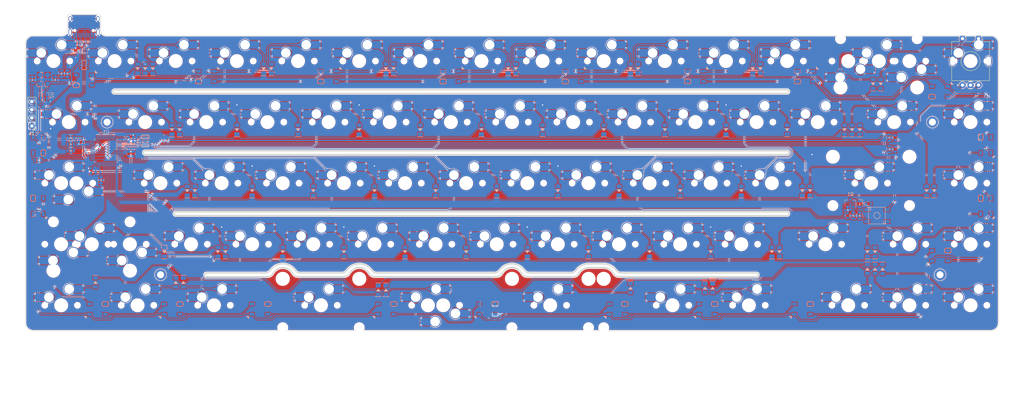
<source format=kicad_pcb>
(kicad_pcb (version 20171130) (host pcbnew "(5.1.11)-1")
  (layers (0 F.Cu signal) (31 B.Cu signal) (34 B.Paste user) (35 F.Paste user) (36 B.SilkS user) (37 F.SilkS user) (38 B.Mask user) (39 F.Mask user) (44 Edge.Cuts user))
  (net 0 "")
  (net 1 "Net-(D1-Pad2)")
  (net 2 "Net-(D4-Pad2)")
  (net 3 "Net-(D7-Pad2)")
  (net 4 "Net-(D10-Pad2)")
  (net 5 "Net-(D13-Pad2)")
  (net 6 "Net-(D16-Pad2)")
  (net 7 "Net-(D19-Pad2)")
  (net 8 "Net-(D22-Pad2)")
  (net 9 "Net-(D25-Pad2)")
  (net 10 "Net-(D28-Pad2)")
  (net 11 "Net-(D31-Pad2)")
  (net 12 "Net-(D34-Pad2)")
  (net 13 "Net-(D37-Pad2)")
  (net 14 "Net-(D39-Pad2)")
  (net 15 "Net-(D2-Pad2)")
  (net 16 "Net-(D3-Pad2)")
  (net 17 "Net-(D5-Pad2)")
  (net 18 "Net-(D6-Pad2)")
  (net 19 "Net-(D8-Pad2)")
  (net 20 "Net-(D9-Pad2)")
  (net 21 "Net-(D11-Pad2)")
  (net 22 "Net-(D12-Pad2)")
  (net 23 "Net-(D14-Pad2)")
  (net 24 "Net-(D15-Pad2)")
  (net 25 "Net-(D17-Pad2)")
  (net 26 "Net-(D18-Pad2)")
  (net 27 "Net-(D20-Pad2)")
  (net 28 "Net-(D21-Pad2)")
  (net 29 "Net-(D23-Pad2)")
  (net 30 "Net-(D24-Pad2)")
  (net 31 "Net-(D26-Pad2)")
  (net 32 "Net-(D27-Pad2)")
  (net 33 "Net-(D29-Pad2)")
  (net 34 "Net-(D30-Pad2)")
  (net 35 "Net-(D32-Pad2)")
  (net 36 "Net-(D33-Pad2)")
  (net 37 "Net-(D35-Pad2)")
  (net 38 "Net-(D36-Pad2)")
  (net 39 "Net-(D38-Pad2)")
  (net 40 "Net-(D41-Pad2)")
  (net 41 "Net-(D42-Pad2)")
  (net 42 "Net-(D43-Pad2)")
  (net 43 "Net-(D44-Pad2)")
  (net 44 "Net-(D45-Pad2)")
  (net 45 "Net-(D46-Pad2)")
  (net 46 "Net-(D47-Pad2)")
  (net 47 "Net-(D48-Pad2)")
  (net 48 "Net-(D49-Pad2)")
  (net 49 "Net-(D50-Pad2)")
  (net 50 "Net-(D51-Pad2)")
  (net 51 "Net-(D52-Pad2)")
  (net 52 "Net-(D53-Pad2)")
  (net 53 "Net-(D54-Pad2)")
  (net 54 "Net-(D55-Pad2)")
  (net 55 "Net-(D56-Pad2)")
  (net 56 "Net-(D57-Pad2)")
  (net 57 "Net-(D58-Pad2)")
  (net 58 "Net-(D59-Pad2)")
  (net 59 "Net-(D61-Pad2)")
  (net 60 "Net-(D62-Pad2)")
  (net 61 "Net-(D63-Pad2)")
  (net 62 "Net-(D65-Pad2)")
  (net 63 "Net-(D66-Pad2)")
  (net 64 "Net-(D67-Pad2)")
  (net 65 "Net-(D68-Pad2)")
  (net 66 GND)
  (net 67 D+)
  (net 68 D-)
  (net 69 "Net-(D69-Pad2)")
  (net 70 "Net-(D70-Pad2)")
  (net 71 "Net-(D71-Pad2)")
  (net 72 "Net-(D72-Pad2)")
  (net 73 "Net-(D73-Pad2)")
  (net 74 +3V3)
  (net 75 SWCLK)
  (net 76 SWDIO)
  (net 77 "Net-(U1-Pad6)")
  (net 78 "Net-(U1-Pad5)")
  (net 79 "Net-(U1-Pad4)")
  (net 80 "Net-(U1-Pad3)")
  (net 81 "Net-(U1-Pad2)")
  (net 82 NRST)
  (net 83 +5V)
  (net 84 Boot0)
  (net 85 "Net-(D75-Pad2)")
  (net 86 "Net-(D76-Pad2)")
  (net 87 "Net-(D77-Pad2)")
  (net 88 "Net-(D78-Pad2)")
  (net 89 "Net-(D79-Pad2)")
  (net 90 "Net-(D80-Pad2)")
  (net 91 "Net-(D81-Pad2)")
  (net 92 "Net-(D82-Pad2)")
  (net 93 "Net-(USB1-Pad3)")
  (net 94 "Net-(USB1-Pad9)")
  (net 95 "Net-(D84-Pad2)")
  (net 96 "Net-(D85-Pad2)")
  (net 97 "Net-(D86-Pad2)")
  (net 98 "Net-(D87-Pad2)")
  (net 99 "Net-(D88-Pad2)")
  (net 100 "Net-(D89-Pad2)")
  (net 101 "Net-(D90-Pad2)")
  (net 102 "Net-(D91-Pad2)")
  (net 103 "Net-(D93-Pad2)")
  (net 104 "Net-(D94-Pad2)")
  (net 105 "Net-(D95-Pad2)")
  (net 106 /MCU/A-)
  (net 107 /MCU/A+)
  (net 108 "Net-(R8-Pad1)")
  (net 109 "Net-(R9-Pad2)")
  (net 110 "Net-(Q1-Pad3)")
  (net 111 "Net-(Q1-Pad1)")
  (net 112 DOUT1)
  (net 113 DOUT2)
  (net 114 /MCU/B7)
  (net 115 /MCU/B6)
  (net 116 /MCU/B5)
  (net 117 /MCU/B13)
  (net 118 /MCU/B10)
  (net 119 R1)
  (net 120 R0)
  (net 121 R3)
  (net 122 R2)
  (net 123 C0)
  (net 124 C1)
  (net 125 C2)
  (net 126 C3)
  (net 127 C4)
  (net 128 C5)
  (net 129 C6)
  (net 130 C7)
  (net 131 R5)
  (net 132 R4)
  (net 133 R7)
  (net 134 R6)
  (net 135 R9)
  (net 136 R8)
  (net 137 RGB)
  (net 138 "Net-(R11-Pad1)")
  (net 139 EC_B)
  (net 140 EC_A)
  (net 141 MX15)
  (net 142 "Net-(C13-Pad1)")
  (net 143 "Net-(R14-Pad1)")
  (module sanproject-keyboard-part:R_0805 (layer B.Cu) (at 52.920535 75.279686 270)
    (fp_text reference R14)
    (fp_text value 330R)
    (pad 2 smd rect (at 0.95 0 270) (size 0.7 1.3) (layers B.Cu B.Paste B.Mask) (net 66 GND))
    (pad 1 smd rect (at -0.95 0 270) (size 0.7 1.3) (layers B.Cu B.Paste B.Mask) (net 143 "Net-(R14-Pad1)"))
  )
  (module sanproject-keyboard-part:C_0603 (layer B.Cu) (at 51.970535 72.829686 180)
    (fp_text reference C13)
    (fp_text value 4.7uF)
    (pad 2 smd rect (at 0.75 0 180) (size 0.8 0.75) (layers B.Cu B.Paste B.Mask) (net 66 GND))
    (pad 1 smd rect (at -0.75 0 180) (size 0.8 0.75) (layers B.Cu B.Paste B.Mask) (net 142 "Net-(C13-Pad1)"))
  )
  (module Package_QFP:LQFP-48_7x7mm_P0.5mm (layer B.Cu) (at 54.470535 66.079686 180)
    (fp_text reference U1 (at 0 5.85 180) (layer B.SilkS) (effects (justify mirror)))
    (fp_text value STM32F0X2/STM32F303)
    (pad 48 smd roundrect (at -2.75 4.1625 180) (size 0.3 1.475) (layers B.Cu B.Paste B.Mask) (net 74 +3V3))
    (pad 47 smd roundrect (at -2.25 4.1625 180) (size 0.3 1.475) (layers B.Cu B.Paste B.Mask) (net 66 GND))
    (pad 46 smd roundrect (at -1.75 4.1625 180) (size 0.3 1.475) (layers B.Cu B.Paste B.Mask) (net 121 R3))
    (pad 45 smd roundrect (at -1.25 4.1625 180) (size 0.3 1.475) (layers B.Cu B.Paste B.Mask) (net 122 R2))
    (pad 44 smd roundrect (at -0.75 4.1625 180) (size 0.3 1.475) (layers B.Cu B.Paste B.Mask) (net 84 Boot0))
    (pad 43 smd roundrect (at -0.25 4.1625 180) (size 0.3 1.475) (layers B.Cu B.Paste B.Mask) (net 114 /MCU/B7))
    (pad 42 smd roundrect (at 0.25 4.1625 180) (size 0.3 1.475) (layers B.Cu B.Paste B.Mask) (net 115 /MCU/B6))
    (pad 41 smd roundrect (at 0.75 4.1625 180) (size 0.3 1.475) (layers B.Cu B.Paste B.Mask) (net 116 /MCU/B5))
    (pad 40 smd roundrect (at 1.25 4.1625 180) (size 0.3 1.475) (layers B.Cu B.Paste B.Mask) (net 120 R0))
    (pad 39 smd roundrect (at 1.75 4.1625 180) (size 0.3 1.475) (layers B.Cu B.Paste B.Mask) (net 119 R1))
    (pad 38 smd roundrect (at 2.25 4.1625 180) (size 0.3 1.475) (layers B.Cu B.Paste B.Mask) (net 140 EC_A))
    (pad 37 smd roundrect (at 2.75 4.1625 180) (size 0.3 1.475) (layers B.Cu B.Paste B.Mask) (net 75 SWCLK))
    (pad 36 smd roundrect (at 4.1625 2.75 180) (size 1.475 0.3) (layers B.Cu B.Paste B.Mask) (net 74 +3V3))
    (pad 35 smd roundrect (at 4.1625 2.25 180) (size 1.475 0.3) (layers B.Cu B.Paste B.Mask) (net 66 GND))
    (pad 34 smd roundrect (at 4.1625 1.75 180) (size 1.475 0.3) (layers B.Cu B.Paste B.Mask) (net 76 SWDIO))
    (pad 33 smd roundrect (at 4.1625 1.25 180) (size 1.475 0.3) (layers B.Cu B.Paste B.Mask) (net 67 D+))
    (pad 32 smd roundrect (at 4.1625 0.75 180) (size 1.475 0.3) (layers B.Cu B.Paste B.Mask) (net 68 D-))
    (pad 31 smd roundrect (at 4.1625 0.25 180) (size 1.475 0.3) (layers B.Cu B.Paste B.Mask) (net 139 EC_B))
    (pad 30 smd roundrect (at 4.1625 -0.25 180) (size 1.475 0.3) (layers B.Cu B.Paste B.Mask) (net 130 C7))
    (pad 29 smd roundrect (at 4.1625 -0.75 180) (size 1.475 0.3) (layers B.Cu B.Paste B.Mask) (net 129 C6))
    (pad 28 smd roundrect (at 4.1625 -1.25 180) (size 1.475 0.3) (layers B.Cu B.Paste B.Mask) (net 138 "Net-(R11-Pad1)"))
    (pad 27 smd roundrect (at 4.1625 -1.75 180) (size 1.475 0.3) (layers B.Cu B.Paste B.Mask) (net 128 C5))
    (pad 26 smd roundrect (at 4.1625 -2.25 180) (size 1.475 0.3) (layers B.Cu B.Paste B.Mask) (net 117 /MCU/B13))
    (pad 25 smd roundrect (at 4.1625 -2.75 180) (size 1.475 0.3) (layers B.Cu B.Paste B.Mask) (net 127 C4))
    (pad 24 smd roundrect (at 2.75 -4.1625 180) (size 0.3 1.475) (layers B.Cu B.Paste B.Mask) (net 74 +3V3))
    (pad 23 smd roundrect (at 2.25 -4.1625 180) (size 0.3 1.475) (layers B.Cu B.Paste B.Mask) (net 66 GND))
    (pad 22 smd roundrect (at 1.75 -4.1625 180) (size 0.3 1.475) (layers B.Cu B.Paste B.Mask) (net 142 "Net-(C13-Pad1)"))
    (pad 21 smd roundrect (at 1.25 -4.1625 180) (size 0.3 1.475) (layers B.Cu B.Paste B.Mask) (net 118 /MCU/B10))
    (pad 20 smd roundrect (at 0.75 -4.1625 180) (size 0.3 1.475) (layers B.Cu B.Paste B.Mask) (net 143 "Net-(R14-Pad1)"))
    (pad 19 smd roundrect (at 0.25 -4.1625 180) (size 0.3 1.475) (layers B.Cu B.Paste B.Mask) (net 123 C0))
    (pad 18 smd roundrect (at -0.25 -4.1625 180) (size 0.3 1.475) (layers B.Cu B.Paste B.Mask) (net 133 R7))
    (pad 17 smd roundrect (at -0.75 -4.1625 180) (size 0.3 1.475) (layers B.Cu B.Paste B.Mask) (net 134 R6))
    (pad 16 smd roundrect (at -1.25 -4.1625 180) (size 0.3 1.475) (layers B.Cu B.Paste B.Mask) (net 135 R9))
    (pad 15 smd roundrect (at -1.75 -4.1625 180) (size 0.3 1.475) (layers B.Cu B.Paste B.Mask) (net 136 R8))
    (pad 14 smd roundrect (at -2.25 -4.1625 180) (size 0.3 1.475) (layers B.Cu B.Paste B.Mask) (net 131 R5))
    (pad 13 smd roundrect (at -2.75 -4.1625 180) (size 0.3 1.475) (layers B.Cu B.Paste B.Mask) (net 132 R4))
    (pad 12 smd roundrect (at -4.1625 -2.75 180) (size 1.475 0.3) (layers B.Cu B.Paste B.Mask) (net 124 C1))
    (pad 11 smd roundrect (at -4.1625 -2.25 180) (size 1.475 0.3) (layers B.Cu B.Paste B.Mask) (net 125 C2))
    (pad 10 smd roundrect (at -4.1625 -1.75 180) (size 1.475 0.3) (layers B.Cu B.Paste B.Mask) (net 126 C3))
    (pad 9 smd roundrect (at -4.1625 -1.25 180) (size 1.475 0.3) (layers B.Cu B.Paste B.Mask) (net 74 +3V3))
    (pad 8 smd roundrect (at -4.1625 -0.75 180) (size 1.475 0.3) (layers B.Cu B.Paste B.Mask) (net 66 GND))
    (pad 7 smd roundrect (at -4.1625 -0.25 180) (size 1.475 0.3) (layers B.Cu B.Paste B.Mask) (net 82 NRST))
    (pad 6 smd roundrect (at -4.1625 0.25 180) (size 1.475 0.3) (layers B.Cu B.Paste B.Mask) (net 77 "Net-(U1-Pad6)"))
    (pad 5 smd roundrect (at -4.1625 0.75 180) (size 1.475 0.3) (layers B.Cu B.Paste B.Mask) (net 78 "Net-(U1-Pad5)"))
    (pad 4 smd roundrect (at -4.1625 1.25 180) (size 1.475 0.3) (layers B.Cu B.Paste B.Mask) (net 79 "Net-(U1-Pad4)"))
    (pad 3 smd roundrect (at -4.1625 1.75 180) (size 1.475 0.3) (layers B.Cu B.Paste B.Mask) (net 80 "Net-(U1-Pad3)"))
    (pad 2 smd roundrect (at -4.1625 2.25 180) (size 1.475 0.3) (layers B.Cu B.Paste B.Mask) (net 81 "Net-(U1-Pad2)"))
    (pad 1 smd roundrect (at -4.1625 2.75 180) (size 1.475 0.3) (layers B.Cu B.Paste B.Mask) (net 74 +3V3))
  )
  (module sanproject-keyboard-part:kAEnLogo (layer F.Cu) (at 175.616565 114.30032)
    (fp_text reference G*** hide)
    (fp_text value LOGO hide)
    (fp_poly (pts (xy 0.070911 -4.630089) (xy 0.145714 -4.628798) (xy 0.216787 -4.626588) (xy 0.282153 -4.623458) (xy 0.339833 -4.619408) (xy 0.35052 -4.618465) (xy 0.396684 -4.613969) (xy 0.445503 -4.608749) (xy 0.496008 -4.602946) (xy 0.547231 -4.596702) (xy 0.598205 -4.590157) (xy 0.64796 -4.583452) (xy 0.695528 -4.576728) (xy 0.739942 -4.570126) (xy 0.780233 -4.563787) (xy 0.815433 -4.557851) (xy 0.844574 -4.55246) (xy 0.866687 -4.547754) (xy 0.880805 -4.543874) (xy 0.885958 -4.540961) (xy 0.885873 -4.540572) (xy 0.887399 -4.538596) (xy 0.891331 -4.539603) (xy 0.900018 -4.540562) (xy 0.913331 -4.539584) (xy 0.928624 -4.537213) (xy 0.943255 -4.533993) (xy 0.954579 -4.530467) (xy 0.959952 -4.527179) (xy 0.959339 -4.52562) (xy 0.958575 -4.523418) (xy 0.96656 -4.523963) (xy 0.969799 -4.524541) (xy 0.981414 -4.525723) (xy 0.98419 -4.523233) (xy 0.983923 -4.522727) (xy 0.985397 -4.519592) (xy 0.994048 -4.520131) (xy 1.003112 -4.520838) (xy 1.003994 -4.517374) (xy 1.00327 -4.516072) (xy 1.001965 -4.511873) (xy 1.005311 -4.513254) (xy 1.011858 -4.51344) (xy 1.025558 -4.511519) (xy 1.044312 -4.507986) (xy 1.06602 -4.503334) (xy 1.088584 -4.498058) (xy 1.109905 -4.492652) (xy 1.127883 -4.487608) (xy 1.140419 -4.483423) (xy 1.145415 -4.480589) (xy 1.145374 -4.480293) (xy 1.148017 -4.478665) (xy 1.156608 -4.479491) (xy 1.165677 -4.479912) (xy 1.166768 -4.476951) (xy 1.168304 -4.473879) (xy 1.176928 -4.474411) (xy 1.185992 -4.475118) (xy 1.186874 -4.471654) (xy 1.18615 -4.470352) (xy 1.184863 -4.466129) (xy 1.187791 -4.467287) (xy 1.194168 -4.466951) (xy 1.208737 -4.464) (xy 1.229981 -4.458813) (xy 1.256382 -4.451766) (xy 1.286423 -4.443235) (xy 1.296526 -4.440263) (xy 1.490514 -4.377515) (xy 1.681796 -4.305155) (xy 1.870474 -4.223131) (xy 2.056647 -4.131393) (xy 2.240415 -4.029887) (xy 2.42188 -3.918565) (xy 2.60114 -3.797373) (xy 2.71526 -3.71423) (xy 2.801351 -3.647454) (xy 2.887898 -3.57571) (xy 2.976013 -3.498019) (xy 2.982114 -3.492333) (xy 2.981175 -3.492986) (xy 2.977698 -3.493584) (xy 2.978934 -3.490745) (xy 2.984049 -3.485292) (xy 2.98699 -3.486411) (xy 2.98704 -3.487121) (xy 2.984637 -3.489982) (xy 3.066805 -3.413402) (xy 3.161384 -3.320879) (xy 3.162391 -3.319872) (xy 3.251489 -3.228877) (xy 3.334565 -3.139896) (xy 3.412713 -3.051521) (xy 3.487024 -2.962343) (xy 3.558592 -2.870954) (xy 3.628508 -2.775944) (xy 3.697867 -2.675906) (xy 3.76776 -2.569429) (xy 3.83928 -2.455106) (xy 3.861814 -2.41808) (xy 3.902081 -2.34903) (xy 3.944149 -2.272262) (xy 3.987008 -2.189818) (xy 4.029645 -2.103743) (xy 4.071047 -2.01608) (xy 4.110203 -1.928873) (xy 4.1461 -1.844166) (xy 4.146151 -1.84404) (xy 4.176352 -1.767312) (xy 4.206733 -1.684381) (xy 4.236772 -1.596993) (xy 4.26595 -1.506897) (xy 4.293745 -1.41584) (xy 4.319637 -1.325568) (xy 4.343105 -1.237829) (xy 4.363629 -1.154371) (xy 4.380687 -1.07694) (xy 4.391393 -1.021055) (xy 4.402214 -0.958707) (xy 4.412263 -0.898922) (xy 4.421352 -0.84291) (xy 4.429292 -0.791884) (xy 4.435896 -0.747057) (xy 4.440975 -0.70964) (xy 4.444342 -0.680846) (xy 4.444614 -0.678105) (xy 4.446807 -0.655545) (xy 4.449738 -0.625453) (xy 4.453154 -0.59041) (xy 4.456805 -0.552997) (xy 4.460439 -0.515795) (xy 4.46096 -0.510465) (xy 4.463621 -0.482044) (xy 4.465823 -0.455337) (xy 4.467606 -0.428986) (xy 4.469014 -0.401633) (xy 4.470088 -0.371918) (xy 4.470871 -0.338482) (xy 4.471405 -0.299967) (xy 4.471732 -0.255015) (xy 4.471894 -0.202265) (xy 4.471933 -0.15748) (xy 4.471863 -0.094428) (xy 4.471599 -0.040394) (xy 4.471113 0.005761) (xy 4.470375 0.045177) (xy 4.469356 0.078992) (xy 4.468027 0.108348) (xy 4.466357 0.134384) (xy 4.464319 0.15824) (xy 4.463636 0.1651) (xy 4.459947 0.201383) (xy 4.455776 0.243066) (xy 4.45159 0.285435) (xy 4.447857 0.323775) (xy 4.447239 0.3302) (xy 4.441661 0.380574) (xy 4.433644 0.440807) (xy 4.42319 0.510896) (xy 4.410299 0.590838) (xy 4.394971 0.680627) (xy 4.391393 0.701014) (xy 4.3773 0.77318) (xy 4.3593 0.852748) (xy 4.337911 0.937973) (xy 4.313653 1.027112) (xy 4.287045 1.118422) (xy 4.258606 1.210159) (xy 4.228857 1.30058) (xy 4.198316 1.38794) (xy 4.167502 1.470497) (xy 4.146251 1.524) (xy 4.109857 1.610116) (xy 4.070216 1.698512) (xy 4.02834 1.78715) (xy 3.985238 1.87399) (xy 3.94192 1.956993) (xy 3.899395 2.034123) (xy 3.861903 2.09804) (xy 3.835488 2.141335) (xy 3.810022 2.182697) (xy 3.786263 2.220916) (xy 3.764969 2.254782) (xy 3.746901 2.283085) (xy 3.732816 2.304616) (xy 3.726482 2.31394) (xy 3.71399 2.332353) (xy 3.702223 2.350491) (xy 3.694296 2.363472) (xy 3.684894 2.378267) (xy 3.669954 2.399832) (xy 3.650336 2.427047) (xy 3.626901 2.458789) (xy 3.600508 2.493939) (xy 3.572018 2.531373) (xy 3.542291 2.569971) (xy 3.512187 2.608611) (xy 3.482567 2.646172) (xy 3.45429 2.681532) (xy 3.428217 2.71357) (xy 3.405208 2.741164) (xy 3.399141 2.74828) (xy 3.359444 2.793334) (xy 3.313485 2.843412) (xy 3.262739 2.897038) (xy 3.208683 2.952736) (xy 3.152793 3.00903) (xy 3.096545 3.064445) (xy 3.041415 3.117504) (xy 2.98888 3.166733) (xy 2.940414 3.210654) (xy 2.91084 3.236477) (xy 2.838207 3.295893) (xy 2.83972 3.29438) (xy 2.83718 3.29184) (xy 2.83464 3.29438) (xy 2.837077 3.296817) (xy 2.811344 3.317868) (xy 2.81178 3.31724) (xy 2.813074 3.31249) (xy 2.812379 3.31216) (xy 2.807743 3.315736) (xy 2.8067 3.31724) (xy 2.805405 3.321989) (xy 2.805975 3.32226) (xy 2.767035 3.354114) (xy 2.615144 3.467733) (xy 2.456802 3.576268) (xy 2.293646 3.678649) (xy 2.127312 3.773808) (xy 1.959435 3.860677) (xy 1.941234 3.86954) (xy 1.750703 3.95613) (xy 1.556074 4.03353) (xy 1.357807 4.101634) (xy 1.156359 4.160335) (xy 0.952191 4.209523) (xy 0.745761 4.249092) (xy 0.537528 4.278934) (xy 0.327951 4.298942) (xy 0.117489 4.309006) (xy 0.064325 4.309962) (xy 0.018227 4.310352) (xy -0.029088 4.310461) (xy -0.075509 4.310306) (xy -0.118929 4.309902) (xy -0.157238 4.309264) (xy -0.188327 4.308408) (xy -0.19812 4.308015) (xy -0.306733 4.301396) (xy -0.420914 4.291269) (xy -0.538296 4.277973) (xy -0.656513 4.261847) (xy -0.773196 4.243231) (xy -0.88598 4.222464) (xy -0.992497 4.199886) (xy -1.05351 4.185338) (xy -1.230861 4.137848) (xy -1.400449 4.085836) (xy -1.563868 4.028732) (xy -1.722716 3.965967) (xy -1.878587 3.896969) (xy -1.931769 3.871709) (xy -2.100597 3.7855) (xy -2.267852 3.690976) (xy -2.431941 3.589174) (xy -2.455047 3.573504) (xy -0.454325 3.573504) (xy -0.445282 3.575618) (xy -0.44196 3.57632) (xy -0.425066 3.578731) (xy -0.405586 3.579996) (xy -0.40132 3.580052) (xy -0.37846 3.580042) (xy -0.40386 3.576086) (xy -0.422245 3.573749) (xy -0.439101 3.572454) (xy -0.4445 3.572353) (xy -0.453925 3.572634) (xy -0.454325 3.573504) (xy -2.455047 3.573504) (xy -2.461194 3.569336) (xy -0.488385 3.569336) (xy -0.481638 3.570216) (xy -0.48006 3.570249) (xy -0.471385 3.5697) (xy -0.470621 3.56811) (xy -0.471074 3.567907) (xy -0.481159 3.566902) (xy -0.486314 3.567719) (xy -0.488385 3.569336) (xy -2.461194 3.569336) (xy -2.468106 3.564649) (xy -0.525149 3.564649) (xy -0.51816 3.565357) (xy -0.510949 3.564559) (xy -0.51181 3.562795) (xy -0.522211 3.562124) (xy -0.52451 3.562795) (xy -0.525149 3.564649) (xy -2.468106 3.564649) (xy -2.483089 3.554489) (xy -0.591189 3.554489) (xy -0.5842 3.555197) (xy -0.576989 3.554399) (xy -0.57785 3.552635) (xy -0.588251 3.551964) (xy -0.59055 3.552635) (xy -0.591189 3.554489) (xy -2.483089 3.554489) (xy -2.49116 3.549016) (xy -0.625545 3.549016) (xy -0.618798 3.549896) (xy -0.61722 3.549929) (xy -0.608545 3.54938) (xy -0.607781 3.54779) (xy -0.608234 3.547587) (xy -0.618319 3.546582) (xy -0.623474 3.547399) (xy -0.625545 3.549016) (xy -2.49116 3.549016) (xy -2.498652 3.543936) (xy -0.656025 3.543936) (xy -0.649278 3.544816) (xy -0.6477 3.544849) (xy -0.639025 3.5443) (xy -0.638261 3.54271) (xy -0.638714 3.542507) (xy -0.648799 3.541502) (xy -0.653954 3.542319) (xy -0.656025 3.543936) (xy -2.498652 3.543936) (xy -2.506144 3.538856) (xy -0.686505 3.538856) (xy -0.679758 3.539736) (xy -0.67818 3.539769) (xy -0.669505 3.53922) (xy -0.668741 3.53763) (xy -0.669194 3.537427) (xy -0.679279 3.536422) (xy -0.684434 3.537239) (xy -0.686505 3.538856) (xy -2.506144 3.538856) (xy -2.51262 3.534465) (xy -0.708997 3.534465) (xy -0.704004 3.535278) (xy -0.697415 3.534344) (xy -0.697336 3.53261) (xy -0.704135 3.531398) (xy -0.707073 3.532209) (xy -0.708997 3.534465) (xy -2.51262 3.534465) (xy -2.59127 3.481133) (xy -2.700585 3.400213) (xy -1.217507 3.400213) (xy -1.21681 3.403233) (xy -1.21412 3.4036) (xy -1.209939 3.401741) (xy -1.210734 3.400213) (xy -1.216763 3.399605) (xy -1.217507 3.400213) (xy -2.700585 3.400213) (xy -2.744245 3.367894) (xy -2.801138 3.321838) (xy -2.79908 3.31978) (xy -2.80162 3.31724) (xy -2.803946 3.319566) (xy -2.829829 3.298613) (xy -1.476587 3.298613) (xy -1.47589 3.301633) (xy -1.4732 3.302) (xy -1.469019 3.300141) (xy -1.469814 3.298613) (xy -1.475843 3.298005) (xy -1.476587 3.298613) (xy -2.829829 3.298613) (xy -2.83202 3.29684) (xy -2.82956 3.29438) (xy -2.8321 3.29184) (xy -2.83464 3.29438) (xy -2.832864 3.296156) (xy -2.847608 3.28422) (xy -1.50876 3.28422) (xy -1.50622 3.28676) (xy -1.50368 3.28422) (xy -1.50622 3.28168) (xy -1.50876 3.28422) (xy -2.847608 3.28422) (xy -2.85493 3.278293) (xy -1.522307 3.278293) (xy -1.52161 3.281313) (xy -1.51892 3.28168) (xy -1.514739 3.279821) (xy -1.515534 3.278293) (xy -1.521563 3.277685) (xy -1.522307 3.278293) (xy -2.85493 3.278293) (xy -2.878985 3.25882) (xy -1.56464 3.25882) (xy -1.5621 3.26136) (xy -1.55956 3.25882) (xy -1.5621 3.25628) (xy -1.56464 3.25882) (xy -2.878985 3.25882) (xy -2.889272 3.250493) (xy -2.903203 3.238627) (xy -2.949532 3.197896) (xy -2.98402 3.166296) (xy -2.981142 3.166296) (xy -2.979906 3.169135) (xy -2.974791 3.174588) (xy -2.97185 3.173469) (xy -2.9718 3.172759) (xy -2.975409 3.168463) (xy -2.977665 3.166894) (xy -2.981142 3.166296) (xy -2.98402 3.166296) (xy -2.988441 3.162245) (xy -1.75768 3.162245) (xy -1.753394 3.165178) (xy -1.741637 3.171743) (xy -1.724063 3.181101) (xy -1.702326 3.192415) (xy -1.67808 3.204845) (xy -1.652977 3.217555) (xy -1.628671 3.229706) (xy -1.606816 3.24046) (xy -1.589066 3.248979) (xy -1.577074 3.254425) (xy -1.572684 3.25601) (xy -1.569777 3.254766) (xy -1.570144 3.25431) (xy -1.575693 3.251022) (xy -1.58843 3.244318) (xy -1.606726 3.234999) (xy -1.628952 3.223863) (xy -1.653478 3.211711) (xy -1.678674 3.199342) (xy -1.702911 3.187558) (xy -1.72456 3.177157) (xy -1.74199 3.168941) (xy -1.753573 3.163707) (xy -1.75768 3.162245) (xy -2.988441 3.162245) (xy -3.000864 3.150863) (xy -3.055696 3.099031) (xy -3.112524 3.0439) (xy -3.169846 2.986973) (xy -3.226157 2.929752) (xy -3.279954 2.873737) (xy -3.329734 2.820431) (xy -3.373994 2.771336) (xy -3.394062 2.74828) (xy -3.416005 2.722208) (xy -3.441265 2.691362) (xy -3.468982 2.656864) (xy -3.498296 2.619835) (xy -3.528347 2.581397) (xy -3.558274 2.54267) (xy -3.587218 2.504776) (xy -3.614318 2.468837) (xy -3.638714 2.435975) (xy -3.659545 2.40731) (xy -3.675952 2.383965) (xy -3.687075 2.36706) (xy -3.689217 2.363472) (xy -3.6979 2.349299) (xy -3.709807 2.331004) (xy -3.721403 2.31394) (xy -3.723086 2.311436) (xy -2.835556 2.311436) (xy -2.815172 2.335548) (xy -2.80131 2.351055) (xy -2.783526 2.36974) (xy -2.765366 2.387892) (xy -2.763037 2.39014) (xy -2.751146 2.401445) (xy -2.745127 2.406813) (xy -2.745202 2.405904) (xy -2.751594 2.398377) (xy -2.764525 2.383894) (xy -2.774073 2.373318) (xy -2.790536 2.354866) (xy -2.804384 2.338867) (xy -2.814233 2.326955) (xy -2.818699 2.320762) (xy -2.818781 2.320566) (xy -2.816401 2.321944) (xy -2.808507 2.329684) (xy -2.796317 2.342535) (xy -2.781047 2.359246) (xy -2.780148 2.360247) (xy -2.76134 2.381167) (xy -2.742311 2.402318) (xy -2.725609 2.420865) (xy -2.71615 2.431356) (xy -2.704811 2.444562) (xy -2.697221 2.454662) (xy -2.694948 2.459558) (xy -2.695 2.459626) (xy -2.692859 2.46399) (xy -2.684957 2.472944) (xy -2.675797 2.48191) (xy -2.6543 2.5019) (xy -2.67208 2.481409) (xy -2.6754 2.477194) (xy -2.672368 2.479617) (xy -2.663693 2.488009) (xy -2.650085 2.501701) (xy -2.64414 2.507773) (xy -2.629221 2.522892) (xy -2.614061 2.537845) (xy -2.597589 2.55362) (xy -2.578735 2.571206) (xy -2.556429 2.591589) (xy -2.529602 2.615759) (xy -2.497182 2.644702) (xy -2.461139 2.676713) (xy -2.449614 2.687216) (xy -2.443041 2.693794) (xy -2.442729 2.695127) (xy -2.442995 2.694978) (xy -2.447678 2.693517) (xy -2.446454 2.696777) (xy -2.440983 2.700865) (xy -2.439127 2.700468) (xy -2.433571 2.702233) (xy -2.423582 2.709267) (xy -2.417625 2.714356) (xy -2.409465 2.722044) (xy -2.40755 2.724567) (xy -2.410198 2.72288) (xy -2.417208 2.717941) (xy -2.417166 2.719192) (xy -2.411253 2.726347) (xy -2.402493 2.733619) (xy -2.395557 2.735006) (xy -2.38783 2.736598) (xy -2.382064 2.741698) (xy -2.377558 2.747822) (xy -2.379789 2.747068) (xy -2.38506 2.7432) (xy -2.391961 2.7383) (xy -2.391711 2.739938) (xy -2.388383 2.744307) (xy -2.381597 2.751017) (xy -2.378223 2.752391) (xy -2.369825 2.753709) (xy -2.362429 2.758632) (xy -2.360192 2.764245) (xy -2.360475 2.764837) (xy -2.360851 2.76803) (xy -2.359173 2.767328) (xy -2.35272 2.768447) (xy -2.342389 2.774756) (xy -2.339338 2.777168) (xy -2.329835 2.784751) (xy -2.314111 2.796945) (xy -2.294082 2.812275) (xy -2.271666 2.829271) (xy -2.26314 2.835693) (xy -2.236712 2.855624) (xy -2.217801 2.870032) (xy -2.20576 2.879439) (xy -2.19994 2.884364) (xy -2.199691 2.885329) (xy -2.204235 2.882929) (xy -2.208917 2.881478) (xy -2.207694 2.884737) (xy -2.202036 2.888706) (xy -2.200038 2.888225) (xy -2.193533 2.889151) (xy -2.186419 2.893599) (xy -2.181823 2.898095) (xy -2.1844 2.897702) (xy -2.188975 2.896501) (xy -2.187787 2.898595) (xy -2.180343 2.9035) (xy -2.178897 2.903855) (xy -2.169526 2.905045) (xy -2.168861 2.905125) (xy -2.165871 2.908882) (xy -2.166698 2.910965) (xy -2.167143 2.914952) (xy -2.165728 2.914873) (xy -2.160201 2.91706) (xy -2.14789 2.923954) (xy -2.130432 2.93458) (xy -2.109464 2.947962) (xy -2.101644 2.953086) (xy -2.07946 2.967581) (xy -2.059894 2.980106) (xy -2.044708 2.989554) (xy -2.035659 2.994817) (xy -2.034363 2.99543) (xy -2.029406 3.000278) (xy -2.029867 3.002938) (xy -2.029827 3.006849) (xy -2.028568 3.006884) (xy -2.017989 3.006785) (xy -2.01362 3.010247) (xy -2.014298 3.012565) (xy -2.014721 3.016904) (xy -2.013328 3.017044) (xy -2.002749 3.016945) (xy -1.99838 3.020407) (xy -1.999058 3.022725) (xy -1.999481 3.027064) (xy -1.998088 3.027204) (xy -1.987509 3.027105) (xy -1.98314 3.030567) (xy -1.983818 3.032885) (xy -1.984241 3.037224) (xy -1.982848 3.037364) (xy -1.972325 3.037251) (xy -1.967842 3.0406) (xy -1.968465 3.042861) (xy -1.967604 3.045665) (xy -1.962851 3.044538) (xy -1.956913 3.043657) (xy -1.957885 3.047262) (xy -1.958872 3.051866) (xy -1.957237 3.051935) (xy -1.95111 3.05355) (xy -1.938521 3.059118) (xy -1.921404 3.067586) (xy -1.901694 3.077896) (xy -1.881328 3.088995) (xy -1.86224 3.099826) (xy -1.846365 3.109335) (xy -1.835638 3.116466) (xy -1.831995 3.120163) (xy -1.832023 3.120224) (xy -1.830293 3.121957) (xy -1.825691 3.120738) (xy -1.819753 3.119857) (xy -1.820725 3.123462) (xy -1.821813 3.128214) (xy -1.820288 3.128399) (xy -1.811814 3.128798) (xy -1.802448 3.132313) (xy -1.796311 3.137018) (xy -1.795971 3.139747) (xy -1.79469 3.142132) (xy -1.790131 3.141058) (xy -1.784179 3.140215) (xy -1.785051 3.143598) (xy -1.785223 3.147331) (xy -1.779971 3.146138) (xy -1.774059 3.145149) (xy -1.775412 3.149521) (xy -1.776803 3.153873) (xy -1.773987 3.152799) (xy -1.768163 3.153973) (xy -1.765591 3.154971) (xy -1.76784 3.15722) (xy -1.7653 3.15976) (xy -1.76276 3.15722) (xy -1.764639 3.155341) (xy -1.755039 3.159068) (xy -1.736117 3.167342) (xy -1.712896 3.178052) (xy -1.686879 3.190456) (xy -1.659566 3.203811) (xy -1.632459 3.217374) (xy -1.607058 3.230404) (xy -1.584865 3.242157) (xy -1.56738 3.251891) (xy -1.556105 3.258863) (xy -1.552541 3.26233) (xy -1.552549 3.262344) (xy -1.550886 3.264175) (xy -1.546291 3.262978) (xy -1.540339 3.262135) (xy -1.541211 3.265518) (xy -1.541383 3.269251) (xy -1.536131 3.268058) (xy -1.530219 3.267069) (xy -1.531572 3.271441) (xy -1.53299 3.275758) (xy -1.529559 3.274355) (xy -1.521782 3.273399) (xy -1.511143 3.275867) (xy -1.501374 3.280305) (xy -1.496205 3.285257) (xy -1.496389 3.287291) (xy -1.494979 3.289491) (xy -1.490411 3.288378) (xy -1.484499 3.287389) (xy -1.485852 3.291761) (xy -1.487252 3.296094) (xy -1.4841 3.294837) (xy -1.475963 3.293155) (xy -1.466823 3.294964) (xy -1.460819 3.298945) (xy -1.460691 3.302307) (xy -1.45941 3.304692) (xy -1.454851 3.303618) (xy -1.448899 3.302822) (xy -1.449514 3.305742) (xy -1.448751 3.309185) (xy -1.441933 3.308346) (xy -1.434287 3.307729) (xy -1.43457 3.311301) (xy -1.434655 3.314971) (xy -1.429451 3.313778) (xy -1.423539 3.312789) (xy -1.424892 3.317161) (xy -1.426284 3.321538) (xy -1.423898 3.320705) (xy -1.417315 3.321195) (xy -1.403621 3.325036) (xy -1.385029 3.331542) (xy -1.370026 3.337421) (xy -1.347015 3.346601) (xy -1.325168 3.354938) (xy -1.307679 3.361229) (xy -1.300899 3.363434) (xy -1.288928 3.367979) (xy -1.282967 3.372174) (xy -1.282874 3.3734) (xy -1.280756 3.375322) (xy -1.274293 3.374386) (xy -1.266687 3.373837) (xy -1.266611 3.376826) (xy -1.265954 3.381498) (xy -1.263596 3.381906) (xy -1.248647 3.382489) (xy -1.241657 3.385333) (xy -1.241768 3.387886) (xy -1.240042 3.390382) (xy -1.233653 3.389626) (xy -1.226104 3.388818) (xy -1.226586 3.393052) (xy -1.226811 3.393424) (xy -1.22815 3.397713) (xy -1.225299 3.396609) (xy -1.216518 3.395145) (xy -1.206251 3.396496) (xy -1.197708 3.400001) (xy -1.199177 3.403782) (xy -1.200518 3.40664) (xy -1.193309 3.40732) (xy -1.185088 3.408618) (xy -1.168685 3.412466) (xy -1.145642 3.418457) (xy -1.117498 3.426183) (xy -1.085791 3.435237) (xy -1.0668 3.44081) (xy -1.034451 3.450093) (xy -0.998088 3.460013) (xy -0.959173 3.470221) (xy -0.919172 3.480365) (xy -0.879548 3.490094) (xy -0.841765 3.499058) (xy -0.807288 3.506905) (xy -0.777579 3.513286) (xy -0.754103 3.517848) (xy -0.738324 3.520242) (xy -0.734212 3.520517) (xy -0.727381 3.521359) (xy -0.729886 3.524751) (xy -0.73152 3.52593) (xy -0.735332 3.529354) (xy -0.730474 3.528798) (xy -0.727702 3.528047) (xy -0.719102 3.527605) (xy -0.703743 3.528684) (xy -0.683409 3.530987) (xy -0.659884 3.534217) (xy -0.634954 3.538078) (xy -0.610403 3.542272) (xy -0.588015 3.546503) (xy -0.569575 3.550475) (xy -0.556868 3.55389) (xy -0.551678 3.556453) (xy -0.552221 3.557227) (xy -0.556356 3.559622) (xy -0.55105 3.559061) (xy -0.54864 3.558562) (xy -0.539772 3.558287) (xy -0.522616 3.55914) (xy -0.498967 3.560981) (xy -0.470617 3.563668) (xy -0.43936 3.567061) (xy -0.43688 3.567347) (xy -0.402742 3.571445) (xy -0.378048 3.574735) (xy -0.362126 3.577344) (xy -0.354303 3.579398) (xy -0.353907 3.581022) (xy -0.35814 3.582043) (xy -0.361995 3.583179) (xy -0.356833 3.583813) (xy -0.34379 3.583891) (xy -0.32766 3.583491) (xy -0.305697 3.583029) (xy -0.292686 3.58342) (xy -0.289071 3.584634) (xy -0.2921 3.585887) (xy -0.295118 3.587675) (xy -0.288337 3.588669) (xy -0.272091 3.588844) (xy -0.25654 3.588505) (xy -0.234015 3.588097) (xy -0.221598 3.588515) (xy -0.219295 3.589758) (xy -0.22352 3.591077) (xy -0.227767 3.592828) (xy -0.222019 3.593803) (xy -0.206412 3.593994) (xy -0.18796 3.593606) (xy -0.168239 3.593282) (xy -0.155033 3.593581) (xy -0.149595 3.594431) (xy -0.1524 3.595614) (xy -0.151775 3.596447) (xy -0.142001 3.59721) (xy -0.124091 3.597882) (xy -0.099058 3.598437) (xy -0.067913 3.598854) (xy -0.031669 3.599108) (xy 0.002221 3.59918) (xy 0.042137 3.599079) (xy 0.077939 3.598792) (xy 0.10859 3.598344) (xy 0.133053 3.597757) (xy 0.150294 3.597057) (xy 0.159275 3.596266) (xy 0.159701 3.595555) (xy 0.158057 3.594216) (xy 0.165184 3.593404) (xy 0.179701 3.593197) (xy 0.19558 3.593515) (xy 0.217566 3.593911) (xy 0.230575 3.593478) (xy 0.234174 3.592246) (xy 0.23114 3.590998) (xy 0.227933 3.589193) (xy 0.234546 3.58822) (xy 0.250669 3.588101) (xy 0.26416 3.588431) (xy 0.285587 3.588784) (xy 0.29836 3.588248) (xy 0.3019 3.586867) (xy 0.29972 3.585768) (xy 0.298088 3.584001) (xy 0.305868 3.583078) (xy 0.32234 3.583046) (xy 0.33528 3.583442) (xy 0.353359 3.583924) (xy 0.364354 3.583761) (xy 0.36715 3.583005) (xy 0.36322 3.582086) (xy 0.358372 3.580701) (xy 0.359732 3.579477) (xy 0.386503 3.579477) (xy 0.388892 3.580868) (xy 0.398646 3.581143) (xy 0.413047 3.580443) (xy 0.429377 3.578912) (xy 0.444919 3.576693) (xy 0.44704 3.576304) (xy 0.455879 3.574368) (xy 0.455915 3.573508) (xy 0.4467 3.573685) (xy 0.42926 3.574758) (xy 0.410055 3.576287) (xy 0.395163 3.57786) (xy 0.387153 3.579194) (xy 0.386503 3.579477) (xy 0.359732 3.579477) (xy 0.360269 3.578994) (xy 0.369608 3.576834) (xy 0.387089 3.574087) (xy 0.413408 3.570624) (xy 0.424057 3.569336) (xy 0.476815 3.569336) (xy 0.483562 3.570216) (xy 0.48514 3.570249) (xy 0.493815 3.5697) (xy 0.494579 3.56811) (xy 0.494126 3.567907) (xy 0.484041 3.566902) (xy 0.478886 3.567719) (xy 0.476815 3.569336) (xy 0.424057 3.569336) (xy 0.44238 3.56712) (xy 0.464708 3.564649) (xy 0.516251 3.564649) (xy 0.52324 3.565357) (xy 0.530451 3.564559) (xy 0.52959 3.562795) (xy 0.519189 3.562124) (xy 0.51689 3.562795) (xy 0.516251 3.564649) (xy 0.464708 3.564649) (xy 0.474025 3.563618) (xy 0.503073 3.560837) (xy 0.527687 3.558919) (xy 0.546035 3.558006) (xy 0.556281 3.558238) (xy 0.55668 3.558308) (xy 0.564986 3.55947) (xy 0.563754 3.557847) (xy 0.562308 3.557175) (xy 0.563239 3.554819) (xy 0.564289 3.554489) (xy 0.587371 3.554489) (xy 0.59436 3.555197) (xy 0.601571 3.554399) (xy 0.60071 3.552635) (xy 0.590309 3.551964) (xy 0.58801 3.552635) (xy 0.587371 3.554489) (xy 0.564289 3.554489) (xy 0.574155 3.551389) (xy 0.58335 3.549409) (xy 0.617851 3.549409) (xy 0.62484 3.550117) (xy 0.632051 3.549319) (xy 0.63119 3.547555) (xy 0.620789 3.546884) (xy 0.61849 3.547555) (xy 0.617851 3.549409) (xy 0.58335 3.549409) (xy 0.594942 3.546913) (xy 0.611486 3.543936) (xy 0.649535 3.543936) (xy 0.656282 3.544816) (xy 0.65786 3.544849) (xy 0.666535 3.5443) (xy 0.667299 3.54271) (xy 0.666846 3.542507) (xy 0.656761 3.541502) (xy 0.651606 3.542319) (xy 0.649535 3.543936) (xy 0.611486 3.543936) (xy 0.625485 3.541417) (xy 0.640933 3.538856) (xy 0.680015 3.538856) (xy 0.686762 3.539736) (xy 0.68834 3.539769) (xy 0.697015 3.53922) (xy 0.697779 3.53763) (xy 0.697326 3.537427) (xy 0.687241 3.536422) (xy 0.682086 3.537239) (xy 0.680015 3.538856) (xy 0.640933 3.538856) (xy 0.64182 3.538709) (xy 0.669532 3.534465) (xy 0.708323 3.534465) (xy 0.713316 3.535278) (xy 0.719905 3.534344) (xy 0.719984 3.53261) (xy 0.713185 3.531398) (xy 0.710247 3.532209) (xy 0.708323 3.534465) (xy 0.669532 3.534465) (xy 0.670923 3.534252) (xy 0.69675 3.530806) (xy 0.717551 3.528562) (xy 0.731582 3.527713) (xy 0.736886 3.528236) (xy 0.740831 3.529352) (xy 0.739203 3.525622) (xy 0.738714 3.521352) (xy 0.74598 3.520772) (xy 0.75085 3.521378) (xy 0.761153 3.521723) (xy 0.763656 3.519033) (xy 0.763516 3.518784) (xy 0.765251 3.51592) (xy 0.773791 3.516429) (xy 0.782682 3.517115) (xy 0.784798 3.51526) (xy 0.787449 3.512241) (xy 0.796741 3.509498) (xy 0.809158 3.507568) (xy 0.821184 3.506983) (xy 0.829303 3.508279) (xy 0.829618 3.508445) (xy 0.832889 3.50927) (xy 0.831758 3.507616) (xy 0.835018 3.505068) (xy 0.846601 3.500924) (xy 0.864887 3.49567) (xy 0.888256 3.489794) (xy 0.900338 3.487) (xy 0.928509 3.480256) (xy 0.963408 3.471286) (xy 1.002062 3.460889) (xy 1.0415 3.449865) (xy 1.07875 3.439013) (xy 1.0795 3.438789) (xy 1.111434 3.429423) (xy 1.140688 3.421183) (xy 1.165656 3.414492) (xy 1.18473 3.409777) (xy 1.196304 3.407463) (xy 1.198388 3.407302) (xy 1.205826 3.406494) (xy 1.204256 3.403782) (xy 1.202874 3.400213) (xy 1.215813 3.400213) (xy 1.21651 3.403233) (xy 1.2192 3.4036) (xy 1.223381 3.401741) (xy 1.222586 3.400213) (xy 1.216557 3.399605) (xy 1.215813 3.400213) (xy 1.202874 3.400213) (xy 1.20279 3.399998) (xy 1.21133 3.396496) (xy 1.223301 3.395155) (xy 1.230378 3.396609) (xy 1.233557 3.397021) (xy 1.23189 3.393424) (xy 1.231019 3.388909) (xy 1.23812 3.389468) (xy 1.238732 3.389626) (xy 1.246086 3.390175) (xy 1.246847 3.387886) (xy 1.248608 3.383891) (xy 1.259086 3.381949) (xy 1.268675 3.381906) (xy 1.272484 3.379055) (xy 1.27169 3.376826) (xy 1.272647 3.373558) (xy 1.279372 3.374386) (xy 1.286919 3.375197) (xy 1.287953 3.3734) (xy 1.290781 3.369763) (xy 1.300707 3.365174) (xy 1.305978 3.363434) (xy 1.319566 3.358842) (xy 1.339327 3.351521) (xy 1.362068 3.342673) (xy 1.375105 3.337421) (xy 1.395837 3.329435) (xy 1.413245 3.323625) (xy 1.425118 3.32068) (xy 1.428977 3.320705) (xy 1.431619 3.320623) (xy 1.429971 3.317161) (xy 1.42883 3.312632) (xy 1.43453 3.313778) (xy 1.440488 3.314606) (xy 1.439649 3.311301) (xy 1.43991 3.30751) (xy 1.447012 3.308346) (xy 1.454656 3.308902) (xy 1.454593 3.305742) (xy 1.454927 3.302445) (xy 1.45993 3.303618) (xy 1.465798 3.304398) (xy 1.46577 3.302307) (xy 1.466838 3.298613) (xy 1.474893 3.298613) (xy 1.47559 3.301633) (xy 1.47828 3.302) (xy 1.482461 3.300141) (xy 1.481666 3.298613) (xy 1.475637 3.298005) (xy 1.474893 3.298613) (xy 1.466838 3.298613) (xy 1.467133 3.297593) (xy 1.474519 3.294129) (xy 1.483792 3.293234) (xy 1.489179 3.294837) (xy 1.492653 3.295529) (xy 1.490931 3.291761) (xy 1.48979 3.287232) (xy 1.49549 3.288378) (xy 1.501442 3.289221) (xy 1.50057 3.285838) (xy 1.500398 3.282105) (xy 1.50565 3.283298) (xy 1.511518 3.284078) (xy 1.51149 3.281987) (xy 1.512313 3.27914) (xy 1.51892 3.27914) (xy 1.52146 3.28168) (xy 1.524 3.27914) (xy 1.52146 3.2766) (xy 1.51892 3.27914) (xy 1.512313 3.27914) (xy 1.512853 3.277273) (xy 1.520239 3.273809) (xy 1.529512 3.272914) (xy 1.534899 3.274517) (xy 1.538373 3.275209) (xy 1.536651 3.271441) (xy 1.53551 3.266912) (xy 1.54121 3.268058) (xy 1.547162 3.268901) (xy 1.54629 3.265518) (xy 1.546118 3.261785) (xy 1.55137 3.262978) (xy 1.557428 3.264027) (xy 1.557628 3.262344) (xy 1.56111 3.258915) (xy 1.561263 3.25882) (xy 1.56464 3.25882) (xy 1.56718 3.26136) (xy 1.56972 3.25882) (xy 1.567227 3.256327) (xy 1.574055 3.256327) (xy 1.578461 3.255231) (xy 1.589108 3.250718) (xy 1.606663 3.242484) (xy 1.631794 3.230225) (xy 1.665167 3.213637) (xy 1.671373 3.210533) (xy 1.699104 3.196531) (xy 1.72345 3.184008) (xy 1.741179 3.174669) (xy 2.978125 3.174669) (xy 2.97882 3.175) (xy 2.983456 3.171423) (xy 2.9845 3.16992) (xy 2.985794 3.16517) (xy 2.985099 3.16484) (xy 2.980463 3.168416) (xy 2.97942 3.16992) (xy 2.978125 3.174669) (xy 1.741179 3.174669) (xy 1.743051 3.173683) (xy 1.756544 3.166276) (xy 1.76257 3.162505) (xy 1.76276 3.162246) (xy 1.758494 3.163776) (xy 1.746782 3.169075) (xy 1.729254 3.177341) (xy 1.70754 3.187776) (xy 1.683269 3.199579) (xy 1.65807 3.211951) (xy 1.633573 3.22409) (xy 1.611408 3.235199) (xy 1.593204 3.244476) (xy 1.580591 3.251121) (xy 1.575223 3.25431) (xy 1.574055 3.256327) (xy 1.567227 3.256327) (xy 1.56718 3.25628) (xy 1.56464 3.25882) (xy 1.561263 3.25882) (xy 1.572316 3.251973) (xy 1.589748 3.242263) (xy 1.611902 3.230526) (xy 1.637279 3.217505) (xy 1.664377 3.203944) (xy 1.691695 3.190583) (xy 1.717732 3.178166) (xy 1.740987 3.167436) (xy 1.759959 3.159134) (xy 1.769724 3.155336) (xy 1.76784 3.15722) (xy 1.77038 3.15976) (xy 1.77292 3.15722) (xy 1.770669 3.154969) (xy 1.773147 3.154005) (xy 1.77905 3.152789) (xy 1.779066 3.152799) (xy 1.78219 3.153164) (xy 1.780491 3.149521) (xy 1.77935 3.144992) (xy 1.78505 3.146138) (xy 1.791002 3.146981) (xy 1.79013 3.143598) (xy 1.789958 3.139865) (xy 1.79521 3.141058) (xy 1.801078 3.141838) (xy 1.80105 3.139747) (xy 1.802995 3.135284) (xy 1.810788 3.130791) (xy 1.820307 3.12819) (xy 1.825367 3.128399) (xy 1.827072 3.126181) (xy 1.825804 3.123462) (xy 1.825393 3.119549) (xy 1.83077 3.120738) (xy 1.836863 3.121836) (xy 1.837102 3.120224) (xy 1.840429 3.116682) (xy 1.850915 3.109666) (xy 1.866625 3.10023) (xy 1.885624 3.089431) (xy 1.905976 3.078323) (xy 1.925747 3.067961) (xy 1.943002 3.059402) (xy 1.955805 3.0537) (xy 1.962222 3.051911) (xy 1.962316 3.051935) (xy 1.964213 3.049973) (xy 1.962964 3.047262) (xy 1.962553 3.043349) (xy 1.96793 3.044538) (xy 1.973851 3.045316) (xy 1.973544 3.042861) (xy 1.974561 3.038337) (xy 1.982806 3.036822) (xy 1.987927 3.037364) (xy 1.989827 3.034886) (xy 1.988897 3.032885) (xy 1.9898 3.028215) (xy 1.998036 3.026659) (xy 2.003167 3.027204) (xy 2.005067 3.024726) (xy 2.004137 3.022725) (xy 2.00504 3.018055) (xy 2.013276 3.016499) (xy 2.018407 3.017044) (xy 2.020441 3.014654) (xy 2.019706 3.013098) (xy 2.020899 3.007547) (xy 2.023897 3.005707) (xy 2.030396 3.002088) (xy 2.043736 2.993863) (xy 2.062298 2.982055) (xy 2.084466 2.967688) (xy 2.098798 2.958283) (xy 2.122035 2.943207) (xy 2.142376 2.930465) (xy 2.158294 2.920978) (xy 2.168266 2.915665) (xy 2.170807 2.914873) (xy 2.172717 2.912955) (xy 2.171777 2.910965) (xy 2.172096 2.905788) (xy 2.17394 2.905125) (xy 2.183391 2.903934) (xy 2.183976 2.903855) (xy 2.19152 2.899893) (xy 2.192866 2.898595) (xy 2.193262 2.896292) (xy 2.18948 2.897702) (xy 2.186962 2.897973) (xy 2.191498 2.893599) (xy 2.200739 2.888728) (xy 2.206253 2.888927) (xy 2.209003 2.888802) (xy 2.208074 2.886757) (xy 2.209321 2.881216) (xy 2.216409 2.876202) (xy 2.225249 2.874385) (xy 2.226687 2.874599) (xy 2.228726 2.872416) (xy 2.227986 2.870858) (xy 2.229522 2.865775) (xy 2.236736 2.861018) (xy 2.245398 2.859146) (xy 2.247007 2.859359) (xy 2.249046 2.857176) (xy 2.248306 2.855618) (xy 2.249842 2.850535) (xy 2.257056 2.845778) (xy 2.265718 2.843906) (xy 2.267327 2.844119) (xy 2.269366 2.841936) (xy 2.268626 2.840378) (xy 2.270162 2.835295) (xy 2.277376 2.830538) (xy 2.286038 2.828666) (xy 2.287647 2.828879) (xy 2.289686 2.826696) (xy 2.288946 2.825138) (xy 2.290402 2.820006) (xy 2.297714 2.815397) (xy 2.306741 2.813638) (xy 2.308859 2.813936) (xy 2.311181 2.812668) (xy 2.310162 2.811388) (xy 2.311258 2.806601) (xy 2.317739 2.799694) (xy 2.326216 2.793673) (xy 2.332566 2.791497) (xy 2.338732 2.788248) (xy 2.340186 2.786835) (xy 2.340582 2.784532) (xy 2.3368 2.785942) (xy 2.334282 2.786213) (xy 2.338818 2.781839) (xy 2.34754 2.776674) (xy 2.352212 2.776326) (xy 2.357852 2.77474) (xy 2.362894 2.769814) (xy 2.367196 2.763752) (xy 2.364642 2.764376) (xy 2.36196 2.76606) (xy 2.359243 2.767051) (xy 2.363701 2.76233) (xy 2.363759 2.762277) (xy 2.372206 2.756391) (xy 2.377001 2.755629) (xy 2.382347 2.753678) (xy 2.392601 2.746368) (xy 2.403142 2.737408) (xy 2.4257 2.716972) (xy 2.40157 2.735778) (xy 2.388928 2.745224) (xy 2.380192 2.750976) (xy 2.37744 2.751864) (xy 2.381166 2.746948) (xy 2.390598 2.738595) (xy 2.403114 2.728765) (xy 2.416091 2.719419) (xy 2.426909 2.712521) (xy 2.432946 2.710031) (xy 2.433226 2.710122) (xy 2.438818 2.708407) (xy 2.446611 2.70117) (xy 2.452958 2.693475) (xy 2.452541 2.692678) (xy 2.445796 2.69748) (xy 2.443422 2.698684) (xy 2.44772 2.694132) (xy 2.455907 2.686504) (xy 2.46777 2.676579) (xy 2.476628 2.6707) (xy 2.479685 2.669939) (xy 2.484951 2.668123) (xy 2.489894 2.663134) (xy 2.494168 2.657219) (xy 2.491634 2.658048) (xy 2.48666 2.661482) (xy 2.484682 2.662263) (xy 2.489312 2.657374) (xy 2.49936 2.648045) (xy 2.511878 2.637465) (xy 2.521391 2.630736) (xy 2.525351 2.629313) (xy 2.530453 2.627263) (xy 2.538051 2.61989) (xy 2.544397 2.6122) (xy 2.544001 2.611408) (xy 2.53734 2.6162) (xy 2.535562 2.616937) (xy 2.540287 2.611903) (xy 2.550501 2.602158) (xy 2.55258 2.60023) (xy 2.56576 2.58871) (xy 2.576051 2.58094) (xy 2.58128 2.578556) (xy 2.581334 2.578584) (xy 2.586564 2.576699) (xy 2.591494 2.571694) (xy 2.595779 2.565797) (xy 2.593339 2.566651) (xy 2.58826 2.570276) (xy 2.58687 2.570616) (xy 2.591894 2.56515) (xy 2.602292 2.554972) (xy 2.607586 2.549956) (xy 2.62666 2.531515) (xy 2.647299 2.510799) (xy 2.663466 2.493951) (xy 2.673674 2.48321) (xy 2.678412 2.478644) (xy 2.677095 2.480789) (xy 2.67462 2.483791) (xy 2.65938 2.5019) (xy 2.678178 2.484636) (xy 2.688763 2.474112) (xy 2.695092 2.466244) (xy 2.695958 2.463875) (xy 2.698892 2.459193) (xy 2.707664 2.448277) (xy 2.721223 2.432363) (xy 2.738517 2.412684) (xy 2.756192 2.393035) (xy 2.762081 2.393035) (xy 2.762183 2.393663) (xy 2.768438 2.387848) (xy 2.780383 2.37601) (xy 2.790407 2.365864) (xy 2.808144 2.347488) (xy 2.822745 2.331743) (xy 2.832997 2.319988) (xy 2.837685 2.313581) (xy 2.837792 2.312859) (xy 2.833483 2.315043) (xy 2.824739 2.323126) (xy 2.815984 2.332538) (xy 2.80266 2.347548) (xy 2.785994 2.366193) (xy 2.769471 2.384577) (xy 2.7686 2.385543) (xy 2.762081 2.393035) (xy 2.756192 2.393035) (xy 2.75844 2.390537) (xy 2.778613 2.368206) (xy 2.796328 2.348322) (xy 2.810477 2.332151) (xy 2.819952 2.320959) (xy 2.823636 2.316039) (xy 2.818706 2.315714) (xy 2.803801 2.315399) (xy 2.779103 2.315093) (xy 2.744798 2.314797) (xy 2.701067 2.314511) (xy 2.648097 2.314236) (xy 2.58607 2.313972) (xy 2.515171 2.313719) (xy 2.435583 2.313477) (xy 2.34749 2.313247) (xy 2.251076 2.313029) (xy 2.146526 2.312824) (xy 2.034023 2.312631) (xy 1.913751 2.312451) (xy 1.785894 2.312284) (xy 1.650635 2.312131) (xy 1.50816 2.311991) (xy 1.358651 2.311866) (xy 1.202293 2.311755) (xy 1.039269 2.311659) (xy 0.869764 2.311578) (xy 0.693962 2.311513) (xy 0.512046 2.311463) (xy 0.3242 2.311429) (xy 0.130608 2.311411) (xy -0.005112 2.311409) (xy -2.835556 2.311436) (xy -3.723086 2.311436) (xy -3.731344 2.299151) (xy -3.745141 2.277917) (xy -3.761367 2.252467) (xy -3.778597 2.225034) (xy -3.789618 2.20726) (xy -3.805879 2.180927) (xy -3.821172 2.156232) (xy -3.834331 2.135052) (xy -3.844193 2.119261) (xy -3.848681 2.11215) (xy -3.859666 2.094051) (xy -3.874399 2.068447) (xy -3.892045 2.0369) (xy -3.911767 2.000971) (xy -3.932728 1.962223) (xy -3.954093 1.922217) (xy -3.975025 1.882515) (xy -3.994687 1.844678) (xy -4.012242 1.810268) (xy -4.026855 1.780847) (xy -4.027002 1.78054) (xy -3.22072 1.78054) (xy -3.21818 1.78308) (xy -3.21564 1.78054) (xy -3.21818 1.778) (xy -3.22072 1.78054) (xy -4.027002 1.78054) (xy -4.033107 1.76784) (xy -4.038789 1.75514) (xy -3.23596 1.75514) (xy -3.23342 1.75768) (xy -3.23088 1.75514) (xy -3.23342 1.7526) (xy -3.23596 1.75514) (xy -4.038789 1.75514) (xy -4.050155 1.72974) (xy -3.2512 1.72974) (xy -3.24866 1.73228) (xy -3.24612 1.72974) (xy -3.24866 1.7272) (xy -3.2512 1.72974) (xy -4.050155 1.72974) (xy -4.061521 1.70434) (xy -3.26644 1.70434) (xy -3.2639 1.70688) (xy -3.26136 1.70434) (xy -3.2639 1.7018) (xy -3.26644 1.70434) (xy -4.061521 1.70434) (xy -4.086527 1.64846) (xy -3.29692 1.64846) (xy -3.29438 1.651) (xy -3.29184 1.64846) (xy -3.29438 1.64592) (xy -3.29692 1.64846) (xy -4.086527 1.64846) (xy -4.114255 1.586498) (xy -4.180173 1.420748) (xy -3.413384 1.420748) (xy -3.410593 1.429823) (xy -3.406828 1.435674) (xy -3.405047 1.4357) (xy -3.405329 1.430018) (xy -3.40806 1.424051) (xy -3.412552 1.418083) (xy -3.413384 1.420748) (xy -4.180173 1.420748) (xy -4.184567 1.4097) (xy -3.41884 1.4097) (xy -3.4163 1.41224) (xy -3.41376 1.4097) (xy -3.4163 1.40716) (xy -3.41884 1.4097) (xy -4.184567 1.4097) (xy -4.186993 1.403602) (xy -4.250732 1.220689) (xy -4.279797 1.127169) (xy -4.294483 1.076631) (xy -4.298635 1.06172) (xy -3.550738 1.06172) (xy -3.533077 1.110509) (xy -3.525983 1.131442) (xy -3.520932 1.149002) (xy -3.518526 1.160914) (xy -3.518713 1.164634) (xy -3.518821 1.167487) (xy -3.515345 1.16585) (xy -3.51083 1.164979) (xy -3.511389 1.17208) (xy -3.511547 1.172692) (xy -3.512103 1.180336) (xy -3.508943 1.180273) (xy -3.505646 1.180607) (xy -3.506819 1.18561) (xy -3.507647 1.191568) (xy -3.504342 1.190729) (xy -3.500551 1.19099) (xy -3.501387 1.198092) (xy -3.501936 1.205446) (xy -3.499647 1.206207) (xy -3.495652 1.207968) (xy -3.49371 1.218446) (xy -3.493667 1.228035) (xy -3.491724 1.232466) (xy -3.490296 1.232107) (xy -3.486826 1.235201) (xy -3.48163 1.245513) (xy -3.47746 1.256292) (xy -3.470604 1.274397) (xy -3.461346 1.296939) (xy -3.451637 1.319177) (xy -3.451212 1.320113) (xy -3.443665 1.338158) (xy -3.438713 1.352886) (xy -3.43718 1.361743) (xy -3.437466 1.362808) (xy -3.437473 1.365651) (xy -3.434865 1.364465) (xy -3.429827 1.365347) (xy -3.427634 1.375964) (xy -3.427627 1.385515) (xy -3.424748 1.389302) (xy -3.422484 1.388491) (xy -3.419294 1.388943) (xy -3.420459 1.39389) (xy -3.421373 1.399852) (xy -3.419491 1.399942) (xy -3.414902 1.402077) (xy -3.409341 1.410742) (xy -3.404221 1.422589) (xy -3.400958 1.434272) (xy -3.400966 1.442445) (xy -3.401273 1.443063) (xy -3.402349 1.446942) (xy -3.398442 1.445211) (xy -3.393913 1.44407) (xy -3.395059 1.44977) (xy -3.395902 1.455722) (xy -3.392519 1.45485) (xy -3.388786 1.454678) (xy -3.389979 1.45993) (xy -3.390822 1.465882) (xy -3.387439 1.46501) (xy -3.383706 1.464838) (xy -3.384899 1.47009) (xy -3.385742 1.476042) (xy -3.382359 1.47517) (xy -3.378626 1.474998) (xy -3.379819 1.48025) (xy -3.380662 1.486202) (xy -3.377279 1.48533) (xy -3.373546 1.485158) (xy -3.374739 1.49041) (xy -3.375582 1.496362) (xy -3.372199 1.49549) (xy -3.368466 1.495318) (xy -3.369659 1.50057) (xy -3.370623 1.506567) (xy -3.368814 1.506698) (xy -3.364952 1.509602) (xy -3.358631 1.51918) (xy -3.351228 1.532694) (xy -3.344122 1.54741) (xy -3.33869 1.560593) (xy -3.336312 1.569507) (xy -3.336416 1.570998) (xy -3.334461 1.573036) (xy -3.331743 1.571804) (xy -3.32783 1.571393) (xy -3.329019 1.57677) (xy -3.329862 1.582722) (xy -3.326479 1.58185) (xy -3.322746 1.581678) (xy -3.323939 1.58693) (xy -3.324782 1.592882) (xy -3.321399 1.59201) (xy -3.317666 1.591838) (xy -3.318859 1.59709) (xy -3.319702 1.603042) (xy -3.316319 1.60217) (xy -3.312586 1.601998) (xy -3.313779 1.60725) (xy -3.314622 1.613202) (xy -3.311239 1.61233) (xy -3.307438 1.61214) (xy -3.308408 1.616652) (xy -3.307905 1.626531) (xy -3.303911 1.633996) (xy -3.298791 1.64003) (xy -3.299102 1.637865) (xy -3.301899 1.63195) (xy -3.305555 1.622664) (xy -3.304525 1.620908) (xy -3.300109 1.626003) (xy -3.294303 1.635909) (xy -3.289842 1.647901) (xy -3.289625 1.656518) (xy -3.289878 1.657014) (xy -3.290377 1.660281) (xy -3.286682 1.658571) (xy -3.282153 1.65743) (xy -3.283299 1.66313) (xy -3.284142 1.669082) (xy -3.280759 1.66821) (xy -3.277026 1.668038) (xy -3.278219 1.67329) (xy -3.279062 1.679242) (xy -3.275679 1.67837) (xy -3.271907 1.678196) (xy -3.272975 1.683023) (xy -3.27297 1.691797) (xy -3.270514 1.694802) (xy -3.267187 1.695018) (xy -3.268572 1.691154) (xy -3.268771 1.68908) (xy -3.264165 1.694034) (xy -3.258837 1.70394) (xy -3.258487 1.710381) (xy -3.257265 1.718359) (xy -3.255274 1.720202) (xy -3.251947 1.720418) (xy -3.253332 1.716554) (xy -3.253531 1.71448) (xy -3.248925 1.719434) (xy -3.24376 1.729847) (xy -3.243737 1.737059) (xy -3.244525 1.741791) (xy -3.243035 1.741047) (xy -3.237988 1.74129) (xy -3.232415 1.747624) (xy -3.228584 1.756372) (xy -3.228761 1.763857) (xy -3.228861 1.764038) (xy -3.229945 1.767636) (xy -3.228341 1.766602) (xy -3.222931 1.766899) (xy -3.217054 1.77322) (xy -3.213157 1.781858) (xy -3.213591 1.788953) (xy -3.214178 1.792449) (xy -3.211711 1.791411) (xy -3.206714 1.793022) (xy -3.201868 1.800622) (xy -3.199221 1.810219) (xy -3.19952 1.815207) (xy -3.197506 1.817207) (xy -3.195812 1.816403) (xy -3.191235 1.818278) (xy -3.186665 1.82603) (xy -3.184051 1.835562) (xy -3.18428 1.840607) (xy -3.1822 1.842514) (xy -3.180206 1.841577) (xy -3.175419 1.841495) (xy -3.175 1.843088) (xy -3.172382 1.849199) (xy -3.165376 1.861552) (xy -3.15526 1.87795) (xy -3.149997 1.886118) (xy -3.13931 1.903423) (xy -3.131707 1.917571) (xy -3.128268 1.926455) (xy -3.128407 1.928224) (xy -3.128189 1.929689) (xy -3.12547 1.928374) (xy -3.119869 1.928728) (xy -3.118145 1.936911) (xy -3.118942 1.943099) (xy -3.117534 1.9455) (xy -3.116362 1.944575) (xy -3.112356 1.947204) (xy -3.103788 1.956878) (xy -3.091771 1.972215) (xy -3.077419 1.991831) (xy -3.071351 2.000455) (xy -3.053613 2.025606) (xy -3.035177 2.051184) (xy -3.018123 2.074339) (xy -3.004529 2.092217) (xy -3.003526 2.093496) (xy -2.991765 2.109135) (xy -2.983318 2.121734) (xy -2.979512 2.129255) (xy -2.979533 2.130326) (xy -2.979287 2.131565) (xy -2.978606 2.131092) (xy -2.973737 2.132684) (xy -2.967407 2.139878) (xy -2.962217 2.148963) (xy -2.960767 2.156229) (xy -2.960833 2.156459) (xy -2.960097 2.158918) (xy -2.958924 2.157977) (xy -2.954793 2.160326) (xy -2.946295 2.168748) (xy -2.935146 2.181179) (xy -2.923067 2.195555) (xy -2.911775 2.209814) (xy -2.902989 2.221892) (xy -2.898428 2.229727) (xy -2.89814 2.230948) (xy -2.894929 2.237129) (xy -2.893516 2.238586) (xy -2.891278 2.23901) (xy -2.892804 2.2352) (xy -2.892525 2.233733) (xy -2.88721 2.239025) (xy -2.883942 2.242817) (xy -2.876269 2.253217) (xy -2.872976 2.260251) (xy -2.873104 2.261188) (xy -2.871091 2.266291) (xy -2.863731 2.273891) (xy -2.85242 2.28346) (xy -2.87274 2.25806) (xy -2.861187 2.267849) (xy -2.853562 2.276448) (xy -2.851634 2.283089) (xy -2.85023 2.290796) (xy -2.84589 2.29743) (xy -2.838761 2.304517) (xy -2.835234 2.3061) (xy -2.836912 2.301673) (xy -2.836503 2.29606) (xy -2.835269 2.295323) (xy -2.832457 2.290855) (xy -2.824731 2.277862) (xy -2.812249 2.256621) (xy -2.795174 2.22741) (xy -2.773664 2.190505) (xy -2.747881 2.146182) (xy -2.717984 2.09472) (xy -2.684134 2.036395) (xy -2.646492 1.971483) (xy -2.605216 1.900262) (xy -2.560469 1.82301) (xy -2.512409 1.740001) (xy -2.461198 1.651515) (xy -2.406995 1.557827) (xy -2.349961 1.459215) (xy -2.290257 1.355955) (xy -2.228041 1.248324) (xy -2.163476 1.1366) (xy -2.09672 1.021059) (xy -2.027935 0.901978) (xy -1.95728 0.779634) (xy -1.884916 0.654305) (xy -1.811003 0.526266) (xy -1.735702 0.395796) (xy -1.678795 0.29718) (xy -1.60256 0.165063) (xy -1.527599 0.035163) (xy -1.454072 -0.092244) (xy -1.382139 -0.21688) (xy -1.31196 -0.338468) (xy -1.243695 -0.456729) (xy -1.177506 -0.571389) (xy -1.11355 -0.682168) (xy -1.05199 -0.788789) (xy -0.992985 -0.890976) (xy -0.936695 -0.98845) (xy -0.883281 -1.080935) (xy -0.832903 -1.168153) (xy -0.78572 -1.249828) (xy -0.741893 -1.325681) (xy -0.701582 -1.395435) (xy -0.664948 -1.458813) (xy -0.632151 -1.515538) (xy -0.60335 -1.565332) (xy -0.578706 -1.607918) (xy -0.558379 -1.643019) (xy -0.542529 -1.670358) (xy -0.531317 -1.689656) (xy -0.524903 -1.700637) (xy -0.523338 -1.703247) (xy -0.520361 -1.699598) (xy -0.512856 -1.687989) (xy -0.501323 -1.669286) (xy -0.486265 -1.644355) (xy -0.468186 -1.614062) (xy -0.447588 -1.579273) (xy -0.424973 -1.540855) (xy -0.400844 -1.499673) (xy -0.375704 -1.456593) (xy -0.350055 -1.412482) (xy -0.324399 -1.368205) (xy -0.29924 -1.324629) (xy -0.275081 -1.282619) (xy -0.252422 -1.243043) (xy -0.231768 -1.206765) (xy -0.213621 -1.174653) (xy -0.198483 -1.147571) (xy -0.186857 -1.126387) (xy -0.179246 -1.111966) (xy -0.176151 -1.105174) (xy -0.176107 -1.104894) (xy -0.178612 -1.100072) (xy -0.186001 -1.08678) (xy -0.198081 -1.06535) (xy -0.214664 -1.036115) (xy -0.235559 -0.999406) (xy -0.260574 -0.955557) (xy -0.28952 -0.904898) (xy -0.322206 -0.847764) (xy -0.358441 -0.784485) (xy -0.398036 -0.715395) (xy -0.440798 -0.640825) (xy -0.486538 -0.561108) (xy -0.535066 -0.476576) (xy -0.58619 -0.387561) (xy -0.63972 -0.294396) (xy -0.695466 -0.197413) (xy -0.753236 -0.096945) (xy -0.812842 0.006677) (xy -0.874091 0.11312) (xy -0.936794 0.222052) (xy -0.982134 0.300797) (xy -1.045743 0.411269) (xy -1.108035 0.519472) (xy -1.168819 0.625075) (xy -1.227904 0.727746) (xy -1.285101 0.827154) (xy -1.340218 0.922967) (xy -1.393065 1.014854) (xy -1.443453 1.102484) (xy -1.491189 1.185524) (xy -1.536084 1.263644) (xy -1.577948 1.336512) (xy -1.61659 1.403797) (xy -1.651819 1.465166) (xy -1.683446 1.520289) (xy -1.711279 1.568835) (xy -1.735128 1.610471) (xy -1.754803 1.644866) (xy -1.770114 1.671688) (xy -1.780869 1.690607) (xy -1.786879 1.701291) (xy -1.78816 1.703697) (xy -1.783141 1.703935) (xy -1.768323 1.704169) (xy -1.74407 1.704398) (xy -1.710744 1.704621) (xy -1.668706 1.704837) (xy -1.618319 1.705046) (xy -1.559946 1.705247) (xy -1.493947 1.705439) (xy -1.420687 1.705622) (xy -1.340526 1.705796) (xy -1.253826 1.705959) (xy -1.160951 1.706111) (xy -1.062263 1.706251) (xy -0.958122 1.706379) (xy -0.848893 1.706494) (xy -0.734936 1.706595) (xy -0.616614 1.706682) (xy -0.49429 1.706754) (xy -0.368325 1.70681) (xy -0.239081 1.70685) (xy -0.106921 1.706874) (xy 0.003083 1.70688) (xy 0.164129 1.706877) (xy 0.315322 1.706867) (xy 0.456966 1.70685) (xy 0.589369 1.706824) (xy 0.712836 1.706787) (xy 0.827674 1.706738) (xy 0.934189 1.706675) (xy 1.032686 1.706598) (xy 1.123473 1.706505) (xy 1.206854 1.706395) (xy 1.283137 1.706266) (xy 1.352626 1.706116) (xy 1.41563 1.705945) (xy 1.472452 1.705751) (xy 1.523401 1.705533) (xy 1.568781 1.70529) (xy 1.608899 1.705019) (xy 1.64406 1.70472) (xy 1.674572 1.704391) (xy 1.70074 1.704031) (xy 1.722871 1.703639) (xy 1.74127 1.703213) (xy 1.756243 1.702752) (xy 1.768097 1.702254) (xy 1.777138 1.701719) (xy 1.783672 1.701144) (xy 1.788005 1.700528) (xy 1.790442 1.699871) (xy 1.791291 1.69917) (xy 1.791267 1.698908) (xy 1.788104 1.692669) (xy 1.780563 1.678703) (xy 1.769264 1.65813) (xy 1.754826 1.63207) (xy 1.737869 1.601641) (xy 1.719012 1.567964) (xy 1.707669 1.547778) (xy 1.687859 1.512543) (xy 1.669443 1.479748) (xy 1.65307 1.450548) (xy 1.639385 1.426097) (xy 1.629037 1.407554) (xy 1.622672 1.396072) (xy 1.621106 1.39319) (xy 1.615082 1.38176) (xy 2.309853 1.38176) (xy 2.572813 1.83769) (xy 2.608952 1.900289) (xy 2.643707 1.96038) (xy 2.676741 2.01738) (xy 2.707711 2.070708) (xy 2.736277 2.11978) (xy 2.7621 2.164015) (xy 2.784838 2.202829) (xy 2.804151 2.235641) (xy 2.8197 2.261869) (xy 2.831142 2.280929) (xy 2.838139 2.29224) (xy 2.840318 2.295323) (xy 2.842442 2.3003) (xy 2.841418 2.302943) (xy 2.842076 2.304366) (xy 2.848371 2.299739) (xy 2.848886 2.299291) (xy 2.855996 2.291227) (xy 2.857407 2.28585) (xy 2.858622 2.279671) (xy 2.863877 2.272319) (xy 2.868636 2.26781) (xy 2.86769 2.270473) (xy 2.86766 2.27052) (xy 2.864866 2.275638) (xy 2.868421 2.273762) (xy 2.871307 2.271542) (xy 2.877819 2.264738) (xy 2.878927 2.261284) (xy 2.880752 2.255007) (xy 2.886927 2.246225) (xy 2.894646 2.238108) (xy 2.901104 2.233828) (xy 2.902968 2.234102) (xy 2.905279 2.234252) (xy 2.904913 2.232645) (xy 2.906938 2.226584) (xy 2.913805 2.215497) (xy 2.923859 2.201478) (xy 2.935444 2.186618) (xy 2.946905 2.173009) (xy 2.956586 2.162743) (xy 2.962832 2.157913) (xy 2.964003 2.157977) (xy 2.966268 2.15805) (xy 2.965912 2.15646) (xy 2.967127 2.149368) (xy 2.972201 2.140285) (xy 2.978536 2.132921) (xy 2.98353 2.130989) (xy 2.983685 2.131092) (xy 2.985065 2.130987) (xy 2.984612 2.130326) (xy 2.986423 2.125132) (xy 2.993353 2.114126) (xy 3.004074 2.099346) (xy 3.008605 2.093496) (xy 3.021777 2.076245) (xy 3.0386 2.053456) (xy 3.056996 2.027981) (xy 3.074885 2.002672) (xy 3.07643 2.000455) (xy 3.091399 1.979528) (xy 3.104471 1.962336) (xy 3.114534 1.95026) (xy 3.120475 1.944683) (xy 3.121441 1.944575) (xy 3.124153 1.944619) (xy 3.124021 1.9431) (xy 3.123582 1.931808) (xy 3.127418 1.92745) (xy 3.13055 1.928374) (xy 3.134339 1.929638) (xy 3.133493 1.92823) (xy 3.134635 1.922642) (xy 3.140466 1.910672) (xy 3.149937 1.894323) (xy 3.157241 1.882772) (xy 3.169744 1.863175) (xy 3.180669 1.845302) (xy 3.188399 1.83183) (xy 3.190601 1.827495) (xy 3.196274 1.818708) (xy 3.201243 1.816621) (xy 3.201268 1.816636) (xy 3.204723 1.81642) (xy 3.204599 1.815207) (xy 3.204996 1.806641) (xy 3.208572 1.797296) (xy 3.213373 1.791267) (xy 3.216131 1.791003) (xy 3.219915 1.791132) (xy 3.219839 1.789807) (xy 3.220226 1.780907) (xy 3.22402 1.771644) (xy 3.229175 1.766012) (xy 3.23203 1.766011) (xy 3.235115 1.766242) (xy 3.23391 1.763553) (xy 3.233536 1.75622) (xy 3.234035 1.75514) (xy 3.23596 1.75514) (xy 3.2385 1.75768) (xy 3.24104 1.75514) (xy 3.2385 1.7526) (xy 3.23596 1.75514) (xy 3.234035 1.75514) (xy 3.237521 1.747597) (xy 3.243418 1.741392) (xy 3.24866 1.741202) (xy 3.250449 1.741325) (xy 3.24918 1.738638) (xy 3.248833 1.731257) (xy 3.249479 1.72974) (xy 3.2512 1.72974) (xy 3.25374 1.73228) (xy 3.25628 1.72974) (xy 3.25374 1.7272) (xy 3.2512 1.72974) (xy 3.249479 1.72974) (xy 3.252569 1.722492) (xy 3.25812 1.716021) (xy 3.26322 1.71552) (xy 3.263354 1.715647) (xy 3.265055 1.715189) (xy 3.264056 1.711659) (xy 3.264581 1.70434) (xy 3.26644 1.70434) (xy 3.26898 1.70688) (xy 3.27152 1.70434) (xy 3.26898 1.7018) (xy 3.26644 1.70434) (xy 3.264581 1.70434) (xy 3.264733 1.702223) (xy 3.269244 1.694034) (xy 3.273917 1.689036) (xy 3.273651 1.691154) (xy 3.272689 1.695813) (xy 3.275593 1.694802) (xy 3.278881 1.687815) (xy 3.278054 1.683023) (xy 3.277436 1.677422) (xy 3.280758 1.67837) (xy 3.284491 1.678542) (xy 3.283298 1.67329) (xy 3.282455 1.667338) (xy 3.285838 1.66821) (xy 3.289571 1.668382) (xy 3.288378 1.66313) (xy 3.287535 1.657178) (xy 3.290918 1.65805) (xy 3.294651 1.658222) (xy 3.293458 1.65297) (xy 3.292615 1.647018) (xy 3.295998 1.64789) (xy 3.299925 1.648117) (xy 3.299289 1.644768) (xy 3.299965 1.6383) (xy 3.302 1.6383) (xy 3.30454 1.64084) (xy 3.30708 1.6383) (xy 3.30454 1.63576) (xy 3.302 1.6383) (xy 3.299965 1.6383) (xy 3.300204 1.636018) (xy 3.304804 1.627994) (xy 3.309477 1.622996) (xy 3.309211 1.625114) (xy 3.308249 1.629773) (xy 3.311153 1.628762) (xy 3.314441 1.621775) (xy 3.313614 1.616983) (xy 3.312996 1.611382) (xy 3.316318 1.61233) (xy 3.320051 1.612502) (xy 3.318858 1.60725) (xy 3.318015 1.601298) (xy 3.321398 1.60217) (xy 3.325131 1.602342) (xy 3.323938 1.59709) (xy 3.323095 1.591138) (xy 3.326478 1.59201) (xy 3.330211 1.592182) (xy 3.329018 1.58693) (xy 3.328175 1.580978) (xy 3.331558 1.58185) (xy 3.335291 1.582022) (xy 3.334098 1.57677) (xy 3.333217 1.570832) (xy 3.336822 1.571804) (xy 3.341424 1.572711) (xy 3.341495 1.570998) (xy 3.342622 1.564003) (xy 3.347237 1.551874) (xy 3.353962 1.537347) (xy 3.36142 1.523157) (xy 3.368233 1.512039) (xy 3.373021 1.506729) (xy 3.373893 1.506698) (xy 3.375897 1.505153) (xy 3.374738 1.50057) (xy 3.373895 1.494618) (xy 3.377278 1.49549) (xy 3.381011 1.495662) (xy 3.379818 1.49041) (xy 3.378975 1.484458) (xy 3.382358 1.48533) (xy 3.386091 1.485502) (xy 3.384898 1.48025) (xy 3.384055 1.474298) (xy 3.387438 1.47517) (xy 3.391171 1.475342) (xy 3.389978 1.47009) (xy 3.389135 1.464138) (xy 3.392518 1.46501) (xy 3.396251 1.465182) (xy 3.395058 1.45993) (xy 3.394215 1.453978) (xy 3.397598 1.45485) (xy 3.401331 1.455022) (xy 3.400138 1.44977) (xy 3.399149 1.443858) (xy 3.403521 1.445211) (xy 3.407831 1.446636) (xy 3.406352 1.443063) (xy 3.405827 1.435577) (xy 3.405949 1.4351) (xy 3.408835 1.4351) (xy 3.410931 1.436008) (xy 3.41376 1.43256) (xy 3.418058 1.423299) (xy 3.418684 1.41986) (xy 3.416588 1.418951) (xy 3.41376 1.4224) (xy 3.409461 1.43166) (xy 3.408835 1.4351) (xy 3.405949 1.4351) (xy 3.408753 1.424154) (xy 3.413714 1.412142) (xy 3.415187 1.4097) (xy 3.41884 1.4097) (xy 3.42138 1.41224) (xy 3.42392 1.4097) (xy 3.42138 1.40716) (xy 3.41884 1.4097) (xy 3.415187 1.4097) (xy 3.419298 1.402887) (xy 3.424089 1.399735) (xy 3.42457 1.399942) (xy 3.426674 1.398465) (xy 3.425538 1.39389) (xy 3.424748 1.387943) (xy 3.427563 1.388491) (xy 3.432288 1.387877) (xy 3.432706 1.385515) (xy 3.43339 1.369754) (xy 3.436924 1.363717) (xy 3.439944 1.364465) (xy 3.443469 1.365067) (xy 3.442545 1.362808) (xy 3.442997 1.356009) (xy 3.447092 1.342639) (xy 3.454008 1.32525) (xy 3.456291 1.320113) (xy 3.465974 1.298003) (xy 3.475296 1.275371) (xy 3.482305 1.256958) (xy 3.482539 1.256292) (xy 3.488167 1.242244) (xy 3.493038 1.233588) (xy 3.495375 1.232107) (xy 3.498531 1.230378) (xy 3.498746 1.228035) (xy 3.499329 1.213086) (xy 3.502173 1.206096) (xy 3.504726 1.206207) (xy 3.507222 1.204481) (xy 3.506466 1.198092) (xy 3.505849 1.190446) (xy 3.509421 1.190729) (xy 3.513091 1.190814) (xy 3.511898 1.18561) (xy 3.511102 1.179658) (xy 3.514022 1.180273) (xy 3.517465 1.17951) (xy 3.516626 1.172692) (xy 3.515818 1.165143) (xy 3.520052 1.165625) (xy 3.520424 1.16585) (xy 3.524731 1.167187) (xy 3.523792 1.164634) (xy 3.524045 1.157884) (xy 3.527356 1.143933) (xy 3.533121 1.125057) (xy 3.538154 1.110515) (xy 3.555813 1.061731) (xy 1.252124 1.060455) (xy -1.051565 1.05918) (xy -0.878116 0.75819) (xy -0.791027 0.60706) (xy 3.29692 0.60706) (xy 3.29946 0.6096) (xy 3.302 0.60706) (xy 3.29946 0.60452) (xy 3.29692 0.60706) (xy -0.791027 0.60706) (xy -0.77639 0.58166) (xy 3.28168 0.58166) (xy 3.28422 0.5842) (xy 3.28676 0.58166) (xy 3.28422 0.57912) (xy 3.28168 0.58166) (xy -0.77639 0.58166) (xy -0.755898 0.5461) (xy 3.26136 0.5461) (xy 3.2639 0.54864) (xy 3.26644 0.5461) (xy 3.2639 0.54356) (xy 3.26136 0.5461) (xy -0.755898 0.5461) (xy -0.741261 0.5207) (xy 3.24612 0.5207) (xy 3.24866 0.52324) (xy 3.2512 0.5207) (xy 3.24866 0.51816) (xy 3.24612 0.5207) (xy -0.741261 0.5207) (xy -0.720769 0.48514) (xy 3.2258 0.48514) (xy 3.22834 0.48768) (xy 3.23088 0.48514) (xy 3.22834 0.4826) (xy 3.2258 0.48514) (xy -0.720769 0.48514) (xy -0.706132 0.45974) (xy 3.21056 0.45974) (xy 3.2131 0.46228) (xy 3.21564 0.45974) (xy 3.2131 0.4572) (xy 3.21056 0.45974) (xy -0.706132 0.45974) (xy -0.704668 0.4572) (xy 0.90551 0.4572) (xy 1.061084 0.457193) (xy 1.206794 0.457174) (xy 1.342933 0.457141) (xy 1.469795 0.457092) (xy 1.587676 0.457026) (xy 1.69687 0.456943) (xy 1.797672 0.45684) (xy 1.890376 0.456717) (xy 1.975277 0.456573) (xy 2.052669 0.456406) (xy 2.122847 0.456215) (xy 2.186106 0.455999) (xy 2.24274 0.455756) (xy 2.293044 0.455486) (xy 2.337312 0.455187) (xy 2.37584 0.454859) (xy 2.408921 0.454499) (xy 2.43685 0.454106) (xy 2.459923 0.45368) (xy 2.478432 0.45322) (xy 2.492674 0.452723) (xy 2.502943 0.452189) (xy 2.509533 0.451616) (xy 2.512738 0.451004) (xy 2.513155 0.450603) (xy 2.510452 0.445756) (xy 2.50285 0.432428) (xy 2.498123 0.42418) (xy 3.19024 0.42418) (xy 3.19278 0.42672) (xy 3.19532 0.42418) (xy 3.19278 0.42164) (xy 3.19024 0.42418) (xy 2.498123 0.42418) (xy 2.490532 0.410935) (xy 2.477715 0.38862) (xy 3.16992 0.38862) (xy 3.17246 0.39116) (xy 3.175 0.38862) (xy 3.17246 0.38608) (xy 3.16992 0.38862) (xy 2.477715 0.38862) (xy 2.473679 0.381594) (xy 2.45727 0.35306) (xy 3.1496 0.35306) (xy 3.15214 0.3556) (xy 3.15468 0.35306) (xy 3.15214 0.35052) (xy 3.1496 0.35306) (xy 2.45727 0.35306) (xy 2.452475 0.344723) (xy 2.442655 0.32766) (xy 3.13436 0.32766) (xy 3.1369 0.3302) (xy 3.13944 0.32766) (xy 3.1369 0.32512) (xy 3.13436 0.32766) (xy 2.442655 0.32766) (xy 2.427102 0.300637) (xy 2.422187 0.2921) (xy 3.11404 0.2921) (xy 3.11658 0.29464) (xy 3.11912 0.2921) (xy 3.11658 0.28956) (xy 3.11404 0.2921) (xy 2.422187 0.2921) (xy 2.401709 0.25654) (xy 3.09372 0.25654) (xy 3.09626 0.25908) (xy 3.0988 0.25654) (xy 3.09626 0.254) (xy 3.09372 0.25654) (xy 2.401709 0.25654) (xy 2.397743 0.249653) (xy 2.387078 0.23114) (xy 3.07848 0.23114) (xy 3.08102 0.23368) (xy 3.08356 0.23114) (xy 3.08102 0.2286) (xy 3.07848 0.23114) (xy 2.387078 0.23114) (xy 2.366592 0.19558) (xy 3.05816 0.19558) (xy 3.0607 0.19812) (xy 3.06324 0.19558) (xy 3.0607 0.19304) (xy 3.05816 0.19558) (xy 2.366592 0.19558) (xy 2.36458 0.192088) (xy 2.3461 0.16002) (xy 3.03784 0.16002) (xy 3.04038 0.16256) (xy 3.04292 0.16002) (xy 3.04038 0.15748) (xy 3.03784 0.16002) (xy 2.3461 0.16002) (xy 2.327796 0.128258) (xy 2.325607 0.12446) (xy 3.01752 0.12446) (xy 3.02006 0.127) (xy 3.0226 0.12446) (xy 3.02006 0.12192) (xy 3.01752 0.12446) (xy 2.325607 0.12446) (xy 2.310966 0.09906) (xy 3.00228 0.09906) (xy 3.00482 0.1016) (xy 3.00736 0.09906) (xy 3.00482 0.09652) (xy 3.00228 0.09906) (xy 2.310966 0.09906) (xy 2.290467 0.0635) (xy 2.98196 0.0635) (xy 2.9845 0.06604) (xy 2.98704 0.0635) (xy 2.9845 0.06096) (xy 2.98196 0.0635) (xy 2.290467 0.0635) (xy 2.287573 0.058481) (xy 2.269965 0.02794) (xy 2.96164 0.02794) (xy 2.96418 0.03048) (xy 2.96672 0.02794) (xy 2.96418 0.0254) (xy 2.96164 0.02794) (xy 2.269965 0.02794) (xy 2.249462 -0.00762) (xy 2.94132 -0.00762) (xy 2.94386 -0.00508) (xy 2.9464 -0.00762) (xy 2.94386 -0.01016) (xy 2.94132 -0.00762) (xy 2.249462 -0.00762) (xy 2.244095 -0.016928) (xy 2.234815 -0.03302) (xy 2.92608 -0.03302) (xy 2.92862 -0.03048) (xy 2.93116 -0.03302) (xy 2.92862 -0.03556) (xy 2.92608 -0.03302) (xy 2.234815 -0.03302) (xy 2.214308 -0.06858) (xy 2.90576 -0.06858) (xy 2.9083 -0.06604) (xy 2.91084 -0.06858) (xy 2.9083 -0.07112) (xy 2.90576 -0.06858) (xy 2.214308 -0.06858) (xy 2.197543 -0.097651) (xy 2.193801 -0.10414) (xy 2.88544 -0.10414) (xy 2.88798 -0.1016) (xy 2.89052 -0.10414) (xy 2.88798 -0.10668) (xy 2.88544 -0.10414) (xy 2.193801 -0.10414) (xy 2.179151 -0.12954) (xy 2.8702 -0.12954) (xy 2.87274 -0.127) (xy 2.87528 -0.12954) (xy 2.87274 -0.13208) (xy 2.8702 -0.12954) (xy 2.179151 -0.12954) (xy 2.15864 -0.1651) (xy 2.84988 -0.1651) (xy 2.85242 -0.16256) (xy 2.85496 -0.1651) (xy 2.85242 -0.16764) (xy 2.84988 -0.1651) (xy 2.15864 -0.1651) (xy 2.1481 -0.183372) (xy 2.138128 -0.20066) (xy 2.82956 -0.20066) (xy 2.8321 -0.19812) (xy 2.83464 -0.20066) (xy 2.8321 -0.2032) (xy 2.82956 -0.20066) (xy 2.138128 -0.20066) (xy 2.117614 -0.23622) (xy 2.80924 -0.23622) (xy 2.81178 -0.23368) (xy 2.81432 -0.23622) (xy 2.81178 -0.23876) (xy 2.80924 -0.23622) (xy 2.117614 -0.23622) (xy 2.102961 -0.26162) (xy 2.794 -0.26162) (xy 2.79654 -0.25908) (xy 2.79908 -0.26162) (xy 2.79654 -0.26416) (xy 2.794 -0.26162) (xy 2.102961 -0.26162) (xy 2.095949 -0.273774) (xy 2.082446 -0.29718) (xy 2.77368 -0.29718) (xy 2.77622 -0.29464) (xy 2.77876 -0.29718) (xy 2.77622 -0.29972) (xy 2.77368 -0.29718) (xy 2.082446 -0.29718) (xy 2.06193 -0.33274) (xy 2.75336 -0.33274) (xy 2.7559 -0.3302) (xy 2.75844 -0.33274) (xy 2.7559 -0.33528) (xy 2.75336 -0.33274) (xy 2.06193 -0.33274) (xy 2.041413 -0.3683) (xy 2.73304 -0.3683) (xy 2.73558 -0.36576) (xy 2.73812 -0.3683) (xy 2.73558 -0.37084) (xy 2.73304 -0.3683) (xy 2.041413 -0.3683) (xy 2.041273 -0.368541) (xy 2.026756 -0.3937) (xy 2.7178 -0.3937) (xy 2.72034 -0.39116) (xy 2.72288 -0.3937) (xy 2.72034 -0.39624) (xy 2.7178 -0.3937) (xy 2.026756 -0.3937) (xy 2.006237 -0.42926) (xy 2.69748 -0.42926) (xy 2.70002 -0.42672) (xy 2.70256 -0.42926) (xy 2.70002 -0.4318) (xy 2.69748 -0.42926) (xy 2.006237 -0.42926) (xy 1.985717 -0.46482) (xy 2.67716 -0.46482) (xy 2.6797 -0.46228) (xy 2.68224 -0.46482) (xy 2.6797 -0.46736) (xy 2.67716 -0.46482) (xy 1.985717 -0.46482) (xy 1.984254 -0.467355) (xy 1.971059 -0.49022) (xy 2.66192 -0.49022) (xy 2.66446 -0.48768) (xy 2.667 -0.49022) (xy 2.66446 -0.49276) (xy 2.66192 -0.49022) (xy 1.971059 -0.49022) (xy 1.950537 -0.52578) (xy 2.6416 -0.52578) (xy 2.64414 -0.52324) (xy 2.64668 -0.52578) (xy 2.64414 -0.52832) (xy 2.6416 -0.52578) (xy 1.950537 -0.52578) (xy 1.930015 -0.56134) (xy 2.62128 -0.56134) (xy 2.62382 -0.5588) (xy 2.62636 -0.56134) (xy 2.62382 -0.56388) (xy 2.62128 -0.56134) (xy 1.930015 -0.56134) (xy 1.925074 -0.569901) (xy 1.909492 -0.5969) (xy 2.60096 -0.5969) (xy 2.6035 -0.59436) (xy 2.60604 -0.5969) (xy 2.6035 -0.59944) (xy 2.60096 -0.5969) (xy 1.909492 -0.5969) (xy 1.894832 -0.6223) (xy 2.58572 -0.6223) (xy 2.58826 -0.61976) (xy 2.5908 -0.6223) (xy 2.58826 -0.62484) (xy 2.58572 -0.6223) (xy 1.894832 -0.6223) (xy 1.874307 -0.65786) (xy 2.5654 -0.65786) (xy 2.56794 -0.65532) (xy 2.57048 -0.65786) (xy 2.56794 -0.6604) (xy 2.5654 -0.65786) (xy 1.874307 -0.65786) (xy 1.863917 -0.675861) (xy 1.853782 -0.69342) (xy 2.54508 -0.69342) (xy 2.54762 -0.69088) (xy 2.55016 -0.69342) (xy 2.54762 -0.69596) (xy 2.54508 -0.69342) (xy 1.853782 -0.69342) (xy 1.833255 -0.72898) (xy 2.52476 -0.72898) (xy 2.5273 -0.72644) (xy 2.52984 -0.72898) (xy 2.5273 -0.73152) (xy 2.52476 -0.72898) (xy 1.833255 -0.72898) (xy 1.818593 -0.75438) (xy 2.50952 -0.75438) (xy 2.51206 -0.75184) (xy 2.5146 -0.75438) (xy 2.51206 -0.75692) (xy 2.50952 -0.75438) (xy 1.818593 -0.75438) (xy 1.800964 -0.784919) (xy 1.798066 -0.78994) (xy 2.4892 -0.78994) (xy 2.49174 -0.7874) (xy 2.49428 -0.78994) (xy 2.49174 -0.79248) (xy 2.4892 -0.78994) (xy 1.798066 -0.78994) (xy 1.777538 -0.8255) (xy 2.46888 -0.8255) (xy 2.47142 -0.82296) (xy 2.47396 -0.8255) (xy 2.47142 -0.82804) (xy 2.46888 -0.8255) (xy 1.777538 -0.8255) (xy 1.762874 -0.8509) (xy 2.45364 -0.8509) (xy 2.45618 -0.84836) (xy 2.45872 -0.8509) (xy 2.45618 -0.85344) (xy 2.45364 -0.8509) (xy 1.762874 -0.8509) (xy 1.742345 -0.88646) (xy 2.43332 -0.88646) (xy 2.43586 -0.88392) (xy 2.4384 -0.88646) (xy 2.43586 -0.889) (xy 2.43332 -0.88646) (xy 1.742345 -0.88646) (xy 1.736399 -0.896759) (xy 1.721815 -0.92202) (xy 2.413 -0.92202) (xy 2.41554 -0.91948) (xy 2.41808 -0.92202) (xy 2.41554 -0.92456) (xy 2.413 -0.92202) (xy 1.721815 -0.92202) (xy 1.701284 -0.95758) (xy 2.39268 -0.95758) (xy 2.39522 -0.95504) (xy 2.39776 -0.95758) (xy 2.39522 -0.96012) (xy 2.39268 -0.95758) (xy 1.701284 -0.95758) (xy 1.686619 -0.98298) (xy 2.37744 -0.98298) (xy 2.37998 -0.98044) (xy 2.38252 -0.98298) (xy 2.37998 -0.98552) (xy 2.37744 -0.98298) (xy 1.686619 -0.98298) (xy 1.670404 -1.011063) (xy 1.666087 -1.01854) (xy 2.35712 -1.01854) (xy 2.35966 -1.016) (xy 2.3622 -1.01854) (xy 2.35966 -1.02108) (xy 2.35712 -1.01854) (xy 1.666087 -1.01854) (xy 1.645554 -1.0541) (xy 2.3368 -1.0541) (xy 2.33934 -1.05156) (xy 2.34188 -1.0541) (xy 2.33934 -1.05664) (xy 2.3368 -1.0541) (xy 1.645554 -1.0541) (xy 1.630887 -1.0795) (xy 2.32156 -1.0795) (xy 2.3241 -1.07696) (xy 2.32664 -1.0795) (xy 2.3241 -1.08204) (xy 2.32156 -1.0795) (xy 1.630887 -1.0795) (xy 1.621944 -1.094987) (xy 1.610354 -1.11506) (xy 2.30124 -1.11506) (xy 2.30378 -1.11252) (xy 2.30632 -1.11506) (xy 2.30378 -1.1176) (xy 2.30124 -1.11506) (xy 1.610354 -1.11506) (xy 1.58982 -1.15062) (xy 2.28092 -1.15062) (xy 2.28346 -1.14808) (xy 2.286 -1.15062) (xy 2.28346 -1.15316) (xy 2.28092 -1.15062) (xy 1.58982 -1.15062) (xy 1.555013 -1.210898) (xy 1.55462 -1.21158) (xy 2.24536 -1.21158) (xy 2.2479 -1.20904) (xy 2.25044 -1.21158) (xy 2.2479 -1.21412) (xy 2.24536 -1.21158) (xy 1.55462 -1.21158) (xy 1.534086 -1.24714) (xy 2.22504 -1.24714) (xy 2.22758 -1.2446) (xy 2.23012 -1.24714) (xy 2.22758 -1.24968) (xy 2.22504 -1.24714) (xy 1.534086 -1.24714) (xy 1.513552 -1.2827) (xy 2.20472 -1.2827) (xy 2.20726 -1.28016) (xy 2.2098 -1.2827) (xy 2.20726 -1.28524) (xy 2.20472 -1.2827) (xy 1.513552 -1.2827) (xy 1.489368 -1.324581) (xy 1.478352 -1.34366) (xy 2.16916 -1.34366) (xy 2.1717 -1.34112) (xy 2.17424 -1.34366) (xy 2.1717 -1.3462) (xy 2.16916 -1.34366) (xy 1.478352 -1.34366) (xy 1.457819 -1.37922) (xy 2.14884 -1.37922) (xy 2.15138 -1.37668) (xy 2.15392 -1.37922) (xy 2.15138 -1.38176) (xy 2.14884 -1.37922) (xy 1.457819 -1.37922) (xy 1.425194 -1.43572) (xy 1.422619 -1.44018) (xy 2.11328 -1.44018) (xy 2.11582 -1.43764) (xy 2.11836 -1.44018) (xy 2.11582 -1.44272) (xy 2.11328 -1.44018) (xy 1.422619 -1.44018) (xy 1.402086 -1.47574) (xy 2.09296 -1.47574) (xy 2.0955 -1.4732) (xy 2.09804 -1.47574) (xy 2.0955 -1.47828) (xy 2.09296 -1.47574) (xy 1.402086 -1.47574) (xy 1.362672 -1.543997) (xy 1.346353 -1.57226) (xy 2.03708 -1.57226) (xy 2.03962 -1.56972) (xy 2.04216 -1.57226) (xy 2.03962 -1.5748) (xy 2.03708 -1.57226) (xy 1.346353 -1.57226) (xy 1.32582 -1.60782) (xy 2.01676 -1.60782) (xy 2.0193 -1.60528) (xy 2.02184 -1.60782) (xy 2.0193 -1.61036) (xy 2.01676 -1.60782) (xy 1.32582 -1.60782) (xy 1.301986 -1.649096) (xy 1.270088 -1.70434) (xy 1.96088 -1.70434) (xy 1.96342 -1.7018) (xy 1.96596 -1.70434) (xy 1.96342 -1.70688) (xy 1.96088 -1.70434) (xy 1.270088 -1.70434) (xy 1.243319 -1.750699) (xy 1.214357 -1.80086) (xy 1.905 -1.80086) (xy 1.90754 -1.79832) (xy 1.91008 -1.80086) (xy 1.90754 -1.8034) (xy 1.905 -1.80086) (xy 1.214357 -1.80086) (xy 1.186855 -1.848489) (xy 1.138094 -1.93294) (xy 1.8288 -1.93294) (xy 1.83134 -1.9304) (xy 1.83388 -1.93294) (xy 1.83134 -1.93548) (xy 1.8288 -1.93294) (xy 1.138094 -1.93294) (xy 1.132776 -1.942149) (xy 1.081265 -2.031362) (xy 1.032506 -2.11581) (xy 0.986682 -2.195177) (xy 0.943976 -2.269144) (xy 0.904571 -2.337396) (xy 0.86865 -2.399615) (xy 0.836396 -2.455483) (xy 0.807992 -2.504684) (xy 0.783622 -2.5469) (xy 0.763469 -2.581815) (xy 0.747715 -2.609111) (xy 0.736544 -2.62847) (xy 0.730139 -2.639576) (xy 0.728582 -2.642284) (xy 0.726248 -2.642669) (xy 0.72175 -2.638486) (xy 0.71469 -2.629106) (xy 0.704665 -2.613901) (xy 0.691275 -2.592242) (xy 0.674119 -2.5635) (xy 0.652795 -2.527047) (xy 0.630423 -2.488364) (xy 0.609141 -2.4517) (xy 0.589369 -2.418151) (xy 0.571685 -2.388661) (xy 0.556668 -2.364173) (xy 0.544898 -2.345631) (xy 0.536953 -2.333979) (xy 0.533412 -2.330159) (xy 0.533352 -2.330201) (xy 0.530367 -2.334892) (xy 0.522644 -2.347394) (xy 0.510714 -2.366833) (xy 0.49511 -2.392335) (xy 0.476362 -2.423025) (xy 0.455003 -2.458028) (xy 0.431565 -2.496471) (xy 0.406581 -2.537479) (xy 0.380582 -2.580178) (xy 0.3541 -2.623693) (xy 0.327667 -2.66715) (xy 0.301816 -2.709674) (xy 0.277078 -2.750391) (xy 0.253985 -2.788427) (xy 0.23307 -2.822907) (xy 0.214864 -2.852957) (xy 0.199899 -2.877703) (xy 0.188708 -2.896269) (xy 0.181822 -2.907782) (xy 0.179814 -2.911242) (xy 0.182095 -2.915947) (xy 0.189143 -2.928863) (xy 0.200629 -2.949415) (xy 0.216222 -2.977023) (xy 0.235593 -3.011112) (xy 0.258412 -3.051104) (xy 0.28435 -3.096423) (xy 0.313076 -3.14649) (xy 0.344261 -3.200729) (xy 0.377575 -3.258562) (xy 0.412687 -3.319413) (xy 0.446896 -3.378602) (xy 0.490771 -3.454509) (xy 0.529767 -3.522091) (xy 0.56413 -3.581793) (xy 0.594108 -3.634062) (xy 0.61995 -3.679343) (xy 0.641904 -3.718082) (xy 0.660217 -3.750725) (xy 0.675137 -3.777717) (xy 0.686913 -3.799504) (xy 0.695792 -3.816532) (xy 0.702023 -3.829246) (xy 0.705562 -3.837422) (xy 0.7366 -3.837422) (xy 0.7366 -3.83742) (xy 0.739094 -3.832872) (xy 0.746377 -3.820047) (xy 0.758152 -3.799465) (xy 0.774119 -3.771644) (xy 0.793979 -3.7371) (xy 0.817435 -3.696353) (xy 0.844187 -3.649922) (xy 0.873938 -3.598323) (xy 0.906387 -3.542075) (xy 0.941238 -3.481696) (xy 0.978191 -3.417705) (xy 1.016947 -3.350619) (xy 1.057209 -3.280957) (xy 1.067646 -3.262903) (xy 1.108269 -3.192591) (xy 1.14746 -3.124663) (xy 1.18492 -3.059642) (xy 1.220352 -2.99805) (xy 1.253454 -2.940412) (xy 1.283928 -2.887251) (xy 1.311476 -2.839089) (xy 1.335797 -2.79645) (xy 1.356593 -2.759857) (xy 1.373564 -2.729833) (xy 1.386412 -2.706902) (xy 1.394837 -2.691586) (xy 1.39854 -2.684409) (xy 1.398693 -2.683951) (xy 1.400864 -2.679494) (xy 1.402337 -2.679859) (xy 1.406208 -2.677271) (xy 1.411336 -2.668667) (xy 1.41601 -2.657752) (xy 1.418523 -2.648228) (xy 1.418402 -2.645033) (xy 1.420169 -2.642971) (xy 1.421684 -2.643698) (xy 1.426039 -2.641403) (xy 1.431573 -2.633032) (xy 1.436476 -2.622221) (xy 1.438939 -2.612603) (xy 1.438722 -2.609473) (xy 1.440535 -2.607469) (xy 1.442228 -2.608277) (xy 1.446805 -2.606402) (xy 1.451375 -2.59865) (xy 1.453989 -2.589118) (xy 1.45376 -2.584073) (xy 1.455978 -2.582368) (xy 1.458697 -2.583636) (xy 1.46261 -2.584047) (xy 1.461421 -2.57867) (xy 1.460641 -2.572802) (xy 1.462732 -2.57283) (xy 1.467195 -2.570885) (xy 1.471688 -2.563092) (xy 1.474289 -2.553573) (xy 1.47408 -2.548513) (xy 1.476298 -2.546808) (xy 1.479017 -2.548076) (xy 1.48293 -2.548487) (xy 1.481741 -2.54311) (xy 1.480961 -2.537242) (xy 1.483052 -2.53727) (xy 1.487515 -2.535325) (xy 1.492008 -2.527532) (xy 1.494609 -2.518013) (xy 1.4944 -2.512953) (xy 1.496414 -2.510953) (xy 1.498108 -2.511757) (xy 1.502685 -2.509882) (xy 1.507255 -2.50213) (xy 1.509869 -2.492598) (xy 1.50964 -2.487553) (xy 1.511858 -2.485848) (xy 1.514577 -2.487116) (xy 1.51849 -2.487527) (xy 1.517301 -2.48215) (xy 1.516521 -2.476282) (xy 1.518612 -2.47631) (xy 1.523075 -2.474365) (xy 1.527568 -2.466572) (xy 1.530169 -2.457053) (xy 1.52996 -2.451993) (xy 1.532178 -2.450288) (xy 1.534897 -2.451556) (xy 1.53881 -2.451967) (xy 1.537621 -2.44659) (xy 1.536841 -2.440722) (xy 1.538932 -2.44075) (xy 1.543395 -2.438805) (xy 1.547888 -2.431012) (xy 1.550489 -2.421493) (xy 1.55028 -2.416433) (xy 1.55225 -2.414375) (xy 1.553764 -2.415098) (xy 1.558119 -2.412803) (xy 1.563653 -2.404432) (xy 1.568556 -2.393621) (xy 1.571019 -2.384003) (xy 1.570802 -2.380873) (xy 1.572615 -2.378869) (xy 1.574308 -2.379677) (xy 1.578885 -2.377802) (xy 1.583455 -2.37005) (xy 1.586069 -2.360518) (xy 1.58584 -2.355473) (xy 1.588058 -2.353768) (xy 1.590777 -2.355036) (xy 1.59469 -2.355447) (xy 1.593501 -2.35007) (xy 1.592721 -2.344202) (xy 1.594812 -2.34423) (xy 1.599275 -2.342285) (xy 1.603768 -2.334492) (xy 1.606369 -2.324973) (xy 1.60616 -2.319913) (xy 1.608378 -2.318208) (xy 1.611097 -2.319476) (xy 1.61501 -2.319887) (xy 1.613821 -2.31451) (xy 1.613041 -2.308642) (xy 1.615132 -2.30867) (xy 1.619595 -2.306725) (xy 1.624088 -2.298932) (xy 1.626689 -2.289413) (xy 1.62648 -2.284353) (xy 1.628494 -2.282353) (xy 1.630188 -2.283157) (xy 1.634765 -2.281282) (xy 1.639335 -2.27353) (xy 1.641949 -2.263998) (xy 1.64172 -2.258953) (xy 1.643938 -2.257248) (xy 1.646657 -2.258516) (xy 1.65057 -2.258927) (xy 1.649381 -2.25355) (xy 1.648601 -2.247682) (xy 1.650692 -2.24771) (xy 1.655155 -2.245765) (xy 1.659648 -2.237972) (xy 1.662249 -2.228453) (xy 1.66204 -2.223393) (xy 1.664258 -2.221688) (xy 1.666977 -2.222956) (xy 1.67089 -2.223367) (xy 1.669701 -2.21799) (xy 1.668921 -2.212122) (xy 1.671012 -2.21215) (xy 1.675475 -2.210205) (xy 1.679968 -2.202412) (xy 1.682569 -2.192893) (xy 1.68236 -2.187833) (xy 1.684578 -2.186128) (xy 1.687297 -2.187396) (xy 1.69121 -2.187807) (xy 1.690021 -2.18243) (xy 1.689241 -2.176562) (xy 1.691332 -2.17659) (xy 1.695795 -2.174645) (xy 1.700288 -2.166852) (xy 1.702889 -2.157333) (xy 1.70268 -2.152273) (xy 1.704694 -2.150273) (xy 1.706388 -2.151077) (xy 1.710965 -2.149202) (xy 1.715535 -2.14145) (xy 1.718149 -2.131918) (xy 1.71792 -2.126873) (xy 1.720138 -2.125168) (xy 1.722857 -2.126436) (xy 1.72677 -2.126847) (xy 1.725581 -2.12147) (xy 1.724801 -2.115602) (xy 1.726892 -2.11563) (xy 1.731355 -2.113685) (xy 1.735848 -2.105892) (xy 1.738449 -2.096373) (xy 1.73824 -2.091313) (xy 1.740458 -2.089608) (xy 1.743177 -2.090876) (xy 1.74709 -2.091287) (xy 1.745901 -2.08591) (xy 1.745121 -2.080042) (xy 1.747212 -2.08007) (xy 1.751675 -2.078125) (xy 1.756168 -2.070332) (xy 1.758769 -2.060813) (xy 1.75856 -2.055753) (xy 1.760574 -2.053753) (xy 1.762268 -2.054557) (xy 1.766845 -2.052682) (xy 1.771415 -2.04493) (xy 1.774029 -2.035398) (xy 1.7738 -2.030353) (xy 1.776018 -2.028648) (xy 1.778737 -2.029916) (xy 1.78265 -2.030327) (xy 1.781461 -2.02495) (xy 1.780681 -2.019082) (xy 1.782772 -2.01911) (xy 1.787235 -2.017165) (xy 1.791728 -2.009372) (xy 1.794329 -1.999853) (xy 1.79412 -1.994793) (xy 1.796338 -1.993088) (xy 1.799057 -1.994356) (xy 1.80297 -1.994767) (xy 1.801781 -1.98939) (xy 1.801001 -1.983522) (xy 1.803092 -1.98355) (xy 1.807555 -1.981605) (xy 1.812048 -1.973812) (xy 1.814649 -1.964293) (xy 1.81444 -1.959233) (xy 1.816658 -1.957528) (xy 1.819377 -1.958796) (xy 1.823213 -1.959225) (xy 1.821774 -1.952979) (xy 1.820277 -1.946852) (xy 1.821725 -1.947033) (xy 1.826751 -1.946739) (xy 1.832366 -1.94043) (xy 1.836225 -1.93182) (xy 1.835986 -1.924622) (xy 1.835929 -1.924527) (xy 1.835342 -1.921031) (xy 1.837809 -1.922069) (xy 1.842806 -1.920458) (xy 1.847652 -1.912858) (xy 1.850299 -1.903261) (xy 1.85 -1.898273) (xy 1.852218 -1.896568) (xy 1.854937 -1.897836) (xy 1.85885 -1.898247) (xy 1.857661 -1.89287) (xy 1.856881 -1.887002) (xy 1.858972 -1.88703) (xy 1.863435 -1.885085) (xy 1.867928 -1.877292) (xy 1.870529 -1.867773) (xy 1.87032 -1.862713) (xy 1.872538 -1.861008) (xy 1.875257 -1.862276) (xy 1.87917 -1.862687) (xy 1.877981 -1.85731) (xy 1.877201 -1.851442) (xy 1.879292 -1.85147) (xy 1.883755 -1.849525) (xy 1.888248 -1.841732) (xy 1.890849 -1.832213) (xy 1.89064 -1.827153) (xy 1.892858 -1.825448) (xy 1.895577 -1.826716) (xy 1.899413 -1.827145) (xy 1.897974 -1.820899) (xy 1.896477 -1.814772) (xy 1.897925 -1.814953) (xy 1.902951 -1.814659) (xy 1.908566 -1.80835) (xy 1.912425 -1.79974) (xy 1.912186 -1.792542) (xy 1.912129 -1.792447) (xy 1.911542 -1.788951) (xy 1.914009 -1.789989) (xy 1.919006 -1.788378) (xy 1.923852 -1.780778) (xy 1.926499 -1.771181) (xy 1.9262 -1.766193) (xy 1.928418 -1.764488) (xy 1.931137 -1.765756) (xy 1.93505 -1.766167) (xy 1.933861 -1.76079) (xy 1.933081 -1.754922) (xy 1.935172 -1.75495) (xy 1.939635 -1.753005) (xy 1.944128 -1.745212) (xy 1.946729 -1.735693) (xy 1.94652 -1.730633) (xy 1.948738 -1.728928) (xy 1.951457 -1.730196) (xy 1.955293 -1.730625) (xy 1.953854 -1.724379) (xy 1.952357 -1.718252) (xy 1.953805 -1.718433) (xy 1.958831 -1.718139) (xy 1.964446 -1.71183) (xy 1.968305 -1.70322) (xy 1.968066 -1.696022) (xy 1.968009 -1.695927) (xy 1.967422 -1.692431) (xy 1.969889 -1.693469) (xy 1.974886 -1.691858) (xy 1.979732 -1.684258) (xy 1.982379 -1.674661) (xy 1.98208 -1.669673) (xy 1.984298 -1.667968) (xy 1.987017 -1.669236) (xy 1.99093 -1.669647) (xy 1.989741 -1.66427) (xy 1.988961 -1.658402) (xy 1.991052 -1.65843) (xy 1.995515 -1.656485) (xy 2.000008 -1.648692) (xy 2.002609 -1.639173) (xy 2.0024 -1.634113) (xy 2.004618 -1.632408) (xy 2.007337 -1.633676) (xy 2.011173 -1.634105) (xy 2.009734 -1.627859) (xy 2.008237 -1.621732) (xy 2.009685 -1.621913) (xy 2.014711 -1.621619) (xy 2.020326 -1.61531) (xy 2.024185 -1.6067) (xy 2.023946 -1.599502) (xy 2.023889 -1.599407) (xy 2.023251 -1.59599) (xy 2.026998 -1.597709) (xy 2.031447 -1.598866) (xy 2.030069 -1.592336) (xy 2.030054 -1.592299) (xy 2.028557 -1.586172) (xy 2.030005 -1.586353) (xy 2.035031 -1.586059) (xy 2.040646 -1.57975) (xy 2.044505 -1.57114) (xy 2.044266 -1.563942) (xy 2.044209 -1.563847) (xy 2.043622 -1.560351) (xy 2.046089 -1.561389) (xy 2.051086 -1.559778) (xy 2.055932 -1.552178) (xy 2.058579 -1.542581) (xy 2.05828 -1.537593) (xy 2.060498 -1.535888) (xy 2.063217 -1.537156) (xy 2.06713 -1.537567) (xy 2.065941 -1.53219) (xy 2.065161 -1.526322) (xy 2.067252 -1.52635) (xy 2.071715 -1.524405) (xy 2.076208 -1.516612) (xy 2.078809 -1.507093) (xy 2.0786 -1.502033) (xy 2.080818 -1.500328) (xy 2.083537 -1.501596) (xy 2.087373 -1.502025) (xy 2.085934 -1.495779) (xy 2.084437 -1.489652) (xy 2.085885 -1.489833) (xy 2.090911 -1.489539) (xy 2.096526 -1.48323) (xy 2.100385 -1.47462) (xy 2.100146 -1.467422) (xy 2.100089 -1.467327) (xy 2.099451 -1.46391) (xy 2.103198 -1.465629) (xy 2.107647 -1.466786) (xy 2.106269 -1.460256) (xy 2.106254 -1.460219) (xy 2.104757 -1.454092) (xy 2.106205 -1.454273) (xy 2.111231 -1.453979) (xy 2.116846 -1.44767) (xy 2.120705 -1.43906) (xy 2.120466 -1.431862) (xy 2.120409 -1.431767) (xy 2.119822 -1.428271) (xy 2.122289 -1.429309) (xy 2.127286 -1.427698) (xy 2.132132 -1.420098) (xy 2.134779 -1.410501) (xy 2.13448 -1.405513) (xy 2.136698 -1.403808) (xy 2.139417 -1.405076) (xy 2.143253 -1.405505) (xy 2.141814 -1.399259) (xy 2.140317 -1.393132) (xy 2.141765 -1.393313) (xy 2.146791 -1.393019) (xy 2.152406 -1.38671) (xy 2.156265 -1.3781) (xy 2.156026 -1.370902) (xy 2.155969 -1.370807) (xy 2.155331 -1.36739) (xy 2.159078 -1.369109) (xy 2.163527 -1.370266) (xy 2.162149 -1.363736) (xy 2.162134 -1.363699) (xy 2.160637 -1.357572) (xy 2.162085 -1.357753) (xy 2.167111 -1.357459) (xy 2.172726 -1.35115) (xy 2.176585 -1.34254) (xy 2.176346 -1.335342) (xy 2.176289 -1.335247) (xy 2.175702 -1.331751) (xy 2.178169 -1.332789) (xy 2.183166 -1.331178) (xy 2.188012 -1.323578) (xy 2.190659 -1.313981) (xy 2.19036 -1.308993) (xy 2.192578 -1.307288) (xy 2.195297 -1.308556) (xy 2.199133 -1.308985) (xy 2.197694 -1.302739) (xy 2.196197 -1.296612) (xy 2.197645 -1.296793) (xy 2.202671 -1.296499) (xy 2.208286 -1.29019) (xy 2.212145 -1.28158) (xy 2.211906 -1.274382) (xy 2.211849 -1.274287) (xy 2.211211 -1.27087) (xy 2.214958 -1.272589) (xy 2.219407 -1.273746) (xy 2.218029 -1.267216) (xy 2.218014 -1.267179) (xy 2.216517 -1.261052) (xy 2.217965 -1.261233) (xy 2.222991 -1.260939) (xy 2.228606 -1.25463) (xy 2.232465 -1.24602) (xy 2.232226 -1.238822) (xy 2.232169 -1.238727) (xy 2.231531 -1.23531) (xy 2.235278 -1.237029) (xy 2.239727 -1.238186) (xy 2.238349 -1.231656) (xy 2.238334 -1.231619) (xy 2.236837 -1.225492) (xy 2.238285 -1.225673) (xy 2.243311 -1.225379) (xy 2.248926 -1.21907) (xy 2.252785 -1.21046) (xy 2.252546 -1.203262) (xy 2.252489 -1.203167) (xy 2.251902 -1.199671) (xy 2.254369 -1.200709) (xy 2.259366 -1.199098) (xy 2.264212 -1.191498) (xy 2.266859 -1.181901) (xy 2.26656 -1.176913) (xy 2.268778 -1.175208) (xy 2.271497 -1.176476) (xy 2.275333 -1.176905) (xy 2.273894 -1.170659) (xy 2.272397 -1.164532) (xy 2.273845 -1.164713) (xy 2.278871 -1.164419) (xy 2.284486 -1.15811) (xy 2.288345 -1.1495) (xy 2.288106 -1.142302) (xy 2.288049 -1.142207) (xy 2.287411 -1.13879) (xy 2.291158 -1.140509) (xy 2.295607 -1.141666) (xy 2.294229 -1.135136) (xy 2.294214 -1.135099) (xy 2.292717 -1.128972) (xy 2.294165 -1.129153) (xy 2.299191 -1.128859) (xy 2.304806 -1.12255) (xy 2.308665 -1.11394) (xy 2.308426 -1.106742) (xy 2.308369 -1.106647) (xy 2.307731 -1.10323) (xy 2.311478 -1.104949) (xy 2.315927 -1.106106) (xy 2.314549 -1.099576) (xy 2.314534 -1.099539) (xy 2.313037 -1.093412) (xy 2.314485 -1.093593) (xy 2.319532 -1.09335) (xy 2.325105 -1.087016) (xy 2.328936 -1.078268) (xy 2.328759 -1.070783) (xy 2.328659 -1.070602) (xy 2.327575 -1.067004) (xy 2.329179 -1.068038) (xy 2.334589 -1.067741) (xy 2.340466 -1.06142) (xy 2.344363 -1.052782) (xy 2.343929 -1.045687) (xy 2.343291 -1.04227) (xy 2.347038 -1.043989) (xy 2.351487 -1.045146) (xy 2.350109 -1.038616) (xy 2.350094 -1.038579) (xy 2.348597 -1.032452) (xy 2.350045 -1.032633) (xy 2.355071 -1.032339) (xy 2.360686 -1.02603) (xy 2.364545 -1.01742) (xy 2.364306 -1.010222) (xy 2.364249 -1.010127) (xy 2.363611 -1.00671) (xy 2.367358 -1.008429) (xy 2.371807 -1.009586) (xy 2.370429 -1.003056) (xy 2.370414 -1.003019) (xy 2.368917 -0.996892) (xy 2.370365 -0.997073) (xy 2.375412 -0.99683) (xy 2.380985 -0.990496) (xy 2.384816 -0.981748) (xy 2.384639 -0.974263) (xy 2.384539 -0.974082) (xy 2.383455 -0.970484) (xy 2.385059 -0.971518) (xy 2.390469 -0.971221) (xy 2.396346 -0.9649) (xy 2.400243 -0.956262) (xy 2.399809 -0.949167) (xy 2.399171 -0.94575) (xy 2.402918 -0.947469) (xy 2.407367 -0.948626) (xy 2.405989 -0.942096) (xy 2.405974 -0.942059) (xy 2.404477 -0.935932) (xy 2.405925 -0.936113) (xy 2.410951 -0.935819) (xy 2.416566 -0.92951) (xy 2.420425 -0.9209) (xy 2.420186 -0.913702) (xy 2.420129 -0.913607) (xy 2.419491 -0.91019) (xy 2.423238 -0.911909) (xy 2.427687 -0.913066) (xy 2.426309 -0.906536) (xy 2.426294 -0.906499) (xy 2.424797 -0.900372) (xy 2.426245 -0.900553) (xy 2.431271 -0.900259) (xy 2.436886 -0.89395) (xy 2.440745 -0.88534) (xy 2.440506 -0.878142) (xy 2.440449 -0.878047) (xy 2.439811 -0.87463) (xy 2.443558 -0.876349) (xy 2.448007 -0.877506) (xy 2.446629 -0.870976) (xy 2.446614 -0.870939) (xy 2.445117 -0.864812) (xy 2.446565 -0.864993) (xy 2.451612 -0.86475) (xy 2.457185 -0.858416) (xy 2.461016 -0.849668) (xy 2.460839 -0.842183) (xy 2.460739 -0.842002) (xy 2.459655 -0.838404) (xy 2.461259 -0.839438) (xy 2.466669 -0.839141) (xy 2.472546 -0.83282) (xy 2.476443 -0.824182) (xy 2.476009 -0.817087) (xy 2.475371 -0.81367) (xy 2.479118 -0.815389) (xy 2.483567 -0.816546) (xy 2.482189 -0.810016) (xy 2.482174 -0.809979) (xy 2.480677 -0.803852) (xy 2.482125 -0.804033) (xy 2.487151 -0.803739) (xy 2.492766 -0.79743) (xy 2.496625 -0.78882) (xy 2.496386 -0.781622) (xy 2.496329 -0.781527) (xy 2.495691 -0.77811) (xy 2.499438 -0.779829) (xy 2.503887 -0.780986) (xy 2.502509 -0.774456) (xy 2.502494 -0.774419) (xy 2.500997 -0.768292) (xy 2.502445 -0.768473) (xy 2.507492 -0.76823) (xy 2.513065 -0.761896) (xy 2.516896 -0.753148) (xy 2.516719 -0.745663) (xy 2.516619 -0.745482) (xy 2.515535 -0.741884) (xy 2.517139 -0.742918) (xy 2.522549 -0.742621) (xy 2.528426 -0.7363) (xy 2.532323 -0.727662) (xy 2.531889 -0.720567) (xy 2.531251 -0.71715) (xy 2.534998 -0.718869) (xy 2.539447 -0.720026) (xy 2.538069 -0.713496) (xy 2.538054 -0.713459) (xy 2.536557 -0.707332) (xy 2.538005 -0.707513) (xy 2.543031 -0.707219) (xy 2.548646 -0.70091) (xy 2.552505 -0.6923) (xy 2.552266 -0.685102) (xy 2.552209 -0.685007) (xy 2.551571 -0.68159) (xy 2.555318 -0.683309) (xy 2.559767 -0.684466) (xy 2.558389 -0.677936) (xy 2.558374 -0.677899) (xy 2.556877 -0.671772) (xy 2.558325 -0.671953) (xy 2.563351 -0.671659) (xy 2.568966 -0.66535) (xy 2.572825 -0.65674) (xy 2.572586 -0.649542) (xy 2.572529 -0.649447) (xy 2.571891 -0.64603) (xy 2.575638 -0.647749) (xy 2.580209 -0.648883) (xy 2.579185 -0.643617) (xy 2.57919 -0.634843) (xy 2.581646 -0.631838) (xy 2.584973 -0.631622) (xy 2.583588 -0.635486) (xy 2.583389 -0.63756) (xy 2.587995 -0.632606) (xy 2.59316 -0.622193) (xy 2.593183 -0.614981) (xy 2.592395 -0.610249) (xy 2.593885 -0.610993) (xy 2.598911 -0.610699) (xy 2.604526 -0.60439) (xy 2.608385 -0.59578) (xy 2.608146 -0.588582) (xy 2.608089 -0.588487) (xy 2.607451 -0.58507) (xy 2.611198 -0.586789) (xy 2.615647 -0.587946) (xy 2.614269 -0.581416) (xy 2.614254 -0.581379) (xy 2.612757 -0.575252) (xy 2.614205 -0.575433) (xy 2.619231 -0.575139) (xy 2.624846 -0.56883) (xy 2.628705 -0.56022) (xy 2.628466 -0.553022) (xy 2.628409 -0.552927) (xy 2.627771 -0.54951) (xy 2.631518 -0.551229) (xy 2.635967 -0.552386) (xy 2.634589 -0.545856) (xy 2.634574 -0.545819) (xy 2.633077 -0.539692) (xy 2.634525 -0.539873) (xy 2.639551 -0.539579) (xy 2.645166 -0.53327) (xy 2.649025 -0.52466) (xy 2.648786 -0.517462) (xy 2.648729 -0.517367) (xy 2.648091 -0.51395) (xy 2.651838 -0.515669) (xy 2.656409 -0.516803) (xy 2.655385 -0.511537) (xy 2.65539 -0.502763) (xy 2.657846 -0.499758) (xy 2.661173 -0.499542) (xy 2.659788 -0.503406) (xy 2.659589 -0.50548) (xy 2.664195 -0.500526) (xy 2.66936 -0.490113) (xy 2.669383 -0.482901) (xy 2.668595 -0.478169) (xy 2.670085 -0.478913) (xy 2.675111 -0.478619) (xy 2.680726 -0.47231) (xy 2.684585 -0.4637) (xy 2.684346 -0.456502) (xy 2.684289 -0.456407) (xy 2.683651 -0.45299) (xy 2.687398 -0.454709) (xy 2.691847 -0.455866) (xy 2.690469 -0.449336) (xy 2.690454 -0.449299) (xy 2.688957 -0.443172) (xy 2.690405 -0.443353) (xy 2.695431 -0.443059) (xy 2.701046 -0.43675) (xy 2.704905 -0.42814) (xy 2.704666 -0.420942) (xy 2.704609 -0.420847) (xy 2.703971 -0.41743) (xy 2.707718 -0.419149) (xy 2.712289 -0.420283) (xy 2.711265 -0.415017) (xy 2.71127 -0.406243) (xy 2.713726 -0.403238) (xy 2.717053 -0.403022) (xy 2.715668 -0.406886) (xy 2.715469 -0.40896) (xy 2.720075 -0.404006) (xy 2.72524 -0.393593) (xy 2.725263 -0.386381) (xy 2.724475 -0.381649) (xy 2.725965 -0.382393) (xy 2.730991 -0.382099) (xy 2.736606 -0.37579) (xy 2.740465 -0.36718) (xy 2.740226 -0.359982) (xy 2.740169 -0.359887) (xy 2.739531 -0.35647) (xy 2.743278 -0.358189) (xy 2.747727 -0.359346) (xy 2.746349 -0.352816) (xy 2.746334 -0.352779) (xy 2.744837 -0.346652) (xy 2.746285 -0.346833) (xy 2.751311 -0.346539) (xy 2.756926 -0.34023) (xy 2.760785 -0.33162) (xy 2.760546 -0.324422) (xy 2.760489 -0.324327) (xy 2.759851 -0.32091) (xy 2.763598 -0.322629) (xy 2.768047 -0.323786) (xy 2.766669 -0.317256) (xy 2.766654 -0.317219) (xy 2.765157 -0.311092) (xy 2.766605 -0.311273) (xy 2.771631 -0.310979) (xy 2.777246 -0.30467) (xy 2.781105 -0.29606) (xy 2.780866 -0.288862) (xy 2.780809 -0.288767) (xy 2.780171 -0.28535) (xy 2.783918 -0.287069) (xy 2.788489 -0.288203) (xy 2.787465 -0.282937) (xy 2.78747 -0.274163) (xy 2.789926 -0.271158) (xy 2.793253 -0.270942) (xy 2.791868 -0.274806) (xy 2.791669 -0.27688) (xy 2.796275 -0.271926) (xy 2.80144 -0.261513) (xy 2.801463 -0.254301) (xy 2.800675 -0.249569) (xy 2.802165 -0.250313) (xy 2.807191 -0.250019) (xy 2.812806 -0.24371) (xy 2.816665 -0.2351) (xy 2.816426 -0.227902) (xy 2.816369 -0.227807) (xy 2.815731 -0.22439) (xy 2.819478 -0.226109) (xy 2.823927 -0.227266) (xy 2.822549 -0.220736) (xy 2.822534 -0.220699) (xy 2.821037 -0.214572) (xy 2.822485 -0.214753) (xy 2.827511 -0.214459) (xy 2.833126 -0.20815) (xy 2.836985 -0.19954) (xy 2.836746 -0.192342) (xy 2.836689 -0.192247) (xy 2.836051 -0.18883) (xy 2.839798 -0.190549) (xy 2.844369 -0.191683) (xy 2.843345 -0.186417) (xy 2.84335 -0.177643) (xy 2.845806 -0.174638) (xy 2.849133 -0.174422) (xy 2.847748 -0.178286) (xy 2.847549 -0.18036) (xy 2.852155 -0.175406) (xy 2.857429 -0.165331) (xy 2.85767 -0.158632) (xy 2.857962 -0.154402) (xy 2.860961 -0.15551) (xy 2.864733 -0.155684) (xy 2.863665 -0.150857) (xy 2.86367 -0.142083) (xy 2.866126 -0.139078) (xy 2.869453 -0.138862) (xy 2.868068 -0.142726) (xy 2.867869 -0.1448) (xy 2.872475 -0.139846) (xy 2.87764 -0.129433) (xy 2.877663 -0.122221) (xy 2.876875 -0.117489) (xy 2.878365 -0.118233) (xy 2.883391 -0.117939) (xy 2.889006 -0.11163) (xy 2.892865 -0.10302) (xy 2.892626 -0.095822) (xy 2.892569 -0.095727) (xy 2.891931 -0.09231) (xy 2.895678 -0.094029) (xy 2.900249 -0.095163) (xy 2.899225 -0.089897) (xy 2.89923 -0.081123) (xy 2.901686 -0.078118) (xy 2.905013 -0.077902) (xy 2.903628 -0.081766) (xy 2.903429 -0.08384) (xy 2.908035 -0.078886) (xy 2.913309 -0.068811) (xy 2.91355 -0.062112) (xy 2.913842 -0.057882) (xy 2.916841 -0.05899) (xy 2.920613 -0.059164) (xy 2.919545 -0.054337) (xy 2.91955 -0.045563) (xy 2.922006 -0.042558) (xy 2.925333 -0.042342) (xy 2.923948 -0.046206) (xy 2.923749 -0.04828) (xy 2.928355 -0.043326) (xy 2.93352 -0.032913) (xy 2.933543 -0.025701) (xy 2.932755 -0.020969) (xy 2.934245 -0.021713) (xy 2.939271 -0.021419) (xy 2.944886 -0.01511) (xy 2.948745 -0.0065) (xy 2.948506 0.000698) (xy 2.948449 0.000793) (xy 2.947811 0.00421) (xy 2.951558 0.002491) (xy 2.956007 0.001334) (xy 2.954629 0.007864) (xy 2.954614 0.007901) (xy 2.953117 0.014028) (xy 2.954565 0.013847) (xy 2.959591 0.014141) (xy 2.965206 0.02045) (xy 2.969065 0.02906) (xy 2.968826 0.036258) (xy 2.968769 0.036353) (xy 2.968131 0.03977) (xy 2.971878 0.038051) (xy 2.976449 0.036917) (xy 2.975425 0.042183) (xy 2.97543 0.050957) (xy 2.977886 0.053962) (xy 2.981213 0.054178) (xy 2.979828 0.050314) (xy 2.979629 0.04824) (xy 2.984235 0.053194) (xy 2.989509 0.063269) (xy 2.98975 0.069968) (xy 2.990042 0.074198) (xy 2.993041 0.07309) (xy 2.996813 0.072916) (xy 2.995745 0.077743) (xy 2.99575 0.086517) (xy 2.998206 0.089522) (xy 3.001533 0.089738) (xy 3.000148 0.085874) (xy 2.999949 0.0838) (xy 3.004555 0.088754) (xy 3.00972 0.099167) (xy 3.009743 0.106379) (xy 3.008955 0.111111) (xy 3.010445 0.110367) (xy 3.015471 0.110661) (xy 3.021086 0.11697) (xy 3.024945 0.12558) (xy 3.024706 0.132778) (xy 3.024649 0.132873) (xy 3.024011 0.13629) (xy 3.027758 0.134571) (xy 3.032329 0.133437) (xy 3.031305 0.138703) (xy 3.03131 0.147477) (xy 3.033766 0.150482) (xy 3.037093 0.150698) (xy 3.035708 0.146834) (xy 3.035509 0.14476) (xy 3.040115 0.149714) (xy 3.045389 0.159789) (xy 3.04563 0.166488) (xy 3.045922 0.170718) (xy 3.048921 0.16961) (xy 3.052693 0.169436) (xy 3.051625 0.174263) (xy 3.05163 0.183037) (xy 3.054086 0.186042) (xy 3.057413 0.186258) (xy 3.056028 0.182394) (xy 3.055829 0.18032) (xy 3.060435 0.185274) (xy 3.065709 0.195349) (xy 3.06595 0.202048) (xy 3.066242 0.206278) (xy 3.069241 0.20517) (xy 3.073013 0.204996) (xy 3.071945 0.209823) (xy 3.07195 0.218597) (xy 3.074406 0.221602) (xy 3.077733 0.221818) (xy 3.076348 0.217954) (xy 3.076149 0.21588) (xy 3.080755 0.220834) (xy 3.086083 0.23074) (xy 3.086433 0.237181) (xy 3.087655 0.245159) (xy 3.089646 0.247002) (xy 3.092973 0.247218) (xy 3.091588 0.243354) (xy 3.091389 0.24128) (xy 3.095995 0.246234) (xy 3.101269 0.256309) (xy 3.10151 0.263008) (xy 3.101802 0.267238) (xy 3.104801 0.26613) (xy 3.108573 0.265956) (xy 3.107505 0.270783) (xy 3.10751 0.279557) (xy 3.109966 0.282562) (xy 3.113293 0.282778) (xy 3.111908 0.278914) (xy 3.111709 0.27684) (xy 3.116315 0.281794) (xy 3.121589 0.291869) (xy 3.12183 0.298568) (xy 3.122122 0.302798) (xy 3.125121 0.30169) (xy 3.128893 0.301516) (xy 3.127825 0.306343) (xy 3.12783 0.315117) (xy 3.130286 0.318122) (xy 3.133613 0.318338) (xy 3.132228 0.314474) (xy 3.132029 0.3124) (xy 3.136635 0.317354) (xy 3.1418 0.327767) (xy 3.141823 0.334979) (xy 3.141035 0.339711) (xy 3.142525 0.338967) (xy 3.147551 0.339261) (xy 3.153166 0.34557) (xy 3.157025 0.35418) (xy 3.156786 0.361378) (xy 3.156729 0.361473) (xy 3.156091 0.36489) (xy 3.159838 0.363171) (xy 3.164409 0.362037) (xy 3.163385 0.367303) (xy 3.16339 0.376077) (xy 3.165846 0.379082) (xy 3.169173 0.379298) (xy 3.167788 0.375434) (xy 3.167589 0.37336) (xy 3.172195 0.378314) (xy 3.177469 0.388389) (xy 3.17771 0.395088) (xy 3.178002 0.399318) (xy 3.181001 0.39821) (xy 3.184773 0.398036) (xy 3.183705 0.402863) (xy 3.18371 0.411637) (xy 3.186166 0.414642) (xy 3.189493 0.414858) (xy 3.188108 0.410994) (xy 3.187909 0.40892) (xy 3.192515 0.413874) (xy 3.197789 0.423949) (xy 3.19803 0.430648) (xy 3.198322 0.434878) (xy 3.201321 0.43377) (xy 3.205093 0.433596) (xy 3.204025 0.438423) (xy 3.20403 0.447197) (xy 3.206486 0.450202) (xy 3.209813 0.450418) (xy 3.208428 0.446554) (xy 3.208229 0.44448) (xy 3.212835 0.449434) (xy 3.218163 0.45934) (xy 3.218513 0.465781) (xy 3.219735 0.473759) (xy 3.221726 0.475602) (xy 3.225053 0.475818) (xy 3.223668 0.471954) (xy 3.223469 0.46988) (xy 3.228075 0.474834) (xy 3.233349 0.484909) (xy 3.23359 0.491608) (xy 3.233882 0.495838) (xy 3.236881 0.49473) (xy 3.240653 0.494556) (xy 3.239585 0.499383) (xy 3.23959 0.508157) (xy 3.242046 0.511162) (xy 3.245373 0.511378) (xy 3.243988 0.507514) (xy 3.243789 0.50544) (xy 3.248395 0.510394) (xy 3.25356 0.520807) (xy 3.253583 0.528019) (xy 3.252795 0.532751) (xy 3.254285 0.532007) (xy 3.259311 0.532301) (xy 3.264926 0.53861) (xy 3.268785 0.54722) (xy 3.268546 0.554418) (xy 3.268489 0.554513) (xy 3.267851 0.55793) (xy 3.271598 0.556211) (xy 3.276169 0.555077) (xy 3.275145 0.560343) (xy 3.27515 0.569117) (xy 3.277606 0.572122) (xy 3.280933 0.572338) (xy 3.279548 0.568474) (xy 3.279349 0.5664) (xy 3.283955 0.571354) (xy 3.28912 0.581767) (xy 3.289143 0.588979) (xy 3.288355 0.593711) (xy 3.289845 0.592967) (xy 3.294871 0.593261) (xy 3.300486 0.59957) (xy 3.304345 0.60818) (xy 3.304106 0.615378) (xy 3.304049 0.615473) (xy 3.303462 0.618969) (xy 3.305929 0.617931) (xy 3.310926 0.619542) (xy 3.315772 0.627142) (xy 3.318419 0.636739) (xy 3.31812 0.641727) (xy 3.320338 0.643432) (xy 3.323057 0.642164) (xy 3.32697 0.641753) (xy 3.325781 0.64713) (xy 3.325001 0.652998) (xy 3.327092 0.65297) (xy 3.331555 0.654915) (xy 3.336048 0.662708) (xy 3.338649 0.672227) (xy 3.33844 0.677287) (xy 3.340454 0.679287) (xy 3.342148 0.678483) (xy 3.346725 0.680358) (xy 3.351295 0.68811) (xy 3.353909 0.697642) (xy 3.35368 0.702687) (xy 3.355898 0.704392) (xy 3.358617 0.703124) (xy 3.36253 0.702713) (xy 3.361341 0.70809) (xy 3.360561 0.713958) (xy 3.362652 0.71393) (xy 3.367115 0.715875) (xy 3.371608 0.723668) (xy 3.374209 0.733187) (xy 3.374 0.738247) (xy 3.37597 0.740305) (xy 3.377484 0.739582) (xy 3.381839 0.741877) (xy 3.387373 0.750248) (xy 3.392276 0.761059) (xy 3.394739 0.770677) (xy 3.394522 0.773807) (xy 3.396335 0.775811) (xy 3.398028 0.775003) (xy 3.402605 0.776878) (xy 3.407175 0.78463) (xy 3.409789 0.794162) (xy 3.40956 0.799207) (xy 3.41153 0.801265) (xy 3.413044 0.800542) (xy 3.417486 0.802757) (xy 3.422947 0.811159) (xy 3.427712 0.822147) (xy 3.430065 0.832123) (xy 3.429784 0.83566) (xy 3.430674 0.837971) (xy 3.431976 0.836916) (xy 3.436092 0.838827) (xy 3.442872 0.847345) (xy 3.450796 0.85982) (xy 3.458343 0.8736) (xy 3.463992 0.886037) (xy 3.466221 0.894479) (xy 3.465896 0.896026) (xy 3.466276 0.898401) (xy 3.468322 0.897434) (xy 3.474326 0.898388) (xy 3.476655 0.901956) (xy 3.480189 0.909045) (xy 3.487579 0.922546) (xy 3.49781 0.940708) (xy 3.509864 0.961778) (xy 3.522723 0.984005) (xy 3.535371 1.005637) (xy 3.546789 1.024922) (xy 3.555962 1.040108) (xy 3.561871 1.049443) (xy 3.563526 1.05156) (xy 3.563757 1.047413) (xy 3.562344 1.040605) (xy 3.561793 1.03298) (xy 3.564886 1.032992) (xy 3.568261 1.032154) (xy 3.567426 1.025372) (xy 3.566873 1.017742) (xy 3.569966 1.017752) (xy 3.573341 1.016914) (xy 3.572506 1.010132) (xy 3.571953 1.002502) (xy 3.575046 1.002512) (xy 3.578421 1.001674) (xy 3.577586 0.994892) (xy 3.576778 0.987343) (xy 3.581012 0.987825) (xy 3.581384 0.98805) (xy 3.585681 0.989387) (xy 3.584647 0.986665) (xy 3.583814 0.979458) (xy 3.585384 0.967587) (xy 3.588503 0.954413) (xy 3.592314 0.943299) (xy 3.595963 0.937606) (xy 3.597139 0.937568) (xy 3.598893 0.935336) (xy 3.597906 0.928852) (xy 3.597098 0.921303) (xy 3.601332 0.921785) (xy 3.601704 0.92201) (xy 3.606007 0.923347) (xy 3.605028 0.920723) (xy 3.605397 0.914515) (xy 3.608206 0.899929) (xy 3.613124 0.878364) (xy 3.619821 0.851219) (xy 3.627968 0.819892) (xy 3.634723 0.794885) (xy 3.643901 0.761039) (xy 3.652098 0.73006) (xy 3.658944 0.703416) (xy 3.664065 0.682575) (xy 3.667089 0.669006) (xy 3.66776 0.664586) (xy 3.669408 0.65765) (xy 3.671778 0.657203) (xy 3.673868 0.654502) (xy 3.673988 0.644684) (xy 3.673681 0.64157) (xy 3.67339 0.630148) (xy 3.675637 0.626141) (xy 3.676364 0.626418) (xy 3.679108 0.624346) (xy 3.678989 0.614631) (xy 3.678858 0.61369) (xy 3.678496 0.603762) (xy 3.680697 0.600564) (xy 3.681047 0.600732) (xy 3.684001 0.597997) (xy 3.686128 0.587887) (xy 3.686559 0.582403) (xy 3.687912 0.567344) (xy 3.690567 0.547464) (xy 3.694164 0.524656) (xy 3.698342 0.500818) (xy 3.702741 0.477843) (xy 3.707001 0.457627) (xy 3.710761 0.442064) (xy 3.71366 0.433051) (xy 3.715173 0.43194) (xy 3.716672 0.433733) (xy 3.715621 0.427959) (xy 3.714785 0.418341) (xy 3.715264 0.40372) (xy 3.715552 0.400346) (xy 3.721021 0.400346) (xy 3.721623 0.405052) (xy 3.723469 0.40132) (xy 3.726655 0.386967) (xy 3.728213 0.371263) (xy 3.728132 0.359102) (xy 3.727085 0.35631) (xy 3.725366 0.362176) (xy 3.723268 0.375988) (xy 3.722124 0.38608) (xy 3.721021 0.400346) (xy 3.715552 0.400346) (xy 3.71676 0.386213) (xy 3.718976 0.367935) (xy 3.721614 0.351003) (xy 3.724378 0.337533) (xy 3.72697 0.329642) (xy 3.729092 0.329445) (xy 3.729351 0.330208) (xy 3.730788 0.332462) (xy 3.731021 0.326017) (xy 3.730056 0.3129) (xy 3.728831 0.296182) (xy 3.72949 0.287853) (xy 3.732271 0.286274) (xy 3.733792 0.287015) (xy 3.738047 0.288365) (xy 3.736694 0.285052) (xy 3.735866 0.278485) (xy 3.735952 0.264512) (xy 3.736783 0.245222) (xy 3.738194 0.222704) (xy 3.740017 0.19905) (xy 3.742086 0.176349) (xy 3.744234 0.15669) (xy 3.746293 0.142164) (xy 3.748099 0.13486) (xy 3.748712 0.134429) (xy 3.750124 0.13085) (xy 3.75083 0.119746) (xy 3.750759 0.107476) (xy 3.750429 0.09234) (xy 3.750719 0.086746) (xy 3.751829 0.090082) (xy 3.753489 0.09906) (xy 3.754555 0.100903) (xy 3.755373 0.093753) (xy 3.755901 0.078772) (xy 3.756098 0.057126) (xy 3.75593 0.03048) (xy 3.755757 0.003415) (xy 3.755947 -0.018127) (xy 3.756461 -0.032984) (xy 3.757258 -0.039991) (xy 3.758279 -0.0381) (xy 3.759169 -0.037589) (xy 3.759975 -0.04618) (xy 3.760664 -0.062818) (xy 3.761208 -0.086446) (xy 3.761575 -0.116007) (xy 3.761735 -0.150445) (xy 3.76174 -0.15748) (xy 3.761621 -0.19288) (xy 3.761287 -0.22374) (xy 3.760768 -0.248977) (xy 3.760096 -0.267504) (xy 3.759301 -0.278236) (xy 3.758414 -0.280088) (xy 3.758248 -0.2794) (xy 3.757186 -0.278288) (xy 3.756378 -0.286108) (xy 3.755868 -0.301637) (xy 3.755698 -0.32365) (xy 3.75587 -0.34798) (xy 3.756037 -0.37478) (xy 3.755818 -0.396198) (xy 3.755257 -0.411008) (xy 3.754398 -0.417986) (xy 3.753407 -0.41656) (xy 3.751502 -0.40849) (xy 3.750577 -0.409011) (xy 3.75048 -0.418739) (xy 3.750706 -0.427584) (xy 3.750791 -0.442637) (xy 3.750116 -0.452092) (xy 3.749138 -0.453929) (xy 3.747628 -0.457499) (xy 3.745575 -0.469344) (xy 3.74316 -0.487605) (xy 3.74056 -0.510424) (xy 3.737955 -0.535941) (xy 3.735524 -0.562298) (xy 3.733445 -0.587636) (xy 3.731897 -0.610095) (xy 3.73106 -0.627817) (xy 3.731111 -0.638943) (xy 3.731226 -0.64008) (xy 3.732255 -0.650667) (xy 3.731092 -0.652128) (xy 3.728576 -0.6477) (xy 3.726081 -0.645161) (xy 3.725041 -0.651208) (xy 3.725384 -0.66649) (xy 3.725754 -0.6731) (xy 3.726452 -0.688983) (xy 3.726108 -0.695798) (xy 3.72476 -0.69308) (xy 3.724276 -0.69088) (xy 3.722262 -0.682273) (xy 3.720733 -0.680675) (xy 3.719213 -0.68706) (xy 3.717226 -0.702401) (xy 3.716776 -0.706242) (xy 3.715548 -0.72136) (xy 3.719362 -0.72136) (xy 3.72016 -0.714149) (xy 3.721924 -0.71501) (xy 3.722595 -0.725411) (xy 3.721924 -0.72771) (xy 3.72007 -0.728349) (xy 3.719362 -0.72136) (xy 3.715548 -0.72136) (xy 3.71525 -0.725021) (xy 3.715126 -0.74088) (xy 3.716217 -0.749422) (xy 3.71787 -0.755854) (xy 3.71521 -0.753442) (xy 3.714036 -0.75184) (xy 3.710091 -0.748072) (xy 3.708612 -0.752855) (xy 3.708477 -0.757717) (xy 3.707536 -0.767166) (xy 3.704986 -0.784571) (xy 3.701153 -0.807914) (xy 3.696363 -0.835178) (xy 3.692937 -0.853804) (xy 3.687912 -0.881889) (xy 3.683904 -0.906754) (xy 3.681171 -0.926567) (xy 3.679976 -0.939499) (xy 3.680179 -0.943441) (xy 3.680342 -0.948177) (xy 3.678503 -0.947781) (xy 3.675426 -0.950695) (xy 3.672328 -0.961105) (xy 3.670804 -0.970089) (xy 3.668527 -0.982035) (xy 3.663927 -1.002047) (xy 3.657435 -1.028411) (xy 3.649477 -1.059413) (xy 3.640482 -1.093339) (xy 3.63455 -1.115172) (xy 3.62556 -1.148642) (xy 3.61778 -1.178966) (xy 3.611539 -1.204742) (xy 3.607169 -1.224569) (xy 3.604998 -1.237045) (xy 3.604991 -1.240705) (xy 3.605235 -1.243703) (xy 3.601704 -1.242051) (xy 3.597189 -1.24118) (xy 3.597748 -1.248281) (xy 3.597906 -1.248893) (xy 3.598795 -1.256497) (xy 3.597139 -1.257609) (xy 3.593778 -1.260335) (xy 3.589928 -1.269769) (xy 3.586443 -1.282551) (xy 3.584178 -1.295319) (xy 3.58399 -1.30471) (xy 3.584647 -1.306706) (xy 3.58493 -1.309747) (xy 3.581384 -1.308091) (xy 3.576869 -1.30722) (xy 3.577428 -1.314321) (xy 3.577586 -1.314933) (xy 3.578138 -1.322563) (xy 3.575046 -1.322553) (xy 3.57167 -1.323391) (xy 3.572506 -1.330173) (xy 3.573058 -1.337803) (xy 3.569966 -1.337793) (xy 3.56659 -1.338631) (xy 3.567426 -1.345413) (xy 3.567978 -1.353043) (xy 3.564886 -1.353033) (xy 3.561547 -1.35391) (xy 3.562475 -1.361149) (xy 3.563777 -1.368837) (xy 3.562696 -1.36983) (xy 3.559937 -1.372872) (xy 3.555097 -1.383478) (xy 3.548915 -1.399447) (xy 3.542131 -1.418584) (xy 3.535483 -1.438689) (xy 3.529711 -1.457566) (xy 3.525554 -1.473015) (xy 3.523752 -1.482839) (xy 3.523969 -1.484962) (xy 3.523775 -1.487489) (xy 3.520424 -1.485891) (xy 3.515909 -1.48502) (xy 3.516468 -1.492121) (xy 3.516626 -1.492733) (xy 3.517182 -1.500377) (xy 3.514022 -1.500314) (xy 3.510725 -1.500648) (xy 3.511898 -1.505651) (xy 3.512726 -1.511609) (xy 3.509421 -1.51077) (xy 3.50563 -1.511031) (xy 3.506466 -1.518133) (xy 3.507015 -1.525487) (xy 3.504726 -1.526248) (xy 3.500731 -1.528009) (xy 3.498789 -1.538487) (xy 3.498746 -1.548076) (xy 3.496803 -1.552507) (xy 3.495375 -1.552148) (xy 3.491905 -1.555242) (xy 3.486709 -1.565554) (xy 3.482539 -1.576333) (xy 3.475683 -1.594438) (xy 3.466425 -1.61698) (xy 3.456716 -1.639218) (xy 3.456291 -1.640154) (xy 3.448744 -1.658199) (xy 3.443792 -1.672927) (xy 3.442259 -1.681784) (xy 3.442545 -1.682849) (xy 3.442552 -1.685692) (xy 3.439944 -1.684506) (xy 3.434906 -1.685388) (xy 3.432713 -1.696005) (xy 3.432706 -1.705556) (xy 3.429827 -1.709343) (xy 3.427563 -1.708532) (xy 3.424373 -1.708984) (xy 3.425538 -1.713931) (xy 3.426452 -1.719893) (xy 3.42457 -1.719983) (xy 3.419981 -1.722118) (xy 3.41509 -1.72974) (xy 3.41884 -1.72974) (xy 3.42138 -1.7272) (xy 3.42392 -1.72974) (xy 3.42138 -1.73228) (xy 3.41884 -1.72974) (xy 3.41509 -1.72974) (xy 3.41442 -1.730783) (xy 3.4093 -1.74263) (xy 3.406055 -1.754252) (xy 3.409056 -1.754252) (xy 3.411847 -1.745177) (xy 3.415612 -1.739326) (xy 3.417393 -1.7393) (xy 3.417111 -1.744982) (xy 3.41438 -1.750949) (xy 3.409888 -1.756917) (xy 3.409056 -1.754252) (xy 3.406055 -1.754252) (xy 3.406037 -1.754313) (xy 3.406045 -1.762486) (xy 3.406352 -1.763104) (xy 3.407428 -1.766983) (xy 3.403521 -1.765252) (xy 3.398992 -1.764111) (xy 3.400138 -1.769811) (xy 3.400981 -1.775763) (xy 3.397598 -1.774891) (xy 3.393865 -1.774719) (xy 3.395058 -1.779971) (xy 3.395901 -1.785923) (xy 3.392518 -1.785051) (xy 3.388785 -1.784879) (xy 3.389978 -1.790131) (xy 3.390821 -1.796083) (xy 3.387438 -1.795211) (xy 3.383705 -1.795039) (xy 3.384898 -1.800291) (xy 3.385741 -1.806243) (xy 3.382358 -1.805371) (xy 3.378625 -1.805199) (xy 3.379818 -1.810451) (xy 3.380661 -1.816403) (xy 3.377278 -1.815531) (xy 3.373545 -1.815359) (xy 3.374738 -1.820611) (xy 3.375702 -1.826608) (xy 3.373893 -1.826739) (xy 3.370031 -1.829643) (xy 3.36371 -1.839221) (xy 3.356307 -1.852735) (xy 3.349201 -1.867451) (xy 3.343769 -1.880634) (xy 3.341391 -1.889548) (xy 3.341495 -1.891039) (xy 3.33954 -1.893077) (xy 3.336822 -1.891845) (xy 3.332909 -1.891434) (xy 3.334098 -1.896811) (xy 3.334941 -1.902763) (xy 3.331558 -1.901891) (xy 3.327825 -1.901719) (xy 3.329018 -1.906971) (xy 3.329861 -1.912923) (xy 3.326478 -1.912051) (xy 3.322745 -1.911879) (xy 3.323938 -1.917131) (xy 3.324781 -1.923083) (xy 3.321398 -1.922211) (xy 3.317665 -1.922039) (xy 3.318858 -1.927291) (xy 3.319701 -1.933243) (xy 3.316318 -1.932371) (xy 3.312546 -1.932197) (xy 3.313614 -1.937024) (xy 3.313609 -1.945798) (xy 3.311153 -1.948803) (xy 3.307826 -1.949019) (xy 3.309211 -1.945155) (xy 3.30941 -1.943081) (xy 3.304804 -1.948035) (xy 3.29953 -1.95811) (xy 3.299522 -1.95834) (xy 3.302 -1.95834) (xy 3.30454 -1.9558) (xy 3.30708 -1.95834) (xy 3.30454 -1.96088) (xy 3.302 -1.95834) (xy 3.299522 -1.95834) (xy 3.299289 -1.964809) (xy 3.298997 -1.969039) (xy 3.295998 -1.967931) (xy 3.292265 -1.967759) (xy 3.293458 -1.973011) (xy 3.294301 -1.978963) (xy 3.290918 -1.978091) (xy 3.287185 -1.977919) (xy 3.288378 -1.983171) (xy 3.289221 -1.989123) (xy 3.285838 -1.988251) (xy 3.282105 -1.988079) (xy 3.283298 -1.993331) (xy 3.284141 -1.999283) (xy 3.280758 -1.998411) (xy 3.276986 -1.998237) (xy 3.278054 -2.003064) (xy 3.278049 -2.011838) (xy 3.275593 -2.014843) (xy 3.2724 -2.015266) (xy 3.274059 -2.011681) (xy 3.275412 -2.00744) (xy 3.271958 -2.008869) (xy 3.268169 -2.016162) (xy 3.268902 -2.02093) (xy 3.269928 -2.026123) (xy 3.268434 -2.025528) (xy 3.263408 -2.025822) (xy 3.257793 -2.032131) (xy 3.254437 -2.03962) (xy 3.25628 -2.03962) (xy 3.25882 -2.03708) (xy 3.26136 -2.03962) (xy 3.25882 -2.04216) (xy 3.25628 -2.03962) (xy 3.254437 -2.03962) (xy 3.253934 -2.040741) (xy 3.254173 -2.047939) (xy 3.25423 -2.048034) (xy 3.254817 -2.05153) (xy 3.25235 -2.050492) (xy 3.247295 -2.052023) (xy 3.242566 -2.05968) (xy 3.240048 -2.06955) (xy 3.240456 -2.07518) (xy 3.239373 -2.077489) (xy 3.238067 -2.076442) (xy 3.234218 -2.079052) (xy 3.226552 -2.088977) (xy 3.216175 -2.104645) (xy 3.204195 -2.124486) (xy 3.20407 -2.124702) (xy 3.189556 -2.149432) (xy 3.174338 -2.174837) (xy 3.16054 -2.197398) (xy 3.152856 -2.209623) (xy 3.143 -2.225807) (xy 3.136019 -2.238814) (xy 3.13318 -2.246242) (xy 3.133215 -2.246831) (xy 3.131401 -2.248907) (xy 3.129405 -2.247978) (xy 3.124749 -2.248833) (xy 3.123258 -2.256985) (xy 3.124021 -2.26314) (xy 3.122613 -2.265541) (xy 3.121441 -2.264616) (xy 3.117435 -2.267245) (xy 3.108867 -2.276919) (xy 3.09685 -2.292256) (xy 3.082498 -2.311872) (xy 3.07643 -2.320496) (xy 3.058692 -2.345647) (xy 3.040256 -2.371225) (xy 3.023202 -2.39438) (xy 3.009608 -2.412258) (xy 3.008605 -2.413537) (xy 2.996844 -2.429176) (xy 2.988397 -2.441775) (xy 2.984591 -2.449296) (xy 2.984612 -2.450367) (xy 2.984366 -2.451606) (xy 2.983685 -2.451133) (xy 2.978816 -2.452725) (xy 2.972486 -2.459919) (xy 2.967296 -2.469004) (xy 2.965846 -2.47627) (xy 2.965912 -2.4765) (xy 2.965176 -2.478959) (xy 2.964003 -2.478018) (xy 2.959872 -2.480367) (xy 2.951374 -2.488789) (xy 2.940225 -2.50122) (xy 2.928146 -2.515596) (xy 2.916854 -2.529855) (xy 2.908068 -2.541933) (xy 2.903507 -2.549768) (xy 2.90322 -2.550989) (xy 2.900008 -2.55717) (xy 2.898595 -2.558627) (xy 2.896357 -2.559051) (xy 2.897883 -2.55524) (xy 2.897604 -2.553774) (xy 2.892289 -2.559066) (xy 2.889021 -2.562858) (xy 2.881348 -2.573258) (xy 2.878055 -2.580292) (xy 2.878183 -2.581229) (xy 2.87617 -2.586332) (xy 2.86881 -2.593932) (xy 2.8575 -2.6035) (xy 2.87782 -2.5781) (xy 2.866266 -2.58789) (xy 2.858598 -2.596496) (xy 2.856583 -2.60313) (xy 2.85437 -2.609212) (xy 2.847035 -2.620629) (xy 2.836315 -2.635214) (xy 2.823942 -2.650804) (xy 2.811651 -2.665233) (xy 2.801176 -2.676336) (xy 2.794252 -2.681948) (xy 2.793217 -2.68224) (xy 2.794126 -2.678722) (xy 2.800668 -2.669212) (xy 2.81169 -2.655278) (xy 2.8222 -2.64287) (xy 2.834989 -2.627993) (xy 2.841347 -2.620242) (xy 2.841661 -2.619213) (xy 2.836321 -2.624499) (xy 2.825714 -2.635697) (xy 2.810227 -2.6524) (xy 2.79025 -2.674204) (xy 2.76617 -2.700703) (xy 2.755107 -2.712935) (xy 2.713395 -2.758533) (xy 2.672732 -2.80187) (xy 2.634361 -2.841664) (xy 2.599526 -2.876631) (xy 2.569471 -2.905488) (xy 2.560292 -2.913924) (xy 2.546986 -2.926136) (xy 2.538512 -2.934242) (xy 2.535942 -2.937193) (xy 2.537432 -2.93624) (xy 2.54424 -2.931323) (xy 2.544195 -2.932513) (xy 2.538051 -2.939931) (xy 2.530293 -2.947423) (xy 2.525351 -2.949354) (xy 2.520246 -2.951475) (xy 2.510132 -2.958892) (xy 2.49936 -2.968086) (xy 2.4892 -2.977524) (xy 2.48466 -2.982337) (xy 2.48666 -2.981523) (xy 2.493568 -2.976954) (xy 2.49317 -2.978873) (xy 2.489894 -2.983175) (xy 2.483165 -2.989355) (xy 2.479685 -2.98998) (xy 2.474444 -2.991971) (xy 2.464421 -2.999246) (xy 2.455907 -3.006545) (xy 2.446673 -3.015196) (xy 2.44333 -3.018937) (xy 2.445796 -3.01752) (xy 2.452754 -3.012592) (xy 2.452772 -3.013766) (xy 2.446611 -3.021211) (xy 2.438645 -3.028563) (xy 2.433226 -3.030163) (xy 2.427943 -3.031989) (xy 2.417562 -3.03846) (xy 2.404706 -3.047614) (xy 2.391996 -3.05749) (xy 2.382053 -3.066125) (xy 2.377499 -3.071559) (xy 2.37744 -3.071905) (xy 2.38104 -3.070523) (xy 2.390411 -3.064205) (xy 2.40157 -3.055819) (xy 2.4257 -3.037013) (xy 2.403142 -3.057449) (xy 2.390645 -3.067935) (xy 2.381045 -3.074465) (xy 2.377001 -3.07567) (xy 2.371044 -3.077016) (xy 2.363759 -3.082318) (xy 2.35925 -3.087077) (xy 2.361913 -3.086131) (xy 2.36196 -3.0861) (xy 2.367074 -3.083301) (xy 2.365237 -3.08681) (xy 2.362894 -3.089855) (xy 2.355981 -3.095922) (xy 2.352212 -3.096367) (xy 2.345885 -3.097397) (xy 2.338818 -3.10188) (xy 2.334222 -3.106376) (xy 2.3368 -3.105983) (xy 2.341374 -3.104782) (xy 2.340186 -3.106876) (xy 2.333802 -3.111305) (xy 2.332566 -3.111538) (xy 2.325101 -3.114352) (xy 2.316693 -3.120663) (xy 2.310731 -3.127463) (xy 2.310162 -3.131429) (xy 2.310437 -3.134165) (xy 2.308859 -3.133977) (xy 2.299769 -3.134631) (xy 2.291776 -3.138992) (xy 2.288882 -3.144626) (xy 2.289354 -3.145838) (xy 2.289659 -3.148984) (xy 2.287912 -3.148243) (xy 2.281107 -3.149077) (xy 2.271126 -3.155111) (xy 2.270617 -3.155519) (xy 2.264121 -3.161304) (xy 2.264338 -3.162375) (xy 2.265194 -3.161956) (xy 2.269848 -3.160906) (xy 2.268653 -3.164138) (xy 2.262995 -3.168107) (xy 2.260997 -3.167626) (xy 2.254492 -3.168552) (xy 2.247378 -3.173) (xy 2.242628 -3.177512) (xy 2.244874 -3.177132) (xy 2.249522 -3.176149) (xy 2.248333 -3.179378) (xy 2.242675 -3.183347) (xy 2.240677 -3.182866) (xy 2.234172 -3.183792) (xy 2.227058 -3.18824) (xy 2.222308 -3.192752) (xy 2.224554 -3.192372) (xy 2.229213 -3.19141) (xy 2.228202 -3.194314) (xy 2.221117 -3.197954) (xy 2.218071 -3.197407) (xy 2.210091 -3.198908) (xy 2.204263 -3.203979) (xy 2.199757 -3.210103) (xy 2.201988 -3.209349) (xy 2.20726 -3.20548) (xy 2.214155 -3.200587) (xy 2.213929 -3.2022) (xy 2.210698 -3.206449) (xy 2.202553 -3.212301) (xy 2.197242 -3.212452) (xy 2.188943 -3.213685) (xy 2.186668 -3.216079) (xy 2.185727 -3.219895) (xy 2.189965 -3.218151) (xy 2.194157 -3.216609) (xy 2.192866 -3.218636) (xy 2.185422 -3.223541) (xy 2.183976 -3.223895) (xy 2.174605 -3.225086) (xy 2.17394 -3.225165) (xy 2.171131 -3.229086) (xy 2.172214 -3.23215) (xy 2.173301 -3.235752) (xy 2.171692 -3.234715) (xy 2.165411 -3.235053) (xy 2.154977 -3.240589) (xy 2.151827 -3.242847) (xy 2.137687 -3.252906) (xy 2.116455 -3.267133) (xy 2.08977 -3.284502) (xy 2.059273 -3.303989) (xy 2.026603 -3.324567) (xy 1.993401 -3.345211) (xy 1.961305 -3.364896) (xy 1.931957 -3.382596) (xy 1.906995 -3.397286) (xy 1.88806 -3.407941) (xy 1.886351 -3.408857) (xy 1.866232 -3.419981) (xy 1.850204 -3.429647) (xy 1.839949 -3.436784) (xy 1.837085 -3.440237) (xy 1.835371 -3.441993) (xy 1.83077 -3.440779) (xy 1.824832 -3.439898) (xy 1.825804 -3.443503) (xy 1.826892 -3.448255) (xy 1.825367 -3.44844) (xy 1.816893 -3.448839) (xy 1.807527 -3.452354) (xy 1.80139 -3.457059) (xy 1.80105 -3.459788) (xy 1.799769 -3.462173) (xy 1.79521 -3.461099) (xy 1.789258 -3.460256) (xy 1.79013 -3.463639) (xy 1.790302 -3.467372) (xy 1.78505 -3.466179) (xy 1.779098 -3.465336) (xy 1.77997 -3.468719) (xy 1.780197 -3.472646) (xy 1.776848 -3.47201) (xy 1.768098 -3.472925) (xy 1.760537 -3.47726) (xy 1.76784 -3.47726) (xy 1.77038 -3.47472) (xy 1.77292 -3.47726) (xy 1.77038 -3.4798) (xy 1.76784 -3.47726) (xy 1.760537 -3.47726) (xy 1.760074 -3.477525) (xy 1.755076 -3.482198) (xy 1.757194 -3.481932) (xy 1.761853 -3.48097) (xy 1.760842 -3.483874) (xy 1.753855 -3.487162) (xy 1.749063 -3.486335) (xy 1.743462 -3.485717) (xy 1.74441 -3.489039) (xy 1.744582 -3.492772) (xy 1.73933 -3.491579) (xy 1.733378 -3.490736) (xy 1.73425 -3.494119) (xy 1.734422 -3.497852) (xy 1.72917 -3.496659) (xy 1.723218 -3.495816) (xy 1.72409 -3.499199) (xy 1.724262 -3.502932) (xy 1.71901 -3.501739) (xy 1.713058 -3.500896) (xy 1.71393 -3.504279) (xy 1.714102 -3.508012) (xy 1.70885 -3.506819) (xy 1.702898 -3.505976) (xy 1.70377 -3.509359) (xy 1.703942 -3.513092) (xy 1.69869 -3.511899) (xy 1.692738 -3.511056) (xy 1.69361 -3.514439) (xy 1.693782 -3.518172) (xy 1.68853 -3.516979) (xy 1.682618 -3.51599) (xy 1.683971 -3.520362) (xy 1.684803 -3.52298) (xy 2.94132 -3.52298) (xy 2.94386 -3.52044) (xy 2.9464 -3.52298) (xy 2.94386 -3.52552) (xy 2.94132 -3.52298) (xy 1.684803 -3.52298) (xy 1.685361 -3.524731) (xy 1.68284 -3.523821) (xy 1.676692 -3.52482) (xy 1.66312 -3.529689) (xy 1.643784 -3.537751) (xy 1.620344 -3.548325) (xy 1.604042 -3.556056) (xy 1.578733 -3.568105) (xy 1.556408 -3.578401) (xy 1.543862 -3.58394) (xy 2.8702 -3.58394) (xy 2.87274 -3.5814) (xy 2.87528 -3.58394) (xy 2.87274 -3.58648) (xy 2.8702 -3.58394) (xy 1.543862 -3.58394) (xy 1.538761 -3.586192) (xy 1.527484 -3.590721) (xy 1.524427 -3.59156) (xy 1.520693 -3.594555) (xy 1.521424 -3.596582) (xy 1.520563 -3.599386) (xy 1.51581 -3.598259) (xy 1.509858 -3.597416) (xy 1.51073 -3.600799) (xy 1.510902 -3.604532) (xy 1.50565 -3.603339) (xy 1.499698 -3.602496) (xy 1.50057 -3.605879) (xy 1.500742 -3.609612) (xy 1.49549 -3.608419) (xy 1.489578 -3.60743) (xy 1.490931 -3.611802) (xy 1.492127 -3.615504) (xy 2.835458 -3.615504) (xy 2.836694 -3.612665) (xy 2.841809 -3.607212) (xy 2.84475 -3.608331) (xy 2.8448 -3.609041) (xy 2.841191 -3.613337) (xy 2.838935 -3.614906) (xy 2.835458 -3.615504) (xy 1.492127 -3.615504) (xy 1.492331 -3.616135) (xy 1.489179 -3.614878) (xy 1.481229 -3.613262) (xy 1.472028 -3.614919) (xy 1.465777 -3.618615) (xy 1.465602 -3.620347) (xy 1.474893 -3.620347) (xy 1.47559 -3.617327) (xy 1.47828 -3.61696) (xy 1.482461 -3.618819) (xy 1.481666 -3.620347) (xy 1.475637 -3.620955) (xy 1.474893 -3.620347) (xy 1.465602 -3.620347) (xy 1.465451 -3.621833) (xy 1.464065 -3.625475) (xy 1.461715 -3.625747) (xy 1.445954 -3.626431) (xy 1.439917 -3.629965) (xy 1.440665 -3.632985) (xy 1.441265 -3.636506) (xy 1.438971 -3.635563) (xy 1.43189 -3.635791) (xy 1.418682 -3.639637) (xy 1.415512 -3.640904) (xy 2.804978 -3.640904) (xy 2.806214 -3.638065) (xy 2.811329 -3.632612) (xy 2.81427 -3.633731) (xy 2.81432 -3.634441) (xy 2.810711 -3.638737) (xy 2.808455 -3.640306) (xy 2.804978 -3.640904) (xy 1.415512 -3.640904) (xy 1.403896 -3.645546) (xy 1.381162 -3.65506) (xy 2.78384 -3.65506) (xy 2.78638 -3.65252) (xy 2.78892 -3.65506) (xy 2.78638 -3.6576) (xy 2.78384 -3.65506) (xy 1.381162 -3.65506) (xy 1.36898 -3.660158) (xy 1.34247 -3.6703) (xy 2.76352 -3.6703) (xy 2.76606 -3.66776) (xy 2.7686 -3.6703) (xy 2.76606 -3.67284) (xy 2.76352 -3.6703) (xy 1.34247 -3.6703) (xy 1.325968 -3.676613) (xy 1.276634 -3.694345) (xy 1.222751 -3.712786) (xy 1.166094 -3.73137) (xy 1.108437 -3.74953) (xy 1.051553 -3.7667) (xy 0.997216 -3.782311) (xy 0.947201 -3.795798) (xy 0.90328 -3.806593) (xy 0.891955 -3.809136) (xy 0.868401 -3.814663) (xy 0.849346 -3.81986) (xy 0.836496 -3.824207) (xy 0.831556 -3.827181) (xy 0.831671 -3.82757) (xy 0.832066 -3.829618) (xy 0.829618 -3.828486) (xy 0.821882 -3.827046) (xy 0.810006 -3.827522) (xy 0.797507 -3.82938) (xy 0.787899 -3.832085) (xy 0.784698 -3.835103) (xy 0.784798 -3.835301) (xy 0.782335 -3.837193) (xy 0.773791 -3.83647) (xy 0.764855 -3.836052) (xy 0.763516 -3.838825) (xy 0.761589 -3.841727) (xy 0.751853 -3.841565) (xy 0.751571 -3.841525) (xy 0.741004 -3.839414) (xy 0.7366 -3.837422) (xy 0.705562 -3.837422) (xy 0.705853 -3.838093) (xy 0.70753 -3.843517) (xy 0.707303 -3.845966) (xy 0.707009 -3.846154) (xy 0.698353 -3.848274) (xy 0.694789 -3.848947) (xy 0.733213 -3.848947) (xy 0.73391 -3.845927) (xy 0.7366 -3.84556) (xy 0.740781 -3.847419) (xy 0.739986 -3.848947) (xy 0.733957 -3.849555) (xy 0.733213 -3.848947) (xy 0.694789 -3.848947) (xy 0.682459 -3.851275) (xy 0.662149 -3.85464) (xy 0.65278 -3.856068) (xy 0.631554 -3.859497) (xy 0.619578 -3.862215) (xy 0.615988 -3.864496) (xy 0.617591 -3.865377) (xy 0.63754 -3.865377) (xy 0.67056 -3.858629) (xy 0.690614 -3.85484) (xy 0.706045 -3.852503) (xy 0.715575 -3.851708) (xy 0.717927 -3.852546) (xy 0.711826 -3.855109) (xy 0.709412 -3.855856) (xy 0.696019 -3.858793) (xy 0.67762 -3.861553) (xy 0.666232 -3.862788) (xy 0.63754 -3.865377) (xy 0.617591 -3.865377) (xy 0.61976 -3.866568) (xy 0.62227 -3.868135) (xy 0.616015 -3.868471) (xy 0.60452 -3.867689) (xy 0.588984 -3.866655) (xy 0.58237 -3.86745) (xy 0.583577 -3.87024) (xy 0.5842 -3.870719) (xy 0.587973 -3.874418) (xy 0.583269 -3.874482) (xy 0.57912 -3.873675) (xy 0.570622 -3.87339) (xy 0.555281 -3.874226) (xy 0.535147 -3.875938) (xy 0.512273 -3.878285) (xy 0.488709 -3.881025) (xy 0.466508 -3.883916) (xy 0.44772 -3.886715) (xy 0.434398 -3.88918) (xy 0.428593 -3.891069) (xy 0.42858 -3.891448) (xy 0.4255 -3.892872) (xy 0.415002 -3.893837) (xy 0.407246 -3.89405) (xy 0.394617 -3.8946) (xy 0.373976 -3.895989) (xy 0.347422 -3.898054) (xy 0.317054 -3.900633) (xy 0.28702 -3.90337) (xy 0.156447 -3.912642) (xy 0.023021 -3.916034) (xy -0.114513 -3.913516) (xy -0.257407 -3.905057) (xy -0.406916 -3.890629) (xy -0.44688 -3.885914) (xy -0.481537 -3.881813) (xy -0.513026 -3.878342) (xy -0.539886 -3.875643) (xy -0.56066 -3.873853) (xy -0.573888 -3.873115) (xy -0.577953 -3.873324) (xy -0.582201 -3.873032) (xy -0.581147 -3.870129) (xy -0.581887 -3.866762) (xy -0.590833 -3.866333) (xy -0.599669 -3.867299) (xy -0.612717 -3.868493) (xy -0.61649 -3.867218) (xy -0.614416 -3.865137) (xy -0.61324 -3.862386) (xy -0.620975 -3.86167) (xy -0.635 -3.862609) (xy -0.648311 -3.863469) (xy -0.653316 -3.862911) (xy -0.65024 -3.861354) (xy -0.644601 -3.859002) (xy -0.646424 -3.857078) (xy -0.656769 -3.855066) (xy -0.665718 -3.853834) (xy -0.682682 -3.852123) (xy -0.696153 -3.851645) (xy -0.701278 -3.852111) (xy -0.705472 -3.852651) (xy -0.704276 -3.851733) (xy -0.703415 -3.847645) (xy -0.705124 -3.846176) (xy -0.702984 -3.84158) (xy -0.695883 -3.828419) (xy -0.683951 -3.806918) (xy -0.667317 -3.777304) (xy -0.646112 -3.739804) (xy -0.620466 -3.694643) (xy -0.590508 -3.64205) (xy -0.55637 -3.582249) (xy -0.51818 -3.515468) (xy -0.476069 -3.441932) (xy -0.430166 -3.361869) (xy -0.380603 -3.275505) (xy -0.327508 -3.183066) (xy -0.271012 -3.084779) (xy -0.211245 -2.98087) (xy -0.148337 -2.871566) (xy -0.082417 -2.757093) (xy -0.013617 -2.637677) (xy 0.057935 -2.513546) (xy 0.132108 -2.384925) (xy 0.208772 -2.252041) (xy 0.287797 -2.115121) (xy 0.369053 -1.97439) (xy 0.432627 -1.864321) (xy 0.508642 -1.732729) (xy 0.583396 -1.603314) (xy 0.656729 -1.476354) (xy 0.728477 -1.352132) (xy 0.79848 -1.230926) (xy 0.866576 -1.113018) (xy 0.932602 -0.998687) (xy 0.996398 -0.888213) (xy 1.0578 -0.781878) (xy 1.116648 -0.679962) (xy 1.17278 -0.582744) (xy 1.226033 -0.490504) (xy 1.276246 -0.403524) (xy 1.323257 -0.322084) (xy 1.366905 -0.246463) (xy 1.407027 -0.176942) (xy 1.443461 -0.113802) (xy 1.476047 -0.057322) (xy 1.504622 -0.007783) (xy 1.529024 0.034534) (xy 1.549091 0.069351) (xy 1.564662 0.096385) (xy 1.575575 0.115358) (xy 1.581668 0.125988) (xy 1.582956 0.12827) (xy 1.5903 0.14224) (xy 0.895507 0.14224) (xy 0.088343 -1.254128) (xy 0.008639 -1.391992) (xy -0.066129 -1.521268) (xy -0.136088 -1.642177) (xy -0.201368 -1.754938) (xy -0.262096 -1.859771) (xy -0.318402 -1.956895) (xy -0.370414 -2.046532) (xy -0.418261 -2.1289) (xy -0.46207 -2.20422) (xy -0.501972 -2.272711) (xy -0.538093 -2.334593) (xy -0.570564 -2.390086) (xy -0.599512 -2.439409) (xy -0.625066 -2.482784) (xy -0.647354 -2.520428) (xy -0.666506 -2.552563) (xy -0.682649 -2.579408) (xy -0.695912 -2.601182) (xy -0.706424 -2.618107) (xy -0.714314 -2.6304) (xy -0.71971 -2.638284) (xy -0.72274 -2.641976) (xy -0.723499 -2.642238) (xy -0.726364 -2.637264) (xy -0.734127 -2.623809) (xy -0.746604 -2.60219) (xy -0.763613 -2.572724) (xy -0.78497 -2.535728) (xy -0.810492 -2.49152) (xy -0.839995 -2.440415) (xy -0.873298 -2.382733) (xy -0.910217 -2.318789) (xy -0.950568 -2.248901) (xy -0.994169 -2.173386) (xy -1.040836 -2.092561) (xy -1.090386 -2.006744) (xy -1.142637 -1.91625) (xy -1.197405 -1.821399) (xy -1.254506 -1.722506) (xy -1.313759 -1.61989) (xy -1.374979 -1.513866) (xy -1.437984 -1.404752) (xy -1.50259 -1.292866) (xy -1.568615 -1.178524) (xy -1.616878 -1.094944) (xy -1.683792 -0.979056) (xy -1.749409 -0.865404) (xy -1.813544 -0.754306) (xy -1.876016 -0.646077) (xy -1.936642 -0.541034) (xy -1.99524 -0.439494) (xy -2.051626 -0.341774) (xy -2.105618 -0.24819) (xy -2.157035 -0.159059) (xy -2.205692 -0.074697) (xy -2.251407 0.004579) (xy -2.293999 0.078452) (xy -2.333284 0.146606) (xy -2.36908 0.208724) (xy -2.401204 0.26449) (xy -2.429473 0.313586) (xy -2.453706 0.355697) (xy -2.473719 0.390505) (xy -2.48933 0.417694) (xy -2.500357 0.436947) (xy -2.506616 0.447948) (xy -2.508069 0.450583) (xy -2.506887 0.452341) (xy -2.501329 0.453806) (xy -2.49058 0.455011) (xy -2.473826 0.455992) (xy -2.450254 0.456782) (xy -2.419051 0.457418) (xy -2.379401 0.457934) (xy -2.330493 0.458364) (xy -2.324715 0.458406) (xy -2.138871 0.45974) (xy -2.490519 1.06172) (xy -3.550738 1.06172) (xy -4.298635 1.06172) (xy -4.309489 1.022745) (xy -4.324373 0.967266) (xy -4.338692 0.911949) (xy -4.352005 0.858549) (xy -4.363867 0.808822) (xy -4.373838 0.764524) (xy -4.381475 0.727409) (xy -4.383993 0.71374) (xy -4.389492 0.682443) (xy -4.395633 0.647596) (xy -4.401505 0.614376) (xy -4.404604 0.5969) (xy -4.410937 0.558572) (xy -4.417839 0.512108) (xy -4.425057 0.459499) (xy -4.432343 0.402735) (xy -4.436722 0.366395) (xy -3.723047 0.366395) (xy -3.722672 0.378427) (xy -3.72103 0.39186) (xy -3.718711 0.403385) (xy -3.716306 0.409698) (xy -3.71528 0.409893) (xy -3.714971 0.404234) (xy -3.716229 0.391712) (xy -3.717897 0.380506) (xy -3.720381 0.368083) (xy -3.722263 0.363355) (xy -3.723047 0.366395) (xy -4.436722 0.366395) (xy -4.439445 0.343806) (xy -4.446115 0.284704) (xy -4.452102 0.227419) (xy -4.455667 0.190389) (xy -4.458514 0.158299) (xy -4.460849 0.128498) (xy -4.462721 0.099485) (xy -4.464177 0.069757) (xy -4.465267 0.037812) (xy -4.466038 0.002149) (xy -4.466539 -0.038734) (xy -4.466818 -0.086339) (xy -4.466923 -0.142168) (xy -4.466927 -0.157153) (xy -3.75666 -0.157153) (xy -3.756541 -0.121801) (xy -3.756203 -0.09099) (xy -3.755679 -0.065807) (xy -3.755 -0.04734) (xy -3.754197 -0.036673) (xy -3.753302 -0.034893) (xy -3.753141 -0.03556) (xy -3.752074 -0.036673) (xy -3.75127 -0.028853) (xy -3.750772 -0.013325) (xy -3.750619 0.008689) (xy -3.750813 0.03302) (xy -3.751005 0.059609) (xy -3.750811 0.080614) (xy -3.750272 0.094867) (xy -3.74943 0.101199) (xy -3.748431 0.09906) (xy -3.746489 0.088832) (xy -3.745535 0.087023) (xy -3.745367 0.094246) (xy -3.74568 0.107476) (xy -3.745668 0.122647) (xy -3.744794 0.132349) (xy -3.743633 0.134429) (xy -3.741977 0.138259) (xy -3.739998 0.150147) (xy -3.737866 0.168003) (xy -3.735745 0.189738) (xy -3.733804 0.213262) (xy -3.732208 0.236485) (xy -3.731125 0.257317) (xy -3.730721 0.273668) (xy -3.731163 0.283448) (xy -3.731615 0.285052) (xy -3.732469 0.288703) (xy -3.728713 0.287015) (xy -3.725133 0.286615) (xy -3.723756 0.292391) (xy -3.724348 0.305981) (xy -3.724977 0.3129) (xy -3.725956 0.326397) (xy -3.725677 0.332542) (xy -3.724272 0.330208) (xy -3.722246 0.329071) (xy -3.719705 0.335946) (xy -3.716948 0.348715) (xy -3.714272 0.365264) (xy -3.711974 0.383475) (xy -3.710352 0.401232) (xy -3.709702 0.41642) (xy -3.710321 0.426921) (xy -3.710542 0.427959) (xy -3.711568 0.433958) (xy -3.710094 0.43194) (xy -3.708202 0.433945) (xy -3.705145 0.444099) (xy -3.701284 0.460508) (xy -3.696979 0.481277) (xy -3.692591 0.50451) (xy -3.68848 0.528313) (xy -3.685005 0.55079) (xy -3.682529 0.570047) (xy -3.68148 0.582403) (xy -3.679919 0.594683) (xy -3.677195 0.600701) (xy -3.675968 0.600732) (xy -3.673533 0.603076) (xy -3.67361 0.612449) (xy -3.673779 0.61369) (xy -3.674121 0.623872) (xy -3.67157 0.626573) (xy -3.671285 0.626418) (xy -3.668571 0.628677) (xy -3.668321 0.638775) (xy -3.668602 0.64157) (xy -3.669012 0.65267) (xy -3.667366 0.657359) (xy -3.666699 0.657203) (xy -3.663438 0.659224) (xy -3.66268 0.664393) (xy -3.661376 0.671834) (xy -3.65771 0.687596) (xy -3.652055 0.710214) (xy -3.644783 0.738225) (xy -3.636265 0.770164) (xy -3.629608 0.794632) (xy -3.620597 0.828173) (xy -3.612795 0.85857) (xy -3.606531 0.884423) (xy -3.602133 0.904334) (xy -3.599932 0.916906) (xy -3.599912 0.920664) (xy -3.600156 0.923662) (xy -3.596625 0.92201) (xy -3.59211 0.921139) (xy -3.592669 0.92824) (xy -3.592827 0.928852) (xy -3.593591 0.936364) (xy -3.591705 0.937349) (xy -3.588217 0.939642) (xy -3.585202 0.948222) (xy -3.583446 0.959224) (xy -3.583735 0.968779) (xy -3.584748 0.971586) (xy -3.584865 0.974448) (xy -3.581385 0.97281) (xy -3.57687 0.971939) (xy -3.577429 0.97904) (xy -3.577587 0.979652) (xy -3.578139 0.987282) (xy -3.575047 0.987272) (xy -3.571671 0.98811) (xy -3.572507 0.994892) (xy -3.573059 1.002522) (xy -3.569967 1.002512) (xy -3.566591 1.00335) (xy -3.567427 1.010132) (xy -3.567979 1.017762) (xy -3.564887 1.017752) (xy -3.561511 1.01859) (xy -3.562347 1.025372) (xy -3.562899 1.033002) (xy -3.559807 1.032992) (xy -3.556401 1.0338) (xy -3.557165 1.040225) (xy -3.557421 1.047991) (xy -3.554156 1.048546) (xy -3.551293 1.044051) (xy -3.5435 1.031006) (xy -3.530923 1.00966) (xy -3.513705 0.980266) (xy -3.491992 0.943074) (xy -3.46593 0.898335) (xy -3.435663 0.846299) (xy -3.401338 0.787218) (xy -3.363098 0.721342) (xy -3.32109 0.648922) (xy -3.275458 0.570209) (xy -3.226349 0.485454) (xy -3.173906 0.394907) (xy -3.118275 0.29882) (xy -3.059601 0.197443) (xy -2.99803 0.091027) (xy -2.933707 -0.020177) (xy -2.866777 -0.135918) (xy -2.797385 -0.255946) (xy -2.725677 -0.380009) (xy -2.651797 -0.507857) (xy -2.575891 -0.639239) (xy -2.498104 -0.773904) (xy -2.418582 -0.911602) (xy -2.337469 -1.052081) (xy -2.25491 -1.19509) (xy -2.171052 -1.34038) (xy -2.14376 -1.38767) (xy -2.059485 -1.533706) (xy -1.976461 -1.677575) (xy -1.894835 -1.819024) (xy -1.814752 -1.957802) (xy -1.736357 -2.093656) (xy -1.659797 -2.226335) (xy -1.585215 -2.355586) (xy -1.512758 -2.481158) (xy -1.442571 -2.602797) (xy -1.374799 -2.720253) (xy -1.309588 -2.833273) (xy -1.247084 -2.941605) (xy -1.187431 -3.044997) (xy -1.130776 -3.143197) (xy -1.077262 -3.235953) (xy -1.027037 -3.323013) (xy -0.980246 -3.404125) (xy -0.937033 -3.479036) (xy -0.897544 -3.547496) (xy -0.861925 -3.609251) (xy -0.830321 -3.664049) (xy -0.802877 -3.711639) (xy -0.779739 -3.751769) (xy -0.761053 -3.784187) (xy -0.746963 -3.808639) (xy -0.737615 -3.824875) (xy -0.733155 -3.832643) (xy -0.732787 -3.833294) (xy -0.729 -3.842758) (xy -0.73161 -3.847867) (xy -0.732787 -3.848613) (xy -0.736273 -3.849594) (xy -0.735092 -3.847829) (xy -0.738658 -3.845528) (xy -0.750908 -3.841469) (xy -0.770584 -3.83599) (xy -0.796428 -3.829431) (xy -0.827182 -3.822128) (xy -0.849392 -3.817102) (xy -0.889774 -3.807828) (xy -0.933329 -3.797305) (xy -0.976911 -3.786328) (xy -1.017379 -3.775691) (xy -1.051586 -3.766189) (xy -1.05664 -3.764718) (xy -1.090682 -3.754379) (xy -1.129629 -3.74197) (xy -1.171715 -3.728107) (xy -1.215174 -3.713403) (xy -1.25824 -3.698473) (xy -1.299146 -3.68393) (xy -1.336128 -3.670391) (xy -1.367418 -3.658467) (xy -1.391252 -3.648775) (xy -1.396211 -3.646606) (xy -1.41303 -3.639857) (xy -1.426485 -3.635866) (xy -1.433735 -3.635471) (xy -1.433826 -3.635522) (xy -1.436783 -3.635636) (xy -1.435586 -3.632985) (xy -1.436468 -3.627947) (xy -1.447085 -3.625754) (xy -1.456636 -3.625747) (xy -1.460865 -3.623507) (xy -1.460372 -3.621833) (xy -1.461927 -3.617431) (xy -1.469442 -3.614188) (xy -1.478714 -3.613334) (xy -1.4841 -3.614878) (xy -1.487574 -3.61557) (xy -1.485852 -3.611802) (xy -1.484711 -3.607273) (xy -1.490411 -3.608419) (xy -1.496363 -3.609262) (xy -1.495491 -3.605879) (xy -1.495319 -3.602146) (xy -1.500571 -3.603339) (xy -1.506523 -3.604182) (xy -1.505651 -3.600799) (xy -1.505479 -3.597066) (xy -1.510731 -3.598259) (xy -1.516652 -3.599037) (xy -1.516345 -3.596582) (xy -1.517148 -3.591991) (xy -1.519348 -3.59156) (xy -1.525804 -3.589443) (xy -1.539683 -3.583595) (xy -1.559293 -3.574771) (xy -1.582943 -3.563724) (xy -1.598963 -3.556056) (xy -1.624151 -3.544236) (xy -1.646292 -3.534496) (xy -1.663726 -3.527515) (xy -1.674793 -3.523974) (xy -1.677761 -3.523821) (xy -1.680559 -3.523884) (xy -1.678892 -3.520362) (xy -1.677751 -3.515833) (xy -1.683451 -3.516979) (xy -1.689403 -3.517822) (xy -1.688531 -3.514439) (xy -1.688359 -3.510706) (xy -1.693611 -3.511899) (xy -1.699563 -3.512742) (xy -1.698691 -3.509359) (xy -1.698519 -3.505626) (xy -1.703771 -3.506819) (xy -1.709723 -3.507662) (xy -1.708851 -3.504279) (xy -1.708679 -3.500546) (xy -1.713931 -3.501739) (xy -1.719883 -3.502582) (xy -1.719011 -3.499199) (xy -1.718839 -3.495466) (xy -1.724091 -3.496659) (xy -1.730043 -3.497502) (xy -1.729171 -3.494119) (xy -1.728999 -3.490386) (xy -1.734251 -3.491579) (xy -1.740203 -3.492422) (xy -1.739331 -3.489039) (xy -1.739157 -3.485267) (xy -1.743984 -3.486335) (xy -1.752758 -3.48633) (xy -1.755763 -3.483874) (xy -1.755979 -3.480547) (xy -1.752115 -3.481932) (xy -1.750041 -3.482131) (xy -1.754995 -3.477525) (xy -1.76507 -3.472251) (xy -1.771769 -3.47201) (xy -1.775999 -3.471718) (xy -1.774891 -3.468719) (xy -1.774719 -3.464986) (xy -1.779971 -3.466179) (xy -1.785923 -3.467022) (xy -1.785051 -3.463639) (xy -1.784879 -3.459906) (xy -1.790131 -3.461099) (xy -1.795999 -3.461879) (xy -1.795971 -3.459788) (xy -1.797916 -3.455325) (xy -1.805709 -3.450832) (xy -1.815228 -3.448231) (xy -1.820288 -3.44844) (xy -1.821993 -3.446222) (xy -1.820725 -3.443503) (xy -1.820314 -3.43959) (xy -1.825691 -3.440779) (xy -1.831776 -3.441866) (xy -1.832006 -3.440237) (xy -1.835247 -3.436484) (xy -1.845857 -3.42919) (xy -1.86215 -3.419425) (xy -1.881272 -3.408885) (xy -1.902311 -3.397165) (xy -1.929844 -3.381039) (xy -1.96193 -3.361719) (xy -1.996626 -3.340416) (xy -2.031989 -3.31834) (xy -2.066078 -3.296703) (xy -2.09695 -3.276716) (xy -2.122664 -3.259591) (xy -2.139213 -3.248044) (xy -2.152546 -3.239456) (xy -2.16274 -3.234839) (xy -2.166697 -3.234799) (xy -2.168417 -3.234849) (xy -2.167135 -3.23215) (xy -2.166761 -3.226217) (xy -2.168861 -3.225165) (xy -2.178312 -3.223975) (xy -2.178897 -3.223895) (xy -2.186441 -3.219934) (xy -2.187787 -3.218636) (xy -2.188183 -3.216333) (xy -2.1844 -3.217743) (xy -2.181883 -3.218014) (xy -2.186419 -3.21364) (xy -2.195861 -3.208773) (xy -2.201659 -3.208998) (xy -2.204644 -3.209624) (xy -2.203593 -3.20813) (xy -2.20623 -3.20403) (xy -2.215506 -3.195275) (xy -2.229795 -3.18312) (xy -2.247472 -3.16882) (xy -2.266911 -3.153631) (xy -2.286488 -3.138808) (xy -2.304577 -3.125607) (xy -2.319551 -3.115282) (xy -2.329787 -3.109089) (xy -2.333368 -3.107908) (xy -2.335414 -3.106099) (xy -2.334667 -3.104539) (xy -2.33632 -3.099367) (xy -2.344179 -3.094153) (xy -2.352887 -3.091619) (xy -2.359093 -3.087952) (xy -2.360507 -3.086556) (xy -2.360903 -3.084253) (xy -2.35712 -3.085663) (xy -2.354603 -3.085934) (xy -2.359139 -3.08156) (xy -2.367713 -3.076312) (xy -2.372141 -3.075805) (xy -2.37737 -3.073784) (xy -2.38754 -3.066428) (xy -2.398063 -3.057449) (xy -2.42062 -3.037013) (xy -2.39649 -3.055819) (xy -2.383851 -3.065249) (xy -2.375116 -3.070964) (xy -2.37236 -3.07181) (xy -2.376092 -3.067417) (xy -2.385706 -3.058953) (xy -2.398828 -3.048271) (xy -2.413086 -3.037223) (xy -2.426108 -3.027661) (xy -2.43552 -3.021439) (xy -2.43864 -3.02006) (xy -2.445427 -3.016811) (xy -2.446867 -3.015436) (xy -2.447263 -3.013133) (xy -2.44348 -3.014543) (xy -2.4394 -3.015966) (xy -2.443493 -3.011968) (xy -2.444114 -3.011452) (xy -2.489411 -2.972528) (xy -2.539326 -2.92698) (xy -2.59236 -2.876301) (xy -2.647017 -2.821982) (xy -2.701801 -2.765514) (xy -2.755212 -2.708388) (xy -2.805756 -2.652096) (xy -2.811607 -2.64541) (xy -2.826163 -2.629034) (xy -2.838262 -2.61599) (xy -2.846373 -2.607896) (xy -2.848872 -2.60604) (xy -2.848688 -2.60793) (xy -2.844036 -2.614147) (xy -2.834216 -2.625512) (xy -2.818529 -2.642846) (xy -2.804563 -2.658017) (xy -2.795158 -2.669293) (xy -2.790162 -2.677517) (xy -2.790021 -2.679954) (xy -2.794258 -2.677711) (xy -2.802789 -2.669243) (xy -2.813974 -2.65657) (xy -2.826172 -2.641715) (xy -2.837744 -2.626699) (xy -2.84705 -2.613543) (xy -2.852449 -2.604271) (xy -2.853142 -2.602147) (xy -2.857614 -2.592716) (xy -2.863233 -2.586241) (xy -2.869315 -2.580979) (xy -2.868643 -2.583073) (xy -2.865087 -2.58826) (xy -2.860657 -2.59501) (xy -2.862343 -2.59445) (xy -2.865365 -2.591817) (xy -2.871531 -2.584629) (xy -2.87274 -2.581532) (xy -2.875642 -2.574473) (xy -2.882464 -2.565448) (xy -2.890381 -2.557535) (xy -2.896568 -2.553809) (xy -2.897889 -2.554143) (xy -2.9002 -2.554293) (xy -2.899834 -2.552686) (xy -2.901859 -2.546625) (xy -2.908726 -2.535538) (xy -2.91878 -2.521519) (xy -2.930365 -2.506659) (xy -2.941826 -2.49305) (xy -2.951507 -2.482784) (xy -2.957753 -2.477954) (xy -2.958924 -2.478018) (xy -2.961189 -2.478091) (xy -2.960833 -2.4765) (xy -2.962048 -2.469409) (xy -2.967122 -2.460326) (xy -2.973457 -2.452962) (xy -2.978451 -2.45103) (xy -2.978606 -2.451133) (xy -2.979986 -2.451028) (xy -2.979533 -2.450367) (xy -2.981344 -2.445173) (xy -2.988274 -2.434167) (xy -2.998995 -2.419387) (xy -3.003526 -2.413537) (xy -3.016698 -2.396286) (xy -3.033521 -2.373497) (xy -3.051917 -2.348022) (xy -3.069806 -2.322713) (xy -3.071351 -2.320496) (xy -3.08632 -2.299569) (xy -3.099392 -2.282377) (xy -3.109455 -2.270301) (xy -3.115396 -2.264724) (xy -3.116362 -2.264616) (xy -3.119074 -2.26466) (xy -3.118942 -2.26314) (xy -3.118503 -2.251849) (xy -3.122339 -2.247491) (xy -3.12547 -2.248415) (xy -3.129159 -2.249584) (xy -3.128211 -2.248069) (xy -3.128872 -2.242064) (xy -3.134352 -2.230741) (xy -3.140741 -2.220611) (xy -3.149394 -2.207349) (xy -3.161594 -2.187744) (xy -3.175832 -2.164261) (xy -3.190597 -2.139368) (xy -3.193146 -2.13501) (xy -3.206329 -2.113084) (xy -3.217901 -2.095079) (xy -3.226865 -2.082452) (xy -3.232224 -2.076664) (xy -3.23311 -2.076563) (xy -3.235643 -2.076748) (xy -3.235377 -2.07518) (xy -3.235531 -2.066271) (xy -3.238865 -2.056679) (xy -3.243581 -2.050419) (xy -3.246612 -2.050084) (xy -3.250396 -2.050213) (xy -3.25032 -2.048888) (xy -3.250719 -2.040414) (xy -3.254234 -2.031048) (xy -3.258939 -2.024911) (xy -3.261668 -2.024571) (xy -3.264283 -2.023516) (xy -3.263496 -2.020078) (xy -3.264325 -2.011493) (xy -3.266879 -2.008869) (xy -3.270667 -2.007887) (xy -3.26898 -2.011681) (xy -3.267654 -2.015954) (xy -3.270514 -2.014843) (xy -3.273802 -2.007856) (xy -3.272975 -2.003064) (xy -3.272357 -1.997463) (xy -3.275679 -1.998411) (xy -3.279412 -1.998583) (xy -3.278219 -1.993331) (xy -3.277376 -1.987379) (xy -3.280759 -1.988251) (xy -3.284492 -1.988423) (xy -3.283299 -1.983171) (xy -3.28231 -1.977259) (xy -3.286682 -1.978612) (xy -3.291026 -1.980005) (xy -3.289878 -1.977055) (xy -3.289611 -1.969043) (xy -3.29369 -1.957174) (xy -3.294303 -1.95595) (xy -3.300656 -1.945259) (xy -3.304797 -1.940807) (xy -3.305425 -1.943273) (xy -3.301899 -1.95199) (xy -3.298396 -1.959669) (xy -3.299988 -1.958807) (xy -3.303911 -1.954037) (xy -3.308679 -1.943586) (xy -3.308408 -1.936693) (xy -3.307965 -1.931377) (xy -3.311239 -1.932371) (xy -3.314972 -1.932543) (xy -3.313779 -1.927291) (xy -3.312936 -1.921339) (xy -3.316319 -1.922211) (xy -3.320052 -1.922383) (xy -3.318859 -1.917131) (xy -3.318016 -1.911179) (xy -3.321399 -1.912051) (xy -3.325132 -1.912223) (xy -3.323939 -1.906971) (xy -3.323096 -1.901019) (xy -3.326479 -1.901891) (xy -3.330212 -1.902063) (xy -3.329019 -1.896811) (xy -3.328138 -1.890873) (xy -3.331743 -1.891845) (xy -3.336345 -1.892752) (xy -3.336416 -1.891039) (xy -3.337543 -1.884044) (xy -3.342158 -1.871915) (xy -3.348883 -1.857388) (xy -3.356341 -1.843198) (xy -3.363154 -1.83208) (xy -3.367942 -1.82677) (xy -3.368814 -1.826739) (xy -3.370818 -1.825194) (xy -3.369659 -1.820611) (xy -3.368816 -1.814659) (xy -3.372199 -1.815531) (xy -3.375932 -1.815703) (xy -3.374739 -1.810451) (xy -3.373896 -1.804499) (xy -3.377279 -1.805371) (xy -3.381012 -1.805543) (xy -3.379819 -1.800291) (xy -3.378976 -1.794339) (xy -3.382359 -1.795211) (xy -3.386092 -1.795383) (xy -3.384899 -1.790131) (xy -3.384056 -1.784179) (xy -3.387439 -1.785051) (xy -3.391172 -1.785223) (xy -3.389979 -1.779971) (xy -3.389136 -1.774019) (xy -3.392519 -1.774891) (xy -3.396252 -1.775063) (xy -3.395059 -1.769811) (xy -3.39407 -1.763899) (xy -3.398442 -1.765252) (xy -3.402752 -1.766677) (xy -3.401273 -1.763104) (xy -3.400748 -1.755618) (xy -3.403674 -1.744195) (xy -3.408635 -1.732183) (xy -3.414219 -1.722928) (xy -3.41901 -1.719776) (xy -3.419491 -1.719983) (xy -3.421595 -1.718506) (xy -3.420459 -1.713931) (xy -3.419669 -1.707984) (xy -3.422484 -1.708532) (xy -3.427209 -1.707918) (xy -3.427627 -1.705556) (xy -3.428311 -1.689795) (xy -3.431845 -1.683758) (xy -3.434865 -1.684506) (xy -3.43839 -1.685108) (xy -3.437466 -1.682849) (xy -3.437918 -1.67605) (xy -3.442013 -1.66268) (xy -3.448929 -1.645291) (xy -3.451212 -1.640154) (xy -3.460895 -1.618044) (xy -3.470217 -1.595412) (xy -3.477226 -1.576999) (xy -3.47746 -1.576333) (xy -3.483088 -1.562285) (xy -3.487959 -1.553629) (xy -3.490296 -1.552148) (xy -3.493452 -1.550419) (xy -3.493667 -1.548076) (xy -3.49425 -1.533127) (xy -3.497094 -1.526137) (xy -3.499647 -1.526248) (xy -3.502143 -1.524522) (xy -3.501387 -1.518133) (xy -3.50077 -1.510487) (xy -3.504342 -1.51077) (xy -3.508012 -1.510855) (xy -3.506819 -1.505651) (xy -3.506023 -1.499699) (xy -3.508943 -1.500314) (xy -3.512386 -1.499551) (xy -3.511547 -1.492733) (xy -3.510739 -1.485184) (xy -3.514973 -1.485666) (xy -3.515345 -1.485891) (xy -3.51967 -1.487234) (xy -3.51889 -1.484962) (xy -3.519227 -1.478803) (xy -3.52229 -1.465912) (xy -3.527341 -1.448487) (xy -3.53364 -1.428726) (xy -3.540448 -1.408826) (xy -3.547026 -1.390987) (xy -3.552634 -1.377406) (xy -3.556534 -1.37028) (xy -3.557617 -1.36983) (xy -3.558675 -1.367961) (xy -3.557396 -1.361149) (xy -3.556693 -1.353153) (xy -3.559807 -1.353033) (xy -3.563182 -1.352195) (xy -3.562347 -1.345413) (xy -3.561794 -1.337783) (xy -3.564887 -1.337793) (xy -3.568262 -1.336955) (xy -3.567427 -1.330173) (xy -3.566874 -1.322543) (xy -3.569967 -1.322553) (xy -3.573342 -1.321715) (xy -3.572507 -1.314933) (xy -3.571954 -1.307303) (xy -3.575047 -1.307313) (xy -3.578422 -1.306475) (xy -3.577587 -1.299693) (xy -3.576779 -1.292144) (xy -3.581013 -1.292626) (xy -3.581385 -1.292851) (xy -3.585691 -1.294188) (xy -3.584748 -1.291627) (xy -3.583276 -1.283994) (xy -3.584205 -1.273167) (xy -3.586748 -1.263014) (xy -3.59012 -1.2574) (xy -3.591705 -1.25739) (xy -3.593731 -1.255343) (xy -3.592827 -1.248893) (xy -3.592019 -1.241344) (xy -3.596253 -1.241826) (xy -3.596625 -1.242051) (xy -3.600928 -1.243388) (xy -3.599949 -1.240764) (xy -3.600316 -1.234552) (xy -3.603121 -1.219967) (xy -3.608035 -1.198412) (xy -3.614727 -1.17129) (xy -3.622866 -1.140004) (xy -3.629458 -1.115605) (xy -3.638875 -1.08074) (xy -3.647525 -1.047703) (xy -3.654977 -1.018219) (xy -3.660802 -0.994012) (xy -3.664569 -0.976805) (xy -3.665676 -0.970462) (xy -3.668344 -0.956616) (xy -3.671536 -0.948627) (xy -3.673424 -0.947781) (xy -3.675862 -0.946625) (xy -3.6751 -0.943441) (xy -3.675092 -0.936281) (xy -3.676799 -0.920985) (xy -3.679961 -0.899384) (xy -3.684318 -0.873308) (xy -3.687858 -0.853804) (xy -3.69309 -0.825086) (xy -3.697574 -0.798995) (xy -3.700985 -0.777547) (xy -3.702996 -0.762761) (xy -3.703398 -0.757717) (xy -3.704146 -0.748987) (xy -3.706921 -0.749273) (xy -3.708957 -0.75184) (xy -3.712603 -0.756062) (xy -3.711826 -0.751563) (xy -3.711138 -0.749422) (xy -3.709987 -0.739281) (xy -3.71028 -0.722879) (xy -3.711697 -0.706242) (xy -3.71382 -0.689162) (xy -3.71539 -0.681216) (xy -3.716882 -0.68143) (xy -3.718772 -0.688832) (xy -3.719197 -0.69088) (xy -3.720787 -0.696031) (xy -3.721383 -0.691533) (xy -3.720947 -0.677852) (xy -3.720675 -0.6731) (xy -3.719924 -0.654868) (xy -3.720533 -0.646068) (xy -3.722576 -0.646052) (xy -3.723497 -0.6477) (xy -3.726515 -0.652567) (xy -3.727116 -0.648957) (xy -3.726147 -0.64008) (xy -3.72592 -0.63031) (xy -3.726614 -0.613616) (xy -3.728049 -0.591857) (xy -3.730048 -0.566892) (xy -3.73243 -0.54058) (xy -3.735017 -0.514779) (xy -3.737631 -0.49135) (xy -3.740092 -0.47215) (xy -3.742221 -0.459039) (xy -3.74384 -0.453875) (xy -3.744059 -0.453929) (xy -3.745231 -0.450729) (xy -3.745762 -0.439916) (xy -3.745627 -0.427584) (xy -3.745352 -0.412835) (xy -3.745827 -0.407606) (xy -3.747207 -0.41127) (xy -3.748349 -0.41656) (xy -3.749453 -0.417761) (xy -3.750281 -0.410034) (xy -3.750788 -0.394611) (xy -3.750929 -0.372723) (xy -3.750736 -0.35052) (xy -3.750537 -0.323954) (xy -3.750742 -0.302596) (xy -3.751304 -0.287744) (xy -3.752181 -0.280696) (xy -3.753093 -0.281613) (xy -3.754016 -0.280716) (xy -3.754849 -0.270778) (xy -3.755562 -0.252919) (xy -3.756123 -0.228258) (xy -3.756499 -0.197914) (xy -3.756657 -0.163008) (xy -3.75666 -0.157153) (xy -4.466927 -0.157153) (xy -4.466928 -0.16002) (xy -4.466864 -0.218502) (xy -4.46664 -0.268327) (xy -4.466208 -0.310995) (xy -4.46552 -0.34801) (xy -4.464527 -0.380874) (xy -4.463182 -0.411087) (xy -4.461435 -0.440153) (xy -4.459238 -0.469572) (xy -4.456544 -0.500847) (xy -4.455667 -0.51043) (xy -4.45029 -0.565332) (xy -4.444059 -0.62341) (xy -4.437225 -0.682673) (xy -4.432468 -0.72136) (xy -3.717758 -0.72136) (xy -3.71696 -0.714149) (xy -3.715196 -0.71501) (xy -3.714525 -0.725411) (xy -3.715196 -0.72771) (xy -3.71705 -0.728349) (xy -3.717758 -0.72136) (xy -4.432468 -0.72136) (xy -4.430037 -0.74113) (xy -4.422746 -0.796791) (xy -4.415601 -0.847664) (xy -4.408853 -0.89176) (xy -4.404604 -0.91694) (xy -4.399356 -0.946561) (xy -4.393274 -0.981012) (xy -4.38727 -1.015116) (xy -4.383993 -1.03378) (xy -4.374403 -1.083181) (xy -4.361689 -1.140438) (xy -4.346307 -1.203898) (xy -4.328716 -1.271909) (xy -4.309373 -1.342822) (xy -4.288738 -1.414982) (xy -4.267266 -1.486739) (xy -4.245418 -1.556441) (xy -4.22365 -1.622436) (xy -4.209358 -1.6637) (xy -4.184873 -1.72974) (xy -3.41884 -1.72974) (xy -3.4163 -1.7272) (xy -3.41376 -1.72974) (xy -3.4163 -1.73228) (xy -3.41884 -1.72974) (xy -4.184873 -1.72974) (xy -4.181106 -1.7399) (xy -3.413605 -1.7399) (xy -3.411509 -1.738992) (xy -3.40868 -1.74244) (xy -3.404382 -1.751701) (xy -3.403756 -1.75514) (xy -3.405852 -1.756049) (xy -3.40868 -1.7526) (xy -3.412979 -1.74334) (xy -3.413605 -1.7399) (xy -4.181106 -1.7399) (xy -4.174458 -1.75783) (xy -4.13522 -1.855732) (xy -4.092551 -1.955465) (xy -4.086638 -1.9685) (xy -3.29692 -1.9685) (xy -3.29438 -1.96596) (xy -3.29184 -1.9685) (xy -3.29438 -1.97104) (xy -3.29692 -1.9685) (xy -4.086638 -1.9685) (xy -4.047359 -2.055085) (xy -4.000552 -2.152648) (xy -3.953039 -2.246213) (xy -3.905727 -2.333834) (xy -3.859526 -2.41357) (xy -3.856797 -2.41808) (xy -3.788889 -2.527984) (xy -3.723323 -2.629766) (xy -3.659059 -2.724888) (xy -3.595058 -2.814809) (xy -3.530279 -2.90099) (xy -3.463685 -2.984892) (xy -3.394234 -3.067974) (xy -3.393937 -3.06832) (xy -3.354145 -3.113533) (xy -3.308054 -3.163789) (xy -3.25715 -3.217602) (xy -3.202918 -3.273489) (xy -3.146843 -3.329962) (xy -3.090412 -3.385537) (xy -3.035109 -3.438729) (xy -2.993947 -3.47726) (xy -1.76784 -3.47726) (xy -1.7653 -3.47472) (xy -1.76276 -3.47726) (xy -1.7653 -3.4798) (xy -1.76784 -3.47726) (xy -2.993947 -3.47726) (xy -2.985453 -3.485211) (xy -2.980715 -3.485211) (xy -2.98002 -3.48488) (xy -2.975384 -3.488457) (xy -2.97434 -3.48996) (xy -2.973046 -3.49471) (xy -2.973741 -3.49504) (xy -2.978377 -3.491464) (xy -2.97942 -3.48996) (xy -2.980715 -3.485211) (xy -2.985453 -3.485211) (xy -2.98242 -3.48805) (xy -2.943818 -3.52298) (xy -2.94132 -3.52298) (xy -2.93878 -3.52044) (xy -2.93624 -3.52298) (xy -2.93878 -3.52552) (xy -2.94132 -3.52298) (xy -2.943818 -3.52298) (xy -2.93383 -3.532017) (xy -2.90576 -3.556497) (xy -2.833762 -3.615298) (xy -2.83464 -3.61442) (xy -2.8321 -3.61188) (xy -2.82956 -3.61442) (xy -2.831932 -3.616792) (xy -2.82758 -3.620347) (xy -1.476587 -3.620347) (xy -1.47589 -3.617327) (xy -1.4732 -3.61696) (xy -1.469019 -3.618819) (xy -1.469814 -3.620347) (xy -1.475843 -3.620955) (xy -1.476587 -3.620347) (xy -2.82758 -3.620347) (xy -2.806509 -3.637556) (xy -2.8067 -3.63728) (xy -2.807995 -3.632531) (xy -2.8073 -3.6322) (xy -2.802664 -3.635777) (xy -2.80162 -3.63728) (xy -2.800326 -3.64203) (xy -2.800771 -3.642241) (xy -2.785076 -3.65506) (xy -2.78384 -3.65506) (xy -2.7813 -3.65252) (xy -2.77876 -3.65506) (xy -2.7813 -3.6576) (xy -2.78384 -3.65506) (xy -2.785076 -3.65506) (xy -2.75279 -3.681428) (xy -2.5926 -3.800508) (xy -2.50881 -3.857231) (xy -0.687709 -3.857231) (xy -0.68072 -3.856523) (xy -0.673509 -3.857321) (xy -0.67437 -3.859085) (xy -0.684771 -3.859756) (xy -0.68707 -3.859085) (xy -0.687709 -3.857231) (xy -2.50881 -3.857231) (xy -2.426219 -3.913141) (xy -2.254675 -4.018731) (xy -2.078996 -4.116682) (xy -1.900209 -4.206398) (xy -1.719344 -4.287284) (xy -1.537428 -4.358744) (xy -1.49606 -4.373602) (xy -1.454723 -4.38793) (xy -1.41253 -4.402081) (xy -1.370636 -4.415709) (xy -1.330199 -4.428468) (xy -1.292375 -4.440013) (xy -1.25832 -4.449997) (xy -1.229191 -4.458074) (xy -1.206144 -4.463899) (xy -1.190335 -4.467124) (xy -1.182921 -4.467405) (xy -1.182796 -4.467338) (xy -1.179426 -4.466755) (xy -1.181071 -4.470352) (xy -1.181729 -4.474759) (xy -1.17448 -4.474874) (xy -1.171849 -4.474411) (xy -1.162781 -4.47399) (xy -1.161689 -4.476951) (xy -1.160153 -4.480023) (xy -1.151529 -4.479491) (xy -1.142553 -4.478693) (xy -1.140295 -4.480293) (xy -1.136703 -4.482865) (xy -1.125233 -4.486867) (xy -1.107986 -4.491806) (xy -1.087059 -4.497188) (xy -1.064553 -4.502518) (xy -1.042567 -4.507303) (xy -1.023198 -4.511048) (xy -1.008548 -4.513261) (xy -1.000713 -4.513446) (xy -1.000232 -4.513254) (xy -0.996536 -4.512356) (xy -0.998225 -4.516129) (xy -0.998945 -4.520242) (xy -0.992505 -4.520686) (xy -0.98504 -4.519461) (xy -0.975244 -4.518259) (xy -0.973398 -4.519661) (xy -0.974373 -4.520412) (xy -0.973478 -4.523378) (xy -0.970674 -4.524587) (xy -0.958427 -4.524587) (xy -0.95773 -4.521567) (xy -0.95504 -4.5212) (xy -0.950859 -4.523059) (xy -0.951654 -4.524587) (xy -0.957683 -4.525195) (xy -0.958427 -4.524587) (xy -0.970674 -4.524587) (xy -0.964845 -4.5271) (xy -0.963455 -4.527495) (xy -0.937597 -4.527495) (xy -0.932604 -4.526682) (xy -0.926869 -4.527495) (xy 0.931843 -4.527495) (xy 0.936836 -4.526682) (xy 0.943425 -4.527616) (xy 0.943504 -4.52935) (xy 0.936705 -4.530562) (xy 0.933767 -4.529751) (xy 0.931843 -4.527495) (xy -0.926869 -4.527495) (xy -0.926015 -4.527616) (xy -0.925936 -4.52935) (xy -0.932735 -4.530562) (xy -0.935673 -4.529751) (xy -0.937597 -4.527495) (xy -0.963455 -4.527495) (xy -0.950816 -4.531084) (xy -0.944025 -4.532575) (xy -0.912197 -4.532575) (xy -0.907204 -4.531762) (xy -0.901469 -4.532575) (xy 0.906443 -4.532575) (xy 0.911436 -4.531762) (xy 0.918025 -4.532696) (xy 0.918104 -4.53443) (xy 0.911305 -4.535642) (xy 0.908367 -4.534831) (xy 0.906443 -4.532575) (xy -0.901469 -4.532575) (xy -0.900615 -4.532696) (xy -0.900536 -4.53443) (xy -0.907335 -4.535642) (xy -0.910273 -4.534831) (xy -0.912197 -4.532575) (xy -0.944025 -4.532575) (xy -0.933734 -4.534834) (xy -0.915943 -4.537855) (xy -0.899786 -4.539652) (xy -0.887607 -4.539731) (xy -0.884923 -4.53931) (xy -0.876289 -4.537827) (xy -0.876433 -4.539794) (xy -0.87884 -4.541694) (xy -0.881774 -4.545132) (xy -0.876621 -4.546066) (xy -0.867767 -4.54545) (xy -0.856284 -4.545355) (xy -0.851737 -4.547501) (xy -0.851978 -4.548345) (xy -0.849814 -4.550976) (xy -0.840274 -4.550892) (xy -0.83919 -4.550742) (xy -0.82901 -4.550037) (xy -0.825376 -4.551423) (xy -0.825475 -4.551639) (xy -0.82177 -4.554067) (xy -0.808974 -4.55745) (xy -0.7881 -4.561646) (xy -0.760156 -4.566516) (xy -0.726155 -4.571917) (xy -0.687106 -4.57771) (xy -0.64402 -4.583753) (xy -0.597909 -4.589906) (xy -0.549782 -4.596029) (xy -0.50065 -4.601979) (xy -0.451525 -4.607617) (xy -0.403417 -4.612802) (xy -0.357336 -4.617392) (xy -0.34544 -4.618505) (xy -0.289804 -4.622737) (xy -0.226028 -4.626048) (xy -0.156091 -4.628439) (xy -0.081969 -4.629909) (xy -0.005643 -4.630459) (xy 0.070911 -4.630089)) (layer F.Cu) (width 0.01))
  )
  (module sanproject-keyboard-part:R_0805 (layer B.Cu) (at 298.6 62 90)
    (fp_text reference R13)
    (fp_text value 10k)
    (pad 2 smd rect (at 0.95 0 90) (size 0.7 1.3) (layers B.Cu B.Paste B.Mask) (net 74 +3V3))
    (pad 1 smd rect (at -0.95 0 90) (size 0.7 1.3) (layers B.Cu B.Paste B.Mask) (net 140 EC_A))
  )
  (module sanproject-keyboard-part:R_0805 (layer B.Cu) (at 298.6 65.6 90)
    (fp_text reference R12)
    (fp_text value 10k)
    (pad 2 smd rect (at 0.95 0 90) (size 0.7 1.3) (layers B.Cu B.Paste B.Mask) (net 139 EC_B))
    (pad 1 smd rect (at -0.95 0 90) (size 0.7 1.3) (layers B.Cu B.Paste B.Mask) (net 74 +3V3))
  )
  (module sanproject-keyboard-part:C_0603 (layer B.Cu) (at 300.4 62 90)
    (fp_text reference C12)
    (fp_text value 0.1uF)
    (pad 2 smd rect (at 0.75 0 90) (size 0.8 0.75) (layers B.Cu B.Paste B.Mask) (net 66 GND))
    (pad 1 smd rect (at -0.75 0 90) (size 0.8 0.75) (layers B.Cu B.Paste B.Mask) (net 140 EC_A))
  )
  (module sanproject-keyboard-part:C_0603 (layer B.Cu) (at 300.4 65.6 90)
    (fp_text reference C11)
    (fp_text value 0.1uF)
    (pad 2 smd rect (at 0.75 0 90) (size 0.8 0.75) (layers B.Cu B.Paste B.Mask) (net 139 EC_B))
    (pad 1 smd rect (at -0.75 0 90) (size 0.8 0.75) (layers B.Cu B.Paste B.Mask) (net 66 GND))
  )
  (module sanproject-keyboard-part:C_0603 (layer B.Cu) (at 285.57279 86.320355 270)
    (fp_text reference C10)
    (fp_text value "10uF (5%)")
    (pad 2 smd rect (at 0.75 0 270) (size 0.8 0.75) (layers B.Cu B.Paste B.Mask) (net 84 Boot0))
    (pad 1 smd rect (at -0.75 0 270) (size 0.8 0.75) (layers B.Cu B.Paste B.Mask) (net 66 GND))
  )
  (module Package_TO_SOT_SMD:SC-59 (layer B.Cu) (at 286.346215 82.4 90)
    (fp_text reference Q1 (at 2.8 0.091285 180) (layer B.SilkS) (effects (justify mirror)))
    (fp_text value DTC123J)
    (pad 3 smd rect (at 1.2 0 90) (size 0.9 0.8) (layers B.Cu B.Paste B.Mask) (net 110 "Net-(Q1-Pad3)"))
    (pad 2 smd rect (at -1.2 -0.95 90) (size 0.9 0.8) (layers B.Cu B.Paste B.Mask) (net 66 GND))
    (pad 1 smd rect (at -1.2 0.95 90) (size 0.9 0.8) (layers B.Cu B.Paste B.Mask) (net 111 "Net-(Q1-Pad1)"))
  )
  (module Connector_PinHeader_2.54mm:PinHeader_1x04_P2.54mm_Vertical (layer F.Cu) (at 31.351395 58.34055 180)
    (fp_text reference J1 (at 0 -2.33) (layer F.SilkS))
    (fp_text value Conn_01x04_Female)
    (pad 1 thru_hole rect (at 0 0 180) (size 1.7 1.7) (drill 1) (layers *.Cu *.Mask) (net 66 GND))
    (pad 2 thru_hole oval (at 0 2.54 180) (size 1.7 1.7) (drill 1) (layers *.Cu *.Mask) (net 75 SWCLK))
    (pad 3 thru_hole oval (at 0 5.08 180) (size 1.7 1.7) (drill 1) (layers *.Cu *.Mask) (net 76 SWDIO))
    (pad 4 thru_hole oval (at 0 7.62 180) (size 1.7 1.7) (drill 1) (layers *.Cu *.Mask) (net 74 +3V3))
  )
  (module MX_Only_v4:MXOnly-1.25U-Hotswap-Sawns (layer F.Cu) (at 40.48125 114.3)
    (fp_text reference MX58)
    (fp_text value MX-1.25U)
    (pad "" np_thru_hole circle (at 0 0) (size 3.9878 3.9878) (drill 3.9878) (layers *.Cu *.Mask))
    (pad 1 thru_hole circle (at -3.81 -2.54) (size 3.5 3.5) (drill 3) (layers *.Cu *.Mask) (net 123 C0))
    (pad 1 thru_hole circle (at -8.0645 -1.5875) (size 0.5 0.5) (drill 0.3) (layers *.Cu *.Mask) (net 123 C0))
    (pad 2 smd rect (at 5.207 -5.08) (size 3.82 2.5) (layers B.Cu) (net 55 "Net-(D56-Pad2)"))
    (pad 2 thru_hole circle (at 6.8215 -4.1275) (size 0.5 0.5) (drill 0.3) (layers *.Cu *.Mask) (net 55 "Net-(D56-Pad2)"))
    (pad 2 thru_hole circle (at 6.8215 -6.0325) (size 0.5 0.5) (drill 0.3) (layers *.Cu *.Mask) (net 55 "Net-(D56-Pad2)"))
    (pad 2 thru_hole circle (at 2.54 -5.08) (size 3.5 3.5) (drill 3) (layers *.Cu *.Mask) (net 55 "Net-(D56-Pad2)"))
    (pad "" np_thru_hole circle (at -5.08 0 48.0996) (size 1.75 1.75) (drill 1.75) (layers *.Cu *.Mask))
    (pad "" np_thru_hole circle (at 5.08 0 48.0996) (size 1.75 1.75) (drill 1.75) (layers *.Cu *.Mask))
    (pad 1 smd rect (at -6.45 -2.54) (size 3.82 2.5) (layers B.Cu) (net 123 C0))
    (pad 1 thru_hole circle (at -8.0645 -3.4925) (size 0.5 0.5) (drill 0.3) (layers *.Cu *.Mask) (net 123 C0))
  )
  (module MX_Only_v4:MXOnly-1U-Hotswap-Sawns (layer F.Cu) (at 71.4375 76.2)
    (fp_text reference MX19)
    (fp_text value MX-1U)
    (pad 2 thru_hole circle (at 6.8215 -6.0325) (size 0.5 0.5) (drill 0.3) (layers *.Cu *.Mask) (net 18 "Net-(D6-Pad2)"))
    (pad 2 thru_hole circle (at 6.8215 -4.1275) (size 0.5 0.5) (drill 0.3) (layers *.Cu *.Mask) (net 18 "Net-(D6-Pad2)"))
    (pad 1 thru_hole circle (at -8.0645 -1.5875) (size 0.5 0.5) (drill 0.3) (layers *.Cu *.Mask) (net 123 C0))
    (pad 2 thru_hole circle (at 2.54 -5.08) (size 3.5 3.5) (drill 3) (layers *.Cu *.Mask) (net 18 "Net-(D6-Pad2)"))
    (pad "" np_thru_hole circle (at 0 0) (size 3.9878 3.9878) (drill 3.9878) (layers *.Cu *.Mask))
    (pad 1 thru_hole circle (at -3.81 -2.54) (size 3.5 3.5) (drill 3) (layers *.Cu *.Mask) (net 123 C0))
    (pad "" np_thru_hole circle (at -5.08 0 48.0996) (size 1.75 1.75) (drill 1.75) (layers *.Cu *.Mask))
    (pad "" np_thru_hole circle (at 5.08 0 48.0996) (size 1.75 1.75) (drill 1.75) (layers *.Cu *.Mask))
    (pad 1 smd rect (at -6.45 -2.54) (size 3.82 2.5) (layers B.Cu) (net 123 C0))
    (pad 2 smd rect (at 5.207 -5.08) (size 3.82 2.5) (layers B.Cu) (net 18 "Net-(D6-Pad2)"))
    (pad 1 thru_hole circle (at -8.0645 -3.4925) (size 0.5 0.5) (drill 0.3) (layers *.Cu *.Mask) (net 123 C0))
  )
  (module sanproject-keyboard-part:R_0805 (layer B.Cu) (at 33.33734 69.05622 180)
    (fp_text reference R11)
    (fp_text value 330R)
    (pad 2 smd rect (at 0.95 0 180) (size 0.7 1.3) (layers B.Cu B.Paste B.Mask) (net 137 RGB))
    (pad 1 smd rect (at -0.95 0 180) (size 0.7 1.3) (layers B.Cu B.Paste B.Mask) (net 138 "Net-(R11-Pad1)"))
  )
  (module sanproject-keyboard-part:LED_WS2812B_PLCC4_5.0x5.0mm_P3.2mm (layer B.Cu) (at 33.33628 83.34394 90)
    (fp_text reference D95)
    (fp_text value WS2812B)
    (pad 3 smd roundrect (at 2.45 -1.6 90) (size 1.5 1) (layers B.Cu B.Paste B.Mask) (net 66 GND))
    (pad 4 smd rect (at 2.45 1.6 90) (size 1.5 1) (layers B.Cu B.Paste B.Mask) (net 104 "Net-(D94-Pad2)"))
    (pad 2 smd rect (at -2.45 -1.6 90) (size 1.5 1) (layers B.Cu B.Paste B.Mask) (net 105 "Net-(D95-Pad2)"))
    (pad 1 smd rect (at -2.45 1.6 90) (size 1.5 1) (layers B.Cu B.Paste B.Mask) (net 83 +5V))
  )
  (module sanproject-keyboard-part:LED_WS2812B_PLCC4_5.0x5.0mm_P3.2mm (layer B.Cu) (at 51.791045 115.49095)
    (fp_text reference D94)
    (fp_text value WS2812B)
    (pad 3 smd roundrect (at 2.45 -1.6) (size 1.5 1) (layers B.Cu B.Paste B.Mask) (net 66 GND))
    (pad 4 smd rect (at 2.45 1.6) (size 1.5 1) (layers B.Cu B.Paste B.Mask) (net 103 "Net-(D93-Pad2)"))
    (pad 2 smd rect (at -2.45 -1.6) (size 1.5 1) (layers B.Cu B.Paste B.Mask) (net 104 "Net-(D94-Pad2)"))
    (pad 1 smd rect (at -2.45 1.6) (size 1.5 1) (layers B.Cu B.Paste B.Mask) (net 83 +5V))
  )
  (module sanproject-keyboard-part:LED_WS2812B_PLCC4_5.0x5.0mm_P3.2mm (layer B.Cu) (at 75.00833 115.49095)
    (fp_text reference D93)
    (fp_text value WS2812B)
    (pad 3 smd roundrect (at 2.45 -1.6) (size 1.5 1) (layers B.Cu B.Paste B.Mask) (net 66 GND))
    (pad 4 smd rect (at 2.45 1.6) (size 1.5 1) (layers B.Cu B.Paste B.Mask) (net 113 DOUT2))
    (pad 2 smd rect (at -2.45 -1.6) (size 1.5 1) (layers B.Cu B.Paste B.Mask) (net 103 "Net-(D93-Pad2)"))
    (pad 1 smd rect (at -2.45 1.6) (size 1.5 1) (layers B.Cu B.Paste B.Mask) (net 83 +5V))
  )
  (module sanproject-keyboard-part:LED_WS2812B_PLCC4_5.0x5.0mm_P3.2mm (layer B.Cu) (at 102.39282 115.49095)
    (fp_text reference D92)
    (fp_text value WS2812B)
    (pad 1 smd rect (at -2.45 1.6) (size 1.5 1) (layers B.Cu B.Paste B.Mask) (net 83 +5V))
    (pad 2 smd rect (at -2.45 -1.6) (size 1.5 1) (layers B.Cu B.Paste B.Mask) (net 113 DOUT2))
    (pad 4 smd rect (at 2.45 1.6) (size 1.5 1) (layers B.Cu B.Paste B.Mask) (net 102 "Net-(D91-Pad2)"))
    (pad 3 smd roundrect (at 2.45 -1.6) (size 1.5 1) (layers B.Cu B.Paste B.Mask) (net 66 GND))
  )
  (module sanproject-keyboard-part:LED_WS2812B_PLCC4_5.0x5.0mm_P3.2mm (layer B.Cu) (at 141.68361 115.49095)
    (fp_text reference D91)
    (fp_text value WS2812B)
    (pad 1 smd rect (at -2.45 1.6) (size 1.5 1) (layers B.Cu B.Paste B.Mask) (net 83 +5V))
    (pad 2 smd rect (at -2.45 -1.6) (size 1.5 1) (layers B.Cu B.Paste B.Mask) (net 102 "Net-(D91-Pad2)"))
    (pad 4 smd rect (at 2.45 1.6) (size 1.5 1) (layers B.Cu B.Paste B.Mask) (net 101 "Net-(D90-Pad2)"))
    (pad 3 smd roundrect (at 2.45 -1.6) (size 1.5 1) (layers B.Cu B.Paste B.Mask) (net 66 GND))
  )
  (module sanproject-keyboard-part:LED_WS2812B_PLCC4_5.0x5.0mm_P3.2mm (layer B.Cu) (at 173.235305 115.49095)
    (fp_text reference D90)
    (fp_text value WS2812B)
    (pad 1 smd rect (at -2.45 1.6) (size 1.5 1) (layers B.Cu B.Paste B.Mask) (net 83 +5V))
    (pad 2 smd rect (at -2.45 -1.6) (size 1.5 1) (layers B.Cu B.Paste B.Mask) (net 101 "Net-(D90-Pad2)"))
    (pad 4 smd rect (at 2.45 1.6) (size 1.5 1) (layers B.Cu B.Paste B.Mask) (net 100 "Net-(D89-Pad2)"))
    (pad 3 smd roundrect (at 2.45 -1.6) (size 1.5 1) (layers B.Cu B.Paste B.Mask) (net 66 GND))
  )
  (module sanproject-keyboard-part:LED_WS2812B_PLCC4_5.0x5.0mm_P3.2mm (layer B.Cu) (at 213.716725 115.49095)
    (fp_text reference D89)
    (fp_text value WS2812B)
    (pad 1 smd rect (at -2.45 1.6) (size 1.5 1) (layers B.Cu B.Paste B.Mask) (net 83 +5V))
    (pad 2 smd rect (at -2.45 -1.6) (size 1.5 1) (layers B.Cu B.Paste B.Mask) (net 100 "Net-(D89-Pad2)"))
    (pad 4 smd rect (at 2.45 1.6) (size 1.5 1) (layers B.Cu B.Paste B.Mask) (net 99 "Net-(D88-Pad2)"))
    (pad 3 smd roundrect (at 2.45 -1.6) (size 1.5 1) (layers B.Cu B.Paste B.Mask) (net 66 GND))
  )
  (module sanproject-keyboard-part:LED_WS2812B_PLCC4_5.0x5.0mm_P3.2mm (layer B.Cu) (at 241.69757 115.49095)
    (fp_text reference D88)
    (fp_text value WS2812B)
    (pad 1 smd rect (at -2.45 1.6) (size 1.5 1) (layers B.Cu B.Paste B.Mask) (net 83 +5V))
    (pad 2 smd rect (at -2.45 -1.6) (size 1.5 1) (layers B.Cu B.Paste B.Mask) (net 99 "Net-(D88-Pad2)"))
    (pad 4 smd rect (at 2.45 1.6) (size 1.5 1) (layers B.Cu B.Paste B.Mask) (net 98 "Net-(D87-Pad2)"))
    (pad 3 smd roundrect (at 2.45 -1.6) (size 1.5 1) (layers B.Cu B.Paste B.Mask) (net 66 GND))
  )
  (module sanproject-keyboard-part:LED_WS2812B_PLCC4_5.0x5.0mm_P3.2mm (layer B.Cu) (at 271.46332 115.49095)
    (fp_text reference D87)
    (fp_text value WS2812B)
    (pad 1 smd rect (at -2.45 1.6) (size 1.5 1) (layers B.Cu B.Paste B.Mask) (net 83 +5V))
    (pad 2 smd rect (at -2.45 -1.6) (size 1.5 1) (layers B.Cu B.Paste B.Mask) (net 98 "Net-(D87-Pad2)"))
    (pad 4 smd rect (at 2.45 1.6) (size 1.5 1) (layers B.Cu B.Paste B.Mask) (net 97 "Net-(D86-Pad2)"))
    (pad 3 smd roundrect (at 2.45 -1.6) (size 1.5 1) (layers B.Cu B.Paste B.Mask) (net 66 GND))
  )
  (module sanproject-keyboard-part:LED_WS2812B_PLCC4_5.0x5.0mm_P3.2mm (layer B.Cu) (at 314.32496 98.82213)
    (fp_text reference D86)
    (fp_text value WS2812B)
    (pad 1 smd rect (at -2.45 1.6) (size 1.5 1) (layers B.Cu B.Paste B.Mask) (net 83 +5V))
    (pad 2 smd rect (at -2.45 -1.6) (size 1.5 1) (layers B.Cu B.Paste B.Mask) (net 97 "Net-(D86-Pad2)"))
    (pad 4 smd rect (at 2.45 1.6) (size 1.5 1) (layers B.Cu B.Paste B.Mask) (net 96 "Net-(D85-Pad2)"))
    (pad 3 smd roundrect (at 2.45 -1.6) (size 1.5 1) (layers B.Cu B.Paste B.Mask) (net 66 GND))
  )
  (module sanproject-keyboard-part:LED_WS2812B_PLCC4_5.0x5.0mm_P3.2mm (layer B.Cu) (at 328.61252 83.34394 90)
    (fp_text reference D85)
    (fp_text value WS2812B)
    (pad 1 smd rect (at -2.45 1.6 90) (size 1.5 1) (layers B.Cu B.Paste B.Mask) (net 83 +5V))
    (pad 2 smd rect (at -2.45 -1.6 90) (size 1.5 1) (layers B.Cu B.Paste B.Mask) (net 96 "Net-(D85-Pad2)"))
    (pad 4 smd rect (at 2.45 1.6 90) (size 1.5 1) (layers B.Cu B.Paste B.Mask) (net 95 "Net-(D84-Pad2)"))
    (pad 3 smd roundrect (at 2.45 -1.6 90) (size 1.5 1) (layers B.Cu B.Paste B.Mask) (net 66 GND))
  )
  (module sanproject-keyboard-part:LED_WS2812B_PLCC4_5.0x5.0mm_P3.2mm (layer B.Cu) (at 328.61252 64.29386 90)
    (fp_text reference D84)
    (fp_text value WS2812B)
    (pad 1 smd rect (at -2.45 1.6 90) (size 1.5 1) (layers B.Cu B.Paste B.Mask) (net 83 +5V))
    (pad 2 smd rect (at -2.45 -1.6 90) (size 1.5 1) (layers B.Cu B.Paste B.Mask) (net 95 "Net-(D84-Pad2)"))
    (pad 4 smd rect (at 2.45 1.6 90) (size 1.5 1) (layers B.Cu B.Paste B.Mask) (net 112 DOUT1))
    (pad 3 smd roundrect (at 2.45 -1.6 90) (size 1.5 1) (layers B.Cu B.Paste B.Mask) (net 66 GND))
  )
  (module sanproject-keyboard-part:LED_WS2812B_PLCC4_5.0x5.0mm_P3.2mm (layer B.Cu) (at 314.32496 47.62504 180)
    (fp_text reference D83)
    (fp_text value WS2812B)
    (pad 1 smd rect (at -2.45 1.6 180) (size 1.5 1) (layers B.Cu B.Paste B.Mask) (net 83 +5V))
    (pad 2 smd rect (at -2.45 -1.6 180) (size 1.5 1) (layers B.Cu B.Paste B.Mask) (net 112 DOUT1))
    (pad 4 smd rect (at 2.45 1.6 180) (size 1.5 1) (layers B.Cu B.Paste B.Mask) (net 92 "Net-(D82-Pad2)"))
    (pad 3 smd roundrect (at 2.45 -1.6 180) (size 1.5 1) (layers B.Cu B.Paste B.Mask) (net 66 GND))
  )
  (module sanproject-keyboard-part:LED_WS2812B_PLCC4_5.0x5.0mm_P3.2mm (layer B.Cu) (at 272.356586 42.862288 180)
    (fp_text reference D82)
    (fp_text value WS2812B)
    (pad 1 smd rect (at -2.45 1.6 180) (size 1.5 1) (layers B.Cu B.Paste B.Mask) (net 83 +5V))
    (pad 2 smd rect (at -2.45 -1.6 180) (size 1.5 1) (layers B.Cu B.Paste B.Mask) (net 92 "Net-(D82-Pad2)"))
    (pad 4 smd rect (at 2.45 1.6 180) (size 1.5 1) (layers B.Cu B.Paste B.Mask) (net 91 "Net-(D81-Pad2)"))
    (pad 3 smd roundrect (at 2.45 -1.6 180) (size 1.5 1) (layers B.Cu B.Paste B.Mask) (net 66 GND))
  )
  (module sanproject-keyboard-part:LED_WS2812B_PLCC4_5.0x5.0mm_P3.2mm (layer B.Cu) (at 238.12494 42.86228 180)
    (fp_text reference D81)
    (fp_text value WS2812B)
    (pad 1 smd rect (at -2.45 1.6 180) (size 1.5 1) (layers B.Cu B.Paste B.Mask) (net 83 +5V))
    (pad 2 smd rect (at -2.45 -1.6 180) (size 1.5 1) (layers B.Cu B.Paste B.Mask) (net 91 "Net-(D81-Pad2)"))
    (pad 4 smd rect (at 2.45 1.6 180) (size 1.5 1) (layers B.Cu B.Paste B.Mask) (net 90 "Net-(D80-Pad2)"))
    (pad 3 smd roundrect (at 2.45 -1.6 180) (size 1.5 1) (layers B.Cu B.Paste B.Mask) (net 66 GND))
  )
  (module sanproject-keyboard-part:LED_WS2812B_PLCC4_5.0x5.0mm_P3.2mm (layer B.Cu) (at 200.02494 42.86228 180)
    (fp_text reference D80)
    (fp_text value WS2812B)
    (pad 1 smd rect (at -2.45 1.6 180) (size 1.5 1) (layers B.Cu B.Paste B.Mask) (net 83 +5V))
    (pad 2 smd rect (at -2.45 -1.6 180) (size 1.5 1) (layers B.Cu B.Paste B.Mask) (net 90 "Net-(D80-Pad2)"))
    (pad 4 smd rect (at 2.45 1.6 180) (size 1.5 1) (layers B.Cu B.Paste B.Mask) (net 89 "Net-(D79-Pad2)"))
    (pad 3 smd roundrect (at 2.45 -1.6 180) (size 1.5 1) (layers B.Cu B.Paste B.Mask) (net 66 GND))
  )
  (module sanproject-keyboard-part:LED_WS2812B_PLCC4_5.0x5.0mm_P3.2mm (layer B.Cu) (at 161.92494 42.86228 180)
    (fp_text reference D79)
    (fp_text value WS2812B)
    (pad 1 smd rect (at -2.45 1.6 180) (size 1.5 1) (layers B.Cu B.Paste B.Mask) (net 83 +5V))
    (pad 2 smd rect (at -2.45 -1.6 180) (size 1.5 1) (layers B.Cu B.Paste B.Mask) (net 89 "Net-(D79-Pad2)"))
    (pad 4 smd rect (at 2.45 1.6 180) (size 1.5 1) (layers B.Cu B.Paste B.Mask) (net 88 "Net-(D78-Pad2)"))
    (pad 3 smd roundrect (at 2.45 -1.6 180) (size 1.5 1) (layers B.Cu B.Paste B.Mask) (net 66 GND))
  )
  (module sanproject-keyboard-part:LED_WS2812B_PLCC4_5.0x5.0mm_P3.2mm (layer B.Cu) (at 123.82494 42.86228 180)
    (fp_text reference D78)
    (fp_text value WS2812B)
    (pad 1 smd rect (at -2.45 1.6 180) (size 1.5 1) (layers B.Cu B.Paste B.Mask) (net 83 +5V))
    (pad 2 smd rect (at -2.45 -1.6 180) (size 1.5 1) (layers B.Cu B.Paste B.Mask) (net 88 "Net-(D78-Pad2)"))
    (pad 4 smd rect (at 2.45 1.6 180) (size 1.5 1) (layers B.Cu B.Paste B.Mask) (net 87 "Net-(D77-Pad2)"))
    (pad 3 smd roundrect (at 2.45 -1.6 180) (size 1.5 1) (layers B.Cu B.Paste B.Mask) (net 66 GND))
  )
  (module sanproject-keyboard-part:LED_WS2812B_PLCC4_5.0x5.0mm_P3.2mm (layer B.Cu) (at 85.72494 42.86228 180)
    (fp_text reference D77)
    (fp_text value WS2812B)
    (pad 1 smd rect (at -2.45 1.6 180) (size 1.5 1) (layers B.Cu B.Paste B.Mask) (net 83 +5V))
    (pad 2 smd rect (at -2.45 -1.6 180) (size 1.5 1) (layers B.Cu B.Paste B.Mask) (net 87 "Net-(D77-Pad2)"))
    (pad 4 smd rect (at 2.45 1.6 180) (size 1.5 1) (layers B.Cu B.Paste B.Mask) (net 86 "Net-(D76-Pad2)"))
    (pad 3 smd roundrect (at 2.45 -1.6 180) (size 1.5 1) (layers B.Cu B.Paste B.Mask) (net 66 GND))
  )
  (module sanproject-keyboard-part:LED_WS2812B_PLCC4_5.0x5.0mm_P3.2mm (layer B.Cu) (at 47.625056 44.05316 180)
    (fp_text reference D76)
    (fp_text value WS2812B)
    (pad 1 smd rect (at -2.45 1.6 180) (size 1.5 1) (layers B.Cu B.Paste B.Mask) (net 83 +5V))
    (pad 2 smd rect (at -2.45 -1.6 180) (size 1.5 1) (layers B.Cu B.Paste B.Mask) (net 86 "Net-(D76-Pad2)"))
    (pad 4 smd rect (at 2.45 1.6 180) (size 1.5 1) (layers B.Cu B.Paste B.Mask) (net 85 "Net-(D75-Pad2)"))
    (pad 3 smd roundrect (at 2.45 -1.6 180) (size 1.5 1) (layers B.Cu B.Paste B.Mask) (net 66 GND))
  )
  (module sanproject-keyboard-part:LED_WS2812B_PLCC4_5.0x5.0mm_P3.2mm (layer B.Cu) (at 33.33722 64.29362 270)
    (fp_text reference D75)
    (fp_text value WS2812B)
    (pad 1 smd rect (at -2.45 1.6 270) (size 1.5 1) (layers B.Cu B.Paste B.Mask) (net 83 +5V))
    (pad 2 smd rect (at -2.45 -1.6 270) (size 1.5 1) (layers B.Cu B.Paste B.Mask) (net 85 "Net-(D75-Pad2)"))
    (pad 4 smd rect (at 2.45 1.6 270) (size 1.5 1) (layers B.Cu B.Paste B.Mask) (net 137 RGB))
    (pad 3 smd roundrect (at 2.45 -1.6 270) (size 1.5 1) (layers B.Cu B.Paste B.Mask) (net 66 GND))
  )
  (module Crystal:Resonator_SMD_muRata_CSTxExxV-3Pin_3.0x1.1mm (layer B.Cu) (at 66.67512 63.10323 270)
    (fp_text reference Y1 (at 0 2 90) (layer B.SilkS) (effects (justify mirror)))
    (fp_text value 8Mhz)
    (pad 3 smd rect (at 1.2 0 270) (size 0.4 1.9) (layers B.Cu B.Paste B.Mask) (net 77 "Net-(U1-Pad6)"))
    (pad 2 smd rect (at 0 0 270) (size 0.4 1.9) (layers B.Cu B.Paste B.Mask) (net 66 GND))
    (pad 1 smd rect (at -1.2 0 270) (size 0.4 1.9) (layers B.Cu B.Paste B.Mask) (net 78 "Net-(U1-Pad5)"))
  )
  (module sanproject-keyboard-part:R_0805 (layer B.Cu) (at 43.470535 62.079686)
    (fp_text reference R10)
    (fp_text value 1.5k)
    (pad 2 smd rect (at 0.95 0) (size 0.7 1.3) (layers B.Cu B.Paste B.Mask) (net 74 +3V3))
    (pad 1 smd rect (at -0.95 0) (size 0.7 1.3) (layers B.Cu B.Paste B.Mask) (net 107 /MCU/A+))
  )
  (module sanproject-keyboard-part:DIODE_1206_SawnsProjects (layer B.Cu) (at 243.482475 108.942485 270)
    (fp_text reference D73)
    (fp_text value SOD123)
    (pad 2 smd roundrect (at 1.4 0 270) (size 1.2 1.6) (layers B.Cu B.Paste B.Mask) (roundrect_rratio 0.2) (net 73 "Net-(D73-Pad2)"))
    (pad 1 smd roundrect (at -1.4 0 270) (size 1.2 1.6) (layers B.Cu B.Paste B.Mask) (roundrect_rratio 0.2) (net 135 R9))
  )
  (module sanproject-keyboard-part:DIODE_1206_SawnsProjects (layer B.Cu) (at 296.46671 102.989335 270)
    (fp_text reference D68)
    (fp_text value SOD123)
    (pad 2 smd roundrect (at 1.4 0 270) (size 1.2 1.6) (layers B.Cu B.Paste B.Mask) (roundrect_rratio 0.2) (net 65 "Net-(D68-Pad2)"))
    (pad 1 smd roundrect (at -1.4 0 270) (size 1.2 1.6) (layers B.Cu B.Paste B.Mask) (roundrect_rratio 0.2) (net 136 R8))
  )
  (module sanproject-keyboard-part:DIODE_1206_SawnsProjects (layer B.Cu) (at 294.08545 102.989335 270)
    (fp_text reference D67)
    (fp_text value SOD123)
    (pad 2 smd roundrect (at 1.4 0 270) (size 1.2 1.6) (layers B.Cu B.Paste B.Mask) (roundrect_rratio 0.2) (net 64 "Net-(D67-Pad2)"))
    (pad 1 smd roundrect (at -1.4 0 270) (size 1.2 1.6) (layers B.Cu B.Paste B.Mask) (roundrect_rratio 0.2) (net 136 R8))
  )
  (module sanproject-keyboard-part:DIODE_1206_SawnsProjects (layer B.Cu) (at 291.70405 102.989175 270)
    (fp_text reference D66)
    (fp_text value SOD123)
    (pad 2 smd roundrect (at 1.4 0 270) (size 1.2 1.6) (layers B.Cu B.Paste B.Mask) (roundrect_rratio 0.2) (net 63 "Net-(D66-Pad2)"))
    (pad 1 smd roundrect (at -1.4 0 270) (size 1.2 1.6) (layers B.Cu B.Paste B.Mask) (roundrect_rratio 0.2) (net 135 R9))
  )
  (module sanproject-keyboard-part:DIODE_1206_SawnsProjects (layer B.Cu) (at 241.101215 108.942485 270)
    (fp_text reference D65)
    (fp_text value SOD123)
    (pad 2 smd roundrect (at 1.4 0 270) (size 1.2 1.6) (layers B.Cu B.Paste B.Mask) (roundrect_rratio 0.2) (net 62 "Net-(D65-Pad2)"))
    (pad 1 smd roundrect (at -1.4 0 270) (size 1.2 1.6) (layers B.Cu B.Paste B.Mask) (roundrect_rratio 0.2) (net 136 R8))
  )
  (module sanproject-keyboard-part:DIODE_1206_SawnsProjects (layer B.Cu) (at 217.88393 108.942485 270)
    (fp_text reference D63)
    (fp_text value SOD123)
    (pad 2 smd roundrect (at 1.4 0 270) (size 1.2 1.6) (layers B.Cu B.Paste B.Mask) (roundrect_rratio 0.2) (net 61 "Net-(D63-Pad2)"))
    (pad 1 smd roundrect (at -1.4 0 270) (size 1.2 1.6) (layers B.Cu B.Paste B.Mask) (roundrect_rratio 0.2) (net 136 R8))
  )
  (module sanproject-keyboard-part:DIODE_1206_SawnsProjects (layer B.Cu) (at 141.68361 109.5378 270)
    (fp_text reference D62)
    (fp_text value SOD123)
    (pad 2 smd roundrect (at 1.4 0 270) (size 1.2 1.6) (layers B.Cu B.Paste B.Mask) (roundrect_rratio 0.2) (net 60 "Net-(D62-Pad2)"))
    (pad 1 smd roundrect (at -1.4 0 270) (size 1.2 1.6) (layers B.Cu B.Paste B.Mask) (roundrect_rratio 0.2) (net 136 R8))
  )
  (module sanproject-keyboard-part:DIODE_1206_SawnsProjects (layer B.Cu) (at 139.30235 109.5378 270)
    (fp_text reference D61)
    (fp_text value SOD123)
    (pad 2 smd roundrect (at 1.4 0 270) (size 1.2 1.6) (layers B.Cu B.Paste B.Mask) (roundrect_rratio 0.2) (net 59 "Net-(D61-Pad2)"))
    (pad 1 smd roundrect (at -1.4 0 270) (size 1.2 1.6) (layers B.Cu B.Paste B.Mask) (roundrect_rratio 0.2) (net 135 R9))
  )
  (module sanproject-keyboard-part:DIODE_1206_SawnsProjects (layer B.Cu) (at 78.58142 107.15654 270)
    (fp_text reference D59)
    (fp_text value SOD123)
    (pad 2 smd roundrect (at 1.4 0 270) (size 1.2 1.6) (layers B.Cu B.Paste B.Mask) (roundrect_rratio 0.2) (net 58 "Net-(D59-Pad2)"))
    (pad 1 smd roundrect (at -1.4 0 270) (size 1.2 1.6) (layers B.Cu B.Paste B.Mask) (roundrect_rratio 0.2) (net 135 R9))
  )
  (module sanproject-keyboard-part:DIODE_1206_SawnsProjects (layer B.Cu) (at 76.20016 107.15654 270)
    (fp_text reference D58)
    (fp_text value SOD123)
    (pad 2 smd roundrect (at 1.4 0 270) (size 1.2 1.6) (layers B.Cu B.Paste B.Mask) (roundrect_rratio 0.2) (net 57 "Net-(D58-Pad2)"))
    (pad 1 smd roundrect (at -1.4 0 270) (size 1.2 1.6) (layers B.Cu B.Paste B.Mask) (roundrect_rratio 0.2) (net 136 R8))
  )
  (module sanproject-keyboard-part:DIODE_1206_SawnsProjects (layer B.Cu) (at 294.08545 97.6315 90)
    (fp_text reference D57)
    (fp_text value SOD123)
    (pad 2 smd roundrect (at 1.4 0 90) (size 1.2 1.6) (layers B.Cu B.Paste B.Mask) (roundrect_rratio 0.2) (net 56 "Net-(D57-Pad2)"))
    (pad 1 smd roundrect (at -1.4 0 90) (size 1.2 1.6) (layers B.Cu B.Paste B.Mask) (roundrect_rratio 0.2) (net 134 R6))
  )
  (module sanproject-keyboard-part:DIODE_1206_SawnsProjects (layer B.Cu) (at 291.70419 97.6315 90)
    (fp_text reference D55)
    (fp_text value SOD123)
    (pad 2 smd roundrect (at 1.4 0 90) (size 1.2 1.6) (layers B.Cu B.Paste B.Mask) (roundrect_rratio 0.2) (net 54 "Net-(D55-Pad2)"))
    (pad 1 smd roundrect (at -1.4 0 90) (size 1.2 1.6) (layers B.Cu B.Paste B.Mask) (roundrect_rratio 0.2) (net 134 R6))
  )
  (module sanproject-keyboard-part:DIODE_1206_SawnsProjects (layer B.Cu) (at 264.3197 97.6315 90)
    (fp_text reference D54)
    (fp_text value SOD123)
    (pad 2 smd roundrect (at 1.4 0 90) (size 1.2 1.6) (layers B.Cu B.Paste B.Mask) (roundrect_rratio 0.2) (net 53 "Net-(D54-Pad2)"))
    (pad 1 smd roundrect (at -1.4 0 90) (size 1.2 1.6) (layers B.Cu B.Paste B.Mask) (roundrect_rratio 0.2) (net 133 R7))
  )
  (module sanproject-keyboard-part:DIODE_1206_SawnsProjects (layer B.Cu) (at 109.5378 97.6315 90)
    (fp_text reference D46)
    (fp_text value SOD123)
    (pad 2 smd roundrect (at 1.4 0 90) (size 1.2 1.6) (layers B.Cu B.Paste B.Mask) (roundrect_rratio 0.2) (net 45 "Net-(D46-Pad2)"))
    (pad 1 smd roundrect (at -1.4 0 90) (size 1.2 1.6) (layers B.Cu B.Paste B.Mask) (roundrect_rratio 0.2) (net 134 R6))
  )
  (module sanproject-keyboard-part:DIODE_1206_SawnsProjects (layer B.Cu) (at 312.540104 78.58142 90)
    (fp_text reference D42)
    (fp_text value SOD123)
    (pad 2 smd roundrect (at 1.4 0 90) (size 1.2 1.6) (layers B.Cu B.Paste B.Mask) (roundrect_rratio 0.2) (net 41 "Net-(D42-Pad2)"))
    (pad 1 smd roundrect (at -1.4 0 90) (size 1.2 1.6) (layers B.Cu B.Paste B.Mask) (roundrect_rratio 0.2) (net 132 R4))
  )
  (module sanproject-keyboard-part:DIODE_1206_SawnsProjects (layer B.Cu) (at 289.32293 59.53134 90)
    (fp_text reference D41)
    (fp_text value SOD123)
    (pad 2 smd roundrect (at 1.4 0 90) (size 1.2 1.6) (layers B.Cu B.Paste B.Mask) (roundrect_rratio 0.2) (net 40 "Net-(D41-Pad2)"))
    (pad 1 smd roundrect (at -1.4 0 90) (size 1.2 1.6) (layers B.Cu B.Paste B.Mask) (roundrect_rratio 0.2) (net 122 R2))
  )
  (module sanproject-keyboard-part:DIODE_1206_SawnsProjects (layer B.Cu) (at 295.871395 45.24378 90)
    (fp_text reference D40)
    (fp_text value SOD123)
    (pad 2 smd roundrect (at 1.4 0 90) (size 1.2 1.6) (layers B.Cu B.Paste B.Mask) (roundrect_rratio 0.2) (net 141 MX15))
    (pad 1 smd roundrect (at -1.4 0 90) (size 1.2 1.6) (layers B.Cu B.Paste B.Mask) (roundrect_rratio 0.2) (net 120 R0))
  )
  (module sanproject-keyboard-part:DIODE_1206_SawnsProjects (layer B.Cu) (at 310.158844 78.58142 90)
    (fp_text reference D39)
    (fp_text value SOD123)
    (pad 2 smd roundrect (at 1.4 0 90) (size 1.2 1.6) (layers B.Cu B.Paste B.Mask) (roundrect_rratio 0.2) (net 14 "Net-(D39-Pad2)"))
    (pad 1 smd roundrect (at -1.4 0 90) (size 1.2 1.6) (layers B.Cu B.Paste B.Mask) (roundrect_rratio 0.2) (net 132 R4))
  )
  (module sanproject-keyboard-part:DIODE_1206_SawnsProjects (layer B.Cu) (at 286.94167 59.53134 90)
    (fp_text reference D38)
    (fp_text value SOD123)
    (pad 2 smd roundrect (at 1.4 0 90) (size 1.2 1.6) (layers B.Cu B.Paste B.Mask) (roundrect_rratio 0.2) (net 39 "Net-(D38-Pad2)"))
    (pad 1 smd roundrect (at -1.4 0 90) (size 1.2 1.6) (layers B.Cu B.Paste B.Mask) (roundrect_rratio 0.2) (net 122 R2))
  )
  (module sanproject-keyboard-part:DIODE_1206_SawnsProjects (layer B.Cu) (at 293.490135 45.24378 90)
    (fp_text reference D37)
    (fp_text value SOD123)
    (pad 2 smd roundrect (at 1.4 0 90) (size 1.2 1.6) (layers B.Cu B.Paste B.Mask) (roundrect_rratio 0.2) (net 13 "Net-(D37-Pad2)"))
    (pad 1 smd roundrect (at -1.4 0 90) (size 1.2 1.6) (layers B.Cu B.Paste B.Mask) (roundrect_rratio 0.2) (net 120 R0))
  )
  (module sanproject-keyboard-part:DIODE_1206_SawnsProjects (layer B.Cu) (at 273.84474 78.58142 90)
    (fp_text reference D36)
    (fp_text value SOD123)
    (pad 2 smd roundrect (at 1.4 0 90) (size 1.2 1.6) (layers B.Cu B.Paste B.Mask) (roundrect_rratio 0.2) (net 38 "Net-(D36-Pad2)"))
    (pad 1 smd roundrect (at -1.4 0 90) (size 1.2 1.6) (layers B.Cu B.Paste B.Mask) (roundrect_rratio 0.2) (net 131 R5))
  )
  (module sanproject-keyboard-part:DIODE_1206_SawnsProjects (layer B.Cu) (at 69.05638 40.48126 90)
    (fp_text reference D7)
    (fp_text value SOD123)
    (pad 2 smd roundrect (at 1.4 0 90) (size 1.2 1.6) (layers B.Cu B.Paste B.Mask) (roundrect_rratio 0.2) (net 3 "Net-(D7-Pad2)"))
    (pad 1 smd roundrect (at -1.4 0 90) (size 1.2 1.6) (layers B.Cu B.Paste B.Mask) (roundrect_rratio 0.2) (net 119 R1))
  )
  (module sanproject-keyboard-part:DIODE_1206_SawnsProjects (layer B.Cu) (at 77.39079 59.53134 90)
    (fp_text reference D5)
    (fp_text value SOD123)
    (pad 2 smd roundrect (at 1.4 0 90) (size 1.2 1.6) (layers B.Cu B.Paste B.Mask) (roundrect_rratio 0.2) (net 17 "Net-(D5-Pad2)"))
    (pad 1 smd roundrect (at -1.4 0 90) (size 1.2 1.6) (layers B.Cu B.Paste B.Mask) (roundrect_rratio 0.2) (net 122 R2))
  )
  (module sanproject-keyboard-part:DIODE_1206_SawnsProjects (layer B.Cu) (at 75.00953 59.53134 90)
    (fp_text reference D2)
    (fp_text value SOD123)
    (pad 2 smd roundrect (at 1.4 0 90) (size 1.2 1.6) (layers B.Cu B.Paste B.Mask) (roundrect_rratio 0.2) (net 15 "Net-(D2-Pad2)"))
    (pad 1 smd roundrect (at -1.4 0 90) (size 1.2 1.6) (layers B.Cu B.Paste B.Mask) (roundrect_rratio 0.2) (net 121 R3))
  )
  (module MX_Only_v4:MXOnly-1U-Hotswap-Sawns (layer F.Cu) (at 66.675 57.15)
    (fp_text reference MX18)
    (fp_text value MX-1U)
    (pad 2 thru_hole circle (at 6.8215 -6.0325) (size 0.5 0.5) (drill 0.3) (layers *.Cu *.Mask) (net 17 "Net-(D5-Pad2)"))
    (pad 2 thru_hole circle (at 6.8215 -4.1275) (size 0.5 0.5) (drill 0.3) (layers *.Cu *.Mask) (net 17 "Net-(D5-Pad2)"))
    (pad 1 thru_hole circle (at -8.0645 -1.5875) (size 0.5 0.5) (drill 0.3) (layers *.Cu *.Mask) (net 123 C0))
    (pad 2 thru_hole circle (at 2.54 -5.08) (size 3.5 3.5) (drill 3) (layers *.Cu *.Mask) (net 17 "Net-(D5-Pad2)"))
    (pad "" np_thru_hole circle (at 0 0) (size 3.9878 3.9878) (drill 3.9878) (layers *.Cu *.Mask))
    (pad 1 thru_hole circle (at -3.81 -2.54) (size 3.5 3.5) (drill 3) (layers *.Cu *.Mask) (net 123 C0))
    (pad "" np_thru_hole circle (at -5.08 0 48.0996) (size 1.75 1.75) (drill 1.75) (layers *.Cu *.Mask))
    (pad "" np_thru_hole circle (at 5.08 0 48.0996) (size 1.75 1.75) (drill 1.75) (layers *.Cu *.Mask))
    (pad 1 smd rect (at -6.45 -2.54) (size 3.82 2.5) (layers B.Cu) (net 123 C0))
    (pad 2 smd rect (at 5.207 -5.08) (size 3.82 2.5) (layers B.Cu) (net 17 "Net-(D5-Pad2)"))
    (pad 1 thru_hole circle (at -8.0645 -3.4925) (size 0.5 0.5) (drill 0.3) (layers *.Cu *.Mask) (net 123 C0))
  )
  (module sanproject-keyboard-part:RotaryEncoder_Alps_EC11E-Switch_Vertical_H20mm_Center (layer F.Cu) (at 323.85 38.1 90)
    (fp_text reference SW2)
    (fp_text value Rotary_Encoder_Switch)
    (pad S1 thru_hole circle (at 7 2.5 90) (size 2 2) (drill 1) (layers *.Cu *.Mask) (net 141 MX15))
    (pad S2 thru_hole circle (at 7 -2.5 90) (size 2 2) (drill 1) (layers *.Cu *.Mask) (net 130 C7))
    (pad MP thru_hole oval (at 0 5.6 90) (size 3.2 2) (drill oval 2.8 1.5) (layers *.Cu *.Mask))
    (pad MP thru_hole oval (at 0 -5.6 90) (size 3.2 2) (drill oval 2.8 1.5) (layers *.Cu *.Mask))
    (pad B thru_hole circle (at -7.5 2.5 90) (size 2 2) (drill 1) (layers *.Cu *.Mask) (net 139 EC_B))
    (pad C thru_hole circle (at -7.5 0 90) (size 2 2) (drill 1) (layers *.Cu *.Mask) (net 66 GND))
    (pad A thru_hole circle (at -7.5 -2.5 90) (size 2 2) (drill 1) (layers *.Cu *.Mask) (net 140 EC_A))
  )
  (module sanproject-keyboard-part:SKQGADE010 (layer B.Cu) (at 294.680625 86.320355)
    (fp_text reference SW1)
    (fp_text value SW_Push)
    (pad 4 smd rect (at -3.1 -1.85) (size 1.8 1.1) (layers B.Cu B.Paste B.Mask))
    (pad 3 smd rect (at 3.1 1.85) (size 1.8 1.1) (layers B.Cu B.Paste B.Mask))
    (pad 2 smd rect (at -3.1 1.85) (size 1.8 1.1) (layers B.Cu B.Paste B.Mask) (net 111 "Net-(Q1-Pad1)"))
    (pad 1 smd rect (at 3.1 -1.85) (size 1.8 1.1) (layers B.Cu B.Paste B.Mask) (net 74 +3V3))
  )
  (module sanproject-keyboard-part:R_0805 (layer B.Cu) (at 287.32279 86.320355 270)
    (fp_text reference R5)
    (fp_text value "1M (1%)")
    (pad 2 smd rect (at 0.95 0 270) (size 0.7 1.3) (layers B.Cu B.Paste B.Mask) (net 84 Boot0))
    (pad 1 smd rect (at -0.95 0 270) (size 0.7 1.3) (layers B.Cu B.Paste B.Mask) (net 66 GND))
  )
  (module sanproject-keyboard-part:R_0805 (layer B.Cu) (at 289.32279 86.320355 90)
    (fp_text reference R4)
    (fp_text value "330k (1%)")
    (pad 2 smd rect (at 0.95 0 90) (size 0.7 1.3) (layers B.Cu B.Paste B.Mask) (net 111 "Net-(Q1-Pad1)"))
    (pad 1 smd rect (at -0.95 0 90) (size 0.7 1.3) (layers B.Cu B.Paste B.Mask) (net 84 Boot0))
  )
  (module sanproject-keyboard-part:R_0805 (layer B.Cu) (at 289.32279 82.748465 90)
    (fp_text reference R3)
    (fp_text value 100R)
    (pad 2 smd rect (at 0.95 0 90) (size 0.7 1.3) (layers B.Cu B.Paste B.Mask) (net 110 "Net-(Q1-Pad3)"))
    (pad 1 smd rect (at -0.95 0 90) (size 0.7 1.3) (layers B.Cu B.Paste B.Mask) (net 82 NRST))
  )
  (module sanproject-keyboard-part:DIODE_1206_SawnsProjects (layer B.Cu) (at 261.9383 97.63134 90)
    (fp_text reference D72)
    (fp_text value SOD123)
    (pad 2 smd roundrect (at 1.4 0 90) (size 1.2 1.6) (layers B.Cu B.Paste B.Mask) (roundrect_rratio 0.2) (net 72 "Net-(D72-Pad2)"))
    (pad 1 smd roundrect (at -1.4 0 90) (size 1.2 1.6) (layers B.Cu B.Paste B.Mask) (roundrect_rratio 0.2) (net 134 R6))
  )
  (module sanproject-keyboard-part:DIODE_1206_SawnsProjects (layer B.Cu) (at 271.4626 78.58142 90)
    (fp_text reference D71)
    (fp_text value SOD123)
    (pad 2 smd roundrect (at 1.4 0 90) (size 1.2 1.6) (layers B.Cu B.Paste B.Mask) (roundrect_rratio 0.2) (net 71 "Net-(D71-Pad2)"))
    (pad 1 smd roundrect (at -1.4 0 90) (size 1.2 1.6) (layers B.Cu B.Paste B.Mask) (roundrect_rratio 0.2) (net 132 R4))
  )
  (module sanproject-keyboard-part:DIODE_1206_SawnsProjects (layer B.Cu) (at 266.70024 59.53134 90)
    (fp_text reference D70)
    (fp_text value SOD123)
    (pad 2 smd roundrect (at 1.4 0 90) (size 1.2 1.6) (layers B.Cu B.Paste B.Mask) (roundrect_rratio 0.2) (net 70 "Net-(D70-Pad2)"))
    (pad 1 smd roundrect (at -1.4 0 90) (size 1.2 1.6) (layers B.Cu B.Paste B.Mask) (roundrect_rratio 0.2) (net 122 R2))
  )
  (module sanproject-keyboard-part:DIODE_1206_SawnsProjects (layer B.Cu) (at 51.19677 107.15654 270)
    (fp_text reference D56)
    (fp_text value SOD123)
    (pad 2 smd roundrect (at 1.4 0 270) (size 1.2 1.6) (layers B.Cu B.Paste B.Mask) (roundrect_rratio 0.2) (net 55 "Net-(D56-Pad2)"))
    (pad 1 smd roundrect (at -1.4 0 270) (size 1.2 1.6) (layers B.Cu B.Paste B.Mask) (roundrect_rratio 0.2) (net 135 R9))
  )
  (module sanproject-keyboard-part:DIODE_1206_SawnsProjects (layer B.Cu) (at 242.8882 97.6315 90)
    (fp_text reference D53)
    (fp_text value SOD123)
    (pad 2 smd roundrect (at 1.4 0 90) (size 1.2 1.6) (layers B.Cu B.Paste B.Mask) (roundrect_rratio 0.2) (net 52 "Net-(D53-Pad2)"))
    (pad 1 smd roundrect (at -1.4 0 90) (size 1.2 1.6) (layers B.Cu B.Paste B.Mask) (roundrect_rratio 0.2) (net 133 R7))
  )
  (module sanproject-keyboard-part:DIODE_1206_SawnsProjects (layer B.Cu) (at 223.83812 97.6315 90)
    (fp_text reference D52)
    (fp_text value SOD123)
    (pad 2 smd roundrect (at 1.4 0 90) (size 1.2 1.6) (layers B.Cu B.Paste B.Mask) (roundrect_rratio 0.2) (net 51 "Net-(D52-Pad2)"))
    (pad 1 smd roundrect (at -1.4 0 90) (size 1.2 1.6) (layers B.Cu B.Paste B.Mask) (roundrect_rratio 0.2) (net 134 R6))
  )
  (module sanproject-keyboard-part:DIODE_1206_SawnsProjects (layer B.Cu) (at 204.78804 97.6315 90)
    (fp_text reference D51)
    (fp_text value SOD123)
    (pad 2 smd roundrect (at 1.4 0 90) (size 1.2 1.6) (layers B.Cu B.Paste B.Mask) (roundrect_rratio 0.2) (net 50 "Net-(D51-Pad2)"))
    (pad 1 smd roundrect (at -1.4 0 90) (size 1.2 1.6) (layers B.Cu B.Paste B.Mask) (roundrect_rratio 0.2) (net 133 R7))
  )
  (module sanproject-keyboard-part:DIODE_1206_SawnsProjects (layer B.Cu) (at 185.73788 97.6315 90)
    (fp_text reference D50)
    (fp_text value SOD123)
    (pad 2 smd roundrect (at 1.4 0 90) (size 1.2 1.6) (layers B.Cu B.Paste B.Mask) (roundrect_rratio 0.2) (net 49 "Net-(D50-Pad2)"))
    (pad 1 smd roundrect (at -1.4 0 90) (size 1.2 1.6) (layers B.Cu B.Paste B.Mask) (roundrect_rratio 0.2) (net 134 R6))
  )
  (module sanproject-keyboard-part:DIODE_1206_SawnsProjects (layer B.Cu) (at 166.68788 97.6315 90)
    (fp_text reference D49)
    (fp_text value SOD123)
    (pad 2 smd roundrect (at 1.4 0 90) (size 1.2 1.6) (layers B.Cu B.Paste B.Mask) (roundrect_rratio 0.2) (net 48 "Net-(D49-Pad2)"))
    (pad 1 smd roundrect (at -1.4 0 90) (size 1.2 1.6) (layers B.Cu B.Paste B.Mask) (roundrect_rratio 0.2) (net 133 R7))
  )
  (module sanproject-keyboard-part:DIODE_1206_SawnsProjects (layer B.Cu) (at 147.6378 97.6315 90)
    (fp_text reference D48)
    (fp_text value SOD123)
    (pad 2 smd roundrect (at 1.4 0 90) (size 1.2 1.6) (layers B.Cu B.Paste B.Mask) (roundrect_rratio 0.2) (net 47 "Net-(D48-Pad2)"))
    (pad 1 smd roundrect (at -1.4 0 90) (size 1.2 1.6) (layers B.Cu B.Paste B.Mask) (roundrect_rratio 0.2) (net 134 R6))
  )
  (module sanproject-keyboard-part:DIODE_1206_SawnsProjects (layer B.Cu) (at 128.58772 97.6315 90)
    (fp_text reference D47)
    (fp_text value SOD123)
    (pad 2 smd roundrect (at 1.4 0 90) (size 1.2 1.6) (layers B.Cu B.Paste B.Mask) (roundrect_rratio 0.2) (net 46 "Net-(D47-Pad2)"))
    (pad 1 smd roundrect (at -1.4 0 90) (size 1.2 1.6) (layers B.Cu B.Paste B.Mask) (roundrect_rratio 0.2) (net 133 R7))
  )
  (module sanproject-keyboard-part:DIODE_1206_SawnsProjects (layer B.Cu) (at 91.67819 97.6315 90)
    (fp_text reference D45)
    (fp_text value SOD123)
    (pad 2 smd roundrect (at 1.4 0 90) (size 1.2 1.6) (layers B.Cu B.Paste B.Mask) (roundrect_rratio 0.2) (net 44 "Net-(D45-Pad2)"))
    (pad 1 smd roundrect (at -1.4 0 90) (size 1.2 1.6) (layers B.Cu B.Paste B.Mask) (roundrect_rratio 0.2) (net 133 R7))
  )
  (module sanproject-keyboard-part:DIODE_1206_SawnsProjects (layer B.Cu) (at 89.29693 97.6315 90)
    (fp_text reference D44)
    (fp_text value SOD123)
    (pad 2 smd roundrect (at 1.4 0 90) (size 1.2 1.6) (layers B.Cu B.Paste B.Mask) (roundrect_rratio 0.2) (net 43 "Net-(D44-Pad2)"))
    (pad 1 smd roundrect (at -1.4 0 90) (size 1.2 1.6) (layers B.Cu B.Paste B.Mask) (roundrect_rratio 0.2) (net 134 R6))
  )
  (module sanproject-keyboard-part:DIODE_1206_SawnsProjects (layer B.Cu) (at 72.62811 97.6315 90)
    (fp_text reference D43)
    (fp_text value SOD123)
    (pad 2 smd roundrect (at 1.4 0 90) (size 1.2 1.6) (layers B.Cu B.Paste B.Mask) (roundrect_rratio 0.2) (net 42 "Net-(D43-Pad2)"))
    (pad 1 smd roundrect (at -1.4 0 90) (size 1.2 1.6) (layers B.Cu B.Paste B.Mask) (roundrect_rratio 0.2) (net 133 R7))
  )
  (module sanproject-keyboard-part:DIODE_1206_SawnsProjects (layer B.Cu) (at 284.56025 59.53134 90)
    (fp_text reference D35)
    (fp_text value SOD123)
    (pad 2 smd roundrect (at 1.4 0 90) (size 1.2 1.6) (layers B.Cu B.Paste B.Mask) (roundrect_rratio 0.2) (net 37 "Net-(D35-Pad2)"))
    (pad 1 smd roundrect (at -1.4 0 90) (size 1.2 1.6) (layers B.Cu B.Paste B.Mask) (roundrect_rratio 0.2) (net 121 R3))
  )
  (module sanproject-keyboard-part:DIODE_1206_SawnsProjects (layer B.Cu) (at 252.4126 78.58142 90)
    (fp_text reference D33)
    (fp_text value SOD123)
    (pad 2 smd roundrect (at 1.4 0 90) (size 1.2 1.6) (layers B.Cu B.Paste B.Mask) (roundrect_rratio 0.2) (net 36 "Net-(D33-Pad2)"))
    (pad 1 smd roundrect (at -1.4 0 90) (size 1.2 1.6) (layers B.Cu B.Paste B.Mask) (roundrect_rratio 0.2) (net 131 R5))
  )
  (module sanproject-keyboard-part:DIODE_1206_SawnsProjects (layer B.Cu) (at 247.65024 59.53134 90)
    (fp_text reference D32)
    (fp_text value SOD123)
    (pad 2 smd roundrect (at 1.4 0 90) (size 1.2 1.6) (layers B.Cu B.Paste B.Mask) (roundrect_rratio 0.2) (net 35 "Net-(D32-Pad2)"))
    (pad 1 smd roundrect (at -1.4 0 90) (size 1.2 1.6) (layers B.Cu B.Paste B.Mask) (roundrect_rratio 0.2) (net 121 R3))
  )
  (module sanproject-keyboard-part:DIODE_1206_SawnsProjects (layer B.Cu) (at 233.3626 78.58142 90)
    (fp_text reference D30)
    (fp_text value SOD123)
    (pad 2 smd roundrect (at 1.4 0 90) (size 1.2 1.6) (layers B.Cu B.Paste B.Mask) (roundrect_rratio 0.2) (net 34 "Net-(D30-Pad2)"))
    (pad 1 smd roundrect (at -1.4 0 90) (size 1.2 1.6) (layers B.Cu B.Paste B.Mask) (roundrect_rratio 0.2) (net 132 R4))
  )
  (module sanproject-keyboard-part:DIODE_1206_SawnsProjects (layer B.Cu) (at 228.60024 59.53134 90)
    (fp_text reference D29)
    (fp_text value SOD123)
    (pad 2 smd roundrect (at 1.4 0 90) (size 1.2 1.6) (layers B.Cu B.Paste B.Mask) (roundrect_rratio 0.2) (net 33 "Net-(D29-Pad2)"))
    (pad 1 smd roundrect (at -1.4 0 90) (size 1.2 1.6) (layers B.Cu B.Paste B.Mask) (roundrect_rratio 0.2) (net 122 R2))
  )
  (module sanproject-keyboard-part:DIODE_1206_SawnsProjects (layer B.Cu) (at 214.3126 78.58142 90)
    (fp_text reference D27)
    (fp_text value SOD123)
    (pad 2 smd roundrect (at 1.4 0 90) (size 1.2 1.6) (layers B.Cu B.Paste B.Mask) (roundrect_rratio 0.2) (net 32 "Net-(D27-Pad2)"))
    (pad 1 smd roundrect (at -1.4 0 90) (size 1.2 1.6) (layers B.Cu B.Paste B.Mask) (roundrect_rratio 0.2) (net 131 R5))
  )
  (module sanproject-keyboard-part:DIODE_1206_SawnsProjects (layer B.Cu) (at 209.55024 59.53134 90)
    (fp_text reference D26)
    (fp_text value SOD123)
    (pad 2 smd roundrect (at 1.4 0 90) (size 1.2 1.6) (layers B.Cu B.Paste B.Mask) (roundrect_rratio 0.2) (net 31 "Net-(D26-Pad2)"))
    (pad 1 smd roundrect (at -1.4 0 90) (size 1.2 1.6) (layers B.Cu B.Paste B.Mask) (roundrect_rratio 0.2) (net 121 R3))
  )
  (module sanproject-keyboard-part:DIODE_1206_SawnsProjects (layer B.Cu) (at 195.2626 78.58142 90)
    (fp_text reference D24)
    (fp_text value SOD123)
    (pad 2 smd roundrect (at 1.4 0 90) (size 1.2 1.6) (layers B.Cu B.Paste B.Mask) (roundrect_rratio 0.2) (net 30 "Net-(D24-Pad2)"))
    (pad 1 smd roundrect (at -1.4 0 90) (size 1.2 1.6) (layers B.Cu B.Paste B.Mask) (roundrect_rratio 0.2) (net 132 R4))
  )
  (module sanproject-keyboard-part:DIODE_1206_SawnsProjects (layer B.Cu) (at 190.50024 59.53134 90)
    (fp_text reference D23)
    (fp_text value SOD123)
    (pad 2 smd roundrect (at 1.4 0 90) (size 1.2 1.6) (layers B.Cu B.Paste B.Mask) (roundrect_rratio 0.2) (net 29 "Net-(D23-Pad2)"))
    (pad 1 smd roundrect (at -1.4 0 90) (size 1.2 1.6) (layers B.Cu B.Paste B.Mask) (roundrect_rratio 0.2) (net 122 R2))
  )
  (module sanproject-keyboard-part:DIODE_1206_SawnsProjects (layer B.Cu) (at 176.2126 78.58142 90)
    (fp_text reference D21)
    (fp_text value SOD123)
    (pad 2 smd roundrect (at 1.4 0 90) (size 1.2 1.6) (layers B.Cu B.Paste B.Mask) (roundrect_rratio 0.2) (net 28 "Net-(D21-Pad2)"))
    (pad 1 smd roundrect (at -1.4 0 90) (size 1.2 1.6) (layers B.Cu B.Paste B.Mask) (roundrect_rratio 0.2) (net 131 R5))
  )
  (module sanproject-keyboard-part:DIODE_1206_SawnsProjects (layer B.Cu) (at 171.45024 59.53134 90)
    (fp_text reference D20)
    (fp_text value SOD123)
    (pad 2 smd roundrect (at 1.4 0 90) (size 1.2 1.6) (layers B.Cu B.Paste B.Mask) (roundrect_rratio 0.2) (net 27 "Net-(D20-Pad2)"))
    (pad 1 smd roundrect (at -1.4 0 90) (size 1.2 1.6) (layers B.Cu B.Paste B.Mask) (roundrect_rratio 0.2) (net 121 R3))
  )
  (module sanproject-keyboard-part:DIODE_1206_SawnsProjects (layer B.Cu) (at 157.1626 78.58142 90)
    (fp_text reference D18)
    (fp_text value SOD123)
    (pad 2 smd roundrect (at 1.4 0 90) (size 1.2 1.6) (layers B.Cu B.Paste B.Mask) (roundrect_rratio 0.2) (net 26 "Net-(D18-Pad2)"))
    (pad 1 smd roundrect (at -1.4 0 90) (size 1.2 1.6) (layers B.Cu B.Paste B.Mask) (roundrect_rratio 0.2) (net 132 R4))
  )
  (module sanproject-keyboard-part:DIODE_1206_SawnsProjects (layer B.Cu) (at 152.40024 59.53134 90)
    (fp_text reference D17)
    (fp_text value SOD123)
    (pad 2 smd roundrect (at 1.4 0 90) (size 1.2 1.6) (layers B.Cu B.Paste B.Mask) (roundrect_rratio 0.2) (net 25 "Net-(D17-Pad2)"))
    (pad 1 smd roundrect (at -1.4 0 90) (size 1.2 1.6) (layers B.Cu B.Paste B.Mask) (roundrect_rratio 0.2) (net 122 R2))
  )
  (module sanproject-keyboard-part:DIODE_1206_SawnsProjects (layer B.Cu) (at 138.1126 78.58142 90)
    (fp_text reference D15)
    (fp_text value SOD123)
    (pad 2 smd roundrect (at 1.4 0 90) (size 1.2 1.6) (layers B.Cu B.Paste B.Mask) (roundrect_rratio 0.2) (net 24 "Net-(D15-Pad2)"))
    (pad 1 smd roundrect (at -1.4 0 90) (size 1.2 1.6) (layers B.Cu B.Paste B.Mask) (roundrect_rratio 0.2) (net 131 R5))
  )
  (module sanproject-keyboard-part:DIODE_1206_SawnsProjects (layer B.Cu) (at 133.35024 59.53134 90)
    (fp_text reference D14)
    (fp_text value SOD123)
    (pad 2 smd roundrect (at 1.4 0 90) (size 1.2 1.6) (layers B.Cu B.Paste B.Mask) (roundrect_rratio 0.2) (net 23 "Net-(D14-Pad2)"))
    (pad 1 smd roundrect (at -1.4 0 90) (size 1.2 1.6) (layers B.Cu B.Paste B.Mask) (roundrect_rratio 0.2) (net 121 R3))
  )
  (module sanproject-keyboard-part:DIODE_1206_SawnsProjects (layer B.Cu) (at 119.0626 78.58142 90)
    (fp_text reference D12)
    (fp_text value SOD123)
    (pad 2 smd roundrect (at 1.4 0 90) (size 1.2 1.6) (layers B.Cu B.Paste B.Mask) (roundrect_rratio 0.2) (net 22 "Net-(D12-Pad2)"))
    (pad 1 smd roundrect (at -1.4 0 90) (size 1.2 1.6) (layers B.Cu B.Paste B.Mask) (roundrect_rratio 0.2) (net 132 R4))
  )
  (module sanproject-keyboard-part:DIODE_1206_SawnsProjects (layer B.Cu) (at 114.30024 59.53134 90)
    (fp_text reference D11)
    (fp_text value SOD123)
    (pad 2 smd roundrect (at 1.4 0 90) (size 1.2 1.6) (layers B.Cu B.Paste B.Mask) (roundrect_rratio 0.2) (net 21 "Net-(D11-Pad2)"))
    (pad 1 smd roundrect (at -1.4 0 90) (size 1.2 1.6) (layers B.Cu B.Paste B.Mask) (roundrect_rratio 0.2) (net 122 R2))
  )
  (module sanproject-keyboard-part:DIODE_1206_SawnsProjects (layer B.Cu) (at 100.0126 78.58142 90)
    (fp_text reference D9)
    (fp_text value SOD123)
    (pad 2 smd roundrect (at 1.4 0 90) (size 1.2 1.6) (layers B.Cu B.Paste B.Mask) (roundrect_rratio 0.2) (net 20 "Net-(D9-Pad2)"))
    (pad 1 smd roundrect (at -1.4 0 90) (size 1.2 1.6) (layers B.Cu B.Paste B.Mask) (roundrect_rratio 0.2) (net 131 R5))
  )
  (module sanproject-keyboard-part:DIODE_1206_SawnsProjects (layer B.Cu) (at 95.25024 59.53134 90)
    (fp_text reference D8)
    (fp_text value SOD123)
    (pad 2 smd roundrect (at 1.4 0 90) (size 1.2 1.6) (layers B.Cu B.Paste B.Mask) (roundrect_rratio 0.2) (net 19 "Net-(D8-Pad2)"))
    (pad 1 smd roundrect (at -1.4 0 90) (size 1.2 1.6) (layers B.Cu B.Paste B.Mask) (roundrect_rratio 0.2) (net 121 R3))
  )
  (module sanproject-keyboard-part:DIODE_1206_SawnsProjects (layer B.Cu) (at 82.15317 78.58126 90)
    (fp_text reference D6)
    (fp_text value SOD123)
    (pad 2 smd roundrect (at 1.4 0 90) (size 1.2 1.6) (layers B.Cu B.Paste B.Mask) (roundrect_rratio 0.2) (net 18 "Net-(D6-Pad2)"))
    (pad 1 smd roundrect (at -1.4 0 90) (size 1.2 1.6) (layers B.Cu B.Paste B.Mask) (roundrect_rratio 0.2) (net 132 R4))
  )
  (module sanproject-keyboard-part:DIODE_1206_SawnsProjects (layer B.Cu) (at 79.77191 78.58126 90)
    (fp_text reference D3)
    (fp_text value SOD123)
    (pad 2 smd roundrect (at 1.4 0 90) (size 1.2 1.6) (layers B.Cu B.Paste B.Mask) (roundrect_rratio 0.2) (net 16 "Net-(D3-Pad2)"))
    (pad 1 smd roundrect (at -1.4 0 90) (size 1.2 1.6) (layers B.Cu B.Paste B.Mask) (roundrect_rratio 0.2) (net 131 R5))
  )
  (module sanproject-keyboard-part:C_0603 (layer B.Cu) (at 292.0375 82.6)
    (fp_text reference C9)
    (fp_text value 0.1uF)
    (pad 2 smd rect (at 0.75 0) (size 0.8 0.75) (layers B.Cu B.Paste B.Mask) (net 66 GND))
    (pad 1 smd rect (at -0.75 0) (size 0.8 0.75) (layers B.Cu B.Paste B.Mask) (net 82 NRST))
  )
  (module MX_Only_v4:MXOnly-2.25U-Hotswap-ReversedStabilizers-Sawns (layer F.Cu) (at 292.89375 76.2)
    (fp_text reference MX39)
    (fp_text value MX-2.25U)
    (pad "" np_thru_hole circle (at 0 0) (size 3.9878 3.9878) (drill 3.9878) (layers *.Cu *.Mask))
    (pad 1 thru_hole circle (at -3.81 -2.54) (size 3.5 3.5) (drill 3) (layers *.Cu *.Mask) (net 129 C6))
    (pad 1 thru_hole circle (at -8.0645 -1.5875) (size 0.5 0.5) (drill 0.3) (layers *.Cu *.Mask) (net 129 C6))
    (pad 2 smd rect (at 5.207 -5.08) (size 3.82 2.5) (layers B.Cu) (net 38 "Net-(D36-Pad2)"))
    (pad 2 thru_hole circle (at 6.8215 -4.1275) (size 0.5 0.5) (drill 0.3) (layers *.Cu *.Mask) (net 38 "Net-(D36-Pad2)"))
    (pad 2 thru_hole circle (at 6.8215 -6.0325) (size 0.5 0.5) (drill 0.3) (layers *.Cu *.Mask) (net 38 "Net-(D36-Pad2)"))
    (pad 2 thru_hole circle (at 2.54 -5.08) (size 3.5 3.5) (drill 3) (layers *.Cu *.Mask) (net 38 "Net-(D36-Pad2)"))
    (pad "" np_thru_hole circle (at -5.08 0 48.0996) (size 1.75 1.75) (drill 1.75) (layers *.Cu *.Mask))
    (pad "" np_thru_hole circle (at 5.08 0 48.0996) (size 1.75 1.75) (drill 1.75) (layers *.Cu *.Mask))
    (pad 1 smd rect (at -6.45 -2.54) (size 3.82 2.5) (layers B.Cu) (net 129 C6))
    (pad 1 thru_hole circle (at -8.0645 -3.4925) (size 0.5 0.5) (drill 0.3) (layers *.Cu *.Mask) (net 129 C6))
    (pad "" np_thru_hole circle (at -11.938 -8.255) (size 3.9878 3.9878) (drill 3.9878) (layers *.Cu *.Mask))
    (pad "" np_thru_hole circle (at 11.938 -8.255) (size 3.9878 3.9878) (drill 3.9878) (layers *.Cu *.Mask))
    (pad "" np_thru_hole circle (at -11.938 6.985) (size 3.048 3.048) (drill 3.048) (layers *.Cu *.Mask))
    (pad "" np_thru_hole circle (at 11.938 6.985) (size 3.048 3.048) (drill 3.048) (layers *.Cu *.Mask))
  )
  (module MX_Only_v4:MXOnly-2.25U-Hotswap-Sawns (layer F.Cu) (at 50.00625 95.25)
    (fp_text reference MX75)
    (fp_text value MX-2.25U)
    (pad "" np_thru_hole circle (at 0 0) (size 3.9878 3.9878) (drill 3.9878) (layers *.Cu *.Mask))
    (pad 1 thru_hole circle (at -3.81 -2.54) (size 3.5 3.5) (drill 3) (layers *.Cu *.Mask) (net 123 C0))
    (pad 1 thru_hole circle (at -8.0645 -1.5875) (size 0.5 0.5) (drill 0.3) (layers *.Cu *.Mask) (net 123 C0))
    (pad 2 smd rect (at 5.207 -5.08) (size 3.82 2.5) (layers B.Cu) (net 42 "Net-(D43-Pad2)"))
    (pad 2 thru_hole circle (at 6.8215 -4.1275) (size 0.5 0.5) (drill 0.3) (layers *.Cu *.Mask) (net 42 "Net-(D43-Pad2)"))
    (pad 2 thru_hole circle (at 6.8215 -6.0325) (size 0.5 0.5) (drill 0.3) (layers *.Cu *.Mask) (net 42 "Net-(D43-Pad2)"))
    (pad 2 thru_hole circle (at 2.54 -5.08) (size 3.5 3.5) (drill 3) (layers *.Cu *.Mask) (net 42 "Net-(D43-Pad2)"))
    (pad "" np_thru_hole circle (at -5.08 0 48.0996) (size 1.75 1.75) (drill 1.75) (layers *.Cu *.Mask))
    (pad "" np_thru_hole circle (at 5.08 0 48.0996) (size 1.75 1.75) (drill 1.75) (layers *.Cu *.Mask))
    (pad 1 smd rect (at -6.45 -2.54) (size 3.82 2.5) (layers B.Cu) (net 123 C0))
    (pad 1 thru_hole circle (at -8.0645 -3.4925) (size 0.5 0.5) (drill 0.3) (layers *.Cu *.Mask) (net 123 C0))
    (pad "" np_thru_hole circle (at -11.938 8.255) (size 3.9878 3.9878) (drill 3.9878) (layers *.Cu *.Mask))
    (pad "" np_thru_hole circle (at 11.938 8.255) (size 3.9878 3.9878) (drill 3.9878) (layers *.Cu *.Mask))
    (pad "" np_thru_hole circle (at -11.938 -6.985) (size 3.048 3.048) (drill 3.048) (layers *.Cu *.Mask))
    (pad "" np_thru_hole circle (at 11.938 -6.985) (size 3.048 3.048) (drill 3.048) (layers *.Cu *.Mask))
  )
  (module sanproject-keyboard-part:R_0805 (layer B.Cu) (at 42.4375 42.05 90)
    (fp_text reference R9)
    (fp_text value 5.1k)
    (pad 2 smd rect (at 0.95 0 90) (size 0.7 1.3) (layers B.Cu B.Paste B.Mask) (net 109 "Net-(R9-Pad2)"))
    (pad 1 smd rect (at -0.95 0 90) (size 0.7 1.3) (layers B.Cu B.Paste B.Mask) (net 66 GND))
  )
  (module sanproject-keyboard-part:R_0805 (layer B.Cu) (at 40.5875 42.05 270)
    (fp_text reference R8)
    (fp_text value 5.1k)
    (pad 2 smd rect (at 0.95 0 270) (size 0.7 1.3) (layers B.Cu B.Paste B.Mask) (net 66 GND))
    (pad 1 smd rect (at -0.95 0 270) (size 0.7 1.3) (layers B.Cu B.Paste B.Mask) (net 108 "Net-(R8-Pad1)"))
  )
  (module MountingHole:MountingHole_2.2mm_M2_ISO7380_Pad (layer F.Cu) (at 71.460231 104.768938)
    (fp_text reference H4)
    (fp_text value MountingHole)
    (pad 1 thru_hole circle (at 0 0) (size 3.5 3.5) (drill 2.2) (layers *.Cu *.Mask))
  )
  (module MountingHole:MountingHole_2.2mm_M2_ISO7380_Pad (layer F.Cu) (at 311.967183 57.143786)
    (fp_text reference H2)
    (fp_text value MountingHole)
    (pad 1 thru_hole circle (at 0 0) (size 3.5 3.5) (drill 2.2) (layers *.Cu *.Mask))
  )
  (module MountingHole:MountingHole_2.2mm_M2_ISO7380_Pad (layer F.Cu) (at 314.347729 104.768887)
    (fp_text reference H1)
    (fp_text value MountingHole)
    (pad 1 thru_hole circle (at 0 0) (size 3.5 3.5) (drill 2.2) (layers *.Cu *.Mask))
  )
  (module sanproject-keyboard-part:R_0805 (layer B.Cu) (at 43.470535 64.079686)
    (fp_text reference R7)
    (fp_text value 22R)
    (pad 2 smd rect (at 0.95 0) (size 0.7 1.3) (layers B.Cu B.Paste B.Mask) (net 67 D+))
    (pad 1 smd rect (at -0.95 0) (size 0.7 1.3) (layers B.Cu B.Paste B.Mask) (net 107 /MCU/A+))
  )
  (module sanproject-keyboard-part:R_0805 (layer B.Cu) (at 43.470535 66.079686 180)
    (fp_text reference R6)
    (fp_text value 22R)
    (pad 1 smd rect (at -0.95 0 180) (size 0.7 1.3) (layers B.Cu B.Paste B.Mask) (net 68 D-))
    (pad 2 smd rect (at 0.95 0 180) (size 0.7 1.3) (layers B.Cu B.Paste B.Mask) (net 106 /MCU/A-))
  )
  (module sanproject-keyboard-part:SOT143B (layer B.Cu) (at 47.622003 39.312592 180)
    (fp_text reference U3)
    (fp_text value PRTR5V0U2X)
    (pad 1 smd rect (at -1 0.75 270) (size 1 0.7) (layers B.Cu B.Paste B.Mask) (net 66 GND))
    (pad 4 smd rect (at 1 0.95 270) (size 0.6 0.7) (layers B.Cu B.Paste B.Mask) (net 83 +5V))
    (pad 2 smd rect (at -1 -0.95 270) (size 0.6 0.7) (layers B.Cu B.Paste B.Mask) (net 107 /MCU/A+))
    (pad 3 smd rect (at 1 -0.95 270) (size 0.6 0.7) (layers B.Cu B.Paste B.Mask) (net 106 /MCU/A-))
  )
  (module sanproject-keyboard-part:HRO-TYPE-C-31-M-12-Assembly (layer B.Cu) (at 47.622003 22.312592)
    (fp_text reference USB1)
    (fp_text value HRO-TYPE-C-31-M-12-Type-C)
    (pad 13 thru_hole oval (at 4.32 2.6) (size 1 1.6) (drill oval 0.6 1.2) (layers *.Cu *.Mask) (net 66 GND))
    (pad 13 thru_hole oval (at -4.32 2.6) (size 1 1.6) (drill oval 0.6 1.2) (layers *.Cu *.Mask) (net 66 GND))
    (pad 13 thru_hole oval (at 4.32 6.78) (size 1 2.1) (drill oval 0.6 1.7) (layers *.Cu *.Mask) (net 66 GND))
    (pad 13 thru_hole oval (at -4.32 6.78) (size 1 2.1) (drill oval 0.6 1.7) (layers *.Cu *.Mask) (net 66 GND))
    (pad "" np_thru_hole circle (at -2.89 6.25) (size 0.65 0.65) (drill 0.65) (layers *.Cu *.Mask))
    (pad "" np_thru_hole circle (at 2.89 6.25) (size 0.65 0.65) (drill 0.65) (layers *.Cu *.Mask))
    (pad 6 smd rect (at -0.25 7.695) (size 0.3 1.45) (layers B.Cu B.Paste B.Mask) (net 107 /MCU/A+))
    (pad 7 smd rect (at 0.25 7.695) (size 0.3 1.45) (layers B.Cu B.Paste B.Mask) (net 106 /MCU/A-))
    (pad 8 smd rect (at 0.75 7.695) (size 0.3 1.45) (layers B.Cu B.Paste B.Mask) (net 107 /MCU/A+))
    (pad 5 smd rect (at -0.75 7.695) (size 0.3 1.45) (layers B.Cu B.Paste B.Mask) (net 106 /MCU/A-))
    (pad 9 smd rect (at 1.25 7.695) (size 0.3 1.45) (layers B.Cu B.Paste B.Mask) (net 94 "Net-(USB1-Pad9)"))
    (pad 4 smd rect (at -1.25 7.695) (size 0.3 1.45) (layers B.Cu B.Paste B.Mask) (net 108 "Net-(R8-Pad1)"))
    (pad 10 smd rect (at 1.75 7.695) (size 0.3 1.45) (layers B.Cu B.Paste B.Mask) (net 109 "Net-(R9-Pad2)"))
    (pad 3 smd rect (at -1.75 7.695) (size 0.3 1.45) (layers B.Cu B.Paste B.Mask) (net 93 "Net-(USB1-Pad3)"))
    (pad 2 smd rect (at -2.45 7.695) (size 0.6 1.45) (layers B.Cu B.Paste B.Mask) (net 83 +5V))
    (pad 11 smd rect (at 2.45 7.695) (size 0.6 1.45) (layers B.Cu B.Paste B.Mask) (net 83 +5V))
    (pad 1 smd rect (at -3.225 7.695) (size 0.6 1.45) (layers B.Cu B.Paste B.Mask) (net 66 GND))
    (pad 12 smd rect (at 3.225 7.695) (size 0.6 1.45) (layers B.Cu B.Paste B.Mask) (net 66 GND))
  )
  (module sanproject-keyboard-part:R_0805 (layer B.Cu) (at 31.50604 43.98118 90)
    (fp_text reference R2)
    (fp_text value 100K)
    (pad 2 smd rect (at 0.95 0 90) (size 0.7 1.3) (layers B.Cu B.Paste B.Mask) (net 66 GND))
    (pad 1 smd rect (at -0.95 0 90) (size 0.7 1.3) (layers B.Cu B.Paste B.Mask) (net 74 +3V3))
  )
  (module sanproject-keyboard-part:R_0805 (layer B.Cu) (at 38.64982 43.98118 90)
    (fp_text reference R1)
    (fp_text value 100K)
    (pad 2 smd rect (at 0.95 0 90) (size 0.7 1.3) (layers B.Cu B.Paste B.Mask) (net 66 GND))
    (pad 1 smd rect (at -0.95 0 90) (size 0.7 1.3) (layers B.Cu B.Paste B.Mask) (net 83 +5V))
  )
  (module sanproject-keyboard-part:CP_EIA-3216 (layer B.Cu) (at 33.8873 43.82181 90)
    (fp_text reference C8)
    (fp_text value 1uF)
    (pad 1 smd roundrect (at -1.35 0 90) (size 1.4 1.35) (layers B.Cu B.Paste B.Mask) (roundrect_rratio 0.1851844444444445) (net 74 +3V3))
    (pad 2 smd roundrect (at 1.35 0 90) (size 1.4 1.35) (layers B.Cu B.Paste B.Mask) (roundrect_rratio 0.1851844444444445) (net 66 GND))
  )
  (module sanproject-keyboard-part:CP_EIA-3216 (layer B.Cu) (at 36.26856 43.82181 90)
    (fp_text reference C7)
    (fp_text value 1uF)
    (pad 1 smd roundrect (at -1.35 0 90) (size 1.4 1.35) (layers B.Cu B.Paste B.Mask) (roundrect_rratio 0.1851844444444445) (net 83 +5V))
    (pad 2 smd roundrect (at 1.35 0 90) (size 1.4 1.35) (layers B.Cu B.Paste B.Mask) (roundrect_rratio 0.1851844444444445) (net 66 GND))
  )
  (module MX_Only_v4:MXOnly-2U-Hotswap-Sawns (layer F.Cu) (at 295.275 38.1)
    (fp_text reference MX76)
    (fp_text value MX-2U)
    (pad "" np_thru_hole circle (at 11.938 -6.985) (size 3.048 3.048) (drill 3.048) (layers *.Cu *.Mask))
    (pad "" np_thru_hole circle (at -11.938 -6.985) (size 3.048 3.048) (drill 3.048) (layers *.Cu *.Mask))
    (pad "" np_thru_hole circle (at 11.938 8.255) (size 3.9878 3.9878) (drill 3.9878) (layers *.Cu *.Mask))
    (pad "" np_thru_hole circle (at -11.938 8.255) (size 3.9878 3.9878) (drill 3.9878) (layers *.Cu *.Mask))
    (pad 1 thru_hole circle (at -8.0645 -3.4925) (size 0.5 0.5) (drill 0.3) (layers *.Cu *.Mask) (net 13 "Net-(D37-Pad2)"))
    (pad 1 smd rect (at -6.45 -2.54) (size 3.82 2.5) (layers B.Cu) (net 13 "Net-(D37-Pad2)"))
    (pad "" np_thru_hole circle (at 5.08 0 48.0996) (size 1.75 1.75) (drill 1.75) (layers *.Cu *.Mask))
    (pad "" np_thru_hole circle (at -5.08 0 48.0996) (size 1.75 1.75) (drill 1.75) (layers *.Cu *.Mask))
    (pad 2 thru_hole circle (at 2.54 -5.08) (size 3.5 3.5) (drill 3) (layers *.Cu *.Mask) (net 129 C6))
    (pad 2 thru_hole circle (at 6.8215 -6.0325) (size 0.5 0.5) (drill 0.3) (layers *.Cu *.Mask) (net 129 C6))
    (pad 2 thru_hole circle (at 6.8215 -4.1275) (size 0.5 0.5) (drill 0.3) (layers *.Cu *.Mask) (net 129 C6))
    (pad 2 smd rect (at 5.207 -5.08) (size 3.82 2.5) (layers B.Cu) (net 129 C6))
    (pad 1 thru_hole circle (at -8.0645 -1.5875) (size 0.5 0.5) (drill 0.3) (layers *.Cu *.Mask) (net 13 "Net-(D37-Pad2)"))
    (pad 1 thru_hole circle (at -3.81 -2.54) (size 3.5 3.5) (drill 3) (layers *.Cu *.Mask) (net 13 "Net-(D37-Pad2)"))
    (pad "" np_thru_hole circle (at 0 0) (size 3.9878 3.9878) (drill 3.9878) (layers *.Cu *.Mask))
  )
  (module Package_TO_SOT_SMD:SOT-23 (layer B.Cu) (at 35.07793 48.7437 90)
    (fp_text reference U2 (at 0 2.5 90) (layer B.SilkS) (effects (justify mirror)))
    (fp_text value "MCP1700-3302E / MCP1703A-3302 (SOT23)")
    (pad 3 smd rect (at 1 0 90) (size 0.9 0.8) (layers B.Cu B.Paste B.Mask) (net 83 +5V))
    (pad 2 smd rect (at -1 -0.95 90) (size 0.9 0.8) (layers B.Cu B.Paste B.Mask) (net 74 +3V3))
    (pad 1 smd rect (at -1 0.95 90) (size 0.9 0.8) (layers B.Cu B.Paste B.Mask) (net 66 GND))
  )
  (module sanproject-keyboard-part:DIODE_1206_SawnsProjects (layer B.Cu) (at 255.984375 40.48125 90)
    (fp_text reference D69)
    (fp_text value SOD123)
    (pad 1 smd roundrect (at -1.4 0 90) (size 1.2 1.6) (layers B.Cu B.Paste B.Mask) (roundrect_rratio 0.2) (net 120 R0))
    (pad 2 smd roundrect (at 1.4 0 90) (size 1.2 1.6) (layers B.Cu B.Paste B.Mask) (roundrect_rratio 0.2) (net 69 "Net-(D69-Pad2)"))
  )
  (module sanproject-keyboard-part:DIODE_1206_SawnsProjects (layer B.Cu) (at 258.365625 40.48125 90)
    (fp_text reference D34)
    (fp_text value SOD123)
    (pad 2 smd roundrect (at 1.4 0 90) (size 1.2 1.6) (layers B.Cu B.Paste B.Mask) (roundrect_rratio 0.2) (net 12 "Net-(D34-Pad2)"))
    (pad 1 smd roundrect (at -1.4 0 90) (size 1.2 1.6) (layers B.Cu B.Paste B.Mask) (roundrect_rratio 0.2) (net 119 R1))
  )
  (module sanproject-keyboard-part:DIODE_1206_SawnsProjects (layer B.Cu) (at 220.265625 40.48125 90)
    (fp_text reference D31)
    (fp_text value SOD123)
    (pad 2 smd roundrect (at 1.4 0 90) (size 1.2 1.6) (layers B.Cu B.Paste B.Mask) (roundrect_rratio 0.2) (net 11 "Net-(D31-Pad2)"))
    (pad 1 smd roundrect (at -1.4 0 90) (size 1.2 1.6) (layers B.Cu B.Paste B.Mask) (roundrect_rratio 0.2) (net 119 R1))
  )
  (module sanproject-keyboard-part:DIODE_1206_SawnsProjects (layer B.Cu) (at 217.884375 40.48125 90)
    (fp_text reference D28)
    (fp_text value SOD123)
    (pad 2 smd roundrect (at 1.4 0 90) (size 1.2 1.6) (layers B.Cu B.Paste B.Mask) (roundrect_rratio 0.2) (net 10 "Net-(D28-Pad2)"))
    (pad 1 smd roundrect (at -1.4 0 90) (size 1.2 1.6) (layers B.Cu B.Paste B.Mask) (roundrect_rratio 0.2) (net 120 R0))
  )
  (module sanproject-keyboard-part:DIODE_1206_SawnsProjects (layer B.Cu) (at 182.165625 40.48125 90)
    (fp_text reference D25)
    (fp_text value SOD123)
    (pad 2 smd roundrect (at 1.4 0 90) (size 1.2 1.6) (layers B.Cu B.Paste B.Mask) (roundrect_rratio 0.2) (net 9 "Net-(D25-Pad2)"))
    (pad 1 smd roundrect (at -1.4 0 90) (size 1.2 1.6) (layers B.Cu B.Paste B.Mask) (roundrect_rratio 0.2) (net 119 R1))
  )
  (module sanproject-keyboard-part:DIODE_1206_SawnsProjects (layer B.Cu) (at 179.784375 40.48125 90)
    (fp_text reference D22)
    (fp_text value SOD123)
    (pad 2 smd roundrect (at 1.4 0 90) (size 1.2 1.6) (layers B.Cu B.Paste B.Mask) (roundrect_rratio 0.2) (net 8 "Net-(D22-Pad2)"))
    (pad 1 smd roundrect (at -1.4 0 90) (size 1.2 1.6) (layers B.Cu B.Paste B.Mask) (roundrect_rratio 0.2) (net 120 R0))
  )
  (module sanproject-keyboard-part:DIODE_1206_SawnsProjects (layer B.Cu) (at 144.065625 40.48125 90)
    (fp_text reference D19)
    (fp_text value SOD123)
    (pad 2 smd roundrect (at 1.4 0 90) (size 1.2 1.6) (layers B.Cu B.Paste B.Mask) (roundrect_rratio 0.2) (net 7 "Net-(D19-Pad2)"))
    (pad 1 smd roundrect (at -1.4 0 90) (size 1.2 1.6) (layers B.Cu B.Paste B.Mask) (roundrect_rratio 0.2) (net 119 R1))
  )
  (module sanproject-keyboard-part:DIODE_1206_SawnsProjects (layer B.Cu) (at 141.684375 40.48125 90)
    (fp_text reference D16)
    (fp_text value SOD123)
    (pad 2 smd roundrect (at 1.4 0 90) (size 1.2 1.6) (layers B.Cu B.Paste B.Mask) (roundrect_rratio 0.2) (net 6 "Net-(D16-Pad2)"))
    (pad 1 smd roundrect (at -1.4 0 90) (size 1.2 1.6) (layers B.Cu B.Paste B.Mask) (roundrect_rratio 0.2) (net 120 R0))
  )
  (module sanproject-keyboard-part:DIODE_1206_SawnsProjects (layer B.Cu) (at 105.965625 40.48125 90)
    (fp_text reference D13)
    (fp_text value SOD123)
    (pad 2 smd roundrect (at 1.4 0 90) (size 1.2 1.6) (layers B.Cu B.Paste B.Mask) (roundrect_rratio 0.2) (net 5 "Net-(D13-Pad2)"))
    (pad 1 smd roundrect (at -1.4 0 90) (size 1.2 1.6) (layers B.Cu B.Paste B.Mask) (roundrect_rratio 0.2) (net 119 R1))
  )
  (module sanproject-keyboard-part:DIODE_1206_SawnsProjects (layer B.Cu) (at 103.584375 40.48125 90)
    (fp_text reference D10)
    (fp_text value SOD123)
    (pad 2 smd roundrect (at 1.4 0 90) (size 1.2 1.6) (layers B.Cu B.Paste B.Mask) (roundrect_rratio 0.2) (net 4 "Net-(D10-Pad2)"))
    (pad 1 smd roundrect (at -1.4 0 90) (size 1.2 1.6) (layers B.Cu B.Paste B.Mask) (roundrect_rratio 0.2) (net 120 R0))
  )
  (module MX_Only_v4:MXOnly-1.25U-Hotswap-Sawns (layer F.Cu) (at 254.79375 114.3)
    (fp_text reference MX78)
    (fp_text value MX-1.25U)
    (pad 1 thru_hole circle (at -8.0645 -3.4925) (size 0.5 0.5) (drill 0.3) (layers *.Cu *.Mask) (net 128 C5))
    (pad 1 smd rect (at -6.45 -2.54) (size 3.82 2.5) (layers B.Cu) (net 128 C5))
    (pad "" np_thru_hole circle (at 5.08 0 48.0996) (size 1.75 1.75) (drill 1.75) (layers *.Cu *.Mask))
    (pad "" np_thru_hole circle (at -5.08 0 48.0996) (size 1.75 1.75) (drill 1.75) (layers *.Cu *.Mask))
    (pad 2 thru_hole circle (at 2.54 -5.08) (size 3.5 3.5) (drill 3) (layers *.Cu *.Mask) (net 73 "Net-(D73-Pad2)"))
    (pad 2 thru_hole circle (at 6.8215 -6.0325) (size 0.5 0.5) (drill 0.3) (layers *.Cu *.Mask) (net 73 "Net-(D73-Pad2)"))
    (pad 2 thru_hole circle (at 6.8215 -4.1275) (size 0.5 0.5) (drill 0.3) (layers *.Cu *.Mask) (net 73 "Net-(D73-Pad2)"))
    (pad 2 smd rect (at 5.207 -5.08) (size 3.82 2.5) (layers B.Cu) (net 73 "Net-(D73-Pad2)"))
    (pad 1 thru_hole circle (at -8.0645 -1.5875) (size 0.5 0.5) (drill 0.3) (layers *.Cu *.Mask) (net 128 C5))
    (pad 1 thru_hole circle (at -3.81 -2.54) (size 3.5 3.5) (drill 3) (layers *.Cu *.Mask) (net 128 C5))
    (pad "" np_thru_hole circle (at 0 0) (size 3.9878 3.9878) (drill 3.9878) (layers *.Cu *.Mask))
  )
  (module MX_Only_v4:MXOnly-1.25U-Hotswap-Sawns (layer F.Cu) (at 230.98125 114.3)
    (fp_text reference MX77)
    (fp_text value MX-1.25U)
    (pad 1 thru_hole circle (at -8.0645 -3.4925) (size 0.5 0.5) (drill 0.3) (layers *.Cu *.Mask) (net 128 C5))
    (pad 1 smd rect (at -6.45 -2.54) (size 3.82 2.5) (layers B.Cu) (net 128 C5))
    (pad "" np_thru_hole circle (at 5.08 0 48.0996) (size 1.75 1.75) (drill 1.75) (layers *.Cu *.Mask))
    (pad "" np_thru_hole circle (at -5.08 0 48.0996) (size 1.75 1.75) (drill 1.75) (layers *.Cu *.Mask))
    (pad 2 thru_hole circle (at 2.54 -5.08) (size 3.5 3.5) (drill 3) (layers *.Cu *.Mask) (net 62 "Net-(D65-Pad2)"))
    (pad 2 thru_hole circle (at 6.8215 -6.0325) (size 0.5 0.5) (drill 0.3) (layers *.Cu *.Mask) (net 62 "Net-(D65-Pad2)"))
    (pad 2 thru_hole circle (at 6.8215 -4.1275) (size 0.5 0.5) (drill 0.3) (layers *.Cu *.Mask) (net 62 "Net-(D65-Pad2)"))
    (pad 2 smd rect (at 5.207 -5.08) (size 3.82 2.5) (layers B.Cu) (net 62 "Net-(D65-Pad2)"))
    (pad 1 thru_hole circle (at -8.0645 -1.5875) (size 0.5 0.5) (drill 0.3) (layers *.Cu *.Mask) (net 128 C5))
    (pad 1 thru_hole circle (at -3.81 -2.54) (size 3.5 3.5) (drill 3) (layers *.Cu *.Mask) (net 128 C5))
    (pad "" np_thru_hole circle (at 0 0) (size 3.9878 3.9878) (drill 3.9878) (layers *.Cu *.Mask))
  )
  (module MX_Only_v4:MXOnly-1U-Hotswap-Sawns (layer F.Cu) (at 38.1 38.1)
    (fp_text reference MX1)
    (fp_text value MX-1U)
    (pad 1 thru_hole circle (at -8.0645 -3.4925) (size 0.5 0.5) (drill 0.3) (layers *.Cu *.Mask) (net 123 C0))
    (pad 2 smd rect (at 5.207 -5.08) (size 3.82 2.5) (layers B.Cu) (net 1 "Net-(D1-Pad2)"))
    (pad 1 smd rect (at -6.45 -2.54) (size 3.82 2.5) (layers B.Cu) (net 123 C0))
    (pad "" np_thru_hole circle (at 5.08 0 48.0996) (size 1.75 1.75) (drill 1.75) (layers *.Cu *.Mask))
    (pad "" np_thru_hole circle (at -5.08 0 48.0996) (size 1.75 1.75) (drill 1.75) (layers *.Cu *.Mask))
    (pad 1 thru_hole circle (at -3.81 -2.54) (size 3.5 3.5) (drill 3) (layers *.Cu *.Mask) (net 123 C0))
    (pad "" np_thru_hole circle (at 0 0) (size 3.9878 3.9878) (drill 3.9878) (layers *.Cu *.Mask))
    (pad 2 thru_hole circle (at 2.54 -5.08) (size 3.5 3.5) (drill 3) (layers *.Cu *.Mask) (net 1 "Net-(D1-Pad2)"))
    (pad 1 thru_hole circle (at -8.0645 -1.5875) (size 0.5 0.5) (drill 0.3) (layers *.Cu *.Mask) (net 123 C0))
    (pad 2 thru_hole circle (at 6.8215 -4.1275) (size 0.5 0.5) (drill 0.3) (layers *.Cu *.Mask) (net 1 "Net-(D1-Pad2)"))
    (pad 2 thru_hole circle (at 6.8215 -6.0325) (size 0.5 0.5) (drill 0.3) (layers *.Cu *.Mask) (net 1 "Net-(D1-Pad2)"))
  )
  (module MX_Only_v4:MXOnly-2.75U-Hotswap-ReversedStabilizers-Sawns (layer F.Cu) (at 192.88125 114.3)
    (fp_text reference MX63)
    (fp_text value MX-2.75U)
    (pad "" np_thru_hole circle (at 11.938 6.985) (size 3.048 3.048) (drill 3.048) (layers *.Cu *.Mask))
    (pad "" np_thru_hole circle (at -11.938 6.985) (size 3.048 3.048) (drill 3.048) (layers *.Cu *.Mask))
    (pad "" np_thru_hole circle (at 11.938 -8.255) (size 3.9878 3.9878) (drill 3.9878) (layers *.Cu *.Mask))
    (pad "" np_thru_hole circle (at -11.938 -8.255) (size 3.9878 3.9878) (drill 3.9878) (layers *.Cu *.Mask))
    (pad 1 thru_hole circle (at -8.0645 -3.4925) (size 0.5 0.5) (drill 0.3) (layers *.Cu *.Mask) (net 127 C4))
    (pad 1 smd rect (at -6.45 -2.54) (size 3.82 2.5) (layers B.Cu) (net 127 C4))
    (pad "" np_thru_hole circle (at 5.08 0 48.0996) (size 1.75 1.75) (drill 1.75) (layers *.Cu *.Mask))
    (pad "" np_thru_hole circle (at -5.08 0 48.0996) (size 1.75 1.75) (drill 1.75) (layers *.Cu *.Mask))
    (pad 2 thru_hole circle (at 2.54 -5.08) (size 3.5 3.5) (drill 3) (layers *.Cu *.Mask) (net 61 "Net-(D63-Pad2)"))
    (pad 2 thru_hole circle (at 6.8215 -6.0325) (size 0.5 0.5) (drill 0.3) (layers *.Cu *.Mask) (net 61 "Net-(D63-Pad2)"))
    (pad 2 thru_hole circle (at 6.8215 -4.1275) (size 0.5 0.5) (drill 0.3) (layers *.Cu *.Mask) (net 61 "Net-(D63-Pad2)"))
    (pad 2 smd rect (at 5.207 -5.08) (size 3.82 2.5) (layers B.Cu) (net 61 "Net-(D63-Pad2)"))
    (pad 1 thru_hole circle (at -8.0645 -1.5875) (size 0.5 0.5) (drill 0.3) (layers *.Cu *.Mask) (net 127 C4))
    (pad 1 thru_hole circle (at -3.81 -2.54) (size 3.5 3.5) (drill 3) (layers *.Cu *.Mask) (net 127 C4))
    (pad "" np_thru_hole circle (at 0 0) (size 3.9878 3.9878) (drill 3.9878) (layers *.Cu *.Mask))
  )
  (module MX_Only_v4:MXOnly-2.25U-Hotswap-ReversedStabilizers-Sawns (layer F.Cu) (at 121.44375 114.3)
    (fp_text reference MX61)
    (fp_text value MX-2.25U)
    (pad "" np_thru_hole circle (at 11.938 6.985) (size 3.048 3.048) (drill 3.048) (layers *.Cu *.Mask))
    (pad "" np_thru_hole circle (at -11.938 6.985) (size 3.048 3.048) (drill 3.048) (layers *.Cu *.Mask))
    (pad "" np_thru_hole circle (at 11.938 -8.255) (size 3.9878 3.9878) (drill 3.9878) (layers *.Cu *.Mask))
    (pad "" np_thru_hole circle (at -11.938 -8.255) (size 3.9878 3.9878) (drill 3.9878) (layers *.Cu *.Mask))
    (pad 1 thru_hole circle (at -8.0645 -3.4925) (size 0.5 0.5) (drill 0.3) (layers *.Cu *.Mask) (net 125 C2))
    (pad 1 smd rect (at -6.45 -2.54) (size 3.82 2.5) (layers B.Cu) (net 125 C2))
    (pad "" np_thru_hole circle (at 5.08 0 48.0996) (size 1.75 1.75) (drill 1.75) (layers *.Cu *.Mask))
    (pad "" np_thru_hole circle (at -5.08 0 48.0996) (size 1.75 1.75) (drill 1.75) (layers *.Cu *.Mask))
    (pad 2 thru_hole circle (at 2.54 -5.08) (size 3.5 3.5) (drill 3) (layers *.Cu *.Mask) (net 59 "Net-(D61-Pad2)"))
    (pad 2 thru_hole circle (at 6.8215 -6.0325) (size 0.5 0.5) (drill 0.3) (layers *.Cu *.Mask) (net 59 "Net-(D61-Pad2)"))
    (pad 2 thru_hole circle (at 6.8215 -4.1275) (size 0.5 0.5) (drill 0.3) (layers *.Cu *.Mask) (net 59 "Net-(D61-Pad2)"))
    (pad 2 smd rect (at 5.207 -5.08) (size 3.82 2.5) (layers B.Cu) (net 59 "Net-(D61-Pad2)"))
    (pad 1 thru_hole circle (at -8.0645 -1.5875) (size 0.5 0.5) (drill 0.3) (layers *.Cu *.Mask) (net 125 C2))
    (pad 1 thru_hole circle (at -3.81 -2.54) (size 3.5 3.5) (drill 3) (layers *.Cu *.Mask) (net 125 C2))
    (pad "" np_thru_hole circle (at 0 0) (size 3.9878 3.9878) (drill 3.9878) (layers *.Cu *.Mask))
  )
  (module MountingHole:MountingHole_2.2mm_M2_ISO7380_Pad (layer F.Cu) (at 54.792382 57.143786)
    (fp_text reference H3)
    (fp_text value MountingHole)
    (pad 1 thru_hole circle (at 0 0) (size 3.5 3.5) (drill 2.2) (layers *.Cu *.Mask))
  )
  (module sanproject-keyboard-part:C_0603 (layer B.Cu) (at 62.970535 67.079686 90)
    (fp_text reference C6)
    (fp_text value 1uF)
    (pad 2 smd rect (at 0.75 0 90) (size 0.8 0.75) (layers B.Cu B.Paste B.Mask) (net 66 GND))
    (pad 1 smd rect (at -0.75 0 90) (size 0.8 0.75) (layers B.Cu B.Paste B.Mask) (net 74 +3V3))
  )
  (module sanproject-keyboard-part:C_0603 (layer B.Cu) (at 49.770535 72.279686 270)
    (fp_text reference C5)
    (fp_text value 0.1uF)
    (pad 2 smd rect (at 0.75 0 270) (size 0.8 0.75) (layers B.Cu B.Paste B.Mask) (net 66 GND))
    (pad 1 smd rect (at -0.75 0 270) (size 0.8 0.75) (layers B.Cu B.Paste B.Mask) (net 74 +3V3))
  )
  (module sanproject-keyboard-part:C_0603 (layer B.Cu) (at 62.220535 63.329686)
    (fp_text reference C4)
    (fp_text value 0.1uF)
    (pad 2 smd rect (at 0.75 0) (size 0.8 0.75) (layers B.Cu B.Paste B.Mask) (net 66 GND))
    (pad 1 smd rect (at -0.75 0) (size 0.8 0.75) (layers B.Cu B.Paste B.Mask) (net 74 +3V3))
  )
  (module sanproject-keyboard-part:C_0603 (layer B.Cu) (at 61.470535 67.079686 90)
    (fp_text reference C3)
    (fp_text value 0.1uF)
    (pad 2 smd rect (at 0.75 0 90) (size 0.8 0.75) (layers B.Cu B.Paste B.Mask) (net 66 GND))
    (pad 1 smd rect (at -0.75 0 90) (size 0.8 0.75) (layers B.Cu B.Paste B.Mask) (net 74 +3V3))
  )
  (module sanproject-keyboard-part:C_0603 (layer B.Cu) (at 62.220535 61.746087)
    (fp_text reference C2)
    (fp_text value 0.1uF)
    (pad 2 smd rect (at 0.75 0) (size 0.8 0.75) (layers B.Cu B.Paste B.Mask) (net 66 GND))
    (pad 1 smd rect (at -0.75 0) (size 0.8 0.75) (layers B.Cu B.Paste B.Mask) (net 74 +3V3))
  )
  (module sanproject-keyboard-part:C_0603 (layer B.Cu) (at 46.720535 63.329686 180)
    (fp_text reference C1)
    (fp_text value 0.1uF)
    (pad 1 smd rect (at -0.75 0 180) (size 0.8 0.75) (layers B.Cu B.Paste B.Mask) (net 74 +3V3))
    (pad 2 smd rect (at 0.75 0 180) (size 0.8 0.75) (layers B.Cu B.Paste B.Mask) (net 66 GND))
  )
  (module MX_Only_v4:MXOnly-1U-Hotswap-Sawns (layer F.Cu) (at 252.412472 95.249984)
    (fp_text reference MX73)
    (fp_text value MX-1U)
    (pad 2 thru_hole circle (at 6.8215 -6.0325) (size 0.5 0.5) (drill 0.3) (layers *.Cu *.Mask) (net 72 "Net-(D72-Pad2)"))
    (pad 2 thru_hole circle (at 6.8215 -4.1275) (size 0.5 0.5) (drill 0.3) (layers *.Cu *.Mask) (net 72 "Net-(D72-Pad2)"))
    (pad 1 thru_hole circle (at -8.0645 -1.5875) (size 0.5 0.5) (drill 0.3) (layers *.Cu *.Mask) (net 128 C5))
    (pad 2 thru_hole circle (at 2.54 -5.08) (size 3.5 3.5) (drill 3) (layers *.Cu *.Mask) (net 72 "Net-(D72-Pad2)"))
    (pad "" np_thru_hole circle (at 0 0) (size 3.9878 3.9878) (drill 3.9878) (layers *.Cu *.Mask))
    (pad 1 thru_hole circle (at -3.81 -2.54) (size 3.5 3.5) (drill 3) (layers *.Cu *.Mask) (net 128 C5))
    (pad "" np_thru_hole circle (at -5.08 0 48.0996) (size 1.75 1.75) (drill 1.75) (layers *.Cu *.Mask))
    (pad "" np_thru_hole circle (at 5.08 0 48.0996) (size 1.75 1.75) (drill 1.75) (layers *.Cu *.Mask))
    (pad 1 smd rect (at -6.45 -2.54) (size 3.82 2.5) (layers B.Cu) (net 128 C5))
    (pad 2 smd rect (at 5.207 -5.08) (size 3.82 2.5) (layers B.Cu) (net 72 "Net-(D72-Pad2)"))
    (pad 1 thru_hole circle (at -8.0645 -3.4925) (size 0.5 0.5) (drill 0.3) (layers *.Cu *.Mask) (net 128 C5))
  )
  (module MX_Only_v4:MXOnly-1U-Hotswap-Sawns (layer F.Cu) (at 261.93748 76.199968)
    (fp_text reference MX72)
    (fp_text value MX-1U)
    (pad 2 thru_hole circle (at 6.8215 -6.0325) (size 0.5 0.5) (drill 0.3) (layers *.Cu *.Mask) (net 71 "Net-(D71-Pad2)"))
    (pad 2 thru_hole circle (at 6.8215 -4.1275) (size 0.5 0.5) (drill 0.3) (layers *.Cu *.Mask) (net 71 "Net-(D71-Pad2)"))
    (pad 1 thru_hole circle (at -8.0645 -1.5875) (size 0.5 0.5) (drill 0.3) (layers *.Cu *.Mask) (net 128 C5))
    (pad 2 thru_hole circle (at 2.54 -5.08) (size 3.5 3.5) (drill 3) (layers *.Cu *.Mask) (net 71 "Net-(D71-Pad2)"))
    (pad "" np_thru_hole circle (at 0 0) (size 3.9878 3.9878) (drill 3.9878) (layers *.Cu *.Mask))
    (pad 1 thru_hole circle (at -3.81 -2.54) (size 3.5 3.5) (drill 3) (layers *.Cu *.Mask) (net 128 C5))
    (pad "" np_thru_hole circle (at -5.08 0 48.0996) (size 1.75 1.75) (drill 1.75) (layers *.Cu *.Mask))
    (pad "" np_thru_hole circle (at 5.08 0 48.0996) (size 1.75 1.75) (drill 1.75) (layers *.Cu *.Mask))
    (pad 1 smd rect (at -6.45 -2.54) (size 3.82 2.5) (layers B.Cu) (net 128 C5))
    (pad 2 smd rect (at 5.207 -5.08) (size 3.82 2.5) (layers B.Cu) (net 71 "Net-(D71-Pad2)"))
    (pad 1 thru_hole circle (at -8.0645 -3.4925) (size 0.5 0.5) (drill 0.3) (layers *.Cu *.Mask) (net 128 C5))
  )
  (module MX_Only_v4:MXOnly-1U-Hotswap-Sawns (layer F.Cu) (at 257.174976 57.149952)
    (fp_text reference MX71)
    (fp_text value MX-1U)
    (pad 2 thru_hole circle (at 6.8215 -6.0325) (size 0.5 0.5) (drill 0.3) (layers *.Cu *.Mask) (net 70 "Net-(D70-Pad2)"))
    (pad 2 thru_hole circle (at 6.8215 -4.1275) (size 0.5 0.5) (drill 0.3) (layers *.Cu *.Mask) (net 70 "Net-(D70-Pad2)"))
    (pad 1 thru_hole circle (at -8.0645 -1.5875) (size 0.5 0.5) (drill 0.3) (layers *.Cu *.Mask) (net 128 C5))
    (pad 2 thru_hole circle (at 2.54 -5.08) (size 3.5 3.5) (drill 3) (layers *.Cu *.Mask) (net 70 "Net-(D70-Pad2)"))
    (pad "" np_thru_hole circle (at 0 0) (size 3.9878 3.9878) (drill 3.9878) (layers *.Cu *.Mask))
    (pad 1 thru_hole circle (at -3.81 -2.54) (size 3.5 3.5) (drill 3) (layers *.Cu *.Mask) (net 128 C5))
    (pad "" np_thru_hole circle (at -5.08 0 48.0996) (size 1.75 1.75) (drill 1.75) (layers *.Cu *.Mask))
    (pad "" np_thru_hole circle (at 5.08 0 48.0996) (size 1.75 1.75) (drill 1.75) (layers *.Cu *.Mask))
    (pad 1 smd rect (at -6.45 -2.54) (size 3.82 2.5) (layers B.Cu) (net 128 C5))
    (pad 2 smd rect (at 5.207 -5.08) (size 3.82 2.5) (layers B.Cu) (net 70 "Net-(D70-Pad2)"))
    (pad 1 thru_hole circle (at -8.0645 -3.4925) (size 0.5 0.5) (drill 0.3) (layers *.Cu *.Mask) (net 128 C5))
  )
  (module MX_Only_v4:MXOnly-1U-Hotswap-Sawns (layer F.Cu) (at 247.649968 38.099936)
    (fp_text reference MX70)
    (fp_text value MX-1U)
    (pad 2 thru_hole circle (at 6.8215 -6.0325) (size 0.5 0.5) (drill 0.3) (layers *.Cu *.Mask) (net 69 "Net-(D69-Pad2)"))
    (pad 2 thru_hole circle (at 6.8215 -4.1275) (size 0.5 0.5) (drill 0.3) (layers *.Cu *.Mask) (net 69 "Net-(D69-Pad2)"))
    (pad 1 thru_hole circle (at -8.0645 -1.5875) (size 0.5 0.5) (drill 0.3) (layers *.Cu *.Mask) (net 128 C5))
    (pad 2 thru_hole circle (at 2.54 -5.08) (size 3.5 3.5) (drill 3) (layers *.Cu *.Mask) (net 69 "Net-(D69-Pad2)"))
    (pad "" np_thru_hole circle (at 0 0) (size 3.9878 3.9878) (drill 3.9878) (layers *.Cu *.Mask))
    (pad 1 thru_hole circle (at -3.81 -2.54) (size 3.5 3.5) (drill 3) (layers *.Cu *.Mask) (net 128 C5))
    (pad "" np_thru_hole circle (at -5.08 0 48.0996) (size 1.75 1.75) (drill 1.75) (layers *.Cu *.Mask))
    (pad "" np_thru_hole circle (at 5.08 0 48.0996) (size 1.75 1.75) (drill 1.75) (layers *.Cu *.Mask))
    (pad 1 smd rect (at -6.45 -2.54) (size 3.82 2.5) (layers B.Cu) (net 128 C5))
    (pad 2 smd rect (at 5.207 -5.08) (size 3.82 2.5) (layers B.Cu) (net 69 "Net-(D69-Pad2)"))
    (pad 1 thru_hole circle (at -8.0645 -3.4925) (size 0.5 0.5) (drill 0.3) (layers *.Cu *.Mask) (net 128 C5))
  )
  (module MX_Only_v4:MXOnly-6.25U-Hotswap-Sawns (layer F.Cu) (at 159.54375 114.3 180)
    (fp_text reference MX69)
    (fp_text value MX-6.25U)
    (pad "" np_thru_hole circle (at 0 0 180) (size 3.9878 3.9878) (drill 3.9878) (layers *.Cu *.Mask))
    (pad 1 thru_hole circle (at -3.81 -2.54 180) (size 3.5 3.5) (drill 3) (layers *.Cu *.Mask) (net 60 "Net-(D62-Pad2)"))
    (pad 1 thru_hole circle (at -8.0645 -1.5875 180) (size 0.5 0.5) (drill 0.3) (layers *.Cu *.Mask) (net 60 "Net-(D62-Pad2)"))
    (pad 2 smd rect (at 5.207 -5.08 180) (size 3.82 2.5) (layers B.Cu) (net 125 C2))
    (pad 2 thru_hole circle (at 6.8215 -4.1275 180) (size 0.5 0.5) (drill 0.3) (layers *.Cu *.Mask) (net 125 C2))
    (pad 2 thru_hole circle (at 6.8215 -6.0325 180) (size 0.5 0.5) (drill 0.3) (layers *.Cu *.Mask) (net 125 C2))
    (pad 2 thru_hole circle (at 2.54 -5.08 180) (size 3.5 3.5) (drill 3) (layers *.Cu *.Mask) (net 125 C2))
    (pad "" np_thru_hole circle (at -5.08 0 228.0996) (size 1.75 1.75) (drill 1.75) (layers *.Cu *.Mask))
    (pad "" np_thru_hole circle (at 5.08 0 228.0996) (size 1.75 1.75) (drill 1.75) (layers *.Cu *.Mask))
    (pad 1 smd rect (at -6.45 -2.54 180) (size 3.82 2.5) (layers B.Cu) (net 60 "Net-(D62-Pad2)"))
    (pad 1 thru_hole circle (at -8.0645 -3.4925 180) (size 0.5 0.5) (drill 0.3) (layers *.Cu *.Mask) (net 60 "Net-(D62-Pad2)"))
    (pad "" np_thru_hole circle (at -49.9999 8.255 180) (size 3.9878 3.9878) (drill 3.9878) (layers *.Cu *.Mask))
    (pad "" np_thru_hole circle (at 49.9999 8.255 180) (size 3.9878 3.9878) (drill 3.9878) (layers *.Cu *.Mask))
    (pad "" np_thru_hole circle (at -49.9999 -6.985 180) (size 3.048 3.048) (drill 3.048) (layers *.Cu *.Mask))
    (pad "" np_thru_hole circle (at 49.9999 -6.985 180) (size 3.048 3.048) (drill 3.048) (layers *.Cu *.Mask))
  )
  (module sanproject-keyboard-part:DIODE_1206_SawnsProjects (layer B.Cu) (at 64.293904 40.481264 90)
    (fp_text reference D4)
    (fp_text value SOD123)
    (pad 1 smd roundrect (at -1.4 0 90) (size 1.2 1.6) (layers B.Cu B.Paste B.Mask) (roundrect_rratio 0.2) (net 120 R0))
    (pad 2 smd roundrect (at 1.4 0 90) (size 1.2 1.6) (layers B.Cu B.Paste B.Mask) (roundrect_rratio 0.2) (net 2 "Net-(D4-Pad2)"))
  )
  (module MX_Only_v4:MXOnly-1U-Hotswap-Sawns (layer F.Cu) (at 238.125 57.15)
    (fp_text reference MX36)
    (fp_text value MX-1U)
    (pad 2 thru_hole circle (at 6.8215 -6.0325) (size 0.5 0.5) (drill 0.3) (layers *.Cu *.Mask) (net 35 "Net-(D32-Pad2)"))
    (pad 2 thru_hole circle (at 6.8215 -4.1275) (size 0.5 0.5) (drill 0.3) (layers *.Cu *.Mask) (net 35 "Net-(D32-Pad2)"))
    (pad 1 thru_hole circle (at -8.0645 -1.5875) (size 0.5 0.5) (drill 0.3) (layers *.Cu *.Mask) (net 128 C5))
    (pad 2 thru_hole circle (at 2.54 -5.08) (size 3.5 3.5) (drill 3) (layers *.Cu *.Mask) (net 35 "Net-(D32-Pad2)"))
    (pad "" np_thru_hole circle (at 0 0) (size 3.9878 3.9878) (drill 3.9878) (layers *.Cu *.Mask))
    (pad 1 thru_hole circle (at -3.81 -2.54) (size 3.5 3.5) (drill 3) (layers *.Cu *.Mask) (net 128 C5))
    (pad "" np_thru_hole circle (at -5.08 0 48.0996) (size 1.75 1.75) (drill 1.75) (layers *.Cu *.Mask))
    (pad "" np_thru_hole circle (at 5.08 0 48.0996) (size 1.75 1.75) (drill 1.75) (layers *.Cu *.Mask))
    (pad 1 smd rect (at -6.45 -2.54) (size 3.82 2.5) (layers B.Cu) (net 128 C5))
    (pad 2 smd rect (at 5.207 -5.08) (size 3.82 2.5) (layers B.Cu) (net 35 "Net-(D32-Pad2)"))
    (pad 1 thru_hole circle (at -8.0645 -3.4925) (size 0.5 0.5) (drill 0.3) (layers *.Cu *.Mask) (net 128 C5))
  )
  (module MX_Only_v4:MXOnly-1U-Hotswap-Sawns (layer F.Cu) (at 57.15 38.1)
    (fp_text reference MX2)
    (fp_text value MX-1U)
    (pad 2 thru_hole circle (at 6.8215 -6.0325) (size 0.5 0.5) (drill 0.3) (layers *.Cu *.Mask) (net 2 "Net-(D4-Pad2)"))
    (pad 2 thru_hole circle (at 6.8215 -4.1275) (size 0.5 0.5) (drill 0.3) (layers *.Cu *.Mask) (net 2 "Net-(D4-Pad2)"))
    (pad 1 thru_hole circle (at -8.0645 -1.5875) (size 0.5 0.5) (drill 0.3) (layers *.Cu *.Mask) (net 123 C0))
    (pad 2 thru_hole circle (at 2.54 -5.08) (size 3.5 3.5) (drill 3) (layers *.Cu *.Mask) (net 2 "Net-(D4-Pad2)"))
    (pad "" np_thru_hole circle (at 0 0) (size 3.9878 3.9878) (drill 3.9878) (layers *.Cu *.Mask))
    (pad 1 thru_hole circle (at -3.81 -2.54) (size 3.5 3.5) (drill 3) (layers *.Cu *.Mask) (net 123 C0))
    (pad "" np_thru_hole circle (at -5.08 0 48.0996) (size 1.75 1.75) (drill 1.75) (layers *.Cu *.Mask))
    (pad "" np_thru_hole circle (at 5.08 0 48.0996) (size 1.75 1.75) (drill 1.75) (layers *.Cu *.Mask))
    (pad 1 smd rect (at -6.45 -2.54) (size 3.82 2.5) (layers B.Cu) (net 123 C0))
    (pad 2 smd rect (at 5.207 -5.08) (size 3.82 2.5) (layers B.Cu) (net 2 "Net-(D4-Pad2)"))
    (pad 1 thru_hole circle (at -8.0645 -3.4925) (size 0.5 0.5) (drill 0.3) (layers *.Cu *.Mask) (net 123 C0))
  )
  (module MX_Only_v4:MXOnly-1.5U-Hotswap-Sawns (layer F.Cu) (at 300.037704 57.15)
    (fp_text reference MX40)
    (fp_text value MX-1.5U)
    (pad "" np_thru_hole circle (at 0 0) (size 3.9878 3.9878) (drill 3.9878) (layers *.Cu *.Mask))
    (pad 1 thru_hole circle (at -3.81 -2.54) (size 3.5 3.5) (drill 3) (layers *.Cu *.Mask) (net 129 C6))
    (pad 1 thru_hole circle (at -8.0645 -1.5875) (size 0.5 0.5) (drill 0.3) (layers *.Cu *.Mask) (net 129 C6))
    (pad 2 smd rect (at 5.207 -5.08) (size 3.82 2.5) (layers B.Cu) (net 39 "Net-(D38-Pad2)"))
    (pad 2 thru_hole circle (at 6.8215 -4.1275) (size 0.5 0.5) (drill 0.3) (layers *.Cu *.Mask) (net 39 "Net-(D38-Pad2)"))
    (pad 2 thru_hole circle (at 6.8215 -6.0325) (size 0.5 0.5) (drill 0.3) (layers *.Cu *.Mask) (net 39 "Net-(D38-Pad2)"))
    (pad 2 thru_hole circle (at 2.54 -5.08) (size 3.5 3.5) (drill 3) (layers *.Cu *.Mask) (net 39 "Net-(D38-Pad2)"))
    (pad "" np_thru_hole circle (at -5.08 0 48.0996) (size 1.75 1.75) (drill 1.75) (layers *.Cu *.Mask))
    (pad "" np_thru_hole circle (at 5.08 0 48.0996) (size 1.75 1.75) (drill 1.75) (layers *.Cu *.Mask))
    (pad 1 smd rect (at -6.45 -2.54) (size 3.82 2.5) (layers B.Cu) (net 129 C6))
    (pad 1 thru_hole circle (at -8.0645 -3.4925) (size 0.5 0.5) (drill 0.3) (layers *.Cu *.Mask) (net 129 C6))
  )
  (module sanproject-keyboard-part:DIODE_1206_SawnsProjects (layer B.Cu) (at 66.675168 40.48125 90)
    (fp_text reference D1)
    (fp_text value SOD123)
    (pad 1 smd roundrect (at -1.4 0 90) (size 1.2 1.6) (layers B.Cu B.Paste B.Mask) (roundrect_rratio 0.2) (net 119 R1))
    (pad 2 smd roundrect (at 1.4 0 90) (size 1.2 1.6) (layers B.Cu B.Paste B.Mask) (roundrect_rratio 0.2) (net 1 "Net-(D1-Pad2)"))
  )
  (module MX_Only_v4:MXOnly-1.25U-Hotswap-Sawns (layer F.Cu) (at 154.78125 114.3)
    (fp_text reference MX62)
    (fp_text value MX-1.25U)
    (pad "" np_thru_hole circle (at 0 0) (size 3.9878 3.9878) (drill 3.9878) (layers *.Cu *.Mask))
    (pad 1 thru_hole circle (at -3.81 -2.54) (size 3.5 3.5) (drill 3) (layers *.Cu *.Mask) (net 125 C2))
    (pad 1 thru_hole circle (at -8.0645 -1.5875) (size 0.5 0.5) (drill 0.3) (layers *.Cu *.Mask) (net 125 C2))
    (pad 2 smd rect (at 5.207 -5.08) (size 3.82 2.5) (layers B.Cu) (net 60 "Net-(D62-Pad2)"))
    (pad 2 thru_hole circle (at 6.8215 -4.1275) (size 0.5 0.5) (drill 0.3) (layers *.Cu *.Mask) (net 60 "Net-(D62-Pad2)"))
    (pad 2 thru_hole circle (at 6.8215 -6.0325) (size 0.5 0.5) (drill 0.3) (layers *.Cu *.Mask) (net 60 "Net-(D62-Pad2)"))
    (pad 2 thru_hole circle (at 2.54 -5.08) (size 3.5 3.5) (drill 3) (layers *.Cu *.Mask) (net 60 "Net-(D62-Pad2)"))
    (pad "" np_thru_hole circle (at -5.08 0 48.0996) (size 1.75 1.75) (drill 1.75) (layers *.Cu *.Mask))
    (pad "" np_thru_hole circle (at 5.08 0 48.0996) (size 1.75 1.75) (drill 1.75) (layers *.Cu *.Mask))
    (pad 1 smd rect (at -6.45 -2.54) (size 3.82 2.5) (layers B.Cu) (net 125 C2))
    (pad 1 thru_hole circle (at -8.0645 -3.4925) (size 0.5 0.5) (drill 0.3) (layers *.Cu *.Mask) (net 125 C2))
  )
  (module MX_Only_v4:MXOnly-1U-Hotswap-Sawns (layer F.Cu) (at 323.85 114.3)
    (fp_text reference MX68)
    (fp_text value MX-1U)
    (pad 1 thru_hole circle (at -8.0645 -3.4925) (size 0.5 0.5) (drill 0.3) (layers *.Cu *.Mask) (net 130 C7))
    (pad 2 smd rect (at 5.207 -5.08) (size 3.82 2.5) (layers B.Cu) (net 65 "Net-(D68-Pad2)"))
    (pad 1 smd rect (at -6.45 -2.54) (size 3.82 2.5) (layers B.Cu) (net 130 C7))
    (pad "" np_thru_hole circle (at 5.08 0 48.0996) (size 1.75 1.75) (drill 1.75) (layers *.Cu *.Mask))
    (pad "" np_thru_hole circle (at -5.08 0 48.0996) (size 1.75 1.75) (drill 1.75) (layers *.Cu *.Mask))
    (pad 1 thru_hole circle (at -3.81 -2.54) (size 3.5 3.5) (drill 3) (layers *.Cu *.Mask) (net 130 C7))
    (pad "" np_thru_hole circle (at 0 0) (size 3.9878 3.9878) (drill 3.9878) (layers *.Cu *.Mask))
    (pad 2 thru_hole circle (at 2.54 -5.08) (size 3.5 3.5) (drill 3) (layers *.Cu *.Mask) (net 65 "Net-(D68-Pad2)"))
    (pad 1 thru_hole circle (at -8.0645 -1.5875) (size 0.5 0.5) (drill 0.3) (layers *.Cu *.Mask) (net 130 C7))
    (pad 2 thru_hole circle (at 6.8215 -4.1275) (size 0.5 0.5) (drill 0.3) (layers *.Cu *.Mask) (net 65 "Net-(D68-Pad2)"))
    (pad 2 thru_hole circle (at 6.8215 -6.0325) (size 0.5 0.5) (drill 0.3) (layers *.Cu *.Mask) (net 65 "Net-(D68-Pad2)"))
  )
  (module MX_Only_v4:MXOnly-1U-Hotswap-Sawns (layer F.Cu) (at 304.8 114.3)
    (fp_text reference MX67)
    (fp_text value MX-1U)
    (pad 1 thru_hole circle (at -8.0645 -3.4925) (size 0.5 0.5) (drill 0.3) (layers *.Cu *.Mask) (net 129 C6))
    (pad 2 smd rect (at 5.207 -5.08) (size 3.82 2.5) (layers B.Cu) (net 64 "Net-(D67-Pad2)"))
    (pad 1 smd rect (at -6.45 -2.54) (size 3.82 2.5) (layers B.Cu) (net 129 C6))
    (pad "" np_thru_hole circle (at 5.08 0 48.0996) (size 1.75 1.75) (drill 1.75) (layers *.Cu *.Mask))
    (pad "" np_thru_hole circle (at -5.08 0 48.0996) (size 1.75 1.75) (drill 1.75) (layers *.Cu *.Mask))
    (pad 1 thru_hole circle (at -3.81 -2.54) (size 3.5 3.5) (drill 3) (layers *.Cu *.Mask) (net 129 C6))
    (pad "" np_thru_hole circle (at 0 0) (size 3.9878 3.9878) (drill 3.9878) (layers *.Cu *.Mask))
    (pad 2 thru_hole circle (at 2.54 -5.08) (size 3.5 3.5) (drill 3) (layers *.Cu *.Mask) (net 64 "Net-(D67-Pad2)"))
    (pad 1 thru_hole circle (at -8.0645 -1.5875) (size 0.5 0.5) (drill 0.3) (layers *.Cu *.Mask) (net 129 C6))
    (pad 2 thru_hole circle (at 6.8215 -4.1275) (size 0.5 0.5) (drill 0.3) (layers *.Cu *.Mask) (net 64 "Net-(D67-Pad2)"))
    (pad 2 thru_hole circle (at 6.8215 -6.0325) (size 0.5 0.5) (drill 0.3) (layers *.Cu *.Mask) (net 64 "Net-(D67-Pad2)"))
  )
  (module MX_Only_v4:MXOnly-1U-Hotswap-Sawns (layer F.Cu) (at 285.75 114.3)
    (fp_text reference MX66)
    (fp_text value MX-1U)
    (pad 1 thru_hole circle (at -8.0645 -3.4925) (size 0.5 0.5) (drill 0.3) (layers *.Cu *.Mask) (net 129 C6))
    (pad 2 smd rect (at 5.207 -5.08) (size 3.82 2.5) (layers B.Cu) (net 63 "Net-(D66-Pad2)"))
    (pad 1 smd rect (at -6.45 -2.54) (size 3.82 2.5) (layers B.Cu) (net 129 C6))
    (pad "" np_thru_hole circle (at 5.08 0 48.0996) (size 1.75 1.75) (drill 1.75) (layers *.Cu *.Mask))
    (pad "" np_thru_hole circle (at -5.08 0 48.0996) (size 1.75 1.75) (drill 1.75) (layers *.Cu *.Mask))
    (pad 1 thru_hole circle (at -3.81 -2.54) (size 3.5 3.5) (drill 3) (layers *.Cu *.Mask) (net 129 C6))
    (pad "" np_thru_hole circle (at 0 0) (size 3.9878 3.9878) (drill 3.9878) (layers *.Cu *.Mask))
    (pad 2 thru_hole circle (at 2.54 -5.08) (size 3.5 3.5) (drill 3) (layers *.Cu *.Mask) (net 63 "Net-(D66-Pad2)"))
    (pad 1 thru_hole circle (at -8.0645 -1.5875) (size 0.5 0.5) (drill 0.3) (layers *.Cu *.Mask) (net 129 C6))
    (pad 2 thru_hole circle (at 6.8215 -4.1275) (size 0.5 0.5) (drill 0.3) (layers *.Cu *.Mask) (net 63 "Net-(D66-Pad2)"))
    (pad 2 thru_hole circle (at 6.8215 -6.0325) (size 0.5 0.5) (drill 0.3) (layers *.Cu *.Mask) (net 63 "Net-(D66-Pad2)"))
  )
  (module MX_Only_v4:MXOnly-1.25U-Hotswap-Sawns (layer F.Cu) (at 88.10625 114.3)
    (fp_text reference MX60)
    (fp_text value MX-1.25U)
    (pad "" np_thru_hole circle (at 0 0) (size 3.9878 3.9878) (drill 3.9878) (layers *.Cu *.Mask))
    (pad 1 thru_hole circle (at -3.81 -2.54) (size 3.5 3.5) (drill 3) (layers *.Cu *.Mask) (net 124 C1))
    (pad 1 thru_hole circle (at -8.0645 -1.5875) (size 0.5 0.5) (drill 0.3) (layers *.Cu *.Mask) (net 124 C1))
    (pad 2 smd rect (at 5.207 -5.08) (size 3.82 2.5) (layers B.Cu) (net 58 "Net-(D59-Pad2)"))
    (pad 2 thru_hole circle (at 6.8215 -4.1275) (size 0.5 0.5) (drill 0.3) (layers *.Cu *.Mask) (net 58 "Net-(D59-Pad2)"))
    (pad 2 thru_hole circle (at 6.8215 -6.0325) (size 0.5 0.5) (drill 0.3) (layers *.Cu *.Mask) (net 58 "Net-(D59-Pad2)"))
    (pad 2 thru_hole circle (at 2.54 -5.08) (size 3.5 3.5) (drill 3) (layers *.Cu *.Mask) (net 58 "Net-(D59-Pad2)"))
    (pad "" np_thru_hole circle (at -5.08 0 48.0996) (size 1.75 1.75) (drill 1.75) (layers *.Cu *.Mask))
    (pad "" np_thru_hole circle (at 5.08 0 48.0996) (size 1.75 1.75) (drill 1.75) (layers *.Cu *.Mask))
    (pad 1 smd rect (at -6.45 -2.54) (size 3.82 2.5) (layers B.Cu) (net 124 C1))
    (pad 1 thru_hole circle (at -8.0645 -3.4925) (size 0.5 0.5) (drill 0.3) (layers *.Cu *.Mask) (net 124 C1))
  )
  (module MX_Only_v4:MXOnly-1.25U-Hotswap-Sawns (layer F.Cu) (at 64.29375 114.3)
    (fp_text reference MX59)
    (fp_text value MX-1.25U)
    (pad "" np_thru_hole circle (at 0 0) (size 3.9878 3.9878) (drill 3.9878) (layers *.Cu *.Mask))
    (pad 1 thru_hole circle (at -3.81 -2.54) (size 3.5 3.5) (drill 3) (layers *.Cu *.Mask) (net 123 C0))
    (pad 1 thru_hole circle (at -8.0645 -1.5875) (size 0.5 0.5) (drill 0.3) (layers *.Cu *.Mask) (net 123 C0))
    (pad 2 smd rect (at 5.207 -5.08) (size 3.82 2.5) (layers B.Cu) (net 57 "Net-(D58-Pad2)"))
    (pad 2 thru_hole circle (at 6.8215 -4.1275) (size 0.5 0.5) (drill 0.3) (layers *.Cu *.Mask) (net 57 "Net-(D58-Pad2)"))
    (pad 2 thru_hole circle (at 6.8215 -6.0325) (size 0.5 0.5) (drill 0.3) (layers *.Cu *.Mask) (net 57 "Net-(D58-Pad2)"))
    (pad 2 thru_hole circle (at 2.54 -5.08) (size 3.5 3.5) (drill 3) (layers *.Cu *.Mask) (net 57 "Net-(D58-Pad2)"))
    (pad "" np_thru_hole circle (at -5.08 0 48.0996) (size 1.75 1.75) (drill 1.75) (layers *.Cu *.Mask))
    (pad "" np_thru_hole circle (at 5.08 0 48.0996) (size 1.75 1.75) (drill 1.75) (layers *.Cu *.Mask))
    (pad 1 smd rect (at -6.45 -2.54) (size 3.82 2.5) (layers B.Cu) (net 123 C0))
    (pad 1 thru_hole circle (at -8.0645 -3.4925) (size 0.5 0.5) (drill 0.3) (layers *.Cu *.Mask) (net 123 C0))
  )
  (module MX_Only_v4:MXOnly-1.25U-Hotswap-Sawns (layer F.Cu) (at 40.48125 76.2)
    (fp_text reference MX56)
    (fp_text value MX-1.25U)
    (pad 1 thru_hole circle (at -8.0645 -3.4925) (size 0.5 0.5) (drill 0.3) (layers *.Cu *.Mask) (net 123 C0))
    (pad 1 smd rect (at -6.45 -2.54) (size 3.82 2.5) (layers B.Cu) (net 123 C0))
    (pad "" np_thru_hole circle (at 5.08 0 48.0996) (size 1.75 1.75) (drill 1.75) (layers *.Cu *.Mask))
    (pad "" np_thru_hole circle (at -5.08 0 48.0996) (size 1.75 1.75) (drill 1.75) (layers *.Cu *.Mask))
    (pad 2 thru_hole circle (at 2.54 -5.08) (size 3.5 3.5) (drill 3) (layers *.Cu *.Mask) (net 16 "Net-(D3-Pad2)"))
    (pad 2 thru_hole circle (at 6.8215 -6.0325) (size 0.5 0.5) (drill 0.3) (layers *.Cu *.Mask) (net 16 "Net-(D3-Pad2)"))
    (pad 2 thru_hole circle (at 6.8215 -4.1275) (size 0.5 0.5) (drill 0.3) (layers *.Cu *.Mask) (net 16 "Net-(D3-Pad2)"))
    (pad 2 smd rect (at 5.207 -5.08) (size 3.82 2.5) (layers B.Cu) (net 16 "Net-(D3-Pad2)"))
    (pad 1 thru_hole circle (at -8.0645 -1.5875) (size 0.5 0.5) (drill 0.3) (layers *.Cu *.Mask) (net 123 C0))
    (pad 1 thru_hole circle (at -3.81 -2.54) (size 3.5 3.5) (drill 3) (layers *.Cu *.Mask) (net 123 C0))
    (pad "" np_thru_hole circle (at 0 0) (size 3.9878 3.9878) (drill 3.9878) (layers *.Cu *.Mask))
  )
  (module MX_Only_v4:MXOnly-1.75U-Hotswap-Sawns (layer F.Cu) (at 278.60625 95.25)
    (fp_text reference MX54)
    (fp_text value MX-1.75U)
    (pad 1 thru_hole circle (at -8.0645 -3.4925) (size 0.5 0.5) (drill 0.3) (layers *.Cu *.Mask) (net 129 C6))
    (pad 1 smd rect (at -6.45 -2.54) (size 3.82 2.5) (layers B.Cu) (net 129 C6))
    (pad "" np_thru_hole circle (at 5.08 0 48.0996) (size 1.75 1.75) (drill 1.75) (layers *.Cu *.Mask))
    (pad "" np_thru_hole circle (at -5.08 0 48.0996) (size 1.75 1.75) (drill 1.75) (layers *.Cu *.Mask))
    (pad 2 thru_hole circle (at 2.54 -5.08) (size 3.5 3.5) (drill 3) (layers *.Cu *.Mask) (net 53 "Net-(D54-Pad2)"))
    (pad 2 thru_hole circle (at 6.8215 -6.0325) (size 0.5 0.5) (drill 0.3) (layers *.Cu *.Mask) (net 53 "Net-(D54-Pad2)"))
    (pad 2 thru_hole circle (at 6.8215 -4.1275) (size 0.5 0.5) (drill 0.3) (layers *.Cu *.Mask) (net 53 "Net-(D54-Pad2)"))
    (pad 2 smd rect (at 5.207 -5.08) (size 3.82 2.5) (layers B.Cu) (net 53 "Net-(D54-Pad2)"))
    (pad 1 thru_hole circle (at -8.0645 -1.5875) (size 0.5 0.5) (drill 0.3) (layers *.Cu *.Mask) (net 129 C6))
    (pad 1 thru_hole circle (at -3.81 -2.54) (size 3.5 3.5) (drill 3) (layers *.Cu *.Mask) (net 129 C6))
    (pad "" np_thru_hole circle (at 0 0) (size 3.9878 3.9878) (drill 3.9878) (layers *.Cu *.Mask))
  )
  (module MX_Only_v4:MXOnly-1U-Hotswap-Sawns (layer F.Cu) (at 323.85 95.25)
    (fp_text reference MX57)
    (fp_text value MX-1U)
    (pad 2 thru_hole circle (at 6.8215 -6.0325) (size 0.5 0.5) (drill 0.3) (layers *.Cu *.Mask) (net 56 "Net-(D57-Pad2)"))
    (pad 2 thru_hole circle (at 6.8215 -4.1275) (size 0.5 0.5) (drill 0.3) (layers *.Cu *.Mask) (net 56 "Net-(D57-Pad2)"))
    (pad 1 thru_hole circle (at -8.0645 -1.5875) (size 0.5 0.5) (drill 0.3) (layers *.Cu *.Mask) (net 130 C7))
    (pad 2 thru_hole circle (at 2.54 -5.08) (size 3.5 3.5) (drill 3) (layers *.Cu *.Mask) (net 56 "Net-(D57-Pad2)"))
    (pad "" np_thru_hole circle (at 0 0) (size 3.9878 3.9878) (drill 3.9878) (layers *.Cu *.Mask))
    (pad 1 thru_hole circle (at -3.81 -2.54) (size 3.5 3.5) (drill 3) (layers *.Cu *.Mask) (net 130 C7))
    (pad "" np_thru_hole circle (at -5.08 0 48.0996) (size 1.75 1.75) (drill 1.75) (layers *.Cu *.Mask))
    (pad "" np_thru_hole circle (at 5.08 0 48.0996) (size 1.75 1.75) (drill 1.75) (layers *.Cu *.Mask))
    (pad 1 smd rect (at -6.45 -2.54) (size 3.82 2.5) (layers B.Cu) (net 130 C7))
    (pad 2 smd rect (at 5.207 -5.08) (size 3.82 2.5) (layers B.Cu) (net 56 "Net-(D57-Pad2)"))
    (pad 1 thru_hole circle (at -8.0645 -3.4925) (size 0.5 0.5) (drill 0.3) (layers *.Cu *.Mask) (net 130 C7))
  )
  (module MX_Only_v4:MXOnly-1U-Hotswap-Sawns (layer F.Cu) (at 304.8 95.25)
    (fp_text reference MX55)
    (fp_text value MX-1U)
    (pad 2 thru_hole circle (at 6.8215 -6.0325) (size 0.5 0.5) (drill 0.3) (layers *.Cu *.Mask) (net 54 "Net-(D55-Pad2)"))
    (pad 2 thru_hole circle (at 6.8215 -4.1275) (size 0.5 0.5) (drill 0.3) (layers *.Cu *.Mask) (net 54 "Net-(D55-Pad2)"))
    (pad 1 thru_hole circle (at -8.0645 -1.5875) (size 0.5 0.5) (drill 0.3) (layers *.Cu *.Mask) (net 129 C6))
    (pad 2 thru_hole circle (at 2.54 -5.08) (size 3.5 3.5) (drill 3) (layers *.Cu *.Mask) (net 54 "Net-(D55-Pad2)"))
    (pad "" np_thru_hole circle (at 0 0) (size 3.9878 3.9878) (drill 3.9878) (layers *.Cu *.Mask))
    (pad 1 thru_hole circle (at -3.81 -2.54) (size 3.5 3.5) (drill 3) (layers *.Cu *.Mask) (net 129 C6))
    (pad "" np_thru_hole circle (at -5.08 0 48.0996) (size 1.75 1.75) (drill 1.75) (layers *.Cu *.Mask))
    (pad "" np_thru_hole circle (at 5.08 0 48.0996) (size 1.75 1.75) (drill 1.75) (layers *.Cu *.Mask))
    (pad 1 smd rect (at -6.45 -2.54) (size 3.82 2.5) (layers B.Cu) (net 129 C6))
    (pad 2 smd rect (at 5.207 -5.08) (size 3.82 2.5) (layers B.Cu) (net 54 "Net-(D55-Pad2)"))
    (pad 1 thru_hole circle (at -8.0645 -3.4925) (size 0.5 0.5) (drill 0.3) (layers *.Cu *.Mask) (net 129 C6))
  )
  (module MX_Only_v4:MXOnly-1U-Hotswap-Sawns (layer F.Cu) (at 233.3625 95.25)
    (fp_text reference MX53)
    (fp_text value MX-1U)
    (pad 2 thru_hole circle (at 6.8215 -6.0325) (size 0.5 0.5) (drill 0.3) (layers *.Cu *.Mask) (net 52 "Net-(D53-Pad2)"))
    (pad 2 thru_hole circle (at 6.8215 -4.1275) (size 0.5 0.5) (drill 0.3) (layers *.Cu *.Mask) (net 52 "Net-(D53-Pad2)"))
    (pad 1 thru_hole circle (at -8.0645 -1.5875) (size 0.5 0.5) (drill 0.3) (layers *.Cu *.Mask) (net 128 C5))
    (pad 2 thru_hole circle (at 2.54 -5.08) (size 3.5 3.5) (drill 3) (layers *.Cu *.Mask) (net 52 "Net-(D53-Pad2)"))
    (pad "" np_thru_hole circle (at 0 0) (size 3.9878 3.9878) (drill 3.9878) (layers *.Cu *.Mask))
    (pad 1 thru_hole circle (at -3.81 -2.54) (size 3.5 3.5) (drill 3) (layers *.Cu *.Mask) (net 128 C5))
    (pad "" np_thru_hole circle (at -5.08 0 48.0996) (size 1.75 1.75) (drill 1.75) (layers *.Cu *.Mask))
    (pad "" np_thru_hole circle (at 5.08 0 48.0996) (size 1.75 1.75) (drill 1.75) (layers *.Cu *.Mask))
    (pad 1 smd rect (at -6.45 -2.54) (size 3.82 2.5) (layers B.Cu) (net 128 C5))
    (pad 2 smd rect (at 5.207 -5.08) (size 3.82 2.5) (layers B.Cu) (net 52 "Net-(D53-Pad2)"))
    (pad 1 thru_hole circle (at -8.0645 -3.4925) (size 0.5 0.5) (drill 0.3) (layers *.Cu *.Mask) (net 128 C5))
  )
  (module MX_Only_v4:MXOnly-1U-Hotswap-Sawns (layer F.Cu) (at 214.3125 95.25)
    (fp_text reference MX52)
    (fp_text value MX-1U)
    (pad 2 thru_hole circle (at 6.8215 -6.0325) (size 0.5 0.5) (drill 0.3) (layers *.Cu *.Mask) (net 51 "Net-(D52-Pad2)"))
    (pad 2 thru_hole circle (at 6.8215 -4.1275) (size 0.5 0.5) (drill 0.3) (layers *.Cu *.Mask) (net 51 "Net-(D52-Pad2)"))
    (pad 1 thru_hole circle (at -8.0645 -1.5875) (size 0.5 0.5) (drill 0.3) (layers *.Cu *.Mask) (net 127 C4))
    (pad 2 thru_hole circle (at 2.54 -5.08) (size 3.5 3.5) (drill 3) (layers *.Cu *.Mask) (net 51 "Net-(D52-Pad2)"))
    (pad "" np_thru_hole circle (at 0 0) (size 3.9878 3.9878) (drill 3.9878) (layers *.Cu *.Mask))
    (pad 1 thru_hole circle (at -3.81 -2.54) (size 3.5 3.5) (drill 3) (layers *.Cu *.Mask) (net 127 C4))
    (pad "" np_thru_hole circle (at -5.08 0 48.0996) (size 1.75 1.75) (drill 1.75) (layers *.Cu *.Mask))
    (pad "" np_thru_hole circle (at 5.08 0 48.0996) (size 1.75 1.75) (drill 1.75) (layers *.Cu *.Mask))
    (pad 1 smd rect (at -6.45 -2.54) (size 3.82 2.5) (layers B.Cu) (net 127 C4))
    (pad 2 smd rect (at 5.207 -5.08) (size 3.82 2.5) (layers B.Cu) (net 51 "Net-(D52-Pad2)"))
    (pad 1 thru_hole circle (at -8.0645 -3.4925) (size 0.5 0.5) (drill 0.3) (layers *.Cu *.Mask) (net 127 C4))
  )
  (module MX_Only_v4:MXOnly-1U-Hotswap-Sawns (layer F.Cu) (at 195.2625 95.25)
    (fp_text reference MX51)
    (fp_text value MX-1U)
    (pad 2 thru_hole circle (at 6.8215 -6.0325) (size 0.5 0.5) (drill 0.3) (layers *.Cu *.Mask) (net 50 "Net-(D51-Pad2)"))
    (pad 2 thru_hole circle (at 6.8215 -4.1275) (size 0.5 0.5) (drill 0.3) (layers *.Cu *.Mask) (net 50 "Net-(D51-Pad2)"))
    (pad 1 thru_hole circle (at -8.0645 -1.5875) (size 0.5 0.5) (drill 0.3) (layers *.Cu *.Mask) (net 127 C4))
    (pad 2 thru_hole circle (at 2.54 -5.08) (size 3.5 3.5) (drill 3) (layers *.Cu *.Mask) (net 50 "Net-(D51-Pad2)"))
    (pad "" np_thru_hole circle (at 0 0) (size 3.9878 3.9878) (drill 3.9878) (layers *.Cu *.Mask))
    (pad 1 thru_hole circle (at -3.81 -2.54) (size 3.5 3.5) (drill 3) (layers *.Cu *.Mask) (net 127 C4))
    (pad "" np_thru_hole circle (at -5.08 0 48.0996) (size 1.75 1.75) (drill 1.75) (layers *.Cu *.Mask))
    (pad "" np_thru_hole circle (at 5.08 0 48.0996) (size 1.75 1.75) (drill 1.75) (layers *.Cu *.Mask))
    (pad 1 smd rect (at -6.45 -2.54) (size 3.82 2.5) (layers B.Cu) (net 127 C4))
    (pad 2 smd rect (at 5.207 -5.08) (size 3.82 2.5) (layers B.Cu) (net 50 "Net-(D51-Pad2)"))
    (pad 1 thru_hole circle (at -8.0645 -3.4925) (size 0.5 0.5) (drill 0.3) (layers *.Cu *.Mask) (net 127 C4))
  )
  (module MX_Only_v4:MXOnly-1U-Hotswap-Sawns (layer F.Cu) (at 176.2125 95.25)
    (fp_text reference MX50)
    (fp_text value MX-1U)
    (pad 2 thru_hole circle (at 6.8215 -6.0325) (size 0.5 0.5) (drill 0.3) (layers *.Cu *.Mask) (net 49 "Net-(D50-Pad2)"))
    (pad 2 thru_hole circle (at 6.8215 -4.1275) (size 0.5 0.5) (drill 0.3) (layers *.Cu *.Mask) (net 49 "Net-(D50-Pad2)"))
    (pad 1 thru_hole circle (at -8.0645 -1.5875) (size 0.5 0.5) (drill 0.3) (layers *.Cu *.Mask) (net 126 C3))
    (pad 2 thru_hole circle (at 2.54 -5.08) (size 3.5 3.5) (drill 3) (layers *.Cu *.Mask) (net 49 "Net-(D50-Pad2)"))
    (pad "" np_thru_hole circle (at 0 0) (size 3.9878 3.9878) (drill 3.9878) (layers *.Cu *.Mask))
    (pad 1 thru_hole circle (at -3.81 -2.54) (size 3.5 3.5) (drill 3) (layers *.Cu *.Mask) (net 126 C3))
    (pad "" np_thru_hole circle (at -5.08 0 48.0996) (size 1.75 1.75) (drill 1.75) (layers *.Cu *.Mask))
    (pad "" np_thru_hole circle (at 5.08 0 48.0996) (size 1.75 1.75) (drill 1.75) (layers *.Cu *.Mask))
    (pad 1 smd rect (at -6.45 -2.54) (size 3.82 2.5) (layers B.Cu) (net 126 C3))
    (pad 2 smd rect (at 5.207 -5.08) (size 3.82 2.5) (layers B.Cu) (net 49 "Net-(D50-Pad2)"))
    (pad 1 thru_hole circle (at -8.0645 -3.4925) (size 0.5 0.5) (drill 0.3) (layers *.Cu *.Mask) (net 126 C3))
  )
  (module MX_Only_v4:MXOnly-1U-Hotswap-Sawns (layer F.Cu) (at 157.1625 95.25)
    (fp_text reference MX49)
    (fp_text value MX-1U)
    (pad 2 thru_hole circle (at 6.8215 -6.0325) (size 0.5 0.5) (drill 0.3) (layers *.Cu *.Mask) (net 48 "Net-(D49-Pad2)"))
    (pad 2 thru_hole circle (at 6.8215 -4.1275) (size 0.5 0.5) (drill 0.3) (layers *.Cu *.Mask) (net 48 "Net-(D49-Pad2)"))
    (pad 1 thru_hole circle (at -8.0645 -1.5875) (size 0.5 0.5) (drill 0.3) (layers *.Cu *.Mask) (net 126 C3))
    (pad 2 thru_hole circle (at 2.54 -5.08) (size 3.5 3.5) (drill 3) (layers *.Cu *.Mask) (net 48 "Net-(D49-Pad2)"))
    (pad "" np_thru_hole circle (at 0 0) (size 3.9878 3.9878) (drill 3.9878) (layers *.Cu *.Mask))
    (pad 1 thru_hole circle (at -3.81 -2.54) (size 3.5 3.5) (drill 3) (layers *.Cu *.Mask) (net 126 C3))
    (pad "" np_thru_hole circle (at -5.08 0 48.0996) (size 1.75 1.75) (drill 1.75) (layers *.Cu *.Mask))
    (pad "" np_thru_hole circle (at 5.08 0 48.0996) (size 1.75 1.75) (drill 1.75) (layers *.Cu *.Mask))
    (pad 1 smd rect (at -6.45 -2.54) (size 3.82 2.5) (layers B.Cu) (net 126 C3))
    (pad 2 smd rect (at 5.207 -5.08) (size 3.82 2.5) (layers B.Cu) (net 48 "Net-(D49-Pad2)"))
    (pad 1 thru_hole circle (at -8.0645 -3.4925) (size 0.5 0.5) (drill 0.3) (layers *.Cu *.Mask) (net 126 C3))
  )
  (module MX_Only_v4:MXOnly-1U-Hotswap-Sawns (layer F.Cu) (at 138.1125 95.25)
    (fp_text reference MX48)
    (fp_text value MX-1U)
    (pad 2 thru_hole circle (at 6.8215 -6.0325) (size 0.5 0.5) (drill 0.3) (layers *.Cu *.Mask) (net 47 "Net-(D48-Pad2)"))
    (pad 2 thru_hole circle (at 6.8215 -4.1275) (size 0.5 0.5) (drill 0.3) (layers *.Cu *.Mask) (net 47 "Net-(D48-Pad2)"))
    (pad 1 thru_hole circle (at -8.0645 -1.5875) (size 0.5 0.5) (drill 0.3) (layers *.Cu *.Mask) (net 125 C2))
    (pad 2 thru_hole circle (at 2.54 -5.08) (size 3.5 3.5) (drill 3) (layers *.Cu *.Mask) (net 47 "Net-(D48-Pad2)"))
    (pad "" np_thru_hole circle (at 0 0) (size 3.9878 3.9878) (drill 3.9878) (layers *.Cu *.Mask))
    (pad 1 thru_hole circle (at -3.81 -2.54) (size 3.5 3.5) (drill 3) (layers *.Cu *.Mask) (net 125 C2))
    (pad "" np_thru_hole circle (at -5.08 0 48.0996) (size 1.75 1.75) (drill 1.75) (layers *.Cu *.Mask))
    (pad "" np_thru_hole circle (at 5.08 0 48.0996) (size 1.75 1.75) (drill 1.75) (layers *.Cu *.Mask))
    (pad 1 smd rect (at -6.45 -2.54) (size 3.82 2.5) (layers B.Cu) (net 125 C2))
    (pad 2 smd rect (at 5.207 -5.08) (size 3.82 2.5) (layers B.Cu) (net 47 "Net-(D48-Pad2)"))
    (pad 1 thru_hole circle (at -8.0645 -3.4925) (size 0.5 0.5) (drill 0.3) (layers *.Cu *.Mask) (net 125 C2))
  )
  (module MX_Only_v4:MXOnly-1U-Hotswap-Sawns (layer F.Cu) (at 119.0625 95.25)
    (fp_text reference MX47)
    (fp_text value MX-1U)
    (pad 2 thru_hole circle (at 6.8215 -6.0325) (size 0.5 0.5) (drill 0.3) (layers *.Cu *.Mask) (net 46 "Net-(D47-Pad2)"))
    (pad 2 thru_hole circle (at 6.8215 -4.1275) (size 0.5 0.5) (drill 0.3) (layers *.Cu *.Mask) (net 46 "Net-(D47-Pad2)"))
    (pad 1 thru_hole circle (at -8.0645 -1.5875) (size 0.5 0.5) (drill 0.3) (layers *.Cu *.Mask) (net 125 C2))
    (pad 2 thru_hole circle (at 2.54 -5.08) (size 3.5 3.5) (drill 3) (layers *.Cu *.Mask) (net 46 "Net-(D47-Pad2)"))
    (pad "" np_thru_hole circle (at 0 0) (size 3.9878 3.9878) (drill 3.9878) (layers *.Cu *.Mask))
    (pad 1 thru_hole circle (at -3.81 -2.54) (size 3.5 3.5) (drill 3) (layers *.Cu *.Mask) (net 125 C2))
    (pad "" np_thru_hole circle (at -5.08 0 48.0996) (size 1.75 1.75) (drill 1.75) (layers *.Cu *.Mask))
    (pad "" np_thru_hole circle (at 5.08 0 48.0996) (size 1.75 1.75) (drill 1.75) (layers *.Cu *.Mask))
    (pad 1 smd rect (at -6.45 -2.54) (size 3.82 2.5) (layers B.Cu) (net 125 C2))
    (pad 2 smd rect (at 5.207 -5.08) (size 3.82 2.5) (layers B.Cu) (net 46 "Net-(D47-Pad2)"))
    (pad 1 thru_hole circle (at -8.0645 -3.4925) (size 0.5 0.5) (drill 0.3) (layers *.Cu *.Mask) (net 125 C2))
  )
  (module MX_Only_v4:MXOnly-1U-Hotswap-Sawns (layer F.Cu) (at 100.0125 95.25)
    (fp_text reference MX46)
    (fp_text value MX-1U)
    (pad 2 thru_hole circle (at 6.8215 -6.0325) (size 0.5 0.5) (drill 0.3) (layers *.Cu *.Mask) (net 45 "Net-(D46-Pad2)"))
    (pad 2 thru_hole circle (at 6.8215 -4.1275) (size 0.5 0.5) (drill 0.3) (layers *.Cu *.Mask) (net 45 "Net-(D46-Pad2)"))
    (pad 1 thru_hole circle (at -8.0645 -1.5875) (size 0.5 0.5) (drill 0.3) (layers *.Cu *.Mask) (net 124 C1))
    (pad 2 thru_hole circle (at 2.54 -5.08) (size 3.5 3.5) (drill 3) (layers *.Cu *.Mask) (net 45 "Net-(D46-Pad2)"))
    (pad "" np_thru_hole circle (at 0 0) (size 3.9878 3.9878) (drill 3.9878) (layers *.Cu *.Mask))
    (pad 1 thru_hole circle (at -3.81 -2.54) (size 3.5 3.5) (drill 3) (layers *.Cu *.Mask) (net 124 C1))
    (pad "" np_thru_hole circle (at -5.08 0 48.0996) (size 1.75 1.75) (drill 1.75) (layers *.Cu *.Mask))
    (pad "" np_thru_hole circle (at 5.08 0 48.0996) (size 1.75 1.75) (drill 1.75) (layers *.Cu *.Mask))
    (pad 1 smd rect (at -6.45 -2.54) (size 3.82 2.5) (layers B.Cu) (net 124 C1))
    (pad 2 smd rect (at 5.207 -5.08) (size 3.82 2.5) (layers B.Cu) (net 45 "Net-(D46-Pad2)"))
    (pad 1 thru_hole circle (at -8.0645 -3.4925) (size 0.5 0.5) (drill 0.3) (layers *.Cu *.Mask) (net 124 C1))
  )
  (module MX_Only_v4:MXOnly-1U-Hotswap-Sawns (layer F.Cu) (at 80.9625 95.25)
    (fp_text reference MX45)
    (fp_text value MX-1U)
    (pad 2 thru_hole circle (at 6.8215 -6.0325) (size 0.5 0.5) (drill 0.3) (layers *.Cu *.Mask) (net 44 "Net-(D45-Pad2)"))
    (pad 2 thru_hole circle (at 6.8215 -4.1275) (size 0.5 0.5) (drill 0.3) (layers *.Cu *.Mask) (net 44 "Net-(D45-Pad2)"))
    (pad 1 thru_hole circle (at -8.0645 -1.5875) (size 0.5 0.5) (drill 0.3) (layers *.Cu *.Mask) (net 124 C1))
    (pad 2 thru_hole circle (at 2.54 -5.08) (size 3.5 3.5) (drill 3) (layers *.Cu *.Mask) (net 44 "Net-(D45-Pad2)"))
    (pad "" np_thru_hole circle (at 0 0) (size 3.9878 3.9878) (drill 3.9878) (layers *.Cu *.Mask))
    (pad 1 thru_hole circle (at -3.81 -2.54) (size 3.5 3.5) (drill 3) (layers *.Cu *.Mask) (net 124 C1))
    (pad "" np_thru_hole circle (at -5.08 0 48.0996) (size 1.75 1.75) (drill 1.75) (layers *.Cu *.Mask))
    (pad "" np_thru_hole circle (at 5.08 0 48.0996) (size 1.75 1.75) (drill 1.75) (layers *.Cu *.Mask))
    (pad 1 smd rect (at -6.45 -2.54) (size 3.82 2.5) (layers B.Cu) (net 124 C1))
    (pad 2 smd rect (at 5.207 -5.08) (size 3.82 2.5) (layers B.Cu) (net 44 "Net-(D45-Pad2)"))
    (pad 1 thru_hole circle (at -8.0645 -3.4925) (size 0.5 0.5) (drill 0.3) (layers *.Cu *.Mask) (net 124 C1))
  )
  (module MX_Only_v4:MXOnly-1U-Hotswap-Sawns (layer F.Cu) (at 61.9125 95.25 180)
    (fp_text reference MX44)
    (fp_text value MX-1U)
    (pad 2 thru_hole circle (at 6.8215 -6.0325 180) (size 0.5 0.5) (drill 0.3) (layers *.Cu *.Mask) (net 123 C0))
    (pad 2 thru_hole circle (at 6.8215 -4.1275 180) (size 0.5 0.5) (drill 0.3) (layers *.Cu *.Mask) (net 123 C0))
    (pad 1 thru_hole circle (at -8.0645 -1.5875 180) (size 0.5 0.5) (drill 0.3) (layers *.Cu *.Mask) (net 43 "Net-(D44-Pad2)"))
    (pad 2 thru_hole circle (at 2.54 -5.08 180) (size 3.5 3.5) (drill 3) (layers *.Cu *.Mask) (net 123 C0))
    (pad "" np_thru_hole circle (at 0 0 180) (size 3.9878 3.9878) (drill 3.9878) (layers *.Cu *.Mask))
    (pad 1 thru_hole circle (at -3.81 -2.54 180) (size 3.5 3.5) (drill 3) (layers *.Cu *.Mask) (net 43 "Net-(D44-Pad2)"))
    (pad "" np_thru_hole circle (at -5.08 0 228.0996) (size 1.75 1.75) (drill 1.75) (layers *.Cu *.Mask))
    (pad "" np_thru_hole circle (at 5.08 0 228.0996) (size 1.75 1.75) (drill 1.75) (layers *.Cu *.Mask))
    (pad 1 smd rect (at -6.45 -2.54 180) (size 3.82 2.5) (layers B.Cu) (net 43 "Net-(D44-Pad2)"))
    (pad 2 smd rect (at 5.207 -5.08 180) (size 3.82 2.5) (layers B.Cu) (net 123 C0))
    (pad 1 thru_hole circle (at -8.0645 -3.4925 180) (size 0.5 0.5) (drill 0.3) (layers *.Cu *.Mask) (net 43 "Net-(D44-Pad2)"))
  )
  (module MX_Only_v4:MXOnly-1.25U-Hotswap-Sawns (layer F.Cu) (at 40.48125 95.25 180)
    (fp_text reference MX43)
    (fp_text value MX-1.25U)
    (pad 1 thru_hole circle (at -8.0645 -3.4925 180) (size 0.5 0.5) (drill 0.3) (layers *.Cu *.Mask) (net 42 "Net-(D43-Pad2)"))
    (pad 1 smd rect (at -6.45 -2.54 180) (size 3.82 2.5) (layers B.Cu) (net 42 "Net-(D43-Pad2)"))
    (pad "" np_thru_hole circle (at 5.08 0 228.0996) (size 1.75 1.75) (drill 1.75) (layers *.Cu *.Mask))
    (pad "" np_thru_hole circle (at -5.08 0 228.0996) (size 1.75 1.75) (drill 1.75) (layers *.Cu *.Mask))
    (pad 2 thru_hole circle (at 2.54 -5.08 180) (size 3.5 3.5) (drill 3) (layers *.Cu *.Mask) (net 123 C0))
    (pad 2 thru_hole circle (at 6.8215 -6.0325 180) (size 0.5 0.5) (drill 0.3) (layers *.Cu *.Mask) (net 123 C0))
    (pad 2 thru_hole circle (at 6.8215 -4.1275 180) (size 0.5 0.5) (drill 0.3) (layers *.Cu *.Mask) (net 123 C0))
    (pad 2 smd rect (at 5.207 -5.08 180) (size 3.82 2.5) (layers B.Cu) (net 123 C0))
    (pad 1 thru_hole circle (at -8.0645 -1.5875 180) (size 0.5 0.5) (drill 0.3) (layers *.Cu *.Mask) (net 42 "Net-(D43-Pad2)"))
    (pad 1 thru_hole circle (at -3.81 -2.54 180) (size 3.5 3.5) (drill 3) (layers *.Cu *.Mask) (net 42 "Net-(D43-Pad2)"))
    (pad "" np_thru_hole circle (at 0 0 180) (size 3.9878 3.9878) (drill 3.9878) (layers *.Cu *.Mask))
  )
  (module MX_Only_v4:MXOnly-1.75U-Hotswap-Sawns (layer F.Cu) (at 45.24375 76.2 180)
    (fp_text reference MX17)
    (fp_text value MX-1.75U)
    (pad "" np_thru_hole circle (at 0 0 180) (size 3.9878 3.9878) (drill 3.9878) (layers *.Cu *.Mask))
    (pad 1 thru_hole circle (at -3.81 -2.54 180) (size 3.5 3.5) (drill 3) (layers *.Cu *.Mask) (net 16 "Net-(D3-Pad2)"))
    (pad 1 thru_hole circle (at -8.0645 -1.5875 180) (size 0.5 0.5) (drill 0.3) (layers *.Cu *.Mask) (net 16 "Net-(D3-Pad2)"))
    (pad 2 smd rect (at 5.207 -5.08 180) (size 3.82 2.5) (layers B.Cu) (net 123 C0))
    (pad 2 thru_hole circle (at 6.8215 -4.1275 180) (size 0.5 0.5) (drill 0.3) (layers *.Cu *.Mask) (net 123 C0))
    (pad 2 thru_hole circle (at 6.8215 -6.0325 180) (size 0.5 0.5) (drill 0.3) (layers *.Cu *.Mask) (net 123 C0))
    (pad 2 thru_hole circle (at 2.54 -5.08 180) (size 3.5 3.5) (drill 3) (layers *.Cu *.Mask) (net 123 C0))
    (pad "" np_thru_hole circle (at -5.08 0 228.0996) (size 1.75 1.75) (drill 1.75) (layers *.Cu *.Mask))
    (pad "" np_thru_hole circle (at 5.08 0 228.0996) (size 1.75 1.75) (drill 1.75) (layers *.Cu *.Mask))
    (pad 1 smd rect (at -6.45 -2.54 180) (size 3.82 2.5) (layers B.Cu) (net 16 "Net-(D3-Pad2)"))
    (pad 1 thru_hole circle (at -8.0645 -3.4925 180) (size 0.5 0.5) (drill 0.3) (layers *.Cu *.Mask) (net 16 "Net-(D3-Pad2)"))
  )
  (module MX_Only_v4:MXOnly-1.5U-Hotswap-Sawns (layer F.Cu) (at 42.8625 57.15)
    (fp_text reference MX16)
    (fp_text value MX-1.5U)
    (pad 1 thru_hole circle (at -8.0645 -3.4925) (size 0.5 0.5) (drill 0.3) (layers *.Cu *.Mask) (net 123 C0))
    (pad 1 smd rect (at -6.45 -2.54) (size 3.82 2.5) (layers B.Cu) (net 123 C0))
    (pad "" np_thru_hole circle (at 5.08 0 48.0996) (size 1.75 1.75) (drill 1.75) (layers *.Cu *.Mask))
    (pad "" np_thru_hole circle (at -5.08 0 48.0996) (size 1.75 1.75) (drill 1.75) (layers *.Cu *.Mask))
    (pad 2 thru_hole circle (at 2.54 -5.08) (size 3.5 3.5) (drill 3) (layers *.Cu *.Mask) (net 15 "Net-(D2-Pad2)"))
    (pad 2 thru_hole circle (at 6.8215 -6.0325) (size 0.5 0.5) (drill 0.3) (layers *.Cu *.Mask) (net 15 "Net-(D2-Pad2)"))
    (pad 2 thru_hole circle (at 6.8215 -4.1275) (size 0.5 0.5) (drill 0.3) (layers *.Cu *.Mask) (net 15 "Net-(D2-Pad2)"))
    (pad 2 smd rect (at 5.207 -5.08) (size 3.82 2.5) (layers B.Cu) (net 15 "Net-(D2-Pad2)"))
    (pad 1 thru_hole circle (at -8.0645 -1.5875) (size 0.5 0.5) (drill 0.3) (layers *.Cu *.Mask) (net 123 C0))
    (pad 1 thru_hole circle (at -3.81 -2.54) (size 3.5 3.5) (drill 3) (layers *.Cu *.Mask) (net 123 C0))
    (pad "" np_thru_hole circle (at 0 0) (size 3.9878 3.9878) (drill 3.9878) (layers *.Cu *.Mask))
  )
  (module MX_Only_v4:MXOnly-1U-Hotswap-Sawns (layer F.Cu) (at 323.85 76.2)
    (fp_text reference MX42)
    (fp_text value MX-1U)
    (pad 2 thru_hole circle (at 6.8215 -6.0325) (size 0.5 0.5) (drill 0.3) (layers *.Cu *.Mask) (net 41 "Net-(D42-Pad2)"))
    (pad 2 thru_hole circle (at 6.8215 -4.1275) (size 0.5 0.5) (drill 0.3) (layers *.Cu *.Mask) (net 41 "Net-(D42-Pad2)"))
    (pad 1 thru_hole circle (at -8.0645 -1.5875) (size 0.5 0.5) (drill 0.3) (layers *.Cu *.Mask) (net 130 C7))
    (pad 2 thru_hole circle (at 2.54 -5.08) (size 3.5 3.5) (drill 3) (layers *.Cu *.Mask) (net 41 "Net-(D42-Pad2)"))
    (pad "" np_thru_hole circle (at 0 0) (size 3.9878 3.9878) (drill 3.9878) (layers *.Cu *.Mask))
    (pad 1 thru_hole circle (at -3.81 -2.54) (size 3.5 3.5) (drill 3) (layers *.Cu *.Mask) (net 130 C7))
    (pad "" np_thru_hole circle (at -5.08 0 48.0996) (size 1.75 1.75) (drill 1.75) (layers *.Cu *.Mask))
    (pad "" np_thru_hole circle (at 5.08 0 48.0996) (size 1.75 1.75) (drill 1.75) (layers *.Cu *.Mask))
    (pad 1 smd rect (at -6.45 -2.54) (size 3.82 2.5) (layers B.Cu) (net 130 C7))
    (pad 2 smd rect (at 5.207 -5.08) (size 3.82 2.5) (layers B.Cu) (net 41 "Net-(D42-Pad2)"))
    (pad 1 thru_hole circle (at -8.0645 -3.4925) (size 0.5 0.5) (drill 0.3) (layers *.Cu *.Mask) (net 130 C7))
  )
  (module MX_Only_v4:MXOnly-1U-Hotswap-Sawns (layer F.Cu) (at 323.85 57.15)
    (fp_text reference MX41)
    (fp_text value MX-1U)
    (pad 2 thru_hole circle (at 6.8215 -6.0325) (size 0.5 0.5) (drill 0.3) (layers *.Cu *.Mask) (net 40 "Net-(D41-Pad2)"))
    (pad 2 thru_hole circle (at 6.8215 -4.1275) (size 0.5 0.5) (drill 0.3) (layers *.Cu *.Mask) (net 40 "Net-(D41-Pad2)"))
    (pad 1 thru_hole circle (at -8.0645 -1.5875) (size 0.5 0.5) (drill 0.3) (layers *.Cu *.Mask) (net 130 C7))
    (pad 2 thru_hole circle (at 2.54 -5.08) (size 3.5 3.5) (drill 3) (layers *.Cu *.Mask) (net 40 "Net-(D41-Pad2)"))
    (pad "" np_thru_hole circle (at 0 0) (size 3.9878 3.9878) (drill 3.9878) (layers *.Cu *.Mask))
    (pad 1 thru_hole circle (at -3.81 -2.54) (size 3.5 3.5) (drill 3) (layers *.Cu *.Mask) (net 130 C7))
    (pad "" np_thru_hole circle (at -5.08 0 48.0996) (size 1.75 1.75) (drill 1.75) (layers *.Cu *.Mask))
    (pad "" np_thru_hole circle (at 5.08 0 48.0996) (size 1.75 1.75) (drill 1.75) (layers *.Cu *.Mask))
    (pad 1 smd rect (at -6.45 -2.54) (size 3.82 2.5) (layers B.Cu) (net 130 C7))
    (pad 2 smd rect (at 5.207 -5.08) (size 3.82 2.5) (layers B.Cu) (net 40 "Net-(D41-Pad2)"))
    (pad 1 thru_hole circle (at -8.0645 -3.4925) (size 0.5 0.5) (drill 0.3) (layers *.Cu *.Mask) (net 130 C7))
  )
  (module MX_Only_v4:MXOnly-1U-Hotswap-Sawns (layer F.Cu) (at 276.225 57.15)
    (fp_text reference MX38)
    (fp_text value MX-1U)
    (pad 2 thru_hole circle (at 6.8215 -6.0325) (size 0.5 0.5) (drill 0.3) (layers *.Cu *.Mask) (net 37 "Net-(D35-Pad2)"))
    (pad 2 thru_hole circle (at 6.8215 -4.1275) (size 0.5 0.5) (drill 0.3) (layers *.Cu *.Mask) (net 37 "Net-(D35-Pad2)"))
    (pad 1 thru_hole circle (at -8.0645 -1.5875) (size 0.5 0.5) (drill 0.3) (layers *.Cu *.Mask) (net 129 C6))
    (pad 2 thru_hole circle (at 2.54 -5.08) (size 3.5 3.5) (drill 3) (layers *.Cu *.Mask) (net 37 "Net-(D35-Pad2)"))
    (pad "" np_thru_hole circle (at 0 0) (size 3.9878 3.9878) (drill 3.9878) (layers *.Cu *.Mask))
    (pad 1 thru_hole circle (at -3.81 -2.54) (size 3.5 3.5) (drill 3) (layers *.Cu *.Mask) (net 129 C6))
    (pad "" np_thru_hole circle (at -5.08 0 48.0996) (size 1.75 1.75) (drill 1.75) (layers *.Cu *.Mask))
    (pad "" np_thru_hole circle (at 5.08 0 48.0996) (size 1.75 1.75) (drill 1.75) (layers *.Cu *.Mask))
    (pad 1 smd rect (at -6.45 -2.54) (size 3.82 2.5) (layers B.Cu) (net 129 C6))
    (pad 2 smd rect (at 5.207 -5.08) (size 3.82 2.5) (layers B.Cu) (net 37 "Net-(D35-Pad2)"))
    (pad 1 thru_hole circle (at -8.0645 -3.4925) (size 0.5 0.5) (drill 0.3) (layers *.Cu *.Mask) (net 129 C6))
  )
  (module MX_Only_v4:MXOnly-1U-Hotswap-Sawns (layer F.Cu) (at 242.8875 76.2)
    (fp_text reference MX37)
    (fp_text value MX-1U)
    (pad 2 thru_hole circle (at 6.8215 -6.0325) (size 0.5 0.5) (drill 0.3) (layers *.Cu *.Mask) (net 36 "Net-(D33-Pad2)"))
    (pad 2 thru_hole circle (at 6.8215 -4.1275) (size 0.5 0.5) (drill 0.3) (layers *.Cu *.Mask) (net 36 "Net-(D33-Pad2)"))
    (pad 1 thru_hole circle (at -8.0645 -1.5875) (size 0.5 0.5) (drill 0.3) (layers *.Cu *.Mask) (net 128 C5))
    (pad 2 thru_hole circle (at 2.54 -5.08) (size 3.5 3.5) (drill 3) (layers *.Cu *.Mask) (net 36 "Net-(D33-Pad2)"))
    (pad "" np_thru_hole circle (at 0 0) (size 3.9878 3.9878) (drill 3.9878) (layers *.Cu *.Mask))
    (pad 1 thru_hole circle (at -3.81 -2.54) (size 3.5 3.5) (drill 3) (layers *.Cu *.Mask) (net 128 C5))
    (pad "" np_thru_hole circle (at -5.08 0 48.0996) (size 1.75 1.75) (drill 1.75) (layers *.Cu *.Mask))
    (pad "" np_thru_hole circle (at 5.08 0 48.0996) (size 1.75 1.75) (drill 1.75) (layers *.Cu *.Mask))
    (pad 1 smd rect (at -6.45 -2.54) (size 3.82 2.5) (layers B.Cu) (net 128 C5))
    (pad 2 smd rect (at 5.207 -5.08) (size 3.82 2.5) (layers B.Cu) (net 36 "Net-(D33-Pad2)"))
    (pad 1 thru_hole circle (at -8.0645 -3.4925) (size 0.5 0.5) (drill 0.3) (layers *.Cu *.Mask) (net 128 C5))
  )
  (module MX_Only_v4:MXOnly-1U-Hotswap-Sawns (layer F.Cu) (at 223.8375 76.2)
    (fp_text reference MX35)
    (fp_text value MX-1U)
    (pad 2 thru_hole circle (at 6.8215 -6.0325) (size 0.5 0.5) (drill 0.3) (layers *.Cu *.Mask) (net 34 "Net-(D30-Pad2)"))
    (pad 2 thru_hole circle (at 6.8215 -4.1275) (size 0.5 0.5) (drill 0.3) (layers *.Cu *.Mask) (net 34 "Net-(D30-Pad2)"))
    (pad 1 thru_hole circle (at -8.0645 -1.5875) (size 0.5 0.5) (drill 0.3) (layers *.Cu *.Mask) (net 127 C4))
    (pad 2 thru_hole circle (at 2.54 -5.08) (size 3.5 3.5) (drill 3) (layers *.Cu *.Mask) (net 34 "Net-(D30-Pad2)"))
    (pad "" np_thru_hole circle (at 0 0) (size 3.9878 3.9878) (drill 3.9878) (layers *.Cu *.Mask))
    (pad 1 thru_hole circle (at -3.81 -2.54) (size 3.5 3.5) (drill 3) (layers *.Cu *.Mask) (net 127 C4))
    (pad "" np_thru_hole circle (at -5.08 0 48.0996) (size 1.75 1.75) (drill 1.75) (layers *.Cu *.Mask))
    (pad "" np_thru_hole circle (at 5.08 0 48.0996) (size 1.75 1.75) (drill 1.75) (layers *.Cu *.Mask))
    (pad 1 smd rect (at -6.45 -2.54) (size 3.82 2.5) (layers B.Cu) (net 127 C4))
    (pad 2 smd rect (at 5.207 -5.08) (size 3.82 2.5) (layers B.Cu) (net 34 "Net-(D30-Pad2)"))
    (pad 1 thru_hole circle (at -8.0645 -3.4925) (size 0.5 0.5) (drill 0.3) (layers *.Cu *.Mask) (net 127 C4))
  )
  (module MX_Only_v4:MXOnly-1U-Hotswap-Sawns (layer F.Cu) (at 219.075 57.15)
    (fp_text reference MX34)
    (fp_text value MX-1U)
    (pad 2 thru_hole circle (at 6.8215 -6.0325) (size 0.5 0.5) (drill 0.3) (layers *.Cu *.Mask) (net 33 "Net-(D29-Pad2)"))
    (pad 2 thru_hole circle (at 6.8215 -4.1275) (size 0.5 0.5) (drill 0.3) (layers *.Cu *.Mask) (net 33 "Net-(D29-Pad2)"))
    (pad 1 thru_hole circle (at -8.0645 -1.5875) (size 0.5 0.5) (drill 0.3) (layers *.Cu *.Mask) (net 127 C4))
    (pad 2 thru_hole circle (at 2.54 -5.08) (size 3.5 3.5) (drill 3) (layers *.Cu *.Mask) (net 33 "Net-(D29-Pad2)"))
    (pad "" np_thru_hole circle (at 0 0) (size 3.9878 3.9878) (drill 3.9878) (layers *.Cu *.Mask))
    (pad 1 thru_hole circle (at -3.81 -2.54) (size 3.5 3.5) (drill 3) (layers *.Cu *.Mask) (net 127 C4))
    (pad "" np_thru_hole circle (at -5.08 0 48.0996) (size 1.75 1.75) (drill 1.75) (layers *.Cu *.Mask))
    (pad "" np_thru_hole circle (at 5.08 0 48.0996) (size 1.75 1.75) (drill 1.75) (layers *.Cu *.Mask))
    (pad 1 smd rect (at -6.45 -2.54) (size 3.82 2.5) (layers B.Cu) (net 127 C4))
    (pad 2 smd rect (at 5.207 -5.08) (size 3.82 2.5) (layers B.Cu) (net 33 "Net-(D29-Pad2)"))
    (pad 1 thru_hole circle (at -8.0645 -3.4925) (size 0.5 0.5) (drill 0.3) (layers *.Cu *.Mask) (net 127 C4))
  )
  (module MX_Only_v4:MXOnly-1U-Hotswap-Sawns (layer F.Cu) (at 204.7875 76.2)
    (fp_text reference MX33)
    (fp_text value MX-1U)
    (pad 2 thru_hole circle (at 6.8215 -6.0325) (size 0.5 0.5) (drill 0.3) (layers *.Cu *.Mask) (net 32 "Net-(D27-Pad2)"))
    (pad 2 thru_hole circle (at 6.8215 -4.1275) (size 0.5 0.5) (drill 0.3) (layers *.Cu *.Mask) (net 32 "Net-(D27-Pad2)"))
    (pad 1 thru_hole circle (at -8.0645 -1.5875) (size 0.5 0.5) (drill 0.3) (layers *.Cu *.Mask) (net 127 C4))
    (pad 2 thru_hole circle (at 2.54 -5.08) (size 3.5 3.5) (drill 3) (layers *.Cu *.Mask) (net 32 "Net-(D27-Pad2)"))
    (pad "" np_thru_hole circle (at 0 0) (size 3.9878 3.9878) (drill 3.9878) (layers *.Cu *.Mask))
    (pad 1 thru_hole circle (at -3.81 -2.54) (size 3.5 3.5) (drill 3) (layers *.Cu *.Mask) (net 127 C4))
    (pad "" np_thru_hole circle (at -5.08 0 48.0996) (size 1.75 1.75) (drill 1.75) (layers *.Cu *.Mask))
    (pad "" np_thru_hole circle (at 5.08 0 48.0996) (size 1.75 1.75) (drill 1.75) (layers *.Cu *.Mask))
    (pad 1 smd rect (at -6.45 -2.54) (size 3.82 2.5) (layers B.Cu) (net 127 C4))
    (pad 2 smd rect (at 5.207 -5.08) (size 3.82 2.5) (layers B.Cu) (net 32 "Net-(D27-Pad2)"))
    (pad 1 thru_hole circle (at -8.0645 -3.4925) (size 0.5 0.5) (drill 0.3) (layers *.Cu *.Mask) (net 127 C4))
  )
  (module MX_Only_v4:MXOnly-1U-Hotswap-Sawns (layer F.Cu) (at 200.025 57.15)
    (fp_text reference MX32)
    (fp_text value MX-1U)
    (pad 2 thru_hole circle (at 6.8215 -6.0325) (size 0.5 0.5) (drill 0.3) (layers *.Cu *.Mask) (net 31 "Net-(D26-Pad2)"))
    (pad 2 thru_hole circle (at 6.8215 -4.1275) (size 0.5 0.5) (drill 0.3) (layers *.Cu *.Mask) (net 31 "Net-(D26-Pad2)"))
    (pad 1 thru_hole circle (at -8.0645 -1.5875) (size 0.5 0.5) (drill 0.3) (layers *.Cu *.Mask) (net 127 C4))
    (pad 2 thru_hole circle (at 2.54 -5.08) (size 3.5 3.5) (drill 3) (layers *.Cu *.Mask) (net 31 "Net-(D26-Pad2)"))
    (pad "" np_thru_hole circle (at 0 0) (size 3.9878 3.9878) (drill 3.9878) (layers *.Cu *.Mask))
    (pad 1 thru_hole circle (at -3.81 -2.54) (size 3.5 3.5) (drill 3) (layers *.Cu *.Mask) (net 127 C4))
    (pad "" np_thru_hole circle (at -5.08 0 48.0996) (size 1.75 1.75) (drill 1.75) (layers *.Cu *.Mask))
    (pad "" np_thru_hole circle (at 5.08 0 48.0996) (size 1.75 1.75) (drill 1.75) (layers *.Cu *.Mask))
    (pad 1 smd rect (at -6.45 -2.54) (size 3.82 2.5) (layers B.Cu) (net 127 C4))
    (pad 2 smd rect (at 5.207 -5.08) (size 3.82 2.5) (layers B.Cu) (net 31 "Net-(D26-Pad2)"))
    (pad 1 thru_hole circle (at -8.0645 -3.4925) (size 0.5 0.5) (drill 0.3) (layers *.Cu *.Mask) (net 127 C4))
  )
  (module MX_Only_v4:MXOnly-1U-Hotswap-Sawns (layer F.Cu) (at 185.7375 76.2)
    (fp_text reference MX31)
    (fp_text value MX-1U)
    (pad 2 thru_hole circle (at 6.8215 -6.0325) (size 0.5 0.5) (drill 0.3) (layers *.Cu *.Mask) (net 30 "Net-(D24-Pad2)"))
    (pad 2 thru_hole circle (at 6.8215 -4.1275) (size 0.5 0.5) (drill 0.3) (layers *.Cu *.Mask) (net 30 "Net-(D24-Pad2)"))
    (pad 1 thru_hole circle (at -8.0645 -1.5875) (size 0.5 0.5) (drill 0.3) (layers *.Cu *.Mask) (net 126 C3))
    (pad 2 thru_hole circle (at 2.54 -5.08) (size 3.5 3.5) (drill 3) (layers *.Cu *.Mask) (net 30 "Net-(D24-Pad2)"))
    (pad "" np_thru_hole circle (at 0 0) (size 3.9878 3.9878) (drill 3.9878) (layers *.Cu *.Mask))
    (pad 1 thru_hole circle (at -3.81 -2.54) (size 3.5 3.5) (drill 3) (layers *.Cu *.Mask) (net 126 C3))
    (pad "" np_thru_hole circle (at -5.08 0 48.0996) (size 1.75 1.75) (drill 1.75) (layers *.Cu *.Mask))
    (pad "" np_thru_hole circle (at 5.08 0 48.0996) (size 1.75 1.75) (drill 1.75) (layers *.Cu *.Mask))
    (pad 1 smd rect (at -6.45 -2.54) (size 3.82 2.5) (layers B.Cu) (net 126 C3))
    (pad 2 smd rect (at 5.207 -5.08) (size 3.82 2.5) (layers B.Cu) (net 30 "Net-(D24-Pad2)"))
    (pad 1 thru_hole circle (at -8.0645 -3.4925) (size 0.5 0.5) (drill 0.3) (layers *.Cu *.Mask) (net 126 C3))
  )
  (module MX_Only_v4:MXOnly-1U-Hotswap-Sawns (layer F.Cu) (at 180.975 57.15)
    (fp_text reference MX30)
    (fp_text value MX-1U)
    (pad 2 thru_hole circle (at 6.8215 -6.0325) (size 0.5 0.5) (drill 0.3) (layers *.Cu *.Mask) (net 29 "Net-(D23-Pad2)"))
    (pad 2 thru_hole circle (at 6.8215 -4.1275) (size 0.5 0.5) (drill 0.3) (layers *.Cu *.Mask) (net 29 "Net-(D23-Pad2)"))
    (pad 1 thru_hole circle (at -8.0645 -1.5875) (size 0.5 0.5) (drill 0.3) (layers *.Cu *.Mask) (net 126 C3))
    (pad 2 thru_hole circle (at 2.54 -5.08) (size 3.5 3.5) (drill 3) (layers *.Cu *.Mask) (net 29 "Net-(D23-Pad2)"))
    (pad "" np_thru_hole circle (at 0 0) (size 3.9878 3.9878) (drill 3.9878) (layers *.Cu *.Mask))
    (pad 1 thru_hole circle (at -3.81 -2.54) (size 3.5 3.5) (drill 3) (layers *.Cu *.Mask) (net 126 C3))
    (pad "" np_thru_hole circle (at -5.08 0 48.0996) (size 1.75 1.75) (drill 1.75) (layers *.Cu *.Mask))
    (pad "" np_thru_hole circle (at 5.08 0 48.0996) (size 1.75 1.75) (drill 1.75) (layers *.Cu *.Mask))
    (pad 1 smd rect (at -6.45 -2.54) (size 3.82 2.5) (layers B.Cu) (net 126 C3))
    (pad 2 smd rect (at 5.207 -5.08) (size 3.82 2.5) (layers B.Cu) (net 29 "Net-(D23-Pad2)"))
    (pad 1 thru_hole circle (at -8.0645 -3.4925) (size 0.5 0.5) (drill 0.3) (layers *.Cu *.Mask) (net 126 C3))
  )
  (module MX_Only_v4:MXOnly-1U-Hotswap-Sawns (layer F.Cu) (at 166.6875 76.2)
    (fp_text reference MX29)
    (fp_text value MX-1U)
    (pad 2 thru_hole circle (at 6.8215 -6.0325) (size 0.5 0.5) (drill 0.3) (layers *.Cu *.Mask) (net 28 "Net-(D21-Pad2)"))
    (pad 2 thru_hole circle (at 6.8215 -4.1275) (size 0.5 0.5) (drill 0.3) (layers *.Cu *.Mask) (net 28 "Net-(D21-Pad2)"))
    (pad 1 thru_hole circle (at -8.0645 -1.5875) (size 0.5 0.5) (drill 0.3) (layers *.Cu *.Mask) (net 126 C3))
    (pad 2 thru_hole circle (at 2.54 -5.08) (size 3.5 3.5) (drill 3) (layers *.Cu *.Mask) (net 28 "Net-(D21-Pad2)"))
    (pad "" np_thru_hole circle (at 0 0) (size 3.9878 3.9878) (drill 3.9878) (layers *.Cu *.Mask))
    (pad 1 thru_hole circle (at -3.81 -2.54) (size 3.5 3.5) (drill 3) (layers *.Cu *.Mask) (net 126 C3))
    (pad "" np_thru_hole circle (at -5.08 0 48.0996) (size 1.75 1.75) (drill 1.75) (layers *.Cu *.Mask))
    (pad "" np_thru_hole circle (at 5.08 0 48.0996) (size 1.75 1.75) (drill 1.75) (layers *.Cu *.Mask))
    (pad 1 smd rect (at -6.45 -2.54) (size 3.82 2.5) (layers B.Cu) (net 126 C3))
    (pad 2 smd rect (at 5.207 -5.08) (size 3.82 2.5) (layers B.Cu) (net 28 "Net-(D21-Pad2)"))
    (pad 1 thru_hole circle (at -8.0645 -3.4925) (size 0.5 0.5) (drill 0.3) (layers *.Cu *.Mask) (net 126 C3))
  )
  (module MX_Only_v4:MXOnly-1U-Hotswap-Sawns (layer F.Cu) (at 161.925 57.15)
    (fp_text reference MX28)
    (fp_text value MX-1U)
    (pad 2 thru_hole circle (at 6.8215 -6.0325) (size 0.5 0.5) (drill 0.3) (layers *.Cu *.Mask) (net 27 "Net-(D20-Pad2)"))
    (pad 2 thru_hole circle (at 6.8215 -4.1275) (size 0.5 0.5) (drill 0.3) (layers *.Cu *.Mask) (net 27 "Net-(D20-Pad2)"))
    (pad 1 thru_hole circle (at -8.0645 -1.5875) (size 0.5 0.5) (drill 0.3) (layers *.Cu *.Mask) (net 126 C3))
    (pad 2 thru_hole circle (at 2.54 -5.08) (size 3.5 3.5) (drill 3) (layers *.Cu *.Mask) (net 27 "Net-(D20-Pad2)"))
    (pad "" np_thru_hole circle (at 0 0) (size 3.9878 3.9878) (drill 3.9878) (layers *.Cu *.Mask))
    (pad 1 thru_hole circle (at -3.81 -2.54) (size 3.5 3.5) (drill 3) (layers *.Cu *.Mask) (net 126 C3))
    (pad "" np_thru_hole circle (at -5.08 0 48.0996) (size 1.75 1.75) (drill 1.75) (layers *.Cu *.Mask))
    (pad "" np_thru_hole circle (at 5.08 0 48.0996) (size 1.75 1.75) (drill 1.75) (layers *.Cu *.Mask))
    (pad 1 smd rect (at -6.45 -2.54) (size 3.82 2.5) (layers B.Cu) (net 126 C3))
    (pad 2 smd rect (at 5.207 -5.08) (size 3.82 2.5) (layers B.Cu) (net 27 "Net-(D20-Pad2)"))
    (pad 1 thru_hole circle (at -8.0645 -3.4925) (size 0.5 0.5) (drill 0.3) (layers *.Cu *.Mask) (net 126 C3))
  )
  (module MX_Only_v4:MXOnly-1U-Hotswap-Sawns (layer F.Cu) (at 147.6375 76.2)
    (fp_text reference MX27)
    (fp_text value MX-1U)
    (pad 2 thru_hole circle (at 6.8215 -6.0325) (size 0.5 0.5) (drill 0.3) (layers *.Cu *.Mask) (net 26 "Net-(D18-Pad2)"))
    (pad 2 thru_hole circle (at 6.8215 -4.1275) (size 0.5 0.5) (drill 0.3) (layers *.Cu *.Mask) (net 26 "Net-(D18-Pad2)"))
    (pad 1 thru_hole circle (at -8.0645 -1.5875) (size 0.5 0.5) (drill 0.3) (layers *.Cu *.Mask) (net 125 C2))
    (pad 2 thru_hole circle (at 2.54 -5.08) (size 3.5 3.5) (drill 3) (layers *.Cu *.Mask) (net 26 "Net-(D18-Pad2)"))
    (pad "" np_thru_hole circle (at 0 0) (size 3.9878 3.9878) (drill 3.9878) (layers *.Cu *.Mask))
    (pad 1 thru_hole circle (at -3.81 -2.54) (size 3.5 3.5) (drill 3) (layers *.Cu *.Mask) (net 125 C2))
    (pad "" np_thru_hole circle (at -5.08 0 48.0996) (size 1.75 1.75) (drill 1.75) (layers *.Cu *.Mask))
    (pad "" np_thru_hole circle (at 5.08 0 48.0996) (size 1.75 1.75) (drill 1.75) (layers *.Cu *.Mask))
    (pad 1 smd rect (at -6.45 -2.54) (size 3.82 2.5) (layers B.Cu) (net 125 C2))
    (pad 2 smd rect (at 5.207 -5.08) (size 3.82 2.5) (layers B.Cu) (net 26 "Net-(D18-Pad2)"))
    (pad 1 thru_hole circle (at -8.0645 -3.4925) (size 0.5 0.5) (drill 0.3) (layers *.Cu *.Mask) (net 125 C2))
  )
  (module MX_Only_v4:MXOnly-1U-Hotswap-Sawns (layer F.Cu) (at 142.875 57.15)
    (fp_text reference MX26)
    (fp_text value MX-1U)
    (pad 2 thru_hole circle (at 6.8215 -6.0325) (size 0.5 0.5) (drill 0.3) (layers *.Cu *.Mask) (net 25 "Net-(D17-Pad2)"))
    (pad 2 thru_hole circle (at 6.8215 -4.1275) (size 0.5 0.5) (drill 0.3) (layers *.Cu *.Mask) (net 25 "Net-(D17-Pad2)"))
    (pad 1 thru_hole circle (at -8.0645 -1.5875) (size 0.5 0.5) (drill 0.3) (layers *.Cu *.Mask) (net 125 C2))
    (pad 2 thru_hole circle (at 2.54 -5.08) (size 3.5 3.5) (drill 3) (layers *.Cu *.Mask) (net 25 "Net-(D17-Pad2)"))
    (pad "" np_thru_hole circle (at 0 0) (size 3.9878 3.9878) (drill 3.9878) (layers *.Cu *.Mask))
    (pad 1 thru_hole circle (at -3.81 -2.54) (size 3.5 3.5) (drill 3) (layers *.Cu *.Mask) (net 125 C2))
    (pad "" np_thru_hole circle (at -5.08 0 48.0996) (size 1.75 1.75) (drill 1.75) (layers *.Cu *.Mask))
    (pad "" np_thru_hole circle (at 5.08 0 48.0996) (size 1.75 1.75) (drill 1.75) (layers *.Cu *.Mask))
    (pad 1 smd rect (at -6.45 -2.54) (size 3.82 2.5) (layers B.Cu) (net 125 C2))
    (pad 2 smd rect (at 5.207 -5.08) (size 3.82 2.5) (layers B.Cu) (net 25 "Net-(D17-Pad2)"))
    (pad 1 thru_hole circle (at -8.0645 -3.4925) (size 0.5 0.5) (drill 0.3) (layers *.Cu *.Mask) (net 125 C2))
  )
  (module MX_Only_v4:MXOnly-1U-Hotswap-Sawns (layer F.Cu) (at 128.5875 76.2)
    (fp_text reference MX25)
    (fp_text value MX-1U)
    (pad 2 thru_hole circle (at 6.8215 -6.0325) (size 0.5 0.5) (drill 0.3) (layers *.Cu *.Mask) (net 24 "Net-(D15-Pad2)"))
    (pad 2 thru_hole circle (at 6.8215 -4.1275) (size 0.5 0.5) (drill 0.3) (layers *.Cu *.Mask) (net 24 "Net-(D15-Pad2)"))
    (pad 1 thru_hole circle (at -8.0645 -1.5875) (size 0.5 0.5) (drill 0.3) (layers *.Cu *.Mask) (net 125 C2))
    (pad 2 thru_hole circle (at 2.54 -5.08) (size 3.5 3.5) (drill 3) (layers *.Cu *.Mask) (net 24 "Net-(D15-Pad2)"))
    (pad "" np_thru_hole circle (at 0 0) (size 3.9878 3.9878) (drill 3.9878) (layers *.Cu *.Mask))
    (pad 1 thru_hole circle (at -3.81 -2.54) (size 3.5 3.5) (drill 3) (layers *.Cu *.Mask) (net 125 C2))
    (pad "" np_thru_hole circle (at -5.08 0 48.0996) (size 1.75 1.75) (drill 1.75) (layers *.Cu *.Mask))
    (pad "" np_thru_hole circle (at 5.08 0 48.0996) (size 1.75 1.75) (drill 1.75) (layers *.Cu *.Mask))
    (pad 1 smd rect (at -6.45 -2.54) (size 3.82 2.5) (layers B.Cu) (net 125 C2))
    (pad 2 smd rect (at 5.207 -5.08) (size 3.82 2.5) (layers B.Cu) (net 24 "Net-(D15-Pad2)"))
    (pad 1 thru_hole circle (at -8.0645 -3.4925) (size 0.5 0.5) (drill 0.3) (layers *.Cu *.Mask) (net 125 C2))
  )
  (module MX_Only_v4:MXOnly-1U-Hotswap-Sawns (layer F.Cu) (at 123.825 57.15)
    (fp_text reference MX24)
    (fp_text value MX-1U)
    (pad 2 thru_hole circle (at 6.8215 -6.0325) (size 0.5 0.5) (drill 0.3) (layers *.Cu *.Mask) (net 23 "Net-(D14-Pad2)"))
    (pad 2 thru_hole circle (at 6.8215 -4.1275) (size 0.5 0.5) (drill 0.3) (layers *.Cu *.Mask) (net 23 "Net-(D14-Pad2)"))
    (pad 1 thru_hole circle (at -8.0645 -1.5875) (size 0.5 0.5) (drill 0.3) (layers *.Cu *.Mask) (net 125 C2))
    (pad 2 thru_hole circle (at 2.54 -5.08) (size 3.5 3.5) (drill 3) (layers *.Cu *.Mask) (net 23 "Net-(D14-Pad2)"))
    (pad "" np_thru_hole circle (at 0 0) (size 3.9878 3.9878) (drill 3.9878) (layers *.Cu *.Mask))
    (pad 1 thru_hole circle (at -3.81 -2.54) (size 3.5 3.5) (drill 3) (layers *.Cu *.Mask) (net 125 C2))
    (pad "" np_thru_hole circle (at -5.08 0 48.0996) (size 1.75 1.75) (drill 1.75) (layers *.Cu *.Mask))
    (pad "" np_thru_hole circle (at 5.08 0 48.0996) (size 1.75 1.75) (drill 1.75) (layers *.Cu *.Mask))
    (pad 1 smd rect (at -6.45 -2.54) (size 3.82 2.5) (layers B.Cu) (net 125 C2))
    (pad 2 smd rect (at 5.207 -5.08) (size 3.82 2.5) (layers B.Cu) (net 23 "Net-(D14-Pad2)"))
    (pad 1 thru_hole circle (at -8.0645 -3.4925) (size 0.5 0.5) (drill 0.3) (layers *.Cu *.Mask) (net 125 C2))
  )
  (module MX_Only_v4:MXOnly-1U-Hotswap-Sawns (layer F.Cu) (at 109.5375 76.2)
    (fp_text reference MX23)
    (fp_text value MX-1U)
    (pad 2 thru_hole circle (at 6.8215 -6.0325) (size 0.5 0.5) (drill 0.3) (layers *.Cu *.Mask) (net 22 "Net-(D12-Pad2)"))
    (pad 2 thru_hole circle (at 6.8215 -4.1275) (size 0.5 0.5) (drill 0.3) (layers *.Cu *.Mask) (net 22 "Net-(D12-Pad2)"))
    (pad 1 thru_hole circle (at -8.0645 -1.5875) (size 0.5 0.5) (drill 0.3) (layers *.Cu *.Mask) (net 124 C1))
    (pad 2 thru_hole circle (at 2.54 -5.08) (size 3.5 3.5) (drill 3) (layers *.Cu *.Mask) (net 22 "Net-(D12-Pad2)"))
    (pad "" np_thru_hole circle (at 0 0) (size 3.9878 3.9878) (drill 3.9878) (layers *.Cu *.Mask))
    (pad 1 thru_hole circle (at -3.81 -2.54) (size 3.5 3.5) (drill 3) (layers *.Cu *.Mask) (net 124 C1))
    (pad "" np_thru_hole circle (at -5.08 0 48.0996) (size 1.75 1.75) (drill 1.75) (layers *.Cu *.Mask))
    (pad "" np_thru_hole circle (at 5.08 0 48.0996) (size 1.75 1.75) (drill 1.75) (layers *.Cu *.Mask))
    (pad 1 smd rect (at -6.45 -2.54) (size 3.82 2.5) (layers B.Cu) (net 124 C1))
    (pad 2 smd rect (at 5.207 -5.08) (size 3.82 2.5) (layers B.Cu) (net 22 "Net-(D12-Pad2)"))
    (pad 1 thru_hole circle (at -8.0645 -3.4925) (size 0.5 0.5) (drill 0.3) (layers *.Cu *.Mask) (net 124 C1))
  )
  (module MX_Only_v4:MXOnly-1U-Hotswap-Sawns (layer F.Cu) (at 104.775 57.15)
    (fp_text reference MX22)
    (fp_text value MX-1U)
    (pad 2 thru_hole circle (at 6.8215 -6.0325) (size 0.5 0.5) (drill 0.3) (layers *.Cu *.Mask) (net 21 "Net-(D11-Pad2)"))
    (pad 2 thru_hole circle (at 6.8215 -4.1275) (size 0.5 0.5) (drill 0.3) (layers *.Cu *.Mask) (net 21 "Net-(D11-Pad2)"))
    (pad 1 thru_hole circle (at -8.0645 -1.5875) (size 0.5 0.5) (drill 0.3) (layers *.Cu *.Mask) (net 124 C1))
    (pad 2 thru_hole circle (at 2.54 -5.08) (size 3.5 3.5) (drill 3) (layers *.Cu *.Mask) (net 21 "Net-(D11-Pad2)"))
    (pad "" np_thru_hole circle (at 0 0) (size 3.9878 3.9878) (drill 3.9878) (layers *.Cu *.Mask))
    (pad 1 thru_hole circle (at -3.81 -2.54) (size 3.5 3.5) (drill 3) (layers *.Cu *.Mask) (net 124 C1))
    (pad "" np_thru_hole circle (at -5.08 0 48.0996) (size 1.75 1.75) (drill 1.75) (layers *.Cu *.Mask))
    (pad "" np_thru_hole circle (at 5.08 0 48.0996) (size 1.75 1.75) (drill 1.75) (layers *.Cu *.Mask))
    (pad 1 smd rect (at -6.45 -2.54) (size 3.82 2.5) (layers B.Cu) (net 124 C1))
    (pad 2 smd rect (at 5.207 -5.08) (size 3.82 2.5) (layers B.Cu) (net 21 "Net-(D11-Pad2)"))
    (pad 1 thru_hole circle (at -8.0645 -3.4925) (size 0.5 0.5) (drill 0.3) (layers *.Cu *.Mask) (net 124 C1))
  )
  (module MX_Only_v4:MXOnly-1U-Hotswap-Sawns (layer F.Cu) (at 90.4875 76.2)
    (fp_text reference MX21)
    (fp_text value MX-1U)
    (pad 2 thru_hole circle (at 6.8215 -6.0325) (size 0.5 0.5) (drill 0.3) (layers *.Cu *.Mask) (net 20 "Net-(D9-Pad2)"))
    (pad 2 thru_hole circle (at 6.8215 -4.1275) (size 0.5 0.5) (drill 0.3) (layers *.Cu *.Mask) (net 20 "Net-(D9-Pad2)"))
    (pad 1 thru_hole circle (at -8.0645 -1.5875) (size 0.5 0.5) (drill 0.3) (layers *.Cu *.Mask) (net 124 C1))
    (pad 2 thru_hole circle (at 2.54 -5.08) (size 3.5 3.5) (drill 3) (layers *.Cu *.Mask) (net 20 "Net-(D9-Pad2)"))
    (pad "" np_thru_hole circle (at 0 0) (size 3.9878 3.9878) (drill 3.9878) (layers *.Cu *.Mask))
    (pad 1 thru_hole circle (at -3.81 -2.54) (size 3.5 3.5) (drill 3) (layers *.Cu *.Mask) (net 124 C1))
    (pad "" np_thru_hole circle (at -5.08 0 48.0996) (size 1.75 1.75) (drill 1.75) (layers *.Cu *.Mask))
    (pad "" np_thru_hole circle (at 5.08 0 48.0996) (size 1.75 1.75) (drill 1.75) (layers *.Cu *.Mask))
    (pad 1 smd rect (at -6.45 -2.54) (size 3.82 2.5) (layers B.Cu) (net 124 C1))
    (pad 2 smd rect (at 5.207 -5.08) (size 3.82 2.5) (layers B.Cu) (net 20 "Net-(D9-Pad2)"))
    (pad 1 thru_hole circle (at -8.0645 -3.4925) (size 0.5 0.5) (drill 0.3) (layers *.Cu *.Mask) (net 124 C1))
  )
  (module MX_Only_v4:MXOnly-1U-Hotswap-Sawns (layer F.Cu) (at 85.725 57.15)
    (fp_text reference MX20)
    (fp_text value MX-1U)
    (pad 2 thru_hole circle (at 6.8215 -6.0325) (size 0.5 0.5) (drill 0.3) (layers *.Cu *.Mask) (net 19 "Net-(D8-Pad2)"))
    (pad 2 thru_hole circle (at 6.8215 -4.1275) (size 0.5 0.5) (drill 0.3) (layers *.Cu *.Mask) (net 19 "Net-(D8-Pad2)"))
    (pad 1 thru_hole circle (at -8.0645 -1.5875) (size 0.5 0.5) (drill 0.3) (layers *.Cu *.Mask) (net 124 C1))
    (pad 2 thru_hole circle (at 2.54 -5.08) (size 3.5 3.5) (drill 3) (layers *.Cu *.Mask) (net 19 "Net-(D8-Pad2)"))
    (pad "" np_thru_hole circle (at 0 0) (size 3.9878 3.9878) (drill 3.9878) (layers *.Cu *.Mask))
    (pad 1 thru_hole circle (at -3.81 -2.54) (size 3.5 3.5) (drill 3) (layers *.Cu *.Mask) (net 124 C1))
    (pad "" np_thru_hole circle (at -5.08 0 48.0996) (size 1.75 1.75) (drill 1.75) (layers *.Cu *.Mask))
    (pad "" np_thru_hole circle (at 5.08 0 48.0996) (size 1.75 1.75) (drill 1.75) (layers *.Cu *.Mask))
    (pad 1 smd rect (at -6.45 -2.54) (size 3.82 2.5) (layers B.Cu) (net 124 C1))
    (pad 2 smd rect (at 5.207 -5.08) (size 3.82 2.5) (layers B.Cu) (net 19 "Net-(D8-Pad2)"))
    (pad 1 thru_hole circle (at -8.0645 -3.4925) (size 0.5 0.5) (drill 0.3) (layers *.Cu *.Mask) (net 124 C1))
  )
  (module MX_Only_v4:MXOnly-1U-Hotswap-Sawns (layer F.Cu) (at 323.85 38.1)
    (fp_text reference MX15)
    (fp_text value MX-1U)
    (pad 2 thru_hole circle (at 6.8215 -6.0325) (size 0.5 0.5) (drill 0.3) (layers *.Cu *.Mask) (net 141 MX15))
    (pad 2 thru_hole circle (at 6.8215 -4.1275) (size 0.5 0.5) (drill 0.3) (layers *.Cu *.Mask) (net 141 MX15))
    (pad 1 thru_hole circle (at -8.0645 -1.5875) (size 0.5 0.5) (drill 0.3) (layers *.Cu *.Mask) (net 130 C7))
    (pad 2 thru_hole circle (at 2.54 -5.08) (size 3.5 3.5) (drill 3) (layers *.Cu *.Mask) (net 141 MX15))
    (pad "" np_thru_hole circle (at 0 0) (size 3.9878 3.9878) (drill 3.9878) (layers *.Cu *.Mask))
    (pad 1 thru_hole circle (at -3.81 -2.54) (size 3.5 3.5) (drill 3) (layers *.Cu *.Mask) (net 130 C7))
    (pad "" np_thru_hole circle (at -5.08 0 48.0996) (size 1.75 1.75) (drill 1.75) (layers *.Cu *.Mask))
    (pad "" np_thru_hole circle (at 5.08 0 48.0996) (size 1.75 1.75) (drill 1.75) (layers *.Cu *.Mask))
    (pad 1 smd rect (at -6.45 -2.54) (size 3.82 2.5) (layers B.Cu) (net 130 C7))
    (pad 2 smd rect (at 5.207 -5.08) (size 3.82 2.5) (layers B.Cu) (net 141 MX15))
    (pad 1 thru_hole circle (at -8.0645 -3.4925) (size 0.5 0.5) (drill 0.3) (layers *.Cu *.Mask) (net 130 C7))
  )
  (module MX_Only_v4:MXOnly-1U-Hotswap-Sawns (layer F.Cu) (at 304.8 38.1 180)
    (fp_text reference MX14)
    (fp_text value MX-1U)
    (pad 2 thru_hole circle (at 6.8215 -6.0325 180) (size 0.5 0.5) (drill 0.3) (layers *.Cu *.Mask) (net 14 "Net-(D39-Pad2)"))
    (pad 2 thru_hole circle (at 6.8215 -4.1275 180) (size 0.5 0.5) (drill 0.3) (layers *.Cu *.Mask) (net 14 "Net-(D39-Pad2)"))
    (pad 1 thru_hole circle (at -8.0645 -1.5875 180) (size 0.5 0.5) (drill 0.3) (layers *.Cu *.Mask) (net 129 C6))
    (pad 2 thru_hole circle (at 2.54 -5.08 180) (size 3.5 3.5) (drill 3) (layers *.Cu *.Mask) (net 14 "Net-(D39-Pad2)"))
    (pad "" np_thru_hole circle (at 0 0 180) (size 3.9878 3.9878) (drill 3.9878) (layers *.Cu *.Mask))
    (pad 1 thru_hole circle (at -3.81 -2.54 180) (size 3.5 3.5) (drill 3) (layers *.Cu *.Mask) (net 129 C6))
    (pad "" np_thru_hole circle (at -5.08 0 228.0996) (size 1.75 1.75) (drill 1.75) (layers *.Cu *.Mask))
    (pad "" np_thru_hole circle (at 5.08 0 228.0996) (size 1.75 1.75) (drill 1.75) (layers *.Cu *.Mask))
    (pad 1 smd rect (at -6.45 -2.54 180) (size 3.82 2.5) (layers B.Cu) (net 129 C6))
    (pad 2 smd rect (at 5.207 -5.08 180) (size 3.82 2.5) (layers B.Cu) (net 14 "Net-(D39-Pad2)"))
    (pad 1 thru_hole circle (at -8.0645 -3.4925 180) (size 0.5 0.5) (drill 0.3) (layers *.Cu *.Mask) (net 129 C6))
  )
  (module MX_Only_v4:MXOnly-1U-Hotswap-Sawns (layer F.Cu) (at 285.75 38.1 180)
    (fp_text reference MX13)
    (fp_text value MX-1U)
    (pad 2 thru_hole circle (at 6.8215 -6.0325 180) (size 0.5 0.5) (drill 0.3) (layers *.Cu *.Mask) (net 13 "Net-(D37-Pad2)"))
    (pad 2 thru_hole circle (at 6.8215 -4.1275 180) (size 0.5 0.5) (drill 0.3) (layers *.Cu *.Mask) (net 13 "Net-(D37-Pad2)"))
    (pad 1 thru_hole circle (at -8.0645 -1.5875 180) (size 0.5 0.5) (drill 0.3) (layers *.Cu *.Mask) (net 129 C6))
    (pad 2 thru_hole circle (at 2.54 -5.08 180) (size 3.5 3.5) (drill 3) (layers *.Cu *.Mask) (net 13 "Net-(D37-Pad2)"))
    (pad "" np_thru_hole circle (at 0 0 180) (size 3.9878 3.9878) (drill 3.9878) (layers *.Cu *.Mask))
    (pad 1 thru_hole circle (at -3.81 -2.54 180) (size 3.5 3.5) (drill 3) (layers *.Cu *.Mask) (net 129 C6))
    (pad "" np_thru_hole circle (at -5.08 0 228.0996) (size 1.75 1.75) (drill 1.75) (layers *.Cu *.Mask))
    (pad "" np_thru_hole circle (at 5.08 0 228.0996) (size 1.75 1.75) (drill 1.75) (layers *.Cu *.Mask))
    (pad 1 smd rect (at -6.45 -2.54 180) (size 3.82 2.5) (layers B.Cu) (net 129 C6))
    (pad 2 smd rect (at 5.207 -5.08 180) (size 3.82 2.5) (layers B.Cu) (net 13 "Net-(D37-Pad2)"))
    (pad 1 thru_hole circle (at -8.0645 -3.4925 180) (size 0.5 0.5) (drill 0.3) (layers *.Cu *.Mask) (net 129 C6))
  )
  (module MX_Only_v4:MXOnly-1U-Hotswap-Sawns (layer F.Cu) (at 266.7 38.1)
    (fp_text reference MX12)
    (fp_text value MX-1U)
    (pad 2 thru_hole circle (at 6.8215 -6.0325) (size 0.5 0.5) (drill 0.3) (layers *.Cu *.Mask) (net 12 "Net-(D34-Pad2)"))
    (pad 2 thru_hole circle (at 6.8215 -4.1275) (size 0.5 0.5) (drill 0.3) (layers *.Cu *.Mask) (net 12 "Net-(D34-Pad2)"))
    (pad 1 thru_hole circle (at -8.0645 -1.5875) (size 0.5 0.5) (drill 0.3) (layers *.Cu *.Mask) (net 129 C6))
    (pad 2 thru_hole circle (at 2.54 -5.08) (size 3.5 3.5) (drill 3) (layers *.Cu *.Mask) (net 12 "Net-(D34-Pad2)"))
    (pad "" np_thru_hole circle (at 0 0) (size 3.9878 3.9878) (drill 3.9878) (layers *.Cu *.Mask))
    (pad 1 thru_hole circle (at -3.81 -2.54) (size 3.5 3.5) (drill 3) (layers *.Cu *.Mask) (net 129 C6))
    (pad "" np_thru_hole circle (at -5.08 0 48.0996) (size 1.75 1.75) (drill 1.75) (layers *.Cu *.Mask))
    (pad "" np_thru_hole circle (at 5.08 0 48.0996) (size 1.75 1.75) (drill 1.75) (layers *.Cu *.Mask))
    (pad 1 smd rect (at -6.45 -2.54) (size 3.82 2.5) (layers B.Cu) (net 129 C6))
    (pad 2 smd rect (at 5.207 -5.08) (size 3.82 2.5) (layers B.Cu) (net 12 "Net-(D34-Pad2)"))
    (pad 1 thru_hole circle (at -8.0645 -3.4925) (size 0.5 0.5) (drill 0.3) (layers *.Cu *.Mask) (net 129 C6))
  )
  (module MX_Only_v4:MXOnly-1U-Hotswap-Sawns (layer F.Cu) (at 228.6 38.1)
    (fp_text reference MX11)
    (fp_text value MX-1U)
    (pad 2 thru_hole circle (at 6.8215 -6.0325) (size 0.5 0.5) (drill 0.3) (layers *.Cu *.Mask) (net 11 "Net-(D31-Pad2)"))
    (pad 2 thru_hole circle (at 6.8215 -4.1275) (size 0.5 0.5) (drill 0.3) (layers *.Cu *.Mask) (net 11 "Net-(D31-Pad2)"))
    (pad 1 thru_hole circle (at -8.0645 -1.5875) (size 0.5 0.5) (drill 0.3) (layers *.Cu *.Mask) (net 128 C5))
    (pad 2 thru_hole circle (at 2.54 -5.08) (size 3.5 3.5) (drill 3) (layers *.Cu *.Mask) (net 11 "Net-(D31-Pad2)"))
    (pad "" np_thru_hole circle (at 0 0) (size 3.9878 3.9878) (drill 3.9878) (layers *.Cu *.Mask))
    (pad 1 thru_hole circle (at -3.81 -2.54) (size 3.5 3.5) (drill 3) (layers *.Cu *.Mask) (net 128 C5))
    (pad "" np_thru_hole circle (at -5.08 0 48.0996) (size 1.75 1.75) (drill 1.75) (layers *.Cu *.Mask))
    (pad "" np_thru_hole circle (at 5.08 0 48.0996) (size 1.75 1.75) (drill 1.75) (layers *.Cu *.Mask))
    (pad 1 smd rect (at -6.45 -2.54) (size 3.82 2.5) (layers B.Cu) (net 128 C5))
    (pad 2 smd rect (at 5.207 -5.08) (size 3.82 2.5) (layers B.Cu) (net 11 "Net-(D31-Pad2)"))
    (pad 1 thru_hole circle (at -8.0645 -3.4925) (size 0.5 0.5) (drill 0.3) (layers *.Cu *.Mask) (net 128 C5))
  )
  (module MX_Only_v4:MXOnly-1U-Hotswap-Sawns (layer F.Cu) (at 209.55 38.1)
    (fp_text reference MX10)
    (fp_text value MX-1U)
    (pad 2 thru_hole circle (at 6.8215 -6.0325) (size 0.5 0.5) (drill 0.3) (layers *.Cu *.Mask) (net 10 "Net-(D28-Pad2)"))
    (pad 2 thru_hole circle (at 6.8215 -4.1275) (size 0.5 0.5) (drill 0.3) (layers *.Cu *.Mask) (net 10 "Net-(D28-Pad2)"))
    (pad 1 thru_hole circle (at -8.0645 -1.5875) (size 0.5 0.5) (drill 0.3) (layers *.Cu *.Mask) (net 127 C4))
    (pad 2 thru_hole circle (at 2.54 -5.08) (size 3.5 3.5) (drill 3) (layers *.Cu *.Mask) (net 10 "Net-(D28-Pad2)"))
    (pad "" np_thru_hole circle (at 0 0) (size 3.9878 3.9878) (drill 3.9878) (layers *.Cu *.Mask))
    (pad 1 thru_hole circle (at -3.81 -2.54) (size 3.5 3.5) (drill 3) (layers *.Cu *.Mask) (net 127 C4))
    (pad "" np_thru_hole circle (at -5.08 0 48.0996) (size 1.75 1.75) (drill 1.75) (layers *.Cu *.Mask))
    (pad "" np_thru_hole circle (at 5.08 0 48.0996) (size 1.75 1.75) (drill 1.75) (layers *.Cu *.Mask))
    (pad 1 smd rect (at -6.45 -2.54) (size 3.82 2.5) (layers B.Cu) (net 127 C4))
    (pad 2 smd rect (at 5.207 -5.08) (size 3.82 2.5) (layers B.Cu) (net 10 "Net-(D28-Pad2)"))
    (pad 1 thru_hole circle (at -8.0645 -3.4925) (size 0.5 0.5) (drill 0.3) (layers *.Cu *.Mask) (net 127 C4))
  )
  (module MX_Only_v4:MXOnly-1U-Hotswap-Sawns (layer F.Cu) (at 190.5 38.1)
    (fp_text reference MX9)
    (fp_text value MX-1U)
    (pad 2 thru_hole circle (at 6.8215 -6.0325) (size 0.5 0.5) (drill 0.3) (layers *.Cu *.Mask) (net 9 "Net-(D25-Pad2)"))
    (pad 2 thru_hole circle (at 6.8215 -4.1275) (size 0.5 0.5) (drill 0.3) (layers *.Cu *.Mask) (net 9 "Net-(D25-Pad2)"))
    (pad 1 thru_hole circle (at -8.0645 -1.5875) (size 0.5 0.5) (drill 0.3) (layers *.Cu *.Mask) (net 127 C4))
    (pad 2 thru_hole circle (at 2.54 -5.08) (size 3.5 3.5) (drill 3) (layers *.Cu *.Mask) (net 9 "Net-(D25-Pad2)"))
    (pad "" np_thru_hole circle (at 0 0) (size 3.9878 3.9878) (drill 3.9878) (layers *.Cu *.Mask))
    (pad 1 thru_hole circle (at -3.81 -2.54) (size 3.5 3.5) (drill 3) (layers *.Cu *.Mask) (net 127 C4))
    (pad "" np_thru_hole circle (at -5.08 0 48.0996) (size 1.75 1.75) (drill 1.75) (layers *.Cu *.Mask))
    (pad "" np_thru_hole circle (at 5.08 0 48.0996) (size 1.75 1.75) (drill 1.75) (layers *.Cu *.Mask))
    (pad 1 smd rect (at -6.45 -2.54) (size 3.82 2.5) (layers B.Cu) (net 127 C4))
    (pad 2 smd rect (at 5.207 -5.08) (size 3.82 2.5) (layers B.Cu) (net 9 "Net-(D25-Pad2)"))
    (pad 1 thru_hole circle (at -8.0645 -3.4925) (size 0.5 0.5) (drill 0.3) (layers *.Cu *.Mask) (net 127 C4))
  )
  (module MX_Only_v4:MXOnly-1U-Hotswap-Sawns (layer F.Cu) (at 171.45 38.1)
    (fp_text reference MX8)
    (fp_text value MX-1U)
    (pad 2 thru_hole circle (at 6.8215 -6.0325) (size 0.5 0.5) (drill 0.3) (layers *.Cu *.Mask) (net 8 "Net-(D22-Pad2)"))
    (pad 2 thru_hole circle (at 6.8215 -4.1275) (size 0.5 0.5) (drill 0.3) (layers *.Cu *.Mask) (net 8 "Net-(D22-Pad2)"))
    (pad 1 thru_hole circle (at -8.0645 -1.5875) (size 0.5 0.5) (drill 0.3) (layers *.Cu *.Mask) (net 126 C3))
    (pad 2 thru_hole circle (at 2.54 -5.08) (size 3.5 3.5) (drill 3) (layers *.Cu *.Mask) (net 8 "Net-(D22-Pad2)"))
    (pad "" np_thru_hole circle (at 0 0) (size 3.9878 3.9878) (drill 3.9878) (layers *.Cu *.Mask))
    (pad 1 thru_hole circle (at -3.81 -2.54) (size 3.5 3.5) (drill 3) (layers *.Cu *.Mask) (net 126 C3))
    (pad "" np_thru_hole circle (at -5.08 0 48.0996) (size 1.75 1.75) (drill 1.75) (layers *.Cu *.Mask))
    (pad "" np_thru_hole circle (at 5.08 0 48.0996) (size 1.75 1.75) (drill 1.75) (layers *.Cu *.Mask))
    (pad 1 smd rect (at -6.45 -2.54) (size 3.82 2.5) (layers B.Cu) (net 126 C3))
    (pad 2 smd rect (at 5.207 -5.08) (size 3.82 2.5) (layers B.Cu) (net 8 "Net-(D22-Pad2)"))
    (pad 1 thru_hole circle (at -8.0645 -3.4925) (size 0.5 0.5) (drill 0.3) (layers *.Cu *.Mask) (net 126 C3))
  )
  (module MX_Only_v4:MXOnly-1U-Hotswap-Sawns (layer F.Cu) (at 152.4 38.1)
    (fp_text reference MX7)
    (fp_text value MX-1U)
    (pad 2 thru_hole circle (at 6.8215 -6.0325) (size 0.5 0.5) (drill 0.3) (layers *.Cu *.Mask) (net 7 "Net-(D19-Pad2)"))
    (pad 2 thru_hole circle (at 6.8215 -4.1275) (size 0.5 0.5) (drill 0.3) (layers *.Cu *.Mask) (net 7 "Net-(D19-Pad2)"))
    (pad 1 thru_hole circle (at -8.0645 -1.5875) (size 0.5 0.5) (drill 0.3) (layers *.Cu *.Mask) (net 126 C3))
    (pad 2 thru_hole circle (at 2.54 -5.08) (size 3.5 3.5) (drill 3) (layers *.Cu *.Mask) (net 7 "Net-(D19-Pad2)"))
    (pad "" np_thru_hole circle (at 0 0) (size 3.9878 3.9878) (drill 3.9878) (layers *.Cu *.Mask))
    (pad 1 thru_hole circle (at -3.81 -2.54) (size 3.5 3.5) (drill 3) (layers *.Cu *.Mask) (net 126 C3))
    (pad "" np_thru_hole circle (at -5.08 0 48.0996) (size 1.75 1.75) (drill 1.75) (layers *.Cu *.Mask))
    (pad "" np_thru_hole circle (at 5.08 0 48.0996) (size 1.75 1.75) (drill 1.75) (layers *.Cu *.Mask))
    (pad 1 smd rect (at -6.45 -2.54) (size 3.82 2.5) (layers B.Cu) (net 126 C3))
    (pad 2 smd rect (at 5.207 -5.08) (size 3.82 2.5) (layers B.Cu) (net 7 "Net-(D19-Pad2)"))
    (pad 1 thru_hole circle (at -8.0645 -3.4925) (size 0.5 0.5) (drill 0.3) (layers *.Cu *.Mask) (net 126 C3))
  )
  (module MX_Only_v4:MXOnly-1U-Hotswap-Sawns (layer F.Cu) (at 133.35 38.1)
    (fp_text reference MX6)
    (fp_text value MX-1U)
    (pad 2 thru_hole circle (at 6.8215 -6.0325) (size 0.5 0.5) (drill 0.3) (layers *.Cu *.Mask) (net 6 "Net-(D16-Pad2)"))
    (pad 2 thru_hole circle (at 6.8215 -4.1275) (size 0.5 0.5) (drill 0.3) (layers *.Cu *.Mask) (net 6 "Net-(D16-Pad2)"))
    (pad 1 thru_hole circle (at -8.0645 -1.5875) (size 0.5 0.5) (drill 0.3) (layers *.Cu *.Mask) (net 125 C2))
    (pad 2 thru_hole circle (at 2.54 -5.08) (size 3.5 3.5) (drill 3) (layers *.Cu *.Mask) (net 6 "Net-(D16-Pad2)"))
    (pad "" np_thru_hole circle (at 0 0) (size 3.9878 3.9878) (drill 3.9878) (layers *.Cu *.Mask))
    (pad 1 thru_hole circle (at -3.81 -2.54) (size 3.5 3.5) (drill 3) (layers *.Cu *.Mask) (net 125 C2))
    (pad "" np_thru_hole circle (at -5.08 0 48.0996) (size 1.75 1.75) (drill 1.75) (layers *.Cu *.Mask))
    (pad "" np_thru_hole circle (at 5.08 0 48.0996) (size 1.75 1.75) (drill 1.75) (layers *.Cu *.Mask))
    (pad 1 smd rect (at -6.45 -2.54) (size 3.82 2.5) (layers B.Cu) (net 125 C2))
    (pad 2 smd rect (at 5.207 -5.08) (size 3.82 2.5) (layers B.Cu) (net 6 "Net-(D16-Pad2)"))
    (pad 1 thru_hole circle (at -8.0645 -3.4925) (size 0.5 0.5) (drill 0.3) (layers *.Cu *.Mask) (net 125 C2))
  )
  (module MX_Only_v4:MXOnly-1U-Hotswap-Sawns (layer F.Cu) (at 114.3 38.1)
    (fp_text reference MX5)
    (fp_text value MX-1U)
    (pad 2 thru_hole circle (at 6.8215 -6.0325) (size 0.5 0.5) (drill 0.3) (layers *.Cu *.Mask) (net 5 "Net-(D13-Pad2)"))
    (pad 2 thru_hole circle (at 6.8215 -4.1275) (size 0.5 0.5) (drill 0.3) (layers *.Cu *.Mask) (net 5 "Net-(D13-Pad2)"))
    (pad 1 thru_hole circle (at -8.0645 -1.5875) (size 0.5 0.5) (drill 0.3) (layers *.Cu *.Mask) (net 125 C2))
    (pad 2 thru_hole circle (at 2.54 -5.08) (size 3.5 3.5) (drill 3) (layers *.Cu *.Mask) (net 5 "Net-(D13-Pad2)"))
    (pad "" np_thru_hole circle (at 0 0) (size 3.9878 3.9878) (drill 3.9878) (layers *.Cu *.Mask))
    (pad 1 thru_hole circle (at -3.81 -2.54) (size 3.5 3.5) (drill 3) (layers *.Cu *.Mask) (net 125 C2))
    (pad "" np_thru_hole circle (at -5.08 0 48.0996) (size 1.75 1.75) (drill 1.75) (layers *.Cu *.Mask))
    (pad "" np_thru_hole circle (at 5.08 0 48.0996) (size 1.75 1.75) (drill 1.75) (layers *.Cu *.Mask))
    (pad 1 smd rect (at -6.45 -2.54) (size 3.82 2.5) (layers B.Cu) (net 125 C2))
    (pad 2 smd rect (at 5.207 -5.08) (size 3.82 2.5) (layers B.Cu) (net 5 "Net-(D13-Pad2)"))
    (pad 1 thru_hole circle (at -8.0645 -3.4925) (size 0.5 0.5) (drill 0.3) (layers *.Cu *.Mask) (net 125 C2))
  )
  (module MX_Only_v4:MXOnly-1U-Hotswap-Sawns (layer F.Cu) (at 95.25 38.1)
    (fp_text reference MX4)
    (fp_text value MX-1U)
    (pad 2 thru_hole circle (at 6.8215 -6.0325) (size 0.5 0.5) (drill 0.3) (layers *.Cu *.Mask) (net 4 "Net-(D10-Pad2)"))
    (pad 2 thru_hole circle (at 6.8215 -4.1275) (size 0.5 0.5) (drill 0.3) (layers *.Cu *.Mask) (net 4 "Net-(D10-Pad2)"))
    (pad 1 thru_hole circle (at -8.0645 -1.5875) (size 0.5 0.5) (drill 0.3) (layers *.Cu *.Mask) (net 124 C1))
    (pad 2 thru_hole circle (at 2.54 -5.08) (size 3.5 3.5) (drill 3) (layers *.Cu *.Mask) (net 4 "Net-(D10-Pad2)"))
    (pad "" np_thru_hole circle (at 0 0) (size 3.9878 3.9878) (drill 3.9878) (layers *.Cu *.Mask))
    (pad 1 thru_hole circle (at -3.81 -2.54) (size 3.5 3.5) (drill 3) (layers *.Cu *.Mask) (net 124 C1))
    (pad "" np_thru_hole circle (at -5.08 0 48.0996) (size 1.75 1.75) (drill 1.75) (layers *.Cu *.Mask))
    (pad "" np_thru_hole circle (at 5.08 0 48.0996) (size 1.75 1.75) (drill 1.75) (layers *.Cu *.Mask))
    (pad 1 smd rect (at -6.45 -2.54) (size 3.82 2.5) (layers B.Cu) (net 124 C1))
    (pad 2 smd rect (at 5.207 -5.08) (size 3.82 2.5) (layers B.Cu) (net 4 "Net-(D10-Pad2)"))
    (pad 1 thru_hole circle (at -8.0645 -3.4925) (size 0.5 0.5) (drill 0.3) (layers *.Cu *.Mask) (net 124 C1))
  )
  (module MX_Only_v4:MXOnly-1U-Hotswap-Sawns (layer F.Cu) (at 76.2 38.1)
    (fp_text reference MX3)
    (fp_text value MX-1U)
    (pad 2 thru_hole circle (at 6.8215 -6.0325) (size 0.5 0.5) (drill 0.3) (layers *.Cu *.Mask) (net 3 "Net-(D7-Pad2)"))
    (pad 2 thru_hole circle (at 6.8215 -4.1275) (size 0.5 0.5) (drill 0.3) (layers *.Cu *.Mask) (net 3 "Net-(D7-Pad2)"))
    (pad 1 thru_hole circle (at -8.0645 -1.5875) (size 0.5 0.5) (drill 0.3) (layers *.Cu *.Mask) (net 124 C1))
    (pad 2 thru_hole circle (at 2.54 -5.08) (size 3.5 3.5) (drill 3) (layers *.Cu *.Mask) (net 3 "Net-(D7-Pad2)"))
    (pad "" np_thru_hole circle (at 0 0) (size 3.9878 3.9878) (drill 3.9878) (layers *.Cu *.Mask))
    (pad 1 thru_hole circle (at -3.81 -2.54) (size 3.5 3.5) (drill 3) (layers *.Cu *.Mask) (net 124 C1))
    (pad "" np_thru_hole circle (at -5.08 0 48.0996) (size 1.75 1.75) (drill 1.75) (layers *.Cu *.Mask))
    (pad "" np_thru_hole circle (at 5.08 0 48.0996) (size 1.75 1.75) (drill 1.75) (layers *.Cu *.Mask))
    (pad 1 smd rect (at -6.45 -2.54) (size 3.82 2.5) (layers B.Cu) (net 124 C1))
    (pad 2 smd rect (at 5.207 -5.08) (size 3.82 2.5) (layers B.Cu) (net 3 "Net-(D7-Pad2)"))
    (pad 1 thru_hole circle (at -8.0645 -3.4925) (size 0.5 0.5) (drill 0.3) (layers *.Cu *.Mask) (net 124 C1))
  )
  (gr_line (start 104.742388 105.374999) (end 85.725016 105.375008) (layer Edge.Cuts) (width 0.4))
  (gr_line (start 85.725016 104.175008) (end 104.082038 104.174999) (layer Edge.Cuts) (width 0.4))
  (gr_line (start 257.174976 105.374952) (end 214.345094 105.374967) (layer Edge.Cuts) (width 0.4))
  (gr_arc (start 180.94325 106.045) (end 184.773172 103.331259) (angle -109.3601075) (layer Edge.Cuts) (width 0.4))
  (gr_arc (start 138.843555 102.174989) (end 137.211679 103.331269) (angle -54.6802004) (layer Edge.Cuts) (width 0.4))
  (gr_arc (start 133.38175 106.045) (end 137.211679 103.331269) (angle -109.3604008) (layer Edge.Cuts) (width 0.4))
  (gr_arc (start 127.919942 102.174992) (end 127.919943 104.174992) (angle -54.6802004) (layer Edge.Cuts) (width 0.4))
  (gr_arc (start 204.81925 106.045) (end 204.819248 101.3511) (angle -54.67998011) (layer Edge.Cuts) (width 0.4))
  (gr_arc (start 175.481452 102.174978) (end 175.481452 104.174978) (angle -54.68005373) (layer Edge.Cuts) (width 0.4))
  (gr_line (start 215.005439 104.174967) (end 257.174976 104.174952) (layer Edge.Cuts) (width 0.4))
  (gr_line (start 204.819248 101.3511) (end 209.54365 101.3511) (layer Edge.Cuts) (width 0.4))
  (gr_line (start 138.843555 104.174989) (end 175.481452 104.174978) (layer Edge.Cuts) (width 0.4))
  (gr_arc (start 209.54365 106.045) (end 213.373568 103.331253) (angle -54.67994869) (layer Edge.Cuts) (width 0.4))
  (gr_arc (start 185.744698 103.374975) (end 183.996778 104.346971) (angle -60.92213999) (layer Edge.Cuts) (width 0.4))
  (gr_line (start 200.017804 105.374971) (end 185.744699 105.374975) (layer Edge.Cuts) (width 0.4))
  (gr_arc (start 200.017803 103.374971) (end 200.017804 105.374971) (angle -60.92205623) (layer Edge.Cuts) (width 0.4))
  (gr_arc (start 215.005439 102.174967) (end 213.373568 103.331253) (angle -54.67996554) (layer Edge.Cuts) (width 0.4))
  (gr_arc (start 214.345093 103.374967) (end 212.597175 104.346966) (angle -60.92203966) (layer Edge.Cuts) (width 0.4))
  (gr_arc (start 199.357457 102.174971) (end 199.357457 104.174971) (angle -54.67998011) (layer Edge.Cuts) (width 0.4))
  (gr_arc (start 204.81925 106.045) (end 204.81925 102.5511) (angle -60.92207308) (layer Edge.Cuts) (width 0.4))
  (gr_line (start 209.543648 102.5511) (end 204.81925 102.5511) (layer Edge.Cuts) (width 0.4))
  (gr_arc (start 209.54365 106.045) (end 212.597175 104.346966) (angle -60.92203966) (layer Edge.Cuts) (width 0.4))
  (gr_line (start 186.405045 104.174975) (end 199.357457 104.174971) (layer Edge.Cuts) (width 0.4))
  (gr_arc (start 186.405045 102.174975) (end 184.773172 103.331259) (angle -54.68005373) (layer Edge.Cuts) (width 0.4))
  (gr_line (start 115.00566 104.174996) (end 127.919943 104.174992) (layer Edge.Cuts) (width 0.4))
  (gr_arc (start 115.00566 102.174996) (end 113.373783 103.331274) (angle -54.68027391) (layer Edge.Cuts) (width 0.4))
  (gr_arc (start 109.54385 106.045) (end 113.373783 103.331274) (angle -109.3605478) (layer Edge.Cuts) (width 0.4))
  (gr_arc (start 114.34531 103.374996) (end 112.597386 104.346985) (angle -60.92239045) (layer Edge.Cuts) (width 0.4))
  (gr_arc (start 180.94325 106.045) (end 183.996778 104.346971) (angle -121.84428) (layer Edge.Cuts) (width 0.4))
  (gr_arc (start 104.082037 102.174999) (end 104.082038 104.174999) (angle -54.68027391) (layer Edge.Cuts) (width 0.4))
  (gr_arc (start 109.54385 106.045) (end 112.597386 104.346985) (angle -121.8447809) (layer Edge.Cuts) (width 0.4))
  (gr_arc (start 176.141799 103.374978) (end 176.1418 105.374978) (angle -60.92213999) (layer Edge.Cuts) (width 0.4))
  (gr_line (start 176.1418 105.374978) (end 138.183206 105.374989) (layer Edge.Cuts) (width 0.4))
  (gr_arc (start 104.742388 103.374999) (end 104.742388 105.374999) (angle -60.92239045) (layer Edge.Cuts) (width 0.4))
  (gr_line (start 128.580292 105.374992) (end 114.34531 105.374996) (layer Edge.Cuts) (width 0.4))
  (gr_arc (start 133.38175 106.045) (end 136.435283 104.34698) (angle -121.8446137) (layer Edge.Cuts) (width 0.4))
  (gr_arc (start 128.580292 103.374992) (end 128.580292 105.374992) (angle -60.92230683) (layer Edge.Cuts) (width 0.4))
  (gr_arc (start 138.183206 103.374989) (end 136.435283 104.34698) (angle -60.92230683) (layer Edge.Cuts) (width 0.4))
  (gr_arc (start 85.725016 104.775008) (end 85.725016 104.175008) (angle -180) (layer Edge.Cuts) (width 0.4))
  (gr_arc (start 257.174976 104.774952) (end 257.174976 105.374952) (angle -180) (layer Edge.Cuts) (width 0.4))
  (gr_arc (start 266.699976 85.724952) (end 266.699976 86.324952) (angle -180) (layer Edge.Cuts) (width 0.4))
  (gr_line (start 76.200016 85.125008) (end 266.699976 85.124952) (layer Edge.Cuts) (width 0.4))
  (gr_arc (start 76.200016 85.725008) (end 76.200016 85.125008) (angle -180) (layer Edge.Cuts) (width 0.4))
  (gr_line (start 76.200016 86.325008) (end 266.699976 86.324952) (layer Edge.Cuts) (width 0.4))
  (gr_line (start 66.675016 67.275008) (end 266.699976 67.274952) (layer Edge.Cuts) (width 0.4))
  (gr_arc (start 66.675016 66.675008) (end 66.675016 66.075008) (angle -180) (layer Edge.Cuts) (width 0.4))
  (gr_line (start 66.675016 66.075008) (end 266.699976 66.074952) (layer Edge.Cuts) (width 0.4))
  (gr_arc (start 266.699976 66.674952) (end 266.699976 67.274952) (angle -180) (layer Edge.Cuts) (width 0.4))
  (gr_arc (start 57.150016 47.625008) (end 57.150016 47.025008) (angle -180) (layer Edge.Cuts) (width 0.4))
  (gr_arc (start 266.699976 47.624952) (end 266.699976 48.224952) (angle -180) (layer Edge.Cuts) (width 0.4))
  (gr_line (start 57.150016 48.225008) (end 266.699976 48.224952) (layer Edge.Cuts) (width 0.4))
  (gr_line (start 57.150016 47.025008) (end 266.699976 47.024952) (layer Edge.Cuts) (width 0.4))
  (gr_line (start 332.589844 119.865968) (end 332.589844 32.521541) (layer Edge.Cuts) (width 0.15))
  (gr_line (start 29.37679 32.553293) (end 29.37679 119.834219) (layer Edge.Cuts) (width 0.15))
  (gr_arc (start 31.758043 119.850093) (end 29.37679 119.834219) (angle -90.00002406) (layer Edge.Cuts) (width 0.15))
  (gr_arc (start 330.208644 119.850093) (end 330.224517 122.231293) (angle -89.2360986) (layer Edge.Cuts) (width 0.15))
  (gr_line (start 31.74217 122.231346) (end 330.224517 122.231293) (layer Edge.Cuts) (width 0.15))
  (gr_line (start 52.014584 23.500059) (end 43.251568 23.500059) (layer Edge.Cuts) (width 0.15))
  (gr_arc (start 31.758043 32.537416) (end 31.73582 30.156267) (angle -89.8472942) (layer Edge.Cuts) (width 0.15))
  (gr_arc (start 330.208644 32.537416) (end 332.589844 32.521541) (angle -89.2360986) (layer Edge.Cuts) (width 0.15))
  (gr_arc (start 43.267443 24.293651) (end 43.251568 23.500059) (angle -87.70808273) (layer Edge.Cuts) (width 0.15))
  (gr_arc (start 51.99871 24.293651) (end 52.792302 24.277776) (angle -87.70808273) (layer Edge.Cuts) (width 0.15))
  (gr_line (start 52.79254 28.584536) (end 52.792302 24.277776) (layer Edge.Cuts) (width 0.15))
  (gr_line (start 42.473851 24.277777) (end 42.473613 28.584536) (layer Edge.Cuts) (width 0.15))
  (gr_line (start 330.224517 30.156216) (end 54.364091 30.156084) (layer Edge.Cuts) (width 0.15))
  (gr_line (start 40.908412 30.156008) (end 31.73582 30.156267) (layer Edge.Cuts) (width 0.15))
  (gr_arc (start 54.379963 28.568661) (end 52.79254 28.584536) (angle -88.85416714) (layer Edge.Cuts) (width 0.15))
  (gr_arc (start 40.88619 28.568661) (end 40.908412 30.156008) (angle -88.62498023) (layer Edge.Cuts) (width 0.15))
  (via (at 66.675168 39.08125) (size 0.6) (drill 0.3) (layers F.Cu B.Cu) (net 1))
  (segment (start 62.943918 35.35) (end 66.675168 39.08125) (width 0.2) (layer F.Cu) (net 1))
  (segment (start 53.77 32.0675) (end 57.0525 35.35) (width 0.2) (layer F.Cu) (net 1))
  (segment (start 57.0525 35.35) (end 62.943918 35.35) (width 0.2) (layer F.Cu) (net 1))
  (segment (start 44.9215 32.0675) (end 53.77 32.0675) (width 0.2) (layer F.Cu) (net 1))
  (segment (start 63.9715 33.9725) (end 63.9715 38.968228) (width 0.2) (layer B.Cu) (net 2))
  (segment (start 69.05638 39.08126) (end 66.675168 36.700048) (width 0.2) (layer B.Cu) (net 3))
  (segment (start 78.74 33.02) (end 67.587956 33.02) (width 0.2) (layer B.Cu) (net 3))
  (segment (start 66.675168 33.932788) (end 66.675168 36.700048) (width 0.2) (layer B.Cu) (net 3))
  (segment (start 67.587956 33.02) (end 66.675168 33.932788) (width 0.2) (layer B.Cu) (net 3))
  (segment (start 103.584375 36.147375) (end 100.457 33.02) (width 0.4) (layer B.Cu) (net 4))
  (segment (start 103.584375 39.08125) (end 103.584375 36.147375) (width 0.4) (layer B.Cu) (net 4))
  (segment (start 116.84 33.02) (end 105.687915 33.02) (width 0.4) (layer B.Cu) (net 5))
  (segment (start 105.687915 33.02) (end 104.77512 33.932795) (width 0.4) (layer B.Cu) (net 5))
  (segment (start 104.77512 37.890745) (end 105.965625 39.08125) (width 0.4) (layer B.Cu) (net 5))
  (segment (start 104.77512 33.932795) (end 104.77512 37.890745) (width 0.4) (layer B.Cu) (net 5))
  (segment (start 141.684375 36.147375) (end 138.557 33.02) (width 0.4) (layer B.Cu) (net 6))
  (segment (start 141.684375 39.08125) (end 141.684375 36.147375) (width 0.4) (layer B.Cu) (net 6))
  (segment (start 154.94 33.02) (end 143.787915 33.02) (width 0.4) (layer B.Cu) (net 7))
  (segment (start 143.787915 33.02) (end 142.87512 33.932795) (width 0.4) (layer B.Cu) (net 7))
  (segment (start 142.87512 37.890745) (end 144.065625 39.08125) (width 0.4) (layer B.Cu) (net 7))
  (segment (start 142.87512 33.932795) (end 142.87512 37.890745) (width 0.4) (layer B.Cu) (net 7))
  (segment (start 179.784375 36.147375) (end 176.657 33.02) (width 0.4) (layer B.Cu) (net 8))
  (segment (start 179.784375 39.08125) (end 179.784375 36.147375) (width 0.4) (layer B.Cu) (net 8))
  (segment (start 193.04 33.02) (end 181.887915 33.02) (width 0.4) (layer B.Cu) (net 9))
  (segment (start 181.887915 33.02) (end 180.97512 33.932795) (width 0.4) (layer B.Cu) (net 9))
  (segment (start 180.97512 37.890745) (end 182.165625 39.08125) (width 0.4) (layer B.Cu) (net 9))
  (segment (start 180.97512 33.932795) (end 180.97512 37.890745) (width 0.4) (layer B.Cu) (net 9))
  (segment (start 217.884375 36.147375) (end 214.757 33.02) (width 0.4) (layer B.Cu) (net 10))
  (segment (start 217.884375 39.08125) (end 217.884375 36.147375) (width 0.4) (layer B.Cu) (net 10))
  (segment (start 231.14 33.02) (end 219.987915 33.02) (width 0.4) (layer B.Cu) (net 11))
  (segment (start 219.987915 33.02) (end 219.07512 33.932795) (width 0.4) (layer B.Cu) (net 11))
  (segment (start 219.07512 37.890745) (end 220.265625 39.08125) (width 0.4) (layer B.Cu) (net 11))
  (segment (start 219.07512 33.932795) (end 219.07512 37.890745) (width 0.4) (layer B.Cu) (net 11))
  (segment (start 269.24 33.02) (end 258.087915 33.02) (width 0.4) (layer B.Cu) (net 12))
  (segment (start 258.087915 33.02) (end 257.17512 33.932795) (width 0.4) (layer B.Cu) (net 12))
  (segment (start 257.17512 37.890745) (end 258.365625 39.08125) (width 0.4) (layer B.Cu) (net 12))
  (segment (start 257.17512 33.932795) (end 257.17512 37.890745) (width 0.4) (layer B.Cu) (net 12))
  (segment (start 283.21 43.18) (end 286.663835 43.18) (width 0.2) (layer B.Cu) (net 13))
  (segment (start 287.327615 43.84378) (end 293.490135 43.84378) (width 0.2) (layer B.Cu) (net 13))
  (segment (start 286.663835 43.18) (end 287.327615 43.84378) (width 0.2) (layer B.Cu) (net 13))
  (segment (start 283.21 43.18) (end 283.21 36.473835) (width 0.2) (layer B.Cu) (net 13))
  (segment (start 284.123835 35.56) (end 291.465 35.56) (width 0.2) (layer B.Cu) (net 13))
  (segment (start 283.21 36.473835) (end 284.123835 35.56) (width 0.2) (layer B.Cu) (net 13))
  (via (at 307.181144 60.721964) (size 0.6) (drill 0.3) (layers F.Cu B.Cu) (net 14))
  (segment (start 310.158844 63.699664) (end 307.181144 60.721964) (width 0.2) (layer B.Cu) (net 14))
  (segment (start 310.158844 77.18142) (end 310.158844 63.699664) (width 0.2) (layer B.Cu) (net 14))
  (segment (start 302.26 48.061712) (end 302.26 43.18) (width 0.2) (layer F.Cu) (net 14))
  (segment (start 305.395196 51.196908) (end 302.26 48.061712) (width 0.2) (layer F.Cu) (net 14))
  (segment (start 305.395196 54.471146) (end 305.395196 51.196908) (width 0.2) (layer F.Cu) (net 14))
  (segment (start 307.181144 56.257094) (end 305.395196 54.471146) (width 0.2) (layer F.Cu) (net 14))
  (segment (start 307.181144 60.721964) (end 307.181144 56.257094) (width 0.2) (layer F.Cu) (net 14))
  (segment (start 48.0695 52.07) (end 64.979411 52.07) (width 0.2) (layer B.Cu) (net 15))
  (segment (start 64.979411 52.07) (end 67.472003 54.562592) (width 0.2) (layer B.Cu) (net 15))
  (segment (start 67.472003 54.562592) (end 71.522003 54.562592) (width 0.2) (layer B.Cu) (net 15))
  (segment (start 71.522003 54.562592) (end 75.072003 58.112592) (width 0.2) (layer B.Cu) (net 15))
  (segment (start 49.05375 73.8235) (end 47.30275 72.0725) (width 0.2) (layer F.Cu) (net 16))
  (segment (start 49.05375 78.74) (end 49.05375 73.8235) (width 0.2) (layer F.Cu) (net 16))
  (segment (start 49.05375 78.74) (end 66.860221 78.74) (width 0.2) (layer F.Cu) (net 16))
  (segment (start 66.860221 78.74) (end 66.860221 78.74) (width 0.2) (layer F.Cu) (net 16))
  (via (at 66.860221 78.74) (size 0.6) (drill 0.3) (layers F.Cu B.Cu) (net 16))
  (segment (start 77.914075 77.18126) (end 79.77191 77.18126) (width 0.2) (layer B.Cu) (net 16))
  (segment (start 76.355335 78.74) (end 77.914075 77.18126) (width 0.2) (layer B.Cu) (net 16))
  (segment (start 66.860221 78.74) (end 76.355335 78.74) (width 0.2) (layer B.Cu) (net 16))
  (segment (start 77.39079 58.13134) (end 75.675 56.41555) (width 0.2) (layer B.Cu) (net 17))
  (segment (start 75.675 53.296) (end 73.4965 51.1175) (width 0.2) (layer B.Cu) (net 17))
  (segment (start 75.675 56.41555) (end 75.675 53.296) (width 0.2) (layer B.Cu) (net 17))
  (segment (start 82.15343 77.1815) (end 80.43764 75.46571) (width 0.2) (layer B.Cu) (net 18))
  (segment (start 80.43764 72.34616) (end 78.25914 70.16766) (width 0.2) (layer B.Cu) (net 18))
  (segment (start 80.43764 75.46571) (end 80.43764 72.34616) (width 0.2) (layer B.Cu) (net 18))
  (segment (start 95.25024 55.72624) (end 92.5465 53.0225) (width 0.2) (layer B.Cu) (net 19))
  (segment (start 95.25024 58.13134) (end 95.25024 55.72624) (width 0.2) (layer B.Cu) (net 19))
  (segment (start 100.0126 77.18142) (end 100.0126 74.7761) (width 0.2) (layer B.Cu) (net 20))
  (segment (start 100.0126 74.7761) (end 97.309 72.0725) (width 0.2) (layer B.Cu) (net 20))
  (segment (start 114.30024 55.72624) (end 111.5965 53.0225) (width 0.2) (layer B.Cu) (net 21))
  (segment (start 114.30024 58.13134) (end 114.30024 55.72624) (width 0.2) (layer B.Cu) (net 21))
  (segment (start 119.0626 77.18142) (end 119.0626 74.7761) (width 0.2) (layer B.Cu) (net 22))
  (segment (start 119.0626 74.7761) (end 116.359 72.0725) (width 0.2) (layer B.Cu) (net 22))
  (segment (start 133.35024 55.72624) (end 130.6465 53.0225) (width 0.2) (layer B.Cu) (net 23))
  (segment (start 133.35024 58.13134) (end 133.35024 55.72624) (width 0.2) (layer B.Cu) (net 23))
  (segment (start 138.1126 77.18142) (end 138.1126 74.7761) (width 0.2) (layer B.Cu) (net 24))
  (segment (start 138.1126 74.7761) (end 135.409 72.0725) (width 0.2) (layer B.Cu) (net 24))
  (segment (start 152.40024 55.72624) (end 149.6965 53.0225) (width 0.2) (layer B.Cu) (net 25))
  (segment (start 152.40024 58.13134) (end 152.40024 55.72624) (width 0.2) (layer B.Cu) (net 25))
  (segment (start 157.1626 77.18142) (end 157.1626 74.7761) (width 0.2) (layer B.Cu) (net 26))
  (segment (start 157.1626 74.7761) (end 154.459 72.0725) (width 0.2) (layer B.Cu) (net 26))
  (segment (start 171.45024 55.72624) (end 168.7465 53.0225) (width 0.2) (layer B.Cu) (net 27))
  (segment (start 171.45024 58.13134) (end 171.45024 55.72624) (width 0.2) (layer B.Cu) (net 27))
  (segment (start 176.2126 77.18142) (end 176.2126 74.7761) (width 0.2) (layer B.Cu) (net 28))
  (segment (start 176.2126 74.7761) (end 173.509 72.0725) (width 0.2) (layer B.Cu) (net 28))
  (segment (start 190.50024 55.72624) (end 187.7965 53.0225) (width 0.2) (layer B.Cu) (net 29))
  (segment (start 190.50024 58.13134) (end 190.50024 55.72624) (width 0.2) (layer B.Cu) (net 29))
  (segment (start 195.2626 77.18142) (end 195.2626 74.7761) (width 0.2) (layer B.Cu) (net 30))
  (segment (start 195.2626 74.7761) (end 192.559 72.0725) (width 0.2) (layer B.Cu) (net 30))
  (segment (start 209.55024 55.72624) (end 206.8465 53.0225) (width 0.2) (layer B.Cu) (net 31))
  (segment (start 209.55024 58.13134) (end 209.55024 55.72624) (width 0.2) (layer B.Cu) (net 31))
  (segment (start 214.3126 77.18142) (end 214.3126 74.7761) (width 0.2) (layer B.Cu) (net 32))
  (segment (start 214.3126 74.7761) (end 211.609 72.0725) (width 0.2) (layer B.Cu) (net 32))
  (segment (start 228.60024 55.72624) (end 225.8965 53.0225) (width 0.2) (layer B.Cu) (net 33))
  (segment (start 228.60024 58.13134) (end 228.60024 55.72624) (width 0.2) (layer B.Cu) (net 33))
  (segment (start 233.3626 77.18142) (end 233.3626 74.7761) (width 0.2) (layer B.Cu) (net 34))
  (segment (start 233.3626 74.7761) (end 230.659 72.0725) (width 0.2) (layer B.Cu) (net 34))
  (segment (start 247.65024 55.72624) (end 244.9465 53.0225) (width 0.2) (layer B.Cu) (net 35))
  (segment (start 247.65024 58.13134) (end 247.65024 55.72624) (width 0.2) (layer B.Cu) (net 35))
  (segment (start 252.4126 74.7761) (end 249.709 72.0725) (width 0.2) (layer B.Cu) (net 36))
  (segment (start 252.4126 77.18142) (end 252.4126 74.7761) (width 0.2) (layer B.Cu) (net 36))
  (segment (start 284.56025 54.53625) (end 283.0465 53.0225) (width 0.2) (layer B.Cu) (net 37))
  (segment (start 284.56025 58.13134) (end 284.56025 54.53625) (width 0.2) (layer B.Cu) (net 37))
  (segment (start 273.84474 71.75526) (end 273.84474 77.18142) (width 0.2) (layer B.Cu) (net 38))
  (segment (start 274.48 71.12) (end 273.84474 71.75526) (width 0.2) (layer B.Cu) (net 38))
  (segment (start 295.43375 71.12) (end 274.48 71.12) (width 0.2) (layer B.Cu) (net 38))
  (segment (start 302.577704 52.07) (end 287.93 52.07) (width 0.2) (layer B.Cu) (net 39))
  (segment (start 286.94167 53.05833) (end 286.94167 58.13134) (width 0.2) (layer B.Cu) (net 39))
  (segment (start 287.93 52.07) (end 286.94167 53.05833) (width 0.2) (layer B.Cu) (net 39))
  (segment (start 311.07183 52.07) (end 326.39 52.07) (width 0.2) (layer B.Cu) (net 40))
  (segment (start 308 56.7) (end 308 55.14183) (width 0.2) (layer B.Cu) (net 40))
  (segment (start 304.575 60.125) (end 308 56.7) (width 0.2) (layer B.Cu) (net 40))
  (segment (start 308 55.14183) (end 311.07183 52.07) (width 0.2) (layer B.Cu) (net 40))
  (segment (start 291.31659 60.125) (end 304.575 60.125) (width 0.2) (layer B.Cu) (net 40))
  (segment (start 289.32293 58.13134) (end 291.31659 60.125) (width 0.2) (layer B.Cu) (net 40))
  (segment (start 312.540104 77.18142) (end 312.540104 71.734194) (width 0.2) (layer B.Cu) (net 41))
  (segment (start 313.154298 71.12) (end 326.39 71.12) (width 0.2) (layer B.Cu) (net 41))
  (segment (start 312.540104 71.734194) (end 313.154298 71.12) (width 0.2) (layer B.Cu) (net 41))
  (segment (start 68.670115 92.273505) (end 72.62811 96.2315) (width 0.2) (layer B.Cu) (net 42))
  (segment (start 60.126515 92.273505) (end 68.670115 92.273505) (width 0.2) (layer B.Cu) (net 42))
  (segment (start 58.02301 90.17) (end 60.126515 92.273505) (width 0.2) (layer B.Cu) (net 42))
  (segment (start 52.54625 90.17) (end 58.02301 90.17) (width 0.2) (layer B.Cu) (net 42))
  (segment (start 52.54625 90.17) (end 52.54625 97.06625) (width 0.2) (layer F.Cu) (net 42))
  (segment (start 51.8225 97.79) (end 44.29125 97.79) (width 0.2) (layer F.Cu) (net 42))
  (segment (start 52.54625 97.06625) (end 51.8225 97.79) (width 0.2) (layer F.Cu) (net 42))
  (segment (start 87.317942 96.2315) (end 89.29693 96.2315) (width 0.2) (layer B.Cu) (net 43))
  (segment (start 85.759442 97.79) (end 87.317942 96.2315) (width 0.2) (layer B.Cu) (net 43))
  (segment (start 68.3625 97.79) (end 85.759442 97.79) (width 0.2) (layer B.Cu) (net 43))
  (segment (start 91.67847 96.23158) (end 89.96268 94.51579) (width 0.2) (layer B.Cu) (net 44))
  (segment (start 89.96268 91.39624) (end 87.78418 89.21774) (width 0.2) (layer B.Cu) (net 44))
  (segment (start 89.96268 94.51579) (end 89.96268 91.39624) (width 0.2) (layer B.Cu) (net 44))
  (segment (start 109.5378 93.8263) (end 106.834 91.1225) (width 0.2) (layer B.Cu) (net 45))
  (segment (start 109.5378 96.2315) (end 109.5378 93.8263) (width 0.2) (layer B.Cu) (net 45))
  (segment (start 128.58772 93.82622) (end 125.884 91.1225) (width 0.2) (layer B.Cu) (net 46))
  (segment (start 128.58772 96.2315) (end 128.58772 93.82622) (width 0.2) (layer B.Cu) (net 46))
  (segment (start 147.6378 93.8263) (end 144.934 91.1225) (width 0.2) (layer B.Cu) (net 47))
  (segment (start 147.6378 96.2315) (end 147.6378 93.8263) (width 0.2) (layer B.Cu) (net 47))
  (segment (start 166.68788 93.82638) (end 163.984 91.1225) (width 0.2) (layer B.Cu) (net 48))
  (segment (start 166.68788 96.2315) (end 166.68788 93.82638) (width 0.2) (layer B.Cu) (net 48))
  (segment (start 185.73788 93.82638) (end 183.034 91.1225) (width 0.2) (layer B.Cu) (net 49))
  (segment (start 185.73788 96.2315) (end 185.73788 93.82638) (width 0.2) (layer B.Cu) (net 49))
  (segment (start 204.78804 93.82654) (end 202.084 91.1225) (width 0.2) (layer B.Cu) (net 50))
  (segment (start 204.78804 96.2315) (end 204.78804 93.82654) (width 0.2) (layer B.Cu) (net 50))
  (segment (start 223.83812 93.82662) (end 221.134 91.1225) (width 0.2) (layer B.Cu) (net 51))
  (segment (start 223.83812 96.2315) (end 223.83812 93.82662) (width 0.2) (layer B.Cu) (net 51))
  (segment (start 242.8882 93.8267) (end 240.184 91.1225) (width 0.2) (layer B.Cu) (net 52))
  (segment (start 242.8882 96.2315) (end 242.8882 93.8267) (width 0.2) (layer B.Cu) (net 52))
  (segment (start 281.14625 90.17) (end 265.880221 90.17) (width 0.2) (layer B.Cu) (net 53))
  (segment (start 264.3197 91.730521) (end 264.3197 96.2315) (width 0.2) (layer B.Cu) (net 53))
  (segment (start 265.880221 90.17) (end 264.3197 91.730521) (width 0.2) (layer B.Cu) (net 53))
  (segment (start 307.34 90.17) (end 292.905 90.17) (width 0.2) (layer B.Cu) (net 54))
  (segment (start 291.70419 91.37081) (end 291.70419 96.2315) (width 0.2) (layer B.Cu) (net 54))
  (segment (start 292.905 90.17) (end 291.70419 91.37081) (width 0.2) (layer B.Cu) (net 54))
  (segment (start 51.19677 108.55654) (end 45.45317 108.55654) (width 0.4) (layer B.Cu) (net 55))
  (segment (start 326.39 90.17) (end 315.405 90.17) (width 0.2) (layer B.Cu) (net 56))
  (segment (start 315.405 90.17) (end 312.575 93) (width 0.2) (layer B.Cu) (net 56))
  (segment (start 312.575 93) (end 309.225 93) (width 0.2) (layer B.Cu) (net 56))
  (segment (start 309.225 93) (end 307.925 94.3) (width 0.2) (layer B.Cu) (net 56))
  (segment (start 307.925 94.3) (end 307.925 96.7) (width 0.2) (layer B.Cu) (net 56))
  (segment (start 307.925 96.7) (end 306.125 98.5) (width 0.2) (layer B.Cu) (net 56))
  (segment (start 296.35395 98.5) (end 294.08545 96.2315) (width 0.2) (layer B.Cu) (net 56))
  (segment (start 306.125 98.5) (end 296.35395 98.5) (width 0.2) (layer B.Cu) (net 56))
  (segment (start 76.20016 108.55654) (end 69.26577 108.55654) (width 0.4) (layer B.Cu) (net 57))
  (segment (start 84.53443 108.55654) (end 78.58142 108.55654) (width 0.4) (layer B.Cu) (net 58))
  (segment (start 85.19789 109.22) (end 84.53443 108.55654) (width 0.4) (layer B.Cu) (net 58))
  (segment (start 90.64625 109.22) (end 85.19789 109.22) (width 0.4) (layer B.Cu) (net 58))
  (segment (start 139.30235 110.9378) (end 131.53146 110.9378) (width 0.2) (layer B.Cu) (net 59))
  (segment (start 129.81366 109.22) (end 126.65075 109.22) (width 0.2) (layer B.Cu) (net 59))
  (segment (start 131.53146 110.9378) (end 129.81366 109.22) (width 0.2) (layer B.Cu) (net 59))
  (segment (start 157.32125 109.22) (end 161.93866 109.22) (width 0.2) (layer F.Cu) (net 60))
  (segment (start 163.35375 110.63509) (end 163.35375 116.84) (width 0.2) (layer F.Cu) (net 60))
  (segment (start 161.93866 109.22) (end 163.35375 110.63509) (width 0.2) (layer F.Cu) (net 60))
  (segment (start 143.40141 109.22) (end 141.68361 110.9378) (width 0.2) (layer B.Cu) (net 60))
  (segment (start 157.32125 109.22) (end 143.40141 109.22) (width 0.2) (layer B.Cu) (net 60))
  (segment (start 217.88393 110.342485) (end 201.986145 110.342485) (width 0.2) (layer B.Cu) (net 61))
  (segment (start 200.86366 109.22) (end 198.08825 109.22) (width 0.2) (layer B.Cu) (net 61))
  (segment (start 201.986145 110.342485) (end 200.86366 109.22) (width 0.2) (layer B.Cu) (net 61))
  (segment (start 239.97873 109.22) (end 241.101215 110.342485) (width 0.2) (layer B.Cu) (net 62))
  (segment (start 236.18825 109.22) (end 239.97873 109.22) (width 0.2) (layer B.Cu) (net 62))
  (segment (start 291.70405 104.389175) (end 291.70405 108.943545) (width 0.2) (layer B.Cu) (net 63))
  (segment (start 307.34 109.22) (end 296.36366 109.22) (width 0.2) (layer B.Cu) (net 64))
  (segment (start 296.36366 109.22) (end 294.08545 106.94179) (width 0.2) (layer B.Cu) (net 64))
  (segment (start 294.08545 104.389335) (end 294.08545 106.94179) (width 0.2) (layer B.Cu) (net 64))
  (segment (start 326.39 109.22) (end 314.67 109.22) (width 0.2) (layer B.Cu) (net 65))
  (segment (start 309.839335 104.389335) (end 314.67 109.22) (width 0.2) (layer B.Cu) (net 65))
  (segment (start 296.46671 104.389335) (end 309.839335 104.389335) (width 0.2) (layer B.Cu) (net 65))
  (segment (start 61.020525 66.779696) (end 61.470535 66.329686) (width 0.2) (layer B.Cu) (net 66))
  (segment (start 58.804134 66.829686) (end 58.854124 66.779696) (width 0.2) (layer B.Cu) (net 66))
  (segment (start 58.854124 66.779696) (end 61.020525 66.779696) (width 0.2) (layer B.Cu) (net 66))
  (segment (start 58.633035 66.829686) (end 58.804134 66.829686) (width 0.2) (layer B.Cu) (net 66))
  (via (at 45.020535 36.979686) (size 0.6) (drill 0.3) (layers F.Cu B.Cu) (net 66))
  (via (at 43.420535 39.779686) (size 0.6) (drill 0.3) (layers F.Cu B.Cu) (net 66))
  (via (at 60.05 62.625) (size 0.6) (drill 0.3) (layers F.Cu B.Cu) (net 66))
  (via (at 100.01262 70.842165) (size 0.8) (drill 0.4) (layers F.Cu B.Cu) (net 66))
  (via (at 138.11278 70.842165) (size 0.8) (drill 0.4) (layers F.Cu B.Cu) (net 66))
  (via (at 195.26302 70.842165) (size 0.8) (drill 0.4) (layers F.Cu B.Cu) (net 66))
  (via (at 252.41326 70.842165) (size 0.8) (drill 0.4) (layers F.Cu B.Cu) (net 66))
  (via (at 247.65074 51.792085) (size 0.8) (drill 0.4) (layers F.Cu B.Cu) (net 66))
  (via (at 190.5005 51.792085) (size 0.8) (drill 0.4) (layers F.Cu B.Cu) (net 66))
  (via (at 133.35026 51.792085) (size 0.8) (drill 0.4) (layers F.Cu B.Cu) (net 66))
  (via (at 95.2501 51.792085) (size 0.8) (drill 0.4) (layers F.Cu B.Cu) (net 66))
  (via (at 37.120535 50.679686) (size 0.6) (drill 0.3) (layers F.Cu B.Cu) (net 66))
  (via (at 285.6375 84.6) (size 0.8) (drill 0.4) (layers F.Cu B.Cu) (net 66))
  (via (at 37.2 59.2) (size 0.8) (drill 0.4) (layers F.Cu B.Cu) (net 66))
  (via (at 90.48652 89.892405) (size 0.8) (drill 0.4) (layers F.Cu B.Cu) (net 66))
  (via (at 128.58668 89.892405) (size 0.8) (drill 0.4) (layers F.Cu B.Cu) (net 66))
  (via (at 185.73692 89.892405) (size 0.8) (drill 0.4) (layers F.Cu B.Cu) (net 66))
  (via (at 242.88716 89.892405) (size 0.8) (drill 0.4) (layers F.Cu B.Cu) (net 66))
  (via (at 274.438855 67.270435) (size 0.8) (drill 0.4) (layers F.Cu B.Cu) (net 66))
  (segment (start 61.470535 66.329686) (end 62.220535 66.329686) (width 0.4) (layer B.Cu) (net 66))
  (segment (start 62.220535 66.329686) (end 62.970535 66.329686) (width 0.4) (layer B.Cu) (net 66))
  (via (at 62.220535 66.329686) (size 0.8) (drill 0.4) (layers F.Cu B.Cu) (net 66))
  (segment (start 62.970535 61.746087) (end 62.970535 63.329686) (width 0.4) (layer B.Cu) (net 66))
  (segment (start 62.970535 61.746087) (end 62.970535 61.179686) (width 0.4) (layer B.Cu) (net 66))
  (segment (start 62.970535 61.179686) (end 62.970535 61.179686) (width 0.4) (layer B.Cu) (net 66))
  (via (at 62.970535 61.179686) (size 0.8) (drill 0.4) (layers F.Cu B.Cu) (net 66))
  (segment (start 45.970535 63.329686) (end 45.970535 63.979686) (width 0.4) (layer B.Cu) (net 66))
  (segment (start 45.970535 63.979686) (end 45.970535 63.979686) (width 0.4) (layer B.Cu) (net 66))
  (via (at 45.970535 63.979686) (size 0.8) (drill 0.4) (layers F.Cu B.Cu) (net 66))
  (segment (start 45.195535 64.854686) (end 44.420535 64.079686) (width 0.2) (layer B.Cu) (net 67))
  (segment (start 50.283035 64.854686) (end 45.195535 64.854686) (width 0.2) (layer B.Cu) (net 67))
  (segment (start 50.308035 64.829686) (end 50.283035 64.854686) (width 0.2) (layer B.Cu) (net 67))
  (segment (start 45.195535 65.304686) (end 44.420535 66.079686) (width 0.2) (layer B.Cu) (net 68))
  (segment (start 50.283035 65.304686) (end 45.195535 65.304686) (width 0.2) (layer B.Cu) (net 68))
  (segment (start 50.308035 65.329686) (end 50.283035 65.304686) (width 0.2) (layer B.Cu) (net 68))
  (segment (start 255.984375 36.147375) (end 252.857 33.02) (width 0.4) (layer B.Cu) (net 69))
  (segment (start 255.984375 39.08125) (end 255.984375 36.147375) (width 0.4) (layer B.Cu) (net 69))
  (segment (start 266.70024 55.72624) (end 263.9965 53.0225) (width 0.2) (layer B.Cu) (net 70))
  (segment (start 266.70024 58.13134) (end 266.70024 55.72624) (width 0.2) (layer B.Cu) (net 70))
  (segment (start 271.4626 74.776088) (end 268.75898 72.072468) (width 0.2) (layer B.Cu) (net 71))
  (segment (start 271.4626 77.18142) (end 271.4626 74.776088) (width 0.2) (layer B.Cu) (net 71))
  (segment (start 261.9383 93.826812) (end 259.233972 91.122484) (width 0.2) (layer B.Cu) (net 72))
  (segment (start 261.9383 96.23134) (end 261.9383 93.826812) (width 0.2) (layer B.Cu) (net 72))
  (segment (start 243.482475 110.342485) (end 245.013895 110.342485) (width 0.2) (layer B.Cu) (net 73))
  (segment (start 246.13638 109.22) (end 257.33375 109.22) (width 0.2) (layer B.Cu) (net 73))
  (segment (start 245.013895 110.342485) (end 246.13638 109.22) (width 0.2) (layer B.Cu) (net 73))
  (segment (start 298.6 61.05) (end 296.95 61.05) (width 0.4) (layer B.Cu) (net 74))
  (segment (start 298.6 66.55) (end 296.95 66.55) (width 0.4) (layer B.Cu) (net 74))
  (segment (start 61.020525 67.379676) (end 61.470535 67.829686) (width 0.2) (layer B.Cu) (net 74))
  (segment (start 58.854124 67.379676) (end 61.020525 67.379676) (width 0.2) (layer B.Cu) (net 74))
  (segment (start 58.804134 67.329686) (end 58.854124 67.379676) (width 0.2) (layer B.Cu) (net 74))
  (segment (start 58.633035 67.329686) (end 58.804134 67.329686) (width 0.2) (layer B.Cu) (net 74))
  (segment (start 58.633035 63.329686) (end 61.470535 63.329686) (width 0.2) (layer B.Cu) (net 74))
  (segment (start 57.220535 61.917186) (end 61.299436 61.917186) (width 0.2) (layer B.Cu) (net 74))
  (segment (start 34.12793 49.7437) (end 34.12793 45.41244) (width 0.4) (layer B.Cu) (net 74))
  (segment (start 31.50604 44.93118) (end 34.12793 44.93118) (width 0.4) (layer B.Cu) (net 74))
  (segment (start 47.470535 63.329686) (end 50.308035 63.329686) (width 0.2) (layer B.Cu) (net 74))
  (segment (start 47.470535 63.329686) (end 47.470535 62.479465) (width 0.4) (layer B.Cu) (net 74))
  (segment (start 47.470535 62.479465) (end 47.470535 62.479465) (width 0.4) (layer B.Cu) (net 74))
  (via (at 47.470535 62.479465) (size 0.8) (drill 0.4) (layers F.Cu B.Cu) (net 74))
  (segment (start 47.470535 62.479465) (end 49.2 60.75) (width 0.4) (layer F.Cu) (net 74))
  (via (at 61.470535 62.529465) (size 0.8) (drill 0.4) (layers F.Cu B.Cu) (net 74))
  (segment (start 59.69107 60.75) (end 61.470535 62.529465) (width 0.4) (layer F.Cu) (net 74))
  (segment (start 49.2 60.75) (end 59.69107 60.75) (width 0.4) (layer F.Cu) (net 74))
  (segment (start 61.470535 62.529465) (end 61.470535 63.329686) (width 0.4) (layer B.Cu) (net 74))
  (segment (start 61.470535 61.746087) (end 61.470535 62.529465) (width 0.4) (layer B.Cu) (net 74))
  (segment (start 61.470535 67.829686) (end 62.220314 67.829686) (width 0.4) (layer B.Cu) (net 74))
  (segment (start 62.220314 67.829686) (end 62.970535 67.829686) (width 0.4) (layer B.Cu) (net 74))
  (via (at 62.220314 67.829686) (size 0.8) (drill 0.4) (layers F.Cu B.Cu) (net 74))
  (segment (start 47.470535 62.479465) (end 46.90367 61.9126) (width 0.4) (layer B.Cu) (net 74))
  (segment (start 46.90367 61.9126) (end 44.407623 61.9126) (width 0.4) (layer B.Cu) (net 74))
  (segment (start 61.470535 62.529465) (end 63.999997 62.529465) (width 0.4) (layer F.Cu) (net 74))
  (via (at 73.8375 62.874894) (size 0.8) (drill 0.4) (layers F.Cu B.Cu) (net 74))
  (segment (start 72.437505 61.474899) (end 73.8375 62.874894) (width 0.4) (layer F.Cu) (net 74))
  (segment (start 65.054563 61.474899) (end 72.437505 61.474899) (width 0.4) (layer F.Cu) (net 74))
  (segment (start 63.999997 62.529465) (end 65.054563 61.474899) (width 0.4) (layer F.Cu) (net 74))
  (segment (start 31.351395 50.72055) (end 31.351395 45.04362) (width 0.4) (layer B.Cu) (net 74))
  (segment (start 33.8175 53.186655) (end 31.351395 50.72055) (width 0.4) (layer F.Cu) (net 74))
  (segment (start 33.8175 61.14) (end 33.8175 53.186655) (width 0.4) (layer F.Cu) (net 74))
  (segment (start 35.156965 62.479465) (end 33.8175 61.14) (width 0.4) (layer F.Cu) (net 74))
  (segment (start 47.470535 62.479465) (end 35.156965 62.479465) (width 0.4) (layer F.Cu) (net 74))
  (segment (start 296.95 61.05) (end 296.95 61.05) (width 0.4) (layer B.Cu) (net 74))
  (via (at 296.95 61.05) (size 0.8) (drill 0.4) (layers F.Cu B.Cu) (net 74))
  (segment (start 296.95 66.55) (end 296.95 66.55) (width 0.4) (layer B.Cu) (net 74))
  (via (at 296.95 66.55) (size 0.8) (drill 0.4) (layers F.Cu B.Cu) (net 74))
  (segment (start 296.95 61.05) (end 296.95 66.55) (width 0.4) (layer F.Cu) (net 74))
  (segment (start 295.125106 62.874894) (end 296.95 61.05) (width 0.4) (layer B.Cu) (net 74))
  (segment (start 73.8375 62.874894) (end 295.125106 62.874894) (width 0.4) (layer B.Cu) (net 74))
  (segment (start 296.95 66.55) (end 298.2 67.8) (width 0.4) (layer F.Cu) (net 74))
  (segment (start 298.2 67.8) (end 298.2 72.6) (width 0.4) (layer F.Cu) (net 74))
  (segment (start 298.2 72.6) (end 300.2 74.6) (width 0.4) (layer F.Cu) (net 74))
  (segment (start 300.2 82.05098) (end 300.12549 82.12549) (width 0.4) (layer B.Cu) (net 74))
  (segment (start 300.2 74.6) (end 300.2 82.05098) (width 0.4) (layer F.Cu) (net 74))
  (segment (start 300.12549 82.12549) (end 297.780625 84.470355) (width 0.4) (layer B.Cu) (net 74))
  (via (at 300.12549 82.12549) (size 0.8) (drill 0.4) (layers F.Cu B.Cu) (net 74))
  (segment (start 51.058035 70.242186) (end 49.770535 71.529686) (width 0.25) (layer B.Cu) (net 74))
  (segment (start 51.720535 70.242186) (end 51.058035 70.242186) (width 0.25) (layer B.Cu) (net 74))
  (segment (start 49.770535 71.529686) (end 49.020535 71.529686) (width 0.4) (layer B.Cu) (net 74))
  (segment (start 49.020535 71.529686) (end 49.020535 71.529686) (width 0.4) (layer B.Cu) (net 74))
  (via (at 49.020535 71.529686) (size 0.8) (drill 0.4) (layers F.Cu B.Cu) (net 74))
  (segment (start 62.220314 70.229686) (end 62.220314 67.829686) (width 0.4) (layer F.Cu) (net 74))
  (segment (start 59.870314 72.579686) (end 62.220314 70.229686) (width 0.4) (layer F.Cu) (net 74))
  (segment (start 50.070535 72.579686) (end 59.870314 72.579686) (width 0.4) (layer F.Cu) (net 74))
  (segment (start 49.020535 71.529686) (end 50.070535 72.579686) (width 0.4) (layer F.Cu) (net 74))
  (segment (start 49.020535 69.220535) (end 49.020535 71.529686) (width 0.4) (layer F.Cu) (net 74))
  (segment (start 47.470535 67.670535) (end 49.020535 69.220535) (width 0.4) (layer F.Cu) (net 74))
  (segment (start 47.470535 62.479465) (end 47.470535 67.670535) (width 0.4) (layer F.Cu) (net 74))
  (via (at 48.605949 66.729686) (size 0.6) (drill 0.3) (layers F.Cu B.Cu) (net 75))
  (segment (start 48.605949 66.729686) (end 47.355949 67.979686) (width 0.2) (layer B.Cu) (net 75))
  (segment (start 47.355949 67.979686) (end 38.2375 67.979686) (width 0.2) (layer B.Cu) (net 75))
  (via (at 38.2375 67.979686) (size 0.6) (drill 0.3) (layers F.Cu B.Cu) (net 75))
  (segment (start 31.351395 55.80055) (end 32.91748 57.366635) (width 0.2) (layer F.Cu) (net 75))
  (segment (start 32.91748 61.512799) (end 34.784166 63.379485) (width 0.2) (layer F.Cu) (net 75))
  (segment (start 32.91748 57.366635) (end 32.91748 61.512799) (width 0.2) (layer F.Cu) (net 75))
  (segment (start 38.2375 67.979686) (end 38.2375 63.806408) (width 0.2) (layer F.Cu) (net 75))
  (segment (start 37.810577 63.379485) (end 34.784166 63.379485) (width 0.2) (layer F.Cu) (net 75))
  (segment (start 38.2375 63.806408) (end 37.810577 63.379485) (width 0.2) (layer F.Cu) (net 75))
  (segment (start 51.720535 63.395385) (end 52.470535 64.145385) (width 0.2) (layer B.Cu) (net 75))
  (segment (start 51.720535 61.917186) (end 51.720535 63.395385) (width 0.2) (layer B.Cu) (net 75))
  (segment (start 52.470535 64.145385) (end 52.470535 65.079686) (width 0.2) (layer B.Cu) (net 75))
  (segment (start 50.820535 66.729686) (end 52.470535 65.079686) (width 0.2) (layer F.Cu) (net 75))
  (segment (start 48.605949 66.729686) (end 50.820535 66.729686) (width 0.2) (layer F.Cu) (net 75))
  (via (at 52.470535 65.079686) (size 0.6) (drill 0.3) (layers F.Cu B.Cu) (net 75))
  (via (at 51.720535 64.329686) (size 0.6) (drill 0.3) (layers F.Cu B.Cu) (net 76))
  (segment (start 50.308035 64.329686) (end 51.720535 64.329686) (width 0.2) (layer B.Cu) (net 76))
  (via (at 48.170535 65.904686) (size 0.6) (drill 0.3) (layers F.Cu B.Cu) (net 76))
  (via (at 38.8375 67.379686) (size 0.6) (drill 0.3) (layers F.Cu B.Cu) (net 76))
  (segment (start 46.695535 67.379686) (end 38.8375 67.379686) (width 0.2) (layer B.Cu) (net 76))
  (segment (start 48.170535 65.904686) (end 46.695535 67.379686) (width 0.2) (layer B.Cu) (net 76))
  (segment (start 31.351395 53.26055) (end 33.31749 55.226645) (width 0.2) (layer F.Cu) (net 76))
  (segment (start 33.31749 61.34711) (end 34.949855 62.979475) (width 0.2) (layer F.Cu) (net 76))
  (segment (start 33.31749 55.226645) (end 33.31749 61.34711) (width 0.2) (layer F.Cu) (net 76))
  (segment (start 34.949855 62.979475) (end 37.976265 62.979475) (width 0.2) (layer F.Cu) (net 76))
  (segment (start 38.8375 63.84071) (end 38.8375 67.379686) (width 0.2) (layer F.Cu) (net 76))
  (segment (start 37.976265 62.979475) (end 38.8375 63.84071) (width 0.2) (layer F.Cu) (net 76))
  (segment (start 50.145535 65.904686) (end 51.720535 64.329686) (width 0.2) (layer F.Cu) (net 76))
  (segment (start 48.170535 65.904686) (end 50.145535 65.904686) (width 0.2) (layer F.Cu) (net 76))
  (segment (start 59.936012 65.829686) (end 58.633035 65.829686) (width 0.2) (layer B.Cu) (net 77))
  (segment (start 60.940688 64.82501) (end 59.936012 65.829686) (width 0.2) (layer B.Cu) (net 77))
  (segment (start 64.090689 64.82501) (end 60.940688 64.82501) (width 0.2) (layer B.Cu) (net 77))
  (segment (start 64.612469 64.30323) (end 64.090689 64.82501) (width 0.2) (layer B.Cu) (net 77))
  (segment (start 66.67512 64.30323) (end 64.612469 64.30323) (width 0.2) (layer B.Cu) (net 77))
  (segment (start 58.633035 65.329686) (end 59.870314 65.329686) (width 0.2) (layer B.Cu) (net 78))
  (segment (start 59.870314 65.329686) (end 60.775 64.425) (width 0.2) (layer B.Cu) (net 78))
  (segment (start 60.775 64.425) (end 63.925 64.425) (width 0.2) (layer B.Cu) (net 78))
  (segment (start 63.925 64.425) (end 64.275 64.075) (width 0.2) (layer B.Cu) (net 78))
  (segment (start 64.275 64.075) (end 64.275 62.55) (width 0.2) (layer B.Cu) (net 78))
  (segment (start 64.92177 61.90323) (end 66.67512 61.90323) (width 0.2) (layer B.Cu) (net 78))
  (segment (start 64.275 62.55) (end 64.92177 61.90323) (width 0.2) (layer B.Cu) (net 78))
  (via (at 55.820535 67.701082) (size 0.6) (drill 0.3) (layers F.Cu B.Cu) (net 82))
  (segment (start 57.191931 66.329686) (end 55.820535 67.701082) (width 0.2) (layer B.Cu) (net 82))
  (segment (start 58.633035 66.329686) (end 57.191931 66.329686) (width 0.2) (layer B.Cu) (net 82))
  (segment (start 57.704281 67.701082) (end 59.0375 69.034301) (width 0.2) (layer F.Cu) (net 82))
  (segment (start 55.820535 67.701082) (end 57.704281 67.701082) (width 0.2) (layer F.Cu) (net 82))
  (via (at 68.8275 79.659936) (size 0.6) (drill 0.3) (layers F.Cu B.Cu) (net 82))
  (via (at 73.1875 81.859946) (size 0.6) (drill 0.3) (layers F.Cu B.Cu) (net 82))
  (segment (start 71.02751 81.859946) (end 73.1875 81.859946) (width 0.2) (layer F.Cu) (net 82))
  (segment (start 68.8275 79.659936) (end 71.02751 81.859946) (width 0.2) (layer F.Cu) (net 82))
  (segment (start 59.0375 78.2343) (end 60.463136 79.659936) (width 0.2) (layer B.Cu) (net 82))
  (segment (start 60.463136 79.659936) (end 68.8275 79.659936) (width 0.2) (layer B.Cu) (net 82))
  (segment (start 59.0375 69.034301) (end 59.0375 70.8) (width 0.2) (layer F.Cu) (net 82))
  (segment (start 59.0375 70.8) (end 59.0375 78.2343) (width 0.2) (layer B.Cu) (net 82))
  (via (at 59.0375 70.8) (size 0.6) (drill 0.3) (layers F.Cu B.Cu) (net 82))
  (segment (start 289.32279 83.698465) (end 288.024325 82.4) (width 0.2) (layer B.Cu) (net 82))
  (segment (start 288.024325 82.4) (end 284.8375 82.4) (width 0.2) (layer B.Cu) (net 82))
  (segment (start 290.421255 82.6) (end 289.32279 83.698465) (width 0.2) (layer B.Cu) (net 82))
  (segment (start 291.2875 82.6) (end 290.421255 82.6) (width 0.2) (layer B.Cu) (net 82))
  (segment (start 73.1875 81.859946) (end 75.527554 84.2) (width 0.2) (layer B.Cu) (net 82))
  (segment (start 75.527554 84.2) (end 75.527562 84.199992) (width 0.2) (layer B.Cu) (net 82))
  (segment (start 75.527562 84.199992) (end 273.80319 84.199992) (width 0.2) (layer B.Cu) (net 82))
  (segment (start 273.80319 84.199992) (end 276.273543 86.670345) (width 0.2) (layer B.Cu) (net 82))
  (segment (start 276.273543 86.670345) (end 283.567155 86.670345) (width 0.2) (layer B.Cu) (net 82))
  (segment (start 283.567155 86.670345) (end 284.2375 86) (width 0.2) (layer B.Cu) (net 82))
  (segment (start 284.2375 83) (end 284.8375 82.4) (width 0.2) (layer B.Cu) (net 82))
  (segment (start 284.2375 86) (end 284.2375 83) (width 0.2) (layer B.Cu) (net 82))
  (via (at 247.539321 41.262288) (size 0.8) (drill 0.4) (layers F.Cu B.Cu) (net 83))
  (via (at 273.137866 41.262288) (size 0.8) (drill 0.4) (layers F.Cu B.Cu) (net 83))
  (segment (start 273.137866 41.262288) (end 247.539321 41.262288) (width 0.4) (layer F.Cu) (net 83))
  (segment (start 274.806586 41.262288) (end 273.137866 41.262288) (width 0.4) (layer B.Cu) (net 83))
  (via (at 213.307675 41.26228) (size 0.8) (drill 0.4) (layers F.Cu B.Cu) (net 83))
  (via (at 238.90622 41.26228) (size 0.8) (drill 0.4) (layers F.Cu B.Cu) (net 83))
  (segment (start 238.90622 41.26228) (end 213.307675 41.26228) (width 0.4) (layer F.Cu) (net 83))
  (segment (start 240.57494 41.26228) (end 238.90622 41.26228) (width 0.4) (layer B.Cu) (net 83))
  (segment (start 202.47494 41.26228) (end 213.307675 41.26228) (width 0.4) (layer B.Cu) (net 83))
  (via (at 175.207675 41.26228) (size 0.8) (drill 0.4) (layers F.Cu B.Cu) (net 83))
  (via (at 200.80622 41.26228) (size 0.8) (drill 0.4) (layers F.Cu B.Cu) (net 83))
  (segment (start 200.80622 41.26228) (end 175.207675 41.26228) (width 0.4) (layer F.Cu) (net 83))
  (segment (start 202.47494 41.26228) (end 200.80622 41.26228) (width 0.4) (layer B.Cu) (net 83))
  (segment (start 164.37494 41.26228) (end 175.207675 41.26228) (width 0.4) (layer B.Cu) (net 83))
  (via (at 137.107675 41.26228) (size 0.8) (drill 0.4) (layers F.Cu B.Cu) (net 83))
  (via (at 162.70622 41.26228) (size 0.8) (drill 0.4) (layers F.Cu B.Cu) (net 83))
  (segment (start 162.70622 41.26228) (end 137.107675 41.26228) (width 0.4) (layer F.Cu) (net 83))
  (segment (start 164.37494 41.26228) (end 162.70622 41.26228) (width 0.4) (layer B.Cu) (net 83))
  (segment (start 126.27494 41.26228) (end 137.107675 41.26228) (width 0.4) (layer B.Cu) (net 83))
  (segment (start 38.64982 44.93118) (end 36.02793 44.93118) (width 0.4) (layer B.Cu) (net 83))
  (segment (start 36.26856 46.55307) (end 35.07793 47.7437) (width 0.4) (layer B.Cu) (net 83))
  (segment (start 36.26856 45.17181) (end 36.26856 46.55307) (width 0.4) (layer B.Cu) (net 83))
  (segment (start 43.7375 44.25) (end 43.7375 41.247095) (width 0.4) (layer B.Cu) (net 83))
  (segment (start 43.05632 44.93118) (end 43.7375 44.25) (width 0.4) (layer B.Cu) (net 83))
  (segment (start 43.7375 41.247095) (end 46.622003 38.362592) (width 0.4) (layer B.Cu) (net 83))
  (segment (start 38.64982 44.93118) (end 43.05632 44.93118) (width 0.4) (layer B.Cu) (net 83))
  (segment (start 45.172003 30.007592) (end 45.172003 30.834503) (width 0.4) (layer B.Cu) (net 83))
  (segment (start 50.072003 29.20259) (end 50.072003 30.007592) (width 0.3) (layer B.Cu) (net 83))
  (segment (start 49.069413 28.2) (end 50.072003 29.20259) (width 0.3) (layer B.Cu) (net 83))
  (segment (start 46.174593 28.2) (end 49.069413 28.2) (width 0.3) (layer B.Cu) (net 83))
  (segment (start 45.172003 29.20259) (end 46.174593 28.2) (width 0.3) (layer B.Cu) (net 83))
  (segment (start 45.172003 30.007592) (end 45.172003 29.20259) (width 0.3) (layer B.Cu) (net 83))
  (segment (start 46.622003 34.084503) (end 46.622003 38.362592) (width 0.3) (layer B.Cu) (net 83))
  (segment (start 45.921993 33.384493) (end 46.622003 34.084503) (width 0.3) (layer B.Cu) (net 83))
  (segment (start 45.921993 31.844991) (end 45.921993 33.384493) (width 0.3) (layer B.Cu) (net 83))
  (segment (start 45.172003 31.095001) (end 45.921993 31.844991) (width 0.3) (layer B.Cu) (net 83))
  (segment (start 45.172003 30.007592) (end 45.172003 31.095001) (width 0.3) (layer B.Cu) (net 83))
  (segment (start 43.05632 44.93118) (end 43.05632 44.93118) (width 0.4) (layer B.Cu) (net 83))
  (via (at 43.05632 44.93118) (size 0.8) (drill 0.4) (layers F.Cu B.Cu) (net 83))
  (segment (start 50.075056 42.45316) (end 50.075056 43.637556) (width 0.4) (layer B.Cu) (net 83))
  (segment (start 50.075056 43.637556) (end 50.075056 43.637556) (width 0.4) (layer B.Cu) (net 83))
  (via (at 50.075056 43.637556) (size 0.8) (drill 0.4) (layers F.Cu B.Cu) (net 83))
  (segment (start 48.781432 44.93118) (end 50.075056 43.637556) (width 0.4) (layer F.Cu) (net 83))
  (segment (start 43.05632 44.93118) (end 48.781432 44.93118) (width 0.4) (layer F.Cu) (net 83))
  (segment (start 88.17494 41.26228) (end 86.50606 41.26228) (width 0.4) (layer B.Cu) (net 83))
  (segment (start 86.50606 41.26228) (end 86.50606 41.26228) (width 0.4) (layer B.Cu) (net 83))
  (via (at 86.50606 41.26228) (size 0.8) (drill 0.4) (layers F.Cu B.Cu) (net 83))
  (via (at 80.96252 43.859946) (size 0.8) (drill 0.4) (layers F.Cu B.Cu) (net 83))
  (segment (start 83.908394 43.859946) (end 86.50606 41.26228) (width 0.4) (layer F.Cu) (net 83))
  (segment (start 80.96252 43.859946) (end 83.908394 43.859946) (width 0.4) (layer F.Cu) (net 83))
  (segment (start 51.481842 43.859946) (end 50.075056 42.45316) (width 0.4) (layer B.Cu) (net 83))
  (segment (start 80.96252 43.859946) (end 51.481842 43.859946) (width 0.4) (layer B.Cu) (net 83))
  (segment (start 126.27494 41.26228) (end 124.60622 41.26228) (width 0.4) (layer B.Cu) (net 83))
  (segment (start 124.60622 41.26228) (end 124.60622 41.26228) (width 0.4) (layer B.Cu) (net 83))
  (via (at 124.60622 41.26228) (size 0.8) (drill 0.4) (layers F.Cu B.Cu) (net 83))
  (segment (start 99.007675 41.26228) (end 99.007675 41.26228) (width 0.4) (layer F.Cu) (net 83))
  (via (at 99.007675 41.26228) (size 0.8) (drill 0.4) (layers F.Cu B.Cu) (net 83))
  (segment (start 88.17494 41.26228) (end 99.007675 41.26228) (width 0.4) (layer B.Cu) (net 83))
  (segment (start 124.60622 41.26228) (end 99.007675 41.26228) (width 0.4) (layer F.Cu) (net 83))
  (segment (start 240.574948 41.262288) (end 240.57494 41.26228) (width 0.4) (layer B.Cu) (net 83))
  (segment (start 247.539321 41.262288) (end 240.574948 41.262288) (width 0.4) (layer B.Cu) (net 83))
  (segment (start 269.01332 117.09095) (end 270.87237 118.95) (width 0.4) (layer B.Cu) (net 83))
  (segment (start 275.59095 118.95) (end 276.75 117.79095) (width 0.4) (layer B.Cu) (net 83))
  (segment (start 270.87237 118.95) (end 275.59095 118.95) (width 0.4) (layer B.Cu) (net 83))
  (via (at 310.65 101.65) (size 0.8) (drill 0.4) (layers F.Cu B.Cu) (net 83))
  (segment (start 311.87496 100.42504) (end 310.65 101.65) (width 0.4) (layer B.Cu) (net 83))
  (segment (start 310.65 101.65) (end 310.65 110.45712) (width 0.4) (layer F.Cu) (net 83))
  (via (at 308.24095 117.79095) (size 0.8) (drill 0.4) (layers F.Cu B.Cu) (net 83))
  (segment (start 308.24095 112.86617) (end 308.24095 117.79095) (width 0.4) (layer F.Cu) (net 83))
  (segment (start 310.65 110.45712) (end 308.24095 112.86617) (width 0.4) (layer F.Cu) (net 83))
  (segment (start 276.75 117.79095) (end 308.24095 117.79095) (width 0.4) (layer B.Cu) (net 83))
  (segment (start 273.137866 41.262288) (end 276.821315 44.945737) (width 0.4) (layer F.Cu) (net 83))
  (via (at 276.821315 44.945737) (size 0.8) (drill 0.4) (layers F.Cu B.Cu) (net 83))
  (segment (start 276.821315 44.945737) (end 276.821315 45.769897) (width 0.4) (layer B.Cu) (net 83))
  (segment (start 276.821315 45.769897) (end 280.551417 49.499999) (width 0.4) (layer B.Cu) (net 83))
  (segment (start 280.551417 49.499999) (end 299.617879 49.499999) (width 0.4) (layer B.Cu) (net 83))
  (segment (start 299.617879 49.499999) (end 305.817879 43.299999) (width 0.4) (layer B.Cu) (net 83))
  (segment (start 305.817879 43.299999) (end 314.04992 43.3) (width 0.4) (layer B.Cu) (net 83))
  (segment (start 314.04992 43.3) (end 316.77496 46.02504) (width 0.4) (layer B.Cu) (net 83))
  (via (at 328.61372 48.52504) (size 0.8) (drill 0.4) (layers F.Cu B.Cu) (net 83))
  (segment (start 319.27496 48.52504) (end 328.61372 48.52504) (width 0.4) (layer B.Cu) (net 83))
  (segment (start 316.77496 46.02504) (end 319.27496 48.52504) (width 0.4) (layer B.Cu) (net 83))
  (segment (start 328.61372 48.52504) (end 328.61372 54.173505) (width 0.4) (layer F.Cu) (net 83))
  (segment (start 328.61372 54.173505) (end 326.827775 55.95945) (width 0.4) (layer F.Cu) (net 83))
  (segment (start 326.827775 63.359115) (end 328.783435 65.314775) (width 0.4) (layer F.Cu) (net 83))
  (segment (start 326.827775 55.95945) (end 326.827775 63.359115) (width 0.4) (layer F.Cu) (net 83))
  (segment (start 328.783435 65.314775) (end 330.21252 66.74386) (width 0.4) (layer B.Cu) (net 83))
  (via (at 328.783435 65.314775) (size 0.8) (drill 0.4) (layers F.Cu B.Cu) (net 83))
  (segment (start 49.341045 117.09095) (end 50.850095 118.6) (width 0.4) (layer B.Cu) (net 83))
  (segment (start 56.0375 118.6) (end 57.04654 117.59096) (width 0.4) (layer B.Cu) (net 83))
  (segment (start 50.850095 118.6) (end 56.0375 118.6) (width 0.4) (layer B.Cu) (net 83))
  (segment (start 69.56544 117.59096) (end 57.04654 117.59096) (width 0.4) (layer B.Cu) (net 83))
  (segment (start 70.06545 117.09095) (end 69.56544 117.59096) (width 0.4) (layer B.Cu) (net 83))
  (segment (start 72.55833 117.09095) (end 70.06545 117.09095) (width 0.4) (layer B.Cu) (net 83))
  (segment (start 99.94282 117.09095) (end 97.44994 117.09095) (width 0.4) (layer B.Cu) (net 83))
  (segment (start 97.44994 117.09095) (end 96.94993 117.59096) (width 0.4) (layer B.Cu) (net 83))
  (segment (start 96.94993 117.59096) (end 80.04654 117.59096) (width 0.4) (layer B.Cu) (net 83))
  (segment (start 80.04654 117.59096) (end 79.0375 118.6) (width 0.4) (layer B.Cu) (net 83))
  (segment (start 74.06738 118.6) (end 72.55833 117.09095) (width 0.4) (layer B.Cu) (net 83))
  (segment (start 79.0375 118.6) (end 74.06738 118.6) (width 0.4) (layer B.Cu) (net 83))
  (segment (start 136.74073 117.09095) (end 136.24072 117.59096) (width 0.4) (layer B.Cu) (net 83))
  (segment (start 139.23361 117.09095) (end 136.74073 117.09095) (width 0.4) (layer B.Cu) (net 83))
  (segment (start 136.24072 117.59096) (end 107.24654 117.59096) (width 0.4) (layer B.Cu) (net 83))
  (segment (start 107.24654 117.59096) (end 106.2375 118.6) (width 0.4) (layer B.Cu) (net 83))
  (segment (start 101.45187 118.6) (end 99.94282 117.09095) (width 0.4) (layer B.Cu) (net 83))
  (segment (start 106.2375 118.6) (end 101.45187 118.6) (width 0.4) (layer B.Cu) (net 83))
  (segment (start 208.773845 117.09095) (end 208.273835 117.59096) (width 0.4) (layer B.Cu) (net 83))
  (segment (start 211.266725 117.09095) (end 208.773845 117.09095) (width 0.4) (layer B.Cu) (net 83))
  (segment (start 208.273835 117.59096) (end 178.44654 117.59096) (width 0.4) (layer B.Cu) (net 83))
  (segment (start 178.44654 117.59096) (end 177.4375 118.6) (width 0.4) (layer B.Cu) (net 83))
  (segment (start 172.294355 118.6) (end 170.785305 117.09095) (width 0.4) (layer B.Cu) (net 83))
  (segment (start 177.4375 118.6) (end 172.294355 118.6) (width 0.4) (layer B.Cu) (net 83))
  (segment (start 31.73722 61.84362) (end 33.5125 63.6189) (width 0.4) (layer B.Cu) (net 83))
  (segment (start 33.5125 63.6189) (end 33.5125 63.6189) (width 0.4) (layer B.Cu) (net 83))
  (via (at 33.5125 63.6189) (size 0.8) (drill 0.4) (layers F.Cu B.Cu) (net 83))
  (segment (start 33.5125 63.6189) (end 33.5125 84.37016) (width 0.4) (layer F.Cu) (net 83))
  (segment (start 33.5125 84.37016) (end 33.5125 84.37016) (width 0.4) (layer F.Cu) (net 83))
  (via (at 33.5125 84.37016) (size 0.8) (drill 0.4) (layers F.Cu B.Cu) (net 83))
  (segment (start 34.93628 85.79394) (end 33.5125 84.37016) (width 0.4) (layer B.Cu) (net 83))
  (segment (start 35.07793 50.64695) (end 35.07793 47.7437) (width 0.4) (layer B.Cu) (net 83))
  (segment (start 33.8275 51.89738) (end 35.07793 50.64695) (width 0.4) (layer B.Cu) (net 83))
  (segment (start 33.8275 59.75334) (end 33.8275 51.89738) (width 0.4) (layer B.Cu) (net 83))
  (segment (start 31.73722 61.84362) (end 33.8275 59.75334) (width 0.4) (layer B.Cu) (net 83))
  (segment (start 33.5125 84.37016) (end 32.0375 85.84516) (width 0.4) (layer F.Cu) (net 83))
  (segment (start 32.0375 85.84516) (end 32.0375 104.8) (width 0.4) (layer F.Cu) (net 83))
  (segment (start 32.0375 104.8) (end 33.4375 106.2) (width 0.4) (layer F.Cu) (net 83))
  (via (at 33.4375 116.2) (size 0.8) (drill 0.4) (layers F.Cu B.Cu) (net 83))
  (segment (start 49.341045 117.09095) (end 34.32845 117.09095) (width 0.4) (layer B.Cu) (net 83))
  (segment (start 34.32845 117.09095) (end 33.4375 116.2) (width 0.4) (layer B.Cu) (net 83))
  (segment (start 33.4375 106.2) (end 33.4375 116.2) (width 0.4) (layer F.Cu) (net 83))
  (segment (start 330.21252 85.79394) (end 328.8375 87.16896) (width 0.4) (layer B.Cu) (net 83))
  (segment (start 328.8375 87.16896) (end 328.8375 87.16896) (width 0.4) (layer B.Cu) (net 83))
  (via (at 328.8375 87.16896) (size 0.8) (drill 0.4) (layers F.Cu B.Cu) (net 83))
  (segment (start 328.8375 87.16896) (end 328.8375 92.67788) (width 0.4) (layer F.Cu) (net 83))
  (via (at 327.137504 99.644503) (size 0.8) (drill 0.4) (layers F.Cu B.Cu) (net 83))
  (segment (start 327.137504 94.377876) (end 327.137504 99.644503) (width 0.4) (layer F.Cu) (net 83))
  (segment (start 328.8375 92.67788) (end 327.137504 94.377876) (width 0.4) (layer F.Cu) (net 83))
  (segment (start 327.137504 99.644503) (end 318.644503 99.644503) (width 0.4) (layer B.Cu) (net 83))
  (segment (start 318.644503 99.644503) (end 318 99) (width 0.4) (layer B.Cu) (net 83))
  (segment (start 313.29709 99) (end 311.87496 100.42213) (width 0.4) (layer B.Cu) (net 83))
  (segment (start 318 99) (end 313.29709 99) (width 0.4) (layer B.Cu) (net 83))
  (segment (start 328.8375 87.16896) (end 329.61252 86.39394) (width 0.4) (layer F.Cu) (net 83))
  (segment (start 329.61252 86.39394) (end 329.61252 78.69386) (width 0.4) (layer F.Cu) (net 83))
  (segment (start 329.61252 78.69386) (end 330.81252 77.49386) (width 0.4) (layer F.Cu) (net 83))
  (segment (start 330.81252 77.49386) (end 330.81252 74.49386) (width 0.4) (layer F.Cu) (net 83))
  (segment (start 330.81252 74.49386) (end 329.41252 73.09386) (width 0.4) (layer F.Cu) (net 83))
  (segment (start 329.41252 73.09386) (end 329.41252 68.49386) (width 0.4) (layer F.Cu) (net 83))
  (segment (start 328.783435 67.864775) (end 328.783435 65.314775) (width 0.4) (layer F.Cu) (net 83))
  (segment (start 329.41252 68.49386) (end 328.783435 67.864775) (width 0.4) (layer F.Cu) (net 83))
  (segment (start 236.75469 117.09095) (end 239.24757 117.09095) (width 0.4) (layer B.Cu) (net 83))
  (segment (start 236.25468 117.59096) (end 236.75469 117.09095) (width 0.4) (layer B.Cu) (net 83))
  (segment (start 217.88393 118.467525) (end 218.760495 117.59096) (width 0.4) (layer B.Cu) (net 83))
  (segment (start 212.6433 118.467525) (end 217.88393 118.467525) (width 0.4) (layer B.Cu) (net 83))
  (segment (start 218.760495 117.59096) (end 236.25468 117.59096) (width 0.4) (layer B.Cu) (net 83))
  (segment (start 211.266725 117.09095) (end 212.6433 118.467525) (width 0.4) (layer B.Cu) (net 83))
  (segment (start 266.52044 117.09095) (end 269.01332 117.09095) (width 0.4) (layer B.Cu) (net 83))
  (segment (start 266.02043 117.59096) (end 266.52044 117.09095) (width 0.4) (layer B.Cu) (net 83))
  (segment (start 246.7403 117.59096) (end 266.02043 117.59096) (width 0.4) (layer B.Cu) (net 83))
  (segment (start 245.863735 118.467525) (end 246.7403 117.59096) (width 0.4) (layer B.Cu) (net 83))
  (segment (start 240.624145 118.467525) (end 245.863735 118.467525) (width 0.4) (layer B.Cu) (net 83))
  (segment (start 239.24757 117.09095) (end 240.624145 118.467525) (width 0.4) (layer B.Cu) (net 83))
  (segment (start 55.220535 61.917186) (end 55.220535 68.329686) (width 0.2) (layer B.Cu) (net 84))
  (segment (start 55.220535 68.329686) (end 55.220535 68.329686) (width 0.2) (layer B.Cu) (net 84))
  (via (at 55.220535 68.329686) (size 0.6) (drill 0.3) (layers F.Cu B.Cu) (net 84))
  (segment (start 55.220535 68.329686) (end 57.767186 68.329686) (width 0.2) (layer F.Cu) (net 84))
  (via (at 58.4375 71.4) (size 0.6) (drill 0.3) (layers F.Cu B.Cu) (net 84))
  (segment (start 58.4375 69) (end 58.4375 71.4) (width 0.2) (layer F.Cu) (net 84))
  (segment (start 57.767186 68.329686) (end 58.4375 69) (width 0.2) (layer F.Cu) (net 84))
  (via (at 68.2275 80.259936) (size 0.6) (drill 0.3) (layers F.Cu B.Cu) (net 84))
  (via (at 72.5875 82.459946) (size 0.6) (drill 0.3) (layers F.Cu B.Cu) (net 84))
  (segment (start 70.42751 82.459946) (end 72.5875 82.459946) (width 0.2) (layer F.Cu) (net 84))
  (segment (start 68.2275 80.259936) (end 70.42751 82.459946) (width 0.2) (layer F.Cu) (net 84))
  (segment (start 60.497436 80.259936) (end 68.2275 80.259936) (width 0.2) (layer B.Cu) (net 84))
  (segment (start 58.4375 78.2) (end 60.497436 80.259936) (width 0.2) (layer B.Cu) (net 84))
  (segment (start 58.4375 71.4) (end 58.4375 78.2) (width 0.2) (layer B.Cu) (net 84))
  (segment (start 287.12279 87.070355) (end 287.32279 87.270355) (width 0.2) (layer B.Cu) (net 84))
  (segment (start 285.57279 87.070355) (end 287.12279 87.070355) (width 0.2) (layer B.Cu) (net 84))
  (segment (start 287.32279 87.270355) (end 289.32279 87.270355) (width 0.2) (layer B.Cu) (net 84))
  (segment (start 72.5875 82.459946) (end 74.727554 84.6) (width 0.2) (layer B.Cu) (net 84))
  (segment (start 74.727554 84.6) (end 273.6375 84.6) (width 0.2) (layer B.Cu) (net 84))
  (segment (start 276.107855 87.070355) (end 285.57279 87.070355) (width 0.2) (layer B.Cu) (net 84))
  (segment (start 273.6375 84.6) (end 276.107855 87.070355) (width 0.2) (layer B.Cu) (net 84))
  (via (at 35.870735 52.276765) (size 0.6) (drill 0.3) (layers F.Cu B.Cu) (net 85))
  (segment (start 35.870735 60.84595) (end 34.93722 61.779465) (width 0.2) (layer B.Cu) (net 85))
  (segment (start 35.870735 52.276765) (end 35.870735 60.84595) (width 0.2) (layer F.Cu) (net 85))
  (segment (start 35.870735 60.84595) (end 35.870735 60.84595) (width 0.2) (layer F.Cu) (net 85))
  (via (at 35.870735 60.84595) (size 0.6) (drill 0.3) (layers F.Cu B.Cu) (net 85))
  (segment (start 36.746737 52.276765) (end 35.870735 52.276765) (width 0.2) (layer B.Cu) (net 85))
  (segment (start 45.175056 43.848446) (end 36.746737 52.276765) (width 0.2) (layer B.Cu) (net 85))
  (segment (start 45.175056 42.45316) (end 45.175056 43.848446) (width 0.2) (layer B.Cu) (net 85))
  (segment (start 83.27494 41.26228) (end 81.74354 41.26228) (width 0.2) (layer B.Cu) (net 86))
  (segment (start 81.74354 41.26228) (end 81.74354 41.26228) (width 0.2) (layer B.Cu) (net 86))
  (via (at 81.74354 41.26228) (size 0.6) (drill 0.3) (layers F.Cu B.Cu) (net 86))
  (via (at 76.2 44.559946) (size 0.6) (drill 0.3) (layers F.Cu B.Cu) (net 86))
  (segment (start 78.445874 44.559946) (end 76.2 44.559946) (width 0.2) (layer F.Cu) (net 86))
  (segment (start 81.74354 41.26228) (end 78.445874 44.559946) (width 0.2) (layer F.Cu) (net 86))
  (segment (start 51.16827 44.559946) (end 50.075056 45.65316) (width 0.2) (layer B.Cu) (net 86))
  (segment (start 76.2 44.559946) (end 51.16827 44.559946) (width 0.2) (layer B.Cu) (net 86))
  (segment (start 121.37494 41.26228) (end 121.37494 42.090936) (width 0.2) (layer B.Cu) (net 87))
  (segment (start 121.37494 42.090936) (end 121.37494 42.090936) (width 0.2) (layer B.Cu) (net 87))
  (via (at 121.37494 42.090936) (size 0.6) (drill 0.3) (layers F.Cu B.Cu) (net 87))
  (segment (start 88.17494 44.46228) (end 115.08166 44.46228) (width 0.2) (layer B.Cu) (net 87))
  (segment (start 115.08166 44.46228) (end 115.08166 44.46228) (width 0.2) (layer B.Cu) (net 87))
  (via (at 115.08166 44.46228) (size 0.6) (drill 0.3) (layers F.Cu B.Cu) (net 87))
  (segment (start 119.003596 44.46228) (end 121.37494 42.090936) (width 0.2) (layer F.Cu) (net 87))
  (segment (start 115.08166 44.46228) (end 119.003596 44.46228) (width 0.2) (layer F.Cu) (net 87))
  (via (at 159.47536 42.091176) (size 0.6) (drill 0.3) (layers F.Cu B.Cu) (net 88))
  (segment (start 159.47536 41.26252) (end 159.47536 42.091176) (width 0.2) (layer B.Cu) (net 88))
  (via (at 153.18208 44.46252) (size 0.6) (drill 0.3) (layers F.Cu B.Cu) (net 88))
  (segment (start 157.104016 44.46252) (end 159.47536 42.091176) (width 0.2) (layer F.Cu) (net 88))
  (segment (start 126.27536 44.46252) (end 153.18208 44.46252) (width 0.2) (layer B.Cu) (net 88))
  (segment (start 153.18208 44.46252) (end 157.104016 44.46252) (width 0.2) (layer F.Cu) (net 88))
  (via (at 197.57494 42.090936) (size 0.6) (drill 0.3) (layers F.Cu B.Cu) (net 89))
  (segment (start 197.57494 41.26228) (end 197.57494 42.090936) (width 0.2) (layer B.Cu) (net 89))
  (via (at 191.28166 44.46228) (size 0.6) (drill 0.3) (layers F.Cu B.Cu) (net 89))
  (segment (start 195.203596 44.46228) (end 197.57494 42.090936) (width 0.2) (layer F.Cu) (net 89))
  (segment (start 164.37494 44.46228) (end 191.28166 44.46228) (width 0.2) (layer B.Cu) (net 89))
  (segment (start 191.28166 44.46228) (end 195.203596 44.46228) (width 0.2) (layer F.Cu) (net 89))
  (via (at 235.67494 42.090936) (size 0.6) (drill 0.3) (layers F.Cu B.Cu) (net 90))
  (segment (start 235.67494 41.26228) (end 235.67494 42.090936) (width 0.2) (layer B.Cu) (net 90))
  (via (at 229.38166 44.46228) (size 0.6) (drill 0.3) (layers F.Cu B.Cu) (net 90))
  (segment (start 233.303596 44.46228) (end 235.67494 42.090936) (width 0.2) (layer F.Cu) (net 90))
  (segment (start 202.47494 44.46228) (end 229.38166 44.46228) (width 0.2) (layer B.Cu) (net 90))
  (segment (start 229.38166 44.46228) (end 233.303596 44.46228) (width 0.2) (layer F.Cu) (net 90))
  (via (at 269.906586 42.090944) (size 0.6) (drill 0.3) (layers F.Cu B.Cu) (net 91))
  (segment (start 269.906586 41.262288) (end 269.906586 42.090944) (width 0.2) (layer B.Cu) (net 91))
  (via (at 263.613306 44.462288) (size 0.6) (drill 0.3) (layers F.Cu B.Cu) (net 91))
  (segment (start 267.535242 44.462288) (end 269.906586 42.090944) (width 0.2) (layer F.Cu) (net 91))
  (segment (start 263.613306 44.462288) (end 267.535242 44.462288) (width 0.2) (layer F.Cu) (net 91))
  (segment (start 240.574948 44.462288) (end 240.57494 44.46228) (width 0.2) (layer B.Cu) (net 91))
  (segment (start 263.613306 44.462288) (end 240.574948 44.462288) (width 0.2) (layer B.Cu) (net 91))
  (segment (start 274.806586 44.462288) (end 280.344308 50.00001) (width 0.2) (layer B.Cu) (net 92))
  (segment (start 309.64993 43.80001) (end 311.87496 46.02504) (width 0.2) (layer B.Cu) (net 92))
  (segment (start 299.82499 50.00001) (end 306.02499 43.80001) (width 0.2) (layer B.Cu) (net 92))
  (segment (start 280.344308 50.00001) (end 299.82499 50.00001) (width 0.2) (layer B.Cu) (net 92))
  (segment (start 306.02499 43.80001) (end 309.64993 43.80001) (width 0.2) (layer B.Cu) (net 92))
  (segment (start 323.6375 71.94992) (end 326.437504 74.749924) (width 0.2) (layer F.Cu) (net 95))
  (segment (start 323.6375 66.74992) (end 323.6375 71.94992) (width 0.2) (layer F.Cu) (net 95))
  (segment (start 327.01252 66.74386) (end 323.64356 66.74386) (width 0.2) (layer B.Cu) (net 95))
  (via (at 323.6375 66.74992) (size 0.6) (drill 0.3) (layers F.Cu B.Cu) (net 95))
  (segment (start 326.437504 77.118924) (end 328.11248 78.7939) (width 0.2) (layer F.Cu) (net 95))
  (segment (start 326.437504 74.749924) (end 326.437504 77.118924) (width 0.2) (layer F.Cu) (net 95))
  (segment (start 328.11248 78.7939) (end 330.21252 80.89394) (width 0.2) (layer B.Cu) (net 95))
  (via (at 328.11248 78.7939) (size 0.6) (drill 0.3) (layers F.Cu B.Cu) (net 95))
  (via (at 323.6375 85.8) (size 0.6) (drill 0.3) (layers F.Cu B.Cu) (net 96))
  (segment (start 323.64356 85.79394) (end 323.6375 85.8) (width 0.2) (layer B.Cu) (net 96))
  (segment (start 327.01252 85.79394) (end 323.64356 85.79394) (width 0.2) (layer B.Cu) (net 96))
  (via (at 326.437504 100.42213) (size 0.6) (drill 0.3) (layers F.Cu B.Cu) (net 96))
  (segment (start 316.77496 100.42213) (end 326.437504 100.42213) (width 0.2) (layer B.Cu) (net 96))
  (segment (start 323.6375 85.8) (end 323.6375 91) (width 0.2) (layer F.Cu) (net 96))
  (segment (start 323.6375 91) (end 326.437504 93.800004) (width 0.2) (layer F.Cu) (net 96))
  (segment (start 326.437504 93.800004) (end 326.437504 100.42213) (width 0.2) (layer F.Cu) (net 96))
  (segment (start 273.91332 117.09095) (end 307.44095 117.09095) (width 0.2) (layer B.Cu) (net 97))
  (segment (start 307.44095 117.09095) (end 307.44095 117.09095) (width 0.2) (layer B.Cu) (net 97))
  (via (at 307.44095 117.09095) (size 0.6) (drill 0.3) (layers F.Cu B.Cu) (net 97))
  (segment (start 311.87496 97.22213) (end 309.95 99.14709) (width 0.2) (layer B.Cu) (net 97))
  (segment (start 309.95 99.14709) (end 309.95 99.14709) (width 0.2) (layer B.Cu) (net 97))
  (via (at 309.95 99.14709) (size 0.6) (drill 0.3) (layers F.Cu B.Cu) (net 97))
  (segment (start 309.95 99.14709) (end 309.95 110.45) (width 0.2) (layer F.Cu) (net 97))
  (segment (start 307.44095 112.95905) (end 307.44095 117.09095) (width 0.2) (layer F.Cu) (net 97))
  (segment (start 309.95 110.45) (end 307.44095 112.95905) (width 0.2) (layer F.Cu) (net 97))
  (segment (start 265.81332 117.09095) (end 269.01332 113.89095) (width 0.2) (layer B.Cu) (net 98))
  (segment (start 244.14757 117.09095) (end 265.81332 117.09095) (width 0.2) (layer B.Cu) (net 98))
  (segment (start 236.04757 117.09095) (end 239.24757 113.89095) (width 0.2) (layer B.Cu) (net 99))
  (segment (start 216.166725 117.09095) (end 236.04757 117.09095) (width 0.2) (layer B.Cu) (net 99))
  (segment (start 208.066725 117.09095) (end 211.266725 113.89095) (width 0.2) (layer B.Cu) (net 100))
  (segment (start 175.685305 117.09095) (end 208.066725 117.09095) (width 0.2) (layer B.Cu) (net 100))
  (segment (start 144.13361 117.09095) (end 158.52845 117.09095) (width 0.2) (layer B.Cu) (net 101))
  (segment (start 158.52845 117.09095) (end 161.0375 119.6) (width 0.2) (layer B.Cu) (net 101))
  (segment (start 161.0375 119.6) (end 168.2375 119.6) (width 0.2) (layer B.Cu) (net 101))
  (segment (start 168.2375 119.6) (end 168.8375 119) (width 0.2) (layer B.Cu) (net 101))
  (segment (start 168.8375 119) (end 168.8375 115.838755) (width 0.2) (layer B.Cu) (net 101))
  (segment (start 168.8375 115.838755) (end 170.785305 113.89095) (width 0.2) (layer B.Cu) (net 101))
  (segment (start 136.03361 117.09095) (end 139.23361 113.89095) (width 0.2) (layer B.Cu) (net 102))
  (segment (start 104.84282 117.09095) (end 136.03361 117.09095) (width 0.2) (layer B.Cu) (net 102))
  (segment (start 69.35833 117.09095) (end 72.55833 113.89095) (width 0.2) (layer B.Cu) (net 103))
  (segment (start 54.241045 117.09095) (end 69.35833 117.09095) (width 0.2) (layer B.Cu) (net 103))
  (segment (start 34.93628 80.89394) (end 34.93628 82.69878) (width 0.2) (layer B.Cu) (net 104))
  (segment (start 34.93628 82.69878) (end 34.93628 82.69878) (width 0.2) (layer B.Cu) (net 104))
  (via (at 34.93628 82.69878) (size 0.6) (drill 0.3) (layers F.Cu B.Cu) (net 104))
  (segment (start 34.93628 83.982382) (end 32.53751 86.381152) (width 0.2) (layer F.Cu) (net 104))
  (segment (start 34.93628 82.69878) (end 34.93628 83.982382) (width 0.2) (layer F.Cu) (net 104))
  (segment (start 32.53751 104.59289) (end 33.93751 105.99289) (width 0.2) (layer F.Cu) (net 104))
  (segment (start 32.53751 86.381152) (end 32.53751 104.59289) (width 0.2) (layer F.Cu) (net 104))
  (segment (start 33.93751 105.99289) (end 33.93751 107.50001) (width 0.2) (layer F.Cu) (net 104))
  (segment (start 35.0375 108.6) (end 38.4375 108.6) (width 0.2) (layer F.Cu) (net 104))
  (via (at 38.4375 108.6) (size 0.6) (drill 0.3) (layers F.Cu B.Cu) (net 104))
  (segment (start 33.93751 107.50001) (end 35.0375 108.6) (width 0.2) (layer F.Cu) (net 104))
  (segment (start 41.4625 111.625) (end 38.4375 108.6) (width 0.2) (layer B.Cu) (net 104))
  (segment (start 47.075095 111.625) (end 41.4625 111.625) (width 0.2) (layer B.Cu) (net 104))
  (segment (start 49.341045 113.89095) (end 47.075095 111.625) (width 0.2) (layer B.Cu) (net 104))
  (segment (start 47.397003 39.487592) (end 46.622003 40.262592) (width 0.2) (layer B.Cu) (net 106))
  (segment (start 47.397003 32.809797) (end 47.397003 39.487592) (width 0.2) (layer B.Cu) (net 106))
  (segment (start 47.872003 32.334797) (end 47.397003 32.809797) (width 0.2) (layer B.Cu) (net 106))
  (segment (start 47.872003 30.007592) (end 47.872003 32.334797) (width 0.2) (layer B.Cu) (net 106))
  (segment (start 46.872003 32.284797) (end 47.397003 32.809797) (width 0.2) (layer B.Cu) (net 106))
  (segment (start 46.872003 30.007592) (end 46.872003 32.284797) (width 0.2) (layer B.Cu) (net 106))
  (segment (start 42.2 52.8432) (end 42.2 49.5568) (width 0.2) (layer B.Cu) (net 106))
  (segment (start 45.85 56.4932) (end 42.2 52.8432) (width 0.2) (layer B.Cu) (net 106))
  (segment (start 42.2 49.5568) (end 43.1318 48.625) (width 0.2) (layer B.Cu) (net 106))
  (segment (start 39.7 64.5932) (end 40.411486 65.304686) (width 0.2) (layer B.Cu) (net 106))
  (segment (start 47.397003 47.659797) (end 47.397003 41.037592) (width 0.2) (layer B.Cu) (net 106))
  (segment (start 40.411486 65.304686) (end 41.745535 65.304686) (width 0.2) (layer B.Cu) (net 106))
  (segment (start 42.520535 66.079686) (end 41.745535 65.304686) (width 0.2) (layer B.Cu) (net 106))
  (segment (start 46.4318 48.625) (end 47.397003 47.659797) (width 0.2) (layer B.Cu) (net 106))
  (segment (start 45.85 59.4568) (end 45.85 56.4932) (width 0.2) (layer B.Cu) (net 106))
  (segment (start 47.397003 41.037592) (end 46.622003 40.262592) (width 0.2) (layer B.Cu) (net 106))
  (segment (start 43.1318 48.625) (end 46.4318 48.625) (width 0.2) (layer B.Cu) (net 106))
  (segment (start 39.7 64.5932) (end 39.7 60.9193) (width 0.2) (layer B.Cu) (net 106))
  (segment (start 39.7 60.9193) (end 40.6943 59.925) (width 0.2) (layer B.Cu) (net 106))
  (segment (start 45.3818 59.925) (end 45.85 59.4568) (width 0.2) (layer B.Cu) (net 106))
  (segment (start 40.6943 59.925) (end 45.3818 59.925) (width 0.2) (layer B.Cu) (net 106))
  (segment (start 47.847003 39.487592) (end 48.622003 40.262592) (width 0.2) (layer B.Cu) (net 107))
  (segment (start 47.847003 32.996197) (end 47.847003 39.487592) (width 0.2) (layer B.Cu) (net 107))
  (segment (start 48.372003 32.471197) (end 47.847003 32.996197) (width 0.2) (layer B.Cu) (net 107))
  (segment (start 48.372003 30.007592) (end 48.372003 32.471197) (width 0.2) (layer B.Cu) (net 107))
  (segment (start 47.372003 29.09259) (end 47.664593 28.8) (width 0.2) (layer B.Cu) (net 107))
  (segment (start 47.372003 30.007592) (end 47.372003 29.09259) (width 0.2) (layer B.Cu) (net 107))
  (segment (start 48.372003 29.09259) (end 48.372003 30.007592) (width 0.2) (layer B.Cu) (net 107))
  (segment (start 48.079413 28.8) (end 48.372003 29.09259) (width 0.2) (layer B.Cu) (net 107))
  (segment (start 47.664593 28.8) (end 48.079413 28.8) (width 0.2) (layer B.Cu) (net 107))
  (segment (start 42.520535 64.079686) (end 41.745535 64.854686) (width 0.2) (layer B.Cu) (net 107))
  (segment (start 47.847003 41.037592) (end 48.622003 40.262592) (width 0.2) (layer B.Cu) (net 107))
  (segment (start 47.847003 47.846197) (end 47.847003 41.037592) (width 0.2) (layer B.Cu) (net 107))
  (segment (start 42.65 49.7432) (end 43.3182 49.075) (width 0.2) (layer B.Cu) (net 107))
  (segment (start 40.597886 64.854686) (end 41.745535 64.854686) (width 0.2) (layer B.Cu) (net 107))
  (segment (start 40.15 64.4068) (end 40.597886 64.854686) (width 0.2) (layer B.Cu) (net 107))
  (segment (start 43.3182 49.075) (end 46.6182 49.075) (width 0.2) (layer B.Cu) (net 107))
  (segment (start 46.3 59.6432) (end 46.3 56.3068) (width 0.2) (layer B.Cu) (net 107))
  (segment (start 46.3 56.3068) (end 42.65 52.6568) (width 0.2) (layer B.Cu) (net 107))
  (segment (start 46.6182 49.075) (end 47.847003 47.846197) (width 0.2) (layer B.Cu) (net 107))
  (segment (start 42.65 52.6568) (end 42.65 49.7432) (width 0.2) (layer B.Cu) (net 107))
  (segment (start 40.15 64.4068) (end 40.15 61.1057) (width 0.2) (layer B.Cu) (net 107))
  (segment (start 40.15 61.1057) (end 40.8807 60.375) (width 0.2) (layer B.Cu) (net 107))
  (segment (start 45.5682 60.375) (end 46.3 59.6432) (width 0.2) (layer B.Cu) (net 107))
  (segment (start 40.8807 60.375) (end 45.5682 60.375) (width 0.2) (layer B.Cu) (net 107))
  (segment (start 42.520535 62.079686) (end 42.520535 64.079686) (width 0.2) (layer B.Cu) (net 107))
  (via (at 46.796604 33.057928) (size 0.6) (drill 0.3) (layers F.Cu B.Cu) (net 108))
  (segment (start 46.372003 32.633327) (end 46.796604 33.057928) (width 0.2) (layer B.Cu) (net 108))
  (segment (start 46.372003 30.007592) (end 46.372003 32.633327) (width 0.2) (layer B.Cu) (net 108))
  (segment (start 41.3375 40.35) (end 41.3375 36.65) (width 0.2) (layer B.Cu) (net 108))
  (segment (start 41.3375 36.65) (end 42.1375 35.85) (width 0.2) (layer B.Cu) (net 108))
  (segment (start 40.5875 41.1) (end 41.3375 40.35) (width 0.2) (layer B.Cu) (net 108))
  (segment (start 46.796604 33.057928) (end 44.429572 33.057928) (width 0.2) (layer F.Cu) (net 108))
  (via (at 43.9875 34.96) (size 0.6) (drill 0.3) (layers F.Cu B.Cu) (net 108))
  (segment (start 43.9875 33.5) (end 43.9875 34.96) (width 0.2) (layer F.Cu) (net 108))
  (segment (start 44.429572 33.057928) (end 43.9875 33.5) (width 0.2) (layer F.Cu) (net 108))
  (segment (start 43.0975 35.85) (end 43.9875 34.96) (width 0.2) (layer B.Cu) (net 108))
  (segment (start 42.1375 35.85) (end 43.0975 35.85) (width 0.2) (layer B.Cu) (net 108))
  (via (at 48.469366 33.222363) (size 0.6) (drill 0.3) (layers F.Cu B.Cu) (net 109))
  (segment (start 49.372003 32.319726) (end 48.469366 33.222363) (width 0.2) (layer B.Cu) (net 109))
  (segment (start 49.372003 30.007592) (end 49.372003 32.319726) (width 0.2) (layer B.Cu) (net 109))
  (via (at 45.972003 34.96) (size 0.6) (drill 0.3) (layers F.Cu B.Cu) (net 109))
  (segment (start 46.731729 34.96) (end 45.972003 34.96) (width 0.2) (layer F.Cu) (net 109))
  (segment (start 48.469366 33.222363) (end 46.731729 34.96) (width 0.2) (layer F.Cu) (net 109))
  (segment (start 42.303189 36.250011) (end 41.737511 36.815689) (width 0.2) (layer B.Cu) (net 109))
  (segment (start 44.681992 36.250011) (end 42.303189 36.250011) (width 0.2) (layer B.Cu) (net 109))
  (segment (start 41.737511 36.815689) (end 41.737511 40.400011) (width 0.2) (layer B.Cu) (net 109))
  (segment (start 45.972003 34.96) (end 44.681992 36.250011) (width 0.2) (layer B.Cu) (net 109))
  (segment (start 41.737511 40.400011) (end 42.4375 41.1) (width 0.2) (layer B.Cu) (net 109))
  (segment (start 288.724325 81.2) (end 289.32279 81.798465) (width 0.2) (layer B.Cu) (net 110))
  (segment (start 286.346215 81.2) (end 288.724325 81.2) (width 0.2) (layer B.Cu) (net 110))
  (segment (start 287.2375 83.6) (end 289.32279 85.370355) (width 0.2) (layer B.Cu) (net 111))
  (segment (start 291.580625 88.170355) (end 289.6375 85.4) (width 0.2) (layer B.Cu) (net 111))
  (segment (start 316.77496 49.22504) (end 329.39498 49.22504) (width 0.2) (layer B.Cu) (net 112))
  (via (at 329.39498 49.22504) (size 0.6) (drill 0.3) (layers F.Cu B.Cu) (net 112))
  (segment (start 329.39498 49.22504) (end 329.39498 54.099365) (width 0.2) (layer F.Cu) (net 112))
  (segment (start 329.39498 54.099365) (end 327.327785 56.16656) (width 0.2) (layer F.Cu) (net 112))
  (segment (start 327.327785 58.959125) (end 328.852175 60.483515) (width 0.2) (layer F.Cu) (net 112))
  (segment (start 327.327785 56.16656) (end 327.327785 58.959125) (width 0.2) (layer F.Cu) (net 112))
  (segment (start 328.852175 60.483515) (end 330.21252 61.84386) (width 0.2) (layer B.Cu) (net 112))
  (via (at 328.852175 60.483515) (size 0.6) (drill 0.3) (layers F.Cu B.Cu) (net 112))
  (segment (start 96.74282 117.09095) (end 99.94282 113.89095) (width 0.2) (layer B.Cu) (net 113))
  (segment (start 77.45833 117.09095) (end 96.74282 117.09095) (width 0.2) (layer B.Cu) (net 113))
  (segment (start 256.965635 40.48126) (end 258.365625 41.88125) (width 0.2) (layer B.Cu) (net 119))
  (segment (start 252.515184 42.759936) (end 254.79386 40.48126) (width 0.2) (layer B.Cu) (net 119))
  (segment (start 254.79386 40.48126) (end 256.965635 40.48126) (width 0.2) (layer B.Cu) (net 119))
  (segment (start 218.865635 40.48126) (end 220.265625 41.88125) (width 0.2) (layer B.Cu) (net 119))
  (segment (start 214.415184 42.759936) (end 216.69386 40.48126) (width 0.2) (layer B.Cu) (net 119))
  (segment (start 216.69386 40.48126) (end 218.865635 40.48126) (width 0.2) (layer B.Cu) (net 119))
  (segment (start 180.765635 40.48126) (end 182.165625 41.88125) (width 0.2) (layer B.Cu) (net 119))
  (segment (start 176.315184 42.759936) (end 178.59386 40.48126) (width 0.2) (layer B.Cu) (net 119))
  (segment (start 178.59386 40.48126) (end 180.765635 40.48126) (width 0.2) (layer B.Cu) (net 119))
  (segment (start 142.665635 40.48126) (end 144.065625 41.88125) (width 0.2) (layer B.Cu) (net 119))
  (segment (start 138.215184 42.759936) (end 140.49386 40.48126) (width 0.2) (layer B.Cu) (net 119))
  (segment (start 140.49386 40.48126) (end 142.665635 40.48126) (width 0.2) (layer B.Cu) (net 119))
  (segment (start 104.565635 40.48126) (end 105.965625 41.88125) (width 0.2) (layer B.Cu) (net 119))
  (segment (start 102.39386 40.48126) (end 104.565635 40.48126) (width 0.2) (layer B.Cu) (net 119))
  (segment (start 100.115184 42.759936) (end 102.39386 40.48126) (width 0.2) (layer B.Cu) (net 119))
  (segment (start 106.844311 42.759936) (end 105.965625 41.88125) (width 0.2) (layer B.Cu) (net 119))
  (segment (start 138.215184 42.759936) (end 106.844311 42.759936) (width 0.2) (layer B.Cu) (net 119))
  (segment (start 144.944311 42.759936) (end 144.065625 41.88125) (width 0.2) (layer B.Cu) (net 119))
  (segment (start 176.315184 42.759936) (end 144.944311 42.759936) (width 0.2) (layer B.Cu) (net 119))
  (segment (start 183.044311 42.759936) (end 182.165625 41.88125) (width 0.2) (layer B.Cu) (net 119))
  (segment (start 214.415184 42.759936) (end 183.044311 42.759936) (width 0.2) (layer B.Cu) (net 119))
  (segment (start 220.265625 41.88125) (end 221.144309 42.759934) (width 0.2) (layer B.Cu) (net 119))
  (segment (start 252.515182 42.759934) (end 252.515184 42.759936) (width 0.2) (layer B.Cu) (net 119))
  (segment (start 221.144309 42.759934) (end 252.515182 42.759934) (width 0.2) (layer B.Cu) (net 119))
  (segment (start 66.675178 41.88126) (end 66.675168 41.88125) (width 0.2) (layer B.Cu) (net 119))
  (segment (start 69.05638 41.88126) (end 66.675178 41.88126) (width 0.2) (layer B.Cu) (net 119))
  (segment (start 69.935056 42.759936) (end 69.05638 41.88126) (width 0.2) (layer B.Cu) (net 119))
  (segment (start 100.115184 42.759936) (end 69.935056 42.759936) (width 0.2) (layer B.Cu) (net 119))
  (segment (start 52.720535 61.917186) (end 52.720535 60.40178) (width 0.2) (layer B.Cu) (net 119))
  (via (at 50.595535 55.460398) (size 0.6) (drill 0.3) (layers F.Cu B.Cu) (net 119))
  (segment (start 50.595535 58.27678) (end 50.595535 55.460398) (width 0.2) (layer B.Cu) (net 119))
  (segment (start 52.720535 60.40178) (end 50.595535 58.27678) (width 0.2) (layer B.Cu) (net 119))
  (segment (start 50.595535 55.460398) (end 50.595535 48.554686) (width 0.2) (layer F.Cu) (net 119))
  (segment (start 66.675168 41.88125) (end 65.373604 40.579686) (width 0.2) (layer B.Cu) (net 119))
  (via (at 60.970535 42.559946) (size 0.6) (drill 0.3) (layers F.Cu B.Cu) (net 119))
  (segment (start 62.950795 40.579686) (end 60.970535 42.559946) (width 0.2) (layer B.Cu) (net 119))
  (segment (start 65.373604 40.579686) (end 62.950795 40.579686) (width 0.2) (layer B.Cu) (net 119))
  (segment (start 50.629837 48.554686) (end 50.595535 48.554686) (width 0.2) (layer F.Cu) (net 119))
  (segment (start 56.624577 42.559946) (end 50.629837 48.554686) (width 0.2) (layer F.Cu) (net 119))
  (segment (start 60.970535 42.559946) (end 56.624577 42.559946) (width 0.2) (layer F.Cu) (net 119))
  (segment (start 103.584375 41.88125) (end 104.863071 43.159946) (width 0.2) (layer B.Cu) (net 120))
  (segment (start 140.405679 43.159946) (end 141.684375 41.88125) (width 0.2) (layer B.Cu) (net 120))
  (segment (start 104.863071 43.159946) (end 140.405679 43.159946) (width 0.2) (layer B.Cu) (net 120))
  (segment (start 141.684375 41.88125) (end 142.963071 43.159946) (width 0.2) (layer B.Cu) (net 120))
  (segment (start 178.505679 43.159946) (end 179.784375 41.88125) (width 0.2) (layer B.Cu) (net 120))
  (segment (start 142.963071 43.159946) (end 178.505679 43.159946) (width 0.2) (layer B.Cu) (net 120))
  (segment (start 179.784375 41.88125) (end 181.063071 43.159946) (width 0.2) (layer B.Cu) (net 120))
  (segment (start 216.605679 43.159946) (end 217.884375 41.88125) (width 0.2) (layer B.Cu) (net 120))
  (segment (start 181.063071 43.159946) (end 216.605679 43.159946) (width 0.2) (layer B.Cu) (net 120))
  (segment (start 219.163069 43.159944) (end 217.884375 41.88125) (width 0.2) (layer B.Cu) (net 120))
  (segment (start 254.705681 43.159944) (end 219.163069 43.159944) (width 0.2) (layer B.Cu) (net 120))
  (segment (start 255.984375 41.88125) (end 254.705681 43.159944) (width 0.2) (layer B.Cu) (net 120))
  (segment (start 65.572586 43.159946) (end 64.293904 41.881264) (width 0.2) (layer B.Cu) (net 120))
  (segment (start 102.305679 43.159946) (end 65.572586 43.159946) (width 0.2) (layer B.Cu) (net 120))
  (segment (start 103.584375 41.88125) (end 102.305679 43.159946) (width 0.2) (layer B.Cu) (net 120))
  (segment (start 293.490135 46.64378) (end 295.871395 46.64378) (width 0.2) (layer B.Cu) (net 120))
  (segment (start 64.293904 41.881264) (end 63.015222 43.159946) (width 0.2) (layer B.Cu) (net 120))
  (via (at 51.195535 56.005411) (size 0.6) (drill 0.3) (layers F.Cu B.Cu) (net 120))
  (segment (start 51.195535 58.311082) (end 51.195535 56.005411) (width 0.2) (layer B.Cu) (net 120))
  (segment (start 53.220535 60.336082) (end 51.195535 58.311082) (width 0.2) (layer B.Cu) (net 120))
  (segment (start 53.220535 61.917186) (end 53.220535 60.336082) (width 0.2) (layer B.Cu) (net 120))
  (segment (start 51.195535 56.005411) (end 51.195535 48.554686) (width 0.2) (layer F.Cu) (net 120))
  (via (at 63.015222 43.159946) (size 0.6) (drill 0.3) (layers F.Cu B.Cu) (net 120))
  (segment (start 56.590275 43.159946) (end 63.015222 43.159946) (width 0.2) (layer F.Cu) (net 120))
  (segment (start 51.195535 48.554686) (end 56.590275 43.159946) (width 0.2) (layer F.Cu) (net 120))
  (segment (start 280.758527 48.999989) (end 291.133926 48.999989) (width 0.2) (layer B.Cu) (net 120))
  (segment (start 277.81252 46.053982) (end 280.758527 48.999989) (width 0.2) (layer B.Cu) (net 120))
  (segment (start 277.81252 44.44904) (end 277.81252 46.053982) (width 0.2) (layer B.Cu) (net 120))
  (segment (start 276.523424 43.159944) (end 277.81252 44.44904) (width 0.2) (layer B.Cu) (net 120))
  (segment (start 291.133926 48.999989) (end 293.490135 46.64378) (width 0.2) (layer B.Cu) (net 120))
  (segment (start 257.263069 43.159944) (end 276.523424 43.159944) (width 0.2) (layer B.Cu) (net 120))
  (segment (start 255.984375 41.88125) (end 257.263069 43.159944) (width 0.2) (layer B.Cu) (net 120))
  (segment (start 75.009375 60.93125) (end 76.288071 62.209946) (width 0.2) (layer B.Cu) (net 121))
  (segment (start 93.971634 62.209946) (end 95.25024 60.93134) (width 0.2) (layer B.Cu) (net 121))
  (segment (start 76.288071 62.209946) (end 93.971634 62.209946) (width 0.2) (layer B.Cu) (net 121))
  (segment (start 96.528846 62.209946) (end 95.25024 60.93134) (width 0.2) (layer B.Cu) (net 121))
  (segment (start 134.628846 62.209946) (end 133.35024 60.93134) (width 0.2) (layer B.Cu) (net 121))
  (segment (start 172.728846 62.209946) (end 171.45024 60.93134) (width 0.2) (layer B.Cu) (net 121))
  (segment (start 210.828846 62.209946) (end 209.55024 60.93134) (width 0.2) (layer B.Cu) (net 121))
  (segment (start 248.928846 62.209946) (end 247.65024 60.93134) (width 0.2) (layer B.Cu) (net 121))
  (segment (start 132.071634 62.209946) (end 133.35024 60.93134) (width 0.2) (layer B.Cu) (net 121))
  (segment (start 170.171634 62.209946) (end 171.45024 60.93134) (width 0.2) (layer B.Cu) (net 121))
  (segment (start 208.271634 62.209946) (end 209.55024 60.93134) (width 0.2) (layer B.Cu) (net 121))
  (segment (start 246.371634 62.209946) (end 247.65024 60.93134) (width 0.2) (layer B.Cu) (net 121))
  (segment (start 96.528846 62.209946) (end 132.071634 62.209946) (width 0.2) (layer B.Cu) (net 121))
  (segment (start 134.628846 62.209946) (end 170.171634 62.209946) (width 0.2) (layer B.Cu) (net 121))
  (segment (start 172.728846 62.209946) (end 208.271634 62.209946) (width 0.2) (layer B.Cu) (net 121))
  (segment (start 210.828846 62.209946) (end 246.371634 62.209946) (width 0.2) (layer B.Cu) (net 121))
  (segment (start 283.281644 62.209946) (end 284.56025 60.93134) (width 0.2) (layer B.Cu) (net 121))
  (segment (start 248.928846 62.209946) (end 283.281644 62.209946) (width 0.2) (layer B.Cu) (net 121))
  (segment (start 71.720535 60.079686) (end 72.572189 60.93134) (width 0.2) (layer B.Cu) (net 121))
  (segment (start 56.870535 60.079686) (end 71.720535 60.079686) (width 0.2) (layer B.Cu) (net 121))
  (segment (start 56.220535 60.729686) (end 56.870535 60.079686) (width 0.2) (layer B.Cu) (net 121))
  (segment (start 56.220535 61.917186) (end 56.220535 60.729686) (width 0.2) (layer B.Cu) (net 121))
  (segment (start 72.572189 60.93134) (end 75.00953 60.93134) (width 0.2) (layer B.Cu) (net 121))
  (segment (start 77.39079 60.93134) (end 78.269386 61.809936) (width 0.2) (layer B.Cu) (net 122))
  (segment (start 96.440755 59.53135) (end 94.059725 59.53135) (width 0.2) (layer B.Cu) (net 122))
  (segment (start 98.719341 61.809936) (end 96.440755 59.53135) (width 0.2) (layer B.Cu) (net 122))
  (segment (start 113.421644 61.809936) (end 98.719341 61.809936) (width 0.2) (layer B.Cu) (net 122))
  (segment (start 114.30024 60.93134) (end 113.421644 61.809936) (width 0.2) (layer B.Cu) (net 122))
  (segment (start 91.781139 61.809936) (end 94.059725 59.53135) (width 0.2) (layer B.Cu) (net 122))
  (segment (start 78.269386 61.809936) (end 91.781139 61.809936) (width 0.2) (layer B.Cu) (net 122))
  (segment (start 115.178836 61.809936) (end 114.30024 60.93134) (width 0.2) (layer B.Cu) (net 122))
  (segment (start 129.881139 61.809936) (end 115.178836 61.809936) (width 0.2) (layer B.Cu) (net 122))
  (segment (start 132.159725 59.53135) (end 129.881139 61.809936) (width 0.2) (layer B.Cu) (net 122))
  (segment (start 134.540755 59.53135) (end 132.159725 59.53135) (width 0.2) (layer B.Cu) (net 122))
  (segment (start 136.819341 61.809936) (end 134.540755 59.53135) (width 0.2) (layer B.Cu) (net 122))
  (segment (start 151.521644 61.809936) (end 136.819341 61.809936) (width 0.2) (layer B.Cu) (net 122))
  (segment (start 151.521644 61.809936) (end 152.40024 60.93134) (width 0.2) (layer B.Cu) (net 122))
  (segment (start 153.278836 61.809936) (end 152.40024 60.93134) (width 0.2) (layer B.Cu) (net 122))
  (segment (start 172.640755 59.53135) (end 170.259725 59.53135) (width 0.2) (layer B.Cu) (net 122))
  (segment (start 174.919341 61.809936) (end 172.640755 59.53135) (width 0.2) (layer B.Cu) (net 122))
  (segment (start 167.981139 61.809936) (end 153.278836 61.809936) (width 0.2) (layer B.Cu) (net 122))
  (segment (start 170.259725 59.53135) (end 167.981139 61.809936) (width 0.2) (layer B.Cu) (net 122))
  (segment (start 189.621644 61.809936) (end 174.919341 61.809936) (width 0.2) (layer B.Cu) (net 122))
  (segment (start 229.478836 61.809936) (end 228.60024 60.93134) (width 0.2) (layer B.Cu) (net 122))
  (segment (start 244.181139 61.809936) (end 229.478836 61.809936) (width 0.2) (layer B.Cu) (net 122))
  (segment (start 246.459725 59.53135) (end 244.181139 61.809936) (width 0.2) (layer B.Cu) (net 122))
  (segment (start 248.840755 59.53135) (end 246.459725 59.53135) (width 0.2) (layer B.Cu) (net 122))
  (segment (start 251.119341 61.809936) (end 248.840755 59.53135) (width 0.2) (layer B.Cu) (net 122))
  (segment (start 265.821644 61.809936) (end 251.119341 61.809936) (width 0.2) (layer B.Cu) (net 122))
  (segment (start 266.70024 60.93134) (end 265.821644 61.809936) (width 0.2) (layer B.Cu) (net 122))
  (segment (start 189.621644 61.809936) (end 190.50024 60.93134) (width 0.2) (layer B.Cu) (net 122))
  (segment (start 191.378836 61.809936) (end 190.50024 60.93134) (width 0.2) (layer B.Cu) (net 122))
  (segment (start 206.081139 61.809936) (end 191.378836 61.809936) (width 0.2) (layer B.Cu) (net 122))
  (segment (start 208.359725 59.53135) (end 206.081139 61.809936) (width 0.2) (layer B.Cu) (net 122))
  (segment (start 210.740755 59.53135) (end 208.359725 59.53135) (width 0.2) (layer B.Cu) (net 122))
  (segment (start 213.019341 61.809936) (end 210.740755 59.53135) (width 0.2) (layer B.Cu) (net 122))
  (segment (start 227.721644 61.809936) (end 213.019341 61.809936) (width 0.2) (layer B.Cu) (net 122))
  (segment (start 228.60024 60.93134) (end 227.721644 61.809936) (width 0.2) (layer B.Cu) (net 122))
  (segment (start 266.70024 60.93134) (end 267.578836 61.809936) (width 0.2) (layer B.Cu) (net 122))
  (segment (start 267.578836 61.809936) (end 281.090064 61.809936) (width 0.2) (layer B.Cu) (net 122))
  (segment (start 281.090064 61.809936) (end 283.36875 59.53125) (width 0.2) (layer B.Cu) (net 122))
  (segment (start 285.54158 59.53125) (end 286.94167 60.93134) (width 0.2) (layer B.Cu) (net 122))
  (segment (start 283.36875 59.53125) (end 285.54158 59.53125) (width 0.2) (layer B.Cu) (net 122))
  (segment (start 286.94167 60.93134) (end 289.32293 60.93134) (width 0.2) (layer B.Cu) (net 122))
  (segment (start 55.720535 61.917186) (end 55.720535 60.663986) (width 0.2) (layer B.Cu) (net 122))
  (segment (start 56.704846 59.679675) (end 76.139126 59.679676) (width 0.2) (layer B.Cu) (net 122))
  (segment (start 55.720535 60.663986) (end 56.704846 59.679675) (width 0.2) (layer B.Cu) (net 122))
  (segment (start 76.139126 59.679676) (end 77.39079 60.93134) (width 0.2) (layer B.Cu) (net 122))
  (segment (start 36.67125 78.5765) (end 38.42225 80.3275) (width 0.2) (layer F.Cu) (net 123))
  (segment (start 36.67125 73.66) (end 36.67125 78.5765) (width 0.2) (layer F.Cu) (net 123))
  (segment (start 36.67125 111.76) (end 60.48375 111.76) (width 0.2) (layer F.Cu) (net 123))
  (segment (start 34.29 35.56) (end 53.34 35.56) (width 0.2) (layer F.Cu) (net 123))
  (segment (start 37.94125 100.33) (end 59.3725 100.33) (width 0.2) (layer F.Cu) (net 123))
  (segment (start 59.3725 94.21829) (end 67.6275 85.96329) (width 0.2) (layer F.Cu) (net 123))
  (segment (start 67.6275 85.96329) (end 67.6275 73.66) (width 0.2) (layer F.Cu) (net 123))
  (segment (start 59.3725 100.33) (end 59.3725 94.21829) (width 0.2) (layer F.Cu) (net 123))
  (segment (start 39.0525 54.61) (end 48.65669 54.61) (width 0.2) (layer F.Cu) (net 123))
  (segment (start 48.65669 54.61) (end 48.65669 54.61) (width 0.2) (layer F.Cu) (net 123))
  (via (at 48.65669 54.61) (size 0.6) (drill 0.3) (layers F.Cu B.Cu) (net 123))
  (segment (start 48.65669 54.61) (end 62.865 54.61) (width 0.2) (layer B.Cu) (net 123))
  (segment (start 46.19625 84.7725) (end 42.70375 81.28) (width 0.2) (layer F.Cu) (net 123))
  (segment (start 46.19625 92.71) (end 46.19625 84.7725) (width 0.2) (layer F.Cu) (net 123))
  (segment (start 38.7775 92.71) (end 46.19625 92.71) (width 0.2) (layer F.Cu) (net 123))
  (segment (start 37.94125 93.54625) (end 38.7775 92.71) (width 0.2) (layer F.Cu) (net 123))
  (segment (start 37.94125 100.33) (end 37.94125 93.54625) (width 0.2) (layer F.Cu) (net 123))
  (segment (start 59.3725 100.33) (end 59.3725 105.585) (width 0.2) (layer F.Cu) (net 123))
  (segment (start 60.48375 106.69625) (end 60.48375 111.76) (width 0.2) (layer F.Cu) (net 123))
  (segment (start 59.3725 105.585) (end 60.48375 106.69625) (width 0.2) (layer F.Cu) (net 123))
  (segment (start 36.67125 61.61625) (end 36.67125 61.61625) (width 0.2) (layer B.Cu) (net 123))
  (via (at 36.67125 61.61625) (size 0.6) (drill 0.3) (layers F.Cu B.Cu) (net 123))
  (segment (start 39.0525 59.235) (end 36.67125 61.61625) (width 0.2) (layer F.Cu) (net 123))
  (segment (start 39.0525 54.61) (end 39.0525 59.235) (width 0.2) (layer F.Cu) (net 123))
  (segment (start 54.220535 84.685715) (end 46.19625 92.71) (width 0.2) (layer B.Cu) (net 123))
  (segment (start 54.220535 70.242186) (end 54.220535 84.685715) (width 0.2) (layer B.Cu) (net 123))
  (segment (start 36.67125 61.61625) (end 36.67125 65.08375) (width 0.2) (layer B.Cu) (net 123))
  (segment (start 36.67125 73.66) (end 36.67125 65.08375) (width 0.2) (layer F.Cu) (net 123))
  (via (at 36.67125 65.08375) (size 0.6) (drill 0.3) (layers F.Cu B.Cu) (net 123))
  (segment (start 34.29 49.8475) (end 39.0525 54.61) (width 0.2) (layer F.Cu) (net 123))
  (segment (start 34.29 35.56) (end 34.29 49.8475) (width 0.2) (layer F.Cu) (net 123))
  (segment (start 81.915 63.256953) (end 80.397003 64.77495) (width 0.2) (layer F.Cu) (net 124))
  (segment (start 81.915 54.61) (end 81.915 63.256953) (width 0.2) (layer F.Cu) (net 124))
  (segment (start 91.44 35.56) (end 91.44 44.206953) (width 0.2) (layer F.Cu) (net 124))
  (segment (start 91.44 44.206953) (end 89.922003 45.72495) (width 0.2) (layer F.Cu) (net 124))
  (segment (start 55.241856 48.403945) (end 56.362949 49.525036) (width 0.2) (layer F.Cu) (net 124))
  (segment (start 55.241856 46.813919) (end 55.241856 48.403945) (width 0.2) (layer F.Cu) (net 124))
  (segment (start 56.330825 45.72495) (end 55.241856 46.813919) (width 0.2) (layer F.Cu) (net 124))
  (segment (start 89.922003 45.72495) (end 56.330825 45.72495) (width 0.2) (layer F.Cu) (net 124))
  (segment (start 76.830036 49.525036) (end 81.915 54.61) (width 0.2) (layer F.Cu) (net 124))
  (segment (start 56.362949 49.525036) (end 76.830036 49.525036) (width 0.2) (layer F.Cu) (net 124))
  (segment (start 64.751311 67.470549) (end 65.855798 68.575036) (width 0.2) (layer F.Cu) (net 124))
  (segment (start 64.751311 65.879464) (end 64.751311 67.470549) (width 0.2) (layer F.Cu) (net 124))
  (segment (start 65.855825 64.77495) (end 64.751311 65.879464) (width 0.2) (layer F.Cu) (net 124))
  (segment (start 80.397003 64.77495) (end 65.855825 64.77495) (width 0.2) (layer F.Cu) (net 124))
  (segment (start 81.592536 68.575036) (end 86.6775 73.66) (width 0.2) (layer F.Cu) (net 124))
  (segment (start 65.855798 68.575036) (end 81.592536 68.575036) (width 0.2) (layer F.Cu) (net 124))
  (segment (start 103.656502 73.66) (end 105.7275 73.66) (width 0.2) (layer F.Cu) (net 124))
  (segment (start 86.6775 73.66) (end 103.656502 73.66) (width 0.2) (layer F.Cu) (net 124))
  (segment (start 100.965 54.61) (end 81.915 54.61) (width 0.2) (layer F.Cu) (net 124))
  (segment (start 72.39 35.56) (end 91.44 35.56) (width 0.2) (layer F.Cu) (net 124))
  (segment (start 96.2025 92.71) (end 77.1525 92.71) (width 0.2) (layer F.Cu) (net 124))
  (segment (start 81.592536 68.575036) (end 86.6775 73.66) (width 0.2) (layer B.Cu) (net 124))
  (segment (start 67.706583 68.575036) (end 81.592536 68.575036) (width 0.2) (layer B.Cu) (net 124))
  (segment (start 66.651913 69.629706) (end 67.706583 68.575036) (width 0.2) (layer B.Cu) (net 124))
  (segment (start 60.589157 69.629706) (end 66.651913 69.629706) (width 0.2) (layer B.Cu) (net 124))
  (segment (start 59.789139 68.829686) (end 60.589157 69.629706) (width 0.2) (layer B.Cu) (net 124))
  (segment (start 58.633035 68.829686) (end 59.789139 68.829686) (width 0.2) (layer B.Cu) (net 124))
  (segment (start 96.2025 92.71) (end 96.2025 101.635001) (width 0.2) (layer F.Cu) (net 124))
  (segment (start 84.205046 104.174355) (end 84.205046 105.37566) (width 0.2) (layer F.Cu) (net 124))
  (segment (start 85.10442 103.274981) (end 84.205046 104.174355) (width 0.2) (layer F.Cu) (net 124))
  (segment (start 94.56252 103.274981) (end 85.10442 103.274981) (width 0.2) (layer F.Cu) (net 124))
  (segment (start 96.2025 101.635001) (end 94.56252 103.274981) (width 0.2) (layer F.Cu) (net 124))
  (segment (start 84.29625 105.466864) (end 84.205046 105.37566) (width 0.2) (layer F.Cu) (net 124))
  (segment (start 84.29625 111.76) (end 84.29625 105.466864) (width 0.2) (layer F.Cu) (net 124))
  (segment (start 74.280037 89.837537) (end 77.1525 92.71) (width 0.2) (layer F.Cu) (net 124))
  (segment (start 74.280037 84.958667) (end 74.280037 89.837537) (width 0.2) (layer F.Cu) (net 124))
  (segment (start 75.413752 83.82495) (end 74.280037 84.958667) (width 0.2) (layer F.Cu) (net 124))
  (segment (start 85.159503 83.82495) (end 75.413752 83.82495) (width 0.2) (layer F.Cu) (net 124))
  (segment (start 86.6775 82.306953) (end 85.159503 83.82495) (width 0.2) (layer F.Cu) (net 124))
  (segment (start 86.6775 73.66) (end 86.6775 82.306953) (width 0.2) (layer F.Cu) (net 124))
  (segment (start 124.7775 82.906963) (end 123.459503 84.22496) (width 0.2) (layer F.Cu) (net 125))
  (segment (start 124.7775 73.66) (end 124.7775 82.906963) (width 0.2) (layer F.Cu) (net 125))
  (segment (start 120.015 63.856963) (end 118.697003 65.17496) (width 0.2) (layer F.Cu) (net 125))
  (segment (start 120.015 54.61) (end 120.015 63.856963) (width 0.2) (layer F.Cu) (net 125))
  (segment (start 129.54 35.56) (end 129.54 44.806963) (width 0.2) (layer F.Cu) (net 125))
  (segment (start 129.54 44.806963) (end 128.222003 46.12496) (width 0.2) (layer F.Cu) (net 125))
  (segment (start 55.641866 48.238256) (end 56.528638 49.125026) (width 0.2) (layer F.Cu) (net 125))
  (segment (start 55.641866 46.979608) (end 55.641866 48.238256) (width 0.2) (layer F.Cu) (net 125))
  (segment (start 56.496514 46.12496) (end 55.641866 46.979608) (width 0.2) (layer F.Cu) (net 125))
  (segment (start 128.222003 46.12496) (end 56.496514 46.12496) (width 0.2) (layer F.Cu) (net 125))
  (segment (start 114.530026 49.125026) (end 120.015 54.61) (width 0.2) (layer F.Cu) (net 125))
  (segment (start 56.528638 49.125026) (end 114.530026 49.125026) (width 0.2) (layer F.Cu) (net 125))
  (segment (start 65.151321 67.304862) (end 66.021487 68.175026) (width 0.2) (layer F.Cu) (net 125))
  (segment (start 65.151321 66.045153) (end 65.151321 67.304862) (width 0.2) (layer F.Cu) (net 125))
  (segment (start 66.021514 65.17496) (end 65.151321 66.045153) (width 0.2) (layer F.Cu) (net 125))
  (segment (start 118.697003 65.17496) (end 66.021514 65.17496) (width 0.2) (layer F.Cu) (net 125))
  (segment (start 119.292526 68.175026) (end 124.7775 73.66) (width 0.2) (layer F.Cu) (net 125))
  (segment (start 66.021487 68.175026) (end 119.292526 68.175026) (width 0.2) (layer F.Cu) (net 125))
  (segment (start 124.7775 73.66) (end 143.8275 73.66) (width 0.2) (layer F.Cu) (net 125))
  (segment (start 139.065 54.61) (end 120.015 54.61) (width 0.2) (layer F.Cu) (net 125))
  (segment (start 110.49 35.56) (end 129.54 35.56) (width 0.2) (layer F.Cu) (net 125))
  (segment (start 74.680047 86.358439) (end 75.546637 87.225026) (width 0.2) (layer F.Cu) (net 125))
  (segment (start 74.680046 85.124355) (end 74.680047 86.358439) (width 0.2) (layer F.Cu) (net 125))
  (segment (start 75.579441 84.22496) (end 74.680046 85.124355) (width 0.2) (layer F.Cu) (net 125))
  (segment (start 123.459503 84.22496) (end 75.579441 84.22496) (width 0.2) (layer F.Cu) (net 125))
  (segment (start 109.767526 87.225026) (end 115.2525 92.71) (width 0.2) (layer F.Cu) (net 125))
  (segment (start 75.546637 87.225026) (end 109.767526 87.225026) (width 0.2) (layer F.Cu) (net 125))
  (segment (start 134.3025 92.71) (end 115.2525 92.71) (width 0.2) (layer F.Cu) (net 125))
  (segment (start 119.292526 68.175026) (end 124.7775 73.66) (width 0.2) (layer B.Cu) (net 125))
  (segment (start 67.540894 68.175026) (end 119.292526 68.175026) (width 0.2) (layer B.Cu) (net 125))
  (segment (start 66.486224 69.229696) (end 67.540894 68.175026) (width 0.2) (layer B.Cu) (net 125))
  (segment (start 59.854837 68.329686) (end 60.754846 69.229696) (width 0.2) (layer B.Cu) (net 125))
  (segment (start 60.754846 69.229696) (end 66.486224 69.229696) (width 0.2) (layer B.Cu) (net 125))
  (segment (start 58.633035 68.329686) (end 59.854837 68.329686) (width 0.2) (layer B.Cu) (net 125))
  (segment (start 150.97125 111.76) (end 150.97125 118.05259) (width 0.2) (layer F.Cu) (net 125))
  (segment (start 152.29866 119.38) (end 157.00375 119.38) (width 0.2) (layer F.Cu) (net 125))
  (segment (start 150.97125 118.05259) (end 152.29866 119.38) (width 0.2) (layer F.Cu) (net 125))
  (segment (start 150.97125 111.76) (end 117.63375 111.76) (width 0.2) (layer F.Cu) (net 125))
  (segment (start 117.63375 111.76) (end 108.07866 111.76) (width 0.2) (layer F.Cu) (net 125))
  (segment (start 115.2525 92.71) (end 115.2525 99.30388) (width 0.2) (layer F.Cu) (net 125))
  (segment (start 115.2525 99.30388) (end 114.51252 100.04386) (width 0.2) (layer F.Cu) (net 125))
  (segment (start 114.51252 100.04386) (end 106.01252 100.04386) (width 0.2) (layer F.Cu) (net 125))
  (segment (start 106.01252 100.04386) (end 102.381389 103.674991) (width 0.2) (layer F.Cu) (net 125))
  (segment (start 84.605056 105.209971) (end 85.270103 105.875017) (width 0.2) (layer F.Cu) (net 125))
  (segment (start 84.605056 104.340044) (end 84.605056 105.209971) (width 0.2) (layer F.Cu) (net 125))
  (segment (start 85.270109 103.674991) (end 84.605056 104.340044) (width 0.2) (layer F.Cu) (net 125))
  (segment (start 102.381389 103.674991) (end 85.270109 103.674991) (width 0.2) (layer F.Cu) (net 125))
  (segment (start 102.193677 105.875017) (end 108.07866 111.76) (width 0.2) (layer F.Cu) (net 125))
  (segment (start 85.270103 105.875017) (end 102.193677 105.875017) (width 0.2) (layer F.Cu) (net 125))
  (segment (start 162.8775 82.856972) (end 161.109502 84.62497) (width 0.2) (layer F.Cu) (net 126))
  (segment (start 162.8775 73.66) (end 162.8775 82.856972) (width 0.2) (layer F.Cu) (net 126))
  (segment (start 158.115 63.806972) (end 156.347002 65.57497) (width 0.2) (layer F.Cu) (net 126))
  (segment (start 158.115 54.61) (end 158.115 63.806972) (width 0.2) (layer F.Cu) (net 126))
  (segment (start 167.64 35.56) (end 167.64 44.756972) (width 0.2) (layer F.Cu) (net 126))
  (segment (start 167.64 44.756972) (end 165.872002 46.52497) (width 0.2) (layer F.Cu) (net 126))
  (segment (start 56.041876 48.072567) (end 56.694327 48.725016) (width 0.2) (layer F.Cu) (net 126))
  (segment (start 56.041876 47.145297) (end 56.041876 48.072567) (width 0.2) (layer F.Cu) (net 126))
  (segment (start 56.662203 46.52497) (end 56.041876 47.145297) (width 0.2) (layer F.Cu) (net 126))
  (segment (start 165.872002 46.52497) (end 56.662203 46.52497) (width 0.2) (layer F.Cu) (net 126))
  (segment (start 152.230016 48.725016) (end 158.115 54.61) (width 0.2) (layer F.Cu) (net 126))
  (segment (start 56.694327 48.725016) (end 152.230016 48.725016) (width 0.2) (layer F.Cu) (net 126))
  (segment (start 65.551331 67.139173) (end 66.187176 67.775016) (width 0.2) (layer F.Cu) (net 126))
  (segment (start 65.551331 66.210842) (end 65.551331 67.139173) (width 0.2) (layer F.Cu) (net 126))
  (segment (start 66.187203 65.57497) (end 65.551331 66.210842) (width 0.2) (layer F.Cu) (net 126))
  (segment (start 156.347002 65.57497) (end 66.187203 65.57497) (width 0.2) (layer F.Cu) (net 126))
  (segment (start 156.992516 67.775016) (end 162.8775 73.66) (width 0.2) (layer F.Cu) (net 126))
  (segment (start 66.187176 67.775016) (end 156.992516 67.775016) (width 0.2) (layer F.Cu) (net 126))
  (segment (start 162.8775 73.66) (end 181.9275 73.66) (width 0.2) (layer F.Cu) (net 126))
  (segment (start 148.59 35.56) (end 167.64 35.56) (width 0.2) (layer F.Cu) (net 126))
  (segment (start 158.115 54.61) (end 177.165 54.61) (width 0.2) (layer F.Cu) (net 126))
  (segment (start 75.080056 86.192748) (end 75.712326 86.825016) (width 0.2) (layer F.Cu) (net 126))
  (segment (start 75.080056 85.290044) (end 75.080056 86.192748) (width 0.2) (layer F.Cu) (net 126))
  (segment (start 75.74513 84.62497) (end 75.080056 85.290044) (width 0.2) (layer F.Cu) (net 126))
  (segment (start 161.109502 84.62497) (end 75.74513 84.62497) (width 0.2) (layer F.Cu) (net 126))
  (segment (start 147.467516 86.825016) (end 153.3525 92.71) (width 0.2) (layer F.Cu) (net 126))
  (segment (start 75.712326 86.825016) (end 147.467516 86.825016) (width 0.2) (layer F.Cu) (net 126))
  (segment (start 153.3525 92.71) (end 172.4025 92.71) (width 0.2) (layer F.Cu) (net 126))
  (segment (start 156.992516 67.775016) (end 162.8775 73.66) (width 0.2) (layer B.Cu) (net 126))
  (segment (start 66.320535 68.829686) (end 67.375205 67.775016) (width 0.2) (layer B.Cu) (net 126))
  (segment (start 60.920535 68.829686) (end 66.320535 68.829686) (width 0.2) (layer B.Cu) (net 126))
  (segment (start 67.375205 67.775016) (end 156.992516 67.775016) (width 0.2) (layer B.Cu) (net 126))
  (segment (start 59.920535 67.829686) (end 60.920535 68.829686) (width 0.2) (layer B.Cu) (net 126))
  (segment (start 58.633035 67.829686) (end 59.920535 67.829686) (width 0.2) (layer B.Cu) (net 126))
  (segment (start 220.02826 73.66008) (end 220.02826 82.857052) (width 0.2) (layer F.Cu) (net 127))
  (segment (start 205.74 35.56) (end 205.74 44.756972) (width 0.2) (layer F.Cu) (net 127))
  (segment (start 186.69 35.56) (end 205.74 35.56) (width 0.2) (layer F.Cu) (net 127))
  (segment (start 196.215 54.61) (end 215.265 54.61) (width 0.2) (layer F.Cu) (net 127))
  (segment (start 200.9775 73.66) (end 220.0275 73.66) (width 0.2) (layer F.Cu) (net 127))
  (segment (start 191.4525 92.71) (end 210.5025 92.71) (width 0.2) (layer F.Cu) (net 127))
  (segment (start 267.808556 47.177833) (end 267.155665 46.524944) (width 0.2) (layer F.Cu) (net 127))
  (segment (start 267.808556 48.07207) (end 267.808556 47.177833) (width 0.2) (layer F.Cu) (net 127))
  (segment (start 267.155653 48.724973) (end 267.808556 48.07207) (width 0.2) (layer F.Cu) (net 127))
  (segment (start 221.150027 48.724973) (end 267.155653 48.724973) (width 0.2) (layer F.Cu) (net 127))
  (segment (start 215.265 54.61) (end 221.150027 48.724973) (width 0.2) (layer F.Cu) (net 127))
  (segment (start 207.507972 46.524944) (end 205.74 44.756972) (width 0.2) (layer F.Cu) (net 127))
  (segment (start 267.155665 46.524944) (end 207.507972 46.524944) (width 0.2) (layer F.Cu) (net 127))
  (segment (start 210.5025 92.71) (end 216.387525 86.824975) (width 0.2) (layer F.Cu) (net 127))
  (segment (start 267.808119 85.277396) (end 267.155665 84.624944) (width 0.2) (layer F.Cu) (net 127))
  (segment (start 267.808119 86.172507) (end 267.808119 85.277396) (width 0.2) (layer F.Cu) (net 127))
  (segment (start 267.155651 86.824975) (end 267.808119 86.172507) (width 0.2) (layer F.Cu) (net 127))
  (segment (start 216.387525 86.824975) (end 267.155651 86.824975) (width 0.2) (layer F.Cu) (net 127))
  (segment (start 221.796152 84.624944) (end 220.02826 82.857052) (width 0.2) (layer F.Cu) (net 127))
  (segment (start 267.155665 84.624944) (end 221.796152 84.624944) (width 0.2) (layer F.Cu) (net 127))
  (via (at 54.620535 67.763999) (size 0.6) (drill 0.3) (layers F.Cu B.Cu) (net 127))
  (segment (start 53.554848 68.829686) (end 54.620535 67.763999) (width 0.2) (layer B.Cu) (net 127))
  (segment (start 50.308035 68.829686) (end 53.554848 68.829686) (width 0.2) (layer B.Cu) (net 127))
  (segment (start 64.543673 65.521403) (end 65.890126 64.17495) (width 0.2) (layer F.Cu) (net 127))
  (via (at 68.870535 64.17495) (size 0.6) (drill 0.3) (layers F.Cu B.Cu) (net 127))
  (segment (start 65.890126 64.17495) (end 68.870535 64.17495) (width 0.2) (layer F.Cu) (net 127))
  (segment (start 225.912528 67.774972) (end 267.155654 67.774972) (width 0.2) (layer F.Cu) (net 127))
  (segment (start 267.155666 65.574943) (end 217.033678 65.574943) (width 0.2) (layer F.Cu) (net 127))
  (segment (start 267.155654 67.774972) (end 267.808119 67.122507) (width 0.2) (layer F.Cu) (net 127))
  (segment (start 267.808119 66.227396) (end 267.155666 65.574943) (width 0.2) (layer F.Cu) (net 127))
  (segment (start 267.808119 67.122507) (end 267.808119 66.227396) (width 0.2) (layer F.Cu) (net 127))
  (segment (start 220.0275 73.66) (end 225.912528 67.774972) (width 0.2) (layer F.Cu) (net 127))
  (segment (start 217.033678 65.574943) (end 217.033664 65.574957) (width 0.2) (layer F.Cu) (net 127))
  (segment (start 217.033664 65.574957) (end 215.26576 63.807052) (width 0.2) (layer F.Cu) (net 127))
  (segment (start 215.26576 63.807052) (end 215.26576 54.61008) (width 0.2) (layer F.Cu) (net 127))
  (segment (start 70.270529 65.574944) (end 68.870535 64.17495) (width 0.2) (layer B.Cu) (net 127))
  (segment (start 267.155665 65.574944) (end 70.270529 65.574944) (width 0.2) (layer B.Cu) (net 127))
  (segment (start 267.808556 66.227833) (end 267.155665 65.574944) (width 0.2) (layer B.Cu) (net 127))
  (segment (start 267.808556 67.154221) (end 267.808556 66.227833) (width 0.2) (layer B.Cu) (net 127))
  (segment (start 267.187806 67.774971) (end 267.808556 67.154221) (width 0.2) (layer B.Cu) (net 127))
  (segment (start 225.912529 67.774971) (end 267.187806 67.774971) (width 0.2) (layer B.Cu) (net 127))
  (segment (start 220.0275 73.66) (end 225.912529 67.774971) (width 0.2) (layer B.Cu) (net 127))
  (segment (start 189.07125 111.76) (end 210.89921 111.76) (width 0.2) (layer F.Cu) (net 127))
  (segment (start 210.89921 111.76) (end 216.784235 105.874975) (width 0.2) (layer F.Cu) (net 127))
  (segment (start 258.283119 104.306401) (end 257.65166 103.674943) (width 0.2) (layer F.Cu) (net 127))
  (segment (start 258.283119 105.222507) (end 258.283119 104.306401) (width 0.2) (layer F.Cu) (net 127))
  (segment (start 257.630651 105.874975) (end 258.283119 105.222507) (width 0.2) (layer F.Cu) (net 127))
  (segment (start 216.784235 105.874975) (end 257.630651 105.874975) (width 0.2) (layer F.Cu) (net 127))
  (segment (start 257.65166 103.674943) (end 215.843603 103.674943) (width 0.2) (layer F.Cu) (net 127))
  (segment (start 210.5025 98.33384) (end 210.5025 92.71) (width 0.2) (layer F.Cu) (net 127))
  (segment (start 215.843603 103.674943) (end 210.5025 98.33384) (width 0.2) (layer F.Cu) (net 127))
  (segment (start 56.863131 65.521403) (end 64.543673 65.521403) (width 0.2) (layer F.Cu) (net 127))
  (segment (start 54.620535 67.763999) (end 56.863131 65.521403) (width 0.2) (layer F.Cu) (net 127))
  (segment (start 258.12748 73.659968) (end 258.12748 82.906931) (width 0.2) (layer F.Cu) (net 128))
  (segment (start 253.364976 54.609952) (end 253.364976 63.856915) (width 0.2) (layer F.Cu) (net 128))
  (segment (start 243.839968 35.559936) (end 243.839968 44.806899) (width 0.2) (layer F.Cu) (net 128))
  (segment (start 248.602456 92.71) (end 248.602472 92.709984) (width 0.2) (layer F.Cu) (net 128))
  (segment (start 229.5525 92.71) (end 248.602456 92.71) (width 0.2) (layer F.Cu) (net 128))
  (segment (start 258.127448 73.66) (end 258.12748 73.659968) (width 0.2) (layer F.Cu) (net 128))
  (segment (start 239.0775 73.66) (end 258.127448 73.66) (width 0.2) (layer F.Cu) (net 128))
  (segment (start 253.364928 54.61) (end 253.364976 54.609952) (width 0.2) (layer F.Cu) (net 128))
  (segment (start 234.315 54.61) (end 253.364928 54.61) (width 0.2) (layer F.Cu) (net 128))
  (segment (start 243.839904 35.56) (end 243.839968 35.559936) (width 0.2) (layer F.Cu) (net 128))
  (segment (start 224.79 35.56) (end 243.839904 35.56) (width 0.2) (layer F.Cu) (net 128))
  (segment (start 268.208566 47.012146) (end 267.321354 46.124934) (width 0.2) (layer F.Cu) (net 128))
  (segment (start 268.208566 48.237759) (end 268.208566 47.012146) (width 0.2) (layer F.Cu) (net 128))
  (segment (start 267.321342 49.124983) (end 268.208566 48.237759) (width 0.2) (layer F.Cu) (net 128))
  (segment (start 258.849945 49.124983) (end 267.321342 49.124983) (width 0.2) (layer F.Cu) (net 128))
  (segment (start 253.364976 54.609952) (end 258.849945 49.124983) (width 0.2) (layer F.Cu) (net 128))
  (segment (start 267.321354 46.124934) (end 245.158003 46.124934) (width 0.2) (layer F.Cu) (net 128))
  (segment (start 245.158003 46.124934) (end 243.839968 44.806899) (width 0.2) (layer F.Cu) (net 128))
  (segment (start 258.12748 73.659968) (end 263.612466 68.174982) (width 0.2) (layer F.Cu) (net 128))
  (segment (start 254.682994 65.174933) (end 253.364976 63.856915) (width 0.2) (layer F.Cu) (net 128))
  (segment (start 248.602472 92.709984) (end 254.087471 87.224985) (width 0.2) (layer F.Cu) (net 128))
  (segment (start 268.208129 85.111707) (end 267.321354 84.224934) (width 0.2) (layer F.Cu) (net 128))
  (segment (start 268.208129 86.338196) (end 268.208129 85.111707) (width 0.2) (layer F.Cu) (net 128))
  (segment (start 267.32134 87.224985) (end 268.208129 86.338196) (width 0.2) (layer F.Cu) (net 128))
  (segment (start 254.087471 87.224985) (end 267.32134 87.224985) (width 0.2) (layer F.Cu) (net 128))
  (segment (start 259.445483 84.224934) (end 258.12748 82.906931) (width 0.2) (layer F.Cu) (net 128))
  (segment (start 267.321354 84.224934) (end 259.445483 84.224934) (width 0.2) (layer F.Cu) (net 128))
  (segment (start 53.706318 67.829686) (end 54.620535 66.915469) (width 0.2) (layer B.Cu) (net 128))
  (via (at 54.620535 66.915469) (size 0.6) (drill 0.3) (layers F.Cu B.Cu) (net 128))
  (segment (start 50.308035 67.829686) (end 53.706318 67.829686) (width 0.2) (layer B.Cu) (net 128))
  (via (at 69.720535 64.17495) (size 0.6) (drill 0.3) (layers F.Cu B.Cu) (net 128))
  (segment (start 69.120534 63.574949) (end 69.720535 64.17495) (width 0.2) (layer F.Cu) (net 128))
  (segment (start 65.924429 63.574949) (end 69.120534 63.574949) (width 0.2) (layer F.Cu) (net 128))
  (segment (start 64.377985 65.121393) (end 65.924429 63.574949) (width 0.2) (layer F.Cu) (net 128))
  (segment (start 268.208129 66.061707) (end 267.321355 65.174933) (width 0.2) (layer F.Cu) (net 128))
  (segment (start 268.208129 67.288196) (end 268.208129 66.061707) (width 0.2) (layer F.Cu) (net 128))
  (segment (start 267.321343 68.174982) (end 268.208129 67.288196) (width 0.2) (layer F.Cu) (net 128))
  (segment (start 263.612466 68.174982) (end 267.321343 68.174982) (width 0.2) (layer F.Cu) (net 128))
  (segment (start 267.321355 65.174933) (end 254.682994 65.174933) (width 0.2) (layer F.Cu) (net 128))
  (segment (start 263.612467 68.174981) (end 258.12748 73.659968) (width 0.2) (layer B.Cu) (net 128))
  (segment (start 268.208566 66.062146) (end 267.321354 65.174934) (width 0.2) (layer B.Cu) (net 128))
  (segment (start 268.208566 67.31991) (end 268.208566 66.062146) (width 0.2) (layer B.Cu) (net 128))
  (segment (start 267.353495 68.174981) (end 268.208566 67.31991) (width 0.2) (layer B.Cu) (net 128))
  (segment (start 263.612467 68.174981) (end 267.353495 68.174981) (width 0.2) (layer B.Cu) (net 128))
  (segment (start 70.720519 65.174934) (end 69.720535 64.17495) (width 0.2) (layer B.Cu) (net 128))
  (segment (start 267.321354 65.174934) (end 70.720519 65.174934) (width 0.2) (layer B.Cu) (net 128))
  (segment (start 227.17125 111.76) (end 250.98375 111.76) (width 0.2) (layer F.Cu) (net 128))
  (segment (start 258.683129 104.140713) (end 257.817349 103.274933) (width 0.2) (layer F.Cu) (net 128))
  (segment (start 258.683129 105.388196) (end 258.683129 104.140713) (width 0.2) (layer F.Cu) (net 128))
  (segment (start 257.79634 106.274985) (end 258.683129 105.388196) (width 0.2) (layer F.Cu) (net 128))
  (segment (start 256.468765 106.274985) (end 257.79634 106.274985) (width 0.2) (layer F.Cu) (net 128))
  (segment (start 250.98375 111.76) (end 256.468765 106.274985) (width 0.2) (layer F.Cu) (net 128))
  (segment (start 257.817349 103.274933) (end 250.393593 103.274933) (width 0.2) (layer F.Cu) (net 128))
  (segment (start 248.602472 101.483812) (end 248.602472 92.709984) (width 0.2) (layer F.Cu) (net 128))
  (segment (start 250.393593 103.274933) (end 248.602472 101.483812) (width 0.2) (layer F.Cu) (net 128))
  (segment (start 56.414611 65.121393) (end 64.377985 65.121393) (width 0.2) (layer F.Cu) (net 128))
  (segment (start 54.620535 66.915469) (end 56.414611 65.121393) (width 0.2) (layer F.Cu) (net 128))
  (segment (start 289.56 40.64) (end 279.95647 40.64) (width 0.2) (layer F.Cu) (net 129))
  (segment (start 274.87647 35.56) (end 279.95647 40.64) (width 0.2) (layer F.Cu) (net 129))
  (segment (start 262.89 35.56) (end 274.87647 35.56) (width 0.2) (layer F.Cu) (net 129))
  (segment (start 272.415 54.61) (end 296.227704 54.61) (width 0.2) (layer F.Cu) (net 129))
  (segment (start 289.56 47.942296) (end 296.227704 54.61) (width 0.2) (layer F.Cu) (net 129))
  (segment (start 289.56 40.64) (end 289.56 47.942296) (width 0.2) (layer F.Cu) (net 129))
  (segment (start 289.56 40.64) (end 308.61 40.64) (width 0.2) (layer F.Cu) (net 129))
  (segment (start 297.815 33.02) (end 306.269585 33.02) (width 0.2) (layer F.Cu) (net 129))
  (segment (start 308.61 35.360415) (end 308.61 40.64) (width 0.2) (layer F.Cu) (net 129))
  (segment (start 306.269585 33.02) (end 308.61 35.360415) (width 0.2) (layer F.Cu) (net 129))
  (via (at 54.620535 66.06694) (size 0.6) (drill 0.3) (layers F.Cu B.Cu) (net 129))
  (segment (start 53.857789 66.829686) (end 54.620535 66.06694) (width 0.2) (layer B.Cu) (net 129))
  (segment (start 50.308035 66.829686) (end 53.857789 66.829686) (width 0.2) (layer B.Cu) (net 129))
  (segment (start 64.212297 64.721383) (end 65.75874 63.174939) (width 0.2) (layer F.Cu) (net 129))
  (via (at 70.544801 64.150687) (size 0.6) (drill 0.3) (layers F.Cu B.Cu) (net 129))
  (segment (start 69.569053 63.174939) (end 70.544801 64.150687) (width 0.2) (layer F.Cu) (net 129))
  (segment (start 65.75874 63.174939) (end 69.569053 63.174939) (width 0.2) (layer F.Cu) (net 129))
  (segment (start 289.08375 73.66) (end 273.940221 73.66) (width 0.2) (layer F.Cu) (net 129))
  (segment (start 273.940221 73.66) (end 273.940221 73.66) (width 0.2) (layer F.Cu) (net 129))
  (segment (start 71.169038 64.774924) (end 267.487043 64.774924) (width 0.2) (layer B.Cu) (net 129))
  (segment (start 70.544801 64.150687) (end 71.169038 64.774924) (width 0.2) (layer B.Cu) (net 129))
  (segment (start 274.79625 92.71) (end 300.99 92.71) (width 0.2) (layer F.Cu) (net 129))
  (segment (start 281.94 111.76) (end 300.99 111.76) (width 0.2) (layer F.Cu) (net 129))
  (segment (start 300.99 92.71) (end 300.99 111.76) (width 0.2) (layer F.Cu) (net 129))
  (segment (start 289.08375 80.80375) (end 300.99 92.71) (width 0.2) (layer F.Cu) (net 129))
  (segment (start 289.08375 73.66) (end 289.08375 80.80375) (width 0.2) (layer F.Cu) (net 129))
  (segment (start 272.415 72.134779) (end 273.940221 73.66) (width 0.2) (layer F.Cu) (net 129))
  (segment (start 272.415 54.61) (end 272.415 72.134779) (width 0.2) (layer F.Cu) (net 129))
  (via (at 272.415 72.134779) (size 0.6) (drill 0.3) (layers F.Cu B.Cu) (net 129))
  (segment (start 272.415 69.702881) (end 272.415 72.134779) (width 0.2) (layer B.Cu) (net 129))
  (segment (start 267.487043 64.774924) (end 272.415 69.702881) (width 0.2) (layer B.Cu) (net 129))
  (segment (start 55.966092 64.721383) (end 64.212297 64.721383) (width 0.2) (layer F.Cu) (net 129))
  (segment (start 54.620535 66.06694) (end 55.966092 64.721383) (width 0.2) (layer F.Cu) (net 129))
  (via (at 54.620535 65.218411) (size 0.6) (drill 0.3) (layers F.Cu B.Cu) (net 130))
  (segment (start 53.50926 66.329686) (end 54.620535 65.218411) (width 0.2) (layer B.Cu) (net 130))
  (segment (start 50.308035 66.329686) (end 53.50926 66.329686) (width 0.2) (layer B.Cu) (net 130))
  (segment (start 64.046608 64.321373) (end 65.593051 62.774929) (width 0.2) (layer F.Cu) (net 130))
  (segment (start 63.110246 64.321373) (end 64.046608 64.321373) (width 0.2) (layer F.Cu) (net 130))
  (segment (start 70.369043 62.774929) (end 71.144801 63.550687) (width 0.2) (layer F.Cu) (net 130))
  (via (at 71.144801 63.550687) (size 0.6) (drill 0.3) (layers F.Cu B.Cu) (net 130))
  (segment (start 65.593051 62.774929) (end 70.369043 62.774929) (width 0.2) (layer F.Cu) (net 130))
  (segment (start 320.04 54.61) (end 320.04 73.66) (width 0.2) (layer F.Cu) (net 130))
  (segment (start 320.04 73.66) (end 320.04 92.71) (width 0.2) (layer F.Cu) (net 130))
  (segment (start 320.04 92.71) (end 320.04 111.76) (width 0.2) (layer F.Cu) (net 130))
  (via (at 300.6 68.2) (size 0.8) (drill 0.4) (layers F.Cu B.Cu) (net 130))
  (segment (start 306.06 73.66) (end 300.6 68.2) (width 0.2) (layer F.Cu) (net 130))
  (segment (start 320.04 73.66) (end 306.06 73.66) (width 0.2) (layer F.Cu) (net 130))
  (segment (start 290.174914 64.374914) (end 71.969028 64.374914) (width 0.2) (layer B.Cu) (net 130))
  (segment (start 294 68.2) (end 290.174914 64.374914) (width 0.2) (layer B.Cu) (net 130))
  (segment (start 71.969028 64.374914) (end 71.144801 63.550687) (width 0.2) (layer B.Cu) (net 130))
  (segment (start 300.6 68.2) (end 294 68.2) (width 0.2) (layer B.Cu) (net 130))
  (segment (start 320.04 35.56) (end 321.35 31.1) (width 0.4) (layer F.Cu) (net 130))
  (segment (start 328.018405 46.631595) (end 320.04 54.61) (width 0.2) (layer F.Cu) (net 130))
  (segment (start 328.018405 44.05315) (end 328.018405 46.631595) (width 0.2) (layer F.Cu) (net 130))
  (segment (start 326.827775 42.86252) (end 328.018405 44.05315) (width 0.2) (layer F.Cu) (net 130))
  (segment (start 320.874625 42.86252) (end 326.827775 42.86252) (width 0.2) (layer F.Cu) (net 130))
  (segment (start 320.04 42.027895) (end 320.874625 42.86252) (width 0.2) (layer F.Cu) (net 130))
  (segment (start 320.04 35.56) (end 320.04 42.027895) (width 0.2) (layer F.Cu) (net 130))
  (segment (start 55.517573 64.321373) (end 63.110246 64.321373) (width 0.2) (layer F.Cu) (net 130))
  (segment (start 54.620535 65.218411) (end 55.517573 64.321373) (width 0.2) (layer F.Cu) (net 130))
  (segment (start 101.291346 81.259946) (end 100.01274 79.98134) (width 0.2) (layer B.Cu) (net 131))
  (segment (start 98.734134 81.259946) (end 100.01274 79.98134) (width 0.2) (layer B.Cu) (net 131))
  (segment (start 81.050571 81.259946) (end 98.734134 81.259946) (width 0.2) (layer B.Cu) (net 131))
  (segment (start 101.291346 81.259946) (end 136.834134 81.259946) (width 0.2) (layer B.Cu) (net 131))
  (segment (start 79.771875 79.98125) (end 81.050571 81.259946) (width 0.2) (layer B.Cu) (net 131))
  (segment (start 139.391346 81.259946) (end 138.11274 79.98134) (width 0.2) (layer B.Cu) (net 131))
  (segment (start 177.491346 81.259946) (end 176.21274 79.98134) (width 0.2) (layer B.Cu) (net 131))
  (segment (start 215.591346 81.259946) (end 214.31274 79.98134) (width 0.2) (layer B.Cu) (net 131))
  (segment (start 253.691346 81.259946) (end 252.41274 79.98134) (width 0.2) (layer B.Cu) (net 131))
  (segment (start 136.834134 81.259946) (end 138.11274 79.98134) (width 0.2) (layer B.Cu) (net 131))
  (segment (start 174.934134 81.259946) (end 176.21274 79.98134) (width 0.2) (layer B.Cu) (net 131))
  (segment (start 213.034134 81.259946) (end 214.31274 79.98134) (width 0.2) (layer B.Cu) (net 131))
  (segment (start 251.134134 81.259946) (end 252.41274 79.98134) (width 0.2) (layer B.Cu) (net 131))
  (segment (start 139.391346 81.259946) (end 174.934134 81.259946) (width 0.2) (layer B.Cu) (net 131))
  (segment (start 177.491346 81.259946) (end 213.034134 81.259946) (width 0.2) (layer B.Cu) (net 131))
  (segment (start 215.591346 81.259946) (end 251.134134 81.259946) (width 0.2) (layer B.Cu) (net 131))
  (segment (start 272.566214 81.259946) (end 273.84474 79.98142) (width 0.2) (layer B.Cu) (net 131))
  (segment (start 253.691346 81.259946) (end 272.566214 81.259946) (width 0.2) (layer B.Cu) (net 131))
  (segment (start 78.493224 81.259946) (end 57.731747 81.259947) (width 0.2) (layer B.Cu) (net 131))
  (segment (start 57.731747 81.259947) (end 56.720535 80.248735) (width 0.2) (layer B.Cu) (net 131))
  (segment (start 56.720535 80.248735) (end 56.720535 70.242186) (width 0.2) (layer B.Cu) (net 131))
  (segment (start 79.77191 79.98126) (end 78.493224 81.259946) (width 0.2) (layer B.Cu) (net 131))
  (segment (start 101.203255 78.58135) (end 98.822225 78.58135) (width 0.2) (layer B.Cu) (net 132))
  (segment (start 118.184144 80.859936) (end 103.481841 80.859936) (width 0.2) (layer B.Cu) (net 132))
  (segment (start 103.481841 80.859936) (end 101.203255 78.58135) (width 0.2) (layer B.Cu) (net 132))
  (segment (start 119.06274 79.98134) (end 118.184144 80.859936) (width 0.2) (layer B.Cu) (net 132))
  (segment (start 82.15329 79.98134) (end 83.031886 80.859936) (width 0.2) (layer B.Cu) (net 132))
  (segment (start 83.031886 80.859936) (end 96.543639 80.859936) (width 0.2) (layer B.Cu) (net 132))
  (segment (start 96.543639 80.859936) (end 98.822225 78.58135) (width 0.2) (layer B.Cu) (net 132))
  (segment (start 157.16274 79.98134) (end 156.284144 80.859936) (width 0.2) (layer B.Cu) (net 132))
  (segment (start 195.26274 79.98134) (end 194.384144 80.859936) (width 0.2) (layer B.Cu) (net 132))
  (segment (start 233.36274 79.98134) (end 232.484144 80.859936) (width 0.2) (layer B.Cu) (net 132))
  (segment (start 271.46274 79.98134) (end 270.584144 80.859936) (width 0.2) (layer B.Cu) (net 132))
  (segment (start 156.284144 80.859936) (end 141.581841 80.859936) (width 0.2) (layer B.Cu) (net 132))
  (segment (start 194.384144 80.859936) (end 179.681841 80.859936) (width 0.2) (layer B.Cu) (net 132))
  (segment (start 232.484144 80.859936) (end 217.781841 80.859936) (width 0.2) (layer B.Cu) (net 132))
  (segment (start 270.584144 80.859936) (end 255.881841 80.859936) (width 0.2) (layer B.Cu) (net 132))
  (segment (start 139.303255 78.58135) (end 136.922225 78.58135) (width 0.2) (layer B.Cu) (net 132))
  (segment (start 177.403255 78.58135) (end 175.022225 78.58135) (width 0.2) (layer B.Cu) (net 132))
  (segment (start 215.503255 78.58135) (end 213.122225 78.58135) (width 0.2) (layer B.Cu) (net 132))
  (segment (start 253.603255 78.58135) (end 251.222225 78.58135) (width 0.2) (layer B.Cu) (net 132))
  (segment (start 134.643639 80.859936) (end 136.922225 78.58135) (width 0.2) (layer B.Cu) (net 132))
  (segment (start 172.743639 80.859936) (end 175.022225 78.58135) (width 0.2) (layer B.Cu) (net 132))
  (segment (start 210.843639 80.859936) (end 213.122225 78.58135) (width 0.2) (layer B.Cu) (net 132))
  (segment (start 248.943639 80.859936) (end 251.222225 78.58135) (width 0.2) (layer B.Cu) (net 132))
  (segment (start 141.581841 80.859936) (end 139.303255 78.58135) (width 0.2) (layer B.Cu) (net 132))
  (segment (start 179.681841 80.859936) (end 177.403255 78.58135) (width 0.2) (layer B.Cu) (net 132))
  (segment (start 217.781841 80.859936) (end 215.503255 78.58135) (width 0.2) (layer B.Cu) (net 132))
  (segment (start 255.881841 80.859936) (end 253.603255 78.58135) (width 0.2) (layer B.Cu) (net 132))
  (segment (start 119.941116 80.859936) (end 119.0626 79.98142) (width 0.2) (layer B.Cu) (net 132))
  (segment (start 134.643639 80.859936) (end 119.941116 80.859936) (width 0.2) (layer B.Cu) (net 132))
  (segment (start 196.141116 80.859936) (end 195.2626 79.98142) (width 0.2) (layer B.Cu) (net 132))
  (segment (start 210.843639 80.859936) (end 196.141116 80.859936) (width 0.2) (layer B.Cu) (net 132))
  (segment (start 234.241116 80.859936) (end 233.3626 79.98142) (width 0.2) (layer B.Cu) (net 132))
  (segment (start 248.943639 80.859936) (end 234.241116 80.859936) (width 0.2) (layer B.Cu) (net 132))
  (segment (start 158.041116 80.859936) (end 157.1626 79.98142) (width 0.2) (layer B.Cu) (net 132))
  (segment (start 172.743639 80.859936) (end 158.041116 80.859936) (width 0.2) (layer B.Cu) (net 132))
  (segment (start 276.226 79.98142) (end 278.60726 79.98142) (width 0.2) (layer B.Cu) (net 132))
  (segment (start 271.4626 79.98142) (end 272.714334 78.729686) (width 0.2) (layer B.Cu) (net 132))
  (segment (start 274.974266 78.729686) (end 276.226 79.98142) (width 0.2) (layer B.Cu) (net 132))
  (segment (start 272.714334 78.729686) (end 274.974266 78.729686) (width 0.2) (layer B.Cu) (net 132))
  (segment (start 76.658932 80.859936) (end 57.897436 80.859936) (width 0.2) (layer B.Cu) (net 132))
  (segment (start 57.897436 80.859936) (end 57.220535 80.183035) (width 0.2) (layer B.Cu) (net 132))
  (segment (start 57.220535 80.183035) (end 57.220535 70.242186) (width 0.2) (layer B.Cu) (net 132))
  (segment (start 80.97191 78.8) (end 78.718868 78.8) (width 0.2) (layer B.Cu) (net 132))
  (segment (start 78.718868 78.8) (end 76.658932 80.859936) (width 0.2) (layer B.Cu) (net 132))
  (segment (start 82.15317 79.98126) (end 80.97191 78.8) (width 0.2) (layer B.Cu) (net 132))
  (segment (start 278.60726 79.98142) (end 312.540104 79.98142) (width 0.2) (layer B.Cu) (net 132))
  (via (at 70.0275 84.862067) (size 0.6) (drill 0.3) (layers F.Cu B.Cu) (net 133))
  (segment (start 59.071071 84.862067) (end 70.0275 84.862067) (width 0.2) (layer B.Cu) (net 133))
  (segment (start 54.720535 80.511531) (end 59.071071 84.862067) (width 0.2) (layer B.Cu) (net 133))
  (segment (start 54.720535 70.242186) (end 54.720535 80.511531) (width 0.2) (layer B.Cu) (net 133))
  (segment (start 92.557006 99.910016) (end 106.068759 99.910016) (width 0.2) (layer B.Cu) (net 133))
  (segment (start 91.67841 99.03142) (end 92.557006 99.910016) (width 0.2) (layer B.Cu) (net 133))
  (segment (start 106.068759 99.910016) (end 108.347345 97.63143) (width 0.2) (layer B.Cu) (net 133))
  (segment (start 113.006961 99.910016) (end 110.728375 97.63143) (width 0.2) (layer B.Cu) (net 133))
  (segment (start 110.728375 97.63143) (end 108.347345 97.63143) (width 0.2) (layer B.Cu) (net 133))
  (segment (start 151.106961 99.910016) (end 148.828375 97.63143) (width 0.2) (layer B.Cu) (net 133))
  (segment (start 189.206961 99.910016) (end 186.928375 97.63143) (width 0.2) (layer B.Cu) (net 133))
  (segment (start 227.306961 99.910016) (end 225.028375 97.63143) (width 0.2) (layer B.Cu) (net 133))
  (segment (start 148.828375 97.63143) (end 146.447345 97.63143) (width 0.2) (layer B.Cu) (net 133))
  (segment (start 186.928375 97.63143) (end 184.547345 97.63143) (width 0.2) (layer B.Cu) (net 133))
  (segment (start 225.028375 97.63143) (end 222.647345 97.63143) (width 0.2) (layer B.Cu) (net 133))
  (segment (start 144.168759 99.910016) (end 146.447345 97.63143) (width 0.2) (layer B.Cu) (net 133))
  (segment (start 182.268759 99.910016) (end 184.547345 97.63143) (width 0.2) (layer B.Cu) (net 133))
  (segment (start 220.368759 99.910016) (end 222.647345 97.63143) (width 0.2) (layer B.Cu) (net 133))
  (segment (start 242.009684 99.910016) (end 242.8882 99.0315) (width 0.2) (layer B.Cu) (net 133))
  (segment (start 227.306961 99.910016) (end 242.009684 99.910016) (width 0.2) (layer B.Cu) (net 133))
  (segment (start 205.666556 99.910016) (end 204.78804 99.0315) (width 0.2) (layer B.Cu) (net 133))
  (segment (start 220.368759 99.910016) (end 205.666556 99.910016) (width 0.2) (layer B.Cu) (net 133))
  (segment (start 203.909524 99.910016) (end 204.78804 99.0315) (width 0.2) (layer B.Cu) (net 133))
  (segment (start 189.206961 99.910016) (end 203.909524 99.910016) (width 0.2) (layer B.Cu) (net 133))
  (segment (start 167.566396 99.910016) (end 166.68788 99.0315) (width 0.2) (layer B.Cu) (net 133))
  (segment (start 182.268759 99.910016) (end 167.566396 99.910016) (width 0.2) (layer B.Cu) (net 133))
  (segment (start 165.809364 99.910016) (end 166.68788 99.0315) (width 0.2) (layer B.Cu) (net 133))
  (segment (start 151.106961 99.910016) (end 165.809364 99.910016) (width 0.2) (layer B.Cu) (net 133))
  (segment (start 129.466236 99.910016) (end 128.58772 99.0315) (width 0.2) (layer B.Cu) (net 133))
  (segment (start 144.168759 99.910016) (end 129.466236 99.910016) (width 0.2) (layer B.Cu) (net 133))
  (segment (start 127.709204 99.910016) (end 128.58772 99.0315) (width 0.2) (layer B.Cu) (net 133))
  (segment (start 113.006961 99.910016) (end 127.709204 99.910016) (width 0.2) (layer B.Cu) (net 133))
  (segment (start 72.62811 99.0315) (end 87.062629 99.031499) (width 0.2) (layer B.Cu) (net 133))
  (segment (start 87.062629 99.031499) (end 88.462788 97.63134) (width 0.2) (layer B.Cu) (net 133))
  (segment (start 90.27803 97.63134) (end 91.67819 99.0315) (width 0.2) (layer B.Cu) (net 133))
  (segment (start 88.462788 97.63134) (end 90.27803 97.63134) (width 0.2) (layer B.Cu) (net 133))
  (segment (start 243.766716 99.910016) (end 258.469599 99.910016) (width 0.2) (layer B.Cu) (net 133))
  (segment (start 258.469599 99.910016) (end 260.748105 97.63151) (width 0.2) (layer B.Cu) (net 133))
  (segment (start 242.8882 99.0315) (end 243.766716 99.910016) (width 0.2) (layer B.Cu) (net 133))
  (segment (start 262.91971 97.63151) (end 264.3197 99.0315) (width 0.2) (layer B.Cu) (net 133))
  (segment (start 260.748105 97.63151) (end 262.91971 97.63151) (width 0.2) (layer B.Cu) (net 133))
  (segment (start 87.062629 99.031499) (end 87.062629 99.031499) (width 0.2) (layer B.Cu) (net 133))
  (via (at 87.062629 99.031499) (size 0.6) (drill 0.3) (layers F.Cu B.Cu) (net 133))
  (segment (start 76.409549 99.031499) (end 87.062629 99.031499) (width 0.2) (layer F.Cu) (net 133))
  (segment (start 70.0275 92.64945) (end 76.409549 99.031499) (width 0.2) (layer F.Cu) (net 133))
  (segment (start 70.0275 84.862067) (end 70.0275 92.64945) (width 0.2) (layer F.Cu) (net 133))
  (via (at 69.4275 84.262067) (size 0.6) (drill 0.3) (layers F.Cu B.Cu) (net 134))
  (segment (start 59.03677 84.262067) (end 69.4275 84.262067) (width 0.2) (layer B.Cu) (net 134))
  (segment (start 55.220535 80.445832) (end 59.03677 84.262067) (width 0.2) (layer B.Cu) (net 134))
  (segment (start 55.220535 70.242186) (end 55.220535 80.445832) (width 0.2) (layer B.Cu) (net 134))
  (segment (start 89.296995 99.03133) (end 90.575691 100.310026) (width 0.2) (layer B.Cu) (net 134))
  (segment (start 90.575691 100.310026) (end 108.259254 100.310026) (width 0.2) (layer B.Cu) (net 134))
  (segment (start 108.259254 100.310026) (end 109.53786 99.03142) (width 0.2) (layer B.Cu) (net 134))
  (segment (start 110.816466 100.310026) (end 109.53786 99.03142) (width 0.2) (layer B.Cu) (net 134))
  (segment (start 146.359254 100.310026) (end 147.63786 99.03142) (width 0.2) (layer B.Cu) (net 134))
  (segment (start 184.459254 100.310026) (end 185.73786 99.03142) (width 0.2) (layer B.Cu) (net 134))
  (segment (start 222.559254 100.310026) (end 223.83786 99.03142) (width 0.2) (layer B.Cu) (net 134))
  (segment (start 148.916466 100.310026) (end 147.63786 99.03142) (width 0.2) (layer B.Cu) (net 134))
  (segment (start 187.016466 100.310026) (end 185.73786 99.03142) (width 0.2) (layer B.Cu) (net 134))
  (segment (start 225.116466 100.310026) (end 223.83786 99.03142) (width 0.2) (layer B.Cu) (net 134))
  (segment (start 110.816466 100.310026) (end 146.359254 100.310026) (width 0.2) (layer B.Cu) (net 134))
  (segment (start 148.916466 100.310026) (end 184.459254 100.310026) (width 0.2) (layer B.Cu) (net 134))
  (segment (start 187.016466 100.310026) (end 222.559254 100.310026) (width 0.2) (layer B.Cu) (net 134))
  (segment (start 260.659614 100.310026) (end 261.9383 99.03134) (width 0.2) (layer B.Cu) (net 134))
  (segment (start 225.116466 100.310026) (end 260.659614 100.310026) (width 0.2) (layer B.Cu) (net 134))
  (segment (start 88.018404 100.310026) (end 88.018404 100.310026) (width 0.2) (layer B.Cu) (net 134))
  (segment (start 88.018404 100.310026) (end 89.29693 99.0315) (width 0.2) (layer B.Cu) (net 134))
  (via (at 88.018404 100.310026) (size 0.6) (drill 0.3) (layers F.Cu B.Cu) (net 134))
  (segment (start 77.122377 100.310026) (end 88.018404 100.310026) (width 0.2) (layer F.Cu) (net 134))
  (segment (start 69.4275 92.615149) (end 77.122377 100.310026) (width 0.2) (layer F.Cu) (net 134))
  (segment (start 69.4275 84.262067) (end 69.4275 92.615149) (width 0.2) (layer F.Cu) (net 134))
  (segment (start 263.216986 100.310026) (end 261.9383 99.03134) (width 0.2) (layer B.Cu) (net 134))
  (segment (start 290.425664 100.310026) (end 291.70419 99.0315) (width 0.2) (layer B.Cu) (net 134))
  (segment (start 290.425664 100.310026) (end 263.216986 100.310026) (width 0.2) (layer B.Cu) (net 134))
  (segment (start 291.70419 99.0315) (end 294.08545 99.0315) (width 0.4) (layer B.Cu) (net 134))
  (via (at 68.8275 83.662067) (size 0.6) (drill 0.3) (layers F.Cu B.Cu) (net 135))
  (segment (start 59.002469 83.662067) (end 68.8275 83.662067) (width 0.2) (layer B.Cu) (net 135))
  (segment (start 55.720535 80.380133) (end 59.002469 83.662067) (width 0.2) (layer B.Cu) (net 135))
  (segment (start 55.720535 70.242186) (end 55.720535 80.380133) (width 0.2) (layer B.Cu) (net 135))
  (segment (start 51.19677 105.75654) (end 58.726675 105.75654) (width 0.2) (layer B.Cu) (net 135))
  (segment (start 58.726675 105.75654) (end 60.126515 107.15638) (width 0.2) (layer B.Cu) (net 135))
  (segment (start 60.126515 107.15638) (end 63.698405 107.15638) (width 0.2) (layer B.Cu) (net 135))
  (segment (start 63.698405 107.15638) (end 69.05624 101.798545) (width 0.2) (layer B.Cu) (net 135))
  (segment (start 74.623425 101.798545) (end 78.58142 105.75654) (width 0.2) (layer B.Cu) (net 135))
  (segment (start 69.05624 101.798545) (end 74.623425 101.798545) (width 0.2) (layer B.Cu) (net 135))
  (segment (start 68.8275 83.662067) (end 68.8275 92.580847) (width 0.2) (layer F.Cu) (net 135))
  (via (at 74.623425 101.798545) (size 0.6) (drill 0.3) (layers F.Cu B.Cu) (net 135))
  (segment (start 74.623425 98.376772) (end 74.623425 101.798545) (width 0.2) (layer F.Cu) (net 135))
  (segment (start 68.8275 92.580847) (end 74.623425 98.376772) (width 0.2) (layer F.Cu) (net 135))
  (segment (start 139.30235 108.1378) (end 141.565154 105.874996) (width 0.2) (layer B.Cu) (net 135))
  (segment (start 141.565154 105.874996) (end 174.668656 105.874996) (width 0.2) (layer B.Cu) (net 135))
  (segment (start 174.668656 105.874996) (end 178.11252 109.31886) (width 0.2) (layer B.Cu) (net 135))
  (segment (start 178.11252 109.31886) (end 183.98752 109.31886) (width 0.2) (layer B.Cu) (net 135))
  (segment (start 183.98752 109.31886) (end 187.431397 105.874983) (width 0.2) (layer B.Cu) (net 135))
  (segment (start 187.431397 105.874983) (end 199.368643 105.874983) (width 0.2) (layer B.Cu) (net 135))
  (segment (start 199.368643 105.874983) (end 202.66252 109.16886) (width 0.2) (layer B.Cu) (net 135))
  (segment (start 212.21252 109.16886) (end 215.506405 105.874975) (width 0.2) (layer B.Cu) (net 135))
  (segment (start 202.66252 109.16886) (end 212.21252 109.16886) (width 0.2) (layer B.Cu) (net 135))
  (segment (start 241.814965 105.874975) (end 243.482475 107.542485) (width 0.2) (layer B.Cu) (net 135))
  (segment (start 215.506405 105.874975) (end 241.814965 105.874975) (width 0.2) (layer B.Cu) (net 135))
  (segment (start 243.482475 107.542485) (end 245.149995 105.874965) (width 0.2) (layer B.Cu) (net 135))
  (segment (start 245.149995 105.874965) (end 262.056415 105.874965) (width 0.2) (layer B.Cu) (net 135))
  (segment (start 131.81252 109.11886) (end 138.32129 109.11886) (width 0.2) (layer B.Cu) (net 135))
  (segment (start 128.568664 105.875004) (end 131.81252 109.11886) (width 0.2) (layer B.Cu) (net 135))
  (segment (start 138.32129 109.11886) (end 139.30235 108.1378) (width 0.2) (layer B.Cu) (net 135))
  (segment (start 115.181376 105.875004) (end 128.568664 105.875004) (width 0.2) (layer B.Cu) (net 135))
  (segment (start 111.51858 109.5378) (end 115.181376 105.875004) (width 0.2) (layer B.Cu) (net 135))
  (segment (start 107.88146 109.5378) (end 111.51858 109.5378) (width 0.2) (layer B.Cu) (net 135))
  (segment (start 78.69989 105.87501) (end 104.21867 105.87501) (width 0.2) (layer B.Cu) (net 135))
  (segment (start 78.58142 105.75654) (end 78.69989 105.87501) (width 0.2) (layer B.Cu) (net 135))
  (segment (start 104.21867 105.87501) (end 107.88146 109.5378) (width 0.2) (layer B.Cu) (net 135))
  (segment (start 266.342205 101.589175) (end 262.056415 105.874965) (width 0.2) (layer B.Cu) (net 135))
  (segment (start 291.70405 101.589175) (end 266.342205 101.589175) (width 0.2) (layer B.Cu) (net 135))
  (via (at 68.2275 83.059946) (size 0.6) (drill 0.3) (layers F.Cu B.Cu) (net 136))
  (via (at 74.023425 102.398545) (size 0.6) (drill 0.3) (layers F.Cu B.Cu) (net 136))
  (segment (start 74.023425 102.398545) (end 74.023425 98.34247) (width 0.2) (layer F.Cu) (net 136))
  (segment (start 68.2275 83.48421) (end 68.2275 83.059946) (width 0.2) (layer F.Cu) (net 136))
  (segment (start 68.227499 92.546544) (end 68.2275 83.48421) (width 0.2) (layer F.Cu) (net 136))
  (segment (start 74.023425 98.34247) (end 68.227499 92.546544) (width 0.2) (layer F.Cu) (net 136))
  (segment (start 76.20016 104.57528) (end 74.023425 102.398545) (width 0.2) (layer B.Cu) (net 136))
  (segment (start 76.20016 105.75654) (end 76.20016 104.57528) (width 0.2) (layer B.Cu) (net 136))
  (segment (start 58.966047 83.059946) (end 68.2275 83.059946) (width 0.2) (layer B.Cu) (net 136))
  (segment (start 56.220535 80.314434) (end 58.966047 83.059946) (width 0.2) (layer B.Cu) (net 136))
  (segment (start 56.220535 70.242186) (end 56.220535 80.314434) (width 0.2) (layer B.Cu) (net 136))
  (segment (start 202.496831 109.56887) (end 212.378209 109.56887) (width 0.2) (layer B.Cu) (net 136))
  (segment (start 216.61643 106.274985) (end 217.88393 107.542485) (width 0.2) (layer B.Cu) (net 136))
  (segment (start 187.597085 106.274993) (end 199.202955 106.274993) (width 0.2) (layer B.Cu) (net 136))
  (segment (start 184.153209 109.71887) (end 187.597085 106.274993) (width 0.2) (layer B.Cu) (net 136))
  (segment (start 177.946831 109.71887) (end 184.153209 109.71887) (width 0.2) (layer B.Cu) (net 136))
  (segment (start 174.502968 106.275006) (end 177.946831 109.71887) (width 0.2) (layer B.Cu) (net 136))
  (segment (start 215.672094 106.274985) (end 216.61643 106.274985) (width 0.2) (layer B.Cu) (net 136))
  (segment (start 143.546404 106.275006) (end 174.502968 106.275006) (width 0.2) (layer B.Cu) (net 136))
  (segment (start 212.378209 109.56887) (end 215.672094 106.274985) (width 0.2) (layer B.Cu) (net 136))
  (segment (start 199.202955 106.274993) (end 202.496831 109.56887) (width 0.2) (layer B.Cu) (net 136))
  (segment (start 141.68361 108.1378) (end 143.546404 106.275006) (width 0.2) (layer B.Cu) (net 136))
  (segment (start 217.88393 107.542485) (end 219.15143 106.274985) (width 0.2) (layer B.Cu) (net 136))
  (segment (start 239.833715 106.274985) (end 241.101215 107.542485) (width 0.2) (layer B.Cu) (net 136))
  (segment (start 219.15143 106.274985) (end 239.833715 106.274985) (width 0.2) (layer B.Cu) (net 136))
  (segment (start 247.356405 106.274975) (end 262.222104 106.274975) (width 0.2) (layer B.Cu) (net 136))
  (segment (start 244.76252 108.86886) (end 247.356405 106.274975) (width 0.2) (layer B.Cu) (net 136))
  (segment (start 242.42759 108.86886) (end 244.76252 108.86886) (width 0.2) (layer B.Cu) (net 136))
  (segment (start 241.101215 107.542485) (end 242.42759 108.86886) (width 0.2) (layer B.Cu) (net 136))
  (segment (start 77.473306 107.029686) (end 76.20016 105.75654) (width 0.2) (layer B.Cu) (net 136))
  (segment (start 79.701694 107.029686) (end 77.473306 107.029686) (width 0.2) (layer B.Cu) (net 136))
  (segment (start 80.45636 106.27502) (end 79.701694 107.029686) (width 0.2) (layer B.Cu) (net 136))
  (segment (start 104.05298 106.27502) (end 80.45636 106.27502) (width 0.2) (layer B.Cu) (net 136))
  (segment (start 115.347065 106.275015) (end 111.684269 109.937811) (width 0.2) (layer B.Cu) (net 136))
  (segment (start 128.402975 106.275015) (end 115.347065 106.275015) (width 0.2) (layer B.Cu) (net 136))
  (segment (start 107.715771 109.937811) (end 104.05298 106.27502) (width 0.2) (layer B.Cu) (net 136))
  (segment (start 131.646831 109.518871) (end 128.402975 106.275015) (width 0.2) (layer B.Cu) (net 136))
  (segment (start 111.684269 109.937811) (end 107.715771 109.937811) (width 0.2) (layer B.Cu) (net 136))
  (segment (start 140.902539 109.518871) (end 131.646831 109.518871) (width 0.2) (layer B.Cu) (net 136))
  (segment (start 141.68361 108.7378) (end 140.902539 109.518871) (width 0.2) (layer B.Cu) (net 136))
  (segment (start 141.68361 108.1378) (end 141.68361 108.7378) (width 0.2) (layer B.Cu) (net 136))
  (segment (start 294.08545 101.589335) (end 292.68545 102.989335) (width 0.2) (layer B.Cu) (net 136))
  (segment (start 290.51236 102.989335) (end 289.51221 101.989185) (width 0.2) (layer B.Cu) (net 136))
  (segment (start 292.68545 102.989335) (end 290.51236 102.989335) (width 0.2) (layer B.Cu) (net 136))
  (segment (start 266.507894 101.989185) (end 262.222104 106.274975) (width 0.2) (layer B.Cu) (net 136))
  (segment (start 289.51221 101.989185) (end 266.507894 101.989185) (width 0.2) (layer B.Cu) (net 136))
  (segment (start 294.08545 101.589335) (end 296.46671 101.589335) (width 0.2) (layer B.Cu) (net 136))
  (segment (start 31.73722 68.4061) (end 32.38734 69.05622) (width 0.4) (layer B.Cu) (net 137))
  (segment (start 31.73722 66.74362) (end 31.73722 68.4061) (width 0.4) (layer B.Cu) (net 137))
  (segment (start 47.720535 68.579686) (end 37.470535 68.579686) (width 0.2) (layer B.Cu) (net 138))
  (segment (start 48.970535 67.329686) (end 47.720535 68.579686) (width 0.2) (layer B.Cu) (net 138))
  (segment (start 50.308035 67.329686) (end 48.970535 67.329686) (width 0.2) (layer B.Cu) (net 138))
  (segment (start 36.994001 69.05622) (end 37.470535 68.579686) (width 0.2) (layer B.Cu) (net 138))
  (segment (start 34.28734 69.05622) (end 36.994001 69.05622) (width 0.2) (layer B.Cu) (net 138))
  (segment (start 300.4 64.85) (end 301.35 64.85) (width 0.2) (layer B.Cu) (net 139))
  (via (at 54.620535 64.369882) (size 0.6) (drill 0.3) (layers F.Cu B.Cu) (net 139))
  (segment (start 53.160731 65.829686) (end 54.620535 64.369882) (width 0.2) (layer B.Cu) (net 139))
  (segment (start 50.308035 65.829686) (end 53.160731 65.829686) (width 0.2) (layer B.Cu) (net 139))
  (segment (start 63.880919 63.921363) (end 65.427362 62.374919) (width 0.2) (layer F.Cu) (net 139))
  (segment (start 62.944557 63.921363) (end 63.880919 63.921363) (width 0.2) (layer F.Cu) (net 139))
  (via (at 71.744801 62.950687) (size 0.6) (drill 0.3) (layers F.Cu B.Cu) (net 139))
  (segment (start 71.169033 62.374919) (end 71.744801 62.950687) (width 0.2) (layer F.Cu) (net 139))
  (segment (start 65.427362 62.374919) (end 71.169033 62.374919) (width 0.2) (layer F.Cu) (net 139))
  (segment (start 297.924904 63.974904) (end 298.6 64.65) (width 0.2) (layer B.Cu) (net 139))
  (segment (start 72.769018 63.974904) (end 297.924904 63.974904) (width 0.2) (layer B.Cu) (net 139))
  (segment (start 71.744801 62.950687) (end 72.769018 63.974904) (width 0.2) (layer B.Cu) (net 139))
  (segment (start 300.2 64.65) (end 300.4 64.85) (width 0.2) (layer B.Cu) (net 139))
  (segment (start 298.6 64.65) (end 300.2 64.65) (width 0.2) (layer B.Cu) (net 139))
  (segment (start 301.35 64.85) (end 301.35 64.85) (width 0.2) (layer B.Cu) (net 139))
  (via (at 301.35 64.85) (size 0.6) (drill 0.3) (layers F.Cu B.Cu) (net 139))
  (segment (start 324.129655 47.820345) (end 326.35 45.6) (width 0.2) (layer F.Cu) (net 139))
  (segment (start 308.75001 55.58245) (end 311.9449 52.38756) (width 0.2) (layer F.Cu) (net 139))
  (segment (start 308.75001 62.615689) (end 308.75001 55.58245) (width 0.2) (layer F.Cu) (net 139))
  (segment (start 307.390795 63.974904) (end 308.75001 62.615689) (width 0.2) (layer F.Cu) (net 139))
  (segment (start 302.225096 63.974904) (end 307.390795 63.974904) (width 0.2) (layer F.Cu) (net 139))
  (segment (start 301.35 64.85) (end 302.225096 63.974904) (width 0.2) (layer F.Cu) (net 139))
  (segment (start 324.129655 47.820345) (end 319.695353 47.820345) (width 0.2) (layer F.Cu) (net 139))
  (segment (start 315.128139 52.38756) (end 311.9449 52.38756) (width 0.2) (layer F.Cu) (net 139))
  (segment (start 319.695353 47.820345) (end 315.128139 52.38756) (width 0.2) (layer F.Cu) (net 139))
  (segment (start 54.620535 64.369882) (end 55.069054 63.921363) (width 0.2) (layer F.Cu) (net 139))
  (segment (start 55.069054 63.921363) (end 62.944557 63.921363) (width 0.2) (layer F.Cu) (net 139))
  (segment (start 321.35 45.6) (end 314.96245 51.98755) (width 0.2) (layer F.Cu) (net 140))
  (segment (start 311.779211 51.98755) (end 308.35 55.416761) (width 0.2) (layer F.Cu) (net 140))
  (segment (start 314.96245 51.98755) (end 311.779211 51.98755) (width 0.2) (layer F.Cu) (net 140))
  (segment (start 63.71523 63.521353) (end 65.261673 61.974909) (width 0.2) (layer F.Cu) (net 140))
  (segment (start 62.778868 63.521353) (end 63.71523 63.521353) (width 0.2) (layer F.Cu) (net 140))
  (segment (start 71.617552 61.974909) (end 72.59333 62.950687) (width 0.2) (layer F.Cu) (net 140))
  (via (at 72.59333 62.950687) (size 0.6) (drill 0.3) (layers F.Cu B.Cu) (net 140))
  (segment (start 65.261673 61.974909) (end 71.617552 61.974909) (width 0.2) (layer F.Cu) (net 140))
  (segment (start 297.975106 63.574894) (end 298.6 62.95) (width 0.2) (layer B.Cu) (net 140))
  (segment (start 73.217537 63.574894) (end 297.975106 63.574894) (width 0.2) (layer B.Cu) (net 140))
  (segment (start 72.59333 62.950687) (end 73.217537 63.574894) (width 0.2) (layer B.Cu) (net 140))
  (segment (start 300.2 62.95) (end 300.4 62.75) (width 0.2) (layer B.Cu) (net 140))
  (segment (start 298.6 62.95) (end 300.2 62.95) (width 0.2) (layer B.Cu) (net 140))
  (segment (start 300.4 62.75) (end 301.35 62.75) (width 0.2) (layer B.Cu) (net 140))
  (segment (start 301.35 62.75) (end 301.35 62.75) (width 0.2) (layer B.Cu) (net 140))
  (via (at 301.35 62.75) (size 0.6) (drill 0.3) (layers F.Cu B.Cu) (net 140))
  (segment (start 302.174894 63.574894) (end 301.35 62.75) (width 0.2) (layer F.Cu) (net 140))
  (segment (start 302.174894 63.574894) (end 307.225106 63.574894) (width 0.2) (layer F.Cu) (net 140))
  (segment (start 308.35 62.45) (end 308.35 55.416761) (width 0.2) (layer F.Cu) (net 140))
  (segment (start 307.225106 63.574894) (end 308.35 62.45) (width 0.2) (layer F.Cu) (net 140))
  (segment (start 54.620535 63.521353) (end 62.778868 63.521353) (width 0.2) (layer F.Cu) (net 140))
  (via (at 53.503365 64.329686) (size 0.6) (drill 0.3) (layers F.Cu B.Cu) (net 140))
  (segment (start 54.311698 63.521353) (end 53.503365 64.329686) (width 0.2) (layer F.Cu) (net 140))
  (segment (start 54.620535 63.521353) (end 54.311698 63.521353) (width 0.2) (layer F.Cu) (net 140))
  (segment (start 52.220535 63.046856) (end 53.503365 64.329686) (width 0.2) (layer B.Cu) (net 140))
  (segment (start 52.220535 61.917186) (end 52.220535 63.046856) (width 0.2) (layer B.Cu) (net 140))
  (segment (start 295.871395 41.67189) (end 295.871395 43.84378) (width 0.2) (layer B.Cu) (net 141))
  (segment (start 298.252655 39.29063) (end 295.871395 41.67189) (width 0.2) (layer B.Cu) (net 141))
  (segment (start 299.443285 35.123425) (end 298.252655 36.314055) (width 0.2) (layer B.Cu) (net 141))
  (segment (start 298.252655 36.314055) (end 298.252655 39.29063) (width 0.2) (layer B.Cu) (net 141))
  (segment (start 307.777695 35.123425) (end 299.443285 35.123425) (width 0.2) (layer B.Cu) (net 141))
  (segment (start 309.88112 33.02) (end 307.777695 35.123425) (width 0.2) (layer B.Cu) (net 141))
  (segment (start 326.39 33.02) (end 309.88112 33.02) (width 0.2) (layer B.Cu) (net 141))
  (segment (start 52.720535 70.242186) (end 52.720535 72.779686) (width 0.2) (layer B.Cu) (net 142))
  (segment (start 53.720535 73.529686) (end 52.920535 74.329686) (width 0.2) (layer B.Cu) (net 143))
  (segment (start 53.720535 70.242186) (end 53.720535 73.529686) (width 0.2) (layer B.Cu) (net 143))
  (zone (net 66) (net_name GND) (layer B.Cu) (connect_pads (clearance 0.2)) (min_thickness 0.2) (fill yes (arc_segments 32) (thermal_gap 0.3) (thermal_bridge_width 0.3))
    (polygon (pts (xy 340.51976 141.68457) (xy 21.43092 141.68457) (xy 21.43092 19.04968) (xy 340.51976 19.04968)))
  )
  (zone (net 66) (net_name GND) (layer F.Cu) (connect_pads (clearance 0.2)) (min_thickness 0.2) (fill yes (arc_segments 32) (thermal_gap 0.3) (thermal_bridge_width 0.3))
    (polygon (pts (xy 340.51976 141.68457) (xy 21.43092 141.68457) (xy 21.43092 19.04968) (xy 340.51976 19.04968)))
  )
  (zone (net 1) (net_name "Net-(D1-Pad2)") (layer F.Cu) (priority 16962) (connect_pads yes (clearance 0.2)) (min_thickness 0.0254) (fill yes (arc_segments 32) (thermal_gap 0.508) (thermal_bridge_width 0.508))
    (polygon (pts (xy 66.187266 38.734769) (xy 66.233219 38.783989) (xy 66.268461 38.828651) (xy 66.294883 38.870069) (xy 66.314378 38.909559) (xy 66.328836 38.948437) (xy 66.340149 38.98802) (xy 66.350209 39.029621) (xy 66.360907 39.074558) (xy 66.374134 39.124146) (xy 66.391783 39.179702) (xy 66.781234 39.187316) (xy 66.77362 38.797865) (xy 66.718064 38.780216) (xy 66.668476 38.766989) (xy 66.623539 38.756291) (xy 66.581938 38.746231) (xy 66.542355 38.734918) (xy 66.503477 38.72046) (xy 66.463987 38.700965) (xy 66.422569 38.674543) (xy 66.377907 38.639301) (xy 66.328687 38.593348)))
  )
  (zone (net 1) (net_name "Net-(D1-Pad2)") (layer F.Cu) (priority 16962) (connect_pads yes (clearance 0.2)) (min_thickness 0.0254) (fill yes (arc_segments 32) (thermal_gap 0.508) (thermal_bridge_width 0.508))
    (polygon (pts (xy 45.4115 31.9675) (xy 45.356168 31.965966) (xy 45.309315 31.961491) (xy 45.269197 31.954265) (xy 45.234069 31.944475) (xy 45.202188 31.932311) (xy 45.171811 31.917963) (xy 45.141195 31.901618) (xy 45.108595 31.883467) (xy 45.072269 31.863697) (xy 45.030472 31.8425) (xy 44.7965 32.0675) (xy 45.030472 32.2925) (xy 45.072269 32.271302) (xy 45.108595 32.251532) (xy 45.141195 32.233381) (xy 45.171811 32.217036) (xy 45.202188 32.202688) (xy 45.234069 32.190524) (xy 45.269197 32.180734) (xy 45.309315 32.173508) (xy 45.356168 32.169033) (xy 45.4115 32.1675)))
  )
  (zone (net 2) (net_name "Net-(D4-Pad2)") (layer B.Cu) (priority 16962) (connect_pads yes (clearance 0.2)) (min_thickness 0.0254) (fill yes (arc_segments 32) (thermal_gap 0.508) (thermal_bridge_width 0.508))
    (polygon (pts (xy 64.0715 34.4625) (xy 64.073033 34.407168) (xy 64.077508 34.360315) (xy 64.084734 34.320197) (xy 64.094524 34.285069) (xy 64.106688 34.253188) (xy 64.121036 34.222811) (xy 64.137381 34.192195) (xy 64.155532 34.159595) (xy 64.175302 34.123269) (xy 64.1965 34.081472) (xy 63.9715 33.8475) (xy 63.7465 34.081472) (xy 63.767697 34.123269) (xy 63.787467 34.159595) (xy 63.805618 34.192195) (xy 63.821963 34.222811) (xy 63.836311 34.253188) (xy 63.848475 34.285069) (xy 63.858265 34.320197) (xy 63.865491 34.360315) (xy 63.869966 34.407168) (xy 63.8715 34.4625)))
  )
  (zone (net 3) (net_name "Net-(D7-Pad2)") (layer B.Cu) (priority 16962) (connect_pads yes (clearance 0.2)) (min_thickness 0.0254) (fill yes (arc_segments 32) (thermal_gap 0.508) (thermal_bridge_width 0.508))
    (polygon (pts (xy 75.25 33.12) (xy 75.669398 33.14499) (xy 76.009191 33.215409) (xy 76.287006 33.32443) (xy 76.520474 33.465227) (xy 76.727223 33.630972) (xy 76.924882 33.81484) (xy 77.131079 34.010004) (xy 77.363444 34.209636) (xy 77.639605 34.40691) (xy 77.977193 34.595) (xy 79.615 33.02) (xy 77.977193 31.445) (xy 77.639605 31.633089) (xy 77.363444 31.830363) (xy 77.131079 32.029995) (xy 76.924882 32.225159) (xy 76.727223 32.409027) (xy 76.520474 32.574772) (xy 76.287006 32.715569) (xy 76.009191 32.82459) (xy 75.669398 32.895009) (xy 75.25 32.92)))
  )
  (zone (net 5) (net_name "Net-(D13-Pad2)") (layer B.Cu) (priority 16962) (connect_pads yes (clearance 0.2)) (min_thickness 0.0254) (fill yes (arc_segments 32) (thermal_gap 0.508) (thermal_bridge_width 0.508))
    (polygon (pts (xy 113.35 33.22) (xy 113.764529 33.242556) (xy 114.102991 33.306312) (xy 114.382094 33.405396) (xy 114.618545 33.533937) (xy 114.829053 33.686064) (xy 115.030323 33.855905) (xy 115.239065 34.037591) (xy 115.471986 34.225249) (xy 115.745792 34.413009) (xy 116.077193 34.595) (xy 117.715 33.02) (xy 116.077193 31.445) (xy 115.745792 31.62699) (xy 115.471986 31.81475) (xy 115.239065 32.002408) (xy 115.030323 32.184094) (xy 114.829053 32.353935) (xy 114.618545 32.506062) (xy 114.382094 32.634603) (xy 114.102991 32.733687) (xy 113.764529 32.797443) (xy 113.35 32.82)))
  )
  (zone (net 7) (net_name "Net-(D19-Pad2)") (layer B.Cu) (priority 16962) (connect_pads yes (clearance 0.2)) (min_thickness 0.0254) (fill yes (arc_segments 32) (thermal_gap 0.508) (thermal_bridge_width 0.508))
    (polygon (pts (xy 151.45 33.22) (xy 151.864529 33.242556) (xy 152.202991 33.306312) (xy 152.482094 33.405396) (xy 152.718545 33.533937) (xy 152.929053 33.686064) (xy 153.130323 33.855905) (xy 153.339065 34.037591) (xy 153.571986 34.225249) (xy 153.845792 34.413009) (xy 154.177193 34.595) (xy 155.815 33.02) (xy 154.177193 31.445) (xy 153.845792 31.62699) (xy 153.571986 31.81475) (xy 153.339065 32.002408) (xy 153.130323 32.184094) (xy 152.929053 32.353935) (xy 152.718545 32.506062) (xy 152.482094 32.634603) (xy 152.202991 32.733687) (xy 151.864529 32.797443) (xy 151.45 32.82)))
  )
  (zone (net 9) (net_name "Net-(D25-Pad2)") (layer B.Cu) (priority 16962) (connect_pads yes (clearance 0.2)) (min_thickness 0.0254) (fill yes (arc_segments 32) (thermal_gap 0.508) (thermal_bridge_width 0.508))
    (polygon (pts (xy 189.55 33.22) (xy 189.964529 33.242556) (xy 190.302991 33.306312) (xy 190.582094 33.405396) (xy 190.818545 33.533937) (xy 191.029053 33.686064) (xy 191.230323 33.855905) (xy 191.439065 34.037591) (xy 191.671986 34.225249) (xy 191.945792 34.413009) (xy 192.277193 34.595) (xy 193.915 33.02) (xy 192.277193 31.445) (xy 191.945792 31.62699) (xy 191.671986 31.81475) (xy 191.439065 32.002408) (xy 191.230323 32.184094) (xy 191.029053 32.353935) (xy 190.818545 32.506062) (xy 190.582094 32.634603) (xy 190.302991 32.733687) (xy 189.964529 32.797443) (xy 189.55 32.82)))
  )
  (zone (net 11) (net_name "Net-(D31-Pad2)") (layer B.Cu) (priority 16962) (connect_pads yes (clearance 0.2)) (min_thickness 0.0254) (fill yes (arc_segments 32) (thermal_gap 0.508) (thermal_bridge_width 0.508))
    (polygon (pts (xy 227.65 33.22) (xy 228.064529 33.242556) (xy 228.402991 33.306312) (xy 228.682094 33.405396) (xy 228.918545 33.533937) (xy 229.129053 33.686064) (xy 229.330323 33.855905) (xy 229.539065 34.037591) (xy 229.771986 34.225249) (xy 230.045792 34.413009) (xy 230.377193 34.595) (xy 232.015 33.02) (xy 230.377193 31.445) (xy 230.045792 31.62699) (xy 229.771986 31.81475) (xy 229.539065 32.002408) (xy 229.330323 32.184094) (xy 229.129053 32.353935) (xy 228.918545 32.506062) (xy 228.682094 32.634603) (xy 228.402991 32.733687) (xy 228.064529 32.797443) (xy 227.65 32.82)))
  )
  (zone (net 12) (net_name "Net-(D34-Pad2)") (layer B.Cu) (priority 16962) (connect_pads yes (clearance 0.2)) (min_thickness 0.0254) (fill yes (arc_segments 32) (thermal_gap 0.508) (thermal_bridge_width 0.508))
    (polygon (pts (xy 265.75 33.22) (xy 266.164529 33.242556) (xy 266.502991 33.306312) (xy 266.782094 33.405396) (xy 267.018545 33.533937) (xy 267.229053 33.686064) (xy 267.430323 33.855905) (xy 267.639065 34.037591) (xy 267.871986 34.225249) (xy 268.145792 34.413009) (xy 268.477193 34.595) (xy 270.115 33.02) (xy 268.477193 31.445) (xy 268.145792 31.62699) (xy 267.871986 31.81475) (xy 267.639065 32.002408) (xy 267.430323 32.184094) (xy 267.229053 32.353935) (xy 267.018545 32.506062) (xy 266.782094 32.634603) (xy 266.502991 32.733687) (xy 266.164529 32.797443) (xy 265.75 32.82)))
  )
  (zone (net 13) (net_name "Net-(D37-Pad2)") (layer B.Cu) (priority 16962) (connect_pads yes (clearance 0.2)) (min_thickness 0.0254) (fill yes (arc_segments 32) (thermal_gap 0.508) (thermal_bridge_width 0.508))
    (polygon (pts (xy 286.767189 43.141933) (xy 286.50016 42.906275) (xy 286.250625 42.741889) (xy 286.014944 42.631691) (xy 285.789479 42.558598) (xy 285.57059 42.505526) (xy 285.354639 42.455392) (xy 285.137987 42.391112) (xy 284.916994 42.295603) (xy 284.688024 42.151781) (xy 284.447436 41.942564) (xy 282.335 43.18) (xy 283.972807 44.755) (xy 284.31469 44.541202) (xy 284.614383 44.272005) (xy 284.881326 43.973737) (xy 285.124956 43.672724) (xy 285.354714 43.395295) (xy 285.580037 43.167776) (xy 285.810365 43.016495) (xy 286.055137 42.967779) (xy 286.323791 43.047956) (xy 286.625768 43.283354)))
  )
  (zone (net 13) (net_name "Net-(D37-Pad2)") (layer B.Cu) (priority 16962) (connect_pads yes (clearance 0.2)) (min_thickness 0.0254) (fill yes (arc_segments 32) (thermal_gap 0.508) (thermal_bridge_width 0.508))
    (polygon (pts (xy 283.11 39.69) (xy 283.085009 40.109398) (xy 283.01459 40.449191) (xy 282.905569 40.727006) (xy 282.764772 40.960474) (xy 282.599027 41.167223) (xy 282.415159 41.364882) (xy 282.219995 41.571079) (xy 282.020363 41.803444) (xy 281.823089 42.079605) (xy 281.635 42.417193) (xy 283.21 44.055) (xy 284.785 42.417193) (xy 284.59691 42.079605) (xy 284.399636 41.803444) (xy 284.200004 41.571079) (xy 284.00484 41.364882) (xy 283.820972 41.167223) (xy 283.655227 40.960474) (xy 283.51443 40.727006) (xy 283.405409 40.449191) (xy 283.33499 40.109398) (xy 283.31 39.69)))
  )
  (zone (net 13) (net_name "Net-(D37-Pad2)") (layer B.Cu) (priority 16962) (connect_pads yes (clearance 0.2)) (min_thickness 0.0254) (fill yes (arc_segments 32) (thermal_gap 0.508) (thermal_bridge_width 0.508))
    (polygon (pts (xy 287.975 35.66) (xy 288.394398 35.68499) (xy 288.734191 35.755409) (xy 289.012006 35.86443) (xy 289.245474 36.005227) (xy 289.452223 36.170972) (xy 289.649882 36.35484) (xy 289.856079 36.550004) (xy 290.088444 36.749636) (xy 290.364605 36.94691) (xy 290.702193 37.135) (xy 292.34 35.56) (xy 290.702193 33.985) (xy 290.364605 34.173089) (xy 290.088444 34.370363) (xy 289.856079 34.569995) (xy 289.649882 34.765159) (xy 289.452223 34.949027) (xy 289.245474 35.114772) (xy 289.012006 35.255569) (xy 288.734191 35.36459) (xy 288.394398 35.435009) (xy 287.975 35.46)))
  )
  (zone (net 14) (net_name "Net-(D39-Pad2)") (layer B.Cu) (priority 16962) (connect_pads yes (clearance 0.2)) (min_thickness 0.0254) (fill yes (arc_segments 32) (thermal_gap 0.508) (thermal_bridge_width 0.508))
    (polygon (pts (xy 307.669046 61.068445) (xy 307.623092 61.019224) (xy 307.58785 60.974562) (xy 307.561428 60.933144) (xy 307.541933 60.893654) (xy 307.527475 60.854776) (xy 307.516162 60.815193) (xy 307.506102 60.773592) (xy 307.495404 60.728655) (xy 307.482177 60.679067) (xy 307.464529 60.623512) (xy 307.075078 60.615898) (xy 307.082692 61.005349) (xy 307.138247 61.022997) (xy 307.187835 61.036224) (xy 307.232772 61.046922) (xy 307.274373 61.056982) (xy 307.313956 61.068295) (xy 307.352834 61.082753) (xy 307.392324 61.102248) (xy 307.433742 61.12867) (xy 307.478404 61.163912) (xy 307.527625 61.209866)))
  )
  (zone (net 14) (net_name "Net-(D39-Pad2)") (layer F.Cu) (priority 16962) (connect_pads yes (clearance 0.2)) (min_thickness 0.0254) (fill yes (arc_segments 32) (thermal_gap 0.508) (thermal_bridge_width 0.508))
    (polygon (pts (xy 302.36 46.67) (xy 302.38499 46.250601) (xy 302.455409 45.910808) (xy 302.56443 45.632993) (xy 302.705227 45.399525) (xy 302.870972 45.192776) (xy 303.05484 44.995117) (xy 303.250004 44.78892) (xy 303.449636 44.556555) (xy 303.64691 44.280394) (xy 303.835 43.942807) (xy 302.26 42.305) (xy 300.685 43.942807) (xy 300.873089 44.280394) (xy 301.070363 44.556555) (xy 301.269995 44.78892) (xy 301.465159 44.995117) (xy 301.649027 45.192776) (xy 301.814772 45.399525) (xy 301.955569 45.632993) (xy 302.06459 45.910808) (xy 302.135009 46.250601) (xy 302.16 46.67)))
  )
  (zone (net 14) (net_name "Net-(D39-Pad2)") (layer F.Cu) (priority 16962) (connect_pads yes (clearance 0.2)) (min_thickness 0.0254) (fill yes (arc_segments 32) (thermal_gap 0.508) (thermal_bridge_width 0.508))
    (polygon (pts (xy 307.081144 60.131964) (xy 307.078833 60.199262) (xy 307.072172 60.255763) (xy 307.061569 60.303734) (xy 307.04743 60.345443) (xy 307.030162 60.383157) (xy 307.010173 60.419146) (xy 306.987869 60.455677) (xy 306.963658 60.495017) (xy 306.937947 60.539434) (xy 306.911144 60.591198) (xy 307.181144 60.871964) (xy 307.451144 60.591198) (xy 307.42434 60.539434) (xy 307.398629 60.495017) (xy 307.374418 60.455677) (xy 307.352114 60.419146) (xy 307.332125 60.383157) (xy 307.314857 60.345443) (xy 307.300718 60.303734) (xy 307.290115 60.255763) (xy 307.283454 60.199262) (xy 307.281144 60.131964)))
  )
  (zone (net 16) (net_name "Net-(D3-Pad2)") (layer F.Cu) (priority 16962) (connect_pads yes (clearance 0.2)) (min_thickness 0.0254) (fill yes (arc_segments 32) (thermal_gap 0.508) (thermal_bridge_width 0.508))
    (polygon (pts (xy 47.719942 72.348271) (xy 47.681901 72.308061) (xy 47.651935 72.271767) (xy 47.628677 72.238289) (xy 47.61076 72.206528) (xy 47.596818 72.175384) (xy 47.585485 72.143759) (xy 47.575393 72.110552) (xy 47.565177 72.074666) (xy 47.553469 72.035) (xy 47.538904 71.990457) (xy 47.214362 71.984112) (xy 47.220707 72.308654) (xy 47.26525 72.323219) (xy 47.304916 72.334927) (xy 47.340802 72.345143) (xy 47.374009 72.355235) (xy 47.405634 72.366568) (xy 47.436778 72.38051) (xy 47.468539 72.398427) (xy 47.502017 72.421685) (xy 47.538311 72.451651) (xy 47.578521 72.489692)))
  )
  (zone (net 16) (net_name "Net-(D3-Pad2)") (layer F.Cu) (priority 16962) (connect_pads yes (clearance 0.2)) (min_thickness 0.0254) (fill yes (arc_segments 32) (thermal_gap 0.508) (thermal_bridge_width 0.508))
    (polygon (pts (xy 48.95375 75.25) (xy 48.928759 75.669398) (xy 48.85834 76.009191) (xy 48.749319 76.287006) (xy 48.608522 76.520474) (xy 48.442777 76.727223) (xy 48.258909 76.924882) (xy 48.063745 77.131079) (xy 47.864113 77.363444) (xy 47.666839 77.639605) (xy 47.47875 77.977193) (xy 49.05375 79.615) (xy 50.62875 77.977193) (xy 50.44066 77.639605) (xy 50.243386 77.363444) (xy 50.043754 77.131079) (xy 49.84859 76.924882) (xy 49.664722 76.727223) (xy 49.498977 76.520474) (xy 49.35818 76.287006) (xy 49.249159 76.009191) (xy 49.17874 75.669398) (xy 49.15375 75.25)))
  )
  (zone (net 16) (net_name "Net-(D3-Pad2)") (layer F.Cu) (priority 16962) (connect_pads yes (clearance 0.2)) (min_thickness 0.0254) (fill yes (arc_segments 32) (thermal_gap 0.508) (thermal_bridge_width 0.508))
    (polygon (pts (xy 66.270221 78.84) (xy 66.337519 78.84231) (xy 66.39402 78.848971) (xy 66.441991 78.859574) (xy 66.4837 78.873713) (xy 66.521414 78.890981) (xy 66.557403 78.91097) (xy 66.593934 78.933274) (xy 66.633274 78.957485) (xy 66.677691 78.983196) (xy 66.729455 79.01) (xy 67.010221 78.74) (xy 66.729455 78.47) (xy 66.677691 78.496803) (xy 66.633274 78.522514) (xy 66.593934 78.546725) (xy 66.557403 78.569029) (xy 66.521414 78.589018) (xy 66.4837 78.606286) (xy 66.441991 78.620425) (xy 66.39402 78.631028) (xy 66.337519 78.637689) (xy 66.270221 78.64)))
  )
  (zone (net 16) (net_name "Net-(D3-Pad2)") (layer F.Cu) (priority 16962) (connect_pads yes (clearance 0.2)) (min_thickness 0.0254) (fill yes (arc_segments 32) (thermal_gap 0.508) (thermal_bridge_width 0.508))
    (polygon (pts (xy 52.54375 78.64) (xy 52.124351 78.615009) (xy 51.784558 78.54459) (xy 51.506743 78.435569) (xy 51.273275 78.294772) (xy 51.066526 78.129027) (xy 50.868867 77.945159) (xy 50.66267 77.749995) (xy 50.430305 77.550363) (xy 50.154144 77.353089) (xy 49.816557 77.165) (xy 48.17875 78.74) (xy 49.816557 80.315) (xy 50.154144 80.12691) (xy 50.430305 79.929636) (xy 50.66267 79.730004) (xy 50.868867 79.53484) (xy 51.066526 79.350972) (xy 51.273275 79.185227) (xy 51.506743 79.04443) (xy 51.784558 78.935409) (xy 52.124351 78.86499) (xy 52.54375 78.84)))
  )
  (zone (net 16) (net_name "Net-(D3-Pad2)") (layer B.Cu) (priority 16962) (connect_pads yes (clearance 0.2)) (min_thickness 0.0254) (fill yes (arc_segments 32) (thermal_gap 0.508) (thermal_bridge_width 0.508))
    (polygon (pts (xy 67.450221 78.64) (xy 67.382922 78.637689) (xy 67.326421 78.631028) (xy 67.27845 78.620425) (xy 67.236741 78.606286) (xy 67.199027 78.589018) (xy 67.163038 78.569029) (xy 67.126507 78.546725) (xy 67.087167 78.522514) (xy 67.04275 78.496803) (xy 66.990987 78.47) (xy 66.710221 78.74) (xy 66.990987 79.01) (xy 67.04275 78.983196) (xy 67.087167 78.957485) (xy 67.126507 78.933274) (xy 67.163038 78.91097) (xy 67.199027 78.890981) (xy 67.236741 78.873713) (xy 67.27845 78.859574) (xy 67.326421 78.848971) (xy 67.382922 78.84231) (xy 67.450221 78.84)))
  )
  (zone (net 17) (net_name "Net-(D5-Pad2)") (layer B.Cu) (priority 16962) (connect_pads yes (clearance 0.2)) (min_thickness 0.0254) (fill yes (arc_segments 32) (thermal_gap 0.508) (thermal_bridge_width 0.508))
    (polygon (pts (xy 73.913692 51.393271) (xy 73.875651 51.353061) (xy 73.845685 51.316767) (xy 73.822427 51.283289) (xy 73.80451 51.251528) (xy 73.790568 51.220384) (xy 73.779235 51.188759) (xy 73.769143 51.155552) (xy 73.758927 51.119666) (xy 73.747219 51.08) (xy 73.732654 51.035457) (xy 73.408112 51.029112) (xy 73.414457 51.353654) (xy 73.459 51.368219) (xy 73.498666 51.379927) (xy 73.534552 51.390143) (xy 73.567759 51.400235) (xy 73.599384 51.411568) (xy 73.630528 51.42551) (xy 73.662289 51.443427) (xy 73.695767 51.466685) (xy 73.732061 51.496651) (xy 73.772271 51.534692)))
  )
  (zone (net 18) (net_name "Net-(D6-Pad2)") (layer B.Cu) (priority 16962) (connect_pads yes (clearance 0.2)) (min_thickness 0.0254) (fill yes (arc_segments 32) (thermal_gap 0.508) (thermal_bridge_width 0.508))
    (polygon (pts (xy 78.676332 70.443431) (xy 78.638271 70.403203) (xy 78.608287 70.366894) (xy 78.585011 70.333403) (xy 78.567078 70.30163) (xy 78.553122 70.270475) (xy 78.541775 70.238839) (xy 78.531672 70.20562) (xy 78.521446 70.169719) (xy 78.50973 70.130036) (xy 78.495159 70.085471) (xy 78.170617 70.079107) (xy 78.176943 70.403649) (xy 78.221508 70.418226) (xy 78.261192 70.429946) (xy 78.297093 70.440177) (xy 78.330312 70.450283) (xy 78.361949 70.461632) (xy 78.393104 70.475591) (xy 78.424878 70.493526) (xy 78.45837 70.516803) (xy 78.494681 70.546789) (xy 78.534911 70.584852)))
  )
  (zone (net 19) (net_name "Net-(D8-Pad2)") (layer B.Cu) (priority 16962) (connect_pads yes (clearance 0.2)) (min_thickness 0.0254) (fill yes (arc_segments 32) (thermal_gap 0.508) (thermal_bridge_width 0.508))
    (polygon (pts (xy 92.963692 53.298271) (xy 92.925651 53.258061) (xy 92.895685 53.221767) (xy 92.872427 53.188289) (xy 92.85451 53.156528) (xy 92.840568 53.125384) (xy 92.829235 53.093759) (xy 92.819143 53.060552) (xy 92.808927 53.024666) (xy 92.797219 52.985) (xy 92.782654 52.940457) (xy 92.458112 52.934112) (xy 92.464457 53.258654) (xy 92.509 53.273219) (xy 92.548666 53.284927) (xy 92.584552 53.295143) (xy 92.617759 53.305235) (xy 92.649384 53.316568) (xy 92.680528 53.33051) (xy 92.712289 53.348427) (xy 92.745767 53.371685) (xy 92.782061 53.401651) (xy 92.822271 53.439692)))
  )
  (zone (net 20) (net_name "Net-(D9-Pad2)") (layer B.Cu) (priority 16962) (connect_pads yes (clearance 0.2)) (min_thickness 0.0254) (fill yes (arc_segments 32) (thermal_gap 0.508) (thermal_bridge_width 0.508))
    (polygon (pts (xy 97.726192 72.348271) (xy 97.688151 72.308061) (xy 97.658185 72.271767) (xy 97.634927 72.238289) (xy 97.61701 72.206528) (xy 97.603068 72.175384) (xy 97.591735 72.143759) (xy 97.581643 72.110552) (xy 97.571427 72.074666) (xy 97.559719 72.035) (xy 97.545154 71.990457) (xy 97.220612 71.984112) (xy 97.226957 72.308654) (xy 97.2715 72.323219) (xy 97.311166 72.334927) (xy 97.347052 72.345143) (xy 97.380259 72.355235) (xy 97.411884 72.366568) (xy 97.443028 72.38051) (xy 97.474789 72.398427) (xy 97.508267 72.421685) (xy 97.544561 72.451651) (xy 97.584771 72.489692)))
  )
  (zone (net 21) (net_name "Net-(D11-Pad2)") (layer B.Cu) (priority 16962) (connect_pads yes (clearance 0.2)) (min_thickness 0.0254) (fill yes (arc_segments 32) (thermal_gap 0.508) (thermal_bridge_width 0.508))
    (polygon (pts (xy 112.013692 53.298271) (xy 111.975651 53.258061) (xy 111.945685 53.221767) (xy 111.922427 53.188289) (xy 111.90451 53.156528) (xy 111.890568 53.125384) (xy 111.879235 53.093759) (xy 111.869143 53.060552) (xy 111.858927 53.024666) (xy 111.847219 52.985) (xy 111.832654 52.940457) (xy 111.508112 52.934112) (xy 111.514457 53.258654) (xy 111.559 53.273219) (xy 111.598666 53.284927) (xy 111.634552 53.295143) (xy 111.667759 53.305235) (xy 111.699384 53.316568) (xy 111.730528 53.33051) (xy 111.762289 53.348427) (xy 111.795767 53.371685) (xy 111.832061 53.401651) (xy 111.872271 53.439692)))
  )
  (zone (net 22) (net_name "Net-(D12-Pad2)") (layer B.Cu) (priority 16962) (connect_pads yes (clearance 0.2)) (min_thickness 0.0254) (fill yes (arc_segments 32) (thermal_gap 0.508) (thermal_bridge_width 0.508))
    (polygon (pts (xy 116.776192 72.348271) (xy 116.738151 72.308061) (xy 116.708185 72.271767) (xy 116.684927 72.238289) (xy 116.66701 72.206528) (xy 116.653068 72.175384) (xy 116.641735 72.143759) (xy 116.631643 72.110552) (xy 116.621427 72.074666) (xy 116.609719 72.035) (xy 116.595154 71.990457) (xy 116.270612 71.984112) (xy 116.276957 72.308654) (xy 116.3215 72.323219) (xy 116.361166 72.334927) (xy 116.397052 72.345143) (xy 116.430259 72.355235) (xy 116.461884 72.366568) (xy 116.493028 72.38051) (xy 116.524789 72.398427) (xy 116.558267 72.421685) (xy 116.594561 72.451651) (xy 116.634771 72.489692)))
  )
  (zone (net 23) (net_name "Net-(D14-Pad2)") (layer B.Cu) (priority 16962) (connect_pads yes (clearance 0.2)) (min_thickness 0.0254) (fill yes (arc_segments 32) (thermal_gap 0.508) (thermal_bridge_width 0.508))
    (polygon (pts (xy 131.063692 53.298271) (xy 131.025651 53.258061) (xy 130.995685 53.221767) (xy 130.972427 53.188289) (xy 130.95451 53.156528) (xy 130.940568 53.125384) (xy 130.929235 53.093759) (xy 130.919143 53.060552) (xy 130.908927 53.024666) (xy 130.897219 52.985) (xy 130.882654 52.940457) (xy 130.558112 52.934112) (xy 130.564457 53.258654) (xy 130.609 53.273219) (xy 130.648666 53.284927) (xy 130.684552 53.295143) (xy 130.717759 53.305235) (xy 130.749384 53.316568) (xy 130.780528 53.33051) (xy 130.812289 53.348427) (xy 130.845767 53.371685) (xy 130.882061 53.401651) (xy 130.922271 53.439692)))
  )
  (zone (net 24) (net_name "Net-(D15-Pad2)") (layer B.Cu) (priority 16962) (connect_pads yes (clearance 0.2)) (min_thickness 0.0254) (fill yes (arc_segments 32) (thermal_gap 0.508) (thermal_bridge_width 0.508))
    (polygon (pts (xy 135.826192 72.348271) (xy 135.788151 72.308061) (xy 135.758185 72.271767) (xy 135.734927 72.238289) (xy 135.71701 72.206528) (xy 135.703068 72.175384) (xy 135.691735 72.143759) (xy 135.681643 72.110552) (xy 135.671427 72.074666) (xy 135.659719 72.035) (xy 135.645154 71.990457) (xy 135.320612 71.984112) (xy 135.326957 72.308654) (xy 135.3715 72.323219) (xy 135.411166 72.334927) (xy 135.447052 72.345143) (xy 135.480259 72.355235) (xy 135.511884 72.366568) (xy 135.543028 72.38051) (xy 135.574789 72.398427) (xy 135.608267 72.421685) (xy 135.644561 72.451651) (xy 135.684771 72.489692)))
  )
  (zone (net 25) (net_name "Net-(D17-Pad2)") (layer B.Cu) (priority 16962) (connect_pads yes (clearance 0.2)) (min_thickness 0.0254) (fill yes (arc_segments 32) (thermal_gap 0.508) (thermal_bridge_width 0.508))
    (polygon (pts (xy 150.113692 53.298271) (xy 150.075651 53.258061) (xy 150.045685 53.221767) (xy 150.022427 53.188289) (xy 150.00451 53.156528) (xy 149.990568 53.125384) (xy 149.979235 53.093759) (xy 149.969143 53.060552) (xy 149.958927 53.024666) (xy 149.947219 52.985) (xy 149.932654 52.940457) (xy 149.608112 52.934112) (xy 149.614457 53.258654) (xy 149.659 53.273219) (xy 149.698666 53.284927) (xy 149.734552 53.295143) (xy 149.767759 53.305235) (xy 149.799384 53.316568) (xy 149.830528 53.33051) (xy 149.862289 53.348427) (xy 149.895767 53.371685) (xy 149.932061 53.401651) (xy 149.972271 53.439692)))
  )
  (zone (net 26) (net_name "Net-(D18-Pad2)") (layer B.Cu) (priority 16962) (connect_pads yes (clearance 0.2)) (min_thickness 0.0254) (fill yes (arc_segments 32) (thermal_gap 0.508) (thermal_bridge_width 0.508))
    (polygon (pts (xy 154.876192 72.348271) (xy 154.838151 72.308061) (xy 154.808185 72.271767) (xy 154.784927 72.238289) (xy 154.76701 72.206528) (xy 154.753068 72.175384) (xy 154.741735 72.143759) (xy 154.731643 72.110552) (xy 154.721427 72.074666) (xy 154.709719 72.035) (xy 154.695154 71.990457) (xy 154.370612 71.984112) (xy 154.376957 72.308654) (xy 154.4215 72.323219) (xy 154.461166 72.334927) (xy 154.497052 72.345143) (xy 154.530259 72.355235) (xy 154.561884 72.366568) (xy 154.593028 72.38051) (xy 154.624789 72.398427) (xy 154.658267 72.421685) (xy 154.694561 72.451651) (xy 154.734771 72.489692)))
  )
  (zone (net 27) (net_name "Net-(D20-Pad2)") (layer B.Cu) (priority 16962) (connect_pads yes (clearance 0.2)) (min_thickness 0.0254) (fill yes (arc_segments 32) (thermal_gap 0.508) (thermal_bridge_width 0.508))
    (polygon (pts (xy 169.163692 53.298271) (xy 169.125651 53.258061) (xy 169.095685 53.221767) (xy 169.072427 53.188289) (xy 169.05451 53.156528) (xy 169.040568 53.125384) (xy 169.029235 53.093759) (xy 169.019143 53.060552) (xy 169.008927 53.024666) (xy 168.997219 52.985) (xy 168.982654 52.940457) (xy 168.658112 52.934112) (xy 168.664457 53.258654) (xy 168.709 53.273219) (xy 168.748666 53.284927) (xy 168.784552 53.295143) (xy 168.817759 53.305235) (xy 168.849384 53.316568) (xy 168.880528 53.33051) (xy 168.912289 53.348427) (xy 168.945767 53.371685) (xy 168.982061 53.401651) (xy 169.022271 53.439692)))
  )
  (zone (net 28) (net_name "Net-(D21-Pad2)") (layer B.Cu) (priority 16962) (connect_pads yes (clearance 0.2)) (min_thickness 0.0254) (fill yes (arc_segments 32) (thermal_gap 0.508) (thermal_bridge_width 0.508))
    (polygon (pts (xy 173.926192 72.348271) (xy 173.888151 72.308061) (xy 173.858185 72.271767) (xy 173.834927 72.238289) (xy 173.81701 72.206528) (xy 173.803068 72.175384) (xy 173.791735 72.143759) (xy 173.781643 72.110552) (xy 173.771427 72.074666) (xy 173.759719 72.035) (xy 173.745154 71.990457) (xy 173.420612 71.984112) (xy 173.426957 72.308654) (xy 173.4715 72.323219) (xy 173.511166 72.334927) (xy 173.547052 72.345143) (xy 173.580259 72.355235) (xy 173.611884 72.366568) (xy 173.643028 72.38051) (xy 173.674789 72.398427) (xy 173.708267 72.421685) (xy 173.744561 72.451651) (xy 173.784771 72.489692)))
  )
  (zone (net 29) (net_name "Net-(D23-Pad2)") (layer B.Cu) (priority 16962) (connect_pads yes (clearance 0.2)) (min_thickness 0.0254) (fill yes (arc_segments 32) (thermal_gap 0.508) (thermal_bridge_width 0.508))
    (polygon (pts (xy 188.213692 53.298271) (xy 188.175651 53.258061) (xy 188.145685 53.221767) (xy 188.122427 53.188289) (xy 188.10451 53.156528) (xy 188.090568 53.125384) (xy 188.079235 53.093759) (xy 188.069143 53.060552) (xy 188.058927 53.024666) (xy 188.047219 52.985) (xy 188.032654 52.940457) (xy 187.708112 52.934112) (xy 187.714457 53.258654) (xy 187.759 53.273219) (xy 187.798666 53.284927) (xy 187.834552 53.295143) (xy 187.867759 53.305235) (xy 187.899384 53.316568) (xy 187.930528 53.33051) (xy 187.962289 53.348427) (xy 187.995767 53.371685) (xy 188.032061 53.401651) (xy 188.072271 53.439692)))
  )
  (zone (net 30) (net_name "Net-(D24-Pad2)") (layer B.Cu) (priority 16962) (connect_pads yes (clearance 0.2)) (min_thickness 0.0254) (fill yes (arc_segments 32) (thermal_gap 0.508) (thermal_bridge_width 0.508))
    (polygon (pts (xy 192.976192 72.348271) (xy 192.938151 72.308061) (xy 192.908185 72.271767) (xy 192.884927 72.238289) (xy 192.86701 72.206528) (xy 192.853068 72.175384) (xy 192.841735 72.143759) (xy 192.831643 72.110552) (xy 192.821427 72.074666) (xy 192.809719 72.035) (xy 192.795154 71.990457) (xy 192.470612 71.984112) (xy 192.476957 72.308654) (xy 192.5215 72.323219) (xy 192.561166 72.334927) (xy 192.597052 72.345143) (xy 192.630259 72.355235) (xy 192.661884 72.366568) (xy 192.693028 72.38051) (xy 192.724789 72.398427) (xy 192.758267 72.421685) (xy 192.794561 72.451651) (xy 192.834771 72.489692)))
  )
  (zone (net 31) (net_name "Net-(D26-Pad2)") (layer B.Cu) (priority 16962) (connect_pads yes (clearance 0.2)) (min_thickness 0.0254) (fill yes (arc_segments 32) (thermal_gap 0.508) (thermal_bridge_width 0.508))
    (polygon (pts (xy 207.263692 53.298271) (xy 207.225651 53.258061) (xy 207.195685 53.221767) (xy 207.172427 53.188289) (xy 207.15451 53.156528) (xy 207.140568 53.125384) (xy 207.129235 53.093759) (xy 207.119143 53.060552) (xy 207.108927 53.024666) (xy 207.097219 52.985) (xy 207.082654 52.940457) (xy 206.758112 52.934112) (xy 206.764457 53.258654) (xy 206.809 53.273219) (xy 206.848666 53.284927) (xy 206.884552 53.295143) (xy 206.917759 53.305235) (xy 206.949384 53.316568) (xy 206.980528 53.33051) (xy 207.012289 53.348427) (xy 207.045767 53.371685) (xy 207.082061 53.401651) (xy 207.122271 53.439692)))
  )
  (zone (net 32) (net_name "Net-(D27-Pad2)") (layer B.Cu) (priority 16962) (connect_pads yes (clearance 0.2)) (min_thickness 0.0254) (fill yes (arc_segments 32) (thermal_gap 0.508) (thermal_bridge_width 0.508))
    (polygon (pts (xy 212.026192 72.348271) (xy 211.988151 72.308061) (xy 211.958185 72.271767) (xy 211.934927 72.238289) (xy 211.91701 72.206528) (xy 211.903068 72.175384) (xy 211.891735 72.143759) (xy 211.881643 72.110552) (xy 211.871427 72.074666) (xy 211.859719 72.035) (xy 211.845154 71.990457) (xy 211.520612 71.984112) (xy 211.526957 72.308654) (xy 211.5715 72.323219) (xy 211.611166 72.334927) (xy 211.647052 72.345143) (xy 211.680259 72.355235) (xy 211.711884 72.366568) (xy 211.743028 72.38051) (xy 211.774789 72.398427) (xy 211.808267 72.421685) (xy 211.844561 72.451651) (xy 211.884771 72.489692)))
  )
  (zone (net 33) (net_name "Net-(D29-Pad2)") (layer B.Cu) (priority 16962) (connect_pads yes (clearance 0.2)) (min_thickness 0.0254) (fill yes (arc_segments 32) (thermal_gap 0.508) (thermal_bridge_width 0.508))
    (polygon (pts (xy 226.313692 53.298271) (xy 226.275651 53.258061) (xy 226.245685 53.221767) (xy 226.222427 53.188289) (xy 226.20451 53.156528) (xy 226.190568 53.125384) (xy 226.179235 53.093759) (xy 226.169143 53.060552) (xy 226.158927 53.024666) (xy 226.147219 52.985) (xy 226.132654 52.940457) (xy 225.808112 52.934112) (xy 225.814457 53.258654) (xy 225.859 53.273219) (xy 225.898666 53.284927) (xy 225.934552 53.295143) (xy 225.967759 53.305235) (xy 225.999384 53.316568) (xy 226.030528 53.33051) (xy 226.062289 53.348427) (xy 226.095767 53.371685) (xy 226.132061 53.401651) (xy 226.172271 53.439692)))
  )
  (zone (net 34) (net_name "Net-(D30-Pad2)") (layer B.Cu) (priority 16962) (connect_pads yes (clearance 0.2)) (min_thickness 0.0254) (fill yes (arc_segments 32) (thermal_gap 0.508) (thermal_bridge_width 0.508))
    (polygon (pts (xy 231.076192 72.348271) (xy 231.038151 72.308061) (xy 231.008185 72.271767) (xy 230.984927 72.238289) (xy 230.96701 72.206528) (xy 230.953068 72.175384) (xy 230.941735 72.143759) (xy 230.931643 72.110552) (xy 230.921427 72.074666) (xy 230.909719 72.035) (xy 230.895154 71.990457) (xy 230.570612 71.984112) (xy 230.576957 72.308654) (xy 230.6215 72.323219) (xy 230.661166 72.334927) (xy 230.697052 72.345143) (xy 230.730259 72.355235) (xy 230.761884 72.366568) (xy 230.793028 72.38051) (xy 230.824789 72.398427) (xy 230.858267 72.421685) (xy 230.894561 72.451651) (xy 230.934771 72.489692)))
  )
  (zone (net 35) (net_name "Net-(D32-Pad2)") (layer B.Cu) (priority 16962) (connect_pads yes (clearance 0.2)) (min_thickness 0.0254) (fill yes (arc_segments 32) (thermal_gap 0.508) (thermal_bridge_width 0.508))
    (polygon (pts (xy 245.363692 53.298271) (xy 245.325651 53.258061) (xy 245.295685 53.221767) (xy 245.272427 53.188289) (xy 245.25451 53.156528) (xy 245.240568 53.125384) (xy 245.229235 53.093759) (xy 245.219143 53.060552) (xy 245.208927 53.024666) (xy 245.197219 52.985) (xy 245.182654 52.940457) (xy 244.858112 52.934112) (xy 244.864457 53.258654) (xy 244.909 53.273219) (xy 244.948666 53.284927) (xy 244.984552 53.295143) (xy 245.017759 53.305235) (xy 245.049384 53.316568) (xy 245.080528 53.33051) (xy 245.112289 53.348427) (xy 245.145767 53.371685) (xy 245.182061 53.401651) (xy 245.222271 53.439692)))
  )
  (zone (net 36) (net_name "Net-(D33-Pad2)") (layer B.Cu) (priority 16962) (connect_pads yes (clearance 0.2)) (min_thickness 0.0254) (fill yes (arc_segments 32) (thermal_gap 0.508) (thermal_bridge_width 0.508))
    (polygon (pts (xy 250.126192 72.348271) (xy 250.088151 72.308061) (xy 250.058185 72.271767) (xy 250.034927 72.238289) (xy 250.01701 72.206528) (xy 250.003068 72.175384) (xy 249.991735 72.143759) (xy 249.981643 72.110552) (xy 249.971427 72.074666) (xy 249.959719 72.035) (xy 249.945154 71.990457) (xy 249.620612 71.984112) (xy 249.626957 72.308654) (xy 249.6715 72.323219) (xy 249.711166 72.334927) (xy 249.747052 72.345143) (xy 249.780259 72.355235) (xy 249.811884 72.366568) (xy 249.843028 72.38051) (xy 249.874789 72.398427) (xy 249.908267 72.421685) (xy 249.944561 72.451651) (xy 249.984771 72.489692)))
  )
  (zone (net 37) (net_name "Net-(D35-Pad2)") (layer B.Cu) (priority 16962) (connect_pads yes (clearance 0.2)) (min_thickness 0.0254) (fill yes (arc_segments 32) (thermal_gap 0.508) (thermal_bridge_width 0.508))
    (polygon (pts (xy 283.463692 53.298271) (xy 283.425651 53.258061) (xy 283.395685 53.221767) (xy 283.372427 53.188289) (xy 283.35451 53.156528) (xy 283.340568 53.125384) (xy 283.329235 53.093759) (xy 283.319143 53.060552) (xy 283.308927 53.024666) (xy 283.297219 52.985) (xy 283.282654 52.940457) (xy 282.958112 52.934112) (xy 282.964457 53.258654) (xy 283.009 53.273219) (xy 283.048666 53.284927) (xy 283.084552 53.295143) (xy 283.117759 53.305235) (xy 283.149384 53.316568) (xy 283.180528 53.33051) (xy 283.212289 53.348427) (xy 283.245767 53.371685) (xy 283.282061 53.401651) (xy 283.322271 53.439692)))
  )
  (zone (net 38) (net_name "Net-(D36-Pad2)") (layer B.Cu) (priority 16962) (connect_pads yes (clearance 0.2)) (min_thickness 0.0254) (fill yes (arc_segments 32) (thermal_gap 0.508) (thermal_bridge_width 0.508))
    (polygon (pts (xy 291.94375 71.22) (xy 292.363148 71.24499) (xy 292.702941 71.315409) (xy 292.980756 71.42443) (xy 293.214224 71.565227) (xy 293.420973 71.730972) (xy 293.618632 71.91484) (xy 293.824829 72.110004) (xy 294.057194 72.309636) (xy 294.333355 72.50691) (xy 294.670943 72.695) (xy 296.30875 71.12) (xy 294.670943 69.545) (xy 294.333355 69.733089) (xy 294.057194 69.930363) (xy 293.824829 70.129995) (xy 293.618632 70.325159) (xy 293.420973 70.509027) (xy 293.214224 70.674772) (xy 292.980756 70.815569) (xy 292.702941 70.92459) (xy 292.363148 70.995009) (xy 291.94375 71.02)))
  )
  (zone (net 39) (net_name "Net-(D38-Pad2)") (layer B.Cu) (priority 16962) (connect_pads yes (clearance 0.2)) (min_thickness 0.0254) (fill yes (arc_segments 32) (thermal_gap 0.508) (thermal_bridge_width 0.508))
    (polygon (pts (xy 299.087704 52.17) (xy 299.507102 52.19499) (xy 299.846895 52.265409) (xy 300.12471 52.37443) (xy 300.358178 52.515227) (xy 300.564927 52.680972) (xy 300.762586 52.86484) (xy 300.968783 53.060004) (xy 301.201148 53.259636) (xy 301.477309 53.45691) (xy 301.814897 53.645) (xy 303.452704 52.07) (xy 301.814897 50.495) (xy 301.477309 50.683089) (xy 301.201148 50.880363) (xy 300.968783 51.079995) (xy 300.762586 51.275159) (xy 300.564927 51.459027) (xy 300.358178 51.624772) (xy 300.12471 51.765569) (xy 299.846895 51.87459) (xy 299.507102 51.945009) (xy 299.087704 51.97)))
  )
  (zone (net 40) (net_name "Net-(D41-Pad2)") (layer B.Cu) (priority 16962) (connect_pads yes (clearance 0.2)) (min_thickness 0.0254) (fill yes (arc_segments 32) (thermal_gap 0.508) (thermal_bridge_width 0.508))
    (polygon (pts (xy 322.9 52.17) (xy 323.319398 52.19499) (xy 323.659191 52.265409) (xy 323.937006 52.37443) (xy 324.170474 52.515227) (xy 324.377223 52.680972) (xy 324.574882 52.86484) (xy 324.781079 53.060004) (xy 325.013444 53.259636) (xy 325.289605 53.45691) (xy 325.627193 53.645) (xy 327.265 52.07) (xy 325.627193 50.495) (xy 325.289605 50.683089) (xy 325.013444 50.880363) (xy 324.781079 51.079995) (xy 324.574882 51.275159) (xy 324.377223 51.459027) (xy 324.170474 51.624772) (xy 323.937006 51.765569) (xy 323.659191 51.87459) (xy 323.319398 51.945009) (xy 322.9 51.97)))
  )
  (zone (net 41) (net_name "Net-(D42-Pad2)") (layer B.Cu) (priority 16962) (connect_pads yes (clearance 0.2)) (min_thickness 0.0254) (fill yes (arc_segments 32) (thermal_gap 0.508) (thermal_bridge_width 0.508))
    (polygon (pts (xy 322.9 71.22) (xy 323.319398 71.24499) (xy 323.659191 71.315409) (xy 323.937006 71.42443) (xy 324.170474 71.565227) (xy 324.377223 71.730972) (xy 324.574882 71.91484) (xy 324.781079 72.110004) (xy 325.013444 72.309636) (xy 325.289605 72.50691) (xy 325.627193 72.695) (xy 327.265 71.12) (xy 325.627193 69.545) (xy 325.289605 69.733089) (xy 325.013444 69.930363) (xy 324.781079 70.129995) (xy 324.574882 70.325159) (xy 324.377223 70.509027) (xy 324.170474 70.674772) (xy 323.937006 70.815569) (xy 323.659191 70.92459) (xy 323.319398 70.995009) (xy 322.9 71.02)))
  )
  (zone (net 42) (net_name "Net-(D43-Pad2)") (layer B.Cu) (priority 16962) (connect_pads yes (clearance 0.2)) (min_thickness 0.0254) (fill yes (arc_segments 32) (thermal_gap 0.508) (thermal_bridge_width 0.508))
    (polygon (pts (xy 56.03625 90.07) (xy 55.616851 90.045009) (xy 55.277058 89.97459) (xy 54.999243 89.865569) (xy 54.765775 89.724772) (xy 54.559026 89.559027) (xy 54.361367 89.375159) (xy 54.15517 89.179995) (xy 53.922805 88.980363) (xy 53.646644 88.783089) (xy 53.309057 88.595) (xy 51.67125 90.17) (xy 53.309057 91.745) (xy 53.646644 91.55691) (xy 53.922805 91.359636) (xy 54.15517 91.160004) (xy 54.361367 90.96484) (xy 54.559026 90.780972) (xy 54.765775 90.615227) (xy 54.999243 90.47443) (xy 55.277058 90.365409) (xy 55.616851 90.29499) (xy 56.03625 90.27)))
  )
  (zone (net 42) (net_name "Net-(D43-Pad2)") (layer F.Cu) (priority 16962) (connect_pads yes (clearance 0.2)) (min_thickness 0.0254) (fill yes (arc_segments 32) (thermal_gap 0.508) (thermal_bridge_width 0.508))
    (polygon (pts (xy 52.64625 93.66) (xy 52.67124 93.240601) (xy 52.741659 92.900808) (xy 52.85068 92.622993) (xy 52.991477 92.389525) (xy 53.157222 92.182776) (xy 53.34109 91.985117) (xy 53.536254 91.77892) (xy 53.735886 91.546555) (xy 53.93316 91.270394) (xy 54.12125 90.932807) (xy 52.54625 89.295) (xy 50.97125 90.932807) (xy 51.159339 91.270394) (xy 51.356613 91.546555) (xy 51.556245 91.77892) (xy 51.751409 91.985117) (xy 51.935277 92.182776) (xy 52.101022 92.389525) (xy 52.241819 92.622993) (xy 52.35084 92.900808) (xy 52.421259 93.240601) (xy 52.44625 93.66)))
  )
  (zone (net 42) (net_name "Net-(D43-Pad2)") (layer F.Cu) (priority 16962) (connect_pads yes (clearance 0.2)) (min_thickness 0.0254) (fill yes (arc_segments 32) (thermal_gap 0.508) (thermal_bridge_width 0.508))
    (polygon (pts (xy 47.78125 97.69) (xy 47.361851 97.665009) (xy 47.022058 97.59459) (xy 46.744243 97.485569) (xy 46.510775 97.344772) (xy 46.304026 97.179027) (xy 46.106367 96.995159) (xy 45.90017 96.799995) (xy 45.667805 96.600363) (xy 45.391644 96.403089) (xy 45.054057 96.215) (xy 43.41625 97.79) (xy 45.054057 99.365) (xy 45.391644 99.17691) (xy 45.667805 98.979636) (xy 45.90017 98.780004) (xy 46.106367 98.58484) (xy 46.304026 98.400972) (xy 46.510775 98.235227) (xy 46.744243 98.09443) (xy 47.022058 97.985409) (xy 47.361851 97.91499) (xy 47.78125 97.89)))
  )
  (zone (net 44) (net_name "Net-(D45-Pad2)") (layer B.Cu) (priority 16962) (connect_pads yes (clearance 0.2)) (min_thickness 0.0254) (fill yes (arc_segments 32) (thermal_gap 0.508) (thermal_bridge_width 0.508))
    (polygon (pts (xy 88.201372 89.493511) (xy 88.163305 89.453277) (xy 88.133314 89.416963) (xy 88.110033 89.383467) (xy 88.092095 89.351691) (xy 88.078135 89.320532) (xy 88.066785 89.288891) (xy 88.056679 89.255667) (xy 88.046452 89.219761) (xy 88.034737 89.180071) (xy 88.020168 89.135498) (xy 87.695628 89.129097) (xy 87.701915 89.453639) (xy 87.746489 89.468225) (xy 87.78618 89.479955) (xy 87.822087 89.490194) (xy 87.855312 89.500308) (xy 87.886954 89.511666) (xy 87.918115 89.525633) (xy 87.949894 89.543577) (xy 87.983393 89.566863) (xy 88.019711 89.596859) (xy 88.059951 89.634932)))
  )
  (zone (net 45) (net_name "Net-(D46-Pad2)") (layer B.Cu) (priority 16962) (connect_pads yes (clearance 0.2)) (min_thickness 0.0254) (fill yes (arc_segments 32) (thermal_gap 0.508) (thermal_bridge_width 0.508))
    (polygon (pts (xy 107.251192 91.398271) (xy 107.213151 91.358061) (xy 107.183185 91.321767) (xy 107.159927 91.288289) (xy 107.14201 91.256528) (xy 107.128068 91.225384) (xy 107.116735 91.193759) (xy 107.106643 91.160552) (xy 107.096427 91.124666) (xy 107.084719 91.085) (xy 107.070154 91.040457) (xy 106.745612 91.034112) (xy 106.751957 91.358654) (xy 106.7965 91.373219) (xy 106.836166 91.384927) (xy 106.872052 91.395143) (xy 106.905259 91.405235) (xy 106.936884 91.416568) (xy 106.968028 91.43051) (xy 106.999789 91.448427) (xy 107.033267 91.471685) (xy 107.069561 91.501651) (xy 107.109771 91.539692)))
  )
  (zone (net 46) (net_name "Net-(D47-Pad2)") (layer B.Cu) (priority 16962) (connect_pads yes (clearance 0.2)) (min_thickness 0.0254) (fill yes (arc_segments 32) (thermal_gap 0.508) (thermal_bridge_width 0.508))
    (polygon (pts (xy 126.301192 91.398271) (xy 126.263151 91.358061) (xy 126.233185 91.321767) (xy 126.209927 91.288289) (xy 126.19201 91.256528) (xy 126.178068 91.225384) (xy 126.166735 91.193759) (xy 126.156643 91.160552) (xy 126.146427 91.124666) (xy 126.134719 91.085) (xy 126.120154 91.040457) (xy 125.795612 91.034112) (xy 125.801957 91.358654) (xy 125.8465 91.373219) (xy 125.886166 91.384927) (xy 125.922052 91.395143) (xy 125.955259 91.405235) (xy 125.986884 91.416568) (xy 126.018028 91.43051) (xy 126.049789 91.448427) (xy 126.083267 91.471685) (xy 126.119561 91.501651) (xy 126.159771 91.539692)))
  )
  (zone (net 47) (net_name "Net-(D48-Pad2)") (layer B.Cu) (priority 16962) (connect_pads yes (clearance 0.2)) (min_thickness 0.0254) (fill yes (arc_segments 32) (thermal_gap 0.508) (thermal_bridge_width 0.508))
    (polygon (pts (xy 145.351192 91.398271) (xy 145.313151 91.358061) (xy 145.283185 91.321767) (xy 145.259927 91.288289) (xy 145.24201 91.256528) (xy 145.228068 91.225384) (xy 145.216735 91.193759) (xy 145.206643 91.160552) (xy 145.196427 91.124666) (xy 145.184719 91.085) (xy 145.170154 91.040457) (xy 144.845612 91.034112) (xy 144.851957 91.358654) (xy 144.8965 91.373219) (xy 144.936166 91.384927) (xy 144.972052 91.395143) (xy 145.005259 91.405235) (xy 145.036884 91.416568) (xy 145.068028 91.43051) (xy 145.099789 91.448427) (xy 145.133267 91.471685) (xy 145.169561 91.501651) (xy 145.209771 91.539692)))
  )
  (zone (net 48) (net_name "Net-(D49-Pad2)") (layer B.Cu) (priority 16962) (connect_pads yes (clearance 0.2)) (min_thickness 0.0254) (fill yes (arc_segments 32) (thermal_gap 0.508) (thermal_bridge_width 0.508))
    (polygon (pts (xy 164.401192 91.398271) (xy 164.363151 91.358061) (xy 164.333185 91.321767) (xy 164.309927 91.288289) (xy 164.29201 91.256528) (xy 164.278068 91.225384) (xy 164.266735 91.193759) (xy 164.256643 91.160552) (xy 164.246427 91.124666) (xy 164.234719 91.085) (xy 164.220154 91.040457) (xy 163.895612 91.034112) (xy 163.901957 91.358654) (xy 163.9465 91.373219) (xy 163.986166 91.384927) (xy 164.022052 91.395143) (xy 164.055259 91.405235) (xy 164.086884 91.416568) (xy 164.118028 91.43051) (xy 164.149789 91.448427) (xy 164.183267 91.471685) (xy 164.219561 91.501651) (xy 164.259771 91.539692)))
  )
  (zone (net 49) (net_name "Net-(D50-Pad2)") (layer B.Cu) (priority 16962) (connect_pads yes (clearance 0.2)) (min_thickness 0.0254) (fill yes (arc_segments 32) (thermal_gap 0.508) (thermal_bridge_width 0.508))
    (polygon (pts (xy 183.451192 91.398271) (xy 183.413151 91.358061) (xy 183.383185 91.321767) (xy 183.359927 91.288289) (xy 183.34201 91.256528) (xy 183.328068 91.225384) (xy 183.316735 91.193759) (xy 183.306643 91.160552) (xy 183.296427 91.124666) (xy 183.284719 91.085) (xy 183.270154 91.040457) (xy 182.945612 91.034112) (xy 182.951957 91.358654) (xy 182.9965 91.373219) (xy 183.036166 91.384927) (xy 183.072052 91.395143) (xy 183.105259 91.405235) (xy 183.136884 91.416568) (xy 183.168028 91.43051) (xy 183.199789 91.448427) (xy 183.233267 91.471685) (xy 183.269561 91.501651) (xy 183.309771 91.539692)))
  )
  (zone (net 50) (net_name "Net-(D51-Pad2)") (layer B.Cu) (priority 16962) (connect_pads yes (clearance 0.2)) (min_thickness 0.0254) (fill yes (arc_segments 32) (thermal_gap 0.508) (thermal_bridge_width 0.508))
    (polygon (pts (xy 202.501192 91.398271) (xy 202.463151 91.358061) (xy 202.433185 91.321767) (xy 202.409927 91.288289) (xy 202.39201 91.256528) (xy 202.378068 91.225384) (xy 202.366735 91.193759) (xy 202.356643 91.160552) (xy 202.346427 91.124666) (xy 202.334719 91.085) (xy 202.320154 91.040457) (xy 201.995612 91.034112) (xy 202.001957 91.358654) (xy 202.0465 91.373219) (xy 202.086166 91.384927) (xy 202.122052 91.395143) (xy 202.155259 91.405235) (xy 202.186884 91.416568) (xy 202.218028 91.43051) (xy 202.249789 91.448427) (xy 202.283267 91.471685) (xy 202.319561 91.501651) (xy 202.359771 91.539692)))
  )
  (zone (net 51) (net_name "Net-(D52-Pad2)") (layer B.Cu) (priority 16962) (connect_pads yes (clearance 0.2)) (min_thickness 0.0254) (fill yes (arc_segments 32) (thermal_gap 0.508) (thermal_bridge_width 0.508))
    (polygon (pts (xy 221.551192 91.398271) (xy 221.513151 91.358061) (xy 221.483185 91.321767) (xy 221.459927 91.288289) (xy 221.44201 91.256528) (xy 221.428068 91.225384) (xy 221.416735 91.193759) (xy 221.406643 91.160552) (xy 221.396427 91.124666) (xy 221.384719 91.085) (xy 221.370154 91.040457) (xy 221.045612 91.034112) (xy 221.051957 91.358654) (xy 221.0965 91.373219) (xy 221.136166 91.384927) (xy 221.172052 91.395143) (xy 221.205259 91.405235) (xy 221.236884 91.416568) (xy 221.268028 91.43051) (xy 221.299789 91.448427) (xy 221.333267 91.471685) (xy 221.369561 91.501651) (xy 221.409771 91.539692)))
  )
  (zone (net 52) (net_name "Net-(D53-Pad2)") (layer B.Cu) (priority 16962) (connect_pads yes (clearance 0.2)) (min_thickness 0.0254) (fill yes (arc_segments 32) (thermal_gap 0.508) (thermal_bridge_width 0.508))
    (polygon (pts (xy 240.601192 91.398271) (xy 240.563151 91.358061) (xy 240.533185 91.321767) (xy 240.509927 91.288289) (xy 240.49201 91.256528) (xy 240.478068 91.225384) (xy 240.466735 91.193759) (xy 240.456643 91.160552) (xy 240.446427 91.124666) (xy 240.434719 91.085) (xy 240.420154 91.040457) (xy 240.095612 91.034112) (xy 240.101957 91.358654) (xy 240.1465 91.373219) (xy 240.186166 91.384927) (xy 240.222052 91.395143) (xy 240.255259 91.405235) (xy 240.286884 91.416568) (xy 240.318028 91.43051) (xy 240.349789 91.448427) (xy 240.383267 91.471685) (xy 240.419561 91.501651) (xy 240.459771 91.539692)))
  )
  (zone (net 53) (net_name "Net-(D54-Pad2)") (layer B.Cu) (priority 16962) (connect_pads yes (clearance 0.2)) (min_thickness 0.0254) (fill yes (arc_segments 32) (thermal_gap 0.508) (thermal_bridge_width 0.508))
    (polygon (pts (xy 277.65625 90.27) (xy 278.075648 90.29499) (xy 278.415441 90.365409) (xy 278.693256 90.47443) (xy 278.926724 90.615227) (xy 279.133473 90.780972) (xy 279.331132 90.96484) (xy 279.537329 91.160004) (xy 279.769694 91.359636) (xy 280.045855 91.55691) (xy 280.383443 91.745) (xy 282.02125 90.17) (xy 280.383443 88.595) (xy 280.045855 88.783089) (xy 279.769694 88.980363) (xy 279.537329 89.179995) (xy 279.331132 89.375159) (xy 279.133473 89.559027) (xy 278.926724 89.724772) (xy 278.693256 89.865569) (xy 278.415441 89.97459) (xy 278.075648 90.045009) (xy 277.65625 90.07)))
  )
  (zone (net 54) (net_name "Net-(D55-Pad2)") (layer B.Cu) (priority 16962) (connect_pads yes (clearance 0.2)) (min_thickness 0.0254) (fill yes (arc_segments 32) (thermal_gap 0.508) (thermal_bridge_width 0.508))
    (polygon (pts (xy 303.85 90.27) (xy 304.269398 90.29499) (xy 304.609191 90.365409) (xy 304.887006 90.47443) (xy 305.120474 90.615227) (xy 305.327223 90.780972) (xy 305.524882 90.96484) (xy 305.731079 91.160004) (xy 305.963444 91.359636) (xy 306.239605 91.55691) (xy 306.577193 91.745) (xy 308.215 90.17) (xy 306.577193 88.595) (xy 306.239605 88.783089) (xy 305.963444 88.980363) (xy 305.731079 89.179995) (xy 305.524882 89.375159) (xy 305.327223 89.559027) (xy 305.120474 89.724772) (xy 304.887006 89.865569) (xy 304.609191 89.97459) (xy 304.269398 90.045009) (xy 303.85 90.07)))
  )
  (zone (net 56) (net_name "Net-(D57-Pad2)") (layer B.Cu) (priority 16962) (connect_pads yes (clearance 0.2)) (min_thickness 0.0254) (fill yes (arc_segments 32) (thermal_gap 0.508) (thermal_bridge_width 0.508))
    (polygon (pts (xy 322.9 90.27) (xy 323.319398 90.29499) (xy 323.659191 90.365409) (xy 323.937006 90.47443) (xy 324.170474 90.615227) (xy 324.377223 90.780972) (xy 324.574882 90.96484) (xy 324.781079 91.160004) (xy 325.013444 91.359636) (xy 325.289605 91.55691) (xy 325.627193 91.745) (xy 327.265 90.17) (xy 325.627193 88.595) (xy 325.289605 88.783089) (xy 325.013444 88.980363) (xy 324.781079 89.179995) (xy 324.574882 89.375159) (xy 324.377223 89.559027) (xy 324.170474 89.724772) (xy 323.937006 89.865569) (xy 323.659191 89.97459) (xy 323.319398 90.045009) (xy 322.9 90.07)))
  )
  (zone (net 58) (net_name "Net-(D59-Pad2)") (layer B.Cu) (priority 16962) (connect_pads yes (clearance 0.2)) (min_thickness 0.0254) (fill yes (arc_segments 32) (thermal_gap 0.508) (thermal_bridge_width 0.508))
    (polygon (pts (xy 87.15625 109.42) (xy 87.570779 109.442556) (xy 87.909241 109.506312) (xy 88.188344 109.605396) (xy 88.424795 109.733937) (xy 88.635303 109.886064) (xy 88.836573 110.055905) (xy 89.045315 110.237591) (xy 89.278236 110.425249) (xy 89.552042 110.613009) (xy 89.883443 110.795) (xy 91.52125 109.22) (xy 89.883443 107.645) (xy 89.552042 107.82699) (xy 89.278236 108.01475) (xy 89.045315 108.202408) (xy 88.836573 108.384094) (xy 88.635303 108.553935) (xy 88.424795 108.706062) (xy 88.188344 108.834603) (xy 87.909241 108.933687) (xy 87.570779 108.997443) (xy 87.15625 109.02)))
  )
  (zone (net 60) (net_name "Net-(D62-Pad2)") (layer F.Cu) (priority 16962) (connect_pads yes (clearance 0.2)) (min_thickness 0.0254) (fill yes (arc_segments 32) (thermal_gap 0.508) (thermal_bridge_width 0.508))
    (polygon (pts (xy 160.81125 109.12) (xy 160.391851 109.095009) (xy 160.052058 109.02459) (xy 159.774243 108.915569) (xy 159.540775 108.774772) (xy 159.334026 108.609027) (xy 159.136367 108.425159) (xy 158.93017 108.229995) (xy 158.697805 108.030363) (xy 158.421644 107.833089) (xy 158.084057 107.645) (xy 156.44625 109.22) (xy 158.084057 110.795) (xy 158.421644 110.60691) (xy 158.697805 110.409636) (xy 158.93017 110.210004) (xy 159.136367 110.01484) (xy 159.334026 109.830972) (xy 159.540775 109.665227) (xy 159.774243 109.52443) (xy 160.052058 109.415409) (xy 160.391851 109.34499) (xy 160.81125 109.32)))
  )
  (zone (net 60) (net_name "Net-(D62-Pad2)") (layer F.Cu) (priority 16962) (connect_pads yes (clearance 0.2)) (min_thickness 0.0254) (fill yes (arc_segments 32) (thermal_gap 0.508) (thermal_bridge_width 0.508))
    (polygon (pts (xy 163.25375 113.35) (xy 163.228759 113.769398) (xy 163.15834 114.109191) (xy 163.049319 114.387006) (xy 162.908522 114.620474) (xy 162.742777 114.827223) (xy 162.558909 115.024882) (xy 162.363745 115.231079) (xy 162.164113 115.463444) (xy 161.966839 115.739605) (xy 161.77875 116.077193) (xy 163.35375 117.715) (xy 164.92875 116.077193) (xy 164.74066 115.739605) (xy 164.543386 115.463444) (xy 164.343754 115.231079) (xy 164.14859 115.024882) (xy 163.964722 114.827223) (xy 163.798977 114.620474) (xy 163.65818 114.387006) (xy 163.549159 114.109191) (xy 163.47874 113.769398) (xy 163.45375 113.35)))
  )
  (zone (net 60) (net_name "Net-(D62-Pad2)") (layer B.Cu) (priority 16962) (connect_pads yes (clearance 0.2)) (min_thickness 0.0254) (fill yes (arc_segments 32) (thermal_gap 0.508) (thermal_bridge_width 0.508))
    (polygon (pts (xy 153.83125 109.32) (xy 154.250648 109.34499) (xy 154.590441 109.415409) (xy 154.868256 109.52443) (xy 155.101724 109.665227) (xy 155.308473 109.830972) (xy 155.506132 110.01484) (xy 155.712329 110.210004) (xy 155.944694 110.409636) (xy 156.220855 110.60691) (xy 156.558443 110.795) (xy 158.19625 109.22) (xy 156.558443 107.645) (xy 156.220855 107.833089) (xy 155.944694 108.030363) (xy 155.712329 108.229995) (xy 155.506132 108.425159) (xy 155.308473 108.609027) (xy 155.101724 108.774772) (xy 154.868256 108.915569) (xy 154.590441 109.02459) (xy 154.250648 109.095009) (xy 153.83125 109.12)))
  )
  (zone (net 64) (net_name "Net-(D67-Pad2)") (layer B.Cu) (priority 16962) (connect_pads yes (clearance 0.2)) (min_thickness 0.0254) (fill yes (arc_segments 32) (thermal_gap 0.508) (thermal_bridge_width 0.508))
    (polygon (pts (xy 303.85 109.32) (xy 304.269398 109.34499) (xy 304.609191 109.415409) (xy 304.887006 109.52443) (xy 305.120474 109.665227) (xy 305.327223 109.830972) (xy 305.524882 110.01484) (xy 305.731079 110.210004) (xy 305.963444 110.409636) (xy 306.239605 110.60691) (xy 306.577193 110.795) (xy 308.215 109.22) (xy 306.577193 107.645) (xy 306.239605 107.833089) (xy 305.963444 108.030363) (xy 305.731079 108.229995) (xy 305.524882 108.425159) (xy 305.327223 108.609027) (xy 305.120474 108.774772) (xy 304.887006 108.915569) (xy 304.609191 109.02459) (xy 304.269398 109.095009) (xy 303.85 109.12)))
  )
  (zone (net 65) (net_name "Net-(D68-Pad2)") (layer B.Cu) (priority 16962) (connect_pads yes (clearance 0.2)) (min_thickness 0.0254) (fill yes (arc_segments 32) (thermal_gap 0.508) (thermal_bridge_width 0.508))
    (polygon (pts (xy 322.9 109.32) (xy 323.319398 109.34499) (xy 323.659191 109.415409) (xy 323.937006 109.52443) (xy 324.170474 109.665227) (xy 324.377223 109.830972) (xy 324.574882 110.01484) (xy 324.781079 110.210004) (xy 325.013444 110.409636) (xy 325.289605 110.60691) (xy 325.627193 110.795) (xy 327.265 109.22) (xy 325.627193 107.645) (xy 325.289605 107.833089) (xy 325.013444 108.030363) (xy 324.781079 108.229995) (xy 324.574882 108.425159) (xy 324.377223 108.609027) (xy 324.170474 108.774772) (xy 323.937006 108.915569) (xy 323.659191 109.02459) (xy 323.319398 109.095009) (xy 322.9 109.12)))
  )
  (zone (net 70) (net_name "Net-(D70-Pad2)") (layer B.Cu) (priority 16962) (connect_pads yes (clearance 0.2)) (min_thickness 0.0254) (fill yes (arc_segments 32) (thermal_gap 0.508) (thermal_bridge_width 0.508))
    (polygon (pts (xy 264.413692 53.298271) (xy 264.375647 53.258058) (xy 264.345678 53.221761) (xy 264.322416 53.18828) (xy 264.304497 53.156516) (xy 264.290552 53.12537) (xy 264.279217 53.093742) (xy 264.269124 53.060533) (xy 264.258907 53.024643) (xy 264.2472 52.984973) (xy 264.232636 52.940425) (xy 263.908094 52.934058) (xy 263.914416 53.2586) (xy 263.958965 53.273171) (xy 263.998635 53.284884) (xy 264.034525 53.295105) (xy 264.067734 53.305202) (xy 264.099363 53.316541) (xy 264.13051 53.330488) (xy 264.162275 53.34841) (xy 264.195757 53.371673) (xy 264.232056 53.401645) (xy 264.272271 53.439692)))
  )
  (zone (net 71) (net_name "Net-(D71-Pad2)") (layer B.Cu) (priority 16962) (connect_pads yes (clearance 0.2)) (min_thickness 0.0254) (fill yes (arc_segments 32) (thermal_gap 0.508) (thermal_bridge_width 0.508))
    (polygon (pts (xy 269.176172 72.348239) (xy 269.138131 72.308029) (xy 269.108165 72.271735) (xy 269.084907 72.238257) (xy 269.06699 72.206496) (xy 269.053048 72.175352) (xy 269.041715 72.143727) (xy 269.031623 72.11052) (xy 269.021407 72.074634) (xy 269.009699 72.034968) (xy 268.995134 71.990425) (xy 268.670592 71.98408) (xy 268.676937 72.308622) (xy 268.72148 72.323187) (xy 268.761146 72.334895) (xy 268.797032 72.345111) (xy 268.830239 72.355203) (xy 268.861864 72.366536) (xy 268.893008 72.380478) (xy 268.924769 72.398395) (xy 268.958247 72.421653) (xy 268.994541 72.451619) (xy 269.034751 72.48966)))
  )
  (zone (net 72) (net_name "Net-(D72-Pad2)") (layer B.Cu) (priority 16962) (connect_pads yes (clearance 0.2)) (min_thickness 0.0254) (fill yes (arc_segments 32) (thermal_gap 0.508) (thermal_bridge_width 0.508))
    (polygon (pts (xy 259.651164 91.398255) (xy 259.613123 91.358045) (xy 259.583157 91.321751) (xy 259.559899 91.288273) (xy 259.541982 91.256512) (xy 259.52804 91.225368) (xy 259.516707 91.193743) (xy 259.506615 91.160536) (xy 259.496399 91.12465) (xy 259.484691 91.084984) (xy 259.470126 91.040441) (xy 259.145584 91.034096) (xy 259.151929 91.358638) (xy 259.196472 91.373203) (xy 259.236138 91.384911) (xy 259.272024 91.395127) (xy 259.305231 91.405219) (xy 259.336856 91.416552) (xy 259.368 91.430494) (xy 259.399761 91.448411) (xy 259.433239 91.471669) (xy 259.469533 91.501635) (xy 259.509743 91.539676)))
  )
  (zone (net 73) (net_name "Net-(D73-Pad2)") (layer B.Cu) (priority 16962) (connect_pads yes (clearance 0.2)) (min_thickness 0.0254) (fill yes (arc_segments 32) (thermal_gap 0.508) (thermal_bridge_width 0.508))
    (polygon (pts (xy 253.84375 109.32) (xy 254.263148 109.34499) (xy 254.602941 109.415409) (xy 254.880756 109.52443) (xy 255.114224 109.665227) (xy 255.320973 109.830972) (xy 255.518632 110.01484) (xy 255.724829 110.210004) (xy 255.957194 110.409636) (xy 256.233355 110.60691) (xy 256.570943 110.795) (xy 258.20875 109.22) (xy 256.570943 107.645) (xy 256.233355 107.833089) (xy 255.957194 108.030363) (xy 255.724829 108.229995) (xy 255.518632 108.425159) (xy 255.320973 108.609027) (xy 255.114224 108.774772) (xy 254.880756 108.915569) (xy 254.602941 109.02459) (xy 254.263148 109.095009) (xy 253.84375 109.12)))
  )
  (zone (net 74) (net_name +3V3) (layer B.Cu) (priority 16962) (connect_pads yes (clearance 0.2)) (min_thickness 0.0254) (fill yes (arc_segments 32) (thermal_gap 0.508) (thermal_bridge_width 0.508))
    (polygon (pts (xy 297.74 60.85) (xy 297.651659 60.848514) (xy 297.575825 60.844007) (xy 297.510041 60.836401) (xy 297.451846 60.825621) (xy 297.398782 60.811589) (xy 297.348389 60.794231) (xy 297.298209 60.773469) (xy 297.245783 60.749228) (xy 297.188651 60.72143) (xy 297.124355 60.69) (xy 296.75 61.05) (xy 297.124355 61.41) (xy 297.188651 61.378569) (xy 297.245783 61.350771) (xy 297.298209 61.32653) (xy 297.348389 61.305768) (xy 297.398782 61.28841) (xy 297.451846 61.274378) (xy 297.510041 61.263598) (xy 297.575825 61.255992) (xy 297.651659 61.251485) (xy 297.74 61.25)))
  )
  (zone (net 74) (net_name +3V3) (layer B.Cu) (priority 16962) (connect_pads yes (clearance 0.2)) (min_thickness 0.0254) (fill yes (arc_segments 32) (thermal_gap 0.508) (thermal_bridge_width 0.508))
    (polygon (pts (xy 297.74 66.35) (xy 297.651659 66.348514) (xy 297.575825 66.344007) (xy 297.510041 66.336401) (xy 297.451846 66.325621) (xy 297.398782 66.311589) (xy 297.348389 66.294231) (xy 297.298209 66.273469) (xy 297.245783 66.249228) (xy 297.188651 66.22143) (xy 297.124355 66.19) (xy 296.75 66.55) (xy 297.124355 66.91) (xy 297.188651 66.878569) (xy 297.245783 66.850771) (xy 297.298209 66.82653) (xy 297.348389 66.805768) (xy 297.398782 66.78841) (xy 297.451846 66.774378) (xy 297.510041 66.763598) (xy 297.575825 66.755992) (xy 297.651659 66.751485) (xy 297.74 66.75)))
  )
  (zone (net 74) (net_name +3V3) (layer B.Cu) (priority 16962) (connect_pads yes (clearance 0.2)) (min_thickness 0.0254) (fill yes (arc_segments 32) (thermal_gap 0.508) (thermal_bridge_width 0.508))
    (polygon (pts (xy 47.670535 63.269465) (xy 47.67202 63.181124) (xy 47.676527 63.10529) (xy 47.684133 63.039506) (xy 47.694913 62.981311) (xy 47.708945 62.928247) (xy 47.726303 62.877854) (xy 47.747065 62.827674) (xy 47.771306 62.775248) (xy 47.799104 62.718116) (xy 47.830535 62.65382) (xy 47.470535 62.279465) (xy 47.110535 62.65382) (xy 47.141965 62.718116) (xy 47.169763 62.775248) (xy 47.194004 62.827674) (xy 47.214766 62.877854) (xy 47.232124 62.928247) (xy 47.246156 62.981311) (xy 47.256936 63.039506) (xy 47.264542 63.10529) (xy 47.269049 63.181124) (xy 47.270535 63.269465)))
  )
  (zone (net 74) (net_name +3V3) (layer F.Cu) (priority 16962) (connect_pads yes (clearance 0.2)) (min_thickness 0.0254) (fill yes (arc_segments 32) (thermal_gap 0.508) (thermal_bridge_width 0.508))
    (polygon (pts (xy 47.887727 61.77943) (xy 47.82421 61.840845) (xy 47.767401 61.89128) (xy 47.715506 61.932419) (xy 47.666734 61.965946) (xy 47.61929 61.993546) (xy 47.571383 62.016905) (xy 47.52122 62.037707) (xy 47.467008 62.057637) (xy 47.406953 62.078379) (xy 47.339265 62.101619) (xy 47.329114 62.620886) (xy 47.848381 62.610735) (xy 47.87162 62.543046) (xy 47.892362 62.482991) (xy 47.912292 62.428779) (xy 47.933094 62.378616) (xy 47.956453 62.330709) (xy 47.984053 62.283265) (xy 48.01758 62.234493) (xy 48.058719 62.182598) (xy 48.109154 62.125789) (xy 48.17057 62.062273)))
  )
  (zone (net 74) (net_name +3V3) (layer F.Cu) (priority 16962) (connect_pads yes (clearance 0.2)) (min_thickness 0.0254) (fill yes (arc_segments 32) (thermal_gap 0.508) (thermal_bridge_width 0.508))
    (polygon (pts (xy 60.7705 62.112273) (xy 60.831915 62.175789) (xy 60.88235 62.232598) (xy 60.923489 62.284493) (xy 60.957016 62.333265) (xy 60.984616 62.380709) (xy 61.007975 62.428616) (xy 61.028777 62.478779) (xy 61.048707 62.532991) (xy 61.069449 62.593046) (xy 61.092689 62.660735) (xy 61.611956 62.670886) (xy 61.601805 62.151619) (xy 61.534116 62.128379) (xy 61.474061 62.107637) (xy 61.419849 62.087707) (xy 61.369686 62.066905) (xy 61.321779 62.043546) (xy 61.274335 62.015946) (xy 61.225563 61.982419) (xy 61.173668 61.94128) (xy 61.116859 61.890845) (xy 61.053343 61.82943)))
  )
  (zone (net 74) (net_name +3V3) (layer B.Cu) (priority 16962) (connect_pads yes (clearance 0.2)) (min_thickness 0.0254) (fill yes (arc_segments 32) (thermal_gap 0.508) (thermal_bridge_width 0.508))
    (polygon (pts (xy 61.670535 63.319465) (xy 61.67202 63.231124) (xy 61.676527 63.15529) (xy 61.684133 63.089506) (xy 61.694913 63.031311) (xy 61.708945 62.978247) (xy 61.726303 62.927854) (xy 61.747065 62.877674) (xy 61.771306 62.825248) (xy 61.799104 62.768116) (xy 61.830535 62.70382) (xy 61.470535 62.329465) (xy 61.110535 62.70382) (xy 61.141965 62.768116) (xy 61.169763 62.825248) (xy 61.194004 62.877674) (xy 61.214766 62.927854) (xy 61.232124 62.978247) (xy 61.246156 63.031311) (xy 61.256936 63.089506) (xy 61.264542 63.15529) (xy 61.269049 63.231124) (xy 61.270535 63.319465)))
  )
  (zone (net 74) (net_name +3V3) (layer B.Cu) (priority 16962) (connect_pads yes (clearance 0.2)) (min_thickness 0.0254) (fill yes (arc_segments 32) (thermal_gap 0.508) (thermal_bridge_width 0.508))
    (polygon (pts (xy 61.270535 61.756087) (xy 61.269179 61.84054) (xy 61.265033 61.913615) (xy 61.257978 61.977423) (xy 61.247895 62.034076) (xy 61.234666 62.085685) (xy 61.218173 62.134363) (xy 61.198297 62.182222) (xy 61.174919 62.231373) (xy 61.14792 62.283928) (xy 61.117184 62.342001) (xy 61.470535 62.729465) (xy 61.823886 62.342001) (xy 61.793149 62.283928) (xy 61.76615 62.231373) (xy 61.742772 62.182222) (xy 61.722896 62.134363) (xy 61.706403 62.085685) (xy 61.693174 62.034076) (xy 61.683091 61.977423) (xy 61.676036 61.913615) (xy 61.67189 61.84054) (xy 61.670535 61.756087)))
  )
  (zone (net 74) (net_name +3V3) (layer B.Cu) (priority 16962) (connect_pads yes (clearance 0.2)) (min_thickness 0.0254) (fill yes (arc_segments 32) (thermal_gap 0.508) (thermal_bridge_width 0.508))
    (polygon (pts (xy 61.293603 67.935595) (xy 61.363899 67.992817) (xy 61.433089 68.02652) (xy 61.501094 68.042228) (xy 61.567838 68.045469) (xy 61.633243 68.041767) (xy 61.697232 68.036649) (xy 61.759726 68.03564) (xy 61.820649 68.044266) (xy 61.879923 68.068054) (xy 61.937472 68.112528) (xy 62.420314 67.829686) (xy 62.045959 67.469686) (xy 61.993538 67.500973) (xy 61.944568 67.539569) (xy 61.898212 67.581651) (xy 61.853629 67.623396) (xy 61.809983 67.660983) (xy 61.766434 67.690588) (xy 61.722144 67.708391) (xy 61.676274 67.710567) (xy 61.627987 67.693295) (xy 61.576444 67.652754)))
  )
  (zone (net 74) (net_name +3V3) (layer B.Cu) (priority 16962) (connect_pads yes (clearance 0.2)) (min_thickness 0.0254) (fill yes (arc_segments 32) (thermal_gap 0.508) (thermal_bridge_width 0.508))
    (polygon (pts (xy 62.960535 67.629686) (xy 62.883543 67.62849) (xy 62.815922 67.624813) (xy 62.756158 67.618517) (xy 62.702742 67.609465) (xy 62.65416 67.597519) (xy 62.608902 67.582543) (xy 62.565457 67.564401) (xy 62.522313 67.542953) (xy 62.477959 67.518065) (xy 62.430884 67.489598) (xy 62.020314 67.829686) (xy 62.430884 68.169774) (xy 62.477959 68.141306) (xy 62.522313 68.116418) (xy 62.565457 68.09497) (xy 62.608902 68.076828) (xy 62.65416 68.061852) (xy 62.702742 68.049906) (xy 62.756158 68.040854) (xy 62.815922 68.034558) (xy 62.883543 68.030881) (xy 62.960535 68.029686)))
  )
  (zone (net 74) (net_name +3V3) (layer B.Cu) (priority 16962) (connect_pads yes (clearance 0.2)) (min_thickness 0.0254) (fill yes (arc_segments 32) (thermal_gap 0.508) (thermal_bridge_width 0.508))
    (polygon (pts (xy 46.7705 62.062273) (xy 46.831915 62.125789) (xy 46.88235 62.182598) (xy 46.923489 62.234493) (xy 46.957016 62.283265) (xy 46.984616 62.330709) (xy 47.007975 62.378616) (xy 47.028777 62.428779) (xy 47.048707 62.482991) (xy 47.069449 62.543046) (xy 47.092689 62.610735) (xy 47.611956 62.620886) (xy 47.601805 62.101619) (xy 47.534116 62.078379) (xy 47.474061 62.057637) (xy 47.419849 62.037707) (xy 47.369686 62.016905) (xy 47.321779 61.993546) (xy 47.274335 61.965946) (xy 47.225563 61.932419) (xy 47.173668 61.89128) (xy 47.116859 61.840845) (xy 47.053343 61.77943)))
  )
  (zone (net 74) (net_name +3V3) (layer F.Cu) (priority 16962) (connect_pads yes (clearance 0.2)) (min_thickness 0.0254) (fill yes (arc_segments 32) (thermal_gap 0.508) (thermal_bridge_width 0.508))
    (polygon (pts (xy 62.420314 68.619686) (xy 62.421799 68.531345) (xy 62.426306 68.455511) (xy 62.433912 68.389727) (xy 62.444692 68.331532) (xy 62.458724 68.278468) (xy 62.476082 68.228075) (xy 62.496844 68.177895) (xy 62.521085 68.125469) (xy 62.548883 68.068337) (xy 62.580314 68.004041) (xy 62.220314 67.629686) (xy 61.860314 68.004041) (xy 61.891744 68.068337) (xy 61.919542 68.125469) (xy 61.943783 68.177895) (xy 61.964545 68.228075) (xy 61.981903 68.278468) (xy 61.995935 68.331532) (xy 62.006715 68.389727) (xy 62.014321 68.455511) (xy 62.018828 68.531345) (xy 62.020314 68.619686)))
  )
  (zone (net 74) (net_name +3V3) (layer F.Cu) (priority 16962) (connect_pads yes (clearance 0.2)) (min_thickness 0.0254) (fill yes (arc_segments 32) (thermal_gap 0.508) (thermal_bridge_width 0.508))
    (polygon (pts (xy 47.670535 63.269465) (xy 47.67202 63.181124) (xy 47.676527 63.10529) (xy 47.684133 63.039506) (xy 47.694913 62.981311) (xy 47.708945 62.928247) (xy 47.726303 62.877854) (xy 47.747065 62.827674) (xy 47.771306 62.775248) (xy 47.799104 62.718116) (xy 47.830535 62.65382) (xy 47.470535 62.279465) (xy 47.110535 62.65382) (xy 47.141965 62.718116) (xy 47.169763 62.775248) (xy 47.194004 62.827674) (xy 47.214766 62.877854) (xy 47.232124 62.928247) (xy 47.246156 62.981311) (xy 47.256936 63.039506) (xy 47.264542 63.10529) (xy 47.269049 63.181124) (xy 47.270535 63.269465)))
  )
  (zone (net 74) (net_name +3V3) (layer F.Cu) (priority 16962) (connect_pads yes (clearance 0.2)) (min_thickness 0.0254) (fill yes (arc_segments 32) (thermal_gap 0.508) (thermal_bridge_width 0.508))
    (polygon (pts (xy 62.260535 62.329465) (xy 62.172194 62.327979) (xy 62.09636 62.323472) (xy 62.030576 62.315866) (xy 61.972381 62.305086) (xy 61.919317 62.291054) (xy 61.868924 62.273696) (xy 61.818744 62.252934) (xy 61.766318 62.228693) (xy 61.709186 62.200895) (xy 61.64489 62.169465) (xy 61.270535 62.529465) (xy 61.64489 62.889465) (xy 61.709186 62.858034) (xy 61.766318 62.830236) (xy 61.818744 62.805995) (xy 61.868924 62.785233) (xy 61.919317 62.767875) (xy 61.972381 62.753843) (xy 62.030576 62.743063) (xy 62.09636 62.735457) (xy 62.172194 62.73095) (xy 62.260535 62.729465)))
  )
  (zone (net 74) (net_name +3V3) (layer F.Cu) (priority 16962) (connect_pads yes (clearance 0.2)) (min_thickness 0.0254) (fill yes (arc_segments 32) (thermal_gap 0.508) (thermal_bridge_width 0.508))
    (polygon (pts (xy 73.137465 62.457702) (xy 73.19888 62.521218) (xy 73.249315 62.578027) (xy 73.290454 62.629922) (xy 73.323981 62.678694) (xy 73.351581 62.726138) (xy 73.37494 62.774045) (xy 73.395742 62.824208) (xy 73.415672 62.87842) (xy 73.436414 62.938475) (xy 73.459654 63.006164) (xy 73.978921 63.016315) (xy 73.96877 62.497048) (xy 73.901081 62.473808) (xy 73.841026 62.453066) (xy 73.786814 62.433136) (xy 73.736651 62.412334) (xy 73.688744 62.388975) (xy 73.6413 62.361375) (xy 73.592528 62.327848) (xy 73.540633 62.286709) (xy 73.483824 62.236274) (xy 73.420308 62.174859)))
  )
  (zone (net 74) (net_name +3V3) (layer B.Cu) (priority 16962) (connect_pads yes (clearance 0.2)) (min_thickness 0.0254) (fill yes (arc_segments 32) (thermal_gap 0.508) (thermal_bridge_width 0.508))
    (polygon (pts (xy 31.151395 49.03055) (xy 31.142916 49.226734) (xy 31.118739 49.389469) (xy 31.080748 49.525945) (xy 31.030828 49.643354) (xy 30.970866 49.748884) (xy 30.902745 49.849728) (xy 30.828352 49.953076) (xy 30.749573 50.066117) (xy 30.668292 50.196043) (xy 30.586395 50.350044) (xy 31.351395 51.14555) (xy 32.116395 50.350044) (xy 32.034497 50.196043) (xy 31.953216 50.066117) (xy 31.874437 49.953076) (xy 31.800044 49.849728) (xy 31.731923 49.748884) (xy 31.671961 49.643354) (xy 31.622041 49.525945) (xy 31.58405 49.389469) (xy 31.559873 49.226734) (xy 31.551395 49.03055)))
  )
  (zone (net 74) (net_name +3V3) (layer F.Cu) (priority 16962) (connect_pads yes (clearance 0.2)) (min_thickness 0.0254) (fill yes (arc_segments 32) (thermal_gap 0.508) (thermal_bridge_width 0.508))
    (polygon (pts (xy 32.687826 51.774138) (xy 32.555097 51.62942) (xy 32.457122 51.497253) (xy 32.387483 51.373886) (xy 32.339761 51.255567) (xy 32.30754 51.138545) (xy 32.284401 51.01907) (xy 32.263927 50.893389) (xy 32.2397 50.757751) (xy 32.205303 50.608405) (xy 32.154319 50.441601) (xy 31.050875 50.42003) (xy 31.072446 51.523474) (xy 31.23925 51.574458) (xy 31.388596 51.608855) (xy 31.524234 51.633082) (xy 31.649915 51.653556) (xy 31.76939 51.676695) (xy 31.886412 51.708916) (xy 32.004731 51.756638) (xy 32.128098 51.826277) (xy 32.260265 51.924252) (xy 32.404983 52.056981)))
  )
  (zone (net 74) (net_name +3V3) (layer F.Cu) (priority 16962) (connect_pads yes (clearance 0.2)) (min_thickness 0.0254) (fill yes (arc_segments 32) (thermal_gap 0.508) (thermal_bridge_width 0.508))
    (polygon (pts (xy 46.680535 62.679465) (xy 46.768875 62.68095) (xy 46.844709 62.685457) (xy 46.910493 62.693063) (xy 46.968688 62.703843) (xy 47.021752 62.717875) (xy 47.072145 62.735233) (xy 47.122325 62.755995) (xy 47.174751 62.780236) (xy 47.231883 62.808034) (xy 47.29618 62.839465) (xy 47.670535 62.479465) (xy 47.29618 62.119465) (xy 47.231883 62.150895) (xy 47.174751 62.178693) (xy 47.122325 62.202934) (xy 47.072145 62.223696) (xy 47.021752 62.241054) (xy 46.968688 62.255086) (xy 46.910493 62.265866) (xy 46.844709 62.273472) (xy 46.768875 62.277979) (xy 46.680535 62.279465)))
  )
  (zone (net 74) (net_name +3V3) (layer F.Cu) (priority 16962) (connect_pads yes (clearance 0.2)) (min_thickness 0.0254) (fill yes (arc_segments 32) (thermal_gap 0.508) (thermal_bridge_width 0.508))
    (polygon (pts (xy 297.15 61.84) (xy 297.151485 61.751659) (xy 297.155992 61.675825) (xy 297.163598 61.610041) (xy 297.174378 61.551846) (xy 297.18841 61.498782) (xy 297.205768 61.448389) (xy 297.22653 61.398209) (xy 297.250771 61.345783) (xy 297.278569 61.288651) (xy 297.31 61.224355) (xy 296.95 60.85) (xy 296.59 61.224355) (xy 296.62143 61.288651) (xy 296.649228 61.345783) (xy 296.673469 61.398209) (xy 296.694231 61.448389) (xy 296.711589 61.498782) (xy 296.725621 61.551846) (xy 296.736401 61.610041) (xy 296.744007 61.675825) (xy 296.748514 61.751659) (xy 296.75 61.84)))
  )
  (zone (net 74) (net_name +3V3) (layer F.Cu) (priority 16962) (connect_pads yes (clearance 0.2)) (min_thickness 0.0254) (fill yes (arc_segments 32) (thermal_gap 0.508) (thermal_bridge_width 0.508))
    (polygon (pts (xy 296.75 65.76) (xy 296.748514 65.84834) (xy 296.744007 65.924174) (xy 296.736401 65.989958) (xy 296.725621 66.048153) (xy 296.711589 66.101217) (xy 296.694231 66.15161) (xy 296.673469 66.20179) (xy 296.649228 66.254216) (xy 296.62143 66.311348) (xy 296.59 66.375645) (xy 296.95 66.75) (xy 297.31 66.375645) (xy 297.278569 66.311348) (xy 297.250771 66.254216) (xy 297.22653 66.20179) (xy 297.205768 66.15161) (xy 297.18841 66.101217) (xy 297.174378 66.048153) (xy 297.163598 65.989958) (xy 297.155992 65.924174) (xy 297.151485 65.84834) (xy 297.15 65.76)))
  )
  (zone (net 74) (net_name +3V3) (layer B.Cu) (priority 16962) (connect_pads yes (clearance 0.2)) (min_thickness 0.0254) (fill yes (arc_segments 32) (thermal_gap 0.508) (thermal_bridge_width 0.508))
    (polygon (pts (xy 296.532808 61.750035) (xy 296.596324 61.688619) (xy 296.653133 61.638184) (xy 296.705028 61.597045) (xy 296.7538 61.563518) (xy 296.801244 61.535918) (xy 296.849151 61.512559) (xy 296.899314 61.491757) (xy 296.953526 61.471827) (xy 297.013581 61.451085) (xy 297.08127 61.427846) (xy 297.091421 60.908579) (xy 296.572154 60.91873) (xy 296.548914 60.986418) (xy 296.528172 61.046473) (xy 296.508242 61.100685) (xy 296.48744 61.150848) (xy 296.464081 61.198755) (xy 296.436481 61.246199) (xy 296.402954 61.294971) (xy 296.361815 61.346866) (xy 296.31138 61.403675) (xy 296.249965 61.467192)))
  )
  (zone (net 74) (net_name +3V3) (layer B.Cu) (priority 16962) (connect_pads yes (clearance 0.2)) (min_thickness 0.0254) (fill yes (arc_segments 32) (thermal_gap 0.508) (thermal_bridge_width 0.508))
    (polygon (pts (xy 74.6275 62.674894) (xy 74.539159 62.673408) (xy 74.463325 62.668901) (xy 74.397541 62.661295) (xy 74.339346 62.650515) (xy 74.286282 62.636483) (xy 74.235889 62.619125) (xy 74.185709 62.598363) (xy 74.133283 62.574122) (xy 74.076151 62.546324) (xy 74.011855 62.514894) (xy 73.6375 62.874894) (xy 74.011855 63.234894) (xy 74.076151 63.203463) (xy 74.133283 63.175665) (xy 74.185709 63.151424) (xy 74.235889 63.130662) (xy 74.286282 63.113304) (xy 74.339346 63.099272) (xy 74.397541 63.088492) (xy 74.463325 63.080886) (xy 74.539159 63.076379) (xy 74.6275 63.074894)))
  )
  (zone (net 74) (net_name +3V3) (layer F.Cu) (priority 16962) (connect_pads yes (clearance 0.2)) (min_thickness 0.0254) (fill yes (arc_segments 32) (thermal_gap 0.508) (thermal_bridge_width 0.508))
    (polygon (pts (xy 297.650035 66.967192) (xy 297.588619 66.903675) (xy 297.538184 66.846866) (xy 297.497045 66.794971) (xy 297.463518 66.746199) (xy 297.435918 66.698755) (xy 297.412559 66.650848) (xy 297.391757 66.600685) (xy 297.371827 66.546473) (xy 297.351085 66.486418) (xy 297.327846 66.41873) (xy 296.808579 66.408579) (xy 296.81873 66.927846) (xy 296.886418 66.951085) (xy 296.946473 66.971827) (xy 297.000685 66.991757) (xy 297.050848 67.012559) (xy 297.098755 67.035918) (xy 297.146199 67.063518) (xy 297.194971 67.097045) (xy 297.246866 67.138184) (xy 297.303675 67.188619) (xy 297.367192 67.250035)))
  )
  (zone (net 74) (net_name +3V3) (layer F.Cu) (priority 16962) (connect_pads yes (clearance 0.2)) (min_thickness 0.0254) (fill yes (arc_segments 32) (thermal_gap 0.508) (thermal_bridge_width 0.508))
    (polygon (pts (xy 300 81.33098) (xy 299.998307 81.413107) (xy 299.993111 81.483895) (xy 299.984234 81.545389) (xy 299.971498 81.599634) (xy 299.954725 81.648674) (xy 299.933739 81.694552) (xy 299.908361 81.739315) (xy 299.878414 81.785006) (xy 299.84372 81.83367) (xy 299.804102 81.887352) (xy 300.088373 82.322015) (xy 300.511594 82.020974) (xy 300.490717 81.945511) (xy 300.471936 81.879134) (xy 300.455273 81.818973) (xy 300.440754 81.762161) (xy 300.428402 81.70583) (xy 300.418241 81.64711) (xy 300.410297 81.583133) (xy 300.404592 81.511032) (xy 300.401152 81.427936) (xy 300.4 81.33098)))
  )
  (zone (net 74) (net_name +3V3) (layer B.Cu) (priority 16962) (connect_pads yes (clearance 0.2)) (min_thickness 0.0254) (fill yes (arc_segments 32) (thermal_gap 0.508) (thermal_bridge_width 0.508))
    (polygon (pts (xy 299.708298 82.825525) (xy 299.771814 82.764109) (xy 299.828623 82.713674) (xy 299.880518 82.672535) (xy 299.92929 82.639008) (xy 299.976734 82.611408) (xy 300.024641 82.588049) (xy 300.074804 82.567247) (xy 300.129016 82.547317) (xy 300.189071 82.526575) (xy 300.25676 82.503336) (xy 300.266911 81.984069) (xy 299.747644 81.99422) (xy 299.724404 82.061908) (xy 299.703662 82.121963) (xy 299.683732 82.176175) (xy 299.66293 82.226338) (xy 299.639571 82.274245) (xy 299.611971 82.321689) (xy 299.578444 82.370461) (xy 299.537305 82.422356) (xy 299.48687 82.479165) (xy 299.425455 82.542682)))
  )
  (zone (net 75) (net_name SWCLK) (layer B.Cu) (priority 16962) (connect_pads yes (clearance 0.2)) (min_thickness 0.0254) (fill yes (arc_segments 32) (thermal_gap 0.508) (thermal_bridge_width 0.508))
    (polygon (pts (xy 48.259468 67.217588) (xy 48.308688 67.171634) (xy 48.35335 67.136392) (xy 48.394768 67.10997) (xy 48.434258 67.090475) (xy 48.473136 67.076017) (xy 48.512719 67.064704) (xy 48.55432 67.054644) (xy 48.599257 67.043946) (xy 48.648845 67.030719) (xy 48.704401 67.013071) (xy 48.712015 66.62362) (xy 48.322564 66.631234) (xy 48.304915 66.686789) (xy 48.291688 66.736377) (xy 48.28099 66.781314) (xy 48.27093 66.822915) (xy 48.259617 66.862498) (xy 48.245159 66.901376) (xy 48.225664 66.940866) (xy 48.199242 66.982284) (xy 48.164 67.026946) (xy 48.118047 67.076167)))
  )
  (zone (net 75) (net_name SWCLK) (layer B.Cu) (priority 16962) (connect_pads yes (clearance 0.2)) (min_thickness 0.0254) (fill yes (arc_segments 32) (thermal_gap 0.508) (thermal_bridge_width 0.508))
    (polygon (pts (xy 38.8275 67.879686) (xy 38.760201 67.877375) (xy 38.7037 67.870714) (xy 38.655729 67.860111) (xy 38.61402 67.845972) (xy 38.576306 67.828704) (xy 38.540317 67.808715) (xy 38.503786 67.786411) (xy 38.464446 67.7622) (xy 38.420029 67.736489) (xy 38.368266 67.709686) (xy 38.0875 67.979686) (xy 38.368266 68.249686) (xy 38.420029 68.222882) (xy 38.464446 68.197171) (xy 38.503786 68.17296) (xy 38.540317 68.150656) (xy 38.576306 68.130667) (xy 38.61402 68.113399) (xy 38.655729 68.09926) (xy 38.7037 68.088657) (xy 38.760201 68.081996) (xy 38.8275 68.079686)))
  )
  (zone (net 75) (net_name SWCLK) (layer F.Cu) (priority 16962) (connect_pads yes (clearance 0.2)) (min_thickness 0.0254) (fill yes (arc_segments 32) (thermal_gap 0.508) (thermal_bridge_width 0.508))
    (polygon (pts (xy 32.617115 56.924849) (xy 32.483015 56.77532) (xy 32.389017 56.637709) (xy 32.327399 56.508316) (xy 32.290443 56.383435) (xy 32.27043 56.259366) (xy 32.259639 56.132406) (xy 32.250352 55.998852) (xy 32.234849 55.855001) (xy 32.205411 55.697152) (xy 32.154319 55.521601) (xy 31.050875 55.50003) (xy 31.072446 56.603474) (xy 31.247997 56.654566) (xy 31.405846 56.684004) (xy 31.549697 56.699507) (xy 31.683251 56.708794) (xy 31.810211 56.719585) (xy 31.93428 56.739598) (xy 32.059161 56.776554) (xy 32.188554 56.838172) (xy 32.326165 56.93217) (xy 32.475694 57.06627)))
  )
  (zone (net 75) (net_name SWCLK) (layer F.Cu) (priority 16962) (connect_pads yes (clearance 0.2)) (min_thickness 0.0254) (fill yes (arc_segments 32) (thermal_gap 0.508) (thermal_bridge_width 0.508))
    (polygon (pts (xy 38.1375 67.389686) (xy 38.135189 67.456984) (xy 38.128528 67.513485) (xy 38.117925 67.561456) (xy 38.103786 67.603165) (xy 38.086518 67.640879) (xy 38.066529 67.676868) (xy 38.044225 67.713399) (xy 38.020014 67.752739) (xy 37.994303 67.797156) (xy 37.9675 67.84892) (xy 38.2375 68.129686) (xy 38.5075 67.84892) (xy 38.480696 67.797156) (xy 38.454985 67.752739) (xy 38.430774 67.713399) (xy 38.40847 67.676868) (xy 38.388481 67.640879) (xy 38.371213 67.603165) (xy 38.357074 67.561456) (xy 38.346471 67.513485) (xy 38.33981 67.456984) (xy 38.3375 67.389686)))
  )
  (zone (net 75) (net_name SWCLK) (layer B.Cu) (priority 16962) (connect_pads yes (clearance 0.2)) (min_thickness 0.0254) (fill yes (arc_segments 32) (thermal_gap 0.508) (thermal_bridge_width 0.508))
    (polygon (pts (xy 52.370535 64.489686) (xy 52.368224 64.556984) (xy 52.361563 64.613485) (xy 52.35096 64.661456) (xy 52.336821 64.703165) (xy 52.319553 64.740879) (xy 52.299564 64.776868) (xy 52.27726 64.813399) (xy 52.253049 64.852739) (xy 52.227338 64.897156) (xy 52.200535 64.94892) (xy 52.470535 65.229686) (xy 52.740535 64.94892) (xy 52.713731 64.897156) (xy 52.68802 64.852739) (xy 52.663809 64.813399) (xy 52.641505 64.776868) (xy 52.621516 64.740879) (xy 52.604248 64.703165) (xy 52.590109 64.661456) (xy 52.579506 64.613485) (xy 52.572845 64.556984) (xy 52.570535 64.489686)))
  )
  (zone (net 75) (net_name SWCLK) (layer F.Cu) (priority 16962) (connect_pads yes (clearance 0.2)) (min_thickness 0.0254) (fill yes (arc_segments 32) (thermal_gap 0.508) (thermal_bridge_width 0.508))
    (polygon (pts (xy 52.124054 65.567588) (xy 52.173274 65.521634) (xy 52.217936 65.486392) (xy 52.259354 65.45997) (xy 52.298844 65.440475) (xy 52.337722 65.426017) (xy 52.377305 65.414704) (xy 52.418906 65.404644) (xy 52.463843 65.393946) (xy 52.513431 65.380719) (xy 52.568987 65.363071) (xy 52.576601 64.97362) (xy 52.18715 64.981234) (xy 52.169501 65.036789) (xy 52.156274 65.086377) (xy 52.145576 65.131314) (xy 52.135516 65.172915) (xy 52.124203 65.212498) (xy 52.109745 65.251376) (xy 52.09025 65.290866) (xy 52.063828 65.332284) (xy 52.028586 65.376946) (xy 51.982633 65.426167)))
  )
  (zone (net 75) (net_name SWCLK) (layer F.Cu) (priority 16962) (connect_pads yes (clearance 0.2)) (min_thickness 0.0254) (fill yes (arc_segments 32) (thermal_gap 0.508) (thermal_bridge_width 0.508))
    (polygon (pts (xy 49.195949 66.629686) (xy 49.12865 66.627375) (xy 49.072149 66.620714) (xy 49.024178 66.610111) (xy 48.982469 66.595972) (xy 48.944755 66.578704) (xy 48.908766 66.558715) (xy 48.872235 66.536411) (xy 48.832895 66.5122) (xy 48.788478 66.486489) (xy 48.736715 66.459686) (xy 48.455949 66.729686) (xy 48.736715 66.999686) (xy 48.788478 66.972882) (xy 48.832895 66.947171) (xy 48.872235 66.92296) (xy 48.908766 66.900656) (xy 48.944755 66.880667) (xy 48.982469 66.863399) (xy 49.024178 66.84926) (xy 49.072149 66.838657) (xy 49.12865 66.831996) (xy 49.195949 66.829686)))
  )
  (zone (net 76) (net_name SWDIO) (layer B.Cu) (priority 16962) (connect_pads yes (clearance 0.2)) (min_thickness 0.0254) (fill yes (arc_segments 32) (thermal_gap 0.508) (thermal_bridge_width 0.508))
    (polygon (pts (xy 51.130535 64.429686) (xy 51.197833 64.431996) (xy 51.254334 64.438657) (xy 51.302305 64.44926) (xy 51.344014 64.463399) (xy 51.381728 64.480667) (xy 51.417717 64.500656) (xy 51.454248 64.52296) (xy 51.493588 64.547171) (xy 51.538005 64.572882) (xy 51.589769 64.599686) (xy 51.870535 64.329686) (xy 51.589769 64.059686) (xy 51.538005 64.086489) (xy 51.493588 64.1122) (xy 51.454248 64.136411) (xy 51.417717 64.158715) (xy 51.381728 64.178704) (xy 51.344014 64.195972) (xy 51.302305 64.210111) (xy 51.254334 64.220714) (xy 51.197833 64.227375) (xy 51.130535 64.229686)))
  )
  (zone (net 76) (net_name SWDIO) (layer B.Cu) (priority 16962) (connect_pads yes (clearance 0.2)) (min_thickness 0.0254) (fill yes (arc_segments 32) (thermal_gap 0.508) (thermal_bridge_width 0.508))
    (polygon (pts (xy 39.4275 67.279686) (xy 39.360201 67.277375) (xy 39.3037 67.270714) (xy 39.255729 67.260111) (xy 39.21402 67.245972) (xy 39.176306 67.228704) (xy 39.140317 67.208715) (xy 39.103786 67.186411) (xy 39.064446 67.1622) (xy 39.020029 67.136489) (xy 38.968266 67.109686) (xy 38.6875 67.379686) (xy 38.968266 67.649686) (xy 39.020029 67.622882) (xy 39.064446 67.597171) (xy 39.103786 67.57296) (xy 39.140317 67.550656) (xy 39.176306 67.530667) (xy 39.21402 67.513399) (xy 39.255729 67.49926) (xy 39.3037 67.488657) (xy 39.360201 67.481996) (xy 39.4275 67.479686)))
  )
  (zone (net 76) (net_name SWDIO) (layer B.Cu) (priority 16962) (connect_pads yes (clearance 0.2)) (min_thickness 0.0254) (fill yes (arc_segments 32) (thermal_gap 0.508) (thermal_bridge_width 0.508))
    (polygon (pts (xy 47.824054 66.392588) (xy 47.873274 66.346634) (xy 47.917936 66.311392) (xy 47.959354 66.28497) (xy 47.998844 66.265475) (xy 48.037722 66.251017) (xy 48.077305 66.239704) (xy 48.118906 66.229644) (xy 48.163843 66.218946) (xy 48.213431 66.205719) (xy 48.268987 66.188071) (xy 48.276601 65.79862) (xy 47.88715 65.806234) (xy 47.869501 65.861789) (xy 47.856274 65.911377) (xy 47.845576 65.956314) (xy 47.835516 65.997915) (xy 47.824203 66.037498) (xy 47.809745 66.076376) (xy 47.79025 66.115866) (xy 47.763828 66.157284) (xy 47.728586 66.201946) (xy 47.682633 66.251167)))
  )
  (zone (net 76) (net_name SWDIO) (layer F.Cu) (priority 16962) (connect_pads yes (clearance 0.2)) (min_thickness 0.0254) (fill yes (arc_segments 32) (thermal_gap 0.508) (thermal_bridge_width 0.508))
    (polygon (pts (xy 32.617115 54.384849) (xy 32.483015 54.23532) (xy 32.389017 54.097709) (xy 32.327399 53.968316) (xy 32.290443 53.843435) (xy 32.27043 53.719366) (xy 32.259639 53.592406) (xy 32.250352 53.458852) (xy 32.234849 53.315001) (xy 32.205411 53.157152) (xy 32.154319 52.981601) (xy 31.050875 52.96003) (xy 31.072446 54.063474) (xy 31.247997 54.114566) (xy 31.405846 54.144004) (xy 31.549697 54.159507) (xy 31.683251 54.168794) (xy 31.810211 54.179585) (xy 31.93428 54.199598) (xy 32.059161 54.236554) (xy 32.188554 54.298172) (xy 32.326165 54.39217) (xy 32.475694 54.52627)))
  )
  (zone (net 76) (net_name SWDIO) (layer F.Cu) (priority 16962) (connect_pads yes (clearance 0.2)) (min_thickness 0.0254) (fill yes (arc_segments 32) (thermal_gap 0.508) (thermal_bridge_width 0.508))
    (polygon (pts (xy 38.7375 66.789686) (xy 38.735189 66.856984) (xy 38.728528 66.913485) (xy 38.717925 66.961456) (xy 38.703786 67.003165) (xy 38.686518 67.040879) (xy 38.666529 67.076868) (xy 38.644225 67.113399) (xy 38.620014 67.152739) (xy 38.594303 67.197156) (xy 38.5675 67.24892) (xy 38.8375 67.529686) (xy 39.1075 67.24892) (xy 39.080696 67.197156) (xy 39.054985 67.152739) (xy 39.030774 67.113399) (xy 39.00847 67.076868) (xy 38.988481 67.040879) (xy 38.971213 67.003165) (xy 38.957074 66.961456) (xy 38.946471 66.913485) (xy 38.93981 66.856984) (xy 38.9375 66.789686)))
  )
  (zone (net 76) (net_name SWDIO) (layer F.Cu) (priority 16962) (connect_pads yes (clearance 0.2)) (min_thickness 0.0254) (fill yes (arc_segments 32) (thermal_gap 0.508) (thermal_bridge_width 0.508))
    (polygon (pts (xy 51.374054 64.817588) (xy 51.423274 64.771634) (xy 51.467936 64.736392) (xy 51.509354 64.70997) (xy 51.548844 64.690475) (xy 51.587722 64.676017) (xy 51.627305 64.664704) (xy 51.668906 64.654644) (xy 51.713843 64.643946) (xy 51.763431 64.630719) (xy 51.818987 64.613071) (xy 51.826601 64.22362) (xy 51.43715 64.231234) (xy 51.419501 64.286789) (xy 51.406274 64.336377) (xy 51.395576 64.381314) (xy 51.385516 64.422915) (xy 51.374203 64.462498) (xy 51.359745 64.501376) (xy 51.34025 64.540866) (xy 51.313828 64.582284) (xy 51.278586 64.626946) (xy 51.232633 64.676167)))
  )
  (zone (net 76) (net_name SWDIO) (layer F.Cu) (priority 16962) (connect_pads yes (clearance 0.2)) (min_thickness 0.0254) (fill yes (arc_segments 32) (thermal_gap 0.508) (thermal_bridge_width 0.508))
    (polygon (pts (xy 48.760535 65.804686) (xy 48.693236 65.802375) (xy 48.636735 65.795714) (xy 48.588764 65.785111) (xy 48.547055 65.770972) (xy 48.509341 65.753704) (xy 48.473352 65.733715) (xy 48.436821 65.711411) (xy 48.397481 65.6872) (xy 48.353064 65.661489) (xy 48.301301 65.634686) (xy 48.020535 65.904686) (xy 48.301301 66.174686) (xy 48.353064 66.147882) (xy 48.397481 66.122171) (xy 48.436821 66.09796) (xy 48.473352 66.075656) (xy 48.509341 66.055667) (xy 48.547055 66.038399) (xy 48.588764 66.02426) (xy 48.636735 66.013657) (xy 48.693236 66.006996) (xy 48.760535 66.004686)))
  )
  (zone (net 82) (net_name NRST) (layer B.Cu) (priority 16962) (connect_pads yes (clearance 0.2)) (min_thickness 0.0254) (fill yes (arc_segments 32) (thermal_gap 0.508) (thermal_bridge_width 0.508))
    (polygon (pts (xy 56.167016 67.21318) (xy 56.117795 67.259133) (xy 56.073133 67.294375) (xy 56.031715 67.320797) (xy 55.992225 67.340292) (xy 55.953347 67.35475) (xy 55.913764 67.366063) (xy 55.872163 67.376123) (xy 55.827226 67.386821) (xy 55.777638 67.400048) (xy 55.722083 67.417697) (xy 55.714469 67.807148) (xy 56.10392 67.799534) (xy 56.121568 67.743978) (xy 56.134795 67.69439) (xy 56.145493 67.649453) (xy 56.155553 67.607852) (xy 56.166866 67.568269) (xy 56.181324 67.529391) (xy 56.200819 67.489901) (xy 56.227241 67.448483) (xy 56.262483 67.403821) (xy 56.308437 67.354601)))
  )
  (zone (net 82) (net_name NRST) (layer F.Cu) (priority 16962) (connect_pads yes (clearance 0.2)) (min_thickness 0.0254) (fill yes (arc_segments 32) (thermal_gap 0.508) (thermal_bridge_width 0.508))
    (polygon (pts (xy 56.410535 67.601082) (xy 56.343236 67.598771) (xy 56.286735 67.59211) (xy 56.238764 67.581507) (xy 56.197055 67.567368) (xy 56.159341 67.5501) (xy 56.123352 67.530111) (xy 56.086821 67.507807) (xy 56.047481 67.483596) (xy 56.003064 67.457885) (xy 55.951301 67.431082) (xy 55.670535 67.701082) (xy 55.951301 67.971082) (xy 56.003064 67.944278) (xy 56.047481 67.918567) (xy 56.086821 67.894356) (xy 56.123352 67.872052) (xy 56.159341 67.852063) (xy 56.197055 67.834795) (xy 56.238764 67.820656) (xy 56.286735 67.810053) (xy 56.343236 67.803392) (xy 56.410535 67.801082)))
  )
  (zone (net 82) (net_name NRST) (layer F.Cu) (priority 16962) (connect_pads yes (clearance 0.2)) (min_thickness 0.0254) (fill yes (arc_segments 32) (thermal_gap 0.508) (thermal_bridge_width 0.508))
    (polygon (pts (xy 72.5975 81.959946) (xy 72.664798 81.962256) (xy 72.721299 81.968917) (xy 72.76927 81.97952) (xy 72.810979 81.993659) (xy 72.848693 82.010927) (xy 72.884682 82.030916) (xy 72.921213 82.05322) (xy 72.960553 82.077431) (xy 73.00497 82.103142) (xy 73.056734 82.129946) (xy 73.3375 81.859946) (xy 73.056734 81.589946) (xy 73.00497 81.616749) (xy 72.960553 81.64246) (xy 72.921213 81.666671) (xy 72.884682 81.688975) (xy 72.848693 81.708964) (xy 72.810979 81.726232) (xy 72.76927 81.740371) (xy 72.721299 81.750974) (xy 72.664798 81.757635) (xy 72.5975 81.759946)))
  )
  (zone (net 82) (net_name NRST) (layer F.Cu) (priority 16962) (connect_pads yes (clearance 0.2)) (min_thickness 0.0254) (fill yes (arc_segments 32) (thermal_gap 0.508) (thermal_bridge_width 0.508))
    (polygon (pts (xy 69.315402 80.006417) (xy 69.269448 79.957196) (xy 69.234206 79.912534) (xy 69.207784 79.871116) (xy 69.188289 79.831626) (xy 69.173831 79.792748) (xy 69.162518 79.753165) (xy 69.152458 79.711564) (xy 69.14176 79.666627) (xy 69.128533 79.617039) (xy 69.110885 79.561484) (xy 68.721434 79.55387) (xy 68.729048 79.943321) (xy 68.784603 79.960969) (xy 68.834191 79.974196) (xy 68.879128 79.984894) (xy 68.920729 79.994954) (xy 68.960312 80.006267) (xy 68.99919 80.020725) (xy 69.03868 80.04022) (xy 69.080098 80.066642) (xy 69.12476 80.101884) (xy 69.173981 80.147838)))
  )
  (zone (net 82) (net_name NRST) (layer B.Cu) (priority 16962) (connect_pads yes (clearance 0.2)) (min_thickness 0.0254) (fill yes (arc_segments 32) (thermal_gap 0.508) (thermal_bridge_width 0.508))
    (polygon (pts (xy 68.2375 79.759936) (xy 68.304798 79.762246) (xy 68.361299 79.768907) (xy 68.40927 79.77951) (xy 68.450979 79.793649) (xy 68.488693 79.810917) (xy 68.524682 79.830906) (xy 68.561213 79.85321) (xy 68.600553 79.877421) (xy 68.64497 79.903132) (xy 68.696734 79.929936) (xy 68.9775 79.659936) (xy 68.696734 79.389936) (xy 68.64497 79.416739) (xy 68.600553 79.44245) (xy 68.561213 79.466661) (xy 68.524682 79.488965) (xy 68.488693 79.508954) (xy 68.450979 79.526222) (xy 68.40927 79.540361) (xy 68.361299 79.550964) (xy 68.304798 79.557625) (xy 68.2375 79.559936)))
  )
  (zone (net 82) (net_name NRST) (layer F.Cu) (priority 16962) (connect_pads yes (clearance 0.2)) (min_thickness 0.0254) (fill yes (arc_segments 32) (thermal_gap 0.508) (thermal_bridge_width 0.508))
    (polygon (pts (xy 58.9375 70.21) (xy 58.935189 70.277298) (xy 58.928528 70.333799) (xy 58.917925 70.38177) (xy 58.903786 70.423479) (xy 58.886518 70.461193) (xy 58.866529 70.497182) (xy 58.844225 70.533713) (xy 58.820014 70.573053) (xy 58.794303 70.61747) (xy 58.7675 70.669234) (xy 59.0375 70.95) (xy 59.3075 70.669234) (xy 59.280696 70.61747) (xy 59.254985 70.573053) (xy 59.230774 70.533713) (xy 59.20847 70.497182) (xy 59.188481 70.461193) (xy 59.171213 70.423479) (xy 59.157074 70.38177) (xy 59.146471 70.333799) (xy 59.13981 70.277298) (xy 59.1375 70.21)))
  )
  (zone (net 82) (net_name NRST) (layer B.Cu) (priority 16962) (connect_pads yes (clearance 0.2)) (min_thickness 0.0254) (fill yes (arc_segments 32) (thermal_gap 0.508) (thermal_bridge_width 0.508))
    (polygon (pts (xy 59.1375 71.39) (xy 59.13981 71.322701) (xy 59.146471 71.2662) (xy 59.157074 71.218229) (xy 59.171213 71.17652) (xy 59.188481 71.138806) (xy 59.20847 71.102817) (xy 59.230774 71.066286) (xy 59.254985 71.026946) (xy 59.280696 70.982529) (xy 59.3075 70.930766) (xy 59.0375 70.65) (xy 58.7675 70.930766) (xy 58.794303 70.982529) (xy 58.820014 71.026946) (xy 58.844225 71.066286) (xy 58.866529 71.102817) (xy 58.886518 71.138806) (xy 58.903786 71.17652) (xy 58.917925 71.218229) (xy 58.928528 71.2662) (xy 58.935189 71.322701) (xy 58.9375 71.39)))
  )
  (zone (net 82) (net_name NRST) (layer B.Cu) (priority 16962) (connect_pads yes (clearance 0.2)) (min_thickness 0.0254) (fill yes (arc_segments 32) (thermal_gap 0.508) (thermal_bridge_width 0.508))
    (polygon (pts (xy 73.675402 82.206427) (xy 73.629448 82.157206) (xy 73.594206 82.112544) (xy 73.567784 82.071126) (xy 73.548289 82.031636) (xy 73.533831 81.992758) (xy 73.522518 81.953175) (xy 73.512458 81.911574) (xy 73.50176 81.866637) (xy 73.488533 81.817049) (xy 73.470885 81.761494) (xy 73.081434 81.75388) (xy 73.089048 82.143331) (xy 73.144603 82.160979) (xy 73.194191 82.174206) (xy 73.239128 82.184904) (xy 73.280729 82.194964) (xy 73.320312 82.206277) (xy 73.35919 82.220735) (xy 73.39868 82.24023) (xy 73.440098 82.266652) (xy 73.48476 82.301894) (xy 73.533981 82.347848)))
  )
  (zone (net 83) (net_name +5V) (layer F.Cu) (priority 16962) (connect_pads yes (clearance 0.2)) (min_thickness 0.0254) (fill yes (arc_segments 32) (thermal_gap 0.508) (thermal_bridge_width 0.508))
    (polygon (pts (xy 248.329321 41.062288) (xy 248.24098 41.060802) (xy 248.165146 41.056295) (xy 248.099362 41.048689) (xy 248.041167 41.037909) (xy 247.988103 41.023877) (xy 247.93771 41.006519) (xy 247.88753 40.985757) (xy 247.835104 40.961516) (xy 247.777972 40.933718) (xy 247.713676 40.902288) (xy 247.339321 41.262288) (xy 247.713676 41.622288) (xy 247.777972 41.590857) (xy 247.835104 41.563059) (xy 247.88753 41.538818) (xy 247.93771 41.518056) (xy 247.988103 41.500698) (xy 248.041167 41.486666) (xy 248.099362 41.475886) (xy 248.165146 41.46828) (xy 248.24098 41.463773) (xy 248.329321 41.462288)))
  )
  (zone (net 83) (net_name +5V) (layer F.Cu) (priority 16962) (connect_pads yes (clearance 0.2)) (min_thickness 0.0254) (fill yes (arc_segments 32) (thermal_gap 0.508) (thermal_bridge_width 0.508))
    (polygon (pts (xy 272.347866 41.462288) (xy 272.436206 41.463773) (xy 272.51204 41.46828) (xy 272.577824 41.475886) (xy 272.636019 41.486666) (xy 272.689083 41.500698) (xy 272.739476 41.518056) (xy 272.789656 41.538818) (xy 272.842082 41.563059) (xy 272.899214 41.590857) (xy 272.963511 41.622288) (xy 273.337866 41.262288) (xy 272.963511 40.902288) (xy 272.899214 40.933718) (xy 272.842082 40.961516) (xy 272.789656 40.985757) (xy 272.739476 41.006519) (xy 272.689083 41.023877) (xy 272.636019 41.037909) (xy 272.577824 41.048689) (xy 272.51204 41.056295) (xy 272.436206 41.060802) (xy 272.347866 41.062288)))
  )
  (zone (net 83) (net_name +5V) (layer B.Cu) (priority 16962) (connect_pads yes (clearance 0.2)) (min_thickness 0.0254) (fill yes (arc_segments 32) (thermal_gap 0.508) (thermal_bridge_width 0.508))
    (polygon (pts (xy 273.927866 41.062288) (xy 273.839525 41.060802) (xy 273.763691 41.056295) (xy 273.697907 41.048689) (xy 273.639712 41.037909) (xy 273.586648 41.023877) (xy 273.536255 41.006519) (xy 273.486075 40.985757) (xy 273.433649 40.961516) (xy 273.376517 40.933718) (xy 273.312221 40.902288) (xy 272.937866 41.262288) (xy 273.312221 41.622288) (xy 273.376517 41.590857) (xy 273.433649 41.563059) (xy 273.486075 41.538818) (xy 273.536255 41.518056) (xy 273.586648 41.500698) (xy 273.639712 41.486666) (xy 273.697907 41.475886) (xy 273.763691 41.46828) (xy 273.839525 41.463773) (xy 273.927866 41.462288)))
  )
  (zone (net 83) (net_name +5V) (layer F.Cu) (priority 16962) (connect_pads yes (clearance 0.2)) (min_thickness 0.0254) (fill yes (arc_segments 32) (thermal_gap 0.508) (thermal_bridge_width 0.508))
    (polygon (pts (xy 214.097675 41.06228) (xy 214.009334 41.060794) (xy 213.9335 41.056287) (xy 213.867716 41.048681) (xy 213.809521 41.037901) (xy 213.756457 41.023869) (xy 213.706064 41.006511) (xy 213.655884 40.985749) (xy 213.603458 40.961508) (xy 213.546326 40.93371) (xy 213.48203 40.90228) (xy 213.107675 41.26228) (xy 213.48203 41.62228) (xy 213.546326 41.590849) (xy 213.603458 41.563051) (xy 213.655884 41.53881) (xy 213.706064 41.518048) (xy 213.756457 41.50069) (xy 213.809521 41.486658) (xy 213.867716 41.475878) (xy 213.9335 41.468272) (xy 214.009334 41.463765) (xy 214.097675 41.46228)))
  )
  (zone (net 83) (net_name +5V) (layer F.Cu) (priority 16962) (connect_pads yes (clearance 0.2)) (min_thickness 0.0254) (fill yes (arc_segments 32) (thermal_gap 0.508) (thermal_bridge_width 0.508))
    (polygon (pts (xy 238.11622 41.46228) (xy 238.20456 41.463765) (xy 238.280394 41.468272) (xy 238.346178 41.475878) (xy 238.404373 41.486658) (xy 238.457437 41.50069) (xy 238.50783 41.518048) (xy 238.55801 41.53881) (xy 238.610436 41.563051) (xy 238.667568 41.590849) (xy 238.731865 41.62228) (xy 239.10622 41.26228) (xy 238.731865 40.90228) (xy 238.667568 40.93371) (xy 238.610436 40.961508) (xy 238.55801 40.985749) (xy 238.50783 41.006511) (xy 238.457437 41.023869) (xy 238.404373 41.037901) (xy 238.346178 41.048681) (xy 238.280394 41.056287) (xy 238.20456 41.060794) (xy 238.11622 41.06228)))
  )
  (zone (net 83) (net_name +5V) (layer B.Cu) (priority 16962) (connect_pads yes (clearance 0.2)) (min_thickness 0.0254) (fill yes (arc_segments 32) (thermal_gap 0.508) (thermal_bridge_width 0.508))
    (polygon (pts (xy 239.69622 41.06228) (xy 239.607879 41.060794) (xy 239.532045 41.056287) (xy 239.466261 41.048681) (xy 239.408066 41.037901) (xy 239.355002 41.023869) (xy 239.304609 41.006511) (xy 239.254429 40.985749) (xy 239.202003 40.961508) (xy 239.144871 40.93371) (xy 239.080575 40.90228) (xy 238.70622 41.26228) (xy 239.080575 41.62228) (xy 239.144871 41.590849) (xy 239.202003 41.563051) (xy 239.254429 41.53881) (xy 239.304609 41.518048) (xy 239.355002 41.50069) (xy 239.408066 41.486658) (xy 239.466261 41.475878) (xy 239.532045 41.468272) (xy 239.607879 41.463765) (xy 239.69622 41.46228)))
  )
  (zone (net 83) (net_name +5V) (layer B.Cu) (priority 16962) (connect_pads yes (clearance 0.2)) (min_thickness 0.0254) (fill yes (arc_segments 32) (thermal_gap 0.508) (thermal_bridge_width 0.508))
    (polygon (pts (xy 212.517675 41.46228) (xy 212.606015 41.463765) (xy 212.681849 41.468272) (xy 212.747633 41.475878) (xy 212.805828 41.486658) (xy 212.858892 41.50069) (xy 212.909285 41.518048) (xy 212.959465 41.53881) (xy 213.011891 41.563051) (xy 213.069023 41.590849) (xy 213.13332 41.62228) (xy 213.507675 41.26228) (xy 213.13332 40.90228) (xy 213.069023 40.93371) (xy 213.011891 40.961508) (xy 212.959465 40.985749) (xy 212.909285 41.006511) (xy 212.858892 41.023869) (xy 212.805828 41.037901) (xy 212.747633 41.048681) (xy 212.681849 41.056287) (xy 212.606015 41.060794) (xy 212.517675 41.06228)))
  )
  (zone (net 83) (net_name +5V) (layer F.Cu) (priority 16962) (connect_pads yes (clearance 0.2)) (min_thickness 0.0254) (fill yes (arc_segments 32) (thermal_gap 0.508) (thermal_bridge_width 0.508))
    (polygon (pts (xy 175.997675 41.06228) (xy 175.909334 41.060794) (xy 175.8335 41.056287) (xy 175.767716 41.048681) (xy 175.709521 41.037901) (xy 175.656457 41.023869) (xy 175.606064 41.006511) (xy 175.555884 40.985749) (xy 175.503458 40.961508) (xy 175.446326 40.93371) (xy 175.38203 40.90228) (xy 175.007675 41.26228) (xy 175.38203 41.62228) (xy 175.446326 41.590849) (xy 175.503458 41.563051) (xy 175.555884 41.53881) (xy 175.606064 41.518048) (xy 175.656457 41.50069) (xy 175.709521 41.486658) (xy 175.767716 41.475878) (xy 175.8335 41.468272) (xy 175.909334 41.463765) (xy 175.997675 41.46228)))
  )
  (zone (net 83) (net_name +5V) (layer F.Cu) (priority 16962) (connect_pads yes (clearance 0.2)) (min_thickness 0.0254) (fill yes (arc_segments 32) (thermal_gap 0.508) (thermal_bridge_width 0.508))
    (polygon (pts (xy 200.01622 41.46228) (xy 200.10456 41.463765) (xy 200.180394 41.468272) (xy 200.246178 41.475878) (xy 200.304373 41.486658) (xy 200.357437 41.50069) (xy 200.40783 41.518048) (xy 200.45801 41.53881) (xy 200.510436 41.563051) (xy 200.567568 41.590849) (xy 200.631865 41.62228) (xy 201.00622 41.26228) (xy 200.631865 40.90228) (xy 200.567568 40.93371) (xy 200.510436 40.961508) (xy 200.45801 40.985749) (xy 200.40783 41.006511) (xy 200.357437 41.023869) (xy 200.304373 41.037901) (xy 200.246178 41.048681) (xy 200.180394 41.056287) (xy 200.10456 41.060794) (xy 200.01622 41.06228)))
  )
  (zone (net 83) (net_name +5V) (layer B.Cu) (priority 16962) (connect_pads yes (clearance 0.2)) (min_thickness 0.0254) (fill yes (arc_segments 32) (thermal_gap 0.508) (thermal_bridge_width 0.508))
    (polygon (pts (xy 201.59622 41.06228) (xy 201.507879 41.060794) (xy 201.432045 41.056287) (xy 201.366261 41.048681) (xy 201.308066 41.037901) (xy 201.255002 41.023869) (xy 201.204609 41.006511) (xy 201.154429 40.985749) (xy 201.102003 40.961508) (xy 201.044871 40.93371) (xy 200.980575 40.90228) (xy 200.60622 41.26228) (xy 200.980575 41.62228) (xy 201.044871 41.590849) (xy 201.102003 41.563051) (xy 201.154429 41.53881) (xy 201.204609 41.518048) (xy 201.255002 41.50069) (xy 201.308066 41.486658) (xy 201.366261 41.475878) (xy 201.432045 41.468272) (xy 201.507879 41.463765) (xy 201.59622 41.46228)))
  )
  (zone (net 83) (net_name +5V) (layer B.Cu) (priority 16962) (connect_pads yes (clearance 0.2)) (min_thickness 0.0254) (fill yes (arc_segments 32) (thermal_gap 0.508) (thermal_bridge_width 0.508))
    (polygon (pts (xy 174.417675 41.46228) (xy 174.506015 41.463765) (xy 174.581849 41.468272) (xy 174.647633 41.475878) (xy 174.705828 41.486658) (xy 174.758892 41.50069) (xy 174.809285 41.518048) (xy 174.859465 41.53881) (xy 174.911891 41.563051) (xy 174.969023 41.590849) (xy 175.03332 41.62228) (xy 175.407675 41.26228) (xy 175.03332 40.90228) (xy 174.969023 40.93371) (xy 174.911891 40.961508) (xy 174.859465 40.985749) (xy 174.809285 41.006511) (xy 174.758892 41.023869) (xy 174.705828 41.037901) (xy 174.647633 41.048681) (xy 174.581849 41.056287) (xy 174.506015 41.060794) (xy 174.417675 41.06228)))
  )
  (zone (net 83) (net_name +5V) (layer F.Cu) (priority 16962) (connect_pads yes (clearance 0.2)) (min_thickness 0.0254) (fill yes (arc_segments 32) (thermal_gap 0.508) (thermal_bridge_width 0.508))
    (polygon (pts (xy 137.897675 41.06228) (xy 137.809334 41.060794) (xy 137.7335 41.056287) (xy 137.667716 41.048681) (xy 137.609521 41.037901) (xy 137.556457 41.023869) (xy 137.506064 41.006511) (xy 137.455884 40.985749) (xy 137.403458 40.961508) (xy 137.346326 40.93371) (xy 137.28203 40.90228) (xy 136.907675 41.26228) (xy 137.28203 41.62228) (xy 137.346326 41.590849) (xy 137.403458 41.563051) (xy 137.455884 41.53881) (xy 137.506064 41.518048) (xy 137.556457 41.50069) (xy 137.609521 41.486658) (xy 137.667716 41.475878) (xy 137.7335 41.468272) (xy 137.809334 41.463765) (xy 137.897675 41.46228)))
  )
  (zone (net 83) (net_name +5V) (layer F.Cu) (priority 16962) (connect_pads yes (clearance 0.2)) (min_thickness 0.0254) (fill yes (arc_segments 32) (thermal_gap 0.508) (thermal_bridge_width 0.508))
    (polygon (pts (xy 161.91622 41.46228) (xy 162.00456 41.463765) (xy 162.080394 41.468272) (xy 162.146178 41.475878) (xy 162.204373 41.486658) (xy 162.257437 41.50069) (xy 162.30783 41.518048) (xy 162.35801 41.53881) (xy 162.410436 41.563051) (xy 162.467568 41.590849) (xy 162.531865 41.62228) (xy 162.90622 41.26228) (xy 162.531865 40.90228) (xy 162.467568 40.93371) (xy 162.410436 40.961508) (xy 162.35801 40.985749) (xy 162.30783 41.006511) (xy 162.257437 41.023869) (xy 162.204373 41.037901) (xy 162.146178 41.048681) (xy 162.080394 41.056287) (xy 162.00456 41.060794) (xy 161.91622 41.06228)))
  )
  (zone (net 83) (net_name +5V) (layer B.Cu) (priority 16962) (connect_pads yes (clearance 0.2)) (min_thickness 0.0254) (fill yes (arc_segments 32) (thermal_gap 0.508) (thermal_bridge_width 0.508))
    (polygon (pts (xy 163.49622 41.06228) (xy 163.407879 41.060794) (xy 163.332045 41.056287) (xy 163.266261 41.048681) (xy 163.208066 41.037901) (xy 163.155002 41.023869) (xy 163.104609 41.006511) (xy 163.054429 40.985749) (xy 163.002003 40.961508) (xy 162.944871 40.93371) (xy 162.880575 40.90228) (xy 162.50622 41.26228) (xy 162.880575 41.62228) (xy 162.944871 41.590849) (xy 163.002003 41.563051) (xy 163.054429 41.53881) (xy 163.104609 41.518048) (xy 163.155002 41.50069) (xy 163.208066 41.486658) (xy 163.266261 41.475878) (xy 163.332045 41.468272) (xy 163.407879 41.463765) (xy 163.49622 41.46228)))
  )
  (zone (net 83) (net_name +5V) (layer B.Cu) (priority 16962) (connect_pads yes (clearance 0.2)) (min_thickness 0.0254) (fill yes (arc_segments 32) (thermal_gap 0.508) (thermal_bridge_width 0.508))
    (polygon (pts (xy 136.317675 41.46228) (xy 136.406015 41.463765) (xy 136.481849 41.468272) (xy 136.547633 41.475878) (xy 136.605828 41.486658) (xy 136.658892 41.50069) (xy 136.709285 41.518048) (xy 136.759465 41.53881) (xy 136.811891 41.563051) (xy 136.869023 41.590849) (xy 136.93332 41.62228) (xy 137.307675 41.26228) (xy 136.93332 40.90228) (xy 136.869023 40.93371) (xy 136.811891 40.961508) (xy 136.759465 40.985749) (xy 136.709285 41.006511) (xy 136.658892 41.023869) (xy 136.605828 41.037901) (xy 136.547633 41.048681) (xy 136.481849 41.056287) (xy 136.406015 41.060794) (xy 136.317675 41.06228)))
  )
  (zone (net 83) (net_name +5V) (layer B.Cu) (priority 16962) (connect_pads yes (clearance 0.2)) (min_thickness 0.0254) (fill yes (arc_segments 32) (thermal_gap 0.508) (thermal_bridge_width 0.508))
    (polygon (pts (xy 43.473512 44.231145) (xy 43.409995 44.29256) (xy 43.353186 44.342995) (xy 43.301291 44.384134) (xy 43.252519 44.417661) (xy 43.205075 44.445261) (xy 43.157168 44.46862) (xy 43.107005 44.489422) (xy 43.052793 44.509352) (xy 42.992738 44.530094) (xy 42.92505 44.553334) (xy 42.914899 45.072601) (xy 43.434166 45.06245) (xy 43.457405 44.994761) (xy 43.478147 44.934706) (xy 43.498077 44.880494) (xy 43.518879 44.830331) (xy 43.542238 44.782424) (xy 43.569838 44.73498) (xy 43.603365 44.686208) (xy 43.644504 44.634313) (xy 43.694939 44.577504) (xy 43.756355 44.513988)))
  )
  (zone (net 83) (net_name +5V) (layer B.Cu) (priority 16962) (connect_pads yes (clearance 0.2)) (min_thickness 0.0254) (fill yes (arc_segments 32) (thermal_gap 0.508) (thermal_bridge_width 0.508))
    (polygon (pts (xy 42.26632 45.13118) (xy 42.35466 45.132665) (xy 42.430494 45.137172) (xy 42.496278 45.144778) (xy 42.554473 45.155558) (xy 42.607537 45.16959) (xy 42.65793 45.186948) (xy 42.70811 45.20771) (xy 42.760536 45.231951) (xy 42.817668 45.259749) (xy 42.881965 45.29118) (xy 43.25632 44.93118) (xy 42.881965 44.57118) (xy 42.817668 44.60261) (xy 42.760536 44.630408) (xy 42.70811 44.654649) (xy 42.65793 44.675411) (xy 42.607537 44.692769) (xy 42.554473 44.706801) (xy 42.496278 44.717581) (xy 42.430494 44.725187) (xy 42.35466 44.729694) (xy 42.26632 44.73118)))
  )
  (zone (net 83) (net_name +5V) (layer B.Cu) (priority 16962) (connect_pads yes (clearance 0.2)) (min_thickness 0.0254) (fill yes (arc_segments 32) (thermal_gap 0.508) (thermal_bridge_width 0.508))
    (polygon (pts (xy 49.875056 42.847556) (xy 49.87357 42.935896) (xy 49.869063 43.01173) (xy 49.861457 43.077514) (xy 49.850677 43.135709) (xy 49.836645 43.188773) (xy 49.819287 43.239166) (xy 49.798525 43.289346) (xy 49.774284 43.341772) (xy 49.746486 43.398904) (xy 49.715056 43.463201) (xy 50.075056 43.837556) (xy 50.435056 43.463201) (xy 50.403625 43.398904) (xy 50.375827 43.341772) (xy 50.351586 43.289346) (xy 50.330824 43.239166) (xy 50.313466 43.188773) (xy 50.299434 43.135709) (xy 50.288654 43.077514) (xy 50.281048 43.01173) (xy 50.276541 42.935896) (xy 50.275056 42.847556)))
  )
  (zone (net 83) (net_name +5V) (layer F.Cu) (priority 16962) (connect_pads yes (clearance 0.2)) (min_thickness 0.0254) (fill yes (arc_segments 32) (thermal_gap 0.508) (thermal_bridge_width 0.508))
    (polygon (pts (xy 49.657864 44.337591) (xy 49.72138 44.276175) (xy 49.778189 44.22574) (xy 49.830084 44.184601) (xy 49.878856 44.151074) (xy 49.9263 44.123474) (xy 49.974207 44.100115) (xy 50.02437 44.079313) (xy 50.078582 44.059383) (xy 50.138637 44.038641) (xy 50.206326 44.015402) (xy 50.216477 43.496135) (xy 49.69721 43.506286) (xy 49.67397 43.573974) (xy 49.653228 43.634029) (xy 49.633298 43.688241) (xy 49.612496 43.738404) (xy 49.589137 43.786311) (xy 49.561537 43.833755) (xy 49.52801 43.882527) (xy 49.486871 43.934422) (xy 49.436436 43.991231) (xy 49.375021 44.054748)))
  )
  (zone (net 83) (net_name +5V) (layer F.Cu) (priority 16962) (connect_pads yes (clearance 0.2)) (min_thickness 0.0254) (fill yes (arc_segments 32) (thermal_gap 0.508) (thermal_bridge_width 0.508))
    (polygon (pts (xy 43.84632 44.73118) (xy 43.757979 44.729694) (xy 43.682145 44.725187) (xy 43.616361 44.717581) (xy 43.558166 44.706801) (xy 43.505102 44.692769) (xy 43.454709 44.675411) (xy 43.404529 44.654649) (xy 43.352103 44.630408) (xy 43.294971 44.60261) (xy 43.230675 44.57118) (xy 42.85632 44.93118) (xy 43.230675 45.29118) (xy 43.294971 45.259749) (xy 43.352103 45.231951) (xy 43.404529 45.20771) (xy 43.454709 45.186948) (xy 43.505102 45.16959) (xy 43.558166 45.155558) (xy 43.616361 45.144778) (xy 43.682145 45.137172) (xy 43.757979 45.132665) (xy 43.84632 45.13118)))
  )
  (zone (net 83) (net_name +5V) (layer B.Cu) (priority 16962) (connect_pads yes (clearance 0.2)) (min_thickness 0.0254) (fill yes (arc_segments 32) (thermal_gap 0.508) (thermal_bridge_width 0.508))
    (polygon (pts (xy 87.29606 41.06228) (xy 87.207719 41.060794) (xy 87.131885 41.056287) (xy 87.066101 41.048681) (xy 87.007906 41.037901) (xy 86.954842 41.023869) (xy 86.904449 41.006511) (xy 86.854269 40.985749) (xy 86.801843 40.961508) (xy 86.744711 40.93371) (xy 86.680415 40.90228) (xy 86.30606 41.26228) (xy 86.680415 41.62228) (xy 86.744711 41.590849) (xy 86.801843 41.563051) (xy 86.854269 41.53881) (xy 86.904449 41.518048) (xy 86.954842 41.50069) (xy 87.007906 41.486658) (xy 87.066101 41.475878) (xy 87.131885 41.468272) (xy 87.207719 41.463765) (xy 87.29606 41.46228)))
  )
  (zone (net 83) (net_name +5V) (layer F.Cu) (priority 16962) (connect_pads yes (clearance 0.2)) (min_thickness 0.0254) (fill yes (arc_segments 32) (thermal_gap 0.508) (thermal_bridge_width 0.508))
    (polygon (pts (xy 86.088868 41.962315) (xy 86.152384 41.900899) (xy 86.209193 41.850464) (xy 86.261088 41.809325) (xy 86.30986 41.775798) (xy 86.357304 41.748198) (xy 86.405211 41.724839) (xy 86.455374 41.704037) (xy 86.509586 41.684107) (xy 86.569641 41.663365) (xy 86.63733 41.640126) (xy 86.647481 41.120859) (xy 86.128214 41.13101) (xy 86.104974 41.198698) (xy 86.084232 41.258753) (xy 86.064302 41.312965) (xy 86.0435 41.363128) (xy 86.020141 41.411035) (xy 85.992541 41.458479) (xy 85.959014 41.507251) (xy 85.917875 41.559146) (xy 85.86744 41.615955) (xy 85.806025 41.679472)))
  )
  (zone (net 83) (net_name +5V) (layer F.Cu) (priority 16962) (connect_pads yes (clearance 0.2)) (min_thickness 0.0254) (fill yes (arc_segments 32) (thermal_gap 0.508) (thermal_bridge_width 0.508))
    (polygon (pts (xy 81.75252 43.659946) (xy 81.664179 43.65846) (xy 81.588345 43.653953) (xy 81.522561 43.646347) (xy 81.464366 43.635567) (xy 81.411302 43.621535) (xy 81.360909 43.604177) (xy 81.310729 43.583415) (xy 81.258303 43.559174) (xy 81.201171 43.531376) (xy 81.136875 43.499946) (xy 80.76252 43.859946) (xy 81.136875 44.219946) (xy 81.201171 44.188515) (xy 81.258303 44.160717) (xy 81.310729 44.136476) (xy 81.360909 44.115714) (xy 81.411302 44.098356) (xy 81.464366 44.084324) (xy 81.522561 44.073544) (xy 81.588345 44.065938) (xy 81.664179 44.061431) (xy 81.75252 44.059946)))
  )
  (zone (net 83) (net_name +5V) (layer B.Cu) (priority 16962) (connect_pads yes (clearance 0.2)) (min_thickness 0.0254) (fill yes (arc_segments 32) (thermal_gap 0.508) (thermal_bridge_width 0.508))
    (polygon (pts (xy 80.17252 44.059946) (xy 80.26086 44.061431) (xy 80.336694 44.065938) (xy 80.402478 44.073544) (xy 80.460673 44.084324) (xy 80.513737 44.098356) (xy 80.56413 44.115714) (xy 80.61431 44.136476) (xy 80.666736 44.160717) (xy 80.723868 44.188515) (xy 80.788165 44.219946) (xy 81.16252 43.859946) (xy 80.788165 43.499946) (xy 80.723868 43.531376) (xy 80.666736 43.559174) (xy 80.61431 43.583415) (xy 80.56413 43.604177) (xy 80.513737 43.621535) (xy 80.460673 43.635567) (xy 80.402478 43.646347) (xy 80.336694 43.653953) (xy 80.26086 43.65846) (xy 80.17252 43.659946)))
  )
  (zone (net 83) (net_name +5V) (layer B.Cu) (priority 16962) (connect_pads yes (clearance 0.2)) (min_thickness 0.0254) (fill yes (arc_segments 32) (thermal_gap 0.508) (thermal_bridge_width 0.508))
    (polygon (pts (xy 125.39622 41.06228) (xy 125.307879 41.060794) (xy 125.232045 41.056287) (xy 125.166261 41.048681) (xy 125.108066 41.037901) (xy 125.055002 41.023869) (xy 125.004609 41.006511) (xy 124.954429 40.985749) (xy 124.902003 40.961508) (xy 124.844871 40.93371) (xy 124.780575 40.90228) (xy 124.40622 41.26228) (xy 124.780575 41.62228) (xy 124.844871 41.590849) (xy 124.902003 41.563051) (xy 124.954429 41.53881) (xy 125.004609 41.518048) (xy 125.055002 41.50069) (xy 125.108066 41.486658) (xy 125.166261 41.475878) (xy 125.232045 41.468272) (xy 125.307879 41.463765) (xy 125.39622 41.46228)))
  )
  (zone (net 83) (net_name +5V) (layer B.Cu) (priority 16962) (connect_pads yes (clearance 0.2)) (min_thickness 0.0254) (fill yes (arc_segments 32) (thermal_gap 0.508) (thermal_bridge_width 0.508))
    (polygon (pts (xy 98.217675 41.46228) (xy 98.306015 41.463765) (xy 98.381849 41.468272) (xy 98.447633 41.475878) (xy 98.505828 41.486658) (xy 98.558892 41.50069) (xy 98.609285 41.518048) (xy 98.659465 41.53881) (xy 98.711891 41.563051) (xy 98.769023 41.590849) (xy 98.83332 41.62228) (xy 99.207675 41.26228) (xy 98.83332 40.90228) (xy 98.769023 40.93371) (xy 98.711891 40.961508) (xy 98.659465 40.985749) (xy 98.609285 41.006511) (xy 98.558892 41.023869) (xy 98.505828 41.037901) (xy 98.447633 41.048681) (xy 98.381849 41.056287) (xy 98.306015 41.060794) (xy 98.217675 41.06228)))
  )
  (zone (net 83) (net_name +5V) (layer F.Cu) (priority 16962) (connect_pads yes (clearance 0.2)) (min_thickness 0.0254) (fill yes (arc_segments 32) (thermal_gap 0.508) (thermal_bridge_width 0.508))
    (polygon (pts (xy 123.81622 41.46228) (xy 123.90456 41.463765) (xy 123.980394 41.468272) (xy 124.046178 41.475878) (xy 124.104373 41.486658) (xy 124.157437 41.50069) (xy 124.20783 41.518048) (xy 124.25801 41.53881) (xy 124.310436 41.563051) (xy 124.367568 41.590849) (xy 124.431865 41.62228) (xy 124.80622 41.26228) (xy 124.431865 40.90228) (xy 124.367568 40.93371) (xy 124.310436 40.961508) (xy 124.25801 40.985749) (xy 124.20783 41.006511) (xy 124.157437 41.023869) (xy 124.104373 41.037901) (xy 124.046178 41.048681) (xy 123.980394 41.056287) (xy 123.90456 41.060794) (xy 123.81622 41.06228)))
  )
  (zone (net 83) (net_name +5V) (layer F.Cu) (priority 16962) (connect_pads yes (clearance 0.2)) (min_thickness 0.0254) (fill yes (arc_segments 32) (thermal_gap 0.508) (thermal_bridge_width 0.508))
    (polygon (pts (xy 99.797675 41.06228) (xy 99.709334 41.060794) (xy 99.6335 41.056287) (xy 99.567716 41.048681) (xy 99.509521 41.037901) (xy 99.456457 41.023869) (xy 99.406064 41.006511) (xy 99.355884 40.985749) (xy 99.303458 40.961508) (xy 99.246326 40.93371) (xy 99.18203 40.90228) (xy 98.807675 41.26228) (xy 99.18203 41.62228) (xy 99.246326 41.590849) (xy 99.303458 41.563051) (xy 99.355884 41.53881) (xy 99.406064 41.518048) (xy 99.456457 41.50069) (xy 99.509521 41.486658) (xy 99.567716 41.475878) (xy 99.6335 41.468272) (xy 99.709334 41.463765) (xy 99.797675 41.46228)))
  )
  (zone (net 83) (net_name +5V) (layer B.Cu) (priority 16962) (connect_pads yes (clearance 0.2)) (min_thickness 0.0254) (fill yes (arc_segments 32) (thermal_gap 0.508) (thermal_bridge_width 0.508))
    (polygon (pts (xy 246.749321 41.462288) (xy 246.837661 41.463773) (xy 246.913495 41.46828) (xy 246.979279 41.475886) (xy 247.037474 41.486666) (xy 247.090538 41.500698) (xy 247.140931 41.518056) (xy 247.191111 41.538818) (xy 247.243537 41.563059) (xy 247.300669 41.590857) (xy 247.364966 41.622288) (xy 247.739321 41.262288) (xy 247.364966 40.902288) (xy 247.300669 40.933718) (xy 247.243537 40.961516) (xy 247.191111 40.985757) (xy 247.140931 41.006519) (xy 247.090538 41.023877) (xy 247.037474 41.037909) (xy 246.979279 41.048689) (xy 246.913495 41.056295) (xy 246.837661 41.060802) (xy 246.749321 41.062288)))
  )
  (zone (net 83) (net_name +5V) (layer B.Cu) (priority 16962) (connect_pads yes (clearance 0.2)) (min_thickness 0.0254) (fill yes (arc_segments 32) (thermal_gap 0.508) (thermal_bridge_width 0.508))
    (polygon (pts (xy 311.067192 100.949965) (xy 311.003675 101.01138) (xy 310.946866 101.061815) (xy 310.894971 101.102954) (xy 310.846199 101.136481) (xy 310.798755 101.164081) (xy 310.750848 101.18744) (xy 310.700685 101.208242) (xy 310.646473 101.228172) (xy 310.586418 101.248914) (xy 310.51873 101.272154) (xy 310.508579 101.791421) (xy 311.027846 101.78127) (xy 311.051085 101.713581) (xy 311.071827 101.653526) (xy 311.091757 101.599314) (xy 311.112559 101.549151) (xy 311.135918 101.501244) (xy 311.163518 101.4538) (xy 311.197045 101.405028) (xy 311.238184 101.353133) (xy 311.288619 101.296324) (xy 311.350035 101.232808)))
  )
  (zone (net 83) (net_name +5V) (layer F.Cu) (priority 16962) (connect_pads yes (clearance 0.2)) (min_thickness 0.0254) (fill yes (arc_segments 32) (thermal_gap 0.508) (thermal_bridge_width 0.508))
    (polygon (pts (xy 310.85 102.44) (xy 310.851485 102.351659) (xy 310.855992 102.275825) (xy 310.863598 102.210041) (xy 310.874378 102.151846) (xy 310.88841 102.098782) (xy 310.905768 102.048389) (xy 310.92653 101.998209) (xy 310.950771 101.945783) (xy 310.978569 101.888651) (xy 311.01 101.824355) (xy 310.65 101.45) (xy 310.29 101.824355) (xy 310.32143 101.888651) (xy 310.349228 101.945783) (xy 310.373469 101.998209) (xy 310.394231 102.048389) (xy 310.411589 102.098782) (xy 310.425621 102.151846) (xy 310.436401 102.210041) (xy 310.444007 102.275825) (xy 310.448514 102.351659) (xy 310.45 102.44)))
  )
  (zone (net 83) (net_name +5V) (layer F.Cu) (priority 16962) (connect_pads yes (clearance 0.2)) (min_thickness 0.0254) (fill yes (arc_segments 32) (thermal_gap 0.508) (thermal_bridge_width 0.508))
    (polygon (pts (xy 308.04095 117.00095) (xy 308.039464 117.08929) (xy 308.034957 117.165124) (xy 308.027351 117.230908) (xy 308.016571 117.289103) (xy 308.002539 117.342167) (xy 307.985181 117.39256) (xy 307.964419 117.44274) (xy 307.940178 117.495166) (xy 307.91238 117.552298) (xy 307.88095 117.616595) (xy 308.24095 117.99095) (xy 308.60095 117.616595) (xy 308.569519 117.552298) (xy 308.541721 117.495166) (xy 308.51748 117.44274) (xy 308.496718 117.39256) (xy 308.47936 117.342167) (xy 308.465328 117.289103) (xy 308.454548 117.230908) (xy 308.446942 117.165124) (xy 308.442435 117.08929) (xy 308.44095 117.00095)))
  )
  (zone (net 83) (net_name +5V) (layer B.Cu) (priority 16962) (connect_pads yes (clearance 0.2)) (min_thickness 0.0254) (fill yes (arc_segments 32) (thermal_gap 0.508) (thermal_bridge_width 0.508))
    (polygon (pts (xy 307.45095 117.99095) (xy 307.53929 117.992435) (xy 307.615124 117.996942) (xy 307.680908 118.004548) (xy 307.739103 118.015328) (xy 307.792167 118.02936) (xy 307.84256 118.046718) (xy 307.89274 118.06748) (xy 307.945166 118.091721) (xy 308.002298 118.119519) (xy 308.066595 118.15095) (xy 308.44095 117.79095) (xy 308.066595 117.43095) (xy 308.002298 117.46238) (xy 307.945166 117.490178) (xy 307.89274 117.514419) (xy 307.84256 117.535181) (xy 307.792167 117.552539) (xy 307.739103 117.566571) (xy 307.680908 117.577351) (xy 307.615124 117.584957) (xy 307.53929 117.589464) (xy 307.45095 117.59095)))
  )
  (zone (net 83) (net_name +5V) (layer F.Cu) (priority 16962) (connect_pads yes (clearance 0.2)) (min_thickness 0.0254) (fill yes (arc_segments 32) (thermal_gap 0.508) (thermal_bridge_width 0.508))
    (polygon (pts (xy 273.837901 41.67948) (xy 273.776485 41.615963) (xy 273.72605 41.559154) (xy 273.684911 41.507259) (xy 273.651384 41.458487) (xy 273.623784 41.411043) (xy 273.600425 41.363136) (xy 273.579623 41.312973) (xy 273.559693 41.258761) (xy 273.538951 41.198706) (xy 273.515712 41.131018) (xy 272.996445 41.120867) (xy 273.006596 41.640134) (xy 273.074284 41.663373) (xy 273.134339 41.684115) (xy 273.188551 41.704045) (xy 273.238714 41.724847) (xy 273.286621 41.748206) (xy 273.334065 41.775806) (xy 273.382837 41.809333) (xy 273.434732 41.850472) (xy 273.491541 41.900907) (xy 273.555058 41.962323)))
  )
  (zone (net 83) (net_name +5V) (layer F.Cu) (priority 16962) (connect_pads yes (clearance 0.2)) (min_thickness 0.0254) (fill yes (arc_segments 32) (thermal_gap 0.508) (thermal_bridge_width 0.508))
    (polygon (pts (xy 276.12128 44.528545) (xy 276.182695 44.592061) (xy 276.23313 44.64887) (xy 276.274269 44.700765) (xy 276.307796 44.749537) (xy 276.335396 44.796981) (xy 276.358755 44.844888) (xy 276.379557 44.895051) (xy 276.399487 44.949263) (xy 276.420229 45.009318) (xy 276.443469 45.077007) (xy 276.962736 45.087158) (xy 276.952585 44.567891) (xy 276.884896 44.544651) (xy 276.824841 44.523909) (xy 276.770629 44.503979) (xy 276.720466 44.483177) (xy 276.672559 44.459818) (xy 276.625115 44.432218) (xy 276.576343 44.398691) (xy 276.524448 44.357552) (xy 276.467639 44.307117) (xy 276.404123 44.245702)))
  )
  (zone (net 83) (net_name +5V) (layer B.Cu) (priority 16962) (connect_pads yes (clearance 0.2)) (min_thickness 0.0254) (fill yes (arc_segments 32) (thermal_gap 0.508) (thermal_bridge_width 0.508))
    (polygon (pts (xy 277.021315 45.735737) (xy 277.0228 45.647396) (xy 277.027307 45.571562) (xy 277.034913 45.505778) (xy 277.045693 45.447583) (xy 277.059725 45.394519) (xy 277.077083 45.344126) (xy 277.097845 45.293946) (xy 277.122086 45.24152) (xy 277.149884 45.184388) (xy 277.181315 45.120092) (xy 276.821315 44.745737) (xy 276.461315 45.120092) (xy 276.492745 45.184388) (xy 276.520543 45.24152) (xy 276.544784 45.293946) (xy 276.565546 45.344126) (xy 276.582904 45.394519) (xy 276.596936 45.447583) (xy 276.607716 45.505778) (xy 276.615322 45.571562) (xy 276.619829 45.647396) (xy 276.621315 45.735737)))
  )
  (zone (net 83) (net_name +5V) (layer B.Cu) (priority 16962) (connect_pads yes (clearance 0.2)) (min_thickness 0.0254) (fill yes (arc_segments 32) (thermal_gap 0.508) (thermal_bridge_width 0.508))
    (polygon (pts (xy 327.82372 48.72504) (xy 327.91206 48.726525) (xy 327.987894 48.731032) (xy 328.053678 48.738638) (xy 328.111873 48.749418) (xy 328.164937 48.76345) (xy 328.21533 48.780808) (xy 328.26551 48.80157) (xy 328.317936 48.825811) (xy 328.375068 48.853609) (xy 328.439365 48.88504) (xy 328.81372 48.52504) (xy 328.439365 48.16504) (xy 328.375068 48.19647) (xy 328.317936 48.224268) (xy 328.26551 48.248509) (xy 328.21533 48.269271) (xy 328.164937 48.286629) (xy 328.111873 48.300661) (xy 328.053678 48.311441) (xy 327.987894 48.319047) (xy 327.91206 48.323554) (xy 327.82372 48.32504)))
  )
  (zone (net 83) (net_name +5V) (layer F.Cu) (priority 16962) (connect_pads yes (clearance 0.2)) (min_thickness 0.0254) (fill yes (arc_segments 32) (thermal_gap 0.508) (thermal_bridge_width 0.508))
    (polygon (pts (xy 328.81372 49.31504) (xy 328.815205 49.226699) (xy 328.819712 49.150865) (xy 328.827318 49.085081) (xy 328.838098 49.026886) (xy 328.85213 48.973822) (xy 328.869488 48.923429) (xy 328.89025 48.873249) (xy 328.914491 48.820823) (xy 328.942289 48.763691) (xy 328.97372 48.699395) (xy 328.61372 48.32504) (xy 328.25372 48.699395) (xy 328.28515 48.763691) (xy 328.312948 48.820823) (xy 328.337189 48.873249) (xy 328.357951 48.923429) (xy 328.375309 48.973822) (xy 328.389341 49.026886) (xy 328.400121 49.085081) (xy 328.407727 49.150865) (xy 328.412234 49.226699) (xy 328.41372 49.31504)))
  )
  (zone (net 83) (net_name +5V) (layer F.Cu) (priority 16962) (connect_pads yes (clearance 0.2)) (min_thickness 0.0254) (fill yes (arc_segments 32) (thermal_gap 0.508) (thermal_bridge_width 0.508))
    (polygon (pts (xy 328.0834 64.897583) (xy 328.144815 64.961099) (xy 328.19525 65.017908) (xy 328.236389 65.069803) (xy 328.269916 65.118575) (xy 328.297516 65.166019) (xy 328.320875 65.213926) (xy 328.341677 65.264089) (xy 328.361607 65.318301) (xy 328.382349 65.378356) (xy 328.405589 65.446045) (xy 328.924856 65.456196) (xy 328.914705 64.936929) (xy 328.847016 64.913689) (xy 328.786961 64.892947) (xy 328.732749 64.873017) (xy 328.682586 64.852215) (xy 328.634679 64.828856) (xy 328.587235 64.801256) (xy 328.538463 64.767729) (xy 328.486568 64.72659) (xy 328.429759 64.676155) (xy 328.366243 64.61474)))
  )
  (zone (net 83) (net_name +5V) (layer B.Cu) (priority 16962) (connect_pads yes (clearance 0.2)) (min_thickness 0.0254) (fill yes (arc_segments 32) (thermal_gap 0.508) (thermal_bridge_width 0.508))
    (polygon (pts (xy 329.48347 65.731967) (xy 329.422054 65.66845) (xy 329.371619 65.611641) (xy 329.33048 65.559746) (xy 329.296953 65.510974) (xy 329.269353 65.46353) (xy 329.245994 65.415623) (xy 329.225192 65.36546) (xy 329.205262 65.311248) (xy 329.18452 65.251193) (xy 329.161281 65.183505) (xy 328.642014 65.173354) (xy 328.652165 65.692621) (xy 328.719853 65.71586) (xy 328.779908 65.736602) (xy 328.83412 65.756532) (xy 328.884283 65.777334) (xy 328.93219 65.800693) (xy 328.979634 65.828293) (xy 329.028406 65.86182) (xy 329.080301 65.902959) (xy 329.13711 65.953394) (xy 329.200627 66.01481)))
  )
  (zone (net 83) (net_name +5V) (layer B.Cu) (priority 16962) (connect_pads yes (clearance 0.2)) (min_thickness 0.0254) (fill yes (arc_segments 32) (thermal_gap 0.508) (thermal_bridge_width 0.508))
    (polygon (pts (xy 32.812465 63.201708) (xy 32.87388 63.265224) (xy 32.924315 63.322033) (xy 32.965454 63.373928) (xy 32.998981 63.4227) (xy 33.026581 63.470144) (xy 33.04994 63.518051) (xy 33.070742 63.568214) (xy 33.090672 63.622426) (xy 33.111414 63.682481) (xy 33.134654 63.75017) (xy 33.653921 63.760321) (xy 33.64377 63.241054) (xy 33.576081 63.217814) (xy 33.516026 63.197072) (xy 33.461814 63.177142) (xy 33.411651 63.15634) (xy 33.363744 63.132981) (xy 33.3163 63.105381) (xy 33.267528 63.071854) (xy 33.215633 63.030715) (xy 33.158824 62.98028) (xy 33.095308 62.918865)))
  )
  (zone (net 83) (net_name +5V) (layer F.Cu) (priority 16962) (connect_pads yes (clearance 0.2)) (min_thickness 0.0254) (fill yes (arc_segments 32) (thermal_gap 0.508) (thermal_bridge_width 0.508))
    (polygon (pts (xy 33.7125 64.4089) (xy 33.713985 64.320559) (xy 33.718492 64.244725) (xy 33.726098 64.178941) (xy 33.736878 64.120746) (xy 33.75091 64.067682) (xy 33.768268 64.017289) (xy 33.78903 63.967109) (xy 33.813271 63.914683) (xy 33.841069 63.857551) (xy 33.8725 63.793255) (xy 33.5125 63.4189) (xy 33.1525 63.793255) (xy 33.18393 63.857551) (xy 33.211728 63.914683) (xy 33.235969 63.967109) (xy 33.256731 64.017289) (xy 33.274089 64.067682) (xy 33.288121 64.120746) (xy 33.298901 64.178941) (xy 33.306507 64.244725) (xy 33.311014 64.320559) (xy 33.3125 64.4089)))
  )
  (zone (net 83) (net_name +5V) (layer F.Cu) (priority 16962) (connect_pads yes (clearance 0.2)) (min_thickness 0.0254) (fill yes (arc_segments 32) (thermal_gap 0.508) (thermal_bridge_width 0.508))
    (polygon (pts (xy 33.3125 83.58016) (xy 33.311014 83.6685) (xy 33.306507 83.744334) (xy 33.298901 83.810118) (xy 33.288121 83.868313) (xy 33.274089 83.921377) (xy 33.256731 83.97177) (xy 33.235969 84.02195) (xy 33.211728 84.074376) (xy 33.18393 84.131508) (xy 33.1525 84.195805) (xy 33.5125 84.57016) (xy 33.8725 84.195805) (xy 33.841069 84.131508) (xy 33.813271 84.074376) (xy 33.78903 84.02195) (xy 33.768268 83.97177) (xy 33.75091 83.921377) (xy 33.736878 83.868313) (xy 33.726098 83.810118) (xy 33.718492 83.744334) (xy 33.713985 83.6685) (xy 33.7125 83.58016)))
  )
  (zone (net 83) (net_name +5V) (layer B.Cu) (priority 16962) (connect_pads yes (clearance 0.2)) (min_thickness 0.0254) (fill yes (arc_segments 32) (thermal_gap 0.508) (thermal_bridge_width 0.508))
    (polygon (pts (xy 34.212535 84.787352) (xy 34.151119 84.723835) (xy 34.100684 84.667026) (xy 34.059545 84.615131) (xy 34.026018 84.566359) (xy 33.998418 84.518915) (xy 33.975059 84.471008) (xy 33.954257 84.420845) (xy 33.934327 84.366633) (xy 33.913585 84.306578) (xy 33.890346 84.23889) (xy 33.371079 84.228739) (xy 33.38123 84.748006) (xy 33.448918 84.771245) (xy 33.508973 84.791987) (xy 33.563185 84.811917) (xy 33.613348 84.832719) (xy 33.661255 84.856078) (xy 33.708699 84.883678) (xy 33.757471 84.917205) (xy 33.809366 84.958344) (xy 33.866175 85.008779) (xy 33.929692 85.070195)))
  )
  (zone (net 83) (net_name +5V) (layer F.Cu) (priority 16962) (connect_pads yes (clearance 0.2)) (min_thickness 0.0254) (fill yes (arc_segments 32) (thermal_gap 0.508) (thermal_bridge_width 0.508))
    (polygon (pts (xy 33.095308 85.070195) (xy 33.158824 85.008779) (xy 33.215633 84.958344) (xy 33.267528 84.917205) (xy 33.3163 84.883678) (xy 33.363744 84.856078) (xy 33.411651 84.832719) (xy 33.461814 84.811917) (xy 33.516026 84.791987) (xy 33.576081 84.771245) (xy 33.64377 84.748006) (xy 33.653921 84.228739) (xy 33.134654 84.23889) (xy 33.111414 84.306578) (xy 33.090672 84.366633) (xy 33.070742 84.420845) (xy 33.04994 84.471008) (xy 33.026581 84.518915) (xy 32.998981 84.566359) (xy 32.965454 84.615131) (xy 32.924315 84.667026) (xy 32.87388 84.723835) (xy 32.812465 84.787352)))
  )
  (zone (net 83) (net_name +5V) (layer B.Cu) (priority 16962) (connect_pads yes (clearance 0.2)) (min_thickness 0.0254) (fill yes (arc_segments 32) (thermal_gap 0.508) (thermal_bridge_width 0.508))
    (polygon (pts (xy 34.137535 116.617192) (xy 34.076119 116.553675) (xy 34.025684 116.496866) (xy 33.984545 116.444971) (xy 33.951018 116.396199) (xy 33.923418 116.348755) (xy 33.900059 116.300848) (xy 33.879257 116.250685) (xy 33.859327 116.196473) (xy 33.838585 116.136418) (xy 33.815346 116.06873) (xy 33.296079 116.058579) (xy 33.30623 116.577846) (xy 33.373918 116.601085) (xy 33.433973 116.621827) (xy 33.488185 116.641757) (xy 33.538348 116.662559) (xy 33.586255 116.685918) (xy 33.633699 116.713518) (xy 33.682471 116.747045) (xy 33.734366 116.788184) (xy 33.791175 116.838619) (xy 33.854692 116.900035)))
  )
  (zone (net 83) (net_name +5V) (layer F.Cu) (priority 16962) (connect_pads yes (clearance 0.2)) (min_thickness 0.0254) (fill yes (arc_segments 32) (thermal_gap 0.508) (thermal_bridge_width 0.508))
    (polygon (pts (xy 33.2375 115.41) (xy 33.236014 115.49834) (xy 33.231507 115.574174) (xy 33.223901 115.639958) (xy 33.213121 115.698153) (xy 33.199089 115.751217) (xy 33.181731 115.80161) (xy 33.160969 115.85179) (xy 33.136728 115.904216) (xy 33.10893 115.961348) (xy 33.0775 116.025645) (xy 33.4375 116.4) (xy 33.7975 116.025645) (xy 33.766069 115.961348) (xy 33.738271 115.904216) (xy 33.71403 115.85179) (xy 33.693268 115.80161) (xy 33.67591 115.751217) (xy 33.661878 115.698153) (xy 33.651098 115.639958) (xy 33.643492 115.574174) (xy 33.638985 115.49834) (xy 33.6375 115.41)))
  )
  (zone (net 83) (net_name +5V) (layer B.Cu) (priority 16962) (connect_pads yes (clearance 0.2)) (min_thickness 0.0254) (fill yes (arc_segments 32) (thermal_gap 0.508) (thermal_bridge_width 0.508))
    (polygon (pts (xy 329.254692 86.468925) (xy 329.191175 86.53034) (xy 329.134366 86.580775) (xy 329.082471 86.621914) (xy 329.033699 86.655441) (xy 328.986255 86.683041) (xy 328.938348 86.7064) (xy 328.888185 86.727202) (xy 328.833973 86.747132) (xy 328.773918 86.767874) (xy 328.70623 86.791114) (xy 328.696079 87.310381) (xy 329.215346 87.30023) (xy 329.238585 87.232541) (xy 329.259327 87.172486) (xy 329.279257 87.118274) (xy 329.300059 87.068111) (xy 329.323418 87.020204) (xy 329.351018 86.97276) (xy 329.384545 86.923988) (xy 329.425684 86.872093) (xy 329.476119 86.815284) (xy 329.537535 86.751768)))
  )
  (zone (net 83) (net_name +5V) (layer F.Cu) (priority 16962) (connect_pads yes (clearance 0.2)) (min_thickness 0.0254) (fill yes (arc_segments 32) (thermal_gap 0.508) (thermal_bridge_width 0.508))
    (polygon (pts (xy 329.0375 87.95896) (xy 329.038985 87.870619) (xy 329.043492 87.794785) (xy 329.051098 87.729001) (xy 329.061878 87.670806) (xy 329.07591 87.617742) (xy 329.093268 87.567349) (xy 329.11403 87.517169) (xy 329.138271 87.464743) (xy 329.166069 87.407611) (xy 329.1975 87.343315) (xy 328.8375 86.96896) (xy 328.4775 87.343315) (xy 328.50893 87.407611) (xy 328.536728 87.464743) (xy 328.560969 87.517169) (xy 328.581731 87.567349) (xy 328.599089 87.617742) (xy 328.613121 87.670806) (xy 328.623901 87.729001) (xy 328.631507 87.794785) (xy 328.636014 87.870619) (xy 328.6375 87.95896)))
  )
  (zone (net 83) (net_name +5V) (layer F.Cu) (priority 16962) (connect_pads yes (clearance 0.2)) (min_thickness 0.0254) (fill yes (arc_segments 32) (thermal_gap 0.508) (thermal_bridge_width 0.508))
    (polygon (pts (xy 326.937504 98.854503) (xy 326.936018 98.942843) (xy 326.931511 99.018677) (xy 326.923905 99.084461) (xy 326.913125 99.142656) (xy 326.899093 99.19572) (xy 326.881735 99.246113) (xy 326.860973 99.296293) (xy 326.836732 99.348719) (xy 326.808934 99.405851) (xy 326.777504 99.470148) (xy 327.137504 99.844503) (xy 327.497504 99.470148) (xy 327.466073 99.405851) (xy 327.438275 99.348719) (xy 327.414034 99.296293) (xy 327.393272 99.246113) (xy 327.375914 99.19572) (xy 327.361882 99.142656) (xy 327.351102 99.084461) (xy 327.343496 99.018677) (xy 327.338989 98.942843) (xy 327.337504 98.854503)))
  )
  (zone (net 83) (net_name +5V) (layer B.Cu) (priority 16962) (connect_pads yes (clearance 0.2)) (min_thickness 0.0254) (fill yes (arc_segments 32) (thermal_gap 0.508) (thermal_bridge_width 0.508))
    (polygon (pts (xy 326.347504 99.844503) (xy 326.435844 99.845988) (xy 326.511678 99.850495) (xy 326.577462 99.858101) (xy 326.635657 99.868881) (xy 326.688721 99.882913) (xy 326.739114 99.900271) (xy 326.789294 99.921033) (xy 326.84172 99.945274) (xy 326.898852 99.973072) (xy 326.963149 100.004503) (xy 327.337504 99.644503) (xy 326.963149 99.284503) (xy 326.898852 99.315933) (xy 326.84172 99.343731) (xy 326.789294 99.367972) (xy 326.739114 99.388734) (xy 326.688721 99.406092) (xy 326.635657 99.420124) (xy 326.577462 99.430904) (xy 326.511678 99.43851) (xy 326.435844 99.443017) (xy 326.347504 99.444503)))
  )
  (zone (net 83) (net_name +5V) (layer F.Cu) (priority 16962) (connect_pads yes (clearance 0.2)) (min_thickness 0.0254) (fill yes (arc_segments 32) (thermal_gap 0.508) (thermal_bridge_width 0.508))
    (polygon (pts (xy 329.254692 86.468925) (xy 329.191175 86.53034) (xy 329.134366 86.580775) (xy 329.082471 86.621914) (xy 329.033699 86.655441) (xy 328.986255 86.683041) (xy 328.938348 86.7064) (xy 328.888185 86.727202) (xy 328.833973 86.747132) (xy 328.773918 86.767874) (xy 328.70623 86.791114) (xy 328.696079 87.310381) (xy 329.215346 87.30023) (xy 329.238585 87.232541) (xy 329.259327 87.172486) (xy 329.279257 87.118274) (xy 329.300059 87.068111) (xy 329.323418 87.020204) (xy 329.351018 86.97276) (xy 329.384545 86.923988) (xy 329.425684 86.872093) (xy 329.476119 86.815284) (xy 329.537535 86.751768)))
  )
  (zone (net 83) (net_name +5V) (layer F.Cu) (priority 16962) (connect_pads yes (clearance 0.2)) (min_thickness 0.0254) (fill yes (arc_segments 32) (thermal_gap 0.508) (thermal_bridge_width 0.508))
    (polygon (pts (xy 328.983435 66.104775) (xy 328.98492 66.016434) (xy 328.989427 65.9406) (xy 328.997033 65.874816) (xy 329.007813 65.816621) (xy 329.021845 65.763557) (xy 329.039203 65.713164) (xy 329.059965 65.662984) (xy 329.084206 65.610558) (xy 329.112004 65.553426) (xy 329.143435 65.48913) (xy 328.783435 65.114775) (xy 328.423435 65.48913) (xy 328.454865 65.553426) (xy 328.482663 65.610558) (xy 328.506904 65.662984) (xy 328.527666 65.713164) (xy 328.545024 65.763557) (xy 328.559056 65.816621) (xy 328.569836 65.874816) (xy 328.577442 65.9406) (xy 328.581949 66.016434) (xy 328.583435 66.104775)))
  )
  (zone (net 84) (net_name Boot0) (layer B.Cu) (priority 16962) (connect_pads yes (clearance 0.2)) (min_thickness 0.0254) (fill yes (arc_segments 32) (thermal_gap 0.508) (thermal_bridge_width 0.508))
    (polygon (pts (xy 55.120535 67.739686) (xy 55.118224 67.806984) (xy 55.111563 67.863485) (xy 55.10096 67.911456) (xy 55.086821 67.953165) (xy 55.069553 67.990879) (xy 55.049564 68.026868) (xy 55.02726 68.063399) (xy 55.003049 68.102739) (xy 54.977338 68.147156) (xy 54.950535 68.19892) (xy 55.220535 68.479686) (xy 55.490535 68.19892) (xy 55.463731 68.147156) (xy 55.43802 68.102739) (xy 55.413809 68.063399) (xy 55.391505 68.026868) (xy 55.371516 67.990879) (xy 55.354248 67.953165) (xy 55.340109 67.911456) (xy 55.329506 67.863485) (xy 55.322845 67.806984) (xy 55.320535 67.739686)))
  )
  (zone (net 84) (net_name Boot0) (layer F.Cu) (priority 16962) (connect_pads yes (clearance 0.2)) (min_thickness 0.0254) (fill yes (arc_segments 32) (thermal_gap 0.508) (thermal_bridge_width 0.508))
    (polygon (pts (xy 55.810535 68.229686) (xy 55.743236 68.227375) (xy 55.686735 68.220714) (xy 55.638764 68.210111) (xy 55.597055 68.195972) (xy 55.559341 68.178704) (xy 55.523352 68.158715) (xy 55.486821 68.136411) (xy 55.447481 68.1122) (xy 55.403064 68.086489) (xy 55.351301 68.059686) (xy 55.070535 68.329686) (xy 55.351301 68.599686) (xy 55.403064 68.572882) (xy 55.447481 68.547171) (xy 55.486821 68.52296) (xy 55.523352 68.500656) (xy 55.559341 68.480667) (xy 55.597055 68.463399) (xy 55.638764 68.44926) (xy 55.686735 68.438657) (xy 55.743236 68.431996) (xy 55.810535 68.429686)))
  )
  (zone (net 84) (net_name Boot0) (layer F.Cu) (priority 16962) (connect_pads yes (clearance 0.2)) (min_thickness 0.0254) (fill yes (arc_segments 32) (thermal_gap 0.508) (thermal_bridge_width 0.508))
    (polygon (pts (xy 58.3375 70.81) (xy 58.335189 70.877298) (xy 58.328528 70.933799) (xy 58.317925 70.98177) (xy 58.303786 71.023479) (xy 58.286518 71.061193) (xy 58.266529 71.097182) (xy 58.244225 71.133713) (xy 58.220014 71.173053) (xy 58.194303 71.21747) (xy 58.1675 71.269234) (xy 58.4375 71.55) (xy 58.7075 71.269234) (xy 58.680696 71.21747) (xy 58.654985 71.173053) (xy 58.630774 71.133713) (xy 58.60847 71.097182) (xy 58.588481 71.061193) (xy 58.571213 71.023479) (xy 58.557074 70.98177) (xy 58.546471 70.933799) (xy 58.53981 70.877298) (xy 58.5375 70.81)))
  )
  (zone (net 84) (net_name Boot0) (layer F.Cu) (priority 16962) (connect_pads yes (clearance 0.2)) (min_thickness 0.0254) (fill yes (arc_segments 32) (thermal_gap 0.508) (thermal_bridge_width 0.508))
    (polygon (pts (xy 71.9975 82.559946) (xy 72.064798 82.562256) (xy 72.121299 82.568917) (xy 72.16927 82.57952) (xy 72.210979 82.593659) (xy 72.248693 82.610927) (xy 72.284682 82.630916) (xy 72.321213 82.65322) (xy 72.360553 82.677431) (xy 72.40497 82.703142) (xy 72.456734 82.729946) (xy 72.7375 82.459946) (xy 72.456734 82.189946) (xy 72.40497 82.216749) (xy 72.360553 82.24246) (xy 72.321213 82.266671) (xy 72.284682 82.288975) (xy 72.248693 82.308964) (xy 72.210979 82.326232) (xy 72.16927 82.340371) (xy 72.121299 82.350974) (xy 72.064798 82.357635) (xy 71.9975 82.359946)))
  )
  (zone (net 84) (net_name Boot0) (layer F.Cu) (priority 16962) (connect_pads yes (clearance 0.2)) (min_thickness 0.0254) (fill yes (arc_segments 32) (thermal_gap 0.508) (thermal_bridge_width 0.508))
    (polygon (pts (xy 68.715402 80.606417) (xy 68.669448 80.557196) (xy 68.634206 80.512534) (xy 68.607784 80.471116) (xy 68.588289 80.431626) (xy 68.573831 80.392748) (xy 68.562518 80.353165) (xy 68.552458 80.311564) (xy 68.54176 80.266627) (xy 68.528533 80.217039) (xy 68.510885 80.161484) (xy 68.121434 80.15387) (xy 68.129048 80.543321) (xy 68.184603 80.560969) (xy 68.234191 80.574196) (xy 68.279128 80.584894) (xy 68.320729 80.594954) (xy 68.360312 80.606267) (xy 68.39919 80.620725) (xy 68.43868 80.64022) (xy 68.480098 80.666642) (xy 68.52476 80.701884) (xy 68.573981 80.747838)))
  )
  (zone (net 84) (net_name Boot0) (layer B.Cu) (priority 16962) (connect_pads yes (clearance 0.2)) (min_thickness 0.0254) (fill yes (arc_segments 32) (thermal_gap 0.508) (thermal_bridge_width 0.508))
    (polygon (pts (xy 67.6375 80.359936) (xy 67.704798 80.362246) (xy 67.761299 80.368907) (xy 67.80927 80.37951) (xy 67.850979 80.393649) (xy 67.888693 80.410917) (xy 67.924682 80.430906) (xy 67.961213 80.45321) (xy 68.000553 80.477421) (xy 68.04497 80.503132) (xy 68.096734 80.529936) (xy 68.3775 80.259936) (xy 68.096734 79.989936) (xy 68.04497 80.016739) (xy 68.000553 80.04245) (xy 67.961213 80.066661) (xy 67.924682 80.088965) (xy 67.888693 80.108954) (xy 67.850979 80.126222) (xy 67.80927 80.140361) (xy 67.761299 80.150964) (xy 67.704798 80.157625) (xy 67.6375 80.159936)))
  )
  (zone (net 84) (net_name Boot0) (layer B.Cu) (priority 16962) (connect_pads yes (clearance 0.2)) (min_thickness 0.0254) (fill yes (arc_segments 32) (thermal_gap 0.508) (thermal_bridge_width 0.508))
    (polygon (pts (xy 58.5375 71.99) (xy 58.53981 71.922701) (xy 58.546471 71.8662) (xy 58.557074 71.818229) (xy 58.571213 71.77652) (xy 58.588481 71.738806) (xy 58.60847 71.702817) (xy 58.630774 71.666286) (xy 58.654985 71.626946) (xy 58.680696 71.582529) (xy 58.7075 71.530766) (xy 58.4375 71.25) (xy 58.1675 71.530766) (xy 58.194303 71.582529) (xy 58.220014 71.626946) (xy 58.244225 71.666286) (xy 58.266529 71.702817) (xy 58.286518 71.738806) (xy 58.303786 71.77652) (xy 58.317925 71.818229) (xy 58.328528 71.8662) (xy 58.335189 71.922701) (xy 58.3375 71.99)))
  )
  (zone (net 84) (net_name Boot0) (layer B.Cu) (priority 16962) (connect_pads yes (clearance 0.2)) (min_thickness 0.0254) (fill yes (arc_segments 32) (thermal_gap 0.508) (thermal_bridge_width 0.508))
    (polygon (pts (xy 73.075402 82.806427) (xy 73.029448 82.757206) (xy 72.994206 82.712544) (xy 72.967784 82.671126) (xy 72.948289 82.631636) (xy 72.933831 82.592758) (xy 72.922518 82.553175) (xy 72.912458 82.511574) (xy 72.90176 82.466637) (xy 72.888533 82.417049) (xy 72.870885 82.361494) (xy 72.481434 82.35388) (xy 72.489048 82.743331) (xy 72.544603 82.760979) (xy 72.594191 82.774206) (xy 72.639128 82.784904) (xy 72.680729 82.794964) (xy 72.720312 82.806277) (xy 72.75919 82.820735) (xy 72.79868 82.84023) (xy 72.840098 82.866652) (xy 72.88476 82.901894) (xy 72.933981 82.947848)))
  )
  (zone (net 85) (net_name "Net-(D75-Pad2)") (layer B.Cu) (priority 16962) (connect_pads yes (clearance 0.2)) (min_thickness 0.0254) (fill yes (arc_segments 32) (thermal_gap 0.508) (thermal_bridge_width 0.508))
    (polygon (pts (xy 35.524254 61.333852) (xy 35.573474 61.287898) (xy 35.618136 61.252656) (xy 35.659554 61.226234) (xy 35.699044 61.206739) (xy 35.737922 61.192281) (xy 35.777505 61.180968) (xy 35.819106 61.170908) (xy 35.864043 61.16021) (xy 35.913631 61.146983) (xy 35.969187 61.129335) (xy 35.976801 60.739884) (xy 35.58735 60.747498) (xy 35.569701 60.803053) (xy 35.556474 60.852641) (xy 35.545776 60.897578) (xy 35.535716 60.939179) (xy 35.524403 60.978762) (xy 35.509945 61.01764) (xy 35.49045 61.05713) (xy 35.464028 61.098548) (xy 35.428786 61.14321) (xy 35.382833 61.192431)))
  )
  (zone (net 85) (net_name "Net-(D75-Pad2)") (layer F.Cu) (priority 16962) (connect_pads yes (clearance 0.2)) (min_thickness 0.0254) (fill yes (arc_segments 32) (thermal_gap 0.508) (thermal_bridge_width 0.508))
    (polygon (pts (xy 35.970735 52.866765) (xy 35.973045 52.799466) (xy 35.979706 52.742965) (xy 35.990309 52.694994) (xy 36.004448 52.653285) (xy 36.021716 52.615571) (xy 36.041705 52.579582) (xy 36.064009 52.543051) (xy 36.08822 52.503711) (xy 36.113931 52.459294) (xy 36.140735 52.407531) (xy 35.870735 52.126765) (xy 35.600735 52.407531) (xy 35.627538 52.459294) (xy 35.653249 52.503711) (xy 35.67746 52.543051) (xy 35.699764 52.579582) (xy 35.719753 52.615571) (xy 35.737021 52.653285) (xy 35.75116 52.694994) (xy 35.761763 52.742965) (xy 35.768424 52.799466) (xy 35.770735 52.866765)))
  )
  (zone (net 85) (net_name "Net-(D75-Pad2)") (layer F.Cu) (priority 16962) (connect_pads yes (clearance 0.2)) (min_thickness 0.0254) (fill yes (arc_segments 32) (thermal_gap 0.508) (thermal_bridge_width 0.508))
    (polygon (pts (xy 35.770735 60.25595) (xy 35.768424 60.323248) (xy 35.761763 60.379749) (xy 35.75116 60.42772) (xy 35.737021 60.469429) (xy 35.719753 60.507143) (xy 35.699764 60.543132) (xy 35.67746 60.579663) (xy 35.653249 60.619003) (xy 35.627538 60.66342) (xy 35.600735 60.715184) (xy 35.870735 60.99595) (xy 36.140735 60.715184) (xy 36.113931 60.66342) (xy 36.08822 60.619003) (xy 36.064009 60.579663) (xy 36.041705 60.543132) (xy 36.021716 60.507143) (xy 36.004448 60.469429) (xy 35.990309 60.42772) (xy 35.979706 60.379749) (xy 35.973045 60.323248) (xy 35.970735 60.25595)))
  )
  (zone (net 85) (net_name "Net-(D75-Pad2)") (layer B.Cu) (priority 16962) (connect_pads yes (clearance 0.2)) (min_thickness 0.0254) (fill yes (arc_segments 32) (thermal_gap 0.508) (thermal_bridge_width 0.508))
    (polygon (pts (xy 36.460735 52.176765) (xy 36.393436 52.174454) (xy 36.336935 52.167793) (xy 36.288964 52.15719) (xy 36.247255 52.143051) (xy 36.209541 52.125783) (xy 36.173552 52.105794) (xy 36.137021 52.08349) (xy 36.097681 52.059279) (xy 36.053264 52.033568) (xy 36.001501 52.006765) (xy 35.720735 52.276765) (xy 36.001501 52.546765) (xy 36.053264 52.519961) (xy 36.097681 52.49425) (xy 36.137021 52.470039) (xy 36.173552 52.447735) (xy 36.209541 52.427746) (xy 36.247255 52.410478) (xy 36.288964 52.396339) (xy 36.336935 52.385736) (xy 36.393436 52.379075) (xy 36.460735 52.376765)))
  )
  (zone (net 86) (net_name "Net-(D76-Pad2)") (layer B.Cu) (priority 16962) (connect_pads yes (clearance 0.2)) (min_thickness 0.0254) (fill yes (arc_segments 32) (thermal_gap 0.508) (thermal_bridge_width 0.508))
    (polygon (pts (xy 82.33354 41.16228) (xy 82.266241 41.159969) (xy 82.20974 41.153308) (xy 82.161769 41.142705) (xy 82.12006 41.128566) (xy 82.082346 41.111298) (xy 82.046357 41.091309) (xy 82.009826 41.069005) (xy 81.970486 41.044794) (xy 81.926069 41.019083) (xy 81.874306 40.99228) (xy 81.59354 41.26228) (xy 81.874306 41.53228) (xy 81.926069 41.505476) (xy 81.970486 41.479765) (xy 82.009826 41.455554) (xy 82.046357 41.43325) (xy 82.082346 41.413261) (xy 82.12006 41.395993) (xy 82.161769 41.381854) (xy 82.20974 41.371251) (xy 82.266241 41.36459) (xy 82.33354 41.36228)))
  )
  (zone (net 86) (net_name "Net-(D76-Pad2)") (layer F.Cu) (priority 16962) (connect_pads yes (clearance 0.2)) (min_thickness 0.0254) (fill yes (arc_segments 32) (thermal_gap 0.508) (thermal_bridge_width 0.508))
    (polygon (pts (xy 76.79 44.459946) (xy 76.722701 44.457635) (xy 76.6662 44.450974) (xy 76.618229 44.440371) (xy 76.57652 44.426232) (xy 76.538806 44.408964) (xy 76.502817 44.388975) (xy 76.466286 44.366671) (xy 76.426946 44.34246) (xy 76.382529 44.316749) (xy 76.330766 44.289946) (xy 76.05 44.559946) (xy 76.330766 44.829946) (xy 76.382529 44.803142) (xy 76.426946 44.777431) (xy 76.466286 44.75322) (xy 76.502817 44.730916) (xy 76.538806 44.710927) (xy 76.57652 44.693659) (xy 76.618229 44.67952) (xy 76.6662 44.668917) (xy 76.722701 44.662256) (xy 76.79 44.659946)))
  )
  (zone (net 86) (net_name "Net-(D76-Pad2)") (layer F.Cu) (priority 16962) (connect_pads yes (clearance 0.2)) (min_thickness 0.0254) (fill yes (arc_segments 32) (thermal_gap 0.508) (thermal_bridge_width 0.508))
    (polygon (pts (xy 81.397059 41.750182) (xy 81.446279 41.704228) (xy 81.490941 41.668986) (xy 81.532359 41.642564) (xy 81.571849 41.623069) (xy 81.610727 41.608611) (xy 81.65031 41.597298) (xy 81.691911 41.587238) (xy 81.736848 41.57654) (xy 81.786436 41.563313) (xy 81.841992 41.545665) (xy 81.849606 41.156214) (xy 81.460155 41.163828) (xy 81.442506 41.219383) (xy 81.429279 41.268971) (xy 81.418581 41.313908) (xy 81.408521 41.355509) (xy 81.397208 41.395092) (xy 81.38275 41.43397) (xy 81.363255 41.47346) (xy 81.336833 41.514878) (xy 81.301591 41.55954) (xy 81.255638 41.608761)))
  )
  (zone (net 86) (net_name "Net-(D76-Pad2)") (layer B.Cu) (priority 16962) (connect_pads yes (clearance 0.2)) (min_thickness 0.0254) (fill yes (arc_segments 32) (thermal_gap 0.508) (thermal_bridge_width 0.508))
    (polygon (pts (xy 75.61 44.659946) (xy 75.677298 44.662256) (xy 75.733799 44.668917) (xy 75.78177 44.67952) (xy 75.823479 44.693659) (xy 75.861193 44.710927) (xy 75.897182 44.730916) (xy 75.933713 44.75322) (xy 75.973053 44.777431) (xy 76.01747 44.803142) (xy 76.069234 44.829946) (xy 76.35 44.559946) (xy 76.069234 44.289946) (xy 76.01747 44.316749) (xy 75.973053 44.34246) (xy 75.933713 44.366671) (xy 75.897182 44.388975) (xy 75.861193 44.408964) (xy 75.823479 44.426232) (xy 75.78177 44.440371) (xy 75.733799 44.450974) (xy 75.677298 44.457635) (xy 75.61 44.459946)))
  )
  (zone (net 87) (net_name "Net-(D77-Pad2)") (layer B.Cu) (priority 16962) (connect_pads yes (clearance 0.2)) (min_thickness 0.0254) (fill yes (arc_segments 32) (thermal_gap 0.508) (thermal_bridge_width 0.508))
    (polygon (pts (xy 121.27494 41.500936) (xy 121.272629 41.568234) (xy 121.265968 41.624735) (xy 121.255365 41.672706) (xy 121.241226 41.714415) (xy 121.223958 41.752129) (xy 121.203969 41.788118) (xy 121.181665 41.824649) (xy 121.157454 41.863989) (xy 121.131743 41.908406) (xy 121.10494 41.96017) (xy 121.37494 42.240936) (xy 121.64494 41.96017) (xy 121.618136 41.908406) (xy 121.592425 41.863989) (xy 121.568214 41.824649) (xy 121.54591 41.788118) (xy 121.525921 41.752129) (xy 121.508653 41.714415) (xy 121.494514 41.672706) (xy 121.483911 41.624735) (xy 121.47725 41.568234) (xy 121.47494 41.500936)))
  )
  (zone (net 87) (net_name "Net-(D77-Pad2)") (layer B.Cu) (priority 16962) (connect_pads yes (clearance 0.2)) (min_thickness 0.0254) (fill yes (arc_segments 32) (thermal_gap 0.508) (thermal_bridge_width 0.508))
    (polygon (pts (xy 114.49166 44.56228) (xy 114.558958 44.56459) (xy 114.615459 44.571251) (xy 114.66343 44.581854) (xy 114.705139 44.595993) (xy 114.742853 44.613261) (xy 114.778842 44.63325) (xy 114.815373 44.655554) (xy 114.854713 44.679765) (xy 114.89913 44.705476) (xy 114.950894 44.73228) (xy 115.23166 44.46228) (xy 114.950894 44.19228) (xy 114.89913 44.219083) (xy 114.854713 44.244794) (xy 114.815373 44.269005) (xy 114.778842 44.291309) (xy 114.742853 44.311298) (xy 114.705139 44.328566) (xy 114.66343 44.342705) (xy 114.615459 44.353308) (xy 114.558958 44.359969) (xy 114.49166 44.36228)))
  )
  (zone (net 87) (net_name "Net-(D77-Pad2)") (layer F.Cu) (priority 16962) (connect_pads yes (clearance 0.2)) (min_thickness 0.0254) (fill yes (arc_segments 32) (thermal_gap 0.508) (thermal_bridge_width 0.508))
    (polygon (pts (xy 121.028459 42.578838) (xy 121.077679 42.532884) (xy 121.122341 42.497642) (xy 121.163759 42.47122) (xy 121.203249 42.451725) (xy 121.242127 42.437267) (xy 121.28171 42.425954) (xy 121.323311 42.415894) (xy 121.368248 42.405196) (xy 121.417836 42.391969) (xy 121.473392 42.374321) (xy 121.481006 41.98487) (xy 121.091555 41.992484) (xy 121.073906 42.048039) (xy 121.060679 42.097627) (xy 121.049981 42.142564) (xy 121.039921 42.184165) (xy 121.028608 42.223748) (xy 121.01415 42.262626) (xy 120.994655 42.302116) (xy 120.968233 42.343534) (xy 120.932991 42.388196) (xy 120.887038 42.437417)))
  )
  (zone (net 87) (net_name "Net-(D77-Pad2)") (layer F.Cu) (priority 16962) (connect_pads yes (clearance 0.2)) (min_thickness 0.0254) (fill yes (arc_segments 32) (thermal_gap 0.508) (thermal_bridge_width 0.508))
    (polygon (pts (xy 115.67166 44.36228) (xy 115.604361 44.359969) (xy 115.54786 44.353308) (xy 115.499889 44.342705) (xy 115.45818 44.328566) (xy 115.420466 44.311298) (xy 115.384477 44.291309) (xy 115.347946 44.269005) (xy 115.308606 44.244794) (xy 115.264189 44.219083) (xy 115.212426 44.19228) (xy 114.93166 44.46228) (xy 115.212426 44.73228) (xy 115.264189 44.705476) (xy 115.308606 44.679765) (xy 115.347946 44.655554) (xy 115.384477 44.63325) (xy 115.420466 44.613261) (xy 115.45818 44.595993) (xy 115.499889 44.581854) (xy 115.54786 44.571251) (xy 115.604361 44.56459) (xy 115.67166 44.56228)))
  )
  (zone (net 88) (net_name "Net-(D78-Pad2)") (layer B.Cu) (priority 16962) (connect_pads yes (clearance 0.2)) (min_thickness 0.0254) (fill yes (arc_segments 32) (thermal_gap 0.508) (thermal_bridge_width 0.508))
    (polygon (pts (xy 159.37536 41.501176) (xy 159.373049 41.568474) (xy 159.366388 41.624975) (xy 159.355785 41.672946) (xy 159.341646 41.714655) (xy 159.324378 41.752369) (xy 159.304389 41.788358) (xy 159.282085 41.824889) (xy 159.257874 41.864229) (xy 159.232163 41.908646) (xy 159.20536 41.96041) (xy 159.47536 42.241176) (xy 159.74536 41.96041) (xy 159.718556 41.908646) (xy 159.692845 41.864229) (xy 159.668634 41.824889) (xy 159.64633 41.788358) (xy 159.626341 41.752369) (xy 159.609073 41.714655) (xy 159.594934 41.672946) (xy 159.584331 41.624975) (xy 159.57767 41.568474) (xy 159.57536 41.501176)))
  )
  (zone (net 88) (net_name "Net-(D78-Pad2)") (layer F.Cu) (priority 16962) (connect_pads yes (clearance 0.2)) (min_thickness 0.0254) (fill yes (arc_segments 32) (thermal_gap 0.508) (thermal_bridge_width 0.508))
    (polygon (pts (xy 159.128879 42.579078) (xy 159.178099 42.533124) (xy 159.222761 42.497882) (xy 159.264179 42.47146) (xy 159.303669 42.451965) (xy 159.342547 42.437507) (xy 159.38213 42.426194) (xy 159.423731 42.416134) (xy 159.468668 42.405436) (xy 159.518256 42.392209) (xy 159.573812 42.374561) (xy 159.581426 41.98511) (xy 159.191975 41.992724) (xy 159.174326 42.048279) (xy 159.161099 42.097867) (xy 159.150401 42.142804) (xy 159.140341 42.184405) (xy 159.129028 42.223988) (xy 159.11457 42.262866) (xy 159.095075 42.302356) (xy 159.068653 42.343774) (xy 159.033411 42.388436) (xy 158.987458 42.437657)))
  )
  (zone (net 88) (net_name "Net-(D78-Pad2)") (layer B.Cu) (priority 16962) (connect_pads yes (clearance 0.2)) (min_thickness 0.0254) (fill yes (arc_segments 32) (thermal_gap 0.508) (thermal_bridge_width 0.508))
    (polygon (pts (xy 152.59208 44.56252) (xy 152.659378 44.56483) (xy 152.715879 44.571491) (xy 152.76385 44.582094) (xy 152.805559 44.596233) (xy 152.843273 44.613501) (xy 152.879262 44.63349) (xy 152.915793 44.655794) (xy 152.955133 44.680005) (xy 152.99955 44.705716) (xy 153.051314 44.73252) (xy 153.33208 44.46252) (xy 153.051314 44.19252) (xy 152.99955 44.219323) (xy 152.955133 44.245034) (xy 152.915793 44.269245) (xy 152.879262 44.291549) (xy 152.843273 44.311538) (xy 152.805559 44.328806) (xy 152.76385 44.342945) (xy 152.715879 44.353548) (xy 152.659378 44.360209) (xy 152.59208 44.36252)))
  )
  (zone (net 88) (net_name "Net-(D78-Pad2)") (layer F.Cu) (priority 16962) (connect_pads yes (clearance 0.2)) (min_thickness 0.0254) (fill yes (arc_segments 32) (thermal_gap 0.508) (thermal_bridge_width 0.508))
    (polygon (pts (xy 153.77208 44.36252) (xy 153.704781 44.360209) (xy 153.64828 44.353548) (xy 153.600309 44.342945) (xy 153.5586 44.328806) (xy 153.520886 44.311538) (xy 153.484897 44.291549) (xy 153.448366 44.269245) (xy 153.409026 44.245034) (xy 153.364609 44.219323) (xy 153.312846 44.19252) (xy 153.03208 44.46252) (xy 153.312846 44.73252) (xy 153.364609 44.705716) (xy 153.409026 44.680005) (xy 153.448366 44.655794) (xy 153.484897 44.63349) (xy 153.520886 44.613501) (xy 153.5586 44.596233) (xy 153.600309 44.582094) (xy 153.64828 44.571491) (xy 153.704781 44.56483) (xy 153.77208 44.56252)))
  )
  (zone (net 89) (net_name "Net-(D79-Pad2)") (layer B.Cu) (priority 16962) (connect_pads yes (clearance 0.2)) (min_thickness 0.0254) (fill yes (arc_segments 32) (thermal_gap 0.508) (thermal_bridge_width 0.508))
    (polygon (pts (xy 197.47494 41.500936) (xy 197.472629 41.568234) (xy 197.465968 41.624735) (xy 197.455365 41.672706) (xy 197.441226 41.714415) (xy 197.423958 41.752129) (xy 197.403969 41.788118) (xy 197.381665 41.824649) (xy 197.357454 41.863989) (xy 197.331743 41.908406) (xy 197.30494 41.96017) (xy 197.57494 42.240936) (xy 197.84494 41.96017) (xy 197.818136 41.908406) (xy 197.792425 41.863989) (xy 197.768214 41.824649) (xy 197.74591 41.788118) (xy 197.725921 41.752129) (xy 197.708653 41.714415) (xy 197.694514 41.672706) (xy 197.683911 41.624735) (xy 197.67725 41.568234) (xy 197.67494 41.500936)))
  )
  (zone (net 89) (net_name "Net-(D79-Pad2)") (layer F.Cu) (priority 16962) (connect_pads yes (clearance 0.2)) (min_thickness 0.0254) (fill yes (arc_segments 32) (thermal_gap 0.508) (thermal_bridge_width 0.508))
    (polygon (pts (xy 197.228459 42.578838) (xy 197.277679 42.532884) (xy 197.322341 42.497642) (xy 197.363759 42.47122) (xy 197.403249 42.451725) (xy 197.442127 42.437267) (xy 197.48171 42.425954) (xy 197.523311 42.415894) (xy 197.568248 42.405196) (xy 197.617836 42.391969) (xy 197.673392 42.374321) (xy 197.681006 41.98487) (xy 197.291555 41.992484) (xy 197.273906 42.048039) (xy 197.260679 42.097627) (xy 197.249981 42.142564) (xy 197.239921 42.184165) (xy 197.228608 42.223748) (xy 197.21415 42.262626) (xy 197.194655 42.302116) (xy 197.168233 42.343534) (xy 197.132991 42.388196) (xy 197.087038 42.437417)))
  )
  (zone (net 89) (net_name "Net-(D79-Pad2)") (layer B.Cu) (priority 16962) (connect_pads yes (clearance 0.2)) (min_thickness 0.0254) (fill yes (arc_segments 32) (thermal_gap 0.508) (thermal_bridge_width 0.508))
    (polygon (pts (xy 190.69166 44.56228) (xy 190.758958 44.56459) (xy 190.815459 44.571251) (xy 190.86343 44.581854) (xy 190.905139 44.595993) (xy 190.942853 44.613261) (xy 190.978842 44.63325) (xy 191.015373 44.655554) (xy 191.054713 44.679765) (xy 191.09913 44.705476) (xy 191.150894 44.73228) (xy 191.43166 44.46228) (xy 191.150894 44.19228) (xy 191.09913 44.219083) (xy 191.054713 44.244794) (xy 191.015373 44.269005) (xy 190.978842 44.291309) (xy 190.942853 44.311298) (xy 190.905139 44.328566) (xy 190.86343 44.342705) (xy 190.815459 44.353308) (xy 190.758958 44.359969) (xy 190.69166 44.36228)))
  )
  (zone (net 89) (net_name "Net-(D79-Pad2)") (layer F.Cu) (priority 16962) (connect_pads yes (clearance 0.2)) (min_thickness 0.0254) (fill yes (arc_segments 32) (thermal_gap 0.508) (thermal_bridge_width 0.508))
    (polygon (pts (xy 191.87166 44.36228) (xy 191.804361 44.359969) (xy 191.74786 44.353308) (xy 191.699889 44.342705) (xy 191.65818 44.328566) (xy 191.620466 44.311298) (xy 191.584477 44.291309) (xy 191.547946 44.269005) (xy 191.508606 44.244794) (xy 191.464189 44.219083) (xy 191.412426 44.19228) (xy 191.13166 44.46228) (xy 191.412426 44.73228) (xy 191.464189 44.705476) (xy 191.508606 44.679765) (xy 191.547946 44.655554) (xy 191.584477 44.63325) (xy 191.620466 44.613261) (xy 191.65818 44.595993) (xy 191.699889 44.581854) (xy 191.74786 44.571251) (xy 191.804361 44.56459) (xy 191.87166 44.56228)))
  )
  (zone (net 90) (net_name "Net-(D80-Pad2)") (layer B.Cu) (priority 16962) (connect_pads yes (clearance 0.2)) (min_thickness 0.0254) (fill yes (arc_segments 32) (thermal_gap 0.508) (thermal_bridge_width 0.508))
    (polygon (pts (xy 235.57494 41.500936) (xy 235.572629 41.568234) (xy 235.565968 41.624735) (xy 235.555365 41.672706) (xy 235.541226 41.714415) (xy 235.523958 41.752129) (xy 235.503969 41.788118) (xy 235.481665 41.824649) (xy 235.457454 41.863989) (xy 235.431743 41.908406) (xy 235.40494 41.96017) (xy 235.67494 42.240936) (xy 235.94494 41.96017) (xy 235.918136 41.908406) (xy 235.892425 41.863989) (xy 235.868214 41.824649) (xy 235.84591 41.788118) (xy 235.825921 41.752129) (xy 235.808653 41.714415) (xy 235.794514 41.672706) (xy 235.783911 41.624735) (xy 235.77725 41.568234) (xy 235.77494 41.500936)))
  )
  (zone (net 90) (net_name "Net-(D80-Pad2)") (layer F.Cu) (priority 16962) (connect_pads yes (clearance 0.2)) (min_thickness 0.0254) (fill yes (arc_segments 32) (thermal_gap 0.508) (thermal_bridge_width 0.508))
    (polygon (pts (xy 235.328459 42.578838) (xy 235.377679 42.532884) (xy 235.422341 42.497642) (xy 235.463759 42.47122) (xy 235.503249 42.451725) (xy 235.542127 42.437267) (xy 235.58171 42.425954) (xy 235.623311 42.415894) (xy 235.668248 42.405196) (xy 235.717836 42.391969) (xy 235.773392 42.374321) (xy 235.781006 41.98487) (xy 235.391555 41.992484) (xy 235.373906 42.048039) (xy 235.360679 42.097627) (xy 235.349981 42.142564) (xy 235.339921 42.184165) (xy 235.328608 42.223748) (xy 235.31415 42.262626) (xy 235.294655 42.302116) (xy 235.268233 42.343534) (xy 235.232991 42.388196) (xy 235.187038 42.437417)))
  )
  (zone (net 90) (net_name "Net-(D80-Pad2)") (layer B.Cu) (priority 16962) (connect_pads yes (clearance 0.2)) (min_thickness 0.0254) (fill yes (arc_segments 32) (thermal_gap 0.508) (thermal_bridge_width 0.508))
    (polygon (pts (xy 228.79166 44.56228) (xy 228.858958 44.56459) (xy 228.915459 44.571251) (xy 228.96343 44.581854) (xy 229.005139 44.595993) (xy 229.042853 44.613261) (xy 229.078842 44.63325) (xy 229.115373 44.655554) (xy 229.154713 44.679765) (xy 229.19913 44.705476) (xy 229.250894 44.73228) (xy 229.53166 44.46228) (xy 229.250894 44.19228) (xy 229.19913 44.219083) (xy 229.154713 44.244794) (xy 229.115373 44.269005) (xy 229.078842 44.291309) (xy 229.042853 44.311298) (xy 229.005139 44.328566) (xy 228.96343 44.342705) (xy 228.915459 44.353308) (xy 228.858958 44.359969) (xy 228.79166 44.36228)))
  )
  (zone (net 90) (net_name "Net-(D80-Pad2)") (layer F.Cu) (priority 16962) (connect_pads yes (clearance 0.2)) (min_thickness 0.0254) (fill yes (arc_segments 32) (thermal_gap 0.508) (thermal_bridge_width 0.508))
    (polygon (pts (xy 229.97166 44.36228) (xy 229.904361 44.359969) (xy 229.84786 44.353308) (xy 229.799889 44.342705) (xy 229.75818 44.328566) (xy 229.720466 44.311298) (xy 229.684477 44.291309) (xy 229.647946 44.269005) (xy 229.608606 44.244794) (xy 229.564189 44.219083) (xy 229.512426 44.19228) (xy 229.23166 44.46228) (xy 229.512426 44.73228) (xy 229.564189 44.705476) (xy 229.608606 44.679765) (xy 229.647946 44.655554) (xy 229.684477 44.63325) (xy 229.720466 44.613261) (xy 229.75818 44.595993) (xy 229.799889 44.581854) (xy 229.84786 44.571251) (xy 229.904361 44.56459) (xy 229.97166 44.56228)))
  )
  (zone (net 91) (net_name "Net-(D81-Pad2)") (layer B.Cu) (priority 16962) (connect_pads yes (clearance 0.2)) (min_thickness 0.0254) (fill yes (arc_segments 32) (thermal_gap 0.508) (thermal_bridge_width 0.508))
    (polygon (pts (xy 269.806586 41.500944) (xy 269.804275 41.568242) (xy 269.797614 41.624743) (xy 269.787011 41.672714) (xy 269.772872 41.714423) (xy 269.755604 41.752137) (xy 269.735615 41.788126) (xy 269.713311 41.824657) (xy 269.6891 41.863997) (xy 269.663389 41.908414) (xy 269.636586 41.960178) (xy 269.906586 42.240944) (xy 270.176586 41.960178) (xy 270.149782 41.908414) (xy 270.124071 41.863997) (xy 270.09986 41.824657) (xy 270.077556 41.788126) (xy 270.057567 41.752137) (xy 270.040299 41.714423) (xy 270.02616 41.672714) (xy 270.015557 41.624743) (xy 270.008896 41.568242) (xy 270.006586 41.500944)))
  )
  (zone (net 91) (net_name "Net-(D81-Pad2)") (layer F.Cu) (priority 16962) (connect_pads yes (clearance 0.2)) (min_thickness 0.0254) (fill yes (arc_segments 32) (thermal_gap 0.508) (thermal_bridge_width 0.508))
    (polygon (pts (xy 269.560105 42.578846) (xy 269.609325 42.532892) (xy 269.653987 42.49765) (xy 269.695405 42.471228) (xy 269.734895 42.451733) (xy 269.773773 42.437275) (xy 269.813356 42.425962) (xy 269.854957 42.415902) (xy 269.899894 42.405204) (xy 269.949482 42.391977) (xy 270.005038 42.374329) (xy 270.012652 41.984878) (xy 269.623201 41.992492) (xy 269.605552 42.048047) (xy 269.592325 42.097635) (xy 269.581627 42.142572) (xy 269.571567 42.184173) (xy 269.560254 42.223756) (xy 269.545796 42.262634) (xy 269.526301 42.302124) (xy 269.499879 42.343542) (xy 269.464637 42.388204) (xy 269.418684 42.437425)))
  )
  (zone (net 91) (net_name "Net-(D81-Pad2)") (layer F.Cu) (priority 16962) (connect_pads yes (clearance 0.2)) (min_thickness 0.0254) (fill yes (arc_segments 32) (thermal_gap 0.508) (thermal_bridge_width 0.508))
    (polygon (pts (xy 264.203306 44.362288) (xy 264.136007 44.359977) (xy 264.079506 44.353316) (xy 264.031535 44.342713) (xy 263.989826 44.328574) (xy 263.952112 44.311306) (xy 263.916123 44.291317) (xy 263.879592 44.269013) (xy 263.840252 44.244802) (xy 263.795835 44.219091) (xy 263.744072 44.192288) (xy 263.463306 44.462288) (xy 263.744072 44.732288) (xy 263.795835 44.705484) (xy 263.840252 44.679773) (xy 263.879592 44.655562) (xy 263.916123 44.633258) (xy 263.952112 44.613269) (xy 263.989826 44.596001) (xy 264.031535 44.581862) (xy 264.079506 44.571259) (xy 264.136007 44.564598) (xy 264.203306 44.562288)))
  )
  (zone (net 91) (net_name "Net-(D81-Pad2)") (layer B.Cu) (priority 16962) (connect_pads yes (clearance 0.2)) (min_thickness 0.0254) (fill yes (arc_segments 32) (thermal_gap 0.508) (thermal_bridge_width 0.508))
    (polygon (pts (xy 263.023306 44.562288) (xy 263.090604 44.564598) (xy 263.147105 44.571259) (xy 263.195076 44.581862) (xy 263.236785 44.596001) (xy 263.274499 44.613269) (xy 263.310488 44.633258) (xy 263.347019 44.655562) (xy 263.386359 44.679773) (xy 263.430776 44.705484) (xy 263.48254 44.732288) (xy 263.763306 44.462288) (xy 263.48254 44.192288) (xy 263.430776 44.219091) (xy 263.386359 44.244802) (xy 263.347019 44.269013) (xy 263.310488 44.291317) (xy 263.274499 44.311306) (xy 263.236785 44.328574) (xy 263.195076 44.342713) (xy 263.147105 44.353316) (xy 263.090604 44.359977) (xy 263.023306 44.362288)))
  )
  (zone (net 95) (net_name "Net-(D84-Pad2)") (layer F.Cu) (priority 16962) (connect_pads yes (clearance 0.2)) (min_thickness 0.0254) (fill yes (arc_segments 32) (thermal_gap 0.508) (thermal_bridge_width 0.508))
    (polygon (pts (xy 323.7375 67.33992) (xy 323.73981 67.272621) (xy 323.746471 67.21612) (xy 323.757074 67.168149) (xy 323.771213 67.12644) (xy 323.788481 67.088726) (xy 323.80847 67.052737) (xy 323.830774 67.016206) (xy 323.854985 66.976866) (xy 323.880696 66.932449) (xy 323.9075 66.880686) (xy 323.6375 66.59992) (xy 323.3675 66.880686) (xy 323.394303 66.932449) (xy 323.420014 66.976866) (xy 323.444225 67.016206) (xy 323.466529 67.052737) (xy 323.486518 67.088726) (xy 323.503786 67.12644) (xy 323.517925 67.168149) (xy 323.528528 67.21612) (xy 323.535189 67.272621) (xy 323.5375 67.33992)))
  )
  (zone (net 95) (net_name "Net-(D84-Pad2)") (layer B.Cu) (priority 16962) (connect_pads yes (clearance 0.2)) (min_thickness 0.0254) (fill yes (arc_segments 32) (thermal_gap 0.508) (thermal_bridge_width 0.508))
    (polygon (pts (xy 324.23356 66.64386) (xy 324.164902 66.641588) (xy 324.107217 66.635042) (xy 324.058187 66.624627) (xy 324.015495 66.610746) (xy 323.976825 66.593803) (xy 323.93986 66.574202) (xy 323.902283 66.552347) (xy 323.861777 66.528643) (xy 323.816027 66.503492) (xy 323.762714 66.477301) (xy 323.487532 66.752989) (xy 323.773765 67.017187) (xy 323.825215 66.989283) (xy 323.86944 66.962735) (xy 323.908693 66.937916) (xy 323.945227 66.915197) (xy 323.981297 66.894952) (xy 324.019156 66.877552) (xy 324.061058 66.86337) (xy 324.109257 66.852779) (xy 324.166006 66.846152) (xy 324.23356 66.84386)))
  )
  (zone (net 95) (net_name "Net-(D84-Pad2)") (layer F.Cu) (priority 16962) (connect_pads yes (clearance 0.2)) (min_thickness 0.0254) (fill yes (arc_segments 32) (thermal_gap 0.508) (thermal_bridge_width 0.508))
    (polygon (pts (xy 327.624578 78.447419) (xy 327.670531 78.496639) (xy 327.705773 78.541301) (xy 327.732195 78.582719) (xy 327.75169 78.622209) (xy 327.766148 78.661087) (xy 327.777461 78.70067) (xy 327.787521 78.742271) (xy 327.798219 78.787208) (xy 327.811446 78.836796) (xy 327.829095 78.892352) (xy 328.218546 78.899966) (xy 328.210932 78.510515) (xy 328.155376 78.492866) (xy 328.105788 78.479639) (xy 328.060851 78.468941) (xy 328.01925 78.458881) (xy 327.979667 78.447568) (xy 327.940789 78.43311) (xy 327.901299 78.413615) (xy 327.859881 78.387193) (xy 327.815219 78.351951) (xy 327.765999 78.305998)))
  )
  (zone (net 95) (net_name "Net-(D84-Pad2)") (layer B.Cu) (priority 16962) (connect_pads yes (clearance 0.2)) (min_thickness 0.0254) (fill yes (arc_segments 32) (thermal_gap 0.508) (thermal_bridge_width 0.508))
    (polygon (pts (xy 328.600382 79.140381) (xy 328.554428 79.09116) (xy 328.519186 79.046498) (xy 328.492764 79.00508) (xy 328.473269 78.96559) (xy 328.458811 78.926712) (xy 328.447498 78.887129) (xy 328.437438 78.845528) (xy 328.42674 78.800591) (xy 328.413513 78.751003) (xy 328.395865 78.695448) (xy 328.006414 78.687834) (xy 328.014028 79.077285) (xy 328.069583 79.094933) (xy 328.119171 79.10816) (xy 328.164108 79.118858) (xy 328.205709 79.128918) (xy 328.245292 79.140231) (xy 328.28417 79.154689) (xy 328.32366 79.174184) (xy 328.365078 79.200606) (xy 328.40974 79.235848) (xy 328.458961 79.281802)))
  )
  (zone (net 96) (net_name "Net-(D85-Pad2)") (layer B.Cu) (priority 16962) (connect_pads yes (clearance 0.2)) (min_thickness 0.0254) (fill yes (arc_segments 32) (thermal_gap 0.508) (thermal_bridge_width 0.508))
    (polygon (pts (xy 324.23356 85.69394) (xy 324.164902 85.691668) (xy 324.107217 85.685122) (xy 324.058187 85.674707) (xy 324.015495 85.660826) (xy 323.976825 85.643883) (xy 323.93986 85.624282) (xy 323.902283 85.602427) (xy 323.861777 85.578723) (xy 323.816027 85.553572) (xy 323.762714 85.527381) (xy 323.487532 85.803069) (xy 323.773765 86.067267) (xy 323.825215 86.039363) (xy 323.86944 86.012815) (xy 323.908693 85.987996) (xy 323.945227 85.965277) (xy 323.981297 85.945032) (xy 324.019156 85.927632) (xy 324.061058 85.91345) (xy 324.109257 85.902859) (xy 324.166006 85.896232) (xy 324.23356 85.89394)))
  )
  (zone (net 96) (net_name "Net-(D85-Pad2)") (layer B.Cu) (priority 16962) (connect_pads yes (clearance 0.2)) (min_thickness 0.0254) (fill yes (arc_segments 32) (thermal_gap 0.508) (thermal_bridge_width 0.508))
    (polygon (pts (xy 325.847504 100.52213) (xy 325.914802 100.52444) (xy 325.971303 100.531101) (xy 326.019274 100.541704) (xy 326.060983 100.555843) (xy 326.098697 100.573111) (xy 326.134686 100.5931) (xy 326.171217 100.615404) (xy 326.210557 100.639615) (xy 326.254974 100.665326) (xy 326.306738 100.69213) (xy 326.587504 100.42213) (xy 326.306738 100.15213) (xy 326.254974 100.178933) (xy 326.210557 100.204644) (xy 326.171217 100.228855) (xy 326.134686 100.251159) (xy 326.098697 100.271148) (xy 326.060983 100.288416) (xy 326.019274 100.302555) (xy 325.971303 100.313158) (xy 325.914802 100.319819) (xy 325.847504 100.32213)))
  )
  (zone (net 96) (net_name "Net-(D85-Pad2)") (layer F.Cu) (priority 16962) (connect_pads yes (clearance 0.2)) (min_thickness 0.0254) (fill yes (arc_segments 32) (thermal_gap 0.508) (thermal_bridge_width 0.508))
    (polygon (pts (xy 323.7375 86.39) (xy 323.73981 86.322701) (xy 323.746471 86.2662) (xy 323.757074 86.218229) (xy 323.771213 86.17652) (xy 323.788481 86.138806) (xy 323.80847 86.102817) (xy 323.830774 86.066286) (xy 323.854985 86.026946) (xy 323.880696 85.982529) (xy 323.9075 85.930766) (xy 323.6375 85.65) (xy 323.3675 85.930766) (xy 323.394303 85.982529) (xy 323.420014 86.026946) (xy 323.444225 86.066286) (xy 323.466529 86.102817) (xy 323.486518 86.138806) (xy 323.503786 86.17652) (xy 323.517925 86.218229) (xy 323.528528 86.2662) (xy 323.535189 86.322701) (xy 323.5375 86.39)))
  )
  (zone (net 96) (net_name "Net-(D85-Pad2)") (layer F.Cu) (priority 16962) (connect_pads yes (clearance 0.2)) (min_thickness 0.0254) (fill yes (arc_segments 32) (thermal_gap 0.508) (thermal_bridge_width 0.508))
    (polygon (pts (xy 326.337504 99.83213) (xy 326.335193 99.899428) (xy 326.328532 99.955929) (xy 326.317929 100.0039) (xy 326.30379 100.045609) (xy 326.286522 100.083323) (xy 326.266533 100.119312) (xy 326.244229 100.155843) (xy 326.220018 100.195183) (xy 326.194307 100.2396) (xy 326.167504 100.291364) (xy 326.437504 100.57213) (xy 326.707504 100.291364) (xy 326.6807 100.2396) (xy 326.654989 100.195183) (xy 326.630778 100.155843) (xy 326.608474 100.119312) (xy 326.588485 100.083323) (xy 326.571217 100.045609) (xy 326.557078 100.0039) (xy 326.546475 99.955929) (xy 326.539814 99.899428) (xy 326.537504 99.83213)))
  )
  (zone (net 97) (net_name "Net-(D86-Pad2)") (layer B.Cu) (priority 16962) (connect_pads yes (clearance 0.2)) (min_thickness 0.0254) (fill yes (arc_segments 32) (thermal_gap 0.508) (thermal_bridge_width 0.508))
    (polygon (pts (xy 306.85095 117.19095) (xy 306.918248 117.19326) (xy 306.974749 117.199921) (xy 307.02272 117.210524) (xy 307.064429 117.224663) (xy 307.102143 117.241931) (xy 307.138132 117.26192) (xy 307.174663 117.284224) (xy 307.214003 117.308435) (xy 307.25842 117.334146) (xy 307.310184 117.36095) (xy 307.59095 117.09095) (xy 307.310184 116.82095) (xy 307.25842 116.847753) (xy 307.214003 116.873464) (xy 307.174663 116.897675) (xy 307.138132 116.919979) (xy 307.102143 116.939968) (xy 307.064429 116.957236) (xy 307.02272 116.971375) (xy 306.974749 116.981978) (xy 306.918248 116.988639) (xy 306.85095 116.99095)))
  )
  (zone (net 97) (net_name "Net-(D86-Pad2)") (layer B.Cu) (priority 16962) (connect_pads yes (clearance 0.2)) (min_thickness 0.0254) (fill yes (arc_segments 32) (thermal_gap 0.508) (thermal_bridge_width 0.508))
    (polygon (pts (xy 310.296481 98.659188) (xy 310.24726 98.705141) (xy 310.202598 98.740383) (xy 310.16118 98.766805) (xy 310.12169 98.7863) (xy 310.082812 98.800758) (xy 310.043229 98.812071) (xy 310.001628 98.822131) (xy 309.956691 98.832829) (xy 309.907103 98.846056) (xy 309.851548 98.863705) (xy 309.843934 99.253156) (xy 310.233385 99.245542) (xy 310.251033 99.189986) (xy 310.26426 99.140398) (xy 310.274958 99.095461) (xy 310.285018 99.05386) (xy 310.296331 99.014277) (xy 310.310789 98.975399) (xy 310.330284 98.935909) (xy 310.356706 98.894491) (xy 310.391948 98.849829) (xy 310.437902 98.800609)))
  )
  (zone (net 97) (net_name "Net-(D86-Pad2)") (layer F.Cu) (priority 16962) (connect_pads yes (clearance 0.2)) (min_thickness 0.0254) (fill yes (arc_segments 32) (thermal_gap 0.508) (thermal_bridge_width 0.508))
    (polygon (pts (xy 310.05 99.73709) (xy 310.05231 99.669791) (xy 310.058971 99.61329) (xy 310.069574 99.565319) (xy 310.083713 99.52361) (xy 310.100981 99.485896) (xy 310.12097 99.449907) (xy 310.143274 99.413376) (xy 310.167485 99.374036) (xy 310.193196 99.329619) (xy 310.22 99.277856) (xy 309.95 98.99709) (xy 309.68 99.277856) (xy 309.706803 99.329619) (xy 309.732514 99.374036) (xy 309.756725 99.413376) (xy 309.779029 99.449907) (xy 309.799018 99.485896) (xy 309.816286 99.52361) (xy 309.830425 99.565319) (xy 309.841028 99.61329) (xy 309.847689 99.669791) (xy 309.85 99.73709)))
  )
  (zone (net 97) (net_name "Net-(D86-Pad2)") (layer F.Cu) (priority 16962) (connect_pads yes (clearance 0.2)) (min_thickness 0.0254) (fill yes (arc_segments 32) (thermal_gap 0.508) (thermal_bridge_width 0.508))
    (polygon (pts (xy 307.34095 116.50095) (xy 307.338639 116.568248) (xy 307.331978 116.624749) (xy 307.321375 116.67272) (xy 307.307236 116.714429) (xy 307.289968 116.752143) (xy 307.269979 116.788132) (xy 307.247675 116.824663) (xy 307.223464 116.864003) (xy 307.197753 116.90842) (xy 307.17095 116.960184) (xy 307.44095 117.24095) (xy 307.71095 116.960184) (xy 307.684146 116.90842) (xy 307.658435 116.864003) (xy 307.634224 116.824663) (xy 307.61192 116.788132) (xy 307.591931 116.752143) (xy 307.574663 116.714429) (xy 307.560524 116.67272) (xy 307.549921 116.624749) (xy 307.54326 116.568248) (xy 307.54095 116.50095)))
  )
  (zone (net 104) (net_name "Net-(D94-Pad2)") (layer B.Cu) (priority 16962) (connect_pads yes (clearance 0.2)) (min_thickness 0.0254) (fill yes (arc_segments 32) (thermal_gap 0.508) (thermal_bridge_width 0.508))
    (polygon (pts (xy 34.83628 82.10878) (xy 34.833969 82.176078) (xy 34.827308 82.232579) (xy 34.816705 82.28055) (xy 34.802566 82.322259) (xy 34.785298 82.359973) (xy 34.765309 82.395962) (xy 34.743005 82.432493) (xy 34.718794 82.471833) (xy 34.693083 82.51625) (xy 34.66628 82.568014) (xy 34.93628 82.84878) (xy 35.20628 82.568014) (xy 35.179476 82.51625) (xy 35.153765 82.471833) (xy 35.129554 82.432493) (xy 35.10725 82.395962) (xy 35.087261 82.359973) (xy 35.069993 82.322259) (xy 35.055854 82.28055) (xy 35.045251 82.232579) (xy 35.03859 82.176078) (xy 35.03628 82.10878)))
  )
  (zone (net 104) (net_name "Net-(D94-Pad2)") (layer F.Cu) (priority 16962) (connect_pads yes (clearance 0.2)) (min_thickness 0.0254) (fill yes (arc_segments 32) (thermal_gap 0.508) (thermal_bridge_width 0.508))
    (polygon (pts (xy 35.03628 83.28878) (xy 35.03859 83.221481) (xy 35.045251 83.16498) (xy 35.055854 83.117009) (xy 35.069993 83.0753) (xy 35.087261 83.037586) (xy 35.10725 83.001597) (xy 35.129554 82.965066) (xy 35.153765 82.925726) (xy 35.179476 82.881309) (xy 35.20628 82.829546) (xy 34.93628 82.54878) (xy 34.66628 82.829546) (xy 34.693083 82.881309) (xy 34.718794 82.925726) (xy 34.743005 82.965066) (xy 34.765309 83.001597) (xy 34.785298 83.037586) (xy 34.802566 83.0753) (xy 34.816705 83.117009) (xy 34.827308 83.16498) (xy 34.833969 83.221481) (xy 34.83628 83.28878)))
  )
  (zone (net 104) (net_name "Net-(D94-Pad2)") (layer F.Cu) (priority 16962) (connect_pads yes (clearance 0.2)) (min_thickness 0.0254) (fill yes (arc_segments 32) (thermal_gap 0.508) (thermal_bridge_width 0.508))
    (polygon (pts (xy 37.8475 108.7) (xy 37.914798 108.70231) (xy 37.971299 108.708971) (xy 38.01927 108.719574) (xy 38.060979 108.733713) (xy 38.098693 108.750981) (xy 38.134682 108.77097) (xy 38.171213 108.793274) (xy 38.210553 108.817485) (xy 38.25497 108.843196) (xy 38.306734 108.87) (xy 38.5875 108.6) (xy 38.306734 108.33) (xy 38.25497 108.356803) (xy 38.210553 108.382514) (xy 38.171213 108.406725) (xy 38.134682 108.429029) (xy 38.098693 108.449018) (xy 38.060979 108.466286) (xy 38.01927 108.480425) (xy 37.971299 108.491028) (xy 37.914798 108.497689) (xy 37.8475 108.5)))
  )
  (zone (net 104) (net_name "Net-(D94-Pad2)") (layer B.Cu) (priority 16962) (connect_pads yes (clearance 0.2)) (min_thickness 0.0254) (fill yes (arc_segments 32) (thermal_gap 0.508) (thermal_bridge_width 0.508))
    (polygon (pts (xy 38.925402 108.946481) (xy 38.879448 108.89726) (xy 38.844206 108.852598) (xy 38.817784 108.81118) (xy 38.798289 108.77169) (xy 38.783831 108.732812) (xy 38.772518 108.693229) (xy 38.762458 108.651628) (xy 38.75176 108.606691) (xy 38.738533 108.557103) (xy 38.720885 108.501548) (xy 38.331434 108.493934) (xy 38.339048 108.883385) (xy 38.394603 108.901033) (xy 38.444191 108.91426) (xy 38.489128 108.924958) (xy 38.530729 108.935018) (xy 38.570312 108.946331) (xy 38.60919 108.960789) (xy 38.64868 108.980284) (xy 38.690098 109.006706) (xy 38.73476 109.041948) (xy 38.783981 109.087902)))
  )
  (zone (net 108) (net_name "Net-(R8-Pad1)") (layer B.Cu) (priority 16962) (connect_pads yes (clearance 0.2)) (min_thickness 0.0254) (fill yes (arc_segments 32) (thermal_gap 0.508) (thermal_bridge_width 0.508))
    (polygon (pts (xy 46.308702 32.711447) (xy 46.354655 32.760667) (xy 46.389897 32.805329) (xy 46.416319 32.846747) (xy 46.435814 32.886237) (xy 46.450272 32.925115) (xy 46.461585 32.964698) (xy 46.471645 33.006299) (xy 46.482343 33.051236) (xy 46.49557 33.100824) (xy 46.513219 33.15638) (xy 46.90267 33.163994) (xy 46.895056 32.774543) (xy 46.8395 32.756894) (xy 46.789912 32.743667) (xy 46.744975 32.732969) (xy 46.703374 32.722909) (xy 46.663791 32.711596) (xy 46.624913 32.697138) (xy 46.585423 32.677643) (xy 46.544005 32.651221) (xy 46.499343 32.615979) (xy 46.450123 32.570026)))
  )
  (zone (net 108) (net_name "Net-(R8-Pad1)") (layer F.Cu) (priority 16962) (connect_pads yes (clearance 0.2)) (min_thickness 0.0254) (fill yes (arc_segments 32) (thermal_gap 0.508) (thermal_bridge_width 0.508))
    (polygon (pts (xy 46.206604 33.157928) (xy 46.273902 33.160238) (xy 46.330403 33.166899) (xy 46.378374 33.177502) (xy 46.420083 33.191641) (xy 46.457797 33.208909) (xy 46.493786 33.228898) (xy 46.530317 33.251202) (xy 46.569657 33.275413) (xy 46.614074 33.301124) (xy 46.665838 33.327928) (xy 46.946604 33.057928) (xy 46.665838 32.787928) (xy 46.614074 32.814731) (xy 46.569657 32.840442) (xy 46.530317 32.864653) (xy 46.493786 32.886957) (xy 46.457797 32.906946) (xy 46.420083 32.924214) (xy 46.378374 32.938353) (xy 46.330403 32.948956) (xy 46.273902 32.955617) (xy 46.206604 32.957928)))
  )
  (zone (net 108) (net_name "Net-(R8-Pad1)") (layer F.Cu) (priority 16962) (connect_pads yes (clearance 0.2)) (min_thickness 0.0254) (fill yes (arc_segments 32) (thermal_gap 0.508) (thermal_bridge_width 0.508))
    (polygon (pts (xy 43.8875 34.37) (xy 43.885189 34.437298) (xy 43.878528 34.493799) (xy 43.867925 34.54177) (xy 43.853786 34.583479) (xy 43.836518 34.621193) (xy 43.816529 34.657182) (xy 43.794225 34.693713) (xy 43.770014 34.733053) (xy 43.744303 34.77747) (xy 43.7175 34.829234) (xy 43.9875 35.11) (xy 44.2575 34.829234) (xy 44.230696 34.77747) (xy 44.204985 34.733053) (xy 44.180774 34.693713) (xy 44.15847 34.657182) (xy 44.138481 34.621193) (xy 44.121213 34.583479) (xy 44.107074 34.54177) (xy 44.096471 34.493799) (xy 44.08981 34.437298) (xy 44.0875 34.37)))
  )
  (zone (net 108) (net_name "Net-(R8-Pad1)") (layer B.Cu) (priority 16962) (connect_pads yes (clearance 0.2)) (min_thickness 0.0254) (fill yes (arc_segments 32) (thermal_gap 0.508) (thermal_bridge_width 0.508))
    (polygon (pts (xy 43.641019 35.447902) (xy 43.690239 35.401948) (xy 43.734901 35.366706) (xy 43.776319 35.340284) (xy 43.815809 35.320789) (xy 43.854687 35.306331) (xy 43.89427 35.295018) (xy 43.935871 35.284958) (xy 43.980808 35.27426) (xy 44.030396 35.261033) (xy 44.085952 35.243385) (xy 44.093566 34.853934) (xy 43.704115 34.861548) (xy 43.686466 34.917103) (xy 43.673239 34.966691) (xy 43.662541 35.011628) (xy 43.652481 35.053229) (xy 43.641168 35.092812) (xy 43.62671 35.13169) (xy 43.607215 35.17118) (xy 43.580793 35.212598) (xy 43.545551 35.25726) (xy 43.499598 35.306481)))
  )
  (zone (net 109) (net_name "Net-(R9-Pad2)") (layer B.Cu) (priority 16962) (connect_pads yes (clearance 0.2)) (min_thickness 0.0254) (fill yes (arc_segments 32) (thermal_gap 0.508) (thermal_bridge_width 0.508))
    (polygon (pts (xy 48.815847 32.734461) (xy 48.766626 32.780414) (xy 48.721964 32.815656) (xy 48.680546 32.842078) (xy 48.641056 32.861573) (xy 48.602178 32.876031) (xy 48.562595 32.887344) (xy 48.520994 32.897404) (xy 48.476057 32.908102) (xy 48.426469 32.921329) (xy 48.370914 32.938978) (xy 48.3633 33.328429) (xy 48.752751 33.320815) (xy 48.770399 33.265259) (xy 48.783626 33.215671) (xy 48.794324 33.170734) (xy 48.804384 33.129133) (xy 48.815697 33.08955) (xy 48.830155 33.050672) (xy 48.84965 33.011182) (xy 48.876072 32.969764) (xy 48.911314 32.925102) (xy 48.957268 32.875882)))
  )
  (zone (net 109) (net_name "Net-(R9-Pad2)") (layer F.Cu) (priority 16962) (connect_pads yes (clearance 0.2)) (min_thickness 0.0254) (fill yes (arc_segments 32) (thermal_gap 0.508) (thermal_bridge_width 0.508))
    (polygon (pts (xy 46.562003 34.86) (xy 46.494704 34.857689) (xy 46.438203 34.851028) (xy 46.390232 34.840425) (xy 46.348523 34.826286) (xy 46.310809 34.809018) (xy 46.27482 34.789029) (xy 46.238289 34.766725) (xy 46.198949 34.742514) (xy 46.154532 34.716803) (xy 46.102769 34.69) (xy 45.822003 34.96) (xy 46.102769 35.23) (xy 46.154532 35.203196) (xy 46.198949 35.177485) (xy 46.238289 35.153274) (xy 46.27482 35.13097) (xy 46.310809 35.110981) (xy 46.348523 35.093713) (xy 46.390232 35.079574) (xy 46.438203 35.068971) (xy 46.494704 35.06231) (xy 46.562003 35.06)))
  )
  (zone (net 109) (net_name "Net-(R9-Pad2)") (layer F.Cu) (priority 16962) (connect_pads yes (clearance 0.2)) (min_thickness 0.0254) (fill yes (arc_segments 32) (thermal_gap 0.508) (thermal_bridge_width 0.508))
    (polygon (pts (xy 48.122885 33.710265) (xy 48.172105 33.664311) (xy 48.216767 33.629069) (xy 48.258185 33.602647) (xy 48.297675 33.583152) (xy 48.336553 33.568694) (xy 48.376136 33.557381) (xy 48.417737 33.547321) (xy 48.462674 33.536623) (xy 48.512262 33.523396) (xy 48.567818 33.505748) (xy 48.575432 33.116297) (xy 48.185981 33.123911) (xy 48.168332 33.179466) (xy 48.155105 33.229054) (xy 48.144407 33.273991) (xy 48.134347 33.315592) (xy 48.123034 33.355175) (xy 48.108576 33.394053) (xy 48.089081 33.433543) (xy 48.062659 33.474961) (xy 48.027417 33.519623) (xy 47.981464 33.568844)))
  )
  (zone (net 109) (net_name "Net-(R9-Pad2)") (layer B.Cu) (priority 16962) (connect_pads yes (clearance 0.2)) (min_thickness 0.0254) (fill yes (arc_segments 32) (thermal_gap 0.508) (thermal_bridge_width 0.508))
    (polygon (pts (xy 45.625522 35.447902) (xy 45.674742 35.401948) (xy 45.719404 35.366706) (xy 45.760822 35.340284) (xy 45.800312 35.320789) (xy 45.83919 35.306331) (xy 45.878773 35.295018) (xy 45.920374 35.284958) (xy 45.965311 35.27426) (xy 46.014899 35.261033) (xy 46.070455 35.243385) (xy 46.078069 34.853934) (xy 45.688618 34.861548) (xy 45.670969 34.917103) (xy 45.657742 34.966691) (xy 45.647044 35.011628) (xy 45.636984 35.053229) (xy 45.625671 35.092812) (xy 45.611213 35.13169) (xy 45.591718 35.17118) (xy 45.565296 35.212598) (xy 45.530054 35.25726) (xy 45.484101 35.306481)))
  )
  (zone (net 112) (net_name DOUT1) (layer B.Cu) (priority 16962) (connect_pads yes (clearance 0.2)) (min_thickness 0.0254) (fill yes (arc_segments 32) (thermal_gap 0.508) (thermal_bridge_width 0.508))
    (polygon (pts (xy 328.80498 49.32504) (xy 328.872278 49.32735) (xy 328.928779 49.334011) (xy 328.97675 49.344614) (xy 329.018459 49.358753) (xy 329.056173 49.376021) (xy 329.092162 49.39601) (xy 329.128693 49.418314) (xy 329.168033 49.442525) (xy 329.21245 49.468236) (xy 329.264214 49.49504) (xy 329.54498 49.22504) (xy 329.264214 48.95504) (xy 329.21245 48.981843) (xy 329.168033 49.007554) (xy 329.128693 49.031765) (xy 329.092162 49.054069) (xy 329.056173 49.074058) (xy 329.018459 49.091326) (xy 328.97675 49.105465) (xy 328.928779 49.116068) (xy 328.872278 49.122729) (xy 328.80498 49.12504)))
  )
  (zone (net 112) (net_name DOUT1) (layer F.Cu) (priority 16962) (connect_pads yes (clearance 0.2)) (min_thickness 0.0254) (fill yes (arc_segments 32) (thermal_gap 0.508) (thermal_bridge_width 0.508))
    (polygon (pts (xy 329.49498 49.81504) (xy 329.49729 49.747741) (xy 329.503951 49.69124) (xy 329.514554 49.643269) (xy 329.528693 49.60156) (xy 329.545961 49.563846) (xy 329.56595 49.527857) (xy 329.588254 49.491326) (xy 329.612465 49.451986) (xy 329.638176 49.407569) (xy 329.66498 49.355806) (xy 329.39498 49.07504) (xy 329.12498 49.355806) (xy 329.151783 49.407569) (xy 329.177494 49.451986) (xy 329.201705 49.491326) (xy 329.224009 49.527857) (xy 329.243998 49.563846) (xy 329.261266 49.60156) (xy 329.275405 49.643269) (xy 329.286008 49.69124) (xy 329.292669 49.747741) (xy 329.29498 49.81504)))
  )
  (zone (net 112) (net_name DOUT1) (layer F.Cu) (priority 16962) (connect_pads yes (clearance 0.2)) (min_thickness 0.0254) (fill yes (arc_segments 32) (thermal_gap 0.508) (thermal_bridge_width 0.508))
    (polygon (pts (xy 328.364273 60.137034) (xy 328.410226 60.186254) (xy 328.445468 60.230916) (xy 328.47189 60.272334) (xy 328.491385 60.311824) (xy 328.505843 60.350702) (xy 328.517156 60.390285) (xy 328.527216 60.431886) (xy 328.537914 60.476823) (xy 328.551141 60.526411) (xy 328.56879 60.581967) (xy 328.958241 60.589581) (xy 328.950627 60.20013) (xy 328.895071 60.182481) (xy 328.845483 60.169254) (xy 328.800546 60.158556) (xy 328.758945 60.148496) (xy 328.719362 60.137183) (xy 328.680484 60.122725) (xy 328.640994 60.10323) (xy 328.599576 60.076808) (xy 328.554914 60.041566) (xy 328.505694 59.995613)))
  )
  (zone (net 112) (net_name DOUT1) (layer B.Cu) (priority 16962) (connect_pads yes (clearance 0.2)) (min_thickness 0.0254) (fill yes (arc_segments 32) (thermal_gap 0.508) (thermal_bridge_width 0.508))
    (polygon (pts (xy 329.340077 60.829996) (xy 329.294123 60.780775) (xy 329.258881 60.736113) (xy 329.232459 60.694695) (xy 329.212964 60.655205) (xy 329.198506 60.616327) (xy 329.187193 60.576744) (xy 329.177133 60.535143) (xy 329.166435 60.490206) (xy 329.153208 60.440618) (xy 329.13556 60.385063) (xy 328.746109 60.377449) (xy 328.753723 60.7669) (xy 328.809278 60.784548) (xy 328.858866 60.797775) (xy 328.903803 60.808473) (xy 328.945404 60.818533) (xy 328.984987 60.829846) (xy 329.023865 60.844304) (xy 329.063355 60.863799) (xy 329.104773 60.890221) (xy 329.149435 60.925463) (xy 329.198656 60.971417)))
  )
  (zone (net 119) (net_name R1) (layer B.Cu) (priority 16962) (connect_pads yes (clearance 0.2)) (min_thickness 0.0254) (fill yes (arc_segments 32) (thermal_gap 0.508) (thermal_bridge_width 0.508))
    (polygon (pts (xy 50.695535 56.050398) (xy 50.697845 55.983099) (xy 50.704506 55.926598) (xy 50.715109 55.878627) (xy 50.729248 55.836918) (xy 50.746516 55.799204) (xy 50.766505 55.763215) (xy 50.788809 55.726684) (xy 50.81302 55.687344) (xy 50.838731 55.642927) (xy 50.865535 55.591164) (xy 50.595535 55.310398) (xy 50.325535 55.591164) (xy 50.352338 55.642927) (xy 50.378049 55.687344) (xy 50.40226 55.726684) (xy 50.424564 55.763215) (xy 50.444553 55.799204) (xy 50.461821 55.836918) (xy 50.47596 55.878627) (xy 50.486563 55.926598) (xy 50.493224 55.983099) (xy 50.495535 56.050398)))
  )
  (zone (net 119) (net_name R1) (layer F.Cu) (priority 16962) (connect_pads yes (clearance 0.2)) (min_thickness 0.0254) (fill yes (arc_segments 32) (thermal_gap 0.508) (thermal_bridge_width 0.508))
    (polygon (pts (xy 50.495535 54.870398) (xy 50.493224 54.937696) (xy 50.486563 54.994197) (xy 50.47596 55.042168) (xy 50.461821 55.083877) (xy 50.444553 55.121591) (xy 50.424564 55.15758) (xy 50.40226 55.194111) (xy 50.378049 55.233451) (xy 50.352338 55.277868) (xy 50.325535 55.329632) (xy 50.595535 55.610398) (xy 50.865535 55.329632) (xy 50.838731 55.277868) (xy 50.81302 55.233451) (xy 50.788809 55.194111) (xy 50.766505 55.15758) (xy 50.746516 55.121591) (xy 50.729248 55.083877) (xy 50.715109 55.042168) (xy 50.704506 54.994197) (xy 50.697845 54.937696) (xy 50.695535 54.870398)))
  )
  (zone (net 119) (net_name R1) (layer B.Cu) (priority 16962) (connect_pads yes (clearance 0.2)) (min_thickness 0.0254) (fill yes (arc_segments 32) (thermal_gap 0.508) (thermal_bridge_width 0.508))
    (polygon (pts (xy 61.317016 42.072044) (xy 61.267795 42.117997) (xy 61.223133 42.153239) (xy 61.181715 42.179661) (xy 61.142225 42.199156) (xy 61.103347 42.213614) (xy 61.063764 42.224927) (xy 61.022163 42.234987) (xy 60.977226 42.245685) (xy 60.927638 42.258912) (xy 60.872083 42.276561) (xy 60.864469 42.666012) (xy 61.25392 42.658398) (xy 61.271568 42.602842) (xy 61.284795 42.553254) (xy 61.295493 42.508317) (xy 61.305553 42.466716) (xy 61.316866 42.427133) (xy 61.331324 42.388255) (xy 61.350819 42.348765) (xy 61.377241 42.307347) (xy 61.412483 42.262685) (xy 61.458437 42.213465)))
  )
  (zone (net 119) (net_name R1) (layer F.Cu) (priority 16962) (connect_pads yes (clearance 0.2)) (min_thickness 0.0254) (fill yes (arc_segments 32) (thermal_gap 0.508) (thermal_bridge_width 0.508))
    (polygon (pts (xy 60.380535 42.659946) (xy 60.447833 42.662256) (xy 60.504334 42.668917) (xy 60.552305 42.67952) (xy 60.594014 42.693659) (xy 60.631728 42.710927) (xy 60.667717 42.730916) (xy 60.704248 42.75322) (xy 60.743588 42.777431) (xy 60.788005 42.803142) (xy 60.839769 42.829946) (xy 61.120535 42.559946) (xy 60.839769 42.289946) (xy 60.788005 42.316749) (xy 60.743588 42.34246) (xy 60.704248 42.366671) (xy 60.667717 42.388975) (xy 60.631728 42.408964) (xy 60.594014 42.426232) (xy 60.552305 42.440371) (xy 60.504334 42.450974) (xy 60.447833 42.457635) (xy 60.380535 42.459946)))
  )
  (zone (net 120) (net_name R0) (layer B.Cu) (priority 16962) (connect_pads yes (clearance 0.2)) (min_thickness 0.0254) (fill yes (arc_segments 32) (thermal_gap 0.508) (thermal_bridge_width 0.508))
    (polygon (pts (xy 63.361703 42.672044) (xy 63.312482 42.717997) (xy 63.26782 42.753239) (xy 63.226402 42.779661) (xy 63.186912 42.799156) (xy 63.148034 42.813614) (xy 63.108451 42.824927) (xy 63.06685 42.834987) (xy 63.021913 42.845685) (xy 62.972325 42.858912) (xy 62.91677 42.876561) (xy 62.909156 43.266012) (xy 63.298607 43.258398) (xy 63.316255 43.202842) (xy 63.329482 43.153254) (xy 63.34018 43.108317) (xy 63.35024 43.066716) (xy 63.361553 43.027133) (xy 63.376011 42.988255) (xy 63.395506 42.948765) (xy 63.421928 42.907347) (xy 63.45717 42.862685) (xy 63.503124 42.813465)))
  )
  (zone (net 120) (net_name R0) (layer B.Cu) (priority 16962) (connect_pads yes (clearance 0.2)) (min_thickness 0.0254) (fill yes (arc_segments 32) (thermal_gap 0.508) (thermal_bridge_width 0.508))
    (polygon (pts (xy 51.295535 56.595411) (xy 51.297845 56.528112) (xy 51.304506 56.471611) (xy 51.315109 56.42364) (xy 51.329248 56.381931) (xy 51.346516 56.344217) (xy 51.366505 56.308228) (xy 51.388809 56.271697) (xy 51.41302 56.232357) (xy 51.438731 56.18794) (xy 51.465535 56.136177) (xy 51.195535 55.855411) (xy 50.925535 56.136177) (xy 50.952338 56.18794) (xy 50.978049 56.232357) (xy 51.00226 56.271697) (xy 51.024564 56.308228) (xy 51.044553 56.344217) (xy 51.061821 56.381931) (xy 51.07596 56.42364) (xy 51.086563 56.471611) (xy 51.093224 56.528112) (xy 51.095535 56.595411)))
  )
  (zone (net 120) (net_name R0) (layer F.Cu) (priority 16962) (connect_pads yes (clearance 0.2)) (min_thickness 0.0254) (fill yes (arc_segments 32) (thermal_gap 0.508) (thermal_bridge_width 0.508))
    (polygon (pts (xy 51.095535 55.415411) (xy 51.093224 55.482709) (xy 51.086563 55.53921) (xy 51.07596 55.587181) (xy 51.061821 55.62889) (xy 51.044553 55.666604) (xy 51.024564 55.702593) (xy 51.00226 55.739124) (xy 50.978049 55.778464) (xy 50.952338 55.822881) (xy 50.925535 55.874645) (xy 51.195535 56.155411) (xy 51.465535 55.874645) (xy 51.438731 55.822881) (xy 51.41302 55.778464) (xy 51.388809 55.739124) (xy 51.366505 55.702593) (xy 51.346516 55.666604) (xy 51.329248 55.62889) (xy 51.315109 55.587181) (xy 51.304506 55.53921) (xy 51.297845 55.482709) (xy 51.295535 55.415411)))
  )
  (zone (net 120) (net_name R0) (layer F.Cu) (priority 16962) (connect_pads yes (clearance 0.2)) (min_thickness 0.0254) (fill yes (arc_segments 32) (thermal_gap 0.508) (thermal_bridge_width 0.508))
    (polygon (pts (xy 62.425222 43.259946) (xy 62.49252 43.262256) (xy 62.549021 43.268917) (xy 62.596992 43.27952) (xy 62.638701 43.293659) (xy 62.676415 43.310927) (xy 62.712404 43.330916) (xy 62.748935 43.35322) (xy 62.788275 43.377431) (xy 62.832692 43.403142) (xy 62.884456 43.429946) (xy 63.165222 43.159946) (xy 62.884456 42.889946) (xy 62.832692 42.916749) (xy 62.788275 42.94246) (xy 62.748935 42.966671) (xy 62.712404 42.988975) (xy 62.676415 43.008964) (xy 62.638701 43.026232) (xy 62.596992 43.040371) (xy 62.549021 43.050974) (xy 62.49252 43.057635) (xy 62.425222 43.059946)))
  )
  (zone (net 123) (net_name C0) (layer F.Cu) (priority 16962) (connect_pads yes (clearance 0.2)) (min_thickness 0.0254) (fill yes (arc_segments 32) (thermal_gap 0.508) (thermal_bridge_width 0.508))
    (polygon (pts (xy 38.005058 80.051729) (xy 38.043098 80.091938) (xy 38.073064 80.128232) (xy 38.096322 80.16171) (xy 38.114239 80.193471) (xy 38.128181 80.224615) (xy 38.139514 80.25624) (xy 38.149606 80.289447) (xy 38.159822 80.325333) (xy 38.17153 80.364999) (xy 38.186096 80.409543) (xy 38.510638 80.415888) (xy 38.504293 80.091346) (xy 38.459749 80.07678) (xy 38.420083 80.065072) (xy 38.384197 80.054856) (xy 38.35099 80.044764) (xy 38.319365 80.033431) (xy 38.288221 80.019489) (xy 38.25646 80.001572) (xy 38.222982 79.978314) (xy 38.186688 79.948348) (xy 38.146479 79.910308)))
  )
  (zone (net 123) (net_name C0) (layer F.Cu) (priority 16962) (connect_pads yes (clearance 0.2)) (min_thickness 0.0254) (fill yes (arc_segments 32) (thermal_gap 0.508) (thermal_bridge_width 0.508))
    (polygon (pts (xy 36.77125 77.15) (xy 36.79624 76.730601) (xy 36.866659 76.390808) (xy 36.97568 76.112993) (xy 37.116477 75.879525) (xy 37.282222 75.672776) (xy 37.46609 75.475117) (xy 37.661254 75.26892) (xy 37.860886 75.036555) (xy 38.05816 74.760394) (xy 38.24625 74.422807) (xy 36.67125 72.785) (xy 35.09625 74.422807) (xy 35.284339 74.760394) (xy 35.481613 75.036555) (xy 35.681245 75.26892) (xy 35.876409 75.475117) (xy 36.060277 75.672776) (xy 36.226022 75.879525) (xy 36.366819 76.112993) (xy 36.47584 76.390808) (xy 36.546259 76.730601) (xy 36.57125 77.15)))
  )
  (zone (net 123) (net_name C0) (layer F.Cu) (priority 16962) (connect_pads yes (clearance 0.2)) (min_thickness 0.0254) (fill yes (arc_segments 32) (thermal_gap 0.508) (thermal_bridge_width 0.508))
    (polygon (pts (xy 40.16125 111.66) (xy 39.741851 111.635009) (xy 39.402058 111.56459) (xy 39.124243 111.455569) (xy 38.890775 111.314772) (xy 38.684026 111.149027) (xy 38.486367 110.965159) (xy 38.28017 110.769995) (xy 38.047805 110.570363) (xy 37.771644 110.373089) (xy 37.434057 110.185) (xy 35.79625 111.76) (xy 37.434057 113.335) (xy 37.771644 113.14691) (xy 38.047805 112.949636) (xy 38.28017 112.750004) (xy 38.486367 112.55484) (xy 38.684026 112.370972) (xy 38.890775 112.205227) (xy 39.124243 112.06443) (xy 39.402058 111.955409) (xy 39.741851 111.88499) (xy 40.16125 111.86)))
  )
  (zone (net 123) (net_name C0) (layer F.Cu) (priority 16962) (connect_pads yes (clearance 0.2)) (min_thickness 0.0254) (fill yes (arc_segments 32) (thermal_gap 0.508) (thermal_bridge_width 0.508))
    (polygon (pts (xy 56.99375 111.86) (xy 57.413148 111.88499) (xy 57.752941 111.955409) (xy 58.030756 112.06443) (xy 58.264224 112.205227) (xy 58.470973 112.370972) (xy 58.668632 112.55484) (xy 58.874829 112.750004) (xy 59.107194 112.949636) (xy 59.383355 113.14691) (xy 59.720943 113.335) (xy 61.35875 111.76) (xy 59.720943 110.185) (xy 59.383355 110.373089) (xy 59.107194 110.570363) (xy 58.874829 110.769995) (xy 58.668632 110.965159) (xy 58.470973 111.149027) (xy 58.264224 111.314772) (xy 58.030756 111.455569) (xy 57.752941 111.56459) (xy 57.413148 111.635009) (xy 56.99375 111.66)))
  )
  (zone (net 123) (net_name C0) (layer F.Cu) (priority 16962) (connect_pads yes (clearance 0.2)) (min_thickness 0.0254) (fill yes (arc_segments 32) (thermal_gap 0.508) (thermal_bridge_width 0.508))
    (polygon (pts (xy 37.78 35.46) (xy 37.360601 35.435009) (xy 37.020808 35.36459) (xy 36.742993 35.255569) (xy 36.509525 35.114772) (xy 36.302776 34.949027) (xy 36.105117 34.765159) (xy 35.89892 34.569995) (xy 35.666555 34.370363) (xy 35.390394 34.173089) (xy 35.052807 33.985) (xy 33.415 35.56) (xy 35.052807 37.135) (xy 35.390394 36.94691) (xy 35.666555 36.749636) (xy 35.89892 36.550004) (xy 36.105117 36.35484) (xy 36.302776 36.170972) (xy 36.509525 36.005227) (xy 36.742993 35.86443) (xy 37.020808 35.755409) (xy 37.360601 35.68499) (xy 37.78 35.66)))
  )
  (zone (net 123) (net_name C0) (layer F.Cu) (priority 16962) (connect_pads yes (clearance 0.2)) (min_thickness 0.0254) (fill yes (arc_segments 32) (thermal_gap 0.508) (thermal_bridge_width 0.508))
    (polygon (pts (xy 49.85 35.66) (xy 50.269398 35.68499) (xy 50.609191 35.755409) (xy 50.887006 35.86443) (xy 51.120474 36.005227) (xy 51.327223 36.170972) (xy 51.524882 36.35484) (xy 51.731079 36.550004) (xy 51.963444 36.749636) (xy 52.239605 36.94691) (xy 52.577193 37.135) (xy 54.215 35.56) (xy 52.577193 33.985) (xy 52.239605 34.173089) (xy 51.963444 34.370363) (xy 51.731079 34.569995) (xy 51.524882 34.765159) (xy 51.327223 34.949027) (xy 51.120474 35.114772) (xy 50.887006 35.255569) (xy 50.609191 35.36459) (xy 50.269398 35.435009) (xy 49.85 35.46)))
  )
  (zone (net 123) (net_name C0) (layer F.Cu) (priority 16962) (connect_pads yes (clearance 0.2)) (min_thickness 0.0254) (fill yes (arc_segments 32) (thermal_gap 0.508) (thermal_bridge_width 0.508))
    (polygon (pts (xy 55.8825 100.43) (xy 56.301898 100.45499) (xy 56.641691 100.525409) (xy 56.919506 100.63443) (xy 57.152974 100.775227) (xy 57.359723 100.940972) (xy 57.557382 101.12484) (xy 57.763579 101.320004) (xy 57.995944 101.519636) (xy 58.272105 101.71691) (xy 58.609693 101.905) (xy 60.2475 100.33) (xy 58.609693 98.755) (xy 58.272105 98.943089) (xy 57.995944 99.140363) (xy 57.763579 99.339995) (xy 57.557382 99.535159) (xy 57.359723 99.719027) (xy 57.152974 99.884772) (xy 56.919506 100.025569) (xy 56.641691 100.13459) (xy 56.301898 100.205009) (xy 55.8825 100.23)))
  )
  (zone (net 123) (net_name C0) (layer F.Cu) (priority 16962) (connect_pads yes (clearance 0.2)) (min_thickness 0.0254) (fill yes (arc_segments 32) (thermal_gap 0.508) (thermal_bridge_width 0.508))
    (polygon (pts (xy 41.43125 100.23) (xy 41.011851 100.205009) (xy 40.672058 100.13459) (xy 40.394243 100.025569) (xy 40.160775 99.884772) (xy 39.954026 99.719027) (xy 39.756367 99.535159) (xy 39.55017 99.339995) (xy 39.317805 99.140363) (xy 39.041644 98.943089) (xy 38.704057 98.755) (xy 37.06625 100.33) (xy 38.704057 101.905) (xy 39.041644 101.71691) (xy 39.317805 101.519636) (xy 39.55017 101.320004) (xy 39.756367 101.12484) (xy 39.954026 100.940972) (xy 40.160775 100.775227) (xy 40.394243 100.63443) (xy 40.672058 100.525409) (xy 41.011851 100.45499) (xy 41.43125 100.43)))
  )
  (zone (net 123) (net_name C0) (layer F.Cu) (priority 16962) (connect_pads yes (clearance 0.2)) (min_thickness 0.0254) (fill yes (arc_segments 32) (thermal_gap 0.508) (thermal_bridge_width 0.508))
    (polygon (pts (xy 67.7275 77.15) (xy 67.75249 76.730601) (xy 67.822909 76.390808) (xy 67.93193 76.112993) (xy 68.072727 75.879525) (xy 68.238472 75.672776) (xy 68.42234 75.475117) (xy 68.617504 75.26892) (xy 68.817136 75.036555) (xy 69.01441 74.760394) (xy 69.2025 74.422807) (xy 67.6275 72.785) (xy 66.0525 74.422807) (xy 66.240589 74.760394) (xy 66.437863 75.036555) (xy 66.637495 75.26892) (xy 66.832659 75.475117) (xy 67.016527 75.672776) (xy 67.182272 75.879525) (xy 67.323069 76.112993) (xy 67.43209 76.390808) (xy 67.502509 76.730601) (xy 67.5275 77.15)))
  )
  (zone (net 123) (net_name C0) (layer F.Cu) (priority 16962) (connect_pads yes (clearance 0.2)) (min_thickness 0.0254) (fill yes (arc_segments 32) (thermal_gap 0.508) (thermal_bridge_width 0.508))
    (polygon (pts (xy 59.2725 96.84) (xy 59.247509 97.259398) (xy 59.17709 97.599191) (xy 59.068069 97.877006) (xy 58.927272 98.110474) (xy 58.761527 98.317223) (xy 58.577659 98.514882) (xy 58.382495 98.721079) (xy 58.182863 98.953444) (xy 57.985589 99.229605) (xy 57.7975 99.567193) (xy 59.3725 101.205) (xy 60.9475 99.567193) (xy 60.75941 99.229605) (xy 60.562136 98.953444) (xy 60.362504 98.721079) (xy 60.16734 98.514882) (xy 59.983472 98.317223) (xy 59.817727 98.110474) (xy 59.67693 97.877006) (xy 59.567909 97.599191) (xy 59.49749 97.259398) (xy 59.4725 96.84)))
  )
  (zone (net 123) (net_name C0) (layer F.Cu) (priority 16962) (connect_pads yes (clearance 0.2)) (min_thickness 0.0254) (fill yes (arc_segments 32) (thermal_gap 0.508) (thermal_bridge_width 0.508))
    (polygon (pts (xy 48.06669 54.71) (xy 48.133988 54.71231) (xy 48.190489 54.718971) (xy 48.23846 54.729574) (xy 48.280169 54.743713) (xy 48.317883 54.760981) (xy 48.353872 54.78097) (xy 48.390403 54.803274) (xy 48.429743 54.827485) (xy 48.47416 54.853196) (xy 48.525924 54.88) (xy 48.80669 54.61) (xy 48.525924 54.34) (xy 48.47416 54.366803) (xy 48.429743 54.392514) (xy 48.390403 54.416725) (xy 48.353872 54.439029) (xy 48.317883 54.459018) (xy 48.280169 54.476286) (xy 48.23846 54.490425) (xy 48.190489 54.501028) (xy 48.133988 54.507689) (xy 48.06669 54.51)))
  )
  (zone (net 123) (net_name C0) (layer F.Cu) (priority 16962) (connect_pads yes (clearance 0.2)) (min_thickness 0.0254) (fill yes (arc_segments 32) (thermal_gap 0.508) (thermal_bridge_width 0.508))
    (polygon (pts (xy 42.5425 54.51) (xy 42.123101 54.485009) (xy 41.783308 54.41459) (xy 41.505493 54.305569) (xy 41.272025 54.164772) (xy 41.065276 53.999027) (xy 40.867617 53.815159) (xy 40.66142 53.619995) (xy 40.429055 53.420363) (xy 40.152894 53.223089) (xy 39.815307 53.035) (xy 38.1775 54.61) (xy 39.815307 56.185) (xy 40.152894 55.99691) (xy 40.429055 55.799636) (xy 40.66142 55.600004) (xy 40.867617 55.40484) (xy 41.065276 55.220972) (xy 41.272025 55.055227) (xy 41.505493 54.91443) (xy 41.783308 54.805409) (xy 42.123101 54.73499) (xy 42.5425 54.71)))
  )
  (zone (net 123) (net_name C0) (layer B.Cu) (priority 16962) (connect_pads yes (clearance 0.2)) (min_thickness 0.0254) (fill yes (arc_segments 32) (thermal_gap 0.508) (thermal_bridge_width 0.508))
    (polygon (pts (xy 49.24669 54.51) (xy 49.179391 54.507689) (xy 49.12289 54.501028) (xy 49.074919 54.490425) (xy 49.03321 54.476286) (xy 48.995496 54.459018) (xy 48.959507 54.439029) (xy 48.922976 54.416725) (xy 48.883636 54.392514) (xy 48.839219 54.366803) (xy 48.787456 54.34) (xy 48.50669 54.61) (xy 48.787456 54.88) (xy 48.839219 54.853196) (xy 48.883636 54.827485) (xy 48.922976 54.803274) (xy 48.959507 54.78097) (xy 48.995496 54.760981) (xy 49.03321 54.743713) (xy 49.074919 54.729574) (xy 49.12289 54.718971) (xy 49.179391 54.71231) (xy 49.24669 54.71)))
  )
  (zone (net 123) (net_name C0) (layer B.Cu) (priority 16962) (connect_pads yes (clearance 0.2)) (min_thickness 0.0254) (fill yes (arc_segments 32) (thermal_gap 0.508) (thermal_bridge_width 0.508))
    (polygon (pts (xy 59.375 54.71) (xy 59.794398 54.73499) (xy 60.134191 54.805409) (xy 60.412006 54.91443) (xy 60.645474 55.055227) (xy 60.852223 55.220972) (xy 61.049882 55.40484) (xy 61.256079 55.600004) (xy 61.488444 55.799636) (xy 61.764605 55.99691) (xy 62.102193 56.185) (xy 63.74 54.61) (xy 62.102193 53.035) (xy 61.764605 53.223089) (xy 61.488444 53.420363) (xy 61.256079 53.619995) (xy 61.049882 53.815159) (xy 60.852223 53.999027) (xy 60.645474 54.164772) (xy 60.412006 54.305569) (xy 60.134191 54.41459) (xy 59.794398 54.485009) (xy 59.375 54.51)))
  )
  (zone (net 123) (net_name C0) (layer F.Cu) (priority 16962) (connect_pads yes (clearance 0.2)) (min_thickness 0.0254) (fill yes (arc_segments 32) (thermal_gap 0.508) (thermal_bridge_width 0.508))
    (polygon (pts (xy 45.242262 83.677091) (xy 44.963373 83.362861) (xy 44.772897 83.072797) (xy 44.653541 82.799262) (xy 44.588013 82.534618) (xy 44.55902 82.271224) (xy 44.549268 82.001445) (xy 44.541466 81.71764) (xy 44.51832 81.412172) (xy 44.462539 81.077403) (xy 44.356829 80.705694) (xy 42.085032 80.661282) (xy 42.129444 82.933079) (xy 42.501153 83.038789) (xy 42.835922 83.09457) (xy 43.14139 83.117716) (xy 43.425195 83.125518) (xy 43.694974 83.13527) (xy 43.958368 83.164263) (xy 44.223012 83.229791) (xy 44.496547 83.349147) (xy 44.786611 83.539623) (xy 45.100841 83.818512)))
  )
  (zone (net 123) (net_name C0) (layer F.Cu) (priority 16962) (connect_pads yes (clearance 0.2)) (min_thickness 0.0254) (fill yes (arc_segments 32) (thermal_gap 0.508) (thermal_bridge_width 0.508))
    (polygon (pts (xy 46.09625 89.22) (xy 46.071259 89.639398) (xy 46.00084 89.979191) (xy 45.891819 90.257006) (xy 45.751022 90.490474) (xy 45.585277 90.697223) (xy 45.401409 90.894882) (xy 45.206245 91.101079) (xy 45.006613 91.333444) (xy 44.809339 91.609605) (xy 44.62125 91.947193) (xy 46.19625 93.585) (xy 47.77125 91.947193) (xy 47.58316 91.609605) (xy 47.385886 91.333444) (xy 47.186254 91.101079) (xy 46.99109 90.894882) (xy 46.807222 90.697223) (xy 46.641477 90.490474) (xy 46.50068 90.257006) (xy 46.391659 89.979191) (xy 46.32124 89.639398) (xy 46.29625 89.22)))
  )
  (zone (net 123) (net_name C0) (layer F.Cu) (priority 16962) (connect_pads yes (clearance 0.2)) (min_thickness 0.0254) (fill yes (arc_segments 32) (thermal_gap 0.508) (thermal_bridge_width 0.508))
    (polygon (pts (xy 42.70625 92.81) (xy 43.125648 92.83499) (xy 43.465441 92.905409) (xy 43.743256 93.01443) (xy 43.976724 93.155227) (xy 44.183473 93.320972) (xy 44.381132 93.50484) (xy 44.587329 93.700004) (xy 44.819694 93.899636) (xy 45.095855 94.09691) (xy 45.433443 94.285) (xy 47.07125 92.71) (xy 45.433443 91.135) (xy 45.095855 91.323089) (xy 44.819694 91.520363) (xy 44.587329 91.719995) (xy 44.381132 91.915159) (xy 44.183473 92.099027) (xy 43.976724 92.264772) (xy 43.743256 92.405569) (xy 43.465441 92.51459) (xy 43.125648 92.585009) (xy 42.70625 92.61)))
  )
  (zone (net 123) (net_name C0) (layer F.Cu) (priority 16962) (connect_pads yes (clearance 0.2)) (min_thickness 0.0254) (fill yes (arc_segments 32) (thermal_gap 0.508) (thermal_bridge_width 0.508))
    (polygon (pts (xy 37.84125 96.84) (xy 37.816259 97.259398) (xy 37.74584 97.599191) (xy 37.636819 97.877006) (xy 37.496022 98.110474) (xy 37.330277 98.317223) (xy 37.146409 98.514882) (xy 36.951245 98.721079) (xy 36.751613 98.953444) (xy 36.554339 99.229605) (xy 36.36625 99.567193) (xy 37.94125 101.205) (xy 39.51625 99.567193) (xy 39.32816 99.229605) (xy 39.130886 98.953444) (xy 38.931254 98.721079) (xy 38.73609 98.514882) (xy 38.552222 98.317223) (xy 38.386477 98.110474) (xy 38.24568 97.877006) (xy 38.136659 97.599191) (xy 38.06624 97.259398) (xy 38.04125 96.84)))
  )
  (zone (net 123) (net_name C0) (layer F.Cu) (priority 16962) (connect_pads yes (clearance 0.2)) (min_thickness 0.0254) (fill yes (arc_segments 32) (thermal_gap 0.508) (thermal_bridge_width 0.508))
    (polygon (pts (xy 59.4725 103.82) (xy 59.49749 103.400601) (xy 59.567909 103.060808) (xy 59.67693 102.782993) (xy 59.817727 102.549525) (xy 59.983472 102.342776) (xy 60.16734 102.145117) (xy 60.362504 101.93892) (xy 60.562136 101.706555) (xy 60.75941 101.430394) (xy 60.9475 101.092807) (xy 59.3725 99.455) (xy 57.7975 101.092807) (xy 57.985589 101.430394) (xy 58.182863 101.706555) (xy 58.382495 101.93892) (xy 58.577659 102.145117) (xy 58.761527 102.342776) (xy 58.927272 102.549525) (xy 59.068069 102.782993) (xy 59.17709 103.060808) (xy 59.247509 103.400601) (xy 59.2725 103.82)))
  )
  (zone (net 123) (net_name C0) (layer F.Cu) (priority 16962) (connect_pads yes (clearance 0.2)) (min_thickness 0.0254) (fill yes (arc_segments 32) (thermal_gap 0.508) (thermal_bridge_width 0.508))
    (polygon (pts (xy 60.38375 108.27) (xy 60.358759 108.689398) (xy 60.28834 109.029191) (xy 60.179319 109.307006) (xy 60.038522 109.540474) (xy 59.872777 109.747223) (xy 59.688909 109.944882) (xy 59.493745 110.151079) (xy 59.294113 110.383444) (xy 59.096839 110.659605) (xy 58.90875 110.997193) (xy 60.48375 112.635) (xy 62.05875 110.997193) (xy 61.87066 110.659605) (xy 61.673386 110.383444) (xy 61.473754 110.151079) (xy 61.27859 109.944882) (xy 61.094722 109.747223) (xy 60.928977 109.540474) (xy 60.78818 109.307006) (xy 60.679159 109.029191) (xy 60.60874 108.689398) (xy 60.58375 108.27)))
  )
  (zone (net 123) (net_name C0) (layer F.Cu) (priority 16962) (connect_pads yes (clearance 0.2)) (min_thickness 0.0254) (fill yes (arc_segments 32) (thermal_gap 0.508) (thermal_bridge_width 0.508))
    (polygon (pts (xy 37.017731 61.128348) (xy 36.96851 61.174301) (xy 36.923848 61.209543) (xy 36.88243 61.235965) (xy 36.84294 61.25546) (xy 36.804062 61.269918) (xy 36.764479 61.281231) (xy 36.722878 61.291291) (xy 36.677941 61.301989) (xy 36.628353 61.315216) (xy 36.572798 61.332865) (xy 36.565184 61.722316) (xy 36.954635 61.714702) (xy 36.972283 61.659146) (xy 36.98551 61.609558) (xy 36.996208 61.564621) (xy 37.006268 61.52302) (xy 37.017581 61.483437) (xy 37.032039 61.444559) (xy 37.051534 61.405069) (xy 37.077956 61.363651) (xy 37.113198 61.318989) (xy 37.159152 61.269769)))
  )
  (zone (net 123) (net_name C0) (layer F.Cu) (priority 16962) (connect_pads yes (clearance 0.2)) (min_thickness 0.0254) (fill yes (arc_segments 32) (thermal_gap 0.508) (thermal_bridge_width 0.508))
    (polygon (pts (xy 39.1525 58.1) (xy 39.17749 57.680601) (xy 39.247909 57.340808) (xy 39.35693 57.062993) (xy 39.497727 56.829525) (xy 39.663472 56.622776) (xy 39.84734 56.425117) (xy 40.042504 56.21892) (xy 40.242136 55.986555) (xy 40.43941 55.710394) (xy 40.6275 55.372807) (xy 39.0525 53.735) (xy 37.4775 55.372807) (xy 37.665589 55.710394) (xy 37.862863 55.986555) (xy 38.062495 56.21892) (xy 38.257659 56.425117) (xy 38.441527 56.622776) (xy 38.607272 56.829525) (xy 38.748069 57.062993) (xy 38.85709 57.340808) (xy 38.927509 57.680601) (xy 38.9525 58.1)))
  )
  (zone (net 123) (net_name C0) (layer B.Cu) (priority 16962) (connect_pads yes (clearance 0.2)) (min_thickness 0.0254) (fill yes (arc_segments 32) (thermal_gap 0.508) (thermal_bridge_width 0.508))
    (polygon (pts (xy 48.593341 90.171488) (xy 48.279111 90.450376) (xy 47.989047 90.640852) (xy 47.715512 90.760208) (xy 47.450868 90.825736) (xy 47.187474 90.854729) (xy 46.917695 90.864481) (xy 46.63389 90.872283) (xy 46.328422 90.895429) (xy 45.993653 90.95121) (xy 45.621944 91.056921) (xy 45.577532 93.328718) (xy 47.849329 93.284306) (xy 47.955039 92.912596) (xy 48.01082 92.577827) (xy 48.033966 92.272359) (xy 48.041768 91.988554) (xy 48.05152 91.718775) (xy 48.080513 91.455381) (xy 48.146041 91.190737) (xy 48.265397 90.917202) (xy 48.455873 90.627138) (xy 48.734762 90.312909)))
  )
  (zone (net 123) (net_name C0) (layer B.Cu) (priority 16962) (connect_pads yes (clearance 0.2)) (min_thickness 0.0254) (fill yes (arc_segments 32) (thermal_gap 0.508) (thermal_bridge_width 0.508))
    (polygon (pts (xy 36.77125 62.20625) (xy 36.77356 62.138951) (xy 36.780221 62.08245) (xy 36.790824 62.034479) (xy 36.804963 61.99277) (xy 36.822231 61.955056) (xy 36.84222 61.919067) (xy 36.864524 61.882536) (xy 36.888735 61.843196) (xy 36.914446 61.798779) (xy 36.94125 61.747016) (xy 36.67125 61.46625) (xy 36.40125 61.747016) (xy 36.428053 61.798779) (xy 36.453764 61.843196) (xy 36.477975 61.882536) (xy 36.500279 61.919067) (xy 36.520268 61.955056) (xy 36.537536 61.99277) (xy 36.551675 62.034479) (xy 36.562278 62.08245) (xy 36.568939 62.138951) (xy 36.57125 62.20625)))
  )
  (zone (net 123) (net_name C0) (layer B.Cu) (priority 16962) (connect_pads yes (clearance 0.2)) (min_thickness 0.0254) (fill yes (arc_segments 32) (thermal_gap 0.508) (thermal_bridge_width 0.508))
    (polygon (pts (xy 36.57125 64.49375) (xy 36.568939 64.561048) (xy 36.562278 64.617549) (xy 36.551675 64.66552) (xy 36.537536 64.707229) (xy 36.520268 64.744943) (xy 36.500279 64.780932) (xy 36.477975 64.817463) (xy 36.453764 64.856803) (xy 36.428053 64.90122) (xy 36.40125 64.952984) (xy 36.67125 65.23375) (xy 36.94125 64.952984) (xy 36.914446 64.90122) (xy 36.888735 64.856803) (xy 36.864524 64.817463) (xy 36.84222 64.780932) (xy 36.822231 64.744943) (xy 36.804963 64.707229) (xy 36.790824 64.66552) (xy 36.780221 64.617549) (xy 36.77356 64.561048) (xy 36.77125 64.49375)))
  )
  (zone (net 123) (net_name C0) (layer F.Cu) (priority 16962) (connect_pads yes (clearance 0.2)) (min_thickness 0.0254) (fill yes (arc_segments 32) (thermal_gap 0.508) (thermal_bridge_width 0.508))
    (polygon (pts (xy 36.77125 65.67375) (xy 36.77356 65.606451) (xy 36.780221 65.54995) (xy 36.790824 65.501979) (xy 36.804963 65.46027) (xy 36.822231 65.422556) (xy 36.84222 65.386567) (xy 36.864524 65.350036) (xy 36.888735 65.310696) (xy 36.914446 65.266279) (xy 36.94125 65.214516) (xy 36.67125 64.93375) (xy 36.40125 65.214516) (xy 36.428053 65.266279) (xy 36.453764 65.310696) (xy 36.477975 65.350036) (xy 36.500279 65.386567) (xy 36.520268 65.422556) (xy 36.537536 65.46027) (xy 36.551675 65.501979) (xy 36.562278 65.54995) (xy 36.568939 65.606451) (xy 36.57125 65.67375)))
  )
  (zone (net 123) (net_name C0) (layer F.Cu) (priority 16962) (connect_pads yes (clearance 0.2)) (min_thickness 0.0254) (fill yes (arc_segments 32) (thermal_gap 0.508) (thermal_bridge_width 0.508))
    (polygon (pts (xy 36.57125 70.17) (xy 36.546259 70.589398) (xy 36.47584 70.929191) (xy 36.366819 71.207006) (xy 36.226022 71.440474) (xy 36.060277 71.647223) (xy 35.876409 71.844882) (xy 35.681245 72.051079) (xy 35.481613 72.283444) (xy 35.284339 72.559605) (xy 35.09625 72.897193) (xy 36.67125 74.535) (xy 38.24625 72.897193) (xy 38.05816 72.559605) (xy 37.860886 72.283444) (xy 37.661254 72.051079) (xy 37.46609 71.844882) (xy 37.282222 71.647223) (xy 37.116477 71.440474) (xy 36.97568 71.207006) (xy 36.866659 70.929191) (xy 36.79624 70.589398) (xy 36.77125 70.17)))
  )
  (zone (net 123) (net_name C0) (layer F.Cu) (priority 16962) (connect_pads yes (clearance 0.2)) (min_thickness 0.0254) (fill yes (arc_segments 32) (thermal_gap 0.508) (thermal_bridge_width 0.508))
    (polygon (pts (xy 36.513988 52.212909) (xy 36.792876 52.527138) (xy 36.983352 52.817202) (xy 37.102708 53.090737) (xy 37.168236 53.355381) (xy 37.197229 53.618775) (xy 37.206981 53.888554) (xy 37.214783 54.172359) (xy 37.237929 54.477827) (xy 37.29371 54.812596) (xy 37.399421 55.184306) (xy 39.671218 55.228718) (xy 39.626806 52.956921) (xy 39.255096 52.85121) (xy 38.920327 52.795429) (xy 38.614859 52.772283) (xy 38.331054 52.764481) (xy 38.061275 52.754729) (xy 37.797881 52.725736) (xy 37.533237 52.660208) (xy 37.259702 52.540852) (xy 36.969638 52.350376) (xy 36.655409 52.071488)))
  )
  (zone (net 123) (net_name C0) (layer F.Cu) (priority 16962) (connect_pads yes (clearance 0.2)) (min_thickness 0.0254) (fill yes (arc_segments 32) (thermal_gap 0.508) (thermal_bridge_width 0.508))
    (polygon (pts (xy 34.39 39.05) (xy 34.41499 38.630601) (xy 34.485409 38.290808) (xy 34.59443 38.012993) (xy 34.735227 37.779525) (xy 34.900972 37.572776) (xy 35.08484 37.375117) (xy 35.280004 37.16892) (xy 35.479636 36.936555) (xy 35.67691 36.660394) (xy 35.865 36.322807) (xy 34.29 34.685) (xy 32.715 36.322807) (xy 32.903089 36.660394) (xy 33.100363 36.936555) (xy 33.299995 37.16892) (xy 33.495159 37.375117) (xy 33.679027 37.572776) (xy 33.844772 37.779525) (xy 33.985569 38.012993) (xy 34.09459 38.290808) (xy 34.165009 38.630601) (xy 34.19 39.05)))
  )
  (zone (net 124) (net_name C1) (layer F.Cu) (priority 16962) (connect_pads yes (clearance 0.2)) (min_thickness 0.0254) (fill yes (arc_segments 32) (thermal_gap 0.508) (thermal_bridge_width 0.508))
    (polygon (pts (xy 82.015 58.1) (xy 82.03999 57.680601) (xy 82.110409 57.340808) (xy 82.21943 57.062993) (xy 82.360227 56.829525) (xy 82.525972 56.622776) (xy 82.70984 56.425117) (xy 82.905004 56.21892) (xy 83.104636 55.986555) (xy 83.30191 55.710394) (xy 83.49 55.372807) (xy 81.915 53.735) (xy 80.34 55.372807) (xy 80.528089 55.710394) (xy 80.725363 55.986555) (xy 80.924995 56.21892) (xy 81.120159 56.425117) (xy 81.304027 56.622776) (xy 81.469772 56.829525) (xy 81.610569 57.062993) (xy 81.71959 57.340808) (xy 81.790009 57.680601) (xy 81.815 58.1)))
  )
  (zone (net 124) (net_name C1) (layer F.Cu) (priority 16962) (connect_pads yes (clearance 0.2)) (min_thickness 0.0254) (fill yes (arc_segments 32) (thermal_gap 0.508) (thermal_bridge_width 0.508))
    (polygon (pts (xy 91.54 39.05) (xy 91.56499 38.630601) (xy 91.635409 38.290808) (xy 91.74443 38.012993) (xy 91.885227 37.779525) (xy 92.050972 37.572776) (xy 92.23484 37.375117) (xy 92.430004 37.16892) (xy 92.629636 36.936555) (xy 92.82691 36.660394) (xy 93.015 36.322807) (xy 91.44 34.685) (xy 89.865 36.322807) (xy 90.053089 36.660394) (xy 90.250363 36.936555) (xy 90.449995 37.16892) (xy 90.645159 37.375117) (xy 90.829027 37.572776) (xy 90.994772 37.779525) (xy 91.135569 38.012993) (xy 91.24459 38.290808) (xy 91.315009 38.630601) (xy 91.34 39.05)))
  )
  (zone (net 124) (net_name C1) (layer F.Cu) (priority 16962) (connect_pads yes (clearance 0.2)) (min_thickness 0.0254) (fill yes (arc_segments 32) (thermal_gap 0.508) (thermal_bridge_width 0.508))
    (polygon (pts (xy 79.376488 52.212909) (xy 79.655376 52.527138) (xy 79.845852 52.817202) (xy 79.965208 53.090737) (xy 80.030736 53.355381) (xy 80.059729 53.618775) (xy 80.069481 53.888554) (xy 80.077283 54.172359) (xy 80.100429 54.477827) (xy 80.15621 54.812596) (xy 80.261921 55.184306) (xy 82.533718 55.228718) (xy 82.489306 52.956921) (xy 82.117596 52.85121) (xy 81.782827 52.795429) (xy 81.477359 52.772283) (xy 81.193554 52.764481) (xy 80.923775 52.754729) (xy 80.660381 52.725736) (xy 80.395737 52.660208) (xy 80.122202 52.540852) (xy 79.832138 52.350376) (xy 79.517909 52.071488)))
  )
  (zone (net 124) (net_name C1) (layer F.Cu) (priority 16962) (connect_pads yes (clearance 0.2)) (min_thickness 0.0254) (fill yes (arc_segments 32) (thermal_gap 0.508) (thermal_bridge_width 0.508))
    (polygon (pts (xy 84.138988 71.262909) (xy 84.417876 71.577138) (xy 84.608352 71.867202) (xy 84.727708 72.140737) (xy 84.793236 72.405381) (xy 84.822229 72.668775) (xy 84.831981 72.938554) (xy 84.839783 73.222359) (xy 84.862929 73.527827) (xy 84.91871 73.862596) (xy 85.024421 74.234306) (xy 87.296218 74.278718) (xy 87.251806 72.006921) (xy 86.880096 71.90121) (xy 86.545327 71.845429) (xy 86.239859 71.822283) (xy 85.956054 71.814481) (xy 85.686275 71.804729) (xy 85.422881 71.775736) (xy 85.158237 71.710208) (xy 84.884702 71.590852) (xy 84.594638 71.400376) (xy 84.280409 71.121488)))
  )
  (zone (net 124) (net_name C1) (layer F.Cu) (priority 16962) (connect_pads yes (clearance 0.2)) (min_thickness 0.0254) (fill yes (arc_segments 32) (thermal_gap 0.508) (thermal_bridge_width 0.508))
    (polygon (pts (xy 102.2275 73.76) (xy 102.648151 73.784943) (xy 102.98908 73.855244) (xy 103.267938 73.964106) (xy 103.502375 74.104733) (xy 103.710045 74.27033) (xy 103.908599 74.4541) (xy 104.115689 74.649248) (xy 104.348967 74.848977) (xy 104.626084 75.046493) (xy 104.964693 75.235) (xy 106.6025 73.66) (xy 104.964693 72.085) (xy 104.626084 72.273506) (xy 104.348967 72.471022) (xy 104.115689 72.670751) (xy 103.908599 72.865899) (xy 103.710045 73.049669) (xy 103.502375 73.215266) (xy 103.267938 73.355893) (xy 102.98908 73.464755) (xy 102.648151 73.535056) (xy 102.2275 73.56)))
  )
  (zone (net 124) (net_name C1) (layer F.Cu) (priority 16962) (connect_pads yes (clearance 0.2)) (min_thickness 0.0254) (fill yes (arc_segments 32) (thermal_gap 0.508) (thermal_bridge_width 0.508))
    (polygon (pts (xy 90.1675 73.56) (xy 89.748101 73.535009) (xy 89.408308 73.46459) (xy 89.130493 73.355569) (xy 88.897025 73.214772) (xy 88.690276 73.049027) (xy 88.492617 72.865159) (xy 88.28642 72.669995) (xy 88.054055 72.470363) (xy 87.777894 72.273089) (xy 87.440307 72.085) (xy 85.8025 73.66) (xy 87.440307 75.235) (xy 87.777894 75.04691) (xy 88.054055 74.849636) (xy 88.28642 74.650004) (xy 88.492617 74.45484) (xy 88.690276 74.270972) (xy 88.897025 74.105227) (xy 89.130493 73.96443) (xy 89.408308 73.855409) (xy 89.748101 73.78499) (xy 90.1675 73.76)))
  )
  (zone (net 124) (net_name C1) (layer F.Cu) (priority 16962) (connect_pads yes (clearance 0.2)) (min_thickness 0.0254) (fill yes (arc_segments 32) (thermal_gap 0.508) (thermal_bridge_width 0.508))
    (polygon (pts (xy 97.475 54.71) (xy 97.894398 54.73499) (xy 98.234191 54.805409) (xy 98.512006 54.91443) (xy 98.745474 55.055227) (xy 98.952223 55.220972) (xy 99.149882 55.40484) (xy 99.356079 55.600004) (xy 99.588444 55.799636) (xy 99.864605 55.99691) (xy 100.202193 56.185) (xy 101.84 54.61) (xy 100.202193 53.035) (xy 99.864605 53.223089) (xy 99.588444 53.420363) (xy 99.356079 53.619995) (xy 99.149882 53.815159) (xy 98.952223 53.999027) (xy 98.745474 54.164772) (xy 98.512006 54.305569) (xy 98.234191 54.41459) (xy 97.894398 54.485009) (xy 97.475 54.51)))
  )
  (zone (net 124) (net_name C1) (layer F.Cu) (priority 16962) (connect_pads yes (clearance 0.2)) (min_thickness 0.0254) (fill yes (arc_segments 32) (thermal_gap 0.508) (thermal_bridge_width 0.508))
    (polygon (pts (xy 85.405 54.51) (xy 84.985601 54.485009) (xy 84.645808 54.41459) (xy 84.367993 54.305569) (xy 84.134525 54.164772) (xy 83.927776 53.999027) (xy 83.730117 53.815159) (xy 83.52392 53.619995) (xy 83.291555 53.420363) (xy 83.015394 53.223089) (xy 82.677807 53.035) (xy 81.04 54.61) (xy 82.677807 56.185) (xy 83.015394 55.99691) (xy 83.291555 55.799636) (xy 83.52392 55.600004) (xy 83.730117 55.40484) (xy 83.927776 55.220972) (xy 84.134525 55.055227) (xy 84.367993 54.91443) (xy 84.645808 54.805409) (xy 84.985601 54.73499) (xy 85.405 54.71)))
  )
  (zone (net 124) (net_name C1) (layer F.Cu) (priority 16962) (connect_pads yes (clearance 0.2)) (min_thickness 0.0254) (fill yes (arc_segments 32) (thermal_gap 0.508) (thermal_bridge_width 0.508))
    (polygon (pts (xy 87.95 35.66) (xy 88.369398 35.68499) (xy 88.709191 35.755409) (xy 88.987006 35.86443) (xy 89.220474 36.005227) (xy 89.427223 36.170972) (xy 89.624882 36.35484) (xy 89.831079 36.550004) (xy 90.063444 36.749636) (xy 90.339605 36.94691) (xy 90.677193 37.135) (xy 92.315 35.56) (xy 90.677193 33.985) (xy 90.339605 34.173089) (xy 90.063444 34.370363) (xy 89.831079 34.569995) (xy 89.624882 34.765159) (xy 89.427223 34.949027) (xy 89.220474 35.114772) (xy 88.987006 35.255569) (xy 88.709191 35.36459) (xy 88.369398 35.435009) (xy 87.95 35.46)))
  )
  (zone (net 124) (net_name C1) (layer F.Cu) (priority 16962) (connect_pads yes (clearance 0.2)) (min_thickness 0.0254) (fill yes (arc_segments 32) (thermal_gap 0.508) (thermal_bridge_width 0.508))
    (polygon (pts (xy 75.88 35.46) (xy 75.460601 35.435009) (xy 75.120808 35.36459) (xy 74.842993 35.255569) (xy 74.609525 35.114772) (xy 74.402776 34.949027) (xy 74.205117 34.765159) (xy 73.99892 34.569995) (xy 73.766555 34.370363) (xy 73.490394 34.173089) (xy 73.152807 33.985) (xy 71.515 35.56) (xy 73.152807 37.135) (xy 73.490394 36.94691) (xy 73.766555 36.749636) (xy 73.99892 36.550004) (xy 74.205117 36.35484) (xy 74.402776 36.170972) (xy 74.609525 36.005227) (xy 74.842993 35.86443) (xy 75.120808 35.755409) (xy 75.460601 35.68499) (xy 75.88 35.66)))
  )
  (zone (net 124) (net_name C1) (layer F.Cu) (priority 16962) (connect_pads yes (clearance 0.2)) (min_thickness 0.0254) (fill yes (arc_segments 32) (thermal_gap 0.508) (thermal_bridge_width 0.508))
    (polygon (pts (xy 92.7125 92.81) (xy 93.131898 92.83499) (xy 93.471691 92.905409) (xy 93.749506 93.01443) (xy 93.982974 93.155227) (xy 94.189723 93.320972) (xy 94.387382 93.50484) (xy 94.593579 93.700004) (xy 94.825944 93.899636) (xy 95.102105 94.09691) (xy 95.439693 94.285) (xy 97.0775 92.71) (xy 95.439693 91.135) (xy 95.102105 91.323089) (xy 94.825944 91.520363) (xy 94.593579 91.719995) (xy 94.387382 91.915159) (xy 94.189723 92.099027) (xy 93.982974 92.264772) (xy 93.749506 92.405569) (xy 93.471691 92.51459) (xy 93.131898 92.585009) (xy 92.7125 92.61)))
  )
  (zone (net 124) (net_name C1) (layer F.Cu) (priority 16962) (connect_pads yes (clearance 0.2)) (min_thickness 0.0254) (fill yes (arc_segments 32) (thermal_gap 0.508) (thermal_bridge_width 0.508))
    (polygon (pts (xy 80.6425 92.61) (xy 80.223101 92.585009) (xy 79.883308 92.51459) (xy 79.605493 92.405569) (xy 79.372025 92.264772) (xy 79.165276 92.099027) (xy 78.967617 91.915159) (xy 78.76142 91.719995) (xy 78.529055 91.520363) (xy 78.252894 91.323089) (xy 77.915307 91.135) (xy 76.2775 92.71) (xy 77.915307 94.285) (xy 78.252894 94.09691) (xy 78.529055 93.899636) (xy 78.76142 93.700004) (xy 78.967617 93.50484) (xy 79.165276 93.320972) (xy 79.372025 93.155227) (xy 79.605493 93.01443) (xy 79.883308 92.905409) (xy 80.223101 92.83499) (xy 80.6425 92.81)))
  )
  (zone (net 124) (net_name C1) (layer B.Cu) (priority 16962) (connect_pads yes (clearance 0.2)) (min_thickness 0.0254) (fill yes (arc_segments 32) (thermal_gap 0.508) (thermal_bridge_width 0.508))
    (polygon (pts (xy 84.138988 71.262909) (xy 84.417876 71.577138) (xy 84.608352 71.867202) (xy 84.727708 72.140737) (xy 84.793236 72.405381) (xy 84.822229 72.668775) (xy 84.831981 72.938554) (xy 84.839783 73.222359) (xy 84.862929 73.527827) (xy 84.91871 73.862596) (xy 85.024421 74.234306) (xy 87.296218 74.278718) (xy 87.251806 72.006921) (xy 86.880096 71.90121) (xy 86.545327 71.845429) (xy 86.239859 71.822283) (xy 85.956054 71.814481) (xy 85.686275 71.804729) (xy 85.422881 71.775736) (xy 85.158237 71.710208) (xy 84.884702 71.590852) (xy 84.594638 71.400376) (xy 84.280409 71.121488)))
  )
  (zone (net 124) (net_name C1) (layer F.Cu) (priority 16962) (connect_pads yes (clearance 0.2)) (min_thickness 0.0254) (fill yes (arc_segments 32) (thermal_gap 0.508) (thermal_bridge_width 0.508))
    (polygon (pts (xy 96.3025 96.2) (xy 96.32749 95.780601) (xy 96.397909 95.440808) (xy 96.50693 95.162993) (xy 96.647727 94.929525) (xy 96.813472 94.722776) (xy 96.99734 94.525117) (xy 97.192504 94.31892) (xy 97.392136 94.086555) (xy 97.58941 93.810394) (xy 97.7775 93.472807) (xy 96.2025 91.835) (xy 94.6275 93.472807) (xy 94.815589 93.810394) (xy 95.012863 94.086555) (xy 95.212495 94.31892) (xy 95.407659 94.525117) (xy 95.591527 94.722776) (xy 95.757272 94.929525) (xy 95.898069 95.162993) (xy 96.00709 95.440808) (xy 96.077509 95.780601) (xy 96.1025 96.2)))
  )
  (zone (net 124) (net_name C1) (layer F.Cu) (priority 16962) (connect_pads yes (clearance 0.2)) (min_thickness 0.0254) (fill yes (arc_segments 32) (thermal_gap 0.508) (thermal_bridge_width 0.508))
    (polygon (pts (xy 84.19625 108.27) (xy 84.171259 108.689398) (xy 84.10084 109.029191) (xy 83.991819 109.307006) (xy 83.851022 109.540474) (xy 83.685277 109.747223) (xy 83.501409 109.944882) (xy 83.306245 110.151079) (xy 83.106613 110.383444) (xy 82.909339 110.659605) (xy 82.72125 110.997193) (xy 84.29625 112.635) (xy 85.87125 110.997193) (xy 85.68316 110.659605) (xy 85.485886 110.383444) (xy 85.286254 110.151079) (xy 85.09109 109.944882) (xy 84.907222 109.747223) (xy 84.741477 109.540474) (xy 84.60068 109.307006) (xy 84.491659 109.029191) (xy 84.42124 108.689398) (xy 84.39625 108.27)))
  )
  (zone (net 124) (net_name C1) (layer F.Cu) (priority 16962) (connect_pads yes (clearance 0.2)) (min_thickness 0.0254) (fill yes (arc_segments 32) (thermal_gap 0.508) (thermal_bridge_width 0.508))
    (polygon (pts (xy 74.613988 90.312909) (xy 74.892876 90.627138) (xy 75.083352 90.917202) (xy 75.202708 91.190737) (xy 75.268236 91.455381) (xy 75.297229 91.718775) (xy 75.306981 91.988554) (xy 75.314783 92.272359) (xy 75.337929 92.577827) (xy 75.39371 92.912596) (xy 75.499421 93.284306) (xy 77.771218 93.328718) (xy 77.726806 91.056921) (xy 77.355096 90.95121) (xy 77.020327 90.895429) (xy 76.714859 90.872283) (xy 76.431054 90.864481) (xy 76.161275 90.854729) (xy 75.897881 90.825736) (xy 75.633237 90.760208) (xy 75.359702 90.640852) (xy 75.069638 90.450376) (xy 74.755409 90.171488)))
  )
  (zone (net 124) (net_name C1) (layer F.Cu) (priority 16962) (connect_pads yes (clearance 0.2)) (min_thickness 0.0254) (fill yes (arc_segments 32) (thermal_gap 0.508) (thermal_bridge_width 0.508))
    (polygon (pts (xy 86.7775 77.15) (xy 86.80249 76.730601) (xy 86.872909 76.390808) (xy 86.98193 76.112993) (xy 87.122727 75.879525) (xy 87.288472 75.672776) (xy 87.47234 75.475117) (xy 87.667504 75.26892) (xy 87.867136 75.036555) (xy 88.06441 74.760394) (xy 88.2525 74.422807) (xy 86.6775 72.785) (xy 85.1025 74.422807) (xy 85.290589 74.760394) (xy 85.487863 75.036555) (xy 85.687495 75.26892) (xy 85.882659 75.475117) (xy 86.066527 75.672776) (xy 86.232272 75.879525) (xy 86.373069 76.112993) (xy 86.48209 76.390808) (xy 86.552509 76.730601) (xy 86.5775 77.15)))
  )
  (zone (net 125) (net_name C2) (layer F.Cu) (priority 16962) (connect_pads yes (clearance 0.2)) (min_thickness 0.0254) (fill yes (arc_segments 32) (thermal_gap 0.508) (thermal_bridge_width 0.508))
    (polygon (pts (xy 124.8775 77.15) (xy 124.90249 76.730601) (xy 124.972909 76.390808) (xy 125.08193 76.112993) (xy 125.222727 75.879525) (xy 125.388472 75.672776) (xy 125.57234 75.475117) (xy 125.767504 75.26892) (xy 125.967136 75.036555) (xy 126.16441 74.760394) (xy 126.3525 74.422807) (xy 124.7775 72.785) (xy 123.2025 74.422807) (xy 123.390589 74.760394) (xy 123.587863 75.036555) (xy 123.787495 75.26892) (xy 123.982659 75.475117) (xy 124.166527 75.672776) (xy 124.332272 75.879525) (xy 124.473069 76.112993) (xy 124.58209 76.390808) (xy 124.652509 76.730601) (xy 124.6775 77.15)))
  )
  (zone (net 125) (net_name C2) (layer F.Cu) (priority 16962) (connect_pads yes (clearance 0.2)) (min_thickness 0.0254) (fill yes (arc_segments 32) (thermal_gap 0.508) (thermal_bridge_width 0.508))
    (polygon (pts (xy 120.115 58.1) (xy 120.13999 57.680601) (xy 120.210409 57.340808) (xy 120.31943 57.062993) (xy 120.460227 56.829525) (xy 120.625972 56.622776) (xy 120.80984 56.425117) (xy 121.005004 56.21892) (xy 121.204636 55.986555) (xy 121.40191 55.710394) (xy 121.59 55.372807) (xy 120.015 53.735) (xy 118.44 55.372807) (xy 118.628089 55.710394) (xy 118.825363 55.986555) (xy 119.024995 56.21892) (xy 119.220159 56.425117) (xy 119.404027 56.622776) (xy 119.569772 56.829525) (xy 119.710569 57.062993) (xy 119.81959 57.340808) (xy 119.890009 57.680601) (xy 119.915 58.1)))
  )
  (zone (net 125) (net_name C2) (layer F.Cu) (priority 16962) (connect_pads yes (clearance 0.2)) (min_thickness 0.0254) (fill yes (arc_segments 32) (thermal_gap 0.508) (thermal_bridge_width 0.508))
    (polygon (pts (xy 129.64 39.05) (xy 129.66499 38.630601) (xy 129.735409 38.290808) (xy 129.84443 38.012993) (xy 129.985227 37.779525) (xy 130.150972 37.572776) (xy 130.33484 37.375117) (xy 130.530004 37.16892) (xy 130.729636 36.936555) (xy 130.92691 36.660394) (xy 131.115 36.322807) (xy 129.54 34.685) (xy 127.965 36.322807) (xy 128.153089 36.660394) (xy 128.350363 36.936555) (xy 128.549995 37.16892) (xy 128.745159 37.375117) (xy 128.929027 37.572776) (xy 129.094772 37.779525) (xy 129.235569 38.012993) (xy 129.34459 38.290808) (xy 129.415009 38.630601) (xy 129.44 39.05)))
  )
  (zone (net 125) (net_name C2) (layer F.Cu) (priority 16962) (connect_pads yes (clearance 0.2)) (min_thickness 0.0254) (fill yes (arc_segments 32) (thermal_gap 0.508) (thermal_bridge_width 0.508))
    (polygon (pts (xy 117.476488 52.212909) (xy 117.755376 52.527138) (xy 117.945852 52.817202) (xy 118.065208 53.090737) (xy 118.130736 53.355381) (xy 118.159729 53.618775) (xy 118.169481 53.888554) (xy 118.177283 54.172359) (xy 118.200429 54.477827) (xy 118.25621 54.812596) (xy 118.361921 55.184306) (xy 120.633718 55.228718) (xy 120.589306 52.956921) (xy 120.217596 52.85121) (xy 119.882827 52.795429) (xy 119.577359 52.772283) (xy 119.293554 52.764481) (xy 119.023775 52.754729) (xy 118.760381 52.725736) (xy 118.495737 52.660208) (xy 118.222202 52.540852) (xy 117.932138 52.350376) (xy 117.617909 52.071488)))
  )
  (zone (net 125) (net_name C2) (layer F.Cu) (priority 16962) (connect_pads yes (clearance 0.2)) (min_thickness 0.0254) (fill yes (arc_segments 32) (thermal_gap 0.508) (thermal_bridge_width 0.508))
    (polygon (pts (xy 122.238988 71.262909) (xy 122.517876 71.577138) (xy 122.708352 71.867202) (xy 122.827708 72.140737) (xy 122.893236 72.405381) (xy 122.922229 72.668775) (xy 122.931981 72.938554) (xy 122.939783 73.222359) (xy 122.962929 73.527827) (xy 123.01871 73.862596) (xy 123.124421 74.234306) (xy 125.396218 74.278718) (xy 125.351806 72.006921) (xy 124.980096 71.90121) (xy 124.645327 71.845429) (xy 124.339859 71.822283) (xy 124.056054 71.814481) (xy 123.786275 71.804729) (xy 123.522881 71.775736) (xy 123.258237 71.710208) (xy 122.984702 71.590852) (xy 122.694638 71.400376) (xy 122.380409 71.121488)))
  )
  (zone (net 125) (net_name C2) (layer F.Cu) (priority 16962) (connect_pads yes (clearance 0.2)) (min_thickness 0.0254) (fill yes (arc_segments 32) (thermal_gap 0.508) (thermal_bridge_width 0.508))
    (polygon (pts (xy 140.3375 73.76) (xy 140.756898 73.78499) (xy 141.096691 73.855409) (xy 141.374506 73.96443) (xy 141.607974 74.105227) (xy 141.814723 74.270972) (xy 142.012382 74.45484) (xy 142.218579 74.650004) (xy 142.450944 74.849636) (xy 142.727105 75.04691) (xy 143.064693 75.235) (xy 144.7025 73.66) (xy 143.064693 72.085) (xy 142.727105 72.273089) (xy 142.450944 72.470363) (xy 142.218579 72.669995) (xy 142.012382 72.865159) (xy 141.814723 73.049027) (xy 141.607974 73.214772) (xy 141.374506 73.355569) (xy 141.096691 73.46459) (xy 140.756898 73.535009) (xy 140.3375 73.56)))
  )
  (zone (net 125) (net_name C2) (layer F.Cu) (priority 16962) (connect_pads yes (clearance 0.2)) (min_thickness 0.0254) (fill yes (arc_segments 32) (thermal_gap 0.508) (thermal_bridge_width 0.508))
    (polygon (pts (xy 128.2675 73.56) (xy 127.848101 73.535009) (xy 127.508308 73.46459) (xy 127.230493 73.355569) (xy 126.997025 73.214772) (xy 126.790276 73.049027) (xy 126.592617 72.865159) (xy 126.38642 72.669995) (xy 126.154055 72.470363) (xy 125.877894 72.273089) (xy 125.540307 72.085) (xy 123.9025 73.66) (xy 125.540307 75.235) (xy 125.877894 75.04691) (xy 126.154055 74.849636) (xy 126.38642 74.650004) (xy 126.592617 74.45484) (xy 126.790276 74.270972) (xy 126.997025 74.105227) (xy 127.230493 73.96443) (xy 127.508308 73.855409) (xy 127.848101 73.78499) (xy 128.2675 73.76)))
  )
  (zone (net 125) (net_name C2) (layer F.Cu) (priority 16962) (connect_pads yes (clearance 0.2)) (min_thickness 0.0254) (fill yes (arc_segments 32) (thermal_gap 0.508) (thermal_bridge_width 0.508))
    (polygon (pts (xy 135.575 54.71) (xy 135.994398 54.73499) (xy 136.334191 54.805409) (xy 136.612006 54.91443) (xy 136.845474 55.055227) (xy 137.052223 55.220972) (xy 137.249882 55.40484) (xy 137.456079 55.600004) (xy 137.688444 55.799636) (xy 137.964605 55.99691) (xy 138.302193 56.185) (xy 139.94 54.61) (xy 138.302193 53.035) (xy 137.964605 53.223089) (xy 137.688444 53.420363) (xy 137.456079 53.619995) (xy 137.249882 53.815159) (xy 137.052223 53.999027) (xy 136.845474 54.164772) (xy 136.612006 54.305569) (xy 136.334191 54.41459) (xy 135.994398 54.485009) (xy 135.575 54.51)))
  )
  (zone (net 125) (net_name C2) (layer F.Cu) (priority 16962) (connect_pads yes (clearance 0.2)) (min_thickness 0.0254) (fill yes (arc_segments 32) (thermal_gap 0.508) (thermal_bridge_width 0.508))
    (polygon (pts (xy 123.505 54.51) (xy 123.085601 54.485009) (xy 122.745808 54.41459) (xy 122.467993 54.305569) (xy 122.234525 54.164772) (xy 122.027776 53.999027) (xy 121.830117 53.815159) (xy 121.62392 53.619995) (xy 121.391555 53.420363) (xy 121.115394 53.223089) (xy 120.777807 53.035) (xy 119.14 54.61) (xy 120.777807 56.185) (xy 121.115394 55.99691) (xy 121.391555 55.799636) (xy 121.62392 55.600004) (xy 121.830117 55.40484) (xy 122.027776 55.220972) (xy 122.234525 55.055227) (xy 122.467993 54.91443) (xy 122.745808 54.805409) (xy 123.085601 54.73499) (xy 123.505 54.71)))
  )
  (zone (net 125) (net_name C2) (layer F.Cu) (priority 16962) (connect_pads yes (clearance 0.2)) (min_thickness 0.0254) (fill yes (arc_segments 32) (thermal_gap 0.508) (thermal_bridge_width 0.508))
    (polygon (pts (xy 126.05 35.66) (xy 126.469398 35.68499) (xy 126.809191 35.755409) (xy 127.087006 35.86443) (xy 127.320474 36.005227) (xy 127.527223 36.170972) (xy 127.724882 36.35484) (xy 127.931079 36.550004) (xy 128.163444 36.749636) (xy 128.439605 36.94691) (xy 128.777193 37.135) (xy 130.415 35.56) (xy 128.777193 33.985) (xy 128.439605 34.173089) (xy 128.163444 34.370363) (xy 127.931079 34.569995) (xy 127.724882 34.765159) (xy 127.527223 34.949027) (xy 127.320474 35.114772) (xy 127.087006 35.255569) (xy 126.809191 35.36459) (xy 126.469398 35.435009) (xy 126.05 35.46)))
  )
  (zone (net 125) (net_name C2) (layer F.Cu) (priority 16962) (connect_pads yes (clearance 0.2)) (min_thickness 0.0254) (fill yes (arc_segments 32) (thermal_gap 0.508) (thermal_bridge_width 0.508))
    (polygon (pts (xy 113.98 35.46) (xy 113.560601 35.435009) (xy 113.220808 35.36459) (xy 112.942993 35.255569) (xy 112.709525 35.114772) (xy 112.502776 34.949027) (xy 112.305117 34.765159) (xy 112.09892 34.569995) (xy 111.866555 34.370363) (xy 111.590394 34.173089) (xy 111.252807 33.985) (xy 109.615 35.56) (xy 111.252807 37.135) (xy 111.590394 36.94691) (xy 111.866555 36.749636) (xy 112.09892 36.550004) (xy 112.305117 36.35484) (xy 112.502776 36.170972) (xy 112.709525 36.005227) (xy 112.942993 35.86443) (xy 113.220808 35.755409) (xy 113.560601 35.68499) (xy 113.98 35.66)))
  )
  (zone (net 125) (net_name C2) (layer F.Cu) (priority 16962) (connect_pads yes (clearance 0.2)) (min_thickness 0.0254) (fill yes (arc_segments 32) (thermal_gap 0.508) (thermal_bridge_width 0.508))
    (polygon (pts (xy 112.713988 90.312909) (xy 112.992876 90.627138) (xy 113.183352 90.917202) (xy 113.302708 91.190737) (xy 113.368236 91.455381) (xy 113.397229 91.718775) (xy 113.406981 91.988554) (xy 113.414783 92.272359) (xy 113.437929 92.577827) (xy 113.49371 92.912596) (xy 113.599421 93.284306) (xy 115.871218 93.328718) (xy 115.826806 91.056921) (xy 115.455096 90.95121) (xy 115.120327 90.895429) (xy 114.814859 90.872283) (xy 114.531054 90.864481) (xy 114.261275 90.854729) (xy 113.997881 90.825736) (xy 113.733237 90.760208) (xy 113.459702 90.640852) (xy 113.169638 90.450376) (xy 112.855409 90.171488)))
  )
  (zone (net 125) (net_name C2) (layer F.Cu) (priority 16962) (connect_pads yes (clearance 0.2)) (min_thickness 0.0254) (fill yes (arc_segments 32) (thermal_gap 0.508) (thermal_bridge_width 0.508))
    (polygon (pts (xy 130.8125 92.81) (xy 131.231898 92.83499) (xy 131.571691 92.905409) (xy 131.849506 93.01443) (xy 132.082974 93.155227) (xy 132.289723 93.320972) (xy 132.487382 93.50484) (xy 132.693579 93.700004) (xy 132.925944 93.899636) (xy 133.202105 94.09691) (xy 133.539693 94.285) (xy 135.1775 92.71) (xy 133.539693 91.135) (xy 133.202105 91.323089) (xy 132.925944 91.520363) (xy 132.693579 91.719995) (xy 132.487382 91.915159) (xy 132.289723 92.099027) (xy 132.082974 92.264772) (xy 131.849506 92.405569) (xy 131.571691 92.51459) (xy 131.231898 92.585009) (xy 130.8125 92.61)))
  )
  (zone (net 125) (net_name C2) (layer F.Cu) (priority 16962) (connect_pads yes (clearance 0.2)) (min_thickness 0.0254) (fill yes (arc_segments 32) (thermal_gap 0.508) (thermal_bridge_width 0.508))
    (polygon (pts (xy 118.7425 92.61) (xy 118.323101 92.585009) (xy 117.983308 92.51459) (xy 117.705493 92.405569) (xy 117.472025 92.264772) (xy 117.265276 92.099027) (xy 117.067617 91.915159) (xy 116.86142 91.719995) (xy 116.629055 91.520363) (xy 116.352894 91.323089) (xy 116.015307 91.135) (xy 114.3775 92.71) (xy 116.015307 94.285) (xy 116.352894 94.09691) (xy 116.629055 93.899636) (xy 116.86142 93.700004) (xy 117.067617 93.50484) (xy 117.265276 93.320972) (xy 117.472025 93.155227) (xy 117.705493 93.01443) (xy 117.983308 92.905409) (xy 118.323101 92.83499) (xy 118.7425 92.81)))
  )
  (zone (net 125) (net_name C2) (layer B.Cu) (priority 16962) (connect_pads yes (clearance 0.2)) (min_thickness 0.0254) (fill yes (arc_segments 32) (thermal_gap 0.508) (thermal_bridge_width 0.508))
    (polygon (pts (xy 122.238988 71.262909) (xy 122.517876 71.577138) (xy 122.708352 71.867202) (xy 122.827708 72.140737) (xy 122.893236 72.405381) (xy 122.922229 72.668775) (xy 122.931981 72.938554) (xy 122.939783 73.222359) (xy 122.962929 73.527827) (xy 123.01871 73.862596) (xy 123.124421 74.234306) (xy 125.396218 74.278718) (xy 125.351806 72.006921) (xy 124.980096 71.90121) (xy 124.645327 71.845429) (xy 124.339859 71.822283) (xy 124.056054 71.814481) (xy 123.786275 71.804729) (xy 123.522881 71.775736) (xy 123.258237 71.710208) (xy 122.984702 71.590852) (xy 122.694638 71.400376) (xy 122.380409 71.121488)))
  )
  (zone (net 125) (net_name C2) (layer F.Cu) (priority 16962) (connect_pads yes (clearance 0.2)) (min_thickness 0.0254) (fill yes (arc_segments 32) (thermal_gap 0.508) (thermal_bridge_width 0.508))
    (polygon (pts (xy 151.07125 115.25) (xy 151.09624 114.830601) (xy 151.166659 114.490808) (xy 151.27568 114.212993) (xy 151.416477 113.979525) (xy 151.582222 113.772776) (xy 151.76609 113.575117) (xy 151.961254 113.36892) (xy 152.160886 113.136555) (xy 152.35816 112.860394) (xy 152.54625 112.522807) (xy 150.97125 110.885) (xy 149.39625 112.522807) (xy 149.584339 112.860394) (xy 149.781613 113.136555) (xy 149.981245 113.36892) (xy 150.176409 113.575117) (xy 150.360277 113.772776) (xy 150.526022 113.979525) (xy 150.666819 114.212993) (xy 150.77584 114.490808) (xy 150.846259 114.830601) (xy 150.87125 115.25)))
  )
  (zone (net 125) (net_name C2) (layer F.Cu) (priority 16962) (connect_pads yes (clearance 0.2)) (min_thickness 0.0254) (fill yes (arc_segments 32) (thermal_gap 0.508) (thermal_bridge_width 0.508))
    (polygon (pts (xy 153.51375 119.48) (xy 153.933148 119.50499) (xy 154.272941 119.575409) (xy 154.550756 119.68443) (xy 154.784224 119.825227) (xy 154.990973 119.990972) (xy 155.188632 120.17484) (xy 155.394829 120.370004) (xy 155.627194 120.569636) (xy 155.903355 120.76691) (xy 156.240943 120.955) (xy 157.87875 119.38) (xy 156.240943 117.805) (xy 155.903355 117.993089) (xy 155.627194 118.190363) (xy 155.394829 118.389995) (xy 155.188632 118.585159) (xy 154.990973 118.769027) (xy 154.784224 118.934772) (xy 154.550756 119.075569) (xy 154.272941 119.18459) (xy 153.933148 119.255009) (xy 153.51375 119.28)))
  )
  (zone (net 125) (net_name C2) (layer F.Cu) (priority 16962) (connect_pads yes (clearance 0.2)) (min_thickness 0.0254) (fill yes (arc_segments 32) (thermal_gap 0.508) (thermal_bridge_width 0.508))
    (polygon (pts (xy 121.12375 111.66) (xy 120.704351 111.635009) (xy 120.364558 111.56459) (xy 120.086743 111.455569) (xy 119.853275 111.314772) (xy 119.646526 111.149027) (xy 119.448867 110.965159) (xy 119.24267 110.769995) (xy 119.010305 110.570363) (xy 118.734144 110.373089) (xy 118.396557 110.185) (xy 116.75875 111.76) (xy 118.396557 113.335) (xy 118.734144 113.14691) (xy 119.010305 112.949636) (xy 119.24267 112.750004) (xy 119.448867 112.55484) (xy 119.646526 112.370972) (xy 119.853275 112.205227) (xy 120.086743 112.06443) (xy 120.364558 111.955409) (xy 120.704351 111.88499) (xy 121.12375 111.86)))
  )
  (zone (net 125) (net_name C2) (layer F.Cu) (priority 16962) (connect_pads yes (clearance 0.2)) (min_thickness 0.0254) (fill yes (arc_segments 32) (thermal_gap 0.508) (thermal_bridge_width 0.508))
    (polygon (pts (xy 147.48125 111.86) (xy 147.900648 111.88499) (xy 148.240441 111.955409) (xy 148.518256 112.06443) (xy 148.751724 112.205227) (xy 148.958473 112.370972) (xy 149.156132 112.55484) (xy 149.362329 112.750004) (xy 149.594694 112.949636) (xy 149.870855 113.14691) (xy 150.208443 113.335) (xy 151.84625 111.76) (xy 150.208443 110.185) (xy 149.870855 110.373089) (xy 149.594694 110.570363) (xy 149.362329 110.769995) (xy 149.156132 110.965159) (xy 148.958473 111.149027) (xy 148.751724 111.314772) (xy 148.518256 111.455569) (xy 148.240441 111.56459) (xy 147.900648 111.635009) (xy 147.48125 111.66)))
  )
  (zone (net 125) (net_name C2) (layer F.Cu) (priority 16962) (connect_pads yes (clearance 0.2)) (min_thickness 0.0254) (fill yes (arc_segments 32) (thermal_gap 0.508) (thermal_bridge_width 0.508))
    (polygon (pts (xy 114.14375 111.86) (xy 114.563148 111.88499) (xy 114.902941 111.955409) (xy 115.180756 112.06443) (xy 115.414224 112.205227) (xy 115.620973 112.370972) (xy 115.818632 112.55484) (xy 116.024829 112.750004) (xy 116.257194 112.949636) (xy 116.533355 113.14691) (xy 116.870943 113.335) (xy 118.50875 111.76) (xy 116.870943 110.185) (xy 116.533355 110.373089) (xy 116.257194 110.570363) (xy 116.024829 110.769995) (xy 115.818632 110.965159) (xy 115.620973 111.149027) (xy 115.414224 111.314772) (xy 115.180756 111.455569) (xy 114.902941 111.56459) (xy 114.563148 111.635009) (xy 114.14375 111.66)))
  )
  (zone (net 125) (net_name C2) (layer F.Cu) (priority 16962) (connect_pads yes (clearance 0.2)) (min_thickness 0.0254) (fill yes (arc_segments 32) (thermal_gap 0.508) (thermal_bridge_width 0.508))
    (polygon (pts (xy 115.3525 96.2) (xy 115.37749 95.780601) (xy 115.447909 95.440808) (xy 115.55693 95.162993) (xy 115.697727 94.929525) (xy 115.863472 94.722776) (xy 116.04734 94.525117) (xy 116.242504 94.31892) (xy 116.442136 94.086555) (xy 116.63941 93.810394) (xy 116.8275 93.472807) (xy 115.2525 91.835) (xy 113.6775 93.472807) (xy 113.865589 93.810394) (xy 114.062863 94.086555) (xy 114.262495 94.31892) (xy 114.457659 94.525117) (xy 114.641527 94.722776) (xy 114.807272 94.929525) (xy 114.948069 95.162993) (xy 115.05709 95.440808) (xy 115.127509 95.780601) (xy 115.1525 96.2)))
  )
  (zone (net 126) (net_name C3) (layer F.Cu) (priority 16962) (connect_pads yes (clearance 0.2)) (min_thickness 0.0254) (fill yes (arc_segments 32) (thermal_gap 0.508) (thermal_bridge_width 0.508))
    (polygon (pts (xy 162.9775 77.15) (xy 163.00249 76.730601) (xy 163.072909 76.390808) (xy 163.18193 76.112993) (xy 163.322727 75.879525) (xy 163.488472 75.672776) (xy 163.67234 75.475117) (xy 163.867504 75.26892) (xy 164.067136 75.036555) (xy 164.26441 74.760394) (xy 164.4525 74.422807) (xy 162.8775 72.785) (xy 161.3025 74.422807) (xy 161.490589 74.760394) (xy 161.687863 75.036555) (xy 161.887495 75.26892) (xy 162.082659 75.475117) (xy 162.266527 75.672776) (xy 162.432272 75.879525) (xy 162.573069 76.112993) (xy 162.68209 76.390808) (xy 162.752509 76.730601) (xy 162.7775 77.15)))
  )
  (zone (net 126) (net_name C3) (layer F.Cu) (priority 16962) (connect_pads yes (clearance 0.2)) (min_thickness 0.0254) (fill yes (arc_segments 32) (thermal_gap 0.508) (thermal_bridge_width 0.508))
    (polygon (pts (xy 158.215 58.1) (xy 158.23999 57.680601) (xy 158.310409 57.340808) (xy 158.41943 57.062993) (xy 158.560227 56.829525) (xy 158.725972 56.622776) (xy 158.90984 56.425117) (xy 159.105004 56.21892) (xy 159.304636 55.986555) (xy 159.50191 55.710394) (xy 159.69 55.372807) (xy 158.115 53.735) (xy 156.54 55.372807) (xy 156.728089 55.710394) (xy 156.925363 55.986555) (xy 157.124995 56.21892) (xy 157.320159 56.425117) (xy 157.504027 56.622776) (xy 157.669772 56.829525) (xy 157.810569 57.062993) (xy 157.91959 57.340808) (xy 157.990009 57.680601) (xy 158.015 58.1)))
  )
  (zone (net 126) (net_name C3) (layer F.Cu) (priority 16962) (connect_pads yes (clearance 0.2)) (min_thickness 0.0254) (fill yes (arc_segments 32) (thermal_gap 0.508) (thermal_bridge_width 0.508))
    (polygon (pts (xy 167.74 39.05) (xy 167.76499 38.630601) (xy 167.835409 38.290808) (xy 167.94443 38.012993) (xy 168.085227 37.779525) (xy 168.250972 37.572776) (xy 168.43484 37.375117) (xy 168.630004 37.16892) (xy 168.829636 36.936555) (xy 169.02691 36.660394) (xy 169.215 36.322807) (xy 167.64 34.685) (xy 166.065 36.322807) (xy 166.253089 36.660394) (xy 166.450363 36.936555) (xy 166.649995 37.16892) (xy 166.845159 37.375117) (xy 167.029027 37.572776) (xy 167.194772 37.779525) (xy 167.335569 38.012993) (xy 167.44459 38.290808) (xy 167.515009 38.630601) (xy 167.54 39.05)))
  )
  (zone (net 126) (net_name C3) (layer F.Cu) (priority 16962) (connect_pads yes (clearance 0.2)) (min_thickness 0.0254) (fill yes (arc_segments 32) (thermal_gap 0.508) (thermal_bridge_width 0.508))
    (polygon (pts (xy 155.576488 52.212909) (xy 155.855376 52.527138) (xy 156.045852 52.817202) (xy 156.165208 53.090737) (xy 156.230736 53.355381) (xy 156.259729 53.618775) (xy 156.269481 53.888554) (xy 156.277283 54.172359) (xy 156.300429 54.477827) (xy 156.35621 54.812596) (xy 156.461921 55.184306) (xy 158.733718 55.228718) (xy 158.689306 52.956921) (xy 158.317596 52.85121) (xy 157.982827 52.795429) (xy 157.677359 52.772283) (xy 157.393554 52.764481) (xy 157.123775 52.754729) (xy 156.860381 52.725736) (xy 156.595737 52.660208) (xy 156.322202 52.540852) (xy 156.032138 52.350376) (xy 155.717909 52.071488)))
  )
  (zone (net 126) (net_name C3) (layer F.Cu) (priority 16962) (connect_pads yes (clearance 0.2)) (min_thickness 0.0254) (fill yes (arc_segments 32) (thermal_gap 0.508) (thermal_bridge_width 0.508))
    (polygon (pts (xy 160.338988 71.262909) (xy 160.617876 71.577138) (xy 160.808352 71.867202) (xy 160.927708 72.140737) (xy 160.993236 72.405381) (xy 161.022229 72.668775) (xy 161.031981 72.938554) (xy 161.039783 73.222359) (xy 161.062929 73.527827) (xy 161.11871 73.862596) (xy 161.224421 74.234306) (xy 163.496218 74.278718) (xy 163.451806 72.006921) (xy 163.080096 71.90121) (xy 162.745327 71.845429) (xy 162.439859 71.822283) (xy 162.156054 71.814481) (xy 161.886275 71.804729) (xy 161.622881 71.775736) (xy 161.358237 71.710208) (xy 161.084702 71.590852) (xy 160.794638 71.400376) (xy 160.480409 71.121488)))
  )
  (zone (net 126) (net_name C3) (layer F.Cu) (priority 16962) (connect_pads yes (clearance 0.2)) (min_thickness 0.0254) (fill yes (arc_segments 32) (thermal_gap 0.508) (thermal_bridge_width 0.508))
    (polygon (pts (xy 178.4375 73.76) (xy 178.856898 73.78499) (xy 179.196691 73.855409) (xy 179.474506 73.96443) (xy 179.707974 74.105227) (xy 179.914723 74.270972) (xy 180.112382 74.45484) (xy 180.318579 74.650004) (xy 180.550944 74.849636) (xy 180.827105 75.04691) (xy 181.164693 75.235) (xy 182.8025 73.66) (xy 181.164693 72.085) (xy 180.827105 72.273089) (xy 180.550944 72.470363) (xy 180.318579 72.669995) (xy 180.112382 72.865159) (xy 179.914723 73.049027) (xy 179.707974 73.214772) (xy 179.474506 73.355569) (xy 179.196691 73.46459) (xy 178.856898 73.535009) (xy 178.4375 73.56)))
  )
  (zone (net 126) (net_name C3) (layer F.Cu) (priority 16962) (connect_pads yes (clearance 0.2)) (min_thickness 0.0254) (fill yes (arc_segments 32) (thermal_gap 0.508) (thermal_bridge_width 0.508))
    (polygon (pts (xy 166.3675 73.56) (xy 165.948101 73.535009) (xy 165.608308 73.46459) (xy 165.330493 73.355569) (xy 165.097025 73.214772) (xy 164.890276 73.049027) (xy 164.692617 72.865159) (xy 164.48642 72.669995) (xy 164.254055 72.470363) (xy 163.977894 72.273089) (xy 163.640307 72.085) (xy 162.0025 73.66) (xy 163.640307 75.235) (xy 163.977894 75.04691) (xy 164.254055 74.849636) (xy 164.48642 74.650004) (xy 164.692617 74.45484) (xy 164.890276 74.270972) (xy 165.097025 74.105227) (xy 165.330493 73.96443) (xy 165.608308 73.855409) (xy 165.948101 73.78499) (xy 166.3675 73.76)))
  )
  (zone (net 126) (net_name C3) (layer F.Cu) (priority 16962) (connect_pads yes (clearance 0.2)) (min_thickness 0.0254) (fill yes (arc_segments 32) (thermal_gap 0.508) (thermal_bridge_width 0.508))
    (polygon (pts (xy 164.15 35.66) (xy 164.569398 35.68499) (xy 164.909191 35.755409) (xy 165.187006 35.86443) (xy 165.420474 36.005227) (xy 165.627223 36.170972) (xy 165.824882 36.35484) (xy 166.031079 36.550004) (xy 166.263444 36.749636) (xy 166.539605 36.94691) (xy 166.877193 37.135) (xy 168.515 35.56) (xy 166.877193 33.985) (xy 166.539605 34.173089) (xy 166.263444 34.370363) (xy 166.031079 34.569995) (xy 165.824882 34.765159) (xy 165.627223 34.949027) (xy 165.420474 35.114772) (xy 165.187006 35.255569) (xy 164.909191 35.36459) (xy 164.569398 35.435009) (xy 164.15 35.46)))
  )
  (zone (net 126) (net_name C3) (layer F.Cu) (priority 16962) (connect_pads yes (clearance 0.2)) (min_thickness 0.0254) (fill yes (arc_segments 32) (thermal_gap 0.508) (thermal_bridge_width 0.508))
    (polygon (pts (xy 152.08 35.46) (xy 151.660601 35.435009) (xy 151.320808 35.36459) (xy 151.042993 35.255569) (xy 150.809525 35.114772) (xy 150.602776 34.949027) (xy 150.405117 34.765159) (xy 150.19892 34.569995) (xy 149.966555 34.370363) (xy 149.690394 34.173089) (xy 149.352807 33.985) (xy 147.715 35.56) (xy 149.352807 37.135) (xy 149.690394 36.94691) (xy 149.966555 36.749636) (xy 150.19892 36.550004) (xy 150.405117 36.35484) (xy 150.602776 36.170972) (xy 150.809525 36.005227) (xy 151.042993 35.86443) (xy 151.320808 35.755409) (xy 151.660601 35.68499) (xy 152.08 35.66)))
  )
  (zone (net 126) (net_name C3) (layer F.Cu) (priority 16962) (connect_pads yes (clearance 0.2)) (min_thickness 0.0254) (fill yes (arc_segments 32) (thermal_gap 0.508) (thermal_bridge_width 0.508))
    (polygon (pts (xy 173.675 54.71) (xy 174.094398 54.73499) (xy 174.434191 54.805409) (xy 174.712006 54.91443) (xy 174.945474 55.055227) (xy 175.152223 55.220972) (xy 175.349882 55.40484) (xy 175.556079 55.600004) (xy 175.788444 55.799636) (xy 176.064605 55.99691) (xy 176.402193 56.185) (xy 178.04 54.61) (xy 176.402193 53.035) (xy 176.064605 53.223089) (xy 175.788444 53.420363) (xy 175.556079 53.619995) (xy 175.349882 53.815159) (xy 175.152223 53.999027) (xy 174.945474 54.164772) (xy 174.712006 54.305569) (xy 174.434191 54.41459) (xy 174.094398 54.485009) (xy 173.675 54.51)))
  )
  (zone (net 126) (net_name C3) (layer F.Cu) (priority 16962) (connect_pads yes (clearance 0.2)) (min_thickness 0.0254) (fill yes (arc_segments 32) (thermal_gap 0.508) (thermal_bridge_width 0.508))
    (polygon (pts (xy 161.605 54.51) (xy 161.185601 54.485009) (xy 160.845808 54.41459) (xy 160.567993 54.305569) (xy 160.334525 54.164772) (xy 160.127776 53.999027) (xy 159.930117 53.815159) (xy 159.72392 53.619995) (xy 159.491555 53.420363) (xy 159.215394 53.223089) (xy 158.877807 53.035) (xy 157.24 54.61) (xy 158.877807 56.185) (xy 159.215394 55.99691) (xy 159.491555 55.799636) (xy 159.72392 55.600004) (xy 159.930117 55.40484) (xy 160.127776 55.220972) (xy 160.334525 55.055227) (xy 160.567993 54.91443) (xy 160.845808 54.805409) (xy 161.185601 54.73499) (xy 161.605 54.71)))
  )
  (zone (net 126) (net_name C3) (layer F.Cu) (priority 16962) (connect_pads yes (clearance 0.2)) (min_thickness 0.0254) (fill yes (arc_segments 32) (thermal_gap 0.508) (thermal_bridge_width 0.508))
    (polygon (pts (xy 150.813988 90.312909) (xy 151.092876 90.627138) (xy 151.283352 90.917202) (xy 151.402708 91.190737) (xy 151.468236 91.455381) (xy 151.497229 91.718775) (xy 151.506981 91.988554) (xy 151.514783 92.272359) (xy 151.537929 92.577827) (xy 151.59371 92.912596) (xy 151.699421 93.284306) (xy 153.971218 93.328718) (xy 153.926806 91.056921) (xy 153.555096 90.95121) (xy 153.220327 90.895429) (xy 152.914859 90.872283) (xy 152.631054 90.864481) (xy 152.361275 90.854729) (xy 152.097881 90.825736) (xy 151.833237 90.760208) (xy 151.559702 90.640852) (xy 151.269638 90.450376) (xy 150.955409 90.171488)))
  )
  (zone (net 126) (net_name C3) (layer F.Cu) (priority 16962) (connect_pads yes (clearance 0.2)) (min_thickness 0.0254) (fill yes (arc_segments 32) (thermal_gap 0.508) (thermal_bridge_width 0.508))
    (polygon (pts (xy 168.9125 92.81) (xy 169.331898 92.83499) (xy 169.671691 92.905409) (xy 169.949506 93.01443) (xy 170.182974 93.155227) (xy 170.389723 93.320972) (xy 170.587382 93.50484) (xy 170.793579 93.700004) (xy 171.025944 93.899636) (xy 171.302105 94.09691) (xy 171.639693 94.285) (xy 173.2775 92.71) (xy 171.639693 91.135) (xy 171.302105 91.323089) (xy 171.025944 91.520363) (xy 170.793579 91.719995) (xy 170.587382 91.915159) (xy 170.389723 92.099027) (xy 170.182974 92.264772) (xy 169.949506 92.405569) (xy 169.671691 92.51459) (xy 169.331898 92.585009) (xy 168.9125 92.61)))
  )
  (zone (net 126) (net_name C3) (layer F.Cu) (priority 16962) (connect_pads yes (clearance 0.2)) (min_thickness 0.0254) (fill yes (arc_segments 32) (thermal_gap 0.508) (thermal_bridge_width 0.508))
    (polygon (pts (xy 156.8425 92.61) (xy 156.423101 92.585009) (xy 156.083308 92.51459) (xy 155.805493 92.405569) (xy 155.572025 92.264772) (xy 155.365276 92.099027) (xy 155.167617 91.915159) (xy 154.96142 91.719995) (xy 154.729055 91.520363) (xy 154.452894 91.323089) (xy 154.115307 91.135) (xy 152.4775 92.71) (xy 154.115307 94.285) (xy 154.452894 94.09691) (xy 154.729055 93.899636) (xy 154.96142 93.700004) (xy 155.167617 93.50484) (xy 155.365276 93.320972) (xy 155.572025 93.155227) (xy 155.805493 93.01443) (xy 156.083308 92.905409) (xy 156.423101 92.83499) (xy 156.8425 92.81)))
  )
  (zone (net 126) (net_name C3) (layer B.Cu) (priority 16962) (connect_pads yes (clearance 0.2)) (min_thickness 0.0254) (fill yes (arc_segments 32) (thermal_gap 0.508) (thermal_bridge_width 0.508))
    (polygon (pts (xy 160.338988 71.262909) (xy 160.617876 71.577138) (xy 160.808352 71.867202) (xy 160.927708 72.140737) (xy 160.993236 72.405381) (xy 161.022229 72.668775) (xy 161.031981 72.938554) (xy 161.039783 73.222359) (xy 161.062929 73.527827) (xy 161.11871 73.862596) (xy 161.224421 74.234306) (xy 163.496218 74.278718) (xy 163.451806 72.006921) (xy 163.080096 71.90121) (xy 162.745327 71.845429) (xy 162.439859 71.822283) (xy 162.156054 71.814481) (xy 161.886275 71.804729) (xy 161.622881 71.775736) (xy 161.358237 71.710208) (xy 161.084702 71.590852) (xy 160.794638 71.400376) (xy 160.480409 71.121488)))
  )
  (zone (net 127) (net_name C4) (layer F.Cu) (priority 16962) (connect_pads yes (clearance 0.2)) (min_thickness 0.0254) (fill yes (arc_segments 32) (thermal_gap 0.508) (thermal_bridge_width 0.508))
    (polygon (pts (xy 220.12826 77.15008) (xy 220.15325 76.730614) (xy 220.223668 76.390761) (xy 220.332683 76.112888) (xy 220.473467 75.879363) (xy 220.639189 75.672554) (xy 220.823019 75.474828) (xy 221.018129 75.268553) (xy 221.217687 75.036099) (xy 221.414865 74.759831) (xy 221.602833 74.422119) (xy 220.027118 72.785001) (xy 218.452834 74.423495) (xy 218.641052 74.760972) (xy 218.838426 75.037043) (xy 219.038133 75.269333) (xy 219.23335 75.475467) (xy 219.417254 75.673073) (xy 219.583021 75.879776) (xy 219.723828 76.113202) (xy 219.832852 76.390977) (xy 219.90327 76.730728) (xy 219.92826 77.15008)))
  )
  (zone (net 127) (net_name C4) (layer F.Cu) (priority 16962) (connect_pads yes (clearance 0.2)) (min_thickness 0.0254) (fill yes (arc_segments 32) (thermal_gap 0.508) (thermal_bridge_width 0.508))
    (polygon (pts (xy 205.84 39.05) (xy 205.86499 38.630601) (xy 205.935409 38.290808) (xy 206.04443 38.012993) (xy 206.185227 37.779525) (xy 206.350972 37.572776) (xy 206.53484 37.375117) (xy 206.730004 37.16892) (xy 206.929636 36.936555) (xy 207.12691 36.660394) (xy 207.315 36.322807) (xy 205.74 34.685) (xy 204.165 36.322807) (xy 204.353089 36.660394) (xy 204.550363 36.936555) (xy 204.749995 37.16892) (xy 204.945159 37.375117) (xy 205.129027 37.572776) (xy 205.294772 37.779525) (xy 205.435569 38.012993) (xy 205.54459 38.290808) (xy 205.615009 38.630601) (xy 205.64 39.05)))
  )
  (zone (net 127) (net_name C4) (layer F.Cu) (priority 16962) (connect_pads yes (clearance 0.2)) (min_thickness 0.0254) (fill yes (arc_segments 32) (thermal_gap 0.508) (thermal_bridge_width 0.508))
    (polygon (pts (xy 202.25 35.66) (xy 202.669398 35.68499) (xy 203.009191 35.755409) (xy 203.287006 35.86443) (xy 203.520474 36.005227) (xy 203.727223 36.170972) (xy 203.924882 36.35484) (xy 204.131079 36.550004) (xy 204.363444 36.749636) (xy 204.639605 36.94691) (xy 204.977193 37.135) (xy 206.615 35.56) (xy 204.977193 33.985) (xy 204.639605 34.173089) (xy 204.363444 34.370363) (xy 204.131079 34.569995) (xy 203.924882 34.765159) (xy 203.727223 34.949027) (xy 203.520474 35.114772) (xy 203.287006 35.255569) (xy 203.009191 35.36459) (xy 202.669398 35.435009) (xy 202.25 35.46)))
  )
  (zone (net 127) (net_name C4) (layer F.Cu) (priority 16962) (connect_pads yes (clearance 0.2)) (min_thickness 0.0254) (fill yes (arc_segments 32) (thermal_gap 0.508) (thermal_bridge_width 0.508))
    (polygon (pts (xy 190.18 35.46) (xy 189.760601 35.435009) (xy 189.420808 35.36459) (xy 189.142993 35.255569) (xy 188.909525 35.114772) (xy 188.702776 34.949027) (xy 188.505117 34.765159) (xy 188.29892 34.569995) (xy 188.066555 34.370363) (xy 187.790394 34.173089) (xy 187.452807 33.985) (xy 185.815 35.56) (xy 187.452807 37.135) (xy 187.790394 36.94691) (xy 188.066555 36.749636) (xy 188.29892 36.550004) (xy 188.505117 36.35484) (xy 188.702776 36.170972) (xy 188.909525 36.005227) (xy 189.142993 35.86443) (xy 189.420808 35.755409) (xy 189.760601 35.68499) (xy 190.18 35.66)))
  )
  (zone (net 127) (net_name C4) (layer F.Cu) (priority 16962) (connect_pads yes (clearance 0.2)) (min_thickness 0.0254) (fill yes (arc_segments 32) (thermal_gap 0.508) (thermal_bridge_width 0.508))
    (polygon (pts (xy 211.775 54.71) (xy 212.194398 54.73499) (xy 212.534191 54.805409) (xy 212.812006 54.91443) (xy 213.045474 55.055227) (xy 213.252223 55.220972) (xy 213.449882 55.40484) (xy 213.656079 55.600004) (xy 213.888444 55.799636) (xy 214.164605 55.99691) (xy 214.502193 56.185) (xy 216.14 54.61) (xy 214.502193 53.035) (xy 214.164605 53.223089) (xy 213.888444 53.420363) (xy 213.656079 53.619995) (xy 213.449882 53.815159) (xy 213.252223 53.999027) (xy 213.045474 54.164772) (xy 212.812006 54.305569) (xy 212.534191 54.41459) (xy 212.194398 54.485009) (xy 211.775 54.51)))
  )
  (zone (net 127) (net_name C4) (layer F.Cu) (priority 16962) (connect_pads yes (clearance 0.2)) (min_thickness 0.0254) (fill yes (arc_segments 32) (thermal_gap 0.508) (thermal_bridge_width 0.508))
    (polygon (pts (xy 199.705 54.51) (xy 199.285601 54.485009) (xy 198.945808 54.41459) (xy 198.667993 54.305569) (xy 198.434525 54.164772) (xy 198.227776 53.999027) (xy 198.030117 53.815159) (xy 197.82392 53.619995) (xy 197.591555 53.420363) (xy 197.315394 53.223089) (xy 196.977807 53.035) (xy 195.34 54.61) (xy 196.977807 56.185) (xy 197.315394 55.99691) (xy 197.591555 55.799636) (xy 197.82392 55.600004) (xy 198.030117 55.40484) (xy 198.227776 55.220972) (xy 198.434525 55.055227) (xy 198.667993 54.91443) (xy 198.945808 54.805409) (xy 199.285601 54.73499) (xy 199.705 54.71)))
  )
  (zone (net 127) (net_name C4) (layer F.Cu) (priority 16962) (connect_pads yes (clearance 0.2)) (min_thickness 0.0254) (fill yes (arc_segments 32) (thermal_gap 0.508) (thermal_bridge_width 0.508))
    (polygon (pts (xy 216.5375 73.76) (xy 216.956898 73.78499) (xy 217.296691 73.855409) (xy 217.574506 73.96443) (xy 217.807974 74.105227) (xy 218.014723 74.270972) (xy 218.212382 74.45484) (xy 218.418579 74.650004) (xy 218.650944 74.849636) (xy 218.927105 75.04691) (xy 219.264693 75.235) (xy 220.9025 73.66) (xy 219.264693 72.085) (xy 218.927105 72.273089) (xy 218.650944 72.470363) (xy 218.418579 72.669995) (xy 218.212382 72.865159) (xy 218.014723 73.049027) (xy 217.807974 73.214772) (xy 217.574506 73.355569) (xy 217.296691 73.46459) (xy 216.956898 73.535009) (xy 216.5375 73.56)))
  )
  (zone (net 127) (net_name C4) (layer F.Cu) (priority 16962) (connect_pads yes (clearance 0.2)) (min_thickness 0.0254) (fill yes (arc_segments 32) (thermal_gap 0.508) (thermal_bridge_width 0.508))
    (polygon (pts (xy 204.4675 73.56) (xy 204.048101 73.535009) (xy 203.708308 73.46459) (xy 203.430493 73.355569) (xy 203.197025 73.214772) (xy 202.990276 73.049027) (xy 202.792617 72.865159) (xy 202.58642 72.669995) (xy 202.354055 72.470363) (xy 202.077894 72.273089) (xy 201.740307 72.085) (xy 200.1025 73.66) (xy 201.740307 75.235) (xy 202.077894 75.04691) (xy 202.354055 74.849636) (xy 202.58642 74.650004) (xy 202.792617 74.45484) (xy 202.990276 74.270972) (xy 203.197025 74.105227) (xy 203.430493 73.96443) (xy 203.708308 73.855409) (xy 204.048101 73.78499) (xy 204.4675 73.76)))
  )
  (zone (net 127) (net_name C4) (layer F.Cu) (priority 16962) (connect_pads yes (clearance 0.2)) (min_thickness 0.0254) (fill yes (arc_segments 32) (thermal_gap 0.508) (thermal_bridge_width 0.508))
    (polygon (pts (xy 207.0125 92.81) (xy 207.431898 92.83499) (xy 207.771691 92.905409) (xy 208.049506 93.01443) (xy 208.282974 93.155227) (xy 208.489723 93.320972) (xy 208.687382 93.50484) (xy 208.893579 93.700004) (xy 209.125944 93.899636) (xy 209.402105 94.09691) (xy 209.739693 94.285) (xy 211.3775 92.71) (xy 209.739693 91.135) (xy 209.402105 91.323089) (xy 209.125944 91.520363) (xy 208.893579 91.719995) (xy 208.687382 91.915159) (xy 208.489723 92.099027) (xy 208.282974 92.264772) (xy 208.049506 92.405569) (xy 207.771691 92.51459) (xy 207.431898 92.585009) (xy 207.0125 92.61)))
  )
  (zone (net 127) (net_name C4) (layer F.Cu) (priority 16962) (connect_pads yes (clearance 0.2)) (min_thickness 0.0254) (fill yes (arc_segments 32) (thermal_gap 0.508) (thermal_bridge_width 0.508))
    (polygon (pts (xy 194.9425 92.61) (xy 194.523101 92.585009) (xy 194.183308 92.51459) (xy 193.905493 92.405569) (xy 193.672025 92.264772) (xy 193.465276 92.099027) (xy 193.267617 91.915159) (xy 193.06142 91.719995) (xy 192.829055 91.520363) (xy 192.552894 91.323089) (xy 192.215307 91.135) (xy 190.5775 92.71) (xy 192.215307 94.285) (xy 192.552894 94.09691) (xy 192.829055 93.899636) (xy 193.06142 93.700004) (xy 193.267617 93.50484) (xy 193.465276 93.320972) (xy 193.672025 93.155227) (xy 193.905493 93.01443) (xy 194.183308 92.905409) (xy 194.523101 92.83499) (xy 194.9425 92.81)))
  )
  (zone (net 127) (net_name C4) (layer F.Cu) (priority 16962) (connect_pads yes (clearance 0.2)) (min_thickness 0.0254) (fill yes (arc_segments 32) (thermal_gap 0.508) (thermal_bridge_width 0.508))
    (polygon (pts (xy 217.662091 52.071488) (xy 217.347861 52.350376) (xy 217.057797 52.540852) (xy 216.784262 52.660208) (xy 216.519618 52.725736) (xy 216.256224 52.754729) (xy 215.986445 52.764481) (xy 215.70264 52.772283) (xy 215.397172 52.795429) (xy 215.062403 52.85121) (xy 214.690694 52.956921) (xy 214.646282 55.228718) (xy 216.918079 55.184306) (xy 217.023789 54.812596) (xy 217.07957 54.477827) (xy 217.102716 54.172359) (xy 217.110518 53.888554) (xy 217.12027 53.618775) (xy 217.149263 53.355381) (xy 217.214791 53.090737) (xy 217.334147 52.817202) (xy 217.524623 52.527138) (xy 217.803512 52.212909)))
  )
  (zone (net 127) (net_name C4) (layer F.Cu) (priority 16962) (connect_pads yes (clearance 0.2)) (min_thickness 0.0254) (fill yes (arc_segments 32) (thermal_gap 0.508) (thermal_bridge_width 0.508))
    (polygon (pts (xy 212.899591 90.171488) (xy 212.585361 90.450376) (xy 212.295297 90.640852) (xy 212.021762 90.760208) (xy 211.757118 90.825736) (xy 211.493724 90.854729) (xy 211.223945 90.864481) (xy 210.94014 90.872283) (xy 210.634672 90.895429) (xy 210.299903 90.95121) (xy 209.928194 91.056921) (xy 209.883782 93.328718) (xy 212.155579 93.284306) (xy 212.261289 92.912596) (xy 212.31707 92.577827) (xy 212.340216 92.272359) (xy 212.348018 91.988554) (xy 212.35777 91.718775) (xy 212.386763 91.455381) (xy 212.452291 91.190737) (xy 212.571647 90.917202) (xy 212.762123 90.627138) (xy 213.041012 90.312909)))
  )
  (zone (net 127) (net_name C4) (layer B.Cu) (priority 16962) (connect_pads yes (clearance 0.2)) (min_thickness 0.0254) (fill yes (arc_segments 32) (thermal_gap 0.508) (thermal_bridge_width 0.508))
    (polygon (pts (xy 54.274054 68.251901) (xy 54.323274 68.205947) (xy 54.367936 68.170705) (xy 54.409354 68.144283) (xy 54.448844 68.124788) (xy 54.487722 68.11033) (xy 54.527305 68.099017) (xy 54.568906 68.088957) (xy 54.613843 68.078259) (xy 54.663431 68.065032) (xy 54.718987 68.047384) (xy 54.726601 67.657933) (xy 54.33715 67.665547) (xy 54.319501 67.721102) (xy 54.306274 67.77069) (xy 54.295576 67.815627) (xy 54.285516 67.857228) (xy 54.274203 67.896811) (xy 54.259745 67.935689) (xy 54.24025 67.975179) (xy 54.213828 68.016597) (xy 54.178586 68.061259) (xy 54.132633 68.11048)))
  )
  (zone (net 127) (net_name C4) (layer F.Cu) (priority 16962) (connect_pads yes (clearance 0.2)) (min_thickness 0.0254) (fill yes (arc_segments 32) (thermal_gap 0.508) (thermal_bridge_width 0.508))
    (polygon (pts (xy 68.280535 64.27495) (xy 68.347833 64.27726) (xy 68.404334 64.283921) (xy 68.452305 64.294524) (xy 68.494014 64.308663) (xy 68.531728 64.325931) (xy 68.567717 64.34592) (xy 68.604248 64.368224) (xy 68.643588 64.392435) (xy 68.688005 64.418146) (xy 68.739769 64.44495) (xy 69.020535 64.17495) (xy 68.739769 63.90495) (xy 68.688005 63.931753) (xy 68.643588 63.957464) (xy 68.604248 63.981675) (xy 68.567717 64.003979) (xy 68.531728 64.023968) (xy 68.494014 64.041236) (xy 68.452305 64.055375) (xy 68.404334 64.065978) (xy 68.347833 64.072639) (xy 68.280535 64.07495)))
  )
  (zone (net 127) (net_name C4) (layer F.Cu) (priority 16962) (connect_pads yes (clearance 0.2)) (min_thickness 0.0254) (fill yes (arc_segments 32) (thermal_gap 0.508) (thermal_bridge_width 0.508))
    (polygon (pts (xy 222.424591 71.121488) (xy 222.110361 71.400376) (xy 221.820297 71.590852) (xy 221.546762 71.710208) (xy 221.282118 71.775736) (xy 221.018724 71.804729) (xy 220.748945 71.814481) (xy 220.46514 71.822283) (xy 220.159672 71.845429) (xy 219.824903 71.90121) (xy 219.453194 72.006921) (xy 219.408782 74.278718) (xy 221.680579 74.234306) (xy 221.786289 73.862596) (xy 221.84207 73.527827) (xy 221.865216 73.222359) (xy 221.873018 72.938554) (xy 221.88277 72.668775) (xy 221.911763 72.405381) (xy 221.977291 72.140737) (xy 222.096647 71.867202) (xy 222.287123 71.577138) (xy 222.566012 71.262909)))
  )
  (zone (net 127) (net_name C4) (layer F.Cu) (priority 16962) (connect_pads yes (clearance 0.2)) (min_thickness 0.0254) (fill yes (arc_segments 32) (thermal_gap 0.508) (thermal_bridge_width 0.508))
    (polygon (pts (xy 215.36576 58.10008) (xy 215.39075 57.680614) (xy 215.461168 57.340761) (xy 215.570183 57.062888) (xy 215.710967 56.829363) (xy 215.876689 56.622554) (xy 216.060519 56.424828) (xy 216.255629 56.218553) (xy 216.455187 55.986099) (xy 216.652365 55.709831) (xy 216.840333 55.372119) (xy 215.264618 53.735001) (xy 213.690334 55.373495) (xy 213.878552 55.710972) (xy 214.075926 55.987043) (xy 214.275633 56.219333) (xy 214.47085 56.425467) (xy 214.654754 56.623073) (xy 214.820521 56.829776) (xy 214.961328 57.063202) (xy 215.070352 57.340977) (xy 215.14077 57.680728) (xy 215.16576 58.10008)))
  )
  (zone (net 127) (net_name C4) (layer B.Cu) (priority 16962) (connect_pads yes (clearance 0.2)) (min_thickness 0.0254) (fill yes (arc_segments 32) (thermal_gap 0.508) (thermal_bridge_width 0.508))
    (polygon (pts (xy 69.358437 64.521431) (xy 69.312483 64.47221) (xy 69.277241 64.427548) (xy 69.250819 64.38613) (xy 69.231324 64.34664) (xy 69.216866 64.307762) (xy 69.205553 64.268179) (xy 69.195493 64.226578) (xy 69.184795 64.181641) (xy 69.171568 64.132053) (xy 69.15392 64.076498) (xy 68.764469 64.068884) (xy 68.772083 64.458335) (xy 68.827638 64.475983) (xy 68.877226 64.48921) (xy 68.922163 64.499908) (xy 68.963764 64.509968) (xy 69.003347 64.521281) (xy 69.042225 64.535739) (xy 69.081715 64.555234) (xy 69.123133 64.581656) (xy 69.167795 64.616898) (xy 69.217016 64.662852)))
  )
  (zone (net 127) (net_name C4) (layer B.Cu) (priority 16962) (connect_pads yes (clearance 0.2)) (min_thickness 0.0254) (fill yes (arc_segments 32) (thermal_gap 0.508) (thermal_bridge_width 0.508))
    (polygon (pts (xy 222.424591 71.121488) (xy 222.110361 71.400376) (xy 221.820297 71.590852) (xy 221.546762 71.710208) (xy 221.282118 71.775736) (xy 221.018724 71.804729) (xy 220.748945 71.814481) (xy 220.46514 71.822283) (xy 220.159672 71.845429) (xy 219.824903 71.90121) (xy 219.453194 72.006921) (xy 219.408782 74.278718) (xy 221.680579 74.234306) (xy 221.786289 73.862596) (xy 221.84207 73.527827) (xy 221.865216 73.222359) (xy 221.873018 72.938554) (xy 221.88277 72.668775) (xy 221.911763 72.405381) (xy 221.977291 72.140737) (xy 222.096647 71.867202) (xy 222.287123 71.577138) (xy 222.566012 71.262909)))
  )
  (zone (net 127) (net_name C4) (layer F.Cu) (priority 16962) (connect_pads yes (clearance 0.2)) (min_thickness 0.0254) (fill yes (arc_segments 32) (thermal_gap 0.508) (thermal_bridge_width 0.508))
    (polygon (pts (xy 192.56125 111.66) (xy 192.141851 111.635009) (xy 191.802058 111.56459) (xy 191.524243 111.455569) (xy 191.290775 111.314772) (xy 191.084026 111.149027) (xy 190.886367 110.965159) (xy 190.68017 110.769995) (xy 190.447805 110.570363) (xy 190.171644 110.373089) (xy 189.834057 110.185) (xy 188.19625 111.76) (xy 189.834057 113.335) (xy 190.171644 113.14691) (xy 190.447805 112.949636) (xy 190.68017 112.750004) (xy 190.886367 112.55484) (xy 191.084026 112.370972) (xy 191.290775 112.205227) (xy 191.524243 112.06443) (xy 191.802058 111.955409) (xy 192.141851 111.88499) (xy 192.56125 111.86)))
  )
  (zone (net 127) (net_name C4) (layer F.Cu) (priority 16962) (connect_pads yes (clearance 0.2)) (min_thickness 0.0254) (fill yes (arc_segments 32) (thermal_gap 0.508) (thermal_bridge_width 0.508))
    (polygon (pts (xy 210.6025 96.2) (xy 210.62749 95.780601) (xy 210.697909 95.440808) (xy 210.80693 95.162993) (xy 210.947727 94.929525) (xy 211.113472 94.722776) (xy 211.29734 94.525117) (xy 211.492504 94.31892) (xy 211.692136 94.086555) (xy 211.88941 93.810394) (xy 212.0775 93.472807) (xy 210.5025 91.835) (xy 208.9275 93.472807) (xy 209.115589 93.810394) (xy 209.312863 94.086555) (xy 209.512495 94.31892) (xy 209.707659 94.525117) (xy 209.891527 94.722776) (xy 210.057272 94.929525) (xy 210.198069 95.162993) (xy 210.30709 95.440808) (xy 210.377509 95.780601) (xy 210.4025 96.2)))
  )
  (zone (net 127) (net_name C4) (layer F.Cu) (priority 16962) (connect_pads yes (clearance 0.2)) (min_thickness 0.0254) (fill yes (arc_segments 32) (thermal_gap 0.508) (thermal_bridge_width 0.508))
    (polygon (pts (xy 54.967016 67.276097) (xy 54.917795 67.32205) (xy 54.873133 67.357292) (xy 54.831715 67.383714) (xy 54.792225 67.403209) (xy 54.753347 67.417667) (xy 54.713764 67.42898) (xy 54.672163 67.43904) (xy 54.627226 67.449738) (xy 54.577638 67.462965) (xy 54.522083 67.480614) (xy 54.514469 67.870065) (xy 54.90392 67.862451) (xy 54.921568 67.806895) (xy 54.934795 67.757307) (xy 54.945493 67.71237) (xy 54.955553 67.670769) (xy 54.966866 67.631186) (xy 54.981324 67.592308) (xy 55.000819 67.552818) (xy 55.027241 67.5114) (xy 55.062483 67.466738) (xy 55.108437 67.417518)))
  )
  (zone (net 128) (net_name C5) (layer F.Cu) (priority 16962) (connect_pads yes (clearance 0.2)) (min_thickness 0.0254) (fill yes (arc_segments 32) (thermal_gap 0.508) (thermal_bridge_width 0.508))
    (polygon (pts (xy 258.22748 77.149968) (xy 258.25247 76.730569) (xy 258.322889 76.390776) (xy 258.43191 76.112961) (xy 258.572707 75.879493) (xy 258.738452 75.672744) (xy 258.92232 75.475085) (xy 259.117484 75.268888) (xy 259.317116 75.036523) (xy 259.51439 74.760362) (xy 259.70248 74.422775) (xy 258.12748 72.784968) (xy 256.55248 74.422775) (xy 256.740569 74.760362) (xy 256.937843 75.036523) (xy 257.137475 75.268888) (xy 257.332639 75.475085) (xy 257.516507 75.672744) (xy 257.682252 75.879493) (xy 257.823049 76.112961) (xy 257.93207 76.390776) (xy 258.002489 76.730569) (xy 258.02748 77.149968)))
  )
  (zone (net 128) (net_name C5) (layer F.Cu) (priority 16962) (connect_pads yes (clearance 0.2)) (min_thickness 0.0254) (fill yes (arc_segments 32) (thermal_gap 0.508) (thermal_bridge_width 0.508))
    (polygon (pts (xy 253.464976 58.099952) (xy 253.489966 57.680553) (xy 253.560385 57.34076) (xy 253.669406 57.062945) (xy 253.810203 56.829477) (xy 253.975948 56.622728) (xy 254.159816 56.425069) (xy 254.35498 56.218872) (xy 254.554612 55.986507) (xy 254.751886 55.710346) (xy 254.939976 55.372759) (xy 253.364976 53.734952) (xy 251.789976 55.372759) (xy 251.978065 55.710346) (xy 252.175339 55.986507) (xy 252.374971 56.218872) (xy 252.570135 56.425069) (xy 252.754003 56.622728) (xy 252.919748 56.829477) (xy 253.060545 57.062945) (xy 253.169566 57.34076) (xy 253.239985 57.680553) (xy 253.264976 58.099952)))
  )
  (zone (net 128) (net_name C5) (layer F.Cu) (priority 16962) (connect_pads yes (clearance 0.2)) (min_thickness 0.0254) (fill yes (arc_segments 32) (thermal_gap 0.508) (thermal_bridge_width 0.508))
    (polygon (pts (xy 243.939968 39.049936) (xy 243.964958 38.630537) (xy 244.035377 38.290744) (xy 244.144398 38.012929) (xy 244.285195 37.779461) (xy 244.45094 37.572712) (xy 244.634808 37.375053) (xy 244.829972 37.168856) (xy 245.029604 36.936491) (xy 245.226878 36.66033) (xy 245.414968 36.322743) (xy 243.839968 34.684936) (xy 242.264968 36.322743) (xy 242.453057 36.66033) (xy 242.650331 36.936491) (xy 242.849963 37.168856) (xy 243.045127 37.375053) (xy 243.228995 37.572712) (xy 243.39474 37.779461) (xy 243.535537 38.012929) (xy 243.644558 38.290744) (xy 243.714977 38.630537) (xy 243.739968 39.049936)))
  )
  (zone (net 128) (net_name C5) (layer F.Cu) (priority 16962) (connect_pads yes (clearance 0.2)) (min_thickness 0.0254) (fill yes (arc_segments 32) (thermal_gap 0.508) (thermal_bridge_width 0.508))
    (polygon (pts (xy 245.112456 92.81) (xy 245.531857 92.834989) (xy 245.871653 92.905408) (xy 246.149471 93.014429) (xy 246.382942 93.155226) (xy 246.589693 93.320971) (xy 246.787355 93.504838) (xy 246.993555 93.7) (xy 247.225923 93.899631) (xy 247.502088 94.096903) (xy 247.83968 94.284991) (xy 249.477471 92.709976) (xy 247.839651 91.134992) (xy 247.502064 91.323084) (xy 247.225904 91.520361) (xy 246.993539 91.719994) (xy 246.787341 91.915159) (xy 246.589682 92.099027) (xy 246.382933 92.264773) (xy 246.149465 92.40557) (xy 245.871648 92.514591) (xy 245.531855 92.58501) (xy 245.112456 92.61)))
  )
  (zone (net 128) (net_name C5) (layer F.Cu) (priority 16962) (connect_pads yes (clearance 0.2)) (min_thickness 0.0254) (fill yes (arc_segments 32) (thermal_gap 0.508) (thermal_bridge_width 0.508))
    (polygon (pts (xy 233.0425 92.61) (xy 232.623101 92.585009) (xy 232.283308 92.51459) (xy 232.005493 92.405569) (xy 231.772025 92.264772) (xy 231.565276 92.099027) (xy 231.367617 91.915159) (xy 231.16142 91.719995) (xy 230.929055 91.520363) (xy 230.652894 91.323089) (xy 230.315307 91.135) (xy 228.6775 92.71) (xy 230.315307 94.285) (xy 230.652894 94.09691) (xy 230.929055 93.899636) (xy 231.16142 93.700004) (xy 231.367617 93.50484) (xy 231.565276 93.320972) (xy 231.772025 93.155227) (xy 232.005493 93.01443) (xy 232.283308 92.905409) (xy 232.623101 92.83499) (xy 233.0425 92.81)))
  )
  (zone (net 128) (net_name C5) (layer F.Cu) (priority 16962) (connect_pads yes (clearance 0.2)) (min_thickness 0.0254) (fill yes (arc_segments 32) (thermal_gap 0.508) (thermal_bridge_width 0.508))
    (polygon (pts (xy 254.637448 73.76) (xy 255.056852 73.784989) (xy 255.396651 73.855408) (xy 255.674472 73.964429) (xy 255.907945 74.105224) (xy 256.114699 74.270969) (xy 256.312363 74.454835) (xy 256.518566 74.649996) (xy 256.750938 74.849625) (xy 257.027106 75.046896) (xy 257.364702 75.234982) (xy 259.002479 73.659952) (xy 257.364644 72.084983) (xy 257.027058 72.273079) (xy 256.750898 72.470358) (xy 256.518534 72.669993) (xy 256.312336 72.865158) (xy 256.114677 73.049027) (xy 255.907928 73.214774) (xy 255.674459 73.35557) (xy 255.396642 73.464591) (xy 255.056847 73.53501) (xy 254.637448 73.56)))
  )
  (zone (net 128) (net_name C5) (layer F.Cu) (priority 16962) (connect_pads yes (clearance 0.2)) (min_thickness 0.0254) (fill yes (arc_segments 32) (thermal_gap 0.508) (thermal_bridge_width 0.508))
    (polygon (pts (xy 242.5675 73.56) (xy 242.148101 73.535009) (xy 241.808308 73.46459) (xy 241.530493 73.355569) (xy 241.297025 73.214772) (xy 241.090276 73.049027) (xy 240.892617 72.865159) (xy 240.68642 72.669995) (xy 240.454055 72.470363) (xy 240.177894 72.273089) (xy 239.840307 72.085) (xy 238.2025 73.66) (xy 239.840307 75.235) (xy 240.177894 75.04691) (xy 240.454055 74.849636) (xy 240.68642 74.650004) (xy 240.892617 74.45484) (xy 241.090276 74.270972) (xy 241.297025 74.105227) (xy 241.530493 73.96443) (xy 241.808308 73.855409) (xy 242.148101 73.78499) (xy 242.5675 73.76)))
  )
  (zone (net 128) (net_name C5) (layer F.Cu) (priority 16962) (connect_pads yes (clearance 0.2)) (min_thickness 0.0254) (fill yes (arc_segments 32) (thermal_gap 0.508) (thermal_bridge_width 0.508))
    (polygon (pts (xy 249.874928 54.71) (xy 250.294336 54.734989) (xy 250.634137 54.805408) (xy 250.911961 54.914428) (xy 251.145437 55.055223) (xy 251.352193 55.220967) (xy 251.54986 55.404832) (xy 251.756066 55.599992) (xy 251.988441 55.79962) (xy 252.264613 55.996889) (xy 252.602213 56.184973) (xy 254.239975 54.609928) (xy 252.602126 53.034974) (xy 252.264541 53.223073) (xy 251.988381 53.420354) (xy 251.756017 53.619991) (xy 251.54982 53.815158) (xy 251.352161 53.999028) (xy 251.145411 54.164774) (xy 250.911941 54.305571) (xy 250.634123 54.414591) (xy 250.294328 54.48501) (xy 249.874928 54.51)))
  )
  (zone (net 128) (net_name C5) (layer F.Cu) (priority 16962) (connect_pads yes (clearance 0.2)) (min_thickness 0.0254) (fill yes (arc_segments 32) (thermal_gap 0.508) (thermal_bridge_width 0.508))
    (polygon (pts (xy 237.805 54.51) (xy 237.385601 54.485009) (xy 237.045808 54.41459) (xy 236.767993 54.305569) (xy 236.534525 54.164772) (xy 236.327776 53.999027) (xy 236.130117 53.815159) (xy 235.92392 53.619995) (xy 235.691555 53.420363) (xy 235.415394 53.223089) (xy 235.077807 53.035) (xy 233.44 54.61) (xy 235.077807 56.185) (xy 235.415394 55.99691) (xy 235.691555 55.799636) (xy 235.92392 55.600004) (xy 236.130117 55.40484) (xy 236.327776 55.220972) (xy 236.534525 55.055227) (xy 236.767993 54.91443) (xy 237.045808 54.805409) (xy 237.385601 54.73499) (xy 237.805 54.71)))
  )
  (zone (net 128) (net_name C5) (layer F.Cu) (priority 16962) (connect_pads yes (clearance 0.2)) (min_thickness 0.0254) (fill yes (arc_segments 32) (thermal_gap 0.508) (thermal_bridge_width 0.508))
    (polygon (pts (xy 240.349904 35.66) (xy 240.769315 35.684989) (xy 241.109119 35.755408) (xy 241.386946 35.864427) (xy 241.620424 36.005222) (xy 241.827183 36.170965) (xy 242.024852 36.354829) (xy 242.231061 36.549988) (xy 242.463439 36.749614) (xy 242.739615 36.946882) (xy 243.077219 37.134964) (xy 244.714967 35.559904) (xy 243.077103 33.984965) (xy 242.739519 34.173067) (xy 242.46336 34.370351) (xy 242.230996 34.56999) (xy 242.024799 34.765158) (xy 241.827139 34.949028) (xy 241.620389 35.114774) (xy 241.386919 35.255571) (xy 241.109101 35.364592) (xy 240.769305 35.43501) (xy 240.349904 35.46)))
  )
  (zone (net 128) (net_name C5) (layer F.Cu) (priority 16962) (connect_pads yes (clearance 0.2)) (min_thickness 0.0254) (fill yes (arc_segments 32) (thermal_gap 0.508) (thermal_bridge_width 0.508))
    (polygon (pts (xy 228.28 35.46) (xy 227.860601 35.435009) (xy 227.520808 35.36459) (xy 227.242993 35.255569) (xy 227.009525 35.114772) (xy 226.802776 34.949027) (xy 226.605117 34.765159) (xy 226.39892 34.569995) (xy 226.166555 34.370363) (xy 225.890394 34.173089) (xy 225.552807 33.985) (xy 223.915 35.56) (xy 225.552807 37.135) (xy 225.890394 36.94691) (xy 226.166555 36.749636) (xy 226.39892 36.550004) (xy 226.605117 36.35484) (xy 226.802776 36.170972) (xy 227.009525 36.005227) (xy 227.242993 35.86443) (xy 227.520808 35.755409) (xy 227.860601 35.68499) (xy 228.28 35.66)))
  )
  (zone (net 128) (net_name C5) (layer F.Cu) (priority 16962) (connect_pads yes (clearance 0.2)) (min_thickness 0.0254) (fill yes (arc_segments 32) (thermal_gap 0.508) (thermal_bridge_width 0.508))
    (polygon (pts (xy 255.762067 52.07144) (xy 255.447837 52.350328) (xy 255.157773 52.540804) (xy 254.884238 52.66016) (xy 254.619594 52.725688) (xy 254.3562 52.754681) (xy 254.086421 52.764433) (xy 253.802616 52.772235) (xy 253.497148 52.795381) (xy 253.162379 52.851162) (xy 252.79067 52.956873) (xy 252.746258 55.22867) (xy 255.018055 55.184258) (xy 255.123765 54.812548) (xy 255.179546 54.477779) (xy 255.202692 54.172311) (xy 255.210494 53.888506) (xy 255.220246 53.618727) (xy 255.249239 53.355333) (xy 255.314767 53.090689) (xy 255.434123 52.817154) (xy 255.624599 52.52709) (xy 255.903488 52.212861)))
  )
  (zone (net 128) (net_name C5) (layer F.Cu) (priority 16962) (connect_pads yes (clearance 0.2)) (min_thickness 0.0254) (fill yes (arc_segments 32) (thermal_gap 0.508) (thermal_bridge_width 0.508))
    (polygon (pts (xy 260.524571 71.121456) (xy 260.210341 71.400344) (xy 259.920277 71.59082) (xy 259.646742 71.710176) (xy 259.382098 71.775704) (xy 259.118704 71.804697) (xy 258.848925 71.814449) (xy 258.56512 71.822251) (xy 258.259652 71.845397) (xy 257.924883 71.901178) (xy 257.553174 72.006889) (xy 257.508762 74.278686) (xy 259.780559 74.234274) (xy 259.886269 73.862564) (xy 259.94205 73.527795) (xy 259.965196 73.222327) (xy 259.972998 72.938522) (xy 259.98275 72.668743) (xy 260.011743 72.405349) (xy 260.077271 72.140705) (xy 260.196627 71.86717) (xy 260.387103 71.577106) (xy 260.665992 71.262877)))
  )
  (zone (net 128) (net_name C5) (layer F.Cu) (priority 16962) (connect_pads yes (clearance 0.2)) (min_thickness 0.0254) (fill yes (arc_segments 32) (thermal_gap 0.508) (thermal_bridge_width 0.508))
    (polygon (pts (xy 250.999563 90.171472) (xy 250.685333 90.45036) (xy 250.395269 90.640836) (xy 250.121734 90.760192) (xy 249.85709 90.82572) (xy 249.593696 90.854713) (xy 249.323917 90.864465) (xy 249.040112 90.872267) (xy 248.734644 90.895413) (xy 248.399875 90.951194) (xy 248.028166 91.056905) (xy 247.983754 93.328702) (xy 250.255551 93.28429) (xy 250.361261 92.91258) (xy 250.417042 92.577811) (xy 250.440188 92.272343) (xy 250.44799 91.988538) (xy 250.457742 91.718759) (xy 250.486735 91.455365) (xy 250.552263 91.190721) (xy 250.671619 90.917186) (xy 250.862095 90.627122) (xy 251.140984 90.312893)))
  )
  (zone (net 128) (net_name C5) (layer B.Cu) (priority 16962) (connect_pads yes (clearance 0.2)) (min_thickness 0.0254) (fill yes (arc_segments 32) (thermal_gap 0.508) (thermal_bridge_width 0.508))
    (polygon (pts (xy 54.274054 67.403371) (xy 54.323274 67.357417) (xy 54.367936 67.322175) (xy 54.409354 67.295753) (xy 54.448844 67.276258) (xy 54.487722 67.2618) (xy 54.527305 67.250487) (xy 54.568906 67.240427) (xy 54.613843 67.229729) (xy 54.663431 67.216502) (xy 54.718987 67.198854) (xy 54.726601 66.809403) (xy 54.33715 66.817017) (xy 54.319501 66.872572) (xy 54.306274 66.92216) (xy 54.295576 66.967097) (xy 54.285516 67.008698) (xy 54.274203 67.048281) (xy 54.259745 67.087159) (xy 54.24025 67.126649) (xy 54.213828 67.168067) (xy 54.178586 67.212729) (xy 54.132633 67.26195)))
  )
  (zone (net 128) (net_name C5) (layer F.Cu) (priority 16962) (connect_pads yes (clearance 0.2)) (min_thickness 0.0254) (fill yes (arc_segments 32) (thermal_gap 0.508) (thermal_bridge_width 0.508))
    (polygon (pts (xy 69.232633 63.828469) (xy 69.278586 63.877689) (xy 69.313828 63.922351) (xy 69.34025 63.963769) (xy 69.359745 64.003259) (xy 69.374203 64.042137) (xy 69.385516 64.08172) (xy 69.395576 64.123321) (xy 69.406274 64.168258) (xy 69.419501 64.217846) (xy 69.43715 64.273402) (xy 69.826601 64.281016) (xy 69.818987 63.891565) (xy 69.763431 63.873916) (xy 69.713843 63.860689) (xy 69.668906 63.849991) (xy 69.627305 63.839931) (xy 69.587722 63.828618) (xy 69.548844 63.81416) (xy 69.509354 63.794665) (xy 69.467936 63.768243) (xy 69.423274 63.733001) (xy 69.374054 63.687048)))
  )
  (zone (net 128) (net_name C5) (layer B.Cu) (priority 16962) (connect_pads yes (clearance 0.2)) (min_thickness 0.0254) (fill yes (arc_segments 32) (thermal_gap 0.508) (thermal_bridge_width 0.508))
    (polygon (pts (xy 260.524571 71.121456) (xy 260.210341 71.400344) (xy 259.920277 71.59082) (xy 259.646742 71.710176) (xy 259.382098 71.775704) (xy 259.118704 71.804697) (xy 258.848925 71.814449) (xy 258.56512 71.822251) (xy 258.259652 71.845397) (xy 257.924883 71.901178) (xy 257.553174 72.006889) (xy 257.508762 74.278686) (xy 259.780559 74.234274) (xy 259.886269 73.862564) (xy 259.94205 73.527795) (xy 259.965196 73.222327) (xy 259.972998 72.938522) (xy 259.98275 72.668743) (xy 260.011743 72.405349) (xy 260.077271 72.140705) (xy 260.196627 71.86717) (xy 260.387103 71.577106) (xy 260.665992 71.262877)))
  )
  (zone (net 128) (net_name C5) (layer B.Cu) (priority 16962) (connect_pads yes (clearance 0.2)) (min_thickness 0.0254) (fill yes (arc_segments 32) (thermal_gap 0.508) (thermal_bridge_width 0.508))
    (polygon (pts (xy 70.208437 64.521431) (xy 70.162483 64.47221) (xy 70.127241 64.427548) (xy 70.100819 64.38613) (xy 70.081324 64.34664) (xy 70.066866 64.307762) (xy 70.055553 64.268179) (xy 70.045493 64.226578) (xy 70.034795 64.181641) (xy 70.021568 64.132053) (xy 70.00392 64.076498) (xy 69.614469 64.068884) (xy 69.622083 64.458335) (xy 69.677638 64.475983) (xy 69.727226 64.48921) (xy 69.772163 64.499908) (xy 69.813764 64.509968) (xy 69.853347 64.521281) (xy 69.892225 64.535739) (xy 69.931715 64.555234) (xy 69.973133 64.581656) (xy 70.017795 64.616898) (xy 70.067016 64.662852)))
  )
  (zone (net 128) (net_name C5) (layer F.Cu) (priority 16962) (connect_pads yes (clearance 0.2)) (min_thickness 0.0254) (fill yes (arc_segments 32) (thermal_gap 0.508) (thermal_bridge_width 0.508))
    (polygon (pts (xy 247.49375 111.86) (xy 247.913148 111.88499) (xy 248.252941 111.955409) (xy 248.530756 112.06443) (xy 248.764224 112.205227) (xy 248.970973 112.370972) (xy 249.168632 112.55484) (xy 249.374829 112.750004) (xy 249.607194 112.949636) (xy 249.883355 113.14691) (xy 250.220943 113.335) (xy 251.85875 111.76) (xy 250.220943 110.185) (xy 249.883355 110.373089) (xy 249.607194 110.570363) (xy 249.374829 110.769995) (xy 249.168632 110.965159) (xy 248.970973 111.149027) (xy 248.764224 111.314772) (xy 248.530756 111.455569) (xy 248.252941 111.56459) (xy 247.913148 111.635009) (xy 247.49375 111.66)))
  )
  (zone (net 128) (net_name C5) (layer F.Cu) (priority 16962) (connect_pads yes (clearance 0.2)) (min_thickness 0.0254) (fill yes (arc_segments 32) (thermal_gap 0.508) (thermal_bridge_width 0.508))
    (polygon (pts (xy 230.66125 111.66) (xy 230.241851 111.635009) (xy 229.902058 111.56459) (xy 229.624243 111.455569) (xy 229.390775 111.314772) (xy 229.184026 111.149027) (xy 228.986367 110.965159) (xy 228.78017 110.769995) (xy 228.547805 110.570363) (xy 228.271644 110.373089) (xy 227.934057 110.185) (xy 226.29625 111.76) (xy 227.934057 113.335) (xy 228.271644 113.14691) (xy 228.547805 112.949636) (xy 228.78017 112.750004) (xy 228.986367 112.55484) (xy 229.184026 112.370972) (xy 229.390775 112.205227) (xy 229.624243 112.06443) (xy 229.902058 111.955409) (xy 230.241851 111.88499) (xy 230.66125 111.86)))
  )
  (zone (net 128) (net_name C5) (layer F.Cu) (priority 16962) (connect_pads yes (clearance 0.2)) (min_thickness 0.0254) (fill yes (arc_segments 32) (thermal_gap 0.508) (thermal_bridge_width 0.508))
    (polygon (pts (xy 253.380841 109.221488) (xy 253.066611 109.500376) (xy 252.776547 109.690852) (xy 252.503012 109.810208) (xy 252.238368 109.875736) (xy 251.974974 109.904729) (xy 251.705195 109.914481) (xy 251.42139 109.922283) (xy 251.115922 109.945429) (xy 250.781153 110.00121) (xy 250.409444 110.106921) (xy 250.365032 112.378718) (xy 252.636829 112.334306) (xy 252.742539 111.962596) (xy 252.79832 111.627827) (xy 252.821466 111.322359) (xy 252.829268 111.038554) (xy 252.83902 110.768775) (xy 252.868013 110.505381) (xy 252.933541 110.240737) (xy 253.052897 109.967202) (xy 253.243373 109.677138) (xy 253.522262 109.362909)))
  )
  (zone (net 128) (net_name C5) (layer F.Cu) (priority 16962) (connect_pads yes (clearance 0.2)) (min_thickness 0.0254) (fill yes (arc_segments 32) (thermal_gap 0.508) (thermal_bridge_width 0.508))
    (polygon (pts (xy 248.702472 96.199984) (xy 248.727462 95.780585) (xy 248.797881 95.440792) (xy 248.906902 95.162977) (xy 249.047699 94.929509) (xy 249.213444 94.72276) (xy 249.397312 94.525101) (xy 249.592476 94.318904) (xy 249.792108 94.086539) (xy 249.989382 93.810378) (xy 250.177472 93.472791) (xy 248.602472 91.834984) (xy 247.027472 93.472791) (xy 247.215561 93.810378) (xy 247.412835 94.086539) (xy 247.612467 94.318904) (xy 247.807631 94.525101) (xy 247.991499 94.72276) (xy 248.157244 94.929509) (xy 248.298041 95.162977) (xy 248.407062 95.440792) (xy 248.477481 95.780585) (xy 248.502472 96.199984)))
  )
  (zone (net 128) (net_name C5) (layer F.Cu) (priority 16962) (connect_pads yes (clearance 0.2)) (min_thickness 0.0254) (fill yes (arc_segments 32) (thermal_gap 0.508) (thermal_bridge_width 0.508))
    (polygon (pts (xy 54.967016 66.427567) (xy 54.917795 66.47352) (xy 54.873133 66.508762) (xy 54.831715 66.535184) (xy 54.792225 66.554679) (xy 54.753347 66.569137) (xy 54.713764 66.58045) (xy 54.672163 66.59051) (xy 54.627226 66.601208) (xy 54.577638 66.614435) (xy 54.522083 66.632084) (xy 54.514469 67.021535) (xy 54.90392 67.013921) (xy 54.921568 66.958365) (xy 54.934795 66.908777) (xy 54.945493 66.86384) (xy 54.955553 66.822239) (xy 54.966866 66.782656) (xy 54.981324 66.743778) (xy 55.000819 66.704288) (xy 55.027241 66.66287) (xy 55.062483 66.618208) (xy 55.108437 66.568988)))
  )
  (zone (net 129) (net_name C6) (layer F.Cu) (priority 16962) (connect_pads yes (clearance 0.2)) (min_thickness 0.0254) (fill yes (arc_segments 32) (thermal_gap 0.508) (thermal_bridge_width 0.508))
    (polygon (pts (xy 286.07 40.74) (xy 286.489398 40.76499) (xy 286.829191 40.835409) (xy 287.107006 40.94443) (xy 287.340474 41.085227) (xy 287.547223 41.250972) (xy 287.744882 41.43484) (xy 287.951079 41.630004) (xy 288.183444 41.829636) (xy 288.459605 42.02691) (xy 288.797193 42.215) (xy 290.435 40.64) (xy 288.797193 39.065) (xy 288.459605 39.253089) (xy 288.183444 39.450363) (xy 287.951079 39.649995) (xy 287.744882 39.845159) (xy 287.547223 40.029027) (xy 287.340474 40.194772) (xy 287.107006 40.335569) (xy 286.829191 40.44459) (xy 286.489398 40.515009) (xy 286.07 40.54)))
  )
  (zone (net 129) (net_name C6) (layer F.Cu) (priority 16962) (connect_pads yes (clearance 0.2)) (min_thickness 0.0254) (fill yes (arc_segments 32) (thermal_gap 0.508) (thermal_bridge_width 0.508))
    (polygon (pts (xy 266.38 35.46) (xy 265.960601 35.435009) (xy 265.620808 35.36459) (xy 265.342993 35.255569) (xy 265.109525 35.114772) (xy 264.902776 34.949027) (xy 264.705117 34.765159) (xy 264.49892 34.569995) (xy 264.266555 34.370363) (xy 263.990394 34.173089) (xy 263.652807 33.985) (xy 262.015 35.56) (xy 263.652807 37.135) (xy 263.990394 36.94691) (xy 264.266555 36.749636) (xy 264.49892 36.550004) (xy 264.705117 36.35484) (xy 264.902776 36.170972) (xy 265.109525 36.005227) (xy 265.342993 35.86443) (xy 265.620808 35.755409) (xy 265.960601 35.68499) (xy 266.38 35.66)))
  )
  (zone (net 129) (net_name C6) (layer F.Cu) (priority 16962) (connect_pads yes (clearance 0.2)) (min_thickness 0.0254) (fill yes (arc_segments 32) (thermal_gap 0.508) (thermal_bridge_width 0.508))
    (polygon (pts (xy 292.737704 54.71) (xy 293.157102 54.73499) (xy 293.496895 54.805409) (xy 293.77471 54.91443) (xy 294.008178 55.055227) (xy 294.214927 55.220972) (xy 294.412586 55.40484) (xy 294.618783 55.600004) (xy 294.851148 55.799636) (xy 295.127309 55.99691) (xy 295.464897 56.185) (xy 297.102704 54.61) (xy 295.464897 53.035) (xy 295.127309 53.223089) (xy 294.851148 53.420363) (xy 294.618783 53.619995) (xy 294.412586 53.815159) (xy 294.214927 53.999027) (xy 294.008178 54.164772) (xy 293.77471 54.305569) (xy 293.496895 54.41459) (xy 293.157102 54.485009) (xy 292.737704 54.51)))
  )
  (zone (net 129) (net_name C6) (layer F.Cu) (priority 16962) (connect_pads yes (clearance 0.2)) (min_thickness 0.0254) (fill yes (arc_segments 32) (thermal_gap 0.508) (thermal_bridge_width 0.508))
    (polygon (pts (xy 275.905 54.51) (xy 275.485601 54.485009) (xy 275.145808 54.41459) (xy 274.867993 54.305569) (xy 274.634525 54.164772) (xy 274.427776 53.999027) (xy 274.230117 53.815159) (xy 274.02392 53.619995) (xy 273.791555 53.420363) (xy 273.515394 53.223089) (xy 273.177807 53.035) (xy 271.54 54.61) (xy 273.177807 56.185) (xy 273.515394 55.99691) (xy 273.791555 55.799636) (xy 274.02392 55.600004) (xy 274.230117 55.40484) (xy 274.427776 55.220972) (xy 274.634525 55.055227) (xy 274.867993 54.91443) (xy 275.145808 54.805409) (xy 275.485601 54.73499) (xy 275.905 54.71)))
  )
  (zone (net 129) (net_name C6) (layer F.Cu) (priority 16962) (connect_pads yes (clearance 0.2)) (min_thickness 0.0254) (fill yes (arc_segments 32) (thermal_gap 0.508) (thermal_bridge_width 0.508))
    (polygon (pts (xy 293.689192 52.212909) (xy 293.96808 52.527138) (xy 294.158556 52.817202) (xy 294.277912 53.090737) (xy 294.34344 53.355381) (xy 294.372433 53.618775) (xy 294.382185 53.888554) (xy 294.389987 54.172359) (xy 294.413133 54.477827) (xy 294.468914 54.812596) (xy 294.574625 55.184306) (xy 296.846422 55.228718) (xy 296.80201 52.956921) (xy 296.4303 52.85121) (xy 296.095531 52.795429) (xy 295.790063 52.772283) (xy 295.506258 52.764481) (xy 295.236479 52.754729) (xy 294.973085 52.725736) (xy 294.708441 52.660208) (xy 294.434906 52.540852) (xy 294.144842 52.350376) (xy 293.830613 52.071488)))
  )
  (zone (net 129) (net_name C6) (layer F.Cu) (priority 16962) (connect_pads yes (clearance 0.2)) (min_thickness 0.0254) (fill yes (arc_segments 32) (thermal_gap 0.508) (thermal_bridge_width 0.508))
    (polygon (pts (xy 289.66 44.13) (xy 289.68499 43.710601) (xy 289.755409 43.370808) (xy 289.86443 43.092993) (xy 290.005227 42.859525) (xy 290.170972 42.652776) (xy 290.35484 42.455117) (xy 290.550004 42.24892) (xy 290.749636 42.016555) (xy 290.94691 41.740394) (xy 291.135 41.402807) (xy 289.56 39.765) (xy 287.985 41.402807) (xy 288.173089 41.740394) (xy 288.370363 42.016555) (xy 288.569995 42.24892) (xy 288.765159 42.455117) (xy 288.949027 42.652776) (xy 289.114772 42.859525) (xy 289.255569 43.092993) (xy 289.36459 43.370808) (xy 289.435009 43.710601) (xy 289.46 44.13)))
  )
  (zone (net 129) (net_name C6) (layer F.Cu) (priority 16962) (connect_pads yes (clearance 0.2)) (min_thickness 0.0254) (fill yes (arc_segments 32) (thermal_gap 0.508) (thermal_bridge_width 0.508))
    (polygon (pts (xy 305.12 40.74) (xy 305.539398 40.76499) (xy 305.879191 40.835409) (xy 306.157006 40.94443) (xy 306.390474 41.085227) (xy 306.597223 41.250972) (xy 306.794882 41.43484) (xy 307.001079 41.630004) (xy 307.233444 41.829636) (xy 307.509605 42.02691) (xy 307.847193 42.215) (xy 309.485 40.64) (xy 307.847193 39.065) (xy 307.509605 39.253089) (xy 307.233444 39.450363) (xy 307.001079 39.649995) (xy 306.794882 39.845159) (xy 306.597223 40.029027) (xy 306.390474 40.194772) (xy 306.157006 40.335569) (xy 305.879191 40.44459) (xy 305.539398 40.515009) (xy 305.12 40.54)))
  )
  (zone (net 129) (net_name C6) (layer F.Cu) (priority 16962) (connect_pads yes (clearance 0.2)) (min_thickness 0.0254) (fill yes (arc_segments 32) (thermal_gap 0.508) (thermal_bridge_width 0.508))
    (polygon (pts (xy 293.05 40.54) (xy 292.630601 40.515009) (xy 292.290808 40.44459) (xy 292.012993 40.335569) (xy 291.779525 40.194772) (xy 291.572776 40.029027) (xy 291.375117 39.845159) (xy 291.16892 39.649995) (xy 290.936555 39.450363) (xy 290.660394 39.253089) (xy 290.322807 39.065) (xy 288.685 40.64) (xy 290.322807 42.215) (xy 290.660394 42.02691) (xy 290.936555 41.829636) (xy 291.16892 41.630004) (xy 291.375117 41.43484) (xy 291.572776 41.250972) (xy 291.779525 41.085227) (xy 292.012993 40.94443) (xy 292.290808 40.835409) (xy 292.630601 40.76499) (xy 293.05 40.74)))
  )
  (zone (net 129) (net_name C6) (layer F.Cu) (priority 16962) (connect_pads yes (clearance 0.2)) (min_thickness 0.0254) (fill yes (arc_segments 32) (thermal_gap 0.508) (thermal_bridge_width 0.508))
    (polygon (pts (xy 301.305 32.92) (xy 300.885601 32.895009) (xy 300.545808 32.82459) (xy 300.267993 32.715569) (xy 300.034525 32.574772) (xy 299.827776 32.409027) (xy 299.630117 32.225159) (xy 299.42392 32.029995) (xy 299.191555 31.830363) (xy 298.915394 31.633089) (xy 298.577807 31.445) (xy 296.94 33.02) (xy 298.577807 34.595) (xy 298.915394 34.40691) (xy 299.191555 34.209636) (xy 299.42392 34.010004) (xy 299.630117 33.81484) (xy 299.827776 33.630972) (xy 300.034525 33.465227) (xy 300.267993 33.32443) (xy 300.545808 33.215409) (xy 300.885601 33.14499) (xy 301.305 33.12)))
  )
  (zone (net 129) (net_name C6) (layer F.Cu) (priority 16962) (connect_pads yes (clearance 0.2)) (min_thickness 0.0254) (fill yes (arc_segments 32) (thermal_gap 0.508) (thermal_bridge_width 0.508))
    (polygon (pts (xy 308.51 37.15) (xy 308.485009 37.569398) (xy 308.41459 37.909191) (xy 308.305569 38.187006) (xy 308.164772 38.420474) (xy 307.999027 38.627223) (xy 307.815159 38.824882) (xy 307.619995 39.031079) (xy 307.420363 39.263444) (xy 307.223089 39.539605) (xy 307.035 39.877193) (xy 308.61 41.515) (xy 310.185 39.877193) (xy 309.99691 39.539605) (xy 309.799636 39.263444) (xy 309.600004 39.031079) (xy 309.40484 38.824882) (xy 309.220972 38.627223) (xy 309.055227 38.420474) (xy 308.91443 38.187006) (xy 308.805409 37.909191) (xy 308.73499 37.569398) (xy 308.71 37.15)))
  )
  (zone (net 129) (net_name C6) (layer B.Cu) (priority 16962) (connect_pads yes (clearance 0.2)) (min_thickness 0.0254) (fill yes (arc_segments 32) (thermal_gap 0.508) (thermal_bridge_width 0.508))
    (polygon (pts (xy 54.274054 66.554842) (xy 54.323274 66.508888) (xy 54.367936 66.473646) (xy 54.409354 66.447224) (xy 54.448844 66.427729) (xy 54.487722 66.413271) (xy 54.527305 66.401958) (xy 54.568906 66.391898) (xy 54.613843 66.3812) (xy 54.663431 66.367973) (xy 54.718987 66.350325) (xy 54.726601 65.960874) (xy 54.33715 65.968488) (xy 54.319501 66.024043) (xy 54.306274 66.073631) (xy 54.295576 66.118568) (xy 54.285516 66.160169) (xy 54.274203 66.199752) (xy 54.259745 66.23863) (xy 54.24025 66.27812) (xy 54.213828 66.319538) (xy 54.178586 66.3642) (xy 54.132633 66.413421)))
  )
  (zone (net 129) (net_name C6) (layer F.Cu) (priority 16962) (connect_pads yes (clearance 0.2)) (min_thickness 0.0254) (fill yes (arc_segments 32) (thermal_gap 0.508) (thermal_bridge_width 0.508))
    (polygon (pts (xy 70.056899 63.804206) (xy 70.102852 63.853426) (xy 70.138094 63.898088) (xy 70.164516 63.939506) (xy 70.184011 63.978996) (xy 70.198469 64.017874) (xy 70.209782 64.057457) (xy 70.219842 64.099058) (xy 70.23054 64.143995) (xy 70.243767 64.193583) (xy 70.261416 64.249139) (xy 70.650867 64.256753) (xy 70.643253 63.867302) (xy 70.587697 63.849653) (xy 70.538109 63.836426) (xy 70.493172 63.825728) (xy 70.451571 63.815668) (xy 70.411988 63.804355) (xy 70.37311 63.789897) (xy 70.33362 63.770402) (xy 70.292202 63.74398) (xy 70.24754 63.708738) (xy 70.19832 63.662785)))
  )
  (zone (net 129) (net_name C6) (layer F.Cu) (priority 16962) (connect_pads yes (clearance 0.2)) (min_thickness 0.0254) (fill yes (arc_segments 32) (thermal_gap 0.508) (thermal_bridge_width 0.508))
    (polygon (pts (xy 285.59375 73.76) (xy 286.013148 73.78499) (xy 286.352941 73.855409) (xy 286.630756 73.96443) (xy 286.864224 74.105227) (xy 287.070973 74.270972) (xy 287.268632 74.45484) (xy 287.474829 74.650004) (xy 287.707194 74.849636) (xy 287.983355 75.04691) (xy 288.320943 75.235) (xy 289.95875 73.66) (xy 288.320943 72.085) (xy 287.983355 72.273089) (xy 287.707194 72.470363) (xy 287.474829 72.669995) (xy 287.268632 72.865159) (xy 287.070973 73.049027) (xy 286.864224 73.214772) (xy 286.630756 73.355569) (xy 286.352941 73.46459) (xy 286.013148 73.535009) (xy 285.59375 73.56)))
  )
  (zone (net 129) (net_name C6) (layer B.Cu) (priority 16962) (connect_pads yes (clearance 0.2)) (min_thickness 0.0254) (fill yes (arc_segments 32) (thermal_gap 0.508) (thermal_bridge_width 0.508))
    (polygon (pts (xy 71.032703 64.497168) (xy 70.986749 64.447947) (xy 70.951507 64.403285) (xy 70.925085 64.361867) (xy 70.90559 64.322377) (xy 70.891132 64.283499) (xy 70.879819 64.243916) (xy 70.869759 64.202315) (xy 70.859061 64.157378) (xy 70.845834 64.10779) (xy 70.828186 64.052235) (xy 70.438735 64.044621) (xy 70.446349 64.434072) (xy 70.501904 64.45172) (xy 70.551492 64.464947) (xy 70.596429 64.475645) (xy 70.63803 64.485705) (xy 70.677613 64.497018) (xy 70.716491 64.511476) (xy 70.755981 64.530971) (xy 70.797399 64.557393) (xy 70.842061 64.592635) (xy 70.891282 64.638589)))
  )
  (zone (net 129) (net_name C6) (layer F.Cu) (priority 16962) (connect_pads yes (clearance 0.2)) (min_thickness 0.0254) (fill yes (arc_segments 32) (thermal_gap 0.508) (thermal_bridge_width 0.508))
    (polygon (pts (xy 278.28625 92.61) (xy 277.866851 92.585009) (xy 277.527058 92.51459) (xy 277.249243 92.405569) (xy 277.015775 92.264772) (xy 276.809026 92.099027) (xy 276.611367 91.915159) (xy 276.40517 91.719995) (xy 276.172805 91.520363) (xy 275.896644 91.323089) (xy 275.559057 91.135) (xy 273.92125 92.71) (xy 275.559057 94.285) (xy 275.896644 94.09691) (xy 276.172805 93.899636) (xy 276.40517 93.700004) (xy 276.611367 93.50484) (xy 276.809026 93.320972) (xy 277.015775 93.155227) (xy 277.249243 93.01443) (xy 277.527058 92.905409) (xy 277.866851 92.83499) (xy 278.28625 92.81)))
  )
  (zone (net 129) (net_name C6) (layer F.Cu) (priority 16962) (connect_pads yes (clearance 0.2)) (min_thickness 0.0254) (fill yes (arc_segments 32) (thermal_gap 0.508) (thermal_bridge_width 0.508))
    (polygon (pts (xy 297.5 92.81) (xy 297.919398 92.83499) (xy 298.259191 92.905409) (xy 298.537006 93.01443) (xy 298.770474 93.155227) (xy 298.977223 93.320972) (xy 299.174882 93.50484) (xy 299.381079 93.700004) (xy 299.613444 93.899636) (xy 299.889605 94.09691) (xy 300.227193 94.285) (xy 301.865 92.71) (xy 300.227193 91.135) (xy 299.889605 91.323089) (xy 299.613444 91.520363) (xy 299.381079 91.719995) (xy 299.174882 91.915159) (xy 298.977223 92.099027) (xy 298.770474 92.264772) (xy 298.537006 92.405569) (xy 298.259191 92.51459) (xy 297.919398 92.585009) (xy 297.5 92.61)))
  )
  (zone (net 129) (net_name C6) (layer F.Cu) (priority 16962) (connect_pads yes (clearance 0.2)) (min_thickness 0.0254) (fill yes (arc_segments 32) (thermal_gap 0.508) (thermal_bridge_width 0.508))
    (polygon (pts (xy 297.5 111.86) (xy 297.919398 111.88499) (xy 298.259191 111.955409) (xy 298.537006 112.06443) (xy 298.770474 112.205227) (xy 298.977223 112.370972) (xy 299.174882 112.55484) (xy 299.381079 112.750004) (xy 299.613444 112.949636) (xy 299.889605 113.14691) (xy 300.227193 113.335) (xy 301.865 111.76) (xy 300.227193 110.185) (xy 299.889605 110.373089) (xy 299.613444 110.570363) (xy 299.381079 110.769995) (xy 299.174882 110.965159) (xy 298.977223 111.149027) (xy 298.770474 111.314772) (xy 298.537006 111.455569) (xy 298.259191 111.56459) (xy 297.919398 111.635009) (xy 297.5 111.66)))
  )
  (zone (net 129) (net_name C6) (layer F.Cu) (priority 16962) (connect_pads yes (clearance 0.2)) (min_thickness 0.0254) (fill yes (arc_segments 32) (thermal_gap 0.508) (thermal_bridge_width 0.508))
    (polygon (pts (xy 285.43 111.66) (xy 285.010601 111.635009) (xy 284.670808 111.56459) (xy 284.392993 111.455569) (xy 284.159525 111.314772) (xy 283.952776 111.149027) (xy 283.755117 110.965159) (xy 283.54892 110.769995) (xy 283.316555 110.570363) (xy 283.040394 110.373089) (xy 282.702807 110.185) (xy 281.065 111.76) (xy 282.702807 113.335) (xy 283.040394 113.14691) (xy 283.316555 112.949636) (xy 283.54892 112.750004) (xy 283.755117 112.55484) (xy 283.952776 112.370972) (xy 284.159525 112.205227) (xy 284.392993 112.06443) (xy 284.670808 111.955409) (xy 285.010601 111.88499) (xy 285.43 111.86)))
  )
  (zone (net 129) (net_name C6) (layer F.Cu) (priority 16962) (connect_pads yes (clearance 0.2)) (min_thickness 0.0254) (fill yes (arc_segments 32) (thermal_gap 0.508) (thermal_bridge_width 0.508))
    (polygon (pts (xy 300.89 108.27) (xy 300.865009 108.689398) (xy 300.79459 109.029191) (xy 300.685569 109.307006) (xy 300.544772 109.540474) (xy 300.379027 109.747223) (xy 300.195159 109.944882) (xy 299.999995 110.151079) (xy 299.800363 110.383444) (xy 299.603089 110.659605) (xy 299.415 110.997193) (xy 300.99 112.635) (xy 302.565 110.997193) (xy 302.37691 110.659605) (xy 302.179636 110.383444) (xy 301.980004 110.151079) (xy 301.78484 109.944882) (xy 301.600972 109.747223) (xy 301.435227 109.540474) (xy 301.29443 109.307006) (xy 301.185409 109.029191) (xy 301.11499 108.689398) (xy 301.09 108.27)))
  )
  (zone (net 129) (net_name C6) (layer F.Cu) (priority 16962) (connect_pads yes (clearance 0.2)) (min_thickness 0.0254) (fill yes (arc_segments 32) (thermal_gap 0.508) (thermal_bridge_width 0.508))
    (polygon (pts (xy 301.09 96.2) (xy 301.11499 95.780601) (xy 301.185409 95.440808) (xy 301.29443 95.162993) (xy 301.435227 94.929525) (xy 301.600972 94.722776) (xy 301.78484 94.525117) (xy 301.980004 94.31892) (xy 302.179636 94.086555) (xy 302.37691 93.810394) (xy 302.565 93.472807) (xy 300.99 91.835) (xy 299.415 93.472807) (xy 299.603089 93.810394) (xy 299.800363 94.086555) (xy 299.999995 94.31892) (xy 300.195159 94.525117) (xy 300.379027 94.722776) (xy 300.544772 94.929525) (xy 300.685569 95.162993) (xy 300.79459 95.440808) (xy 300.865009 95.780601) (xy 300.89 96.2)))
  )
  (zone (net 129) (net_name C6) (layer F.Cu) (priority 16962) (connect_pads yes (clearance 0.2)) (min_thickness 0.0254) (fill yes (arc_segments 32) (thermal_gap 0.508) (thermal_bridge_width 0.508))
    (polygon (pts (xy 298.451488 90.312909) (xy 298.730376 90.627138) (xy 298.920852 90.917202) (xy 299.040208 91.190737) (xy 299.105736 91.455381) (xy 299.134729 91.718775) (xy 299.144481 91.988554) (xy 299.152283 92.272359) (xy 299.175429 92.577827) (xy 299.23121 92.912596) (xy 299.336921 93.284306) (xy 301.608718 93.328718) (xy 301.564306 91.056921) (xy 301.192596 90.95121) (xy 300.857827 90.895429) (xy 300.552359 90.872283) (xy 300.268554 90.864481) (xy 299.998775 90.854729) (xy 299.735381 90.825736) (xy 299.470737 90.760208) (xy 299.197202 90.640852) (xy 298.907138 90.450376) (xy 298.592909 90.171488)))
  )
  (zone (net 129) (net_name C6) (layer F.Cu) (priority 16962) (connect_pads yes (clearance 0.2)) (min_thickness 0.0254) (fill yes (arc_segments 32) (thermal_gap 0.508) (thermal_bridge_width 0.508))
    (polygon (pts (xy 289.18375 77.15) (xy 289.20874 76.730601) (xy 289.279159 76.390808) (xy 289.38818 76.112993) (xy 289.528977 75.879525) (xy 289.694722 75.672776) (xy 289.87859 75.475117) (xy 290.073754 75.26892) (xy 290.273386 75.036555) (xy 290.47066 74.760394) (xy 290.65875 74.422807) (xy 289.08375 72.785) (xy 287.50875 74.422807) (xy 287.696839 74.760394) (xy 287.894113 75.036555) (xy 288.093745 75.26892) (xy 288.288909 75.475117) (xy 288.472777 75.672776) (xy 288.638522 75.879525) (xy 288.779319 76.112993) (xy 288.88834 76.390808) (xy 288.958759 76.730601) (xy 288.98375 77.15)))
  )
  (zone (net 129) (net_name C6) (layer F.Cu) (priority 16962) (connect_pads yes (clearance 0.2)) (min_thickness 0.0254) (fill yes (arc_segments 32) (thermal_gap 0.508) (thermal_bridge_width 0.508))
    (polygon (pts (xy 272.902902 72.48126) (xy 272.856948 72.432039) (xy 272.821706 72.387377) (xy 272.795284 72.345959) (xy 272.775789 72.306469) (xy 272.761331 72.267591) (xy 272.750018 72.228008) (xy 272.739958 72.186407) (xy 272.72926 72.14147) (xy 272.716033 72.091882) (xy 272.698385 72.036327) (xy 272.308934 72.028713) (xy 272.316548 72.418164) (xy 272.372103 72.435812) (xy 272.421691 72.449039) (xy 272.466628 72.459737) (xy 272.508229 72.469797) (xy 272.547812 72.48111) (xy 272.58669 72.495568) (xy 272.62618 72.515063) (xy 272.667598 72.541485) (xy 272.71226 72.576727) (xy 272.761481 72.622681)))
  )
  (zone (net 129) (net_name C6) (layer F.Cu) (priority 16962) (connect_pads yes (clearance 0.2)) (min_thickness 0.0254) (fill yes (arc_segments 32) (thermal_gap 0.508) (thermal_bridge_width 0.508))
    (polygon (pts (xy 272.315 71.544779) (xy 272.312689 71.612077) (xy 272.306028 71.668578) (xy 272.295425 71.716549) (xy 272.281286 71.758258) (xy 272.264018 71.795972) (xy 272.244029 71.831961) (xy 272.221725 71.868492) (xy 272.197514 71.907832) (xy 272.171803 71.952249) (xy 272.145 72.004013) (xy 272.415 72.284779) (xy 272.685 72.004013) (xy 272.658196 71.952249) (xy 272.632485 71.907832) (xy 272.608274 71.868492) (xy 272.58597 71.831961) (xy 272.565981 71.795972) (xy 272.548713 71.758258) (xy 272.534574 71.716549) (xy 272.523971 71.668578) (xy 272.51731 71.612077) (xy 272.515 71.544779)))
  )
  (zone (net 129) (net_name C6) (layer F.Cu) (priority 16962) (connect_pads yes (clearance 0.2)) (min_thickness 0.0254) (fill yes (arc_segments 32) (thermal_gap 0.508) (thermal_bridge_width 0.508))
    (polygon (pts (xy 272.515 58.1) (xy 272.53999 57.680601) (xy 272.610409 57.340808) (xy 272.71943 57.062993) (xy 272.860227 56.829525) (xy 273.025972 56.622776) (xy 273.20984 56.425117) (xy 273.405004 56.21892) (xy 273.604636 55.986555) (xy 273.80191 55.710394) (xy 273.99 55.372807) (xy 272.415 53.735) (xy 270.84 55.372807) (xy 271.028089 55.710394) (xy 271.225363 55.986555) (xy 271.424995 56.21892) (xy 271.620159 56.425117) (xy 271.804027 56.622776) (xy 271.969772 56.829525) (xy 272.110569 57.062993) (xy 272.21959 57.340808) (xy 272.290009 57.680601) (xy 272.315 58.1)))
  )
  (zone (net 129) (net_name C6) (layer B.Cu) (priority 16962) (connect_pads yes (clearance 0.2)) (min_thickness 0.0254) (fill yes (arc_segments 32) (thermal_gap 0.508) (thermal_bridge_width 0.508))
    (polygon (pts (xy 272.315 71.544779) (xy 272.312689 71.612077) (xy 272.306028 71.668578) (xy 272.295425 71.716549) (xy 272.281286 71.758258) (xy 272.264018 71.795972) (xy 272.244029 71.831961) (xy 272.221725 71.868492) (xy 272.197514 71.907832) (xy 272.171803 71.952249) (xy 272.145 72.004013) (xy 272.415 72.284779) (xy 272.685 72.004013) (xy 272.658196 71.952249) (xy 272.632485 71.907832) (xy 272.608274 71.868492) (xy 272.58597 71.831961) (xy 272.565981 71.795972) (xy 272.548713 71.758258) (xy 272.534574 71.716549) (xy 272.523971 71.668578) (xy 272.51731 71.612077) (xy 272.515 71.544779)))
  )
  (zone (net 129) (net_name C6) (layer F.Cu) (priority 16962) (connect_pads yes (clearance 0.2)) (min_thickness 0.0254) (fill yes (arc_segments 32) (thermal_gap 0.508) (thermal_bridge_width 0.508))
    (polygon (pts (xy 54.967016 65.579038) (xy 54.917795 65.624991) (xy 54.873133 65.660233) (xy 54.831715 65.686655) (xy 54.792225 65.70615) (xy 54.753347 65.720608) (xy 54.713764 65.731921) (xy 54.672163 65.741981) (xy 54.627226 65.752679) (xy 54.577638 65.765906) (xy 54.522083 65.783555) (xy 54.514469 66.173006) (xy 54.90392 66.165392) (xy 54.921568 66.109836) (xy 54.934795 66.060248) (xy 54.945493 66.015311) (xy 54.955553 65.97371) (xy 54.966866 65.934127) (xy 54.981324 65.895249) (xy 55.000819 65.855759) (xy 55.027241 65.814341) (xy 55.062483 65.769679) (xy 55.108437 65.720459)))
  )
  (zone (net 130) (net_name C7) (layer B.Cu) (priority 16962) (connect_pads yes (clearance 0.2)) (min_thickness 0.0254) (fill yes (arc_segments 32) (thermal_gap 0.508) (thermal_bridge_width 0.508))
    (polygon (pts (xy 54.274054 65.706313) (xy 54.323274 65.660359) (xy 54.367936 65.625117) (xy 54.409354 65.598695) (xy 54.448844 65.5792) (xy 54.487722 65.564742) (xy 54.527305 65.553429) (xy 54.568906 65.543369) (xy 54.613843 65.532671) (xy 54.663431 65.519444) (xy 54.718987 65.501796) (xy 54.726601 65.112345) (xy 54.33715 65.119959) (xy 54.319501 65.175514) (xy 54.306274 65.225102) (xy 54.295576 65.270039) (xy 54.285516 65.31164) (xy 54.274203 65.351223) (xy 54.259745 65.390101) (xy 54.24025 65.429591) (xy 54.213828 65.471009) (xy 54.178586 65.515671) (xy 54.132633 65.564892)))
  )
  (zone (net 130) (net_name C7) (layer F.Cu) (priority 16962) (connect_pads yes (clearance 0.2)) (min_thickness 0.0254) (fill yes (arc_segments 32) (thermal_gap 0.508) (thermal_bridge_width 0.508))
    (polygon (pts (xy 70.656899 63.204206) (xy 70.702852 63.253426) (xy 70.738094 63.298088) (xy 70.764516 63.339506) (xy 70.784011 63.378996) (xy 70.798469 63.417874) (xy 70.809782 63.457457) (xy 70.819842 63.499058) (xy 70.83054 63.543995) (xy 70.843767 63.593583) (xy 70.861416 63.649139) (xy 71.250867 63.656753) (xy 71.243253 63.267302) (xy 71.187697 63.249653) (xy 71.138109 63.236426) (xy 71.093172 63.225728) (xy 71.051571 63.215668) (xy 71.011988 63.204355) (xy 70.97311 63.189897) (xy 70.93362 63.170402) (xy 70.892202 63.14398) (xy 70.84754 63.108738) (xy 70.79832 63.062785)))
  )
  (zone (net 130) (net_name C7) (layer F.Cu) (priority 16962) (connect_pads yes (clearance 0.2)) (min_thickness 0.0254) (fill yes (arc_segments 32) (thermal_gap 0.508) (thermal_bridge_width 0.508))
    (polygon (pts (xy 319.94 70.17) (xy 319.915009 70.589398) (xy 319.84459 70.929191) (xy 319.735569 71.207006) (xy 319.594772 71.440474) (xy 319.429027 71.647223) (xy 319.245159 71.844882) (xy 319.049995 72.051079) (xy 318.850363 72.283444) (xy 318.653089 72.559605) (xy 318.465 72.897193) (xy 320.04 74.535) (xy 321.615 72.897193) (xy 321.42691 72.559605) (xy 321.229636 72.283444) (xy 321.030004 72.051079) (xy 320.83484 71.844882) (xy 320.650972 71.647223) (xy 320.485227 71.440474) (xy 320.34443 71.207006) (xy 320.235409 70.929191) (xy 320.16499 70.589398) (xy 320.14 70.17)))
  )
  (zone (net 130) (net_name C7) (layer F.Cu) (priority 16962) (connect_pads yes (clearance 0.2)) (min_thickness 0.0254) (fill yes (arc_segments 32) (thermal_gap 0.508) (thermal_bridge_width 0.508))
    (polygon (pts (xy 320.14 58.1) (xy 320.16499 57.680601) (xy 320.235409 57.340808) (xy 320.34443 57.062993) (xy 320.485227 56.829525) (xy 320.650972 56.622776) (xy 320.83484 56.425117) (xy 321.030004 56.21892) (xy 321.229636 55.986555) (xy 321.42691 55.710394) (xy 321.615 55.372807) (xy 320.04 53.735) (xy 318.465 55.372807) (xy 318.653089 55.710394) (xy 318.850363 55.986555) (xy 319.049995 56.21892) (xy 319.245159 56.425117) (xy 319.429027 56.622776) (xy 319.594772 56.829525) (xy 319.735569 57.062993) (xy 319.84459 57.340808) (xy 319.915009 57.680601) (xy 319.94 58.1)))
  )
  (zone (net 130) (net_name C7) (layer F.Cu) (priority 16962) (connect_pads yes (clearance 0.2)) (min_thickness 0.0254) (fill yes (arc_segments 32) (thermal_gap 0.508) (thermal_bridge_width 0.508))
    (polygon (pts (xy 319.94 89.22) (xy 319.915009 89.639398) (xy 319.84459 89.979191) (xy 319.735569 90.257006) (xy 319.594772 90.490474) (xy 319.429027 90.697223) (xy 319.245159 90.894882) (xy 319.049995 91.101079) (xy 318.850363 91.333444) (xy 318.653089 91.609605) (xy 318.465 91.947193) (xy 320.04 93.585) (xy 321.615 91.947193) (xy 321.42691 91.609605) (xy 321.229636 91.333444) (xy 321.030004 91.101079) (xy 320.83484 90.894882) (xy 320.650972 90.697223) (xy 320.485227 90.490474) (xy 320.34443 90.257006) (xy 320.235409 89.979191) (xy 320.16499 89.639398) (xy 320.14 89.22)))
  )
  (zone (net 130) (net_name C7) (layer F.Cu) (priority 16962) (connect_pads yes (clearance 0.2)) (min_thickness 0.0254) (fill yes (arc_segments 32) (thermal_gap 0.508) (thermal_bridge_width 0.508))
    (polygon (pts (xy 320.14 77.15) (xy 320.16499 76.730601) (xy 320.235409 76.390808) (xy 320.34443 76.112993) (xy 320.485227 75.879525) (xy 320.650972 75.672776) (xy 320.83484 75.475117) (xy 321.030004 75.26892) (xy 321.229636 75.036555) (xy 321.42691 74.760394) (xy 321.615 74.422807) (xy 320.04 72.785) (xy 318.465 74.422807) (xy 318.653089 74.760394) (xy 318.850363 75.036555) (xy 319.049995 75.26892) (xy 319.245159 75.475117) (xy 319.429027 75.672776) (xy 319.594772 75.879525) (xy 319.735569 76.112993) (xy 319.84459 76.390808) (xy 319.915009 76.730601) (xy 319.94 77.15)))
  )
  (zone (net 130) (net_name C7) (layer F.Cu) (priority 16962) (connect_pads yes (clearance 0.2)) (min_thickness 0.0254) (fill yes (arc_segments 32) (thermal_gap 0.508) (thermal_bridge_width 0.508))
    (polygon (pts (xy 319.94 108.27) (xy 319.915009 108.689398) (xy 319.84459 109.029191) (xy 319.735569 109.307006) (xy 319.594772 109.540474) (xy 319.429027 109.747223) (xy 319.245159 109.944882) (xy 319.049995 110.151079) (xy 318.850363 110.383444) (xy 318.653089 110.659605) (xy 318.465 110.997193) (xy 320.04 112.635) (xy 321.615 110.997193) (xy 321.42691 110.659605) (xy 321.229636 110.383444) (xy 321.030004 110.151079) (xy 320.83484 109.944882) (xy 320.650972 109.747223) (xy 320.485227 109.540474) (xy 320.34443 109.307006) (xy 320.235409 109.029191) (xy 320.16499 108.689398) (xy 320.14 108.27)))
  )
  (zone (net 130) (net_name C7) (layer F.Cu) (priority 16962) (connect_pads yes (clearance 0.2)) (min_thickness 0.0254) (fill yes (arc_segments 32) (thermal_gap 0.508) (thermal_bridge_width 0.508))
    (polygon (pts (xy 320.14 96.2) (xy 320.16499 95.780601) (xy 320.235409 95.440808) (xy 320.34443 95.162993) (xy 320.485227 94.929525) (xy 320.650972 94.722776) (xy 320.83484 94.525117) (xy 321.030004 94.31892) (xy 321.229636 94.086555) (xy 321.42691 93.810394) (xy 321.615 93.472807) (xy 320.04 91.835) (xy 318.465 93.472807) (xy 318.653089 93.810394) (xy 318.850363 94.086555) (xy 319.049995 94.31892) (xy 319.245159 94.525117) (xy 319.429027 94.722776) (xy 319.594772 94.929525) (xy 319.735569 95.162993) (xy 319.84459 95.440808) (xy 319.915009 95.780601) (xy 319.94 96.2)))
  )
  (zone (net 130) (net_name C7) (layer F.Cu) (priority 16962) (connect_pads yes (clearance 0.2)) (min_thickness 0.0254) (fill yes (arc_segments 32) (thermal_gap 0.508) (thermal_bridge_width 0.508))
    (polygon (pts (xy 301.229324 68.687903) (xy 301.167433 68.620536) (xy 301.121563 68.559039) (xy 301.088768 68.501665) (xy 301.066102 68.446666) (xy 301.050619 68.392295) (xy 301.039374 68.336806) (xy 301.02942 68.278452) (xy 301.017811 68.215486) (xy 301.001601 68.146161) (xy 300.977846 68.06873) (xy 300.458579 68.058579) (xy 300.46873 68.577846) (xy 300.546161 68.601601) (xy 300.615486 68.617811) (xy 300.678452 68.62942) (xy 300.736806 68.639374) (xy 300.792295 68.650619) (xy 300.846666 68.666102) (xy 300.901665 68.688768) (xy 300.959039 68.721563) (xy 301.020536 68.767433) (xy 301.087903 68.829324)))
  )
  (zone (net 130) (net_name C7) (layer F.Cu) (priority 16962) (connect_pads yes (clearance 0.2)) (min_thickness 0.0254) (fill yes (arc_segments 32) (thermal_gap 0.508) (thermal_bridge_width 0.508))
    (polygon (pts (xy 316.55 73.76) (xy 316.969398 73.78499) (xy 317.309191 73.855409) (xy 317.587006 73.96443) (xy 317.820474 74.105227) (xy 318.027223 74.270972) (xy 318.224882 74.45484) (xy 318.431079 74.650004) (xy 318.663444 74.849636) (xy 318.939605 75.04691) (xy 319.277193 75.235) (xy 320.915 73.66) (xy 319.277193 72.085) (xy 318.939605 72.273089) (xy 318.663444 72.470363) (xy 318.431079 72.669995) (xy 318.224882 72.865159) (xy 318.027223 73.049027) (xy 317.820474 73.214772) (xy 317.587006 73.355569) (xy 317.309191 73.46459) (xy 316.969398 73.535009) (xy 316.55 73.56)))
  )
  (zone (net 130) (net_name C7) (layer B.Cu) (priority 16962) (connect_pads yes (clearance 0.2)) (min_thickness 0.0254) (fill yes (arc_segments 32) (thermal_gap 0.508) (thermal_bridge_width 0.508))
    (polygon (pts (xy 71.632703 63.897168) (xy 71.586749 63.847947) (xy 71.551507 63.803285) (xy 71.525085 63.761867) (xy 71.50559 63.722377) (xy 71.491132 63.683499) (xy 71.479819 63.643916) (xy 71.469759 63.602315) (xy 71.459061 63.557378) (xy 71.445834 63.50779) (xy 71.428186 63.452235) (xy 71.038735 63.444621) (xy 71.046349 63.834072) (xy 71.101904 63.85172) (xy 71.151492 63.864947) (xy 71.196429 63.875645) (xy 71.23803 63.885705) (xy 71.277613 63.897018) (xy 71.316491 63.911476) (xy 71.355981 63.930971) (xy 71.397399 63.957393) (xy 71.442061 63.992635) (xy 71.491282 64.038589)))
  )
  (zone (net 130) (net_name C7) (layer B.Cu) (priority 16962) (connect_pads yes (clearance 0.2)) (min_thickness 0.0254) (fill yes (arc_segments 32) (thermal_gap 0.508) (thermal_bridge_width 0.508))
    (polygon (pts (xy 299.81 68.3) (xy 299.901398 68.303871) (xy 299.977318 68.314921) (xy 300.041078 68.332302) (xy 300.095995 68.355165) (xy 300.145389 68.382663) (xy 300.192578 68.413948) (xy 300.240879 68.448172) (xy 300.293612 68.484487) (xy 300.354094 68.522045) (xy 300.425645 68.56) (xy 300.8 68.2) (xy 300.425645 67.84) (xy 300.354094 67.877954) (xy 300.293612 67.915512) (xy 300.240879 67.951827) (xy 300.192578 67.986051) (xy 300.145389 68.017336) (xy 300.095995 68.044834) (xy 300.041078 68.067697) (xy 299.977318 68.085078) (xy 299.901398 68.096128) (xy 299.81 68.1)))
  )
  (zone (net 130) (net_name C7) (layer F.Cu) (priority 16962) (connect_pads yes (clearance 0.2)) (min_thickness 0.0254) (fill yes (arc_segments 32) (thermal_gap 0.508) (thermal_bridge_width 0.508))
    (polygon (pts (xy 320.981079 33.065704) (xy 321.056983 32.845688) (xy 321.140608 32.670172) (xy 321.231979 32.530019) (xy 321.331123 32.416096) (xy 321.438066 32.319268) (xy 321.552834 32.230401) (xy 321.675453 32.140361) (xy 321.80595 32.040013) (xy 321.94435 31.920223) (xy 322.09068 31.771857) (xy 321.490908 30.620266) (xy 320.363638 31.264587) (xy 320.406489 31.46852) (xy 320.458124 31.644128) (xy 320.513626 31.799107) (xy 320.568076 31.941156) (xy 320.616556 32.077973) (xy 320.654149 32.217254) (xy 320.675937 32.366697) (xy 320.677002 32.534) (xy 320.652426 32.726861) (xy 320.597292 32.952977)))
  )
  (zone (net 130) (net_name C7) (layer F.Cu) (priority 16962) (connect_pads yes (clearance 0.2)) (min_thickness 0.0254) (fill yes (arc_segments 32) (thermal_gap 0.508) (thermal_bridge_width 0.508))
    (polygon (pts (xy 320.831647 32.155094) (xy 320.693183 32.546464) (xy 320.536627 32.85324) (xy 320.362903 33.093107) (xy 320.172936 33.28375) (xy 319.967651 33.442853) (xy 319.747972 33.588101) (xy 319.514823 33.73718) (xy 319.26913 33.907775) (xy 319.011818 34.11757) (xy 318.74381 34.38425) (xy 319.793411 36.399534) (xy 321.766134 35.271973) (xy 321.684914 34.902717) (xy 321.581928 34.587094) (xy 321.467516 34.310729) (xy 321.352022 34.059246) (xy 321.245785 33.818269) (xy 321.159149 33.573422) (xy 321.102454 33.31033) (xy 321.086042 33.014616) (xy 321.120255 32.671905) (xy 321.215434 32.267821)))
  )
  (zone (net 130) (net_name C7) (layer F.Cu) (priority 16962) (connect_pads yes (clearance 0.2)) (min_thickness 0.0254) (fill yes (arc_segments 32) (thermal_gap 0.508) (thermal_bridge_width 0.508))
    (polygon (pts (xy 322.437091 52.071488) (xy 322.122861 52.350376) (xy 321.832797 52.540852) (xy 321.559262 52.660208) (xy 321.294618 52.725736) (xy 321.031224 52.754729) (xy 320.761445 52.764481) (xy 320.47764 52.772283) (xy 320.172172 52.795429) (xy 319.837403 52.85121) (xy 319.465694 52.956921) (xy 319.421282 55.228718) (xy 321.693079 55.184306) (xy 321.798789 54.812596) (xy 321.85457 54.477827) (xy 321.877716 54.172359) (xy 321.885518 53.888554) (xy 321.89527 53.618775) (xy 321.924263 53.355381) (xy 321.989791 53.090737) (xy 322.109147 52.817202) (xy 322.299623 52.527138) (xy 322.578512 52.212909)))
  )
  (zone (net 130) (net_name C7) (layer F.Cu) (priority 16962) (connect_pads yes (clearance 0.2)) (min_thickness 0.0254) (fill yes (arc_segments 32) (thermal_gap 0.508) (thermal_bridge_width 0.508))
    (polygon (pts (xy 320.14 39.05) (xy 320.16499 38.630601) (xy 320.235409 38.290808) (xy 320.34443 38.012993) (xy 320.485227 37.779525) (xy 320.650972 37.572776) (xy 320.83484 37.375117) (xy 321.030004 37.16892) (xy 321.229636 36.936555) (xy 321.42691 36.660394) (xy 321.615 36.322807) (xy 320.04 34.685) (xy 318.465 36.322807) (xy 318.653089 36.660394) (xy 318.850363 36.936555) (xy 319.049995 37.16892) (xy 319.245159 37.375117) (xy 319.429027 37.572776) (xy 319.594772 37.779525) (xy 319.735569 38.012993) (xy 319.84459 38.290808) (xy 319.915009 38.630601) (xy 319.94 39.05)))
  )
  (zone (net 130) (net_name C7) (layer F.Cu) (priority 16962) (connect_pads yes (clearance 0.2)) (min_thickness 0.0254) (fill yes (arc_segments 32) (thermal_gap 0.508) (thermal_bridge_width 0.508))
    (polygon (pts (xy 54.967016 64.730509) (xy 54.917795 64.776462) (xy 54.873133 64.811704) (xy 54.831715 64.838126) (xy 54.792225 64.857621) (xy 54.753347 64.872079) (xy 54.713764 64.883392) (xy 54.672163 64.893452) (xy 54.627226 64.90415) (xy 54.577638 64.917377) (xy 54.522083 64.935026) (xy 54.514469 65.324477) (xy 54.90392 65.316863) (xy 54.921568 65.261307) (xy 54.934795 65.211719) (xy 54.945493 65.166782) (xy 54.955553 65.125181) (xy 54.966866 65.085598) (xy 54.981324 65.04672) (xy 55.000819 65.00723) (xy 55.027241 64.965812) (xy 55.062483 64.92115) (xy 55.108437 64.87193)))
  )
  (zone (net 133) (net_name R7) (layer B.Cu) (priority 16962) (connect_pads yes (clearance 0.2)) (min_thickness 0.0254) (fill yes (arc_segments 32) (thermal_gap 0.508) (thermal_bridge_width 0.508))
    (polygon (pts (xy 69.4375 84.962067) (xy 69.504798 84.964377) (xy 69.561299 84.971038) (xy 69.60927 84.981641) (xy 69.650979 84.99578) (xy 69.688693 85.013048) (xy 69.724682 85.033037) (xy 69.761213 85.055341) (xy 69.800553 85.079552) (xy 69.84497 85.105263) (xy 69.896734 85.132067) (xy 70.1775 84.862067) (xy 69.896734 84.592067) (xy 69.84497 84.61887) (xy 69.800553 84.644581) (xy 69.761213 84.668792) (xy 69.724682 84.691096) (xy 69.688693 84.711085) (xy 69.650979 84.728353) (xy 69.60927 84.742492) (xy 69.561299 84.753095) (xy 69.504798 84.759756) (xy 69.4375 84.762067)))
  )
  (zone (net 133) (net_name R7) (layer B.Cu) (priority 16962) (connect_pads yes (clearance 0.2)) (min_thickness 0.0254) (fill yes (arc_segments 32) (thermal_gap 0.508) (thermal_bridge_width 0.508))
    (polygon (pts (xy 86.472631 99.131499) (xy 86.539929 99.133809) (xy 86.596429 99.14047) (xy 86.6444 99.151073) (xy 86.686109 99.165212) (xy 86.723823 99.18248) (xy 86.759812 99.202469) (xy 86.796342 99.224773) (xy 86.835682 99.248984) (xy 86.8801 99.274695) (xy 86.931863 99.301499) (xy 87.212629 99.031499) (xy 86.931863 98.761499) (xy 86.880099 98.788302) (xy 86.835682 98.814013) (xy 86.796342 98.838224) (xy 86.759811 98.860528) (xy 86.723823 98.880517) (xy 86.686108 98.897785) (xy 86.644399 98.911925) (xy 86.596429 98.922528) (xy 86.539928 98.929189) (xy 86.47263 98.9315)))
  )
  (zone (net 133) (net_name R7) (layer B.Cu) (priority 16962) (connect_pads yes (clearance 0.2)) (min_thickness 0.0254) (fill yes (arc_segments 32) (thermal_gap 0.508) (thermal_bridge_width 0.508))
    (polygon (pts (xy 87.40911 98.543597) (xy 87.359889 98.58955) (xy 87.315227 98.624792) (xy 87.273809 98.651214) (xy 87.234319 98.670709) (xy 87.195441 98.685167) (xy 87.155858 98.69648) (xy 87.114257 98.70654) (xy 87.06932 98.717238) (xy 87.019732 98.730465) (xy 86.964177 98.748114) (xy 86.956563 99.137565) (xy 87.346014 99.129951) (xy 87.363662 99.074395) (xy 87.376889 99.024807) (xy 87.387587 98.97987) (xy 87.397647 98.938269) (xy 87.40896 98.898686) (xy 87.423418 98.859808) (xy 87.442913 98.820318) (xy 87.469335 98.7789) (xy 87.504577 98.734238) (xy 87.550531 98.685018)))
  )
  (zone (net 133) (net_name R7) (layer F.Cu) (priority 16962) (connect_pads yes (clearance 0.2)) (min_thickness 0.0254) (fill yes (arc_segments 32) (thermal_gap 0.508) (thermal_bridge_width 0.508))
    (polygon (pts (xy 86.472629 99.131499) (xy 86.539927 99.133809) (xy 86.596428 99.14047) (xy 86.644399 99.151073) (xy 86.686108 99.165212) (xy 86.723822 99.18248) (xy 86.759811 99.202469) (xy 86.796342 99.224773) (xy 86.835682 99.248984) (xy 86.880099 99.274695) (xy 86.931863 99.301499) (xy 87.212629 99.031499) (xy 86.931863 98.761499) (xy 86.880099 98.788302) (xy 86.835682 98.814013) (xy 86.796342 98.838224) (xy 86.759811 98.860528) (xy 86.723822 98.880517) (xy 86.686108 98.897785) (xy 86.644399 98.911924) (xy 86.596428 98.922527) (xy 86.539927 98.929188) (xy 86.472629 98.931499)))
  )
  (zone (net 133) (net_name R7) (layer F.Cu) (priority 16962) (connect_pads yes (clearance 0.2)) (min_thickness 0.0254) (fill yes (arc_segments 32) (thermal_gap 0.508) (thermal_bridge_width 0.508))
    (polygon (pts (xy 70.1275 85.452067) (xy 70.12981 85.384768) (xy 70.136471 85.328267) (xy 70.147074 85.280296) (xy 70.161213 85.238587) (xy 70.178481 85.200873) (xy 70.19847 85.164884) (xy 70.220774 85.128353) (xy 70.244985 85.089013) (xy 70.270696 85.044596) (xy 70.2975 84.992833) (xy 70.0275 84.712067) (xy 69.7575 84.992833) (xy 69.784303 85.044596) (xy 69.810014 85.089013) (xy 69.834225 85.128353) (xy 69.856529 85.164884) (xy 69.876518 85.200873) (xy 69.893786 85.238587) (xy 69.907925 85.280296) (xy 69.918528 85.328267) (xy 69.925189 85.384768) (xy 69.9275 85.452067)))
  )
  (zone (net 134) (net_name R6) (layer B.Cu) (priority 16962) (connect_pads yes (clearance 0.2)) (min_thickness 0.0254) (fill yes (arc_segments 32) (thermal_gap 0.508) (thermal_bridge_width 0.508))
    (polygon (pts (xy 68.8375 84.362067) (xy 68.904798 84.364377) (xy 68.961299 84.371038) (xy 69.00927 84.381641) (xy 69.050979 84.39578) (xy 69.088693 84.413048) (xy 69.124682 84.433037) (xy 69.161213 84.455341) (xy 69.200553 84.479552) (xy 69.24497 84.505263) (xy 69.296734 84.532067) (xy 69.5775 84.262067) (xy 69.296734 83.992067) (xy 69.24497 84.01887) (xy 69.200553 84.044581) (xy 69.161213 84.068792) (xy 69.124682 84.091096) (xy 69.088693 84.111085) (xy 69.050979 84.128353) (xy 69.00927 84.142492) (xy 68.961299 84.153095) (xy 68.904798 84.159756) (xy 68.8375 84.162067)))
  )
  (zone (net 134) (net_name R6) (layer B.Cu) (priority 16962) (connect_pads yes (clearance 0.2)) (min_thickness 0.0254) (fill yes (arc_segments 32) (thermal_gap 0.508) (thermal_bridge_width 0.508))
    (polygon (pts (xy 88.364885 99.822124) (xy 88.315664 99.868077) (xy 88.271002 99.903319) (xy 88.229584 99.929741) (xy 88.190094 99.949236) (xy 88.151216 99.963694) (xy 88.111633 99.975007) (xy 88.070032 99.985067) (xy 88.025095 99.995765) (xy 87.975507 100.008992) (xy 87.919952 100.026641) (xy 87.912338 100.416092) (xy 88.301789 100.408478) (xy 88.319437 100.352922) (xy 88.332664 100.303334) (xy 88.343362 100.258397) (xy 88.353422 100.216796) (xy 88.364735 100.177213) (xy 88.379193 100.138335) (xy 88.398688 100.098845) (xy 88.42511 100.057427) (xy 88.460352 100.012765) (xy 88.506306 99.963545)))
  )
  (zone (net 134) (net_name R6) (layer F.Cu) (priority 16962) (connect_pads yes (clearance 0.2)) (min_thickness 0.0254) (fill yes (arc_segments 32) (thermal_gap 0.508) (thermal_bridge_width 0.508))
    (polygon (pts (xy 87.428404 100.410026) (xy 87.495702 100.412336) (xy 87.552203 100.418997) (xy 87.600174 100.4296) (xy 87.641883 100.443739) (xy 87.679597 100.461007) (xy 87.715586 100.480996) (xy 87.752117 100.5033) (xy 87.791457 100.527511) (xy 87.835874 100.553222) (xy 87.887638 100.580026) (xy 88.168404 100.310026) (xy 87.887638 100.040026) (xy 87.835874 100.066829) (xy 87.791457 100.09254) (xy 87.752117 100.116751) (xy 87.715586 100.139055) (xy 87.679597 100.159044) (xy 87.641883 100.176312) (xy 87.600174 100.190451) (xy 87.552203 100.201054) (xy 87.495702 100.207715) (xy 87.428404 100.210026)))
  )
  (zone (net 134) (net_name R6) (layer F.Cu) (priority 16962) (connect_pads yes (clearance 0.2)) (min_thickness 0.0254) (fill yes (arc_segments 32) (thermal_gap 0.508) (thermal_bridge_width 0.508))
    (polygon (pts (xy 69.5275 84.852067) (xy 69.52981 84.784768) (xy 69.536471 84.728267) (xy 69.547074 84.680296) (xy 69.561213 84.638587) (xy 69.578481 84.600873) (xy 69.59847 84.564884) (xy 69.620774 84.528353) (xy 69.644985 84.489013) (xy 69.670696 84.444596) (xy 69.6975 84.392833) (xy 69.4275 84.112067) (xy 69.1575 84.392833) (xy 69.184303 84.444596) (xy 69.210014 84.489013) (xy 69.234225 84.528353) (xy 69.256529 84.564884) (xy 69.276518 84.600873) (xy 69.293786 84.638587) (xy 69.307925 84.680296) (xy 69.318528 84.728267) (xy 69.325189 84.784768) (xy 69.3275 84.852067)))
  )
  (zone (net 135) (net_name R9) (layer B.Cu) (priority 16962) (connect_pads yes (clearance 0.2)) (min_thickness 0.0254) (fill yes (arc_segments 32) (thermal_gap 0.508) (thermal_bridge_width 0.508))
    (polygon (pts (xy 68.2375 83.762067) (xy 68.304798 83.764377) (xy 68.361299 83.771038) (xy 68.40927 83.781641) (xy 68.450979 83.79578) (xy 68.488693 83.813048) (xy 68.524682 83.833037) (xy 68.561213 83.855341) (xy 68.600553 83.879552) (xy 68.64497 83.905263) (xy 68.696734 83.932067) (xy 68.9775 83.662067) (xy 68.696734 83.392067) (xy 68.64497 83.41887) (xy 68.600553 83.444581) (xy 68.561213 83.468792) (xy 68.524682 83.491096) (xy 68.488693 83.511085) (xy 68.450979 83.528353) (xy 68.40927 83.542492) (xy 68.361299 83.553095) (xy 68.304798 83.559756) (xy 68.2375 83.562067)))
  )
  (zone (net 135) (net_name R9) (layer B.Cu) (priority 16962) (connect_pads yes (clearance 0.2)) (min_thickness 0.0254) (fill yes (arc_segments 32) (thermal_gap 0.508) (thermal_bridge_width 0.508))
    (polygon (pts (xy 75.111327 102.145026) (xy 75.065373 102.095805) (xy 75.030131 102.051143) (xy 75.003709 102.009725) (xy 74.984214 101.970235) (xy 74.969756 101.931357) (xy 74.958443 101.891774) (xy 74.948383 101.850173) (xy 74.937685 101.805236) (xy 74.924458 101.755648) (xy 74.90681 101.700093) (xy 74.517359 101.692479) (xy 74.524973 102.08193) (xy 74.580528 102.099578) (xy 74.630116 102.112805) (xy 74.675053 102.123503) (xy 74.716654 102.133563) (xy 74.756237 102.144876) (xy 74.795115 102.159334) (xy 74.834605 102.178829) (xy 74.876023 102.205251) (xy 74.920685 102.240493) (xy 74.969906 102.286447)))
  )
  (zone (net 135) (net_name R9) (layer B.Cu) (priority 16962) (connect_pads yes (clearance 0.2)) (min_thickness 0.0254) (fill yes (arc_segments 32) (thermal_gap 0.508) (thermal_bridge_width 0.508))
    (polygon (pts (xy 74.033425 101.898545) (xy 74.100723 101.900855) (xy 74.157224 101.907516) (xy 74.205195 101.918119) (xy 74.246904 101.932258) (xy 74.284618 101.949526) (xy 74.320607 101.969515) (xy 74.357138 101.991819) (xy 74.396478 102.01603) (xy 74.440895 102.041741) (xy 74.492659 102.068545) (xy 74.773425 101.798545) (xy 74.492659 101.528545) (xy 74.440895 101.555348) (xy 74.396478 101.581059) (xy 74.357138 101.60527) (xy 74.320607 101.627574) (xy 74.284618 101.647563) (xy 74.246904 101.664831) (xy 74.205195 101.67897) (xy 74.157224 101.689573) (xy 74.100723 101.696234) (xy 74.033425 101.698545)))
  )
  (zone (net 135) (net_name R9) (layer F.Cu) (priority 16962) (connect_pads yes (clearance 0.2)) (min_thickness 0.0254) (fill yes (arc_segments 32) (thermal_gap 0.508) (thermal_bridge_width 0.508))
    (polygon (pts (xy 68.9275 84.252067) (xy 68.92981 84.184768) (xy 68.936471 84.128267) (xy 68.947074 84.080296) (xy 68.961213 84.038587) (xy 68.978481 84.000873) (xy 68.99847 83.964884) (xy 69.020774 83.928353) (xy 69.044985 83.889013) (xy 69.070696 83.844596) (xy 69.0975 83.792833) (xy 68.8275 83.512067) (xy 68.5575 83.792833) (xy 68.584303 83.844596) (xy 68.610014 83.889013) (xy 68.634225 83.928353) (xy 68.656529 83.964884) (xy 68.676518 84.000873) (xy 68.693786 84.038587) (xy 68.707925 84.080296) (xy 68.718528 84.128267) (xy 68.725189 84.184768) (xy 68.7275 84.252067)))
  )
  (zone (net 135) (net_name R9) (layer F.Cu) (priority 16962) (connect_pads yes (clearance 0.2)) (min_thickness 0.0254) (fill yes (arc_segments 32) (thermal_gap 0.508) (thermal_bridge_width 0.508))
    (polygon (pts (xy 74.523425 101.208545) (xy 74.521114 101.275843) (xy 74.514453 101.332344) (xy 74.50385 101.380315) (xy 74.489711 101.422024) (xy 74.472443 101.459738) (xy 74.452454 101.495727) (xy 74.43015 101.532258) (xy 74.405939 101.571598) (xy 74.380228 101.616015) (xy 74.353425 101.667779) (xy 74.623425 101.948545) (xy 74.893425 101.667779) (xy 74.866621 101.616015) (xy 74.84091 101.571598) (xy 74.816699 101.532258) (xy 74.794395 101.495727) (xy 74.774406 101.459738) (xy 74.757138 101.422024) (xy 74.742999 101.380315) (xy 74.732396 101.332344) (xy 74.725735 101.275843) (xy 74.723425 101.208545)))
  )
  (zone (net 136) (net_name R8) (layer F.Cu) (priority 16962) (connect_pads yes (clearance 0.2)) (min_thickness 0.0254) (fill yes (arc_segments 32) (thermal_gap 0.508) (thermal_bridge_width 0.508))
    (polygon (pts (xy 73.923425 101.808545) (xy 73.921114 101.875843) (xy 73.914453 101.932344) (xy 73.90385 101.980315) (xy 73.889711 102.022024) (xy 73.872443 102.059738) (xy 73.852454 102.095727) (xy 73.83015 102.132258) (xy 73.805939 102.171598) (xy 73.780228 102.216015) (xy 73.753425 102.267779) (xy 74.023425 102.548545) (xy 74.293425 102.267779) (xy 74.266621 102.216015) (xy 74.24091 102.171598) (xy 74.216699 102.132258) (xy 74.194395 102.095727) (xy 74.174406 102.059738) (xy 74.157138 102.022024) (xy 74.142999 101.980315) (xy 74.132396 101.932344) (xy 74.125735 101.875843) (xy 74.123425 101.808545)))
  )
  (zone (net 136) (net_name R8) (layer F.Cu) (priority 16962) (connect_pads yes (clearance 0.2)) (min_thickness 0.0254) (fill yes (arc_segments 32) (thermal_gap 0.508) (thermal_bridge_width 0.508))
    (polygon (pts (xy 68.327499 83.659946) (xy 68.329762 83.591323) (xy 68.336303 83.533648) (xy 68.346745 83.484624) (xy 68.360712 83.441953) (xy 68.377828 83.403338) (xy 68.397718 83.366482) (xy 68.420006 83.329089) (xy 68.444316 83.288861) (xy 68.470273 83.243501) (xy 68.4975 83.190712) (xy 68.2275 82.909946) (xy 67.9575 83.190712) (xy 67.984726 83.243501) (xy 68.010682 83.288861) (xy 68.034992 83.329089) (xy 68.05728 83.366482) (xy 68.07717 83.403337) (xy 68.094287 83.441952) (xy 68.108254 83.484623) (xy 68.118695 83.533647) (xy 68.125236 83.591322) (xy 68.1275 83.659945)))
  )
  (zone (net 136) (net_name R8) (layer B.Cu) (priority 16962) (connect_pads yes (clearance 0.2)) (min_thickness 0.0254) (fill yes (arc_segments 32) (thermal_gap 0.508) (thermal_bridge_width 0.508))
    (polygon (pts (xy 74.511327 102.745026) (xy 74.465373 102.695805) (xy 74.430131 102.651143) (xy 74.403709 102.609725) (xy 74.384214 102.570235) (xy 74.369756 102.531357) (xy 74.358443 102.491774) (xy 74.348383 102.450173) (xy 74.337685 102.405236) (xy 74.324458 102.355648) (xy 74.30681 102.300093) (xy 73.917359 102.292479) (xy 73.924973 102.68193) (xy 73.980528 102.699578) (xy 74.030116 102.712805) (xy 74.075053 102.723503) (xy 74.116654 102.733563) (xy 74.156237 102.744876) (xy 74.195115 102.759334) (xy 74.234605 102.778829) (xy 74.276023 102.805251) (xy 74.320685 102.840493) (xy 74.369906 102.886447)))
  )
  (zone (net 136) (net_name R8) (layer B.Cu) (priority 16962) (connect_pads yes (clearance 0.2)) (min_thickness 0.0254) (fill yes (arc_segments 32) (thermal_gap 0.508) (thermal_bridge_width 0.508))
    (polygon (pts (xy 67.6375 83.159946) (xy 67.704798 83.162256) (xy 67.761299 83.168917) (xy 67.80927 83.17952) (xy 67.850979 83.193659) (xy 67.888693 83.210927) (xy 67.924682 83.230916) (xy 67.961213 83.25322) (xy 68.000553 83.277431) (xy 68.04497 83.303142) (xy 68.096734 83.329946) (xy 68.3775 83.059946) (xy 68.096734 82.789946) (xy 68.04497 82.816749) (xy 68.000553 82.84246) (xy 67.961213 82.866671) (xy 67.924682 82.888975) (xy 67.888693 82.908964) (xy 67.850979 82.926232) (xy 67.80927 82.940371) (xy 67.761299 82.950974) (xy 67.704798 82.957635) (xy 67.6375 82.959946)))
  )
  (zone (net 139) (net_name EC_B) (layer B.Cu) (priority 16962) (connect_pads yes (clearance 0.2)) (min_thickness 0.0254) (fill yes (arc_segments 32) (thermal_gap 0.508) (thermal_bridge_width 0.508))
    (polygon (pts (xy 300.76 64.95) (xy 300.827298 64.95231) (xy 300.883799 64.958971) (xy 300.93177 64.969574) (xy 300.973479 64.983713) (xy 301.011193 65.000981) (xy 301.047182 65.02097) (xy 301.083713 65.043274) (xy 301.123053 65.067485) (xy 301.16747 65.093196) (xy 301.219234 65.12) (xy 301.5 64.85) (xy 301.219234 64.58) (xy 301.16747 64.606803) (xy 301.123053 64.632514) (xy 301.083713 64.656725) (xy 301.047182 64.679029) (xy 301.011193 64.699018) (xy 300.973479 64.716286) (xy 300.93177 64.730425) (xy 300.883799 64.741028) (xy 300.827298 64.747689) (xy 300.76 64.75)))
  )
  (zone (net 139) (net_name EC_B) (layer B.Cu) (priority 16962) (connect_pads yes (clearance 0.2)) (min_thickness 0.0254) (fill yes (arc_segments 32) (thermal_gap 0.508) (thermal_bridge_width 0.508))
    (polygon (pts (xy 54.274054 64.857784) (xy 54.323274 64.81183) (xy 54.367936 64.776588) (xy 54.409354 64.750166) (xy 54.448844 64.730671) (xy 54.487722 64.716213) (xy 54.527305 64.7049) (xy 54.568906 64.69484) (xy 54.613843 64.684142) (xy 54.663431 64.670915) (xy 54.718987 64.653267) (xy 54.726601 64.263816) (xy 54.33715 64.27143) (xy 54.319501 64.326985) (xy 54.306274 64.376573) (xy 54.295576 64.42151) (xy 54.285516 64.463111) (xy 54.274203 64.502694) (xy 54.259745 64.541572) (xy 54.24025 64.581062) (xy 54.213828 64.62248) (xy 54.178586 64.667142) (xy 54.132633 64.716363)))
  )
  (zone (net 139) (net_name EC_B) (layer F.Cu) (priority 16962) (connect_pads yes (clearance 0.2)) (min_thickness 0.0254) (fill yes (arc_segments 32) (thermal_gap 0.508) (thermal_bridge_width 0.508))
    (polygon (pts (xy 71.256899 62.604206) (xy 71.302852 62.653426) (xy 71.338094 62.698088) (xy 71.364516 62.739506) (xy 71.384011 62.778996) (xy 71.398469 62.817874) (xy 71.409782 62.857457) (xy 71.419842 62.899058) (xy 71.43054 62.943995) (xy 71.443767 62.993583) (xy 71.461416 63.049139) (xy 71.850867 63.056753) (xy 71.843253 62.667302) (xy 71.787697 62.649653) (xy 71.738109 62.636426) (xy 71.693172 62.625728) (xy 71.651571 62.615668) (xy 71.611988 62.604355) (xy 71.57311 62.589897) (xy 71.53362 62.570402) (xy 71.492202 62.54398) (xy 71.44754 62.508738) (xy 71.39832 62.462785)))
  )
  (zone (net 139) (net_name EC_B) (layer B.Cu) (priority 16962) (connect_pads yes (clearance 0.2)) (min_thickness 0.0254) (fill yes (arc_segments 32) (thermal_gap 0.508) (thermal_bridge_width 0.508))
    (polygon (pts (xy 72.232703 63.297168) (xy 72.186749 63.247947) (xy 72.151507 63.203285) (xy 72.125085 63.161867) (xy 72.10559 63.122377) (xy 72.091132 63.083499) (xy 72.079819 63.043916) (xy 72.069759 63.002315) (xy 72.059061 62.957378) (xy 72.045834 62.90779) (xy 72.028186 62.852235) (xy 71.638735 62.844621) (xy 71.646349 63.234072) (xy 71.701904 63.25172) (xy 71.751492 63.264947) (xy 71.796429 63.275645) (xy 71.83803 63.285705) (xy 71.877613 63.297018) (xy 71.916491 63.311476) (xy 71.955981 63.330971) (xy 71.997399 63.357393) (xy 72.042061 63.392635) (xy 72.091282 63.438589)))
  )
  (zone (net 139) (net_name EC_B) (layer F.Cu) (priority 16962) (connect_pads yes (clearance 0.2)) (min_thickness 0.0254) (fill yes (arc_segments 32) (thermal_gap 0.508) (thermal_bridge_width 0.508))
    (polygon (pts (xy 325.013569 47.077852) (xy 325.190535 46.919634) (xy 325.353546 46.809563) (xy 325.506961 46.738325) (xy 325.655136 46.696607) (xy 325.802429 46.675093) (xy 325.953198 46.664471) (xy 326.111799 46.655426) (xy 326.282591 46.638644) (xy 326.46993 46.604812) (xy 326.678175 46.544616) (xy 326.703553 45.246447) (xy 325.405384 45.271825) (xy 325.345187 45.480069) (xy 325.311355 45.667408) (xy 325.294573 45.8382) (xy 325.285528 45.996801) (xy 325.274906 46.14757) (xy 325.253392 46.294863) (xy 325.211674 46.443038) (xy 325.140436 46.596453) (xy 325.030365 46.759464) (xy 324.872148 46.936431)))
  )
  (zone (net 139) (net_name EC_B) (layer F.Cu) (priority 16962) (connect_pads yes (clearance 0.2)) (min_thickness 0.0254) (fill yes (arc_segments 32) (thermal_gap 0.508) (thermal_bridge_width 0.508))
    (polygon (pts (xy 301.696481 64.362098) (xy 301.64726 64.408051) (xy 301.602598 64.443293) (xy 301.56118 64.469715) (xy 301.52169 64.48921) (xy 301.482812 64.503668) (xy 301.443229 64.514981) (xy 301.401628 64.525041) (xy 301.356691 64.535739) (xy 301.307103 64.548966) (xy 301.251548 64.566615) (xy 301.243934 64.956066) (xy 301.633385 64.948452) (xy 301.651033 64.892896) (xy 301.66426 64.843308) (xy 301.674958 64.798371) (xy 301.685018 64.75677) (xy 301.696331 64.717187) (xy 301.710789 64.678309) (xy 301.730284 64.638819) (xy 301.756706 64.597401) (xy 301.791948 64.552739) (xy 301.837902 64.503519)))
  )
  (zone (net 139) (net_name EC_B) (layer F.Cu) (priority 16962) (connect_pads yes (clearance 0.2)) (min_thickness 0.0254) (fill yes (arc_segments 32) (thermal_gap 0.508) (thermal_bridge_width 0.508))
    (polygon (pts (xy 54.967016 63.88198) (xy 54.917795 63.927933) (xy 54.873133 63.963175) (xy 54.831715 63.989597) (xy 54.792225 64.009092) (xy 54.753347 64.02355) (xy 54.713764 64.034863) (xy 54.672163 64.044923) (xy 54.627226 64.055621) (xy 54.577638 64.068848) (xy 54.522083 64.086497) (xy 54.514469 64.475948) (xy 54.90392 64.468334) (xy 54.921568 64.412778) (xy 54.934795 64.36319) (xy 54.945493 64.318253) (xy 54.955553 64.276652) (xy 54.966866 64.237069) (xy 54.981324 64.198191) (xy 55.000819 64.158701) (xy 55.027241 64.117283) (xy 55.062483 64.072621) (xy 55.108437 64.023401)))
  )
  (zone (net 140) (net_name EC_A) (layer F.Cu) (priority 16962) (connect_pads yes (clearance 0.2)) (min_thickness 0.0254) (fill yes (arc_segments 32) (thermal_gap 0.508) (thermal_bridge_width 0.508))
    (polygon (pts (xy 320.013569 47.077852) (xy 320.190535 46.919634) (xy 320.353546 46.809563) (xy 320.506961 46.738325) (xy 320.655136 46.696607) (xy 320.802429 46.675093) (xy 320.953198 46.664471) (xy 321.111799 46.655426) (xy 321.282591 46.638644) (xy 321.46993 46.604812) (xy 321.678175 46.544616) (xy 321.703553 45.246447) (xy 320.405384 45.271825) (xy 320.345187 45.480069) (xy 320.311355 45.667408) (xy 320.294573 45.8382) (xy 320.285528 45.996801) (xy 320.274906 46.14757) (xy 320.253392 46.294863) (xy 320.211674 46.443038) (xy 320.140436 46.596453) (xy 320.030365 46.759464) (xy 319.872148 46.936431)))
  )
  (zone (net 140) (net_name EC_A) (layer F.Cu) (priority 16962) (connect_pads yes (clearance 0.2)) (min_thickness 0.0254) (fill yes (arc_segments 32) (thermal_gap 0.508) (thermal_bridge_width 0.508))
    (polygon (pts (xy 72.105428 62.604206) (xy 72.151381 62.653426) (xy 72.186623 62.698088) (xy 72.213045 62.739506) (xy 72.23254 62.778996) (xy 72.246998 62.817874) (xy 72.258311 62.857457) (xy 72.268371 62.899058) (xy 72.279069 62.943995) (xy 72.292296 62.993583) (xy 72.309945 63.049139) (xy 72.699396 63.056753) (xy 72.691782 62.667302) (xy 72.636226 62.649653) (xy 72.586638 62.636426) (xy 72.541701 62.625728) (xy 72.5001 62.615668) (xy 72.460517 62.604355) (xy 72.421639 62.589897) (xy 72.382149 62.570402) (xy 72.340731 62.54398) (xy 72.296069 62.508738) (xy 72.246849 62.462785)))
  )
  (zone (net 140) (net_name EC_A) (layer B.Cu) (priority 16962) (connect_pads yes (clearance 0.2)) (min_thickness 0.0254) (fill yes (arc_segments 32) (thermal_gap 0.508) (thermal_bridge_width 0.508))
    (polygon (pts (xy 73.081232 63.297168) (xy 73.035278 63.247947) (xy 73.000036 63.203285) (xy 72.973614 63.161867) (xy 72.954119 63.122377) (xy 72.939661 63.083499) (xy 72.928348 63.043916) (xy 72.918288 63.002315) (xy 72.90759 62.957378) (xy 72.894363 62.90779) (xy 72.876715 62.852235) (xy 72.487264 62.844621) (xy 72.494878 63.234072) (xy 72.550433 63.25172) (xy 72.600021 63.264947) (xy 72.644958 63.275645) (xy 72.686559 63.285705) (xy 72.726142 63.297018) (xy 72.76502 63.311476) (xy 72.80451 63.330971) (xy 72.845928 63.357393) (xy 72.89059 63.392635) (xy 72.939811 63.438589)))
  )
  (zone (net 140) (net_name EC_A) (layer B.Cu) (priority 16962) (connect_pads yes (clearance 0.2)) (min_thickness 0.0254) (fill yes (arc_segments 32) (thermal_gap 0.508) (thermal_bridge_width 0.508))
    (polygon (pts (xy 300.76 62.85) (xy 300.827298 62.85231) (xy 300.883799 62.858971) (xy 300.93177 62.869574) (xy 300.973479 62.883713) (xy 301.011193 62.900981) (xy 301.047182 62.92097) (xy 301.083713 62.943274) (xy 301.123053 62.967485) (xy 301.16747 62.993196) (xy 301.219234 63.02) (xy 301.5 62.75) (xy 301.219234 62.48) (xy 301.16747 62.506803) (xy 301.123053 62.532514) (xy 301.083713 62.556725) (xy 301.047182 62.579029) (xy 301.011193 62.599018) (xy 300.973479 62.616286) (xy 300.93177 62.630425) (xy 300.883799 62.641028) (xy 300.827298 62.647689) (xy 300.76 62.65)))
  )
  (zone (net 140) (net_name EC_A) (layer F.Cu) (priority 16962) (connect_pads yes (clearance 0.2)) (min_thickness 0.0254) (fill yes (arc_segments 32) (thermal_gap 0.508) (thermal_bridge_width 0.508))
    (polygon (pts (xy 301.837902 63.096481) (xy 301.791948 63.04726) (xy 301.756706 63.002598) (xy 301.730284 62.96118) (xy 301.710789 62.92169) (xy 301.696331 62.882812) (xy 301.685018 62.843229) (xy 301.674958 62.801628) (xy 301.66426 62.756691) (xy 301.651033 62.707103) (xy 301.633385 62.651548) (xy 301.243934 62.643934) (xy 301.251548 63.033385) (xy 301.307103 63.051033) (xy 301.356691 63.06426) (xy 301.401628 63.074958) (xy 301.443229 63.085018) (xy 301.482812 63.096331) (xy 301.52169 63.110789) (xy 301.56118 63.130284) (xy 301.602598 63.156706) (xy 301.64726 63.191948) (xy 301.696481 63.237902)))
  )
  (zone (net 140) (net_name EC_A) (layer F.Cu) (priority 16962) (connect_pads yes (clearance 0.2)) (min_thickness 0.0254) (fill yes (arc_segments 32) (thermal_gap 0.508) (thermal_bridge_width 0.508))
    (polygon (pts (xy 53.849846 63.841784) (xy 53.800625 63.887737) (xy 53.755963 63.922979) (xy 53.714545 63.949401) (xy 53.675055 63.968896) (xy 53.636177 63.983354) (xy 53.596594 63.994667) (xy 53.554993 64.004727) (xy 53.510056 64.015425) (xy 53.460468 64.028652) (xy 53.404913 64.046301) (xy 53.397299 64.435752) (xy 53.78675 64.428138) (xy 53.804398 64.372582) (xy 53.817625 64.322994) (xy 53.828323 64.278057) (xy 53.838383 64.236456) (xy 53.849696 64.196873) (xy 53.864154 64.157995) (xy 53.883649 64.118505) (xy 53.910071 64.077087) (xy 53.945313 64.032425) (xy 53.991267 63.983205)))
  )
  (zone (net 140) (net_name EC_A) (layer B.Cu) (priority 16962) (connect_pads yes (clearance 0.2)) (min_thickness 0.0254) (fill yes (arc_segments 32) (thermal_gap 0.508) (thermal_bridge_width 0.508))
    (polygon (pts (xy 53.015463 63.983205) (xy 53.061416 64.032425) (xy 53.096658 64.077087) (xy 53.12308 64.118505) (xy 53.142575 64.157995) (xy 53.157033 64.196873) (xy 53.168346 64.236456) (xy 53.178406 64.278057) (xy 53.189104 64.322994) (xy 53.202331 64.372582) (xy 53.21998 64.428138) (xy 53.609431 64.435752) (xy 53.601817 64.046301) (xy 53.546261 64.028652) (xy 53.496673 64.015425) (xy 53.451736 64.004727) (xy 53.410135 63.994667) (xy 53.370552 63.983354) (xy 53.331674 63.968896) (xy 53.292184 63.949401) (xy 53.250766 63.922979) (xy 53.206104 63.887737) (xy 53.156884 63.841784)))
  )
  (zone (net 141) (net_name MX15) (layer B.Cu) (priority 16962) (connect_pads yes (clearance 0.2)) (min_thickness 0.0254) (fill yes (arc_segments 32) (thermal_gap 0.508) (thermal_bridge_width 0.508))
    (polygon (pts (xy 322.9 33.12) (xy 323.319398 33.14499) (xy 323.659191 33.215409) (xy 323.937006 33.32443) (xy 324.170474 33.465227) (xy 324.377223 33.630972) (xy 324.574882 33.81484) (xy 324.781079 34.010004) (xy 325.013444 34.209636) (xy 325.289605 34.40691) (xy 325.627193 34.595) (xy 327.265 33.02) (xy 325.627193 31.445) (xy 325.289605 31.633089) (xy 325.013444 31.830363) (xy 324.781079 32.029995) (xy 324.574882 32.225159) (xy 324.377223 32.409027) (xy 324.170474 32.574772) (xy 323.937006 32.715569) (xy 323.659191 32.82459) (xy 323.319398 32.895009) (xy 322.9 32.92)))
  )
)
</source>
